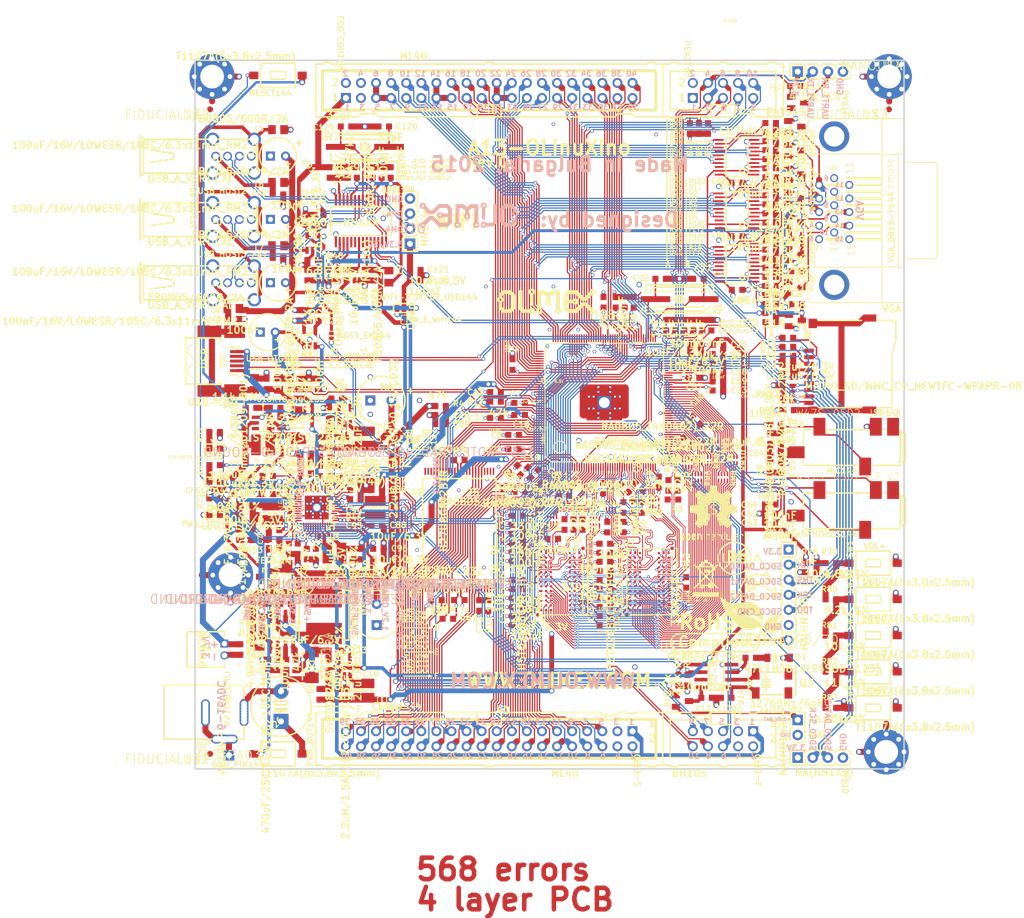
<source format=kicad_pcb>
(kicad_pcb (version 4) (host pcbnew "(2015-07-28 BZR 6012)-product")
  (layers (0 Top signal) (1 Route2 signal) (2 Route15 signal) (31 Bottom signal) (34 B.Paste user) (35 F.Paste user) (36 B.SilkS user) (37 F.SilkS user) (38 B.Mask user) (39 F.Mask user) (44 Edge.Cuts user))
  (net 0 "")
  (net 1 GND)
  (net 2 VCC)
  (net 3 V+)
  (net 4 VCC/2)
  (net 5 VCCINT)
  (net 6 N$10)
  (net 7 PIN16/NCE0)
  (net 8 VGA_HSYNC)
  (net 9 VGA_VSYNC)
  (net 10 VGA_CTRL)
  (net 11 N$12)
  (net 12 N$15)
  (net 13 N$17)
  (net 14 N$21)
  (net 15 /N$18)
  (net 16 /V+)
  (net 17 /N$29)
  (net 18 /GND)
  (net 19 /N$65)
  (net 20 /VCC)
  (net 21 /N$133)
  (net 22 /+15V)
  (net 23 /+5V)
  (net 24 /N$11)
  (net 25 /SVREF)
  (net 26 /VCC/2)
  (net 27 /VCCINT)
  (net 28 /VPP)
  (net 29 /XTALI)
  (net 30 /XTALO)
  (net 31 /RESET_N)
  (net 32 /N$2)
  (net 33 /N$9)
  (net 34 /N$13)
  (net 35 /N$14)
  (net 36 /N$16)
  (net 37 /N$22)
  (net 38 /VMIC)
  (net 39 /N$25)
  (net 40 /N$1)
  (net 41 /LRADC)
  (net 42 /TPX1)
  (net 43 /N$34)
  (net 44 /N$35)
  (net 45 /N$44)
  (net 46 /TPY1)
  (net 47 /TPX2)
  (net 48 /TPY2)
  (net 49 /SD_VCC)
  (net 50 /N$124)
  (net 51 /IPSOUT)
  (net 52 /N$134)
  (net 53 /N$128)
  (net 54 /+24V)
  (net 55 /N$135)
  (net 56 /VINT)
  (net 57 /N$111)
  (net 58 /N$114)
  (net 59 /VDD_RTC)
  (net 60 /N$132)
  (net 61 /N$112)
  (net 62 /WIFI-3V3)
  (net 63 /N$139)
  (net 64 /N$119)
  (net 65 /N$113)
  (net 66 /DVDD)
  (net 67 /AVDD)
  (net 68 /N$19)
  (net 69 /N$100)
  (net 70 /+5V_OTG_PWR)
  (net 71 /X1)
  (net 72 /N$46)
  (net 73 /N$50)
  (net 74 /N$60)
  (net 75 /N$61)
  (net 76 /X2)
  (net 77 /N$31)
  (net 78 /N$36)
  (net 79 /N$121)
  (net 80 /N$24)
  (net 81 /N$23)
  (net 82 /N$66)
  (net 83 /USB0-VBUSDET)
  (net 84 /N$43)
  (net 85 /VGA_R)
  (net 86 /VGA_G)
  (net 87 /VGA_B)
  (net 88 /VGA_HSYNC)
  (net 89 /VGA_VSYNC)
  (net 90 /N$123)
  (net 91 /N$30)
  (net 92 "Net-(D11-Pad2)")
  (net 93 /UART1_RX)
  (net 94 /NMI_N)
  (net 95 /PIN0)
  (net 96 /PIN3)
  (net 97 /PIN1)
  (net 98 /PIN2)
  (net 99 /PIN4/TWI0-SCK)
  (net 100 /PIN39/USBH_EN)
  (net 101 /PIN5/TWI0-SDA)
  (net 102 /PIN38/VGA_DIS)
  (net 103 /PIN6/PWM0)
  (net 104 /PIN37/LED1)
  (net 105 /PIN7)
  (net 106 /PIN36)
  (net 107 /PIN8)
  (net 108 /PIN35)
  (net 109 /PIN9)
  (net 110 /PIN34)
  (net 111 /PIN10/TWI1-SCK)
  (net 112 /PIN33)
  (net 113 /PIN11/TWI1-SDA)
  (net 114 /PIN32)
  (net 115 /PIN12/NWE)
  (net 116 /PIN31)
  (net 117 /PIN13/NALE)
  (net 118 /PIN30)
  (net 119 /PIN14/NCLE)
  (net 120 /PIN29)
  (net 121 /PIN15/NCE1)
  (net 122 /PIN28/NDQS)
  (net 123 /PIN27/NDQ7)
  (net 124 /PIN16/NCE0)
  (net 125 /PIN17/NRE)
  (net 126 /PIN26/NDQ6)
  (net 127 /PIN25/NDQ5)
  (net 128 /PIN18/NRB0)
  (net 129 /PIN19/NRB1)
  (net 130 /PIN24/NDQ4)
  (net 131 /PIN23/NDQ3)
  (net 132 /PIN20/NDQ0)
  (net 133 /PIN21/NDQ1)
  (net 134 /PIN22/NDQ2)
  (net 135 "Net-(HEADPHONES144-Pad1)")
  (net 136 /N$27)
  (net 137 /N$26)
  (net 138 /N$28)
  (net 139 "Net-(HEADPHONES144-Pad4)")
  (net 140 /N$6)
  (net 141 /SDC0_DATA0)
  (net 142 /SDC0_DATA1)
  (net 143 /SDC0_DATA2)
  (net 144 /SDC0_CMD)
  (net 145 /N$127)
  (net 146 /N$130)
  (net 147 /N$131)
  (net 148 /N$110)
  (net 149 /N$8)
  (net 150 /N$266)
  (net 151 /N$64)
  (net 152 /LCD_D18)
  (net 153 /LCD_D19)
  (net 154 /LCD_D20)
  (net 155 /LCD_D21)
  (net 156 /LCD_D22)
  (net 157 /LCD_D23)
  (net 158 /LCD_D10)
  (net 159 /LCD_D11)
  (net 160 /LCD_D12)
  (net 161 /LCD_D13)
  (net 162 /LCD_D14)
  (net 163 /LCD_D15)
  (net 164 /LCD_D2)
  (net 165 /LCD_D3)
  (net 166 /LCD_D4)
  (net 167 /LCD_D5)
  (net 168 /LCD_D6)
  (net 169 /LCD_D7)
  (net 170 /LCD_VSYNC)
  (net 171 /LCD_HSYNC)
  (net 172 /LCD_CLK)
  (net 173 /LCD_DE)
  (net 174 /N$42)
  (net 175 "Net-(MIC144-Pad1)")
  (net 176 "Net-(MIC144-Pad4)")
  (net 177 /N$38)
  (net 178 /N$129)
  (net 179 /N$122)
  (net 180 /CLKN)
  (net 181 /CLK)
  (net 182 /N$10)
  (net 183 /N$3)
  (net 184 /N$5)
  (net 185 /DZQ)
  (net 186 /SDC0_DATA3)
  (net 187 /USB0-IDDET)
  (net 188 /VGA_CTRL)
  (net 189 /N$181)
  (net 190 /N$173)
  (net 191 /N$108)
  (net 192 /N$125)
  (net 193 /N$182)
  (net 194 /N$174)
  (net 195 /N$109)
  (net 196 /N$177)
  (net 197 /N$117)
  (net 198 /N$104)
  (net 199 /N$178)
  (net 200 /N$118)
  (net 201 /N$107)
  (net 202 /N$179)
  (net 203 /N$138)
  (net 204 /N$20)
  (net 205 /N$180)
  (net 206 /N$172)
  (net 207 /N$103)
  (net 208 /N$21)
  (net 209 /N$4)
  (net 210 /N$120)
  (net 211 /N$101)
  (net 212 /TWI2_SCK)
  (net 213 /TWI2_SDA)
  (net 214 /SPI2_CS0)
  (net 215 /N$105)
  (net 216 /N$106)
  (net 217 /#OVCUR1)
  (net 218 /N$140)
  (net 219 /N$102)
  (net 220 /USB0-DRV)
  (net 221 /N$99)
  (net 222 /N$37)
  (net 223 /N$62)
  (net 224 /N$126)
  (net 225 /N$88)
  (net 226 /N$89)
  (net 227 /N$90)
  (net 228 /N$91)
  (net 229 /UBOOT)
  (net 230 /DDR3_CK)
  (net 231 /DDR3_CK_N)
  (net 232 /DQS1)
  (net 233 /DDR3_DQS1)
  (net 234 /DQS1_N)
  (net 235 /DDR3_DQS1_N)
  (net 236 /DQM1)
  (net 237 /DDR3_DM1)
  (net 238 /DQM0)
  (net 239 /DDR3_DM0)
  (net 240 /DQS0)
  (net 241 /DDR3_DQS0)
  (net 242 /DQS0_N)
  (net 243 /DDR3_DQS0_N)
  (net 244 /N$7)
  (net 245 /N$15)
  (net 246 /N$17)
  (net 247 /DDR3_D0)
  (net 248 /D0)
  (net 249 /DDR3_D2)
  (net 250 /D2)
  (net 251 /D4)
  (net 252 /DDR3_D4)
  (net 253 /D6)
  (net 254 /DDR3_D6)
  (net 255 /DDR3_D10)
  (net 256 /D10)
  (net 257 /DDR3_D14)
  (net 258 /D14)
  (net 259 /D12)
  (net 260 /DDR3_D12)
  (net 261 /D8)
  (net 262 /DDR3_D8)
  (net 263 /DDR3_D5)
  (net 264 /D5)
  (net 265 /DDR3_D7)
  (net 266 /D7)
  (net 267 /D1)
  (net 268 /DDR3_D1)
  (net 269 /D3)
  (net 270 /DDR3_D3)
  (net 271 /DDR3_D15)
  (net 272 /D15)
  (net 273 /DDR3_D13)
  (net 274 /D13)
  (net 275 /D11)
  (net 276 /DDR3_D11)
  (net 277 /D9)
  (net 278 /DDR3_D9)
  (net 279 /DDR3_A0)
  (net 280 /A0)
  (net 281 /DDR3_BA0)
  (net 282 /BA0)
  (net 283 /WEN)
  (net 284 /DDR3_WE)
  (net 285 /BA2)
  (net 286 /DDR3_BA2)
  (net 287 /DDR3_A8)
  (net 288 /A8)
  (net 289 /DDR3_A6)
  (net 290 /A6)
  (net 291 /A4)
  (net 292 /DDR3_A4)
  (net 293 /A1)
  (net 294 /DDR3_A1)
  (net 295 /DDR3_A12)
  (net 296 /A12)
  (net 297 /DDR3_BA1)
  (net 298 /BA1)
  (net 299 /CKE)
  (net 300 /DDR3_CKE)
  (net 301 /A10)
  (net 302 /DDR3_A10)
  (net 303 /DDR3_A13)
  (net 304 /A13)
  (net 305 /DDR3_A5)
  (net 306 /A5)
  (net 307 /A3)
  (net 308 /DDR3_A3)
  (net 309 /A2)
  (net 310 /DDR3_A2)
  (net 311 /DDR3_CAS)
  (net 312 /CASN)
  (net 313 /DDR3_RAS)
  (net 314 /RASN)
  (net 315 /A11)
  (net 316 /DDR3_A11)
  (net 317 /A14)
  (net 318 /DDR3_A14)
  (net 319 /DDR3_ODTT)
  (net 320 /DDR3_ODT)
  (net 321 /DDR3_A7)
  (net 322 /A7)
  (net 323 /A9)
  (net 324 /DDR3_A9)
  (net 325 /DDR3_RST)
  (net 326 /DDR3_RSTT)
  (net 327 /SD0CARD-DETECT)
  (net 328 /SDC0_SCK)
  (net 329 "Net-(U1-PadA3)")
  (net 330 "Net-(U1-PadA7)")
  (net 331 "Net-(U1-PadF1)")
  (net 332 "Net-(U1-PadF9)")
  (net 333 "Net-(U1-PadH1)")
  (net 334 "Net-(U1-PadH9)")
  (net 335 "Net-(U1-PadJ7)")
  (net 336 "Net-(U2-PadA3)")
  (net 337 "Net-(U2-PadA7)")
  (net 338 "Net-(U2-PadF1)")
  (net 339 "Net-(U2-PadF9)")
  (net 340 "Net-(U2-PadH1)")
  (net 341 "Net-(U2-PadH9)")
  (net 342 "Net-(U2-PadJ7)")
  (net 343 "Net-(U3-PadP$10)")
  (net 344 /SPI2_MISO)
  (net 345 /SPI2_MOSI)
  (net 346 /SPI2_CLK)
  (net 347 "Net-(U3-Pad99)")
  (net 348 /UDP1)
  (net 349 /UDM1)
  (net 350 /UDP0)
  (net 351 /UDM0)
  (net 352 /UART1_TX)
  (net 353 /N$12)
  (net 354 "Net-(U4-Pad1)")
  (net 355 "Net-(U4-Pad2)")
  (net 356 "Net-(U4-Pad3)")
  (net 357 "Net-(U4-Pad4)")
  (net 358 "Net-(U4-Pad5)")
  (net 359 "Net-(U4-Pad6)")
  (net 360 "Net-(U4-Pad10)")
  (net 361 "Net-(U4-Pad11)")
  (net 362 "Net-(U4-Pad14)")
  (net 363 "Net-(U4-Pad15)")
  (net 364 "Net-(U4-Pad20)")
  (net 365 "Net-(U4-Pad21)")
  (net 366 "Net-(U4-Pad22)")
  (net 367 "Net-(U4-Pad23)")
  (net 368 "Net-(U4-Pad24)")
  (net 369 "Net-(U4-Pad25)")
  (net 370 "Net-(U4-Pad26)")
  (net 371 "Net-(U4-Pad27)")
  (net 372 "Net-(U4-Pad28)")
  (net 373 "Net-(U4-Pad33)")
  (net 374 "Net-(U4-Pad34)")
  (net 375 "Net-(U4-Pad35)")
  (net 376 "Net-(U4-Pad38)")
  (net 377 "Net-(U4-Pad39)")
  (net 378 "Net-(U4-Pad40)")
  (net 379 "Net-(U4-Pad45)")
  (net 380 "Net-(U4-Pad46)")
  (net 381 "Net-(U4-Pad47)")
  (net 382 "Net-(U4-Pad48)")
  (net 383 "Net-(U5-Pad18)")
  (net 384 "Net-(U5-Pad16)")
  (net 385 "Net-(U6-Pad18)")
  (net 386 "Net-(U6-Pad16)")
  (net 387 "Net-(U7-Pad18)")
  (net 388 "Net-(U7-Pad16)")
  (net 389 "Net-(U9-PadN1)")
  (net 390 /EXTEN)
  (net 391 "Net-(U9-Pad29)")
  (net 392 "Net-(U9-Pad30)")
  (net 393 /DM2)
  (net 394 /DP2)
  (net 395 /DM3)
  (net 396 /DP3)
  (net 397 /DM4)
  (net 398 /DP4)
  (net 399 "Net-(U11-Pad19)")
  (net 400 "Net-(U11-Pad20)")
  (net 401 "Net-(U11-Pad22)")
  (net 402 /DM1)
  (net 403 /DP1)
  (net 404 "Net-(U14-Pad7)")
  (net 405 "Net-(U16-Pad6)")
  (module PWR_JACK_UNI_MILLING (layer Top) (at 156.7561 100.2792)
    (fp_text reference PWR144 (at -3.048 -1.6256 270) (layer F.SilkS) (effects (font (size 1.2065 1.2065) (thickness 0.2413)) (justify left bottom mirror)))
    (fp_text value YDJ-1136 (at 2.095 -6.595) (layer F.SilkS) (effects (font (size 0.475 0.475) (thickness 0.095)) (justify left bottom)))
    (pad + thru_hole circle (at 0 -4.75) (size 1.5 1.5) (drill 1) (layers *.Cu *.Mask) (net 77 /N$31))
    (pad - thru_hole circle (at -6.5 -4.75) (size 1.5 1.5) (drill 1) (layers *.Cu *.Mask) (net 18 /GND))
    (pad -- thru_hole circle (at -3.3 -0.3) (size 1.5 1.5) (drill 1) (layers *.Cu *.Mask) (net 18 /GND))
    (pad -1 thru_hole circle (at -6.5 -5.25) (size 1.5 1.5) (drill 1) (layers *.Cu *.Mask))
    (pad -2 thru_hole circle (at -6.5 -5.75) (size 1.5 1.5) (drill 1) (layers *.Cu *.Mask))
    (pad -3 thru_hole circle (at -6.5 -4.25) (size 1.5 1.5) (drill 1) (layers *.Cu *.Mask))
    (pad -4 thru_hole circle (at -6.5 -3.75) (size 1.5 1.5) (drill 1) (layers *.Cu *.Mask))
    (pad -5 thru_hole circle (at -6.5 -6.25) (size 1.5 1.5) (drill 1) (layers *.Cu *.Mask))
    (pad -6 thru_hole circle (at -6.5 -3.25) (size 1.5 1.5) (drill 1) (layers *.Cu *.Mask))
    (pad +1 thru_hole circle (at 0 -5.25) (size 1.5 1.5) (drill 1) (layers *.Cu *.Mask))
    (pad +2 thru_hole circle (at 0 -5.75) (size 1.5 1.5) (drill 1) (layers *.Cu *.Mask))
    (pad +3 thru_hole circle (at 0 -6.25) (size 1.5 1.5) (drill 1) (layers *.Cu *.Mask))
    (pad +4 thru_hole circle (at 0 -4.25) (size 1.5 1.5) (drill 1) (layers *.Cu *.Mask))
    (pad +5 thru_hole circle (at 0 -3.75) (size 1.5 1.5) (drill 1) (layers *.Cu *.Mask))
    (pad +6 thru_hole circle (at 0 -3.25) (size 1.5 1.5) (drill 1) (layers *.Cu *.Mask))
    (pad --1 thru_hole circle (at -3.8 -0.3) (size 1.5 1.5) (drill 1) (layers *.Cu *.Mask))
    (pad --2 thru_hole circle (at -4.3 -0.3) (size 1.5 1.5) (drill 1) (layers *.Cu *.Mask))
    (pad --3 thru_hole circle (at -4.8 -0.3) (size 1.5 1.5) (drill 1) (layers *.Cu *.Mask))
    (pad --4 thru_hole circle (at -2.8 -0.3) (size 1.5 1.5) (drill 1) (layers *.Cu *.Mask))
    (pad --5 thru_hole circle (at -2.3 -0.3) (size 1.5 1.5) (drill 1) (layers *.Cu *.Mask))
    (pad --6 thru_hole circle (at -1.8 -0.3) (size 1.5 1.5) (drill 1) (layers *.Cu *.Mask))
  )
  (module TEST_PAD40%2f70%2fSQUARE (layer Top) (at 154.2161 102.6922)
    (fp_text reference GND_PIN144 (at -3.0422 2.0984) (layer F.SilkS) (effects (font (size 0.9652 0.9652) (thickness 0.19304)) (justify left bottom)))
    (fp_text value TESTPAD3 (at 0 0) (layer F.SilkS))
    (pad P$1 thru_hole rect (at 0 0) (size 1.778 1.778) (drill 1.016) (layers *.Cu *.Mask) (net 18 /GND))
  )
  (module C0603_DWS (layer Top) (at 203.1873 58.3438)
    (fp_text reference C3 (at 1.9558 0.5588) (layer F.SilkS) (effects (font (size 0.9652 0.9652) (thickness 0.19304)) (justify left bottom)))
    (fp_text value 100nF (at -1.37 -2.26) (layer F.SilkS) (effects (font (size 0.475 0.475) (thickness 0.095)) (justify left bottom)))
    (pad 1 smd rect (at -0.889 0) (size 1.016 1.016) (layers Top F.Paste F.Mask) (net 18 /GND))
    (pad 2 smd rect (at 0.889 0) (size 1.016 1.016) (layers Top F.Paste F.Mask) (net 20 /VCC))
  )
  (module C0603_DWS (layer Top) (at 219.3163 26.3906 270)
    (fp_text reference C17 (at 1.778 0.5842 450) (layer F.SilkS) (effects (font (size 0.9652 0.9652) (thickness 0.19304)) (justify right top)))
    (fp_text value 100nF (at 1.83 -1.16 450) (layer F.SilkS) (effects (font (size 0.475 0.475) (thickness 0.095)) (justify right top)))
    (pad 1 smd rect (at -0.889 0 270) (size 1.016 1.016) (layers Top F.Paste F.Mask) (net 18 /GND))
    (pad 2 smd rect (at 0.889 0 270) (size 1.016 1.016) (layers Top F.Paste F.Mask) (net 20 /VCC))
  )
  (module C0603_DWS (layer Top) (at 201.9427 36.8808 270)
    (fp_text reference C4 (at -1.905 0.762 360) (layer F.SilkS) (effects (font (size 0.9652 0.9652) (thickness 0.19304)) (justify left bottom)))
    (fp_text value 100nF (at -1.93 0.6601 450) (layer F.SilkS) (effects (font (size 0.475 0.475) (thickness 0.095)) (justify left bottom)))
    (pad 1 smd rect (at -0.889 0 270) (size 1.016 1.016) (layers Top F.Paste F.Mask) (net 18 /GND))
    (pad 2 smd rect (at 0.889 0 270) (size 1.016 1.016) (layers Top F.Paste F.Mask) (net 20 /VCC))
  )
  (module C0603_DWS (layer Top) (at 203.1619 45.3644)
    (fp_text reference C18 (at 1.8034 1.016) (layer F.SilkS) (effects (font (size 0.9652 0.9652) (thickness 0.19304)) (justify right top)))
    (fp_text value 22uF/6.3V (at -0.17 -1.96) (layer F.SilkS) (effects (font (size 0.475 0.475) (thickness 0.095)) (justify left bottom)))
    (pad 1 smd rect (at -0.889 0) (size 1.016 1.016) (layers Top F.Paste F.Mask) (net 18 /GND))
    (pad 2 smd rect (at 0.889 0) (size 1.016 1.016) (layers Top F.Paste F.Mask) (net 20 /VCC))
  )
  (module C0603_DWS (layer Top) (at 202.1502 54.4787 45)
    (fp_text reference C5 (at -1.790536 -0.98599 135) (layer F.SilkS) (effects (font (size 0.9652 0.9652) (thickness 0.19304)) (justify left bottom)))
    (fp_text value 22uF/6.3V (at -1.929977 -1.040013 315) (layer F.SilkS) (effects (font (size 0.475 0.475) (thickness 0.095)) (justify left bottom)))
    (pad 1 smd rect (at -0.889 0 45) (size 1.016 1.016) (layers Top F.Paste F.Mask) (net 18 /GND))
    (pad 2 smd rect (at 0.889 0 45) (size 1.016 1.016) (layers Top F.Paste F.Mask) (net 26 /VCC/2))
  )
  (module C0603_DWS (layer Top) (at 203.9282 54.843 45)
    (fp_text reference C19 (at 1.033861 -1.387414 360) (layer F.SilkS) (effects (font (size 0.9652 0.9652) (thickness 0.19304)) (justify left bottom)))
    (fp_text value 100nF (at -1.929977 -1.040013 315) (layer F.SilkS) (effects (font (size 0.475 0.475) (thickness 0.095)) (justify left bottom)))
    (pad 1 smd rect (at -0.889 0 45) (size 1.016 1.016) (layers Top F.Paste F.Mask) (net 18 /GND))
    (pad 2 smd rect (at 0.889 0 45) (size 1.016 1.016) (layers Top F.Paste F.Mask) (net 26 /VCC/2))
  )
  (module C0603_DWS (layer Top) (at 205.6423 55.2617 45)
    (fp_text reference C6 (at 1.74224 0.964282 315) (layer F.SilkS) (effects (font (size 0.9652 0.9652) (thickness 0.19304)) (justify left bottom)))
    (fp_text value 10uF/6.3V (at -1.829992 0.560029 315) (layer F.SilkS) (effects (font (size 0.475 0.475) (thickness 0.095)) (justify left bottom)))
    (pad 1 smd rect (at -0.889 0 45) (size 1.016 1.016) (layers Top F.Paste F.Mask) (net 18 /GND))
    (pad 2 smd rect (at 0.889 0 45) (size 1.016 1.016) (layers Top F.Paste F.Mask) (net 26 /VCC/2))
  )
  (module C0603_DWS (layer Top) (at 210.6041 58.9788)
    (fp_text reference C20 (at -1.778 -1.0922) (layer F.SilkS) (effects (font (size 0.9652 0.9652) (thickness 0.19304)) (justify left bottom)))
    (fp_text value 100nF (at 4.76 -2.77 90) (layer F.SilkS) (effects (font (size 0.475 0.475) (thickness 0.095)) (justify right top)))
    (pad 1 smd rect (at -0.889 0) (size 1.016 1.016) (layers Top F.Paste F.Mask) (net 18 /GND))
    (pad 2 smd rect (at 0.889 0) (size 1.016 1.016) (layers Top F.Paste F.Mask) (net 26 /VCC/2))
  )
  (module C0603_DWS (layer Top) (at 203.1619 43.3324)
    (fp_text reference C7 (at -1.778 -0.9398) (layer F.SilkS) (effects (font (size 0.9652 0.9652) (thickness 0.19304)) (justify left bottom)))
    (fp_text value 10uF/6.3V (at 3.53 -3.36) (layer F.SilkS) (effects (font (size 0.475 0.475) (thickness 0.095)) (justify left bottom)))
    (pad 1 smd rect (at -0.889 0) (size 1.016 1.016) (layers Top F.Paste F.Mask) (net 18 /GND))
    (pad 2 smd rect (at 0.889 0) (size 1.016 1.016) (layers Top F.Paste F.Mask) (net 26 /VCC/2))
  )
  (module C0603_DWS (layer Top) (at 199.0979 45.8724)
    (fp_text reference C21 (at -1.6002 -0.4572) (layer F.SilkS) (effects (font (size 0.9652 0.9652) (thickness 0.19304)) (justify right top)))
    (fp_text value 100nF (at -1.27 2.34) (layer F.SilkS) (effects (font (size 0.475 0.475) (thickness 0.095)) (justify left bottom)))
    (pad 1 smd rect (at -0.889 0) (size 1.016 1.016) (layers Top F.Paste F.Mask) (net 18 /GND))
    (pad 2 smd rect (at 0.889 0) (size 1.016 1.016) (layers Top F.Paste F.Mask) (net 26 /VCC/2))
  )
  (module C0603_DWS (layer Top) (at 202.1459 48.7172)
    (fp_text reference C8 (at -1.8288 -0.4826) (layer F.SilkS) (effects (font (size 0.9652 0.9652) (thickness 0.19304)) (justify right top)))
    (fp_text value 10uF/6.3V (at 2.03 -0.76) (layer F.SilkS) (effects (font (size 0.475 0.475) (thickness 0.095)) (justify left bottom)))
    (pad 1 smd rect (at -0.889 0) (size 1.016 1.016) (layers Top F.Paste F.Mask) (net 18 /GND))
    (pad 2 smd rect (at 0.889 0) (size 1.016 1.016) (layers Top F.Paste F.Mask) (net 26 /VCC/2))
  )
  (module C0603_DWS (layer Top) (at 202.1433 51.1556)
    (fp_text reference C22 (at -1.8262 -0.508) (layer F.SilkS) (effects (font (size 0.9652 0.9652) (thickness 0.19304)) (justify right top)))
    (fp_text value 100nF (at 5.24 -0.73 90) (layer F.SilkS) (effects (font (size 0.475 0.475) (thickness 0.095)) (justify left bottom)))
    (pad 1 smd rect (at -0.889 0) (size 1.016 1.016) (layers Top F.Paste F.Mask) (net 18 /GND))
    (pad 2 smd rect (at 0.889 0) (size 1.016 1.016) (layers Top F.Paste F.Mask) (net 26 /VCC/2))
  )
  (module C0603_DWS (layer Top) (at 223.2533 57.4294 135)
    (fp_text reference C9 (at 1.796051 0.969868 405) (layer F.SilkS) (effects (font (size 0.9652 0.9652) (thickness 0.19304)) (justify left bottom)))
    (fp_text value 22uF/6.3V (at 1.459893 2.729998 135) (layer F.SilkS) (effects (font (size 0.475 0.475) (thickness 0.095)) (justify left bottom)))
    (pad 1 smd rect (at -0.889 0 135) (size 1.016 1.016) (layers Top F.Paste F.Mask) (net 18 /GND))
    (pad 2 smd rect (at 0.889 0 135) (size 1.016 1.016) (layers Top F.Paste F.Mask) (net 27 /VCCINT))
  )
  (module C0603_DWS (layer Top) (at 236.5375 41.2496 180)
    (fp_text reference C23 (at -2.0066 -0.508 360) (layer F.SilkS) (effects (font (size 0.9652 0.9652) (thickness 0.19304)) (justify left bottom)))
    (fp_text value 100nF (at -1.27 2.54 360) (layer F.SilkS) (effects (font (size 0.475 0.475) (thickness 0.095)) (justify right top)))
    (pad 1 smd rect (at -0.889 0 180) (size 1.016 1.016) (layers Top F.Paste F.Mask) (net 18 /GND))
    (pad 2 smd rect (at 0.889 0 180) (size 1.016 1.016) (layers Top F.Paste F.Mask) (net 27 /VCCINT))
  )
  (module C0603_DWS (layer Top) (at 220.8403 26.3906 270)
    (fp_text reference C10 (at 1.778 0.4572 450) (layer F.SilkS) (effects (font (size 0.9652 0.9652) (thickness 0.19304)) (justify right top)))
    (fp_text value 10uF/6.3V (at 4.53 1.14 450) (layer F.SilkS) (effects (font (size 0.475 0.475) (thickness 0.095)) (justify right top)))
    (pad 1 smd rect (at -0.889 0 270) (size 1.016 1.016) (layers Top F.Paste F.Mask) (net 18 /GND))
    (pad 2 smd rect (at 0.889 0 270) (size 1.016 1.016) (layers Top F.Paste F.Mask) (net 27 /VCCINT))
  )
  (module C0603_DWS (layer Top) (at 217.2843 26.3906 270)
    (fp_text reference C24 (at 1.7744 0.2046 450) (layer F.SilkS) (effects (font (size 0.9652 0.9652) (thickness 0.19304)) (justify right top)))
    (fp_text value 100nF (at 2.03 0.74 450) (layer F.SilkS) (effects (font (size 0.475 0.475) (thickness 0.095)) (justify right top)))
    (pad 1 smd rect (at -0.889 0 270) (size 1.016 1.016) (layers Top F.Paste F.Mask) (net 18 /GND))
    (pad 2 smd rect (at 0.889 0 270) (size 1.016 1.016) (layers Top F.Paste F.Mask) (net 27 /VCCINT))
  )
  (module C0603_DWS (layer Top) (at 199.0979 41.5036)
    (fp_text reference C11 (at -1.8288 -0.508) (layer F.SilkS) (effects (font (size 0.9652 0.9652) (thickness 0.19304)) (justify right top)))
    (fp_text value 10uF/6.3V (at -2.84 -1.07 90) (layer F.SilkS) (effects (font (size 0.475 0.475) (thickness 0.095)) (justify right top)))
    (pad 1 smd rect (at -0.889 0) (size 1.016 1.016) (layers Top F.Paste F.Mask) (net 18 /GND))
    (pad 2 smd rect (at 0.889 0) (size 1.016 1.016) (layers Top F.Paste F.Mask) (net 27 /VCCINT))
  )
  (module C0603_DWS (layer Top) (at 217.2081 57.6834 90)
    (fp_text reference C12 (at -1.7272 -1.143 90) (layer F.SilkS) (effects (font (size 0.9652 0.9652) (thickness 0.19304)) (justify left bottom)))
    (fp_text value 22uF/6.3V (at -2.94 -1.07 360) (layer F.SilkS) (effects (font (size 0.475 0.475) (thickness 0.095)) (justify left bottom)))
    (pad 1 smd rect (at -0.889 0 90) (size 1.016 1.016) (layers Top F.Paste F.Mask) (net 18 /GND))
    (pad 2 smd rect (at 0.889 0 90) (size 1.016 1.016) (layers Top F.Paste F.Mask) (net 16 /V+))
  )
  (module C0603_DWS (layer Top) (at 220.8149 57.6834 135)
    (fp_text reference C13 (at 1.81578 -1.311188 135) (layer F.SilkS) (effects (font (size 0.9652 0.9652) (thickness 0.19304)) (justify left bottom)))
    (fp_text value 100nF (at -2.96002 0.669984 315) (layer F.SilkS) (effects (font (size 0.475 0.475) (thickness 0.095)) (justify left bottom)))
    (pad 1 smd rect (at -0.889 0 135) (size 1.016 1.016) (layers Top F.Paste F.Mask) (net 18 /GND))
    (pad 2 smd rect (at 0.889 0 135) (size 1.016 1.016) (layers Top F.Paste F.Mask) (net 16 /V+))
  )
  (module C0603_DWS (layer Top) (at 226.5807 56.642 90)
    (fp_text reference C14 (at -0.9653 -0.9653 90) (layer F.SilkS) (effects (font (size 0.9652 0.9652) (thickness 0.19304)) (justify left bottom)))
    (fp_text value 10uF/6.3V (at -1.93 -0.14 90) (layer F.SilkS) (effects (font (size 0.475 0.475) (thickness 0.095)) (justify right top)))
    (pad 1 smd rect (at -0.889 0 90) (size 1.016 1.016) (layers Top F.Paste F.Mask) (net 18 /GND))
    (pad 2 smd rect (at 0.889 0 90) (size 1.016 1.016) (layers Top F.Paste F.Mask) (net 16 /V+))
  )
  (module C0603_DWS (layer Top) (at 231.3559 49.8856 135)
    (fp_text reference C15 (at 1.796051 1.077631 405) (layer F.SilkS) (effects (font (size 0.9652 0.9652) (thickness 0.19304)) (justify left bottom)))
    (fp_text value 100nF (at -1.829992 -0.839901 405) (layer F.SilkS) (effects (font (size 0.475 0.475) (thickness 0.095)) (justify left bottom)))
    (pad 1 smd rect (at -0.889 0 135) (size 1.016 1.016) (layers Top F.Paste F.Mask) (net 18 /GND))
    (pad 2 smd rect (at 0.889 0 135) (size 1.016 1.016) (layers Top F.Paste F.Mask) (net 16 /V+))
  )
  (module HC49%2fSMD2_THIN (layer Top) (at 230.0859 25.8572 180)
    (fp_text reference Q1 (at -5.9944 -0.508 450) (layer F.SilkS) (effects (font (size 0.9652 0.9652) (thickness 0.19304)) (justify right top)))
    (fp_text value HC49/S1 (at 6.691 -1.185 450) (layer F.SilkS) (effects (font (size 0.475 0.475) (thickness 0.095)) (justify right top)))
    (pad 1 smd rect (at -4.064 0 180) (size 5 1) (layers Top F.Paste F.Mask) (net 30 /XTALO))
    (pad 2 smd rect (at 4.064 0 180) (size 5 1) (layers Top F.Paste F.Mask) (net 29 /XTALI))
  )
  (module C0603_DWS (layer Top) (at 226.9109 22.4282 180)
    (fp_text reference C26 (at 1.8034 0.635 360) (layer F.SilkS) (effects (font (size 0.9652 0.9652) (thickness 0.19304)) (justify right top)))
    (fp_text value 33pF (at -6.13 2.16 360) (layer F.SilkS) (effects (font (size 0.475 0.475) (thickness 0.095)) (justify left bottom)))
    (pad 1 smd rect (at -0.889 0 180) (size 1.016 1.016) (layers Top F.Paste F.Mask) (net 18 /GND))
    (pad 2 smd rect (at 0.889 0 180) (size 1.016 1.016) (layers Top F.Paste F.Mask) (net 29 /XTALI))
  )
  (module C0603_DWS (layer Top) (at 233.2609 22.4282)
    (fp_text reference C27 (at -0.8382 -1.0414) (layer F.SilkS) (effects (font (size 0.9652 0.9652) (thickness 0.19304)) (justify left bottom)))
    (fp_text value 33pF (at 2.53 -0.56) (layer F.SilkS) (effects (font (size 0.475 0.475) (thickness 0.095)) (justify left bottom)))
    (pad 1 smd rect (at -0.889 0) (size 1.016 1.016) (layers Top F.Paste F.Mask) (net 18 /GND))
    (pad 2 smd rect (at 0.889 0) (size 1.016 1.016) (layers Top F.Paste F.Mask) (net 30 /XTALO))
  )
  (module C0603_DWS (layer Top) (at 189.8523 45.3898)
    (fp_text reference C28 (at 1.9558 0.5588) (layer F.SilkS) (effects (font (size 0.9652 0.9652) (thickness 0.19304)) (justify left bottom)))
    (fp_text value 1uF (at 3.44 2.27 90) (layer F.SilkS) (effects (font (size 0.475 0.475) (thickness 0.095)) (justify left bottom)))
    (pad 1 smd rect (at -0.889 0) (size 1.016 1.016) (layers Top F.Paste F.Mask) (net 18 /GND))
    (pad 2 smd rect (at 0.889 0) (size 1.016 1.016) (layers Top F.Paste F.Mask) (net 31 /RESET_N))
  )
  (module C0603_DWS (layer Top) (at 232.8799 46.2534 135)
    (fp_text reference C16 (at 1.796051 1.077631 405) (layer F.SilkS) (effects (font (size 0.9652 0.9652) (thickness 0.19304)) (justify left bottom)))
    (fp_text value 10uF/6.3V (at 1.870015 2.16007 405) (layer F.SilkS) (effects (font (size 0.475 0.475) (thickness 0.095)) (justify left bottom)))
    (pad 1 smd rect (at -0.889 0 135) (size 1.016 1.016) (layers Top F.Paste F.Mask) (net 18 /GND))
    (pad 2 smd rect (at 0.889 0 135) (size 1.016 1.016) (layers Top F.Paste F.Mask) (net 16 /V+))
  )
  (module C0603_DWS (layer Top) (at 236.5375 33.5788 180)
    (fp_text reference C25 (at -2.0066 -0.508 360) (layer F.SilkS) (effects (font (size 0.9652 0.9652) (thickness 0.19304)) (justify left bottom)))
    (fp_text value 22uF/6.3V (at 0.23 -2.06 360) (layer F.SilkS) (effects (font (size 0.475 0.475) (thickness 0.095)) (justify right top)))
    (pad 1 smd rect (at -0.889 0 180) (size 1.016 1.016) (layers Top F.Paste F.Mask) (net 18 /GND))
    (pad 2 smd rect (at 0.889 0 180) (size 1.016 1.016) (layers Top F.Paste F.Mask) (net 28 /VPP))
  )
  (module C0603_DWS (layer Top) (at 189.8523 46.9138)
    (fp_text reference C29 (at 1.9558 0.5588) (layer F.SilkS) (effects (font (size 0.9652 0.9652) (thickness 0.19304)) (justify left bottom)))
    (fp_text value 100nF (at 1.93 -0.06) (layer F.SilkS) (effects (font (size 0.475 0.475) (thickness 0.095)) (justify left bottom)))
    (pad 1 smd rect (at -0.889 0) (size 1.016 1.016) (layers Top F.Paste F.Mask) (net 18 /GND))
    (pad 2 smd rect (at 0.889 0) (size 1.016 1.016) (layers Top F.Paste F.Mask) (net 31 /RESET_N))
  )
  (module C0603_DWS (layer Top) (at 236.5375 36.6268 180)
    (fp_text reference C31 (at -2.0066 -0.508 360) (layer F.SilkS) (effects (font (size 0.9652 0.9652) (thickness 0.19304)) (justify left bottom)))
    (fp_text value 10uF/6.3V (at -0.97 -1.16 360) (layer F.SilkS) (effects (font (size 0.475 0.475) (thickness 0.095)) (justify right top)))
    (pad 1 smd rect (at -0.889 0 180) (size 1.016 1.016) (layers Top F.Paste F.Mask) (net 18 /GND))
    (pad 2 smd rect (at 0.889 0 180) (size 1.016 1.016) (layers Top F.Paste F.Mask) (net 33 /N$9))
  )
  (module C0603_DWS (layer Top) (at 217.5129 80.772 180)
    (fp_text reference C44 (at -2.7432 -1.1176 450) (layer F.SilkS) (effects (font (size 0.86868 0.86868) (thickness 0.173736)) (justify left bottom)))
    (fp_text value 100nF (at 1.37 -1.44 360) (layer F.SilkS) (effects (font (size 0.475 0.475) (thickness 0.095)) (justify left bottom)))
    (pad 1 smd rect (at -0.889 0 180) (size 1.016 1.016) (layers Top F.Paste F.Mask) (net 18 /GND))
    (pad 2 smd rect (at 0.889 0 180) (size 1.016 1.016) (layers Top F.Paste F.Mask) (net 16 /V+))
  )
  (module C0603_DWS (layer Top) (at 217.5129 79.248)
    (fp_text reference C43 (at -1.8288 1.1176 90) (layer F.SilkS) (effects (font (size 0.86868 0.86868) (thickness 0.173736)) (justify left bottom)))
    (fp_text value 100nF (at -1.17 -0.96) (layer F.SilkS) (effects (font (size 0.475 0.475) (thickness 0.095)) (justify left bottom)))
    (pad 1 smd rect (at -0.889 0) (size 1.016 1.016) (layers Top F.Paste F.Mask) (net 18 /GND))
    (pad 2 smd rect (at 0.889 0) (size 1.016 1.016) (layers Top F.Paste F.Mask) (net 16 /V+))
  )
  (module C0603_DWS (layer Top) (at 217.5129 71.628 180)
    (fp_text reference C42 (at -2.7432 -1.1176 450) (layer F.SilkS) (effects (font (size 0.86868 0.86868) (thickness 0.173736)) (justify left bottom)))
    (fp_text value 22uF/6.3V (at 0.97 2.06 360) (layer F.SilkS) (effects (font (size 0.475 0.475) (thickness 0.095)) (justify left bottom)))
    (pad 1 smd rect (at -0.889 0 180) (size 1.016 1.016) (layers Top F.Paste F.Mask) (net 18 /GND))
    (pad 2 smd rect (at 0.889 0 180) (size 1.016 1.016) (layers Top F.Paste F.Mask) (net 16 /V+))
  )
  (module C0603_DWS (layer Top) (at 217.5129 70.104)
    (fp_text reference C41 (at -1.8288 1.1176 90) (layer F.SilkS) (effects (font (size 0.86868 0.86868) (thickness 0.173736)) (justify left bottom)))
    (fp_text value 100nF (at -1.63 0.66) (layer F.SilkS) (effects (font (size 0.475 0.475) (thickness 0.095)) (justify right top)))
    (pad 1 smd rect (at -0.889 0) (size 1.016 1.016) (layers Top F.Paste F.Mask) (net 18 /GND))
    (pad 2 smd rect (at 0.889 0) (size 1.016 1.016) (layers Top F.Paste F.Mask) (net 16 /V+))
  )
  (module C0603_DWS (layer Top) (at 217.5129 68.58 180)
    (fp_text reference C40 (at -2.7432 -1.1176 450) (layer F.SilkS) (effects (font (size 0.86868 0.86868) (thickness 0.173736)) (justify left bottom)))
    (fp_text value 100nF (at -1.63 -0.84 360) (layer F.SilkS) (effects (font (size 0.475 0.475) (thickness 0.095)) (justify left bottom)))
    (pad 1 smd rect (at -0.889 0 180) (size 1.016 1.016) (layers Top F.Paste F.Mask) (net 18 /GND))
    (pad 2 smd rect (at 0.889 0 180) (size 1.016 1.016) (layers Top F.Paste F.Mask) (net 16 /V+))
  )
  (module R0603_5MIL_DWS (layer Top) (at 248.3231 33.8836 180)
    (fp_text reference R18 (at 1.778 0 360) (layer F.SilkS) (effects (font (size 0.9652 0.9652) (thickness 0.19304)) (justify right top)))
    (fp_text value 10k (at -0.839 -0.843 360) (layer F.SilkS) (effects (font (size 0.475 0.475) (thickness 0.095)) (justify right top)))
    (pad 1 smd rect (at -0.889 0 180) (size 1.016 1.016) (layers Top F.Paste F.Mask) (net 144 /SDC0_CMD))
    (pad 2 smd rect (at 0.889 0 180) (size 1.016 1.016) (layers Top F.Paste F.Mask) (net 20 /VCC))
  )
  (module L0805_5MIL_DWS (layer Top) (at 248.3231 38.7096)
    (fp_text reference L1 (at -1.778 -0.381) (layer F.SilkS) (effects (font (size 0.9652 0.9652) (thickness 0.19304)) (justify right top)))
    (fp_text value CL470nH/0805/1.76R/250mA (at -7.962 3.786) (layer F.SilkS) (effects (font (size 0.475 0.475) (thickness 0.095)) (justify left bottom)))
    (pad 1 smd rect (at -1.016 0) (size 1.27 1.524) (layers Top F.Paste F.Mask) (net 20 /VCC))
    (pad 2 smd rect (at 1.016 0) (size 1.27 1.524) (layers Top F.Paste F.Mask) (net 49 /SD_VCC))
  )
  (module R0603_5MIL_DWS (layer Top) (at 248.3231 32.3596 180)
    (fp_text reference R15 (at 1.778 -0.254 360) (layer F.SilkS) (effects (font (size 0.9652 0.9652) (thickness 0.19304)) (justify right top)))
    (fp_text value "NA(1M)" (at -0.611 1.968 360) (layer F.SilkS) (effects (font (size 0.475 0.475) (thickness 0.095)) (justify left bottom)))
    (pad 1 smd rect (at -0.889 0 180) (size 1.016 1.016) (layers Top F.Paste F.Mask) (net 186 /SDC0_DATA3))
    (pad 2 smd rect (at 0.889 0 180) (size 1.016 1.016) (layers Top F.Paste F.Mask) (net 18 /GND))
  )
  (module LED-0603 (layer Top) (at 151.8031 51.0286)
    (fp_text reference LED1 (at 1.778 0.9398) (layer F.SilkS) (effects (font (size 0.86868 0.86868) (thickness 0.173736)) (justify right top)))
    (fp_text value LED/GREEN/0603 (at -7.905 1.74) (layer F.SilkS) (effects (font (size 0.475 0.475) (thickness 0.095)) (justify left bottom)))
    (pad C smd rect (at -0.889 0) (size 1.016 1.016) (layers Top F.Paste F.Mask) (net 174 /N$42))
    (pad A smd rect (at 0.889 0) (size 1.016 1.016) (layers Top F.Paste F.Mask) (net 104 /PIN37/LED1))
  )
  (module R0603_5MIL_DWS (layer Top) (at 151.8031 48.2346 180)
    (fp_text reference R52 (at 2.921 0.889 450) (layer F.SilkS) (effects (font (size 0.86868 0.86868) (thickness 0.173736)) (justify right top)))
    (fp_text value 2.2k (at -1.93 -1.04 360) (layer F.SilkS) (effects (font (size 0.475 0.475) (thickness 0.095)) (justify left bottom)))
    (pad 1 smd rect (at -0.889 0 180) (size 1.016 1.016) (layers Top F.Paste F.Mask) (net 18 /GND))
    (pad 2 smd rect (at 0.889 0 180) (size 1.016 1.016) (layers Top F.Paste F.Mask) (net 174 /N$42))
  )
  (module R0603_5MIL_DWS (layer Top) (at 234.8611 -2.8956 270)
    (fp_text reference R51 (at 1.778 0.4826 450) (layer F.SilkS) (effects (font (size 0.9652 0.9652) (thickness 0.19304)) (justify right top)))
    (fp_text value 47k (at 1.86 -0.57 360) (layer F.SilkS) (effects (font (size 0.475 0.475) (thickness 0.095)) (justify right top)))
    (pad 1 smd rect (at -0.889 0 270) (size 1.016 1.016) (layers Top F.Paste F.Mask) (net 214 /SPI2_CS0))
    (pad 2 smd rect (at 0.889 0 270) (size 1.016 1.016) (layers Top F.Paste F.Mask) (net 20 /VCC))
  )
  (module ML10-MALE (layer Top) (at 237.4011 -9.2964)
    (fp_text reference UEXT144 (at -6.477 -2.032 270) (layer F.SilkS) (effects (font (size 0.9652 0.9652) (thickness 0.19304)) (justify right top mirror)))
    (fp_text value BH10S (at -0.0254 -11.43) (layer F.SilkS) (effects (font (size 0.475 0.475) (thickness 0.095)) (justify left bottom)))
    (fp_text user 10 (at -1.016 4.064) (layer F.SilkS) (effects (font (size 1.2065 1.2065) (thickness 0.127)) (justify left bottom)))
    (fp_text user 1 (at -7.62 1.905) (layer F.SilkS) (effects (font (size 1.2065 1.2065) (thickness 0.254)) (justify left bottom)))
    (fp_text user 2 (at -7.62 -0.635) (layer F.SilkS) (effects (font (size 1.2065 1.2065) (thickness 0.254)) (justify left bottom)))
    (pad 1 thru_hole rect (at -5.08 1.27) (size 1.6764 1.6764) (drill 1.1) (layers *.Cu *.Mask) (net 20 /VCC))
    (pad 2 thru_hole circle (at -5.08 -1.27) (size 1.6764 1.6764) (drill 1.1) (layers *.Cu *.Mask) (net 18 /GND))
    (pad 3 thru_hole circle (at -2.54 1.27) (size 1.6764 1.6764) (drill 1.1) (layers *.Cu *.Mask) (net 352 /UART1_TX))
    (pad 4 thru_hole circle (at -2.54 -1.27) (size 1.6764 1.6764) (drill 1.1) (layers *.Cu *.Mask) (net 93 /UART1_RX))
    (pad 5 thru_hole circle (at 0 1.27) (size 1.6764 1.6764) (drill 1.1) (layers *.Cu *.Mask) (net 212 /TWI2_SCK))
    (pad 6 thru_hole circle (at 0 -1.27) (size 1.6764 1.6764) (drill 1.1) (layers *.Cu *.Mask) (net 213 /TWI2_SDA))
    (pad 7 thru_hole circle (at 2.54 1.27) (size 1.6764 1.6764) (drill 1.1) (layers *.Cu *.Mask) (net 344 /SPI2_MISO))
    (pad 8 thru_hole circle (at 2.54 -1.27) (size 1.6764 1.6764) (drill 1.1) (layers *.Cu *.Mask) (net 345 /SPI2_MOSI))
    (pad 9 thru_hole circle (at 5.08 1.27) (size 1.6764 1.6764) (drill 1.1) (layers *.Cu *.Mask) (net 346 /SPI2_CLK))
    (pad 10 thru_hole circle (at 5.08 -1.27) (size 1.6764 1.6764) (drill 1.1) (layers *.Cu *.Mask) (net 214 /SPI2_CS0))
  )
  (module R0603_5MIL_DWS (layer Top) (at 233.3371 -2.8956 270)
    (fp_text reference R50 (at 1.778 0.4826 450) (layer F.SilkS) (effects (font (size 0.9652 0.9652) (thickness 0.19304)) (justify right top)))
    (fp_text value 2.2k (at 1.67 2.36 450) (layer F.SilkS) (effects (font (size 0.475 0.475) (thickness 0.095)) (justify left bottom)))
    (pad 1 smd rect (at -0.889 0 270) (size 1.016 1.016) (layers Top F.Paste F.Mask) (net 213 /TWI2_SDA))
    (pad 2 smd rect (at 0.889 0 270) (size 1.016 1.016) (layers Top F.Paste F.Mask) (net 20 /VCC))
  )
  (module R0603_5MIL_DWS (layer Top) (at 231.8131 -2.8956 270)
    (fp_text reference R49 (at 1.778 0.4826 450) (layer F.SilkS) (effects (font (size 0.9652 0.9652) (thickness 0.19304)) (justify right top)))
    (fp_text value 2.2k (at 1.96 -0.47 360) (layer F.SilkS) (effects (font (size 0.475 0.475) (thickness 0.095)) (justify right top)))
    (pad 1 smd rect (at -0.889 0 270) (size 1.016 1.016) (layers Top F.Paste F.Mask) (net 212 /TWI2_SCK))
    (pad 2 smd rect (at 0.889 0 270) (size 1.016 1.016) (layers Top F.Paste F.Mask) (net 20 /VCC))
  )
  (module FIDUCIAL-1X2 (layer Top) (at 151.0411 102.4636 180)
    (fp_text reference U$1 (at 0 0 180) (layer F.SilkS) (effects (justify right top)))
    (fp_text value FIDUCIAL1X2 (at 0 0 180) (layer F.SilkS) (effects (justify right top)))
    (pad 1 smd circle (at 0 0 180) (size 1 1) (layers Top F.Paste F.Mask))
  )
  (module FIDUCIAL-1X2 (layer Top) (at 265.3411 -6.1214 180)
    (fp_text reference U$3 (at 0 0 180) (layer F.SilkS) (effects (justify right top)))
    (fp_text value FIDUCIAL1X2 (at 0 0 180) (layer F.SilkS) (effects (justify right top)))
    (pad 1 smd circle (at 0 0 180) (size 1 1) (layers Top F.Paste F.Mask))
  )
  (module FIDUCIAL-1X2 (layer Top) (at 151.0411 -6.1214 180)
    (fp_text reference U$2 (at 0 0 180) (layer F.SilkS) (effects (justify right top)))
    (fp_text value FIDUCIAL1X2 (at 0 0 180) (layer F.SilkS) (effects (justify right top)))
    (pad 1 smd circle (at 0 0 180) (size 1 1) (layers Top F.Paste F.Mask))
  )
  (module PB (layer Top) (at 239.3315 69.5198)
    (fp_text reference U$9 (at 0 0) (layer F.SilkS))
    (fp_text value "" (at 0 0) (layer F.SilkS))
    (fp_text user Pb (at -1.7 1.027) (layer F.SilkS) (effects (font (size 1.9304 1.9304) (thickness 0.4064)) (justify left bottom)))
  )
  (module ESD_SYMBOL (layer Top) (at 239.6617 75.8952)
    (fp_text reference U$10 (at 0 0) (layer F.SilkS))
    (fp_text value "" (at 0 0) (layer F.SilkS))
  )
  (module RECYCLE_BIN1%2f8 (layer Top) (at 232.2449 75.9968)
    (fp_text reference U$11 (at 0 0) (layer F.SilkS))
    (fp_text value "" (at 0 0) (layer F.SilkS))
  )
  (module ROHS (layer Top) (at 229.6541 84.6074)
    (fp_text reference U$12 (at 0 0) (layer F.SilkS))
    (fp_text value "" (at 0 0) (layer F.SilkS))
    (fp_text user RoHS (at 0 -2.921) (layer F.SilkS) (effects (font (size 2.413 2.413) (thickness 0.508)) (justify left bottom)))
    (fp_text user Compliant (at 0 0) (layer F.SilkS) (effects (font (size 1.6891 1.6891) (thickness 0.3556)) (justify left bottom)))
  )
  (module OLIMEX1_V (layer Top) (at 217.1305 28.5246)
    (fp_text reference U$8 (at 0 0) (layer F.SilkS))
    (fp_text value "" (at 0 0) (layer F.SilkS))
  )
  (module DW02R (layer Top) (at 153.4541 84.8868 270)
    (fp_text reference LIPO_BAT144 (at 3.4798 -1.016 450) (layer F.SilkS) (effects (font (size 0.9652 0.9652) (thickness 0.19304)) (justify left bottom mirror)))
    (fp_text value DW02R (at -3.175 4.445 450) (layer F.SilkS) (effects (font (size 1.2065 1.2065) (thickness 0.2413)) (justify right top)))
    (fp_text user 1 (at -1.5 2.25 270) (layer F.SilkS) (effects (font (size 1.2065 1.2065) (thickness 0.254)) (justify left bottom)))
    (fp_text user 2 (at 0.5 2.25 270) (layer F.SilkS) (effects (font (size 1.2065 1.2065) (thickness 0.254)) (justify left bottom)))
    (pad 1 thru_hole rect (at -1 0 270) (size 1.35 1.35) (drill 0.9) (layers *.Cu *.Mask) (net 54 /+24V))
    (pad 2 thru_hole circle (at 1 0 270) (size 1.35 1.35) (drill 0.9) (layers *.Cu *.Mask) (net 18 /GND))
  )
  (module C0603_DWS (layer Top) (at 217.5129 67.056)
    (fp_text reference C39 (at -1.8288 1.1176 90) (layer F.SilkS) (effects (font (size 0.86868 0.86868) (thickness 0.173736)) (justify left bottom)))
    (fp_text value 100nF (at -1.27 2.54) (layer F.SilkS) (effects (font (size 1.2065 1.2065) (thickness 0.2413)) (justify left bottom)))
    (pad 1 smd rect (at -0.889 0) (size 1.016 1.016) (layers Top F.Paste F.Mask) (net 18 /GND))
    (pad 2 smd rect (at 0.889 0) (size 1.016 1.016) (layers Top F.Paste F.Mask) (net 16 /V+))
  )
  (module R0603_5MIL_DWS (layer Top) (at 202.8063 77.7494)
    (fp_text reference R11 (at 2.4638 0.9652 90) (layer F.SilkS) (effects (font (size 0.77216 0.77216) (thickness 0.154432)) (justify left bottom)))
    (fp_text value 2k/1% (at -1.27 2.54) (layer F.SilkS) (effects (font (size 1.2065 1.2065) (thickness 0.2413)) (justify left bottom)))
    (pad 1 smd rect (at -0.889 0) (size 1.016 1.016) (layers Top F.Paste F.Mask) (net 18 /GND))
    (pad 2 smd rect (at 0.889 0) (size 1.016 1.016) (layers Top F.Paste F.Mask) (net 32 /N$2))
  )
  (module R0603_5MIL_DWS (layer Top) (at 202.8063 73.1774 180)
    (fp_text reference R6 (at 1.9812 -0.8382 450) (layer F.SilkS) (effects (font (size 0.9652 0.9652) (thickness 0.19304)) (justify left bottom)))
    (fp_text value 2k/1% (at -1.27 2.54 360) (layer F.SilkS) (effects (font (size 1.2065 1.2065) (thickness 0.2413)) (justify right top)))
    (pad 1 smd rect (at -0.889 0 180) (size 1.016 1.016) (layers Top F.Paste F.Mask) (net 32 /N$2))
    (pad 2 smd rect (at 0.889 0 180) (size 1.016 1.016) (layers Top F.Paste F.Mask) (net 16 /V+))
  )
  (module C0603_DWS (layer Top) (at 202.8063 74.7014)
    (fp_text reference C30 (at 2.4638 1.0922 90) (layer F.SilkS) (effects (font (size 0.77216 0.77216) (thickness 0.154432)) (justify left bottom)))
    (fp_text value 100nF (at -1.27 2.54) (layer F.SilkS) (effects (font (size 1.2065 1.2065) (thickness 0.2413)) (justify left bottom)))
    (pad 1 smd rect (at -0.889 0) (size 1.016 1.016) (layers Top F.Paste F.Mask) (net 16 /V+))
    (pad 2 smd rect (at 0.889 0) (size 1.016 1.016) (layers Top F.Paste F.Mask) (net 32 /N$2))
  )
  (module C0603_DWS (layer Top) (at 202.8063 76.2254)
    (fp_text reference C45 (at -1.9812 1.2192 90) (layer F.SilkS) (effects (font (size 0.9652 0.9652) (thickness 0.19304)) (justify left bottom)))
    (fp_text value 100nF (at -1.27 2.54) (layer F.SilkS) (effects (font (size 1.2065 1.2065) (thickness 0.2413)) (justify left bottom)))
    (pad 1 smd rect (at -0.889 0) (size 1.016 1.016) (layers Top F.Paste F.Mask) (net 18 /GND))
    (pad 2 smd rect (at 0.889 0) (size 1.016 1.016) (layers Top F.Paste F.Mask) (net 32 /N$2))
  )
  (module R_MATRIX_4 (layer Top) (at 248.3231 41.7576 270)
    (fp_text reference RM12 (at -0.4826 1.397 360) (layer F.SilkS) (effects (font (size 0.9652 0.9652) (thickness 0.19304)) (justify right top)))
    (fp_text value "RA1206_(4X0603)_4B8_100K" (at -1.905 3.81 450) (layer F.SilkS) (effects (font (size 1.2065 1.2065) (thickness 0.2413)) (justify right top)))
    (pad 1.1 smd rect (at -1.27 0.762) (size 1.016 0.762) (layers Top F.Paste F.Mask) (net 20 /VCC))
    (pad 1.2 smd rect (at -1.27 -0.762) (size 1.016 0.762) (layers Top F.Paste F.Mask) (net 143 /SDC0_DATA2))
    (pad 2.1 smd rect (at -0.381 0.762) (size 1.016 0.508) (layers Top F.Paste F.Mask) (net 20 /VCC))
    (pad 2.2 smd rect (at -0.381 -0.762) (size 1.016 0.508) (layers Top F.Paste F.Mask) (net 141 /SDC0_DATA0))
    (pad 4.2 smd rect (at 1.27 -0.762 180) (size 1.016 0.762) (layers Top F.Paste F.Mask) (net 327 /SD0CARD-DETECT))
    (pad 4.1 smd rect (at 1.27 0.762 180) (size 1.016 0.762) (layers Top F.Paste F.Mask) (net 20 /VCC))
    (pad 3.2 smd rect (at 0.381 -0.762 180) (size 1.016 0.508) (layers Top F.Paste F.Mask) (net 142 /SDC0_DATA1))
    (pad 3.1 smd rect (at 0.381 0.762 180) (size 1.016 0.508) (layers Top F.Paste F.Mask) (net 20 /VCC))
  )
  (module SOIC8 (layer Top) (at 163.1061 81.8896 180)
    (fp_text reference U13 (at 4.2418 0.508 360) (layer F.SilkS) (effects (font (size 0.9652 0.9652) (thickness 0.19304)) (justify right top)))
    (fp_text value MP1482DS (at 3.937 3.175 450) (layer F.SilkS) (effects (font (size 1.2065 1.2065) (thickness 0.2413)) (justify right top)))
    (pad 2 smd rect (at -0.635 2.6 180) (size 0.6 2.2) (layers Top F.Paste F.Mask) (net 77 /N$31))
    (pad 7 smd rect (at -0.635 -2.6 180) (size 0.6 2.2) (layers Top F.Paste F.Mask) (net 222 /N$37))
    (pad 1 smd rect (at -1.905 2.6 180) (size 0.6 2.2) (layers Top F.Paste F.Mask) (net 72 /N$46))
    (pad 3 smd rect (at 0.635 2.6 180) (size 0.6 2.2) (layers Top F.Paste F.Mask) (net 73 /N$50))
    (pad 4 smd rect (at 1.905 2.6 180) (size 0.6 2.2) (layers Top F.Paste F.Mask) (net 18 /GND))
    (pad 8 smd rect (at -1.905 -2.6 180) (size 0.6 2.2) (layers Top F.Paste F.Mask) (net 78 /N$36))
    (pad 6 smd rect (at 0.635 -2.6 180) (size 0.6 2.2) (layers Top F.Paste F.Mask) (net 74 /N$60))
    (pad 5 smd rect (at 1.905 -2.6 180) (size 0.6 2.2) (layers Top F.Paste F.Mask) (net 223 /N$62))
  )
  (module SOT23-5 (layer Top) (at 173.7233 45.5168 270)
    (fp_text reference U15 (at 1.4224 1.2192 360) (layer F.SilkS) (effects (font (size 0.9652 0.9652) (thickness 0.19304)) (justify right top)))
    (fp_text value "SY8008C(AA)C" (at -1.905 3.175 450) (layer F.SilkS) (effects (font (size 1.2065 1.2065) (thickness 0.2413)) (justify right top)))
    (pad 1 smd rect (at 1.3001 0.95) (size 0.55 1.2) (layers Top F.Paste F.Mask) (net 390 /EXTEN))
    (pad 2 smd rect (at 1.3001 0) (size 0.55 1.2) (layers Top F.Paste F.Mask) (net 18 /GND))
    (pad 3 smd rect (at 1.3001 -0.95) (size 0.55 1.2) (layers Top F.Paste F.Mask) (net 151 /N$64))
    (pad 4 smd rect (at -1.3001 -0.95) (size 0.55 1.2) (layers Top F.Paste F.Mask) (net 51 /IPSOUT))
    (pad 5 smd rect (at -1.3001 0.95) (size 0.55 1.2) (layers Top F.Paste F.Mask) (net 82 /N$66))
  )
  (module C0603_DWS (layer Top) (at 165.3921 87.4776 270)
    (fp_text reference C127 (at -2.4892 -22.4282 450) (layer F.SilkS) (effects (font (size 0.86868 0.86868) (thickness 0.173736)) (justify left bottom)))
    (fp_text value 100nF (at -1.27 2.54 450) (layer F.SilkS) (effects (font (size 1.2065 1.2065) (thickness 0.2413)) (justify right top)))
    (pad 1 smd rect (at -0.889 0 270) (size 1.016 1.016) (layers Top F.Paste F.Mask) (net 78 /N$36))
    (pad 2 smd rect (at 0.889 0 270) (size 1.016 1.016) (layers Top F.Paste F.Mask) (net 18 /GND))
  )
  (module R0603_5MIL_DWS (layer Top) (at 163.8681 87.4776 90)
    (fp_text reference R70 (at 2.4892 22.8346 90) (layer F.SilkS) (effects (font (size 0.86868 0.86868) (thickness 0.173736)) (justify left bottom)))
    (fp_text value 47k (at -1.27 2.54 90) (layer F.SilkS) (effects (font (size 1.2065 1.2065) (thickness 0.2413)) (justify left bottom)))
    (pad 1 smd rect (at -0.889 0 90) (size 1.016 1.016) (layers Top F.Paste F.Mask) (net 77 /N$31))
    (pad 2 smd rect (at 0.889 0 90) (size 1.016 1.016) (layers Top F.Paste F.Mask) (net 222 /N$37))
  )
  (module C0603_DWS (layer Top) (at 163.7411 77.1906 180)
    (fp_text reference C123 (at -2.032 0.7366 450) (layer F.SilkS) (effects (font (size 0.57912 0.57912) (thickness 0.115824)) (justify left bottom)))
    (fp_text value 10nF (at -1.27 2.54 360) (layer F.SilkS) (effects (font (size 1.2065 1.2065) (thickness 0.2413)) (justify right top)))
    (pad 1 smd rect (at -0.889 0 180) (size 1.016 1.016) (layers Top F.Paste F.Mask) (net 72 /N$46))
    (pad 2 smd rect (at 0.889 0 180) (size 1.016 1.016) (layers Top F.Paste F.Mask) (net 73 /N$50))
  )
  (module C0603_DWS (layer Top) (at 162.3441 87.4776 270)
    (fp_text reference C124 (at -2.4892 -23.241 450) (layer F.SilkS) (effects (font (size 0.86868 0.86868) (thickness 0.173736)) (justify left bottom)))
    (fp_text value 3.3nF (at -1.27 2.54 450) (layer F.SilkS) (effects (font (size 1.2065 1.2065) (thickness 0.2413)) (justify right top)))
    (pad 1 smd rect (at -0.889 0 270) (size 1.016 1.016) (layers Top F.Paste F.Mask) (net 74 /N$60))
    (pad 2 smd rect (at 0.889 0 270) (size 1.016 1.016) (layers Top F.Paste F.Mask) (net 75 /N$61))
  )
  (module R0603_5MIL_DWS (layer Top) (at 160.8201 87.4776 90)
    (fp_text reference R73 (at 2.4892 23.6474 90) (layer F.SilkS) (effects (font (size 0.86868 0.86868) (thickness 0.173736)) (justify left bottom)))
    (fp_text value 2.2k (at -1.27 2.54 90) (layer F.SilkS) (effects (font (size 1.2065 1.2065) (thickness 0.2413)) (justify left bottom)))
    (pad 1 smd rect (at -0.889 0 90) (size 1.016 1.016) (layers Top F.Paste F.Mask) (net 75 /N$61))
    (pad 2 smd rect (at 0.889 0 90) (size 1.016 1.016) (layers Top F.Paste F.Mask) (net 18 /GND))
  )
  (module 8X8MM_3131 (layer Top) (at 170.2181 79.0956 90)
    (fp_text reference L13 (at 4.1402 4.6482 360) (layer F.SilkS) (effects (font (size 0.9652 0.9652) (thickness 0.19304)) (justify left bottom)))
    (fp_text value 10uH/3.15A/20% (at -4.318 5.78 90) (layer F.SilkS) (effects (font (size 1.2065 1.2065) (thickness 0.2413)) (justify left bottom)))
    (pad 1 smd rect (at -3.1 0 90) (size 3.6 6) (layers Top F.Paste F.Mask) (net 73 /N$50))
    (pad 2 smd rect (at 3.1 0 90) (size 3.6 6) (layers Top F.Paste F.Mask) (net 22 /+15V))
  )
  (module C0603_DWS (layer Top) (at 159.6771 76.3016 270)
    (fp_text reference C128 (at 2.794 2.286 450) (layer F.SilkS) (effects (font (size 0.9652 0.9652) (thickness 0.19304)) (justify left bottom)))
    (fp_text value 22uF/6.3V (at -1.905 2.54 450) (layer F.SilkS) (effects (font (size 1.2065 1.2065) (thickness 0.2413)) (justify right top)))
    (pad 1 smd rect (at -0.889 0 270) (size 1.016 1.016) (layers Top F.Paste F.Mask) (net 22 /+15V))
    (pad 2 smd rect (at 0.889 0 270) (size 1.016 1.016) (layers Top F.Paste F.Mask) (net 18 /GND))
  )
  (module R0603_5MIL_DWS (layer Top) (at 159.6771 80.3656 90)
    (fp_text reference R74 (at 0.508 -0.889 360) (layer F.SilkS) (effects (font (size 0.9652 0.9652) (thickness 0.19304)) (justify right top)))
    (fp_text value 1.05k/1% (at -1.27 2.54 90) (layer F.SilkS) (effects (font (size 1.2065 1.2065) (thickness 0.2413)) (justify left bottom)))
    (pad 1 smd rect (at -0.889 0 90) (size 1.016 1.016) (layers Top F.Paste F.Mask) (net 223 /N$62))
    (pad 2 smd rect (at 0.889 0 90) (size 1.016 1.016) (layers Top F.Paste F.Mask) (net 18 /GND))
  )
  (module R0603_5MIL_DWS (layer Top) (at 159.6771 83.6676 270)
    (fp_text reference R71 (at 1.778 1.143 450) (layer F.SilkS) (effects (font (size 0.9652 0.9652) (thickness 0.19304)) (justify left bottom)))
    (fp_text value 4.99k/1% (at -1.27 2.54 450) (layer F.SilkS) (effects (font (size 1.2065 1.2065) (thickness 0.2413)) (justify right top)))
    (pad 1 smd rect (at -0.889 0 270) (size 1.016 1.016) (layers Top F.Paste F.Mask) (net 223 /N$62))
    (pad 2 smd rect (at 0.889 0 270) (size 1.016 1.016) (layers Top F.Paste F.Mask) (net 22 /+15V))
  )
  (module SJ_1_SMALLER (layer Top) (at 165.9255 73.4822 90)
    (fp_text reference 5V_E144 (at -0.4064 0.7366 360) (layer F.SilkS) (effects (font (size 0.9652 0.9652) (thickness 0.19304)) (justify left bottom)))
    (fp_text value Open (at 0.4001 0 90) (layer F.SilkS) (effects (font (size 0.019 0.019) (thickness 0.00152)) (justify left bottom)))
    (pad 1 smd rect (at -0.381 0 90) (size 0.508 0.762) (layers Top F.Paste F.Mask) (net 22 /+15V))
    (pad 2 smd rect (at 0.381 0 90) (size 0.508 0.762) (layers Top F.Paste F.Mask) (net 23 /+5V))
  )
  (module C0603_DWS (layer Top) (at 172.3517 42.5958 180)
    (fp_text reference C133 (at 1.8034 0.4826 360) (layer F.SilkS) (effects (font (size 0.9652 0.9652) (thickness 0.19304)) (justify right top)))
    (fp_text value 22uF/6.3V (at -1.905 2.54 360) (layer F.SilkS) (effects (font (size 1.2065 1.2065) (thickness 0.2413)) (justify right top)))
    (pad 1 smd rect (at -0.889 0 180) (size 1.016 1.016) (layers Top F.Paste F.Mask) (net 51 /IPSOUT))
    (pad 2 smd rect (at 0.889 0 180) (size 1.016 1.016) (layers Top F.Paste F.Mask) (net 18 /GND))
  )
  (module CD32 (layer Top) (at 177.0253 49.3268 270)
    (fp_text reference L15 (at -0.9652 -1.9812 360) (layer F.SilkS) (effects (font (size 0.9652 0.9652) (thickness 0.19304)) (justify left bottom)))
    (fp_text value 2.2uH/1.5A/DCR<0.1R/CD32 (at -3.175 6.35 450) (layer F.SilkS) (effects (font (size 1.2065 1.2065) (thickness 0.2413)) (justify right top)))
    (pad 1 smd rect (at -1.2 0) (size 3.5 1.6) (layers Top F.Paste F.Mask) (net 151 /N$64))
    (pad 2 smd rect (at 1.2 0) (size 3.5 1.6) (layers Top F.Paste F.Mask) (net 19 /N$65))
  )
  (module R0603_5MIL_DWS (layer Top) (at 171.0563 49.9618 90)
    (fp_text reference R84 (at -1.6256 15.621 90) (layer F.SilkS) (effects (font (size 0.9652 0.9652) (thickness 0.19304)) (justify left bottom)))
    (fp_text value 100k/1% (at -1.27 2.54 90) (layer F.SilkS) (effects (font (size 1.2065 1.2065) (thickness 0.2413)) (justify left bottom)))
    (pad 1 smd rect (at -0.889 0 90) (size 1.016 1.016) (layers Top F.Paste F.Mask) (net 19 /N$65))
    (pad 2 smd rect (at 0.889 0 90) (size 1.016 1.016) (layers Top F.Paste F.Mask) (net 82 /N$66))
  )
  (module R0603_5MIL_DWS (layer Top) (at 171.0563 45.0088 90)
    (fp_text reference R86 (at -1.7018 -1.2192 90) (layer F.SilkS) (effects (font (size 0.9652 0.9652) (thickness 0.19304)) (justify left bottom)))
    (fp_text value 22k/1% (at -1.27 2.54 90) (layer F.SilkS) (effects (font (size 1.2065 1.2065) (thickness 0.2413)) (justify left bottom)))
    (pad 1 smd rect (at -0.889 0 90) (size 1.016 1.016) (layers Top F.Paste F.Mask) (net 82 /N$66))
    (pad 2 smd rect (at 0.889 0 90) (size 1.016 1.016) (layers Top F.Paste F.Mask) (net 18 /GND))
  )
  (module C0603_DWS (layer Top) (at 172.5803 49.9618 90)
    (fp_text reference C138 (at -1.6256 15.367 90) (layer F.SilkS) (effects (font (size 0.9652 0.9652) (thickness 0.19304)) (justify left bottom)))
    (fp_text value 22uF/6.3V (at -1.905 2.54 90) (layer F.SilkS) (effects (font (size 1.2065 1.2065) (thickness 0.2413)) (justify left bottom)))
    (pad 1 smd rect (at -0.889 0 90) (size 1.016 1.016) (layers Top F.Paste F.Mask) (net 19 /N$65))
    (pad 2 smd rect (at 0.889 0 90) (size 1.016 1.016) (layers Top F.Paste F.Mask) (net 18 /GND))
  )
  (module SJ_1_SMALLER_CLOSE (layer Top) (at 180.2257 50.8508)
    (fp_text reference 3.3V_E144 (at -1.3448 -0.8976) (layer F.SilkS) (effects (font (size 0.9652 0.9652) (thickness 0.19304)) (justify left bottom)))
    (fp_text value Close (at 0.4001 0) (layer F.SilkS) (effects (font (size 0.019 0.019) (thickness 0.00152)) (justify left bottom)))
    (pad 1 smd rect (at -0.381 0) (size 0.508 0.762) (layers Top F.Paste F.Mask) (net 19 /N$65))
    (pad 2 smd rect (at 0.381 0) (size 0.508 0.762) (layers Top F.Paste F.Mask) (net 20 /VCC))
  )
  (module C0603_DWS (layer Top) (at 156.1211 84.8868 90)
    (fp_text reference C135 (at -1.397 0.9398 360) (layer F.SilkS) (effects (font (size 0.77216 0.77216) (thickness 0.154432)) (justify left bottom)))
    (fp_text value 22uF/6.3V (at -1.905 2.54 90) (layer F.SilkS) (effects (font (size 1.2065 1.2065) (thickness 0.2413)) (justify left bottom)))
    (pad 1 smd rect (at -0.889 0 90) (size 1.016 1.016) (layers Top F.Paste F.Mask) (net 18 /GND))
    (pad 2 smd rect (at 0.889 0 90) (size 1.016 1.016) (layers Top F.Paste F.Mask) (net 54 /+24V))
  )
  (module C0603_DWS (layer Top) (at 169.5323 49.9618 90)
    (fp_text reference C134 (at -1.6256 15.875 90) (layer F.SilkS) (effects (font (size 0.9652 0.9652) (thickness 0.19304)) (justify left bottom)))
    (fp_text value 47pF (at -1.27 2.54 90) (layer F.SilkS) (effects (font (size 1.2065 1.2065) (thickness 0.2413)) (justify left bottom)))
    (pad 1 smd rect (at -0.889 0 90) (size 1.016 1.016) (layers Top F.Paste F.Mask) (net 19 /N$65))
    (pad 2 smd rect (at 0.889 0 90) (size 1.016 1.016) (layers Top F.Paste F.Mask) (net 82 /N$66))
  )
  (module E5-10,5 (layer Top) (at 162.9791 94.4626 270)
    (fp_text reference C126 (at 5.1532 2.2398 585) (layer F.SilkS) (effects (font (size 0.9652 0.9652) (thickness 0.19304)) (justify left bottom)))
    (fp_text value 470uF/25V/LOWESR/105C (at -3.1242 3.2258 450) (layer F.SilkS) (effects (font (size 1.2065 1.2065) (thickness 0.2413)) (justify right top)))
    (pad + thru_hole circle (at -2.54 0 270) (size 2.54 2.54) (drill 1.016) (layers *.Cu *.Mask) (net 77 /N$31))
    (pad - thru_hole rect (at 2.54 0 270) (size 2.54 2.54) (drill 1.016) (layers *.Cu *.Mask) (net 18 /GND))
  )
  (module C0603_DWS (layer Top) (at 248.3231 36.9316)
    (fp_text reference C69 (at -1.778 -0.254) (layer F.SilkS) (effects (font (size 0.9652 0.9652) (thickness 0.19304)) (justify right top)))
    (fp_text value 22uF/6.3V (at -1.905 2.54) (layer F.SilkS) (effects (font (size 1.2065 1.2065) (thickness 0.2413)) (justify left bottom)))
    (pad 1 smd rect (at -0.889 0) (size 1.016 1.016) (layers Top F.Paste F.Mask) (net 18 /GND))
    (pad 2 smd rect (at 0.889 0) (size 1.016 1.016) (layers Top F.Paste F.Mask) (net 49 /SD_VCC))
  )
  (module SOD-123 (layer Top) (at 246.7737 86.2838)
    (fp_text reference D1 (at 2.6924 0.4318) (layer F.SilkS) (effects (font (size 0.9652 0.9652) (thickness 0.19304)) (justify left bottom)))
    (fp_text value "1N5819(S4SOD-123)" (at -2.54 2.54) (layer F.SilkS) (effects (font (size 1.2065 1.2065) (thickness 0.2413)) (justify left bottom)))
    (pad C smd rect (at -1.9 0) (size 1 1.4) (layers Top F.Paste F.Mask) (net 6 N$10))
    (pad A smd rect (at 1.9 0) (size 1 1.4) (layers Top F.Paste F.Mask) (net 2 VCC))
  )
  (module LOGO-OPENHARDWARE_8X8 (layer Top) (at 235.7755 61.341)
    (fp_text reference U$5 (at 0 0) (layer F.SilkS))
    (fp_text value "" (at 0 0) (layer F.SilkS))
  )
  (module C0603_DWS (layer Top) (at 161.2011 76.3016 270)
    (fp_text reference C129 (at 2.794 2.54 450) (layer F.SilkS) (effects (font (size 0.9652 0.9652) (thickness 0.19304)) (justify left bottom)))
    (fp_text value 22uF/6.3V (at -1.905 2.54 450) (layer F.SilkS) (effects (font (size 1.2065 1.2065) (thickness 0.2413)) (justify right top)))
    (pad 1 smd rect (at -0.889 0 270) (size 1.016 1.016) (layers Top F.Paste F.Mask) (net 22 /+15V))
    (pad 2 smd rect (at 0.889 0 270) (size 1.016 1.016) (layers Top F.Paste F.Mask) (net 18 /GND))
  )
  (module C0603_DWS (layer Top) (at 174.1043 49.9618 90)
    (fp_text reference C137 (at -1.6256 15.113 90) (layer F.SilkS) (effects (font (size 0.9652 0.9652) (thickness 0.19304)) (justify left bottom)))
    (fp_text value 22uF/6.3V (at -1.905 2.54 90) (layer F.SilkS) (effects (font (size 1.2065 1.2065) (thickness 0.2413)) (justify left bottom)))
    (pad 1 smd rect (at -0.889 0 90) (size 1.016 1.016) (layers Top F.Paste F.Mask) (net 19 /N$65))
    (pad 2 smd rect (at 0.889 0 90) (size 1.016 1.016) (layers Top F.Paste F.Mask) (net 18 /GND))
  )
  (module R0603_5MIL_DWS (layer Top) (at 189.8523 43.8658 180)
    (fp_text reference R4 (at -1.9558 -0.1778 360) (layer F.SilkS) (effects (font (size 0.9652 0.9652) (thickness 0.19304)) (justify left bottom)))
    (fp_text value 47k (at -1.27 2.54 360) (layer F.SilkS) (effects (font (size 1.2065 1.2065) (thickness 0.2413)) (justify right top)))
    (pad 1 smd rect (at -0.889 0 180) (size 1.016 1.016) (layers Top F.Paste F.Mask) (net 31 /RESET_N))
    (pad 2 smd rect (at 0.889 0 180) (size 1.016 1.016) (layers Top F.Paste F.Mask) (net 20 /VCC))
  )
  (module C0603_DWS (layer Top) (at 248.3231 35.4076)
    (fp_text reference C68 (at -1.778 -0.254) (layer F.SilkS) (effects (font (size 0.9652 0.9652) (thickness 0.19304)) (justify right top)))
    (fp_text value 22uF/6.3V (at -1.905 2.54) (layer F.SilkS) (effects (font (size 1.2065 1.2065) (thickness 0.2413)) (justify left bottom)))
    (pad 1 smd rect (at -0.889 0) (size 1.016 1.016) (layers Top F.Paste F.Mask) (net 18 /GND))
    (pad 2 smd rect (at 0.889 0) (size 1.016 1.016) (layers Top F.Paste F.Mask) (net 49 /SD_VCC))
  )
  (module LED-0603 (layer Top) (at 151.8031 62.2046)
    (fp_text reference PWR_LED144 (at 2.794 1.016) (layer F.SilkS) (effects (font (size 0.86868 0.86868) (thickness 0.173736)) (justify right top)))
    (fp_text value LED/RED/0603 (at -2.54 2.54) (layer F.SilkS) (effects (font (size 1.2065 1.2065) (thickness 0.2413)) (justify left bottom)))
    (pad C smd rect (at -0.889 0) (size 1.016 1.016) (layers Top F.Paste F.Mask) (net 18 /GND))
    (pad A smd rect (at 0.889 0) (size 1.016 1.016) (layers Top F.Paste F.Mask) (net 178 /N$129))
  )
  (module R0603_5MIL_DWS (layer Top) (at 151.8031 59.4106)
    (fp_text reference R72 (at -2.921 -0.889 90) (layer F.SilkS) (effects (font (size 0.86868 0.86868) (thickness 0.173736)) (justify right top)))
    (fp_text value 2.2k (at -1.27 2.54) (layer F.SilkS) (effects (font (size 1.2065 1.2065) (thickness 0.2413)) (justify left bottom)))
    (pad 1 smd rect (at -0.889 0) (size 1.016 1.016) (layers Top F.Paste F.Mask) (net 22 /+15V))
    (pad 2 smd rect (at 0.889 0) (size 1.016 1.016) (layers Top F.Paste F.Mask) (net 178 /N$129))
  )
  (module TQFP176 (layer Top) (at 217.4113 43.2816)
    (fp_text reference U3 (at -6.9342 11.684) (layer F.SilkS) (effects (font (size 0.9652 0.9652) (thickness 0.19304)) (justify right top)))
    (fp_text value A13 (at -8.78 13.64) (layer F.SilkS) (effects (font (size 1.6891 1.6891) (thickness 0.16891)) (justify left bottom)))
    (pad P$3 thru_hole rect (at -2.6 1) (size 0.4064 0.4064) (drill 0.3) (layers *.Cu *.Mask) (net 343 "Net-(U3-PadP$10)"))
    (pad P$4 thru_hole rect (at -1.8 1) (size 0.4064 0.4064) (drill 0.3) (layers *.Cu *.Mask) (net 343 "Net-(U3-PadP$10)"))
    (pad P$5 thru_hole rect (at -1 2.6) (size 0.4064 0.4064) (drill 0.3) (layers *.Cu *.Mask) (net 343 "Net-(U3-PadP$10)"))
    (pad P$6 thru_hole rect (at -1 1.8) (size 0.4064 0.4064) (drill 0.3) (layers *.Cu *.Mask) (net 343 "Net-(U3-PadP$10)"))
    (pad P$7 thru_hole rect (at 1 2.6) (size 0.4064 0.4064) (drill 0.3) (layers *.Cu *.Mask) (net 343 "Net-(U3-PadP$10)"))
    (pad P$8 thru_hole rect (at 1 1.8) (size 0.4064 0.4064) (drill 0.3) (layers *.Cu *.Mask) (net 343 "Net-(U3-PadP$10)"))
    (pad P$9 thru_hole rect (at 2.6 1) (size 0.4064 0.4064) (drill 0.3) (layers *.Cu *.Mask) (net 343 "Net-(U3-PadP$10)"))
    (pad P$10 thru_hole rect (at 1.8 1) (size 0.4064 0.4064) (drill 0.3) (layers *.Cu *.Mask) (net 343 "Net-(U3-PadP$10)"))
    (pad P$11 thru_hole rect (at -2.6 -1) (size 0.4064 0.4064) (drill 0.3) (layers *.Cu *.Mask) (net 343 "Net-(U3-PadP$10)"))
    (pad P$12 thru_hole rect (at -1.8 -1) (size 0.4064 0.4064) (drill 0.3) (layers *.Cu *.Mask) (net 343 "Net-(U3-PadP$10)"))
    (pad P$13 thru_hole rect (at 2.6 -1) (size 0.4064 0.4064) (drill 0.3) (layers *.Cu *.Mask) (net 343 "Net-(U3-PadP$10)"))
    (pad P$14 thru_hole rect (at 1.8 -1) (size 0.4064 0.4064) (drill 0.3) (layers *.Cu *.Mask) (net 343 "Net-(U3-PadP$10)"))
    (pad P$15 thru_hole rect (at -1 -2.6) (size 0.4064 0.4064) (drill 0.3) (layers *.Cu *.Mask) (net 343 "Net-(U3-PadP$10)"))
    (pad P$16 thru_hole rect (at -1 -1.8) (size 0.4064 0.4064) (drill 0.3) (layers *.Cu *.Mask) (net 343 "Net-(U3-PadP$10)"))
    (pad P$17 thru_hole rect (at 1 -2.6) (size 0.4064 0.4064) (drill 0.3) (layers *.Cu *.Mask) (net 343 "Net-(U3-PadP$10)"))
    (pad P$18 thru_hole rect (at 1 -1.8) (size 0.4064 0.4064) (drill 0.3) (layers *.Cu *.Mask) (net 343 "Net-(U3-PadP$10)"))
    (pad P$2 thru_hole rect (at 0 0) (size 2.1844 2.1844) (drill 1.8) (layers *.Cu *.Mask) (net 343 "Net-(U3-PadP$10)"))
    (pad 132 smd rect (at -8.6 -10.85) (size 0.2 1.3) (layers Top F.Paste F.Mask) (net 155 /LCD_D21))
    (pad 131 smd rect (at -8.2 -10.85) (size 0.2 1.3) (layers Top F.Paste F.Mask) (net 156 /LCD_D22))
    (pad 130 smd rect (at -7.8 -10.85) (size 0.2 1.3) (layers Top F.Paste F.Mask) (net 157 /LCD_D23))
    (pad 129 smd rect (at -7.4 -10.85) (size 0.2 1.3) (layers Top F.Paste F.Mask) (net 172 /LCD_CLK))
    (pad 128 smd rect (at -7 -10.85) (size 0.2 1.3) (layers Top F.Paste F.Mask) (net 173 /LCD_DE))
    (pad 127 smd rect (at -6.6 -10.85) (size 0.2 1.3) (layers Top F.Paste F.Mask) (net 171 /LCD_HSYNC))
    (pad 126 smd rect (at -6.2 -10.85) (size 0.2 1.3) (layers Top F.Paste F.Mask) (net 170 /LCD_VSYNC))
    (pad 125 smd rect (at -5.8 -10.85) (size 0.2 1.3) (layers Top F.Paste F.Mask) (net 106 /PIN36))
    (pad 124 smd rect (at -5.4 -10.85) (size 0.2 1.3) (layers Top F.Paste F.Mask) (net 108 /PIN35))
    (pad 123 smd rect (at -5 -10.85) (size 0.2 1.3) (layers Top F.Paste F.Mask) (net 110 /PIN34))
    (pad 122 smd rect (at -4.6 -10.85) (size 0.2 1.3) (layers Top F.Paste F.Mask) (net 112 /PIN33))
    (pad 121 smd rect (at -4.2 -10.85) (size 0.2 1.3) (layers Top F.Paste F.Mask) (net 114 /PIN32))
    (pad 120 smd rect (at -3.8 -10.85) (size 0.2 1.3) (layers Top F.Paste F.Mask) (net 116 /PIN31))
    (pad 119 smd rect (at -3.4 -10.85) (size 0.2 1.3) (layers Top F.Paste F.Mask) (net 118 /PIN30))
    (pad 118 smd rect (at -3 -10.85) (size 0.2 1.3) (layers Top F.Paste F.Mask) (net 120 /PIN29))
    (pad 117 smd rect (at -2.6 -10.85) (size 0.2 1.3) (layers Top F.Paste F.Mask) (net 344 /SPI2_MISO))
    (pad 116 smd rect (at -2.2 -10.85) (size 0.2 1.3) (layers Top F.Paste F.Mask) (net 345 /SPI2_MOSI))
    (pad 115 smd rect (at -1.8 -10.85) (size 0.2 1.3) (layers Top F.Paste F.Mask) (net 346 /SPI2_CLK))
    (pad 114 smd rect (at -1.4 -10.85) (size 0.2 1.3) (layers Top F.Paste F.Mask) (net 214 /SPI2_CS0))
    (pad 113 smd rect (at -1 -10.85) (size 0.2 1.3) (layers Top F.Paste F.Mask) (net 143 /SDC0_DATA2))
    (pad 112 smd rect (at -0.6 -10.85) (size 0.2 1.3) (layers Top F.Paste F.Mask) (net 186 /SDC0_DATA3))
    (pad 111 smd rect (at -0.2 -10.85) (size 0.2 1.3) (layers Top F.Paste F.Mask) (net 144 /SDC0_CMD))
    (pad 110 smd rect (at 0.2 -10.85) (size 0.2 1.3) (layers Top F.Paste F.Mask) (net 328 /SDC0_SCK))
    (pad 109 smd rect (at 0.6 -10.85) (size 0.2 1.3) (layers Top F.Paste F.Mask) (net 27 /VCCINT))
    (pad 108 smd rect (at 1 -10.85) (size 0.2 1.3) (layers Top F.Paste F.Mask) (net 141 /SDC0_DATA0))
    (pad 107 smd rect (at 1.4 -10.85) (size 0.2 1.3) (layers Top F.Paste F.Mask) (net 142 /SDC0_DATA1))
    (pad 105 smd rect (at 2.2 -10.85) (size 0.2 1.3) (layers Top F.Paste F.Mask) (net 111 /PIN10/TWI1-SCK))
    (pad 106 smd rect (at 1.8 -10.85) (size 0.2 1.3) (layers Top F.Paste F.Mask) (net 113 /PIN11/TWI1-SDA))
    (pad 104 smd rect (at 2.6 -10.85) (size 0.2 1.3) (layers Top F.Paste F.Mask) (net 107 /PIN8))
    (pad 103 smd rect (at 3 -10.85) (size 0.2 1.3) (layers Top F.Paste F.Mask) (net 103 /PIN6/PWM0))
    (pad 102 smd rect (at 3.4 -10.85) (size 0.2 1.3) (layers Top F.Paste F.Mask) (net 101 /PIN5/TWI0-SDA))
    (pad 101 smd rect (at 3.8 -10.85) (size 0.2 1.3) (layers Top F.Paste F.Mask) (net 99 /PIN4/TWI0-SCK))
    (pad 100 smd rect (at 4.2 -10.85) (size 0.2 1.3) (layers Top F.Paste F.Mask) (net 20 /VCC))
    (pad 99 smd rect (at 4.6 -10.85) (size 0.2 1.3) (layers Top F.Paste F.Mask) (net 347 "Net-(U3-Pad99)"))
    (pad 98 smd rect (at 5 -10.85) (size 0.2 1.3) (layers Top F.Paste F.Mask) (net 27 /VCCINT))
    (pad 97 smd rect (at 5.4 -10.85) (size 0.2 1.3) (layers Top F.Paste F.Mask) (net 20 /VCC))
    (pad 96 smd rect (at 5.8 -10.85) (size 0.2 1.3) (layers Top F.Paste F.Mask) (net 348 /UDP1))
    (pad 95 smd rect (at 6.2 -10.85) (size 0.2 1.3) (layers Top F.Paste F.Mask) (net 349 /UDM1))
    (pad 94 smd rect (at 6.6 -10.85) (size 0.2 1.3) (layers Top F.Paste F.Mask) (net 350 /UDP0))
    (pad 93 smd rect (at 7 -10.85) (size 0.2 1.3) (layers Top F.Paste F.Mask) (net 351 /UDM0))
    (pad 92 smd rect (at 7.4 -10.85) (size 0.2 1.3) (layers Top F.Paste F.Mask) (net 29 /XTALI))
    (pad 91 smd rect (at 7.8 -10.85) (size 0.2 1.3) (layers Top F.Paste F.Mask) (net 30 /XTALO))
    (pad 90 smd rect (at 8.2 -10.85) (size 0.2 1.3) (layers Top F.Paste F.Mask) (net 46 /TPY1))
    (pad 89 smd rect (at 8.6 -10.85) (size 0.2 1.3) (layers Top F.Paste F.Mask) (net 42 /TPX1))
    (pad 45 smd rect (at 10.85 8.6) (size 1.3 0.2) (layers Top F.Paste F.Mask) (net 230 /DDR3_CK))
    (pad 46 smd rect (at 10.85 8.2) (size 1.3 0.2) (layers Top F.Paste F.Mask) (net 231 /DDR3_CK_N))
    (pad 47 smd rect (at 10.85 7.8) (size 1.3 0.2) (layers Top F.Paste F.Mask) (net 300 /DDR3_CKE))
    (pad 48 smd rect (at 10.85 7.4) (size 1.3 0.2) (layers Top F.Paste F.Mask) (net 302 /DDR3_A10))
    (pad 49 smd rect (at 10.85 7) (size 1.3 0.2) (layers Top F.Paste F.Mask) (net 297 /DDR3_BA1))
    (pad 50 smd rect (at 10.85 6.6) (size 1.3 0.2) (layers Top F.Paste F.Mask) (net 295 /DDR3_A12))
    (pad 51 smd rect (at 10.85 6.2) (size 1.3 0.2) (layers Top F.Paste F.Mask) (net 292 /DDR3_A4))
    (pad 52 smd rect (at 10.85 5.8) (size 1.3 0.2) (layers Top F.Paste F.Mask) (net 294 /DDR3_A1))
    (pad 53 smd rect (at 10.85 5.4) (size 1.3 0.2) (layers Top F.Paste F.Mask) (net 16 /V+))
    (pad 54 smd rect (at 10.85 5) (size 1.3 0.2) (layers Top F.Paste F.Mask) (net 289 /DDR3_A6))
    (pad 55 smd rect (at 10.85 4.6) (size 1.3 0.2) (layers Top F.Paste F.Mask) (net 287 /DDR3_A8))
    (pad 56 smd rect (at 10.85 4.2) (size 1.3 0.2) (layers Top F.Paste F.Mask) (net 316 /DDR3_A11))
    (pad 57 smd rect (at 10.85 3.8) (size 1.3 0.2) (layers Top F.Paste F.Mask) (net 318 /DDR3_A14))
    (pad 58 smd rect (at 10.85 3.4) (size 1.3 0.2) (layers Top F.Paste F.Mask) (net 313 /DDR3_RAS))
    (pad 59 smd rect (at 10.85 3) (size 1.3 0.2) (layers Top F.Paste F.Mask) (net 311 /DDR3_CAS))
    (pad 60 smd rect (at 10.85 2.6) (size 1.3 0.2) (layers Top F.Paste F.Mask) (net 284 /DDR3_WE))
    (pad 61 smd rect (at 10.85 2.2) (size 1.3 0.2) (layers Top F.Paste F.Mask) (net 286 /DDR3_BA2))
    (pad 62 smd rect (at 10.85 1.8) (size 1.3 0.2) (layers Top F.Paste F.Mask) (net 16 /V+))
    (pad 63 smd rect (at 10.85 1.4) (size 1.3 0.2) (layers Top F.Paste F.Mask) (net 281 /DDR3_BA0))
    (pad 64 smd rect (at 10.85 1) (size 1.3 0.2) (layers Top F.Paste F.Mask) (net 279 /DDR3_A0))
    (pad 65 smd rect (at 10.85 0.6) (size 1.3 0.2) (layers Top F.Paste F.Mask) (net 308 /DDR3_A3))
    (pad 66 smd rect (at 10.85 0.2) (size 1.3 0.2) (layers Top F.Paste F.Mask) (net 310 /DDR3_A2))
    (pad 67 smd rect (at 10.85 -0.2) (size 1.3 0.2) (layers Top F.Paste F.Mask) (net 305 /DDR3_A5))
    (pad 68 smd rect (at 10.85 -0.6) (size 1.3 0.2) (layers Top F.Paste F.Mask) (net 303 /DDR3_A13))
    (pad 69 smd rect (at 10.85 -1) (size 1.3 0.2) (layers Top F.Paste F.Mask) (net 324 /DDR3_A9))
    (pad 70 smd rect (at 10.85 -1.4) (size 1.3 0.2) (layers Top F.Paste F.Mask) (net 326 /DDR3_RSTT))
    (pad 72 smd rect (at 10.85 -2.2) (size 1.3 0.2) (layers Top F.Paste F.Mask) (net 319 /DDR3_ODTT))
    (pad 71 smd rect (at 10.85 -1.8) (size 1.3 0.2) (layers Top F.Paste F.Mask) (net 321 /DDR3_A7))
    (pad 73 smd rect (at 10.85 -2.6) (size 1.3 0.2) (layers Top F.Paste F.Mask) (net 27 /VCCINT))
    (pad 74 smd rect (at 10.85 -3) (size 1.3 0.2) (layers Top F.Paste F.Mask) (net 137 /N$26))
    (pad 75 smd rect (at 10.85 -3.4) (size 1.3 0.2) (layers Top F.Paste F.Mask) (net 40 /N$1))
    (pad 76 smd rect (at 10.85 -3.8) (size 1.3 0.2) (layers Top F.Paste F.Mask) (net 20 /VCC))
    (pad 77 smd rect (at 10.85 -4.2) (size 1.3 0.2) (layers Top F.Paste F.Mask) (net 136 /N$27))
    (pad 78 smd rect (at 10.85 -4.6) (size 1.3 0.2) (layers Top F.Paste F.Mask) (net 138 /N$28))
    (pad 79 smd rect (at 10.85 -5) (size 1.3 0.2) (layers Top F.Paste F.Mask) (net 18 /GND))
    (pad 80 smd rect (at 10.85 -5.4) (size 1.3 0.2) (layers Top F.Paste F.Mask) (net 33 /N$9))
    (pad 81 smd rect (at 10.85 -5.8) (size 1.3 0.2) (layers Top F.Paste F.Mask) (net 28 /VPP))
    (pad 82 smd rect (at 10.85 -6.2) (size 1.3 0.2) (layers Top F.Paste F.Mask) (net 35 /N$14))
    (pad 83 smd rect (at 10.85 -6.6) (size 1.3 0.2) (layers Top F.Paste F.Mask) (net 34 /N$13))
    (pad 84 smd rect (at 10.85 -7) (size 1.3 0.2) (layers Top F.Paste F.Mask) (net 39 /N$25))
    (pad 85 smd rect (at 10.85 -7.4) (size 1.3 0.2) (layers Top F.Paste F.Mask) (net 38 /VMIC))
    (pad 86 smd rect (at 10.85 -7.8) (size 1.3 0.2) (layers Top F.Paste F.Mask) (net 41 /LRADC))
    (pad 87 smd rect (at 10.85 -8.2) (size 1.3 0.2) (layers Top F.Paste F.Mask) (net 47 /TPX2))
    (pad 88 smd rect (at 10.85 -8.6) (size 1.3 0.2) (layers Top F.Paste F.Mask) (net 48 /TPY2))
    (pad 176 smd rect (at -10.85 8.6) (size 1.3 0.2) (layers Top F.Paste F.Mask) (net 128 /PIN18/NRB0))
    (pad 175 smd rect (at -10.85 8.2) (size 1.3 0.2) (layers Top F.Paste F.Mask) (net 129 /PIN19/NRB1))
    (pad 174 smd rect (at -10.85 7.8) (size 1.3 0.2) (layers Top F.Paste F.Mask) (net 132 /PIN20/NDQ0))
    (pad 173 smd rect (at -10.85 7.4) (size 1.3 0.2) (layers Top F.Paste F.Mask) (net 26 /VCC/2))
    (pad 172 smd rect (at -10.85 7) (size 1.3 0.2) (layers Top F.Paste F.Mask) (net 133 /PIN21/NDQ1))
    (pad 171 smd rect (at -10.85 6.6) (size 1.3 0.2) (layers Top F.Paste F.Mask) (net 134 /PIN22/NDQ2))
    (pad 170 smd rect (at -10.85 6.2) (size 1.3 0.2) (layers Top F.Paste F.Mask) (net 131 /PIN23/NDQ3))
    (pad 169 smd rect (at -10.85 5.8) (size 1.3 0.2) (layers Top F.Paste F.Mask) (net 26 /VCC/2))
    (pad 168 smd rect (at -10.85 5.4) (size 1.3 0.2) (layers Top F.Paste F.Mask) (net 130 /PIN24/NDQ4))
    (pad 167 smd rect (at -10.85 5) (size 1.3 0.2) (layers Top F.Paste F.Mask) (net 127 /PIN25/NDQ5))
    (pad 166 smd rect (at -10.85 4.6) (size 1.3 0.2) (layers Top F.Paste F.Mask) (net 126 /PIN26/NDQ6))
    (pad 165 smd rect (at -10.85 4.2) (size 1.3 0.2) (layers Top F.Paste F.Mask) (net 123 /PIN27/NDQ7))
    (pad 164 smd rect (at -10.85 3.8) (size 1.3 0.2) (layers Top F.Paste F.Mask) (net 26 /VCC/2))
    (pad 163 smd rect (at -10.85 3.4) (size 1.3 0.2) (layers Top F.Paste F.Mask) (net 20 /VCC))
    (pad 162 smd rect (at -10.85 3) (size 1.3 0.2) (layers Top F.Paste F.Mask) (net 122 /PIN28/NDQS))
    (pad 161 smd rect (at -10.85 2.6) (size 1.3 0.2) (layers Top F.Paste F.Mask) (net 212 /TWI2_SCK))
    (pad 160 smd rect (at -10.85 2.2) (size 1.3 0.2) (layers Top F.Paste F.Mask) (net 213 /TWI2_SDA))
    (pad 159 smd rect (at -10.85 1.8) (size 1.3 0.2) (layers Top F.Paste F.Mask) (net 31 /RESET_N))
    (pad 158 smd rect (at -10.85 1.4) (size 1.3 0.2) (layers Top F.Paste F.Mask) (net 94 /NMI_N))
    (pad 157 smd rect (at -10.85 1) (size 1.3 0.2) (layers Top F.Paste F.Mask) (net 229 /UBOOT))
    (pad 156 smd rect (at -10.85 0.6) (size 1.3 0.2) (layers Top F.Paste F.Mask) (net 26 /VCC/2))
    (pad 155 smd rect (at -10.85 0.2) (size 1.3 0.2) (layers Top F.Paste F.Mask) (net 327 /SD0CARD-DETECT))
    (pad 154 smd rect (at -10.85 -0.2) (size 1.3 0.2) (layers Top F.Paste F.Mask) (net 83 /USB0-VBUSDET))
    (pad 153 smd rect (at -10.85 -0.6) (size 1.3 0.2) (layers Top F.Paste F.Mask) (net 187 /USB0-IDDET))
    (pad 152 smd rect (at -10.85 -1) (size 1.3 0.2) (layers Top F.Paste F.Mask) (net 352 /UART1_TX))
    (pad 151 smd rect (at -10.85 -1.4) (size 1.3 0.2) (layers Top F.Paste F.Mask) (net 93 /UART1_RX))
    (pad 149 smd rect (at -10.85 -2.2) (size 1.3 0.2) (layers Top F.Paste F.Mask) (net 27 /VCCINT))
    (pad 150 smd rect (at -10.85 -1.8) (size 1.3 0.2) (layers Top F.Paste F.Mask) (net 105 /PIN7))
    (pad 148 smd rect (at -10.85 -2.6) (size 1.3 0.2) (layers Top F.Paste F.Mask) (net 164 /LCD_D2))
    (pad 147 smd rect (at -10.85 -3) (size 1.3 0.2) (layers Top F.Paste F.Mask) (net 165 /LCD_D3))
    (pad 146 smd rect (at -10.85 -3.4) (size 1.3 0.2) (layers Top F.Paste F.Mask) (net 166 /LCD_D4))
    (pad 145 smd rect (at -10.85 -3.8) (size 1.3 0.2) (layers Top F.Paste F.Mask) (net 167 /LCD_D5))
    (pad 144 smd rect (at -10.85 -4.2) (size 1.3 0.2) (layers Top F.Paste F.Mask) (net 168 /LCD_D6))
    (pad 143 smd rect (at -10.85 -4.6) (size 1.3 0.2) (layers Top F.Paste F.Mask) (net 169 /LCD_D7))
    (pad 142 smd rect (at -10.85 -5) (size 1.3 0.2) (layers Top F.Paste F.Mask) (net 20 /VCC))
    (pad 141 smd rect (at -10.85 -5.4) (size 1.3 0.2) (layers Top F.Paste F.Mask) (net 158 /LCD_D10))
    (pad 140 smd rect (at -10.85 -5.8) (size 1.3 0.2) (layers Top F.Paste F.Mask) (net 159 /LCD_D11))
    (pad 139 smd rect (at -10.85 -6.2) (size 1.3 0.2) (layers Top F.Paste F.Mask) (net 160 /LCD_D12))
    (pad 138 smd rect (at -10.85 -6.6) (size 1.3 0.2) (layers Top F.Paste F.Mask) (net 161 /LCD_D13))
    (pad 137 smd rect (at -10.85 -7) (size 1.3 0.2) (layers Top F.Paste F.Mask) (net 162 /LCD_D14))
    (pad 136 smd rect (at -10.85 -7.4) (size 1.3 0.2) (layers Top F.Paste F.Mask) (net 163 /LCD_D15))
    (pad 135 smd rect (at -10.85 -7.8) (size 1.3 0.2) (layers Top F.Paste F.Mask) (net 152 /LCD_D18))
    (pad 134 smd rect (at -10.85 -8.2) (size 1.3 0.2) (layers Top F.Paste F.Mask) (net 153 /LCD_D19))
    (pad 133 smd rect (at -10.85 -8.6) (size 1.3 0.2) (layers Top F.Paste F.Mask) (net 154 /LCD_D20))
    (pad 1 smd rect (at -8.6 10.85) (size 0.2 1.3) (layers Top F.Paste F.Mask) (net 125 /PIN17/NRE))
    (pad 2 smd rect (at -8.2 10.85) (size 0.2 1.3) (layers Top F.Paste F.Mask) (net 353 /N$12))
    (pad 3 smd rect (at -7.8 10.85) (size 0.2 1.3) (layers Top F.Paste F.Mask) (net 121 /PIN15/NCE1))
    (pad 4 smd rect (at -7.4 10.85) (size 0.2 1.3) (layers Top F.Paste F.Mask) (net 26 /VCC/2))
    (pad 5 smd rect (at -7 10.85) (size 0.2 1.3) (layers Top F.Paste F.Mask) (net 20 /VCC))
    (pad 6 smd rect (at -6.6 10.85) (size 0.2 1.3) (layers Top F.Paste F.Mask) (net 119 /PIN14/NCLE))
    (pad 7 smd rect (at -6.2 10.85) (size 0.2 1.3) (layers Top F.Paste F.Mask) (net 117 /PIN13/NALE))
    (pad 8 smd rect (at -5.8 10.85) (size 0.2 1.3) (layers Top F.Paste F.Mask) (net 115 /PIN12/NWE))
    (pad 9 smd rect (at -5.4 10.85) (size 0.2 1.3) (layers Top F.Paste F.Mask) (net 26 /VCC/2))
    (pad 10 smd rect (at -5 10.85) (size 0.2 1.3) (layers Top F.Paste F.Mask) (net 109 /PIN9))
    (pad 11 smd rect (at -4.6 10.85) (size 0.2 1.3) (layers Top F.Paste F.Mask) (net 26 /VCC/2))
    (pad 12 smd rect (at -4.2 10.85) (size 0.2 1.3) (layers Top F.Paste F.Mask) (net 104 /PIN37/LED1))
    (pad 13 smd rect (at -3.8 10.85) (size 0.2 1.3) (layers Top F.Paste F.Mask) (net 102 /PIN38/VGA_DIS))
    (pad 14 smd rect (at -3.4 10.85) (size 0.2 1.3) (layers Top F.Paste F.Mask) (net 100 /PIN39/USBH_EN))
    (pad 15 smd rect (at -3 10.85) (size 0.2 1.3) (layers Top F.Paste F.Mask) (net 220 /USB0-DRV))
    (pad 16 smd rect (at -2.6 10.85) (size 0.2 1.3) (layers Top F.Paste F.Mask) (net 26 /VCC/2))
    (pad 17 smd rect (at -2.2 10.85) (size 0.2 1.3) (layers Top F.Paste F.Mask) (net 185 /DZQ))
    (pad 18 smd rect (at -1.8 10.85) (size 0.2 1.3) (layers Top F.Paste F.Mask) (net 25 /SVREF))
    (pad 19 smd rect (at -1.4 10.85) (size 0.2 1.3) (layers Top F.Paste F.Mask) (net 252 /DDR3_D4))
    (pad 20 smd rect (at -1 10.85) (size 0.2 1.3) (layers Top F.Paste F.Mask) (net 254 /DDR3_D6))
    (pad 21 smd rect (at -0.6 10.85) (size 0.2 1.3) (layers Top F.Paste F.Mask) (net 249 /DDR3_D2))
    (pad 22 smd rect (at -0.2 10.85) (size 0.2 1.3) (layers Top F.Paste F.Mask) (net 247 /DDR3_D0))
    (pad 23 smd rect (at 0.2 10.85) (size 0.2 1.3) (layers Top F.Paste F.Mask) (net 16 /V+))
    (pad 24 smd rect (at 0.6 10.85) (size 0.2 1.3) (layers Top F.Paste F.Mask) (net 276 /DDR3_D11))
    (pad 25 smd rect (at 1 10.85) (size 0.2 1.3) (layers Top F.Paste F.Mask) (net 278 /DDR3_D9))
    (pad 26 smd rect (at 1.4 10.85) (size 0.2 1.3) (layers Top F.Paste F.Mask) (net 273 /DDR3_D13))
    (pad 28 smd rect (at 2.2 10.85) (size 0.2 1.3) (layers Top F.Paste F.Mask) (net 237 /DDR3_DM1))
    (pad 27 smd rect (at 1.8 10.85) (size 0.2 1.3) (layers Top F.Paste F.Mask) (net 271 /DDR3_D15))
    (pad 29 smd rect (at 2.6 10.85) (size 0.2 1.3) (layers Top F.Paste F.Mask) (net 239 /DDR3_DM0))
    (pad 30 smd rect (at 3 10.85) (size 0.2 1.3) (layers Top F.Paste F.Mask) (net 16 /V+))
    (pad 31 smd rect (at 3.4 10.85) (size 0.2 1.3) (layers Top F.Paste F.Mask) (net 241 /DDR3_DQS0))
    (pad 32 smd rect (at 3.8 10.85) (size 0.2 1.3) (layers Top F.Paste F.Mask) (net 243 /DDR3_DQS0_N))
    (pad 33 smd rect (at 4.2 10.85) (size 0.2 1.3) (layers Top F.Paste F.Mask) (net 233 /DDR3_DQS1))
    (pad 34 smd rect (at 4.6 10.85) (size 0.2 1.3) (layers Top F.Paste F.Mask) (net 235 /DDR3_DQS1_N))
    (pad 35 smd rect (at 5 10.85) (size 0.2 1.3) (layers Top F.Paste F.Mask) (net 27 /VCCINT))
    (pad 36 smd rect (at 5.4 10.85) (size 0.2 1.3) (layers Top F.Paste F.Mask) (net 260 /DDR3_D12))
    (pad 37 smd rect (at 5.8 10.85) (size 0.2 1.3) (layers Top F.Paste F.Mask) (net 262 /DDR3_D8))
    (pad 38 smd rect (at 6.2 10.85) (size 0.2 1.3) (layers Top F.Paste F.Mask) (net 257 /DDR3_D14))
    (pad 39 smd rect (at 6.6 10.85) (size 0.2 1.3) (layers Top F.Paste F.Mask) (net 255 /DDR3_D10))
    (pad 40 smd rect (at 7 10.85) (size 0.2 1.3) (layers Top F.Paste F.Mask) (net 268 /DDR3_D1))
    (pad 41 smd rect (at 7.4 10.85) (size 0.2 1.3) (layers Top F.Paste F.Mask) (net 270 /DDR3_D3))
    (pad 42 smd rect (at 7.8 10.85) (size 0.2 1.3) (layers Top F.Paste F.Mask) (net 265 /DDR3_D7))
    (pad 43 smd rect (at 8.2 10.85) (size 0.2 1.3) (layers Top F.Paste F.Mask) (net 16 /V+))
    (pad 44 smd rect (at 8.6 10.85) (size 0.2 1.3) (layers Top F.Paste F.Mask) (net 263 /DDR3_D5))
    (pad GND_ smd rect (at 0 0) (size 6 6) (layers Top F.Paste F.Mask) (net 18 /GND))
  )
  (module R0603_5MIL_DWS (layer Top) (at 242.0747 86.2838)
    (fp_text reference R5 (at -1.4986 -0.4572) (layer F.SilkS) (effects (font (size 0.9652 0.9652) (thickness 0.19304)) (justify right top)))
    (fp_text value 47k (at -1.27 2.54) (layer F.SilkS) (effects (font (size 1.2065 1.2065) (thickness 0.2413)) (justify left bottom)))
    (pad 1 smd rect (at -0.889 0) (size 1.016 1.016) (layers Top F.Paste F.Mask) (net 94 /NMI_N))
    (pad 2 smd rect (at 0.889 0) (size 1.016 1.016) (layers Top F.Paste F.Mask) (net 182 /N$10))
  )
  (module C0603_DWS (layer Top) (at 236.5375 35.1028 180)
    (fp_text reference C32 (at -2.0066 -0.508 360) (layer F.SilkS) (effects (font (size 0.9652 0.9652) (thickness 0.19304)) (justify left bottom)))
    (fp_text value 100nF (at -1.27 2.54 360) (layer F.SilkS) (effects (font (size 1.2065 1.2065) (thickness 0.2413)) (justify right top)))
    (pad 1 smd rect (at -0.889 0 180) (size 1.016 1.016) (layers Top F.Paste F.Mask) (net 18 /GND))
    (pad 2 smd rect (at 0.889 0 180) (size 1.016 1.016) (layers Top F.Paste F.Mask) (net 33 /N$9))
  )
  (module C0603_DWS (layer Top) (at 235.4453 30.2514 270)
    (fp_text reference C33 (at 1.4986 -7.8486 450) (layer F.SilkS) (effects (font (size 0.86868 0.86868) (thickness 0.173736)) (justify left bottom)))
    (fp_text value 1uF (at -1.27 2.54 450) (layer F.SilkS) (effects (font (size 1.2065 1.2065) (thickness 0.2413)) (justify right top)))
    (pad 1 smd rect (at -0.889 0 270) (size 1.016 1.016) (layers Top F.Paste F.Mask) (net 18 /GND))
    (pad 2 smd rect (at 0.889 0 270) (size 1.016 1.016) (layers Top F.Paste F.Mask) (net 34 /N$13))
  )
  (module C0603_DWS (layer Top) (at 232.7783 35.1028 180)
    (fp_text reference C34 (at 2.9728 -1.5665 510) (layer F.SilkS) (effects (font (size 0.9652 0.9652) (thickness 0.19304)) (justify left bottom)))
    (fp_text value 100nF (at -1.27 2.54 360) (layer F.SilkS) (effects (font (size 1.2065 1.2065) (thickness 0.2413)) (justify right top)))
    (pad 1 smd rect (at -0.889 0 180) (size 1.016 1.016) (layers Top F.Paste F.Mask) (net 18 /GND))
    (pad 2 smd rect (at 0.889 0 180) (size 1.016 1.016) (layers Top F.Paste F.Mask) (net 35 /N$14))
  )
  (module C0603_DWS (layer Top) (at 232.7783 36.6268 180)
    (fp_text reference C35 (at 2.9635 -2.3396 510) (layer F.SilkS) (effects (font (size 0.9652 0.9652) (thickness 0.19304)) (justify left bottom)))
    (fp_text value 10uF/6.3V (at -1.27 2.54 360) (layer F.SilkS) (effects (font (size 1.2065 1.2065) (thickness 0.2413)) (justify right top)))
    (pad 1 smd rect (at -0.889 0 180) (size 1.016 1.016) (layers Top F.Paste F.Mask) (net 18 /GND))
    (pad 2 smd rect (at 0.889 0 180) (size 1.016 1.016) (layers Top F.Paste F.Mask) (net 35 /N$14))
  )
  (module R0603_5MIL_DWS (layer Top) (at 232.7783 33.5788)
    (fp_text reference R7 (at -1.8542 -0.635) (layer F.SilkS) (effects (font (size 0.9652 0.9652) (thickness 0.19304)) (justify right top)))
    (fp_text value 200k/1% (at -1.27 2.54) (layer F.SilkS) (effects (font (size 1.2065 1.2065) (thickness 0.2413)) (justify left bottom)))
    (pad 1 smd rect (at -0.889 0) (size 1.016 1.016) (layers Top F.Paste F.Mask) (net 35 /N$14))
    (pad 2 smd rect (at 0.889 0) (size 1.016 1.016) (layers Top F.Paste F.Mask) (net 18 /GND))
  )
  (module C0603_DWS (layer Top) (at 222.3643 26.3906 270)
    (fp_text reference C36 (at 1.778 0.5842 450) (layer F.SilkS) (effects (font (size 0.9652 0.9652) (thickness 0.19304)) (justify right top)))
    (fp_text value 100nF (at -1.27 2.54 450) (layer F.SilkS) (effects (font (size 1.2065 1.2065) (thickness 0.2413)) (justify right top)))
    (pad 1 smd rect (at -0.889 0 270) (size 1.016 1.016) (layers Top F.Paste F.Mask) (net 18 /GND))
    (pad 2 smd rect (at 0.889 0 270) (size 1.016 1.016) (layers Top F.Paste F.Mask) (net 20 /VCC))
  )
  (module C0603_DWS (layer Top) (at 247.1293 54.1782 270)
    (fp_text reference C55 (at -1.3716 -1.3208 450) (layer F.SilkS) (effects (font (size 0.9652 0.9652) (thickness 0.19304)) (justify right top)))
    (fp_text value 10uF/6.3V (at -1.27 2.54 450) (layer F.SilkS) (effects (font (size 1.2065 1.2065) (thickness 0.2413)) (justify right top)))
    (pad 1 smd rect (at -0.889 0 270) (size 1.016 1.016) (layers Top F.Paste F.Mask) (net 18 /GND))
    (pad 2 smd rect (at 0.889 0 270) (size 1.016 1.016) (layers Top F.Paste F.Mask) (net 38 /VMIC))
  )
  (module R0603_5MIL_DWS (layer Top) (at 245.3513 54.1782 90)
    (fp_text reference R9 (at -1.5494 -1.0922 90) (layer F.SilkS) (effects (font (size 0.9652 0.9652) (thickness 0.19304)) (justify left bottom)))
    (fp_text value 2.2k (at -1.27 2.54 90) (layer F.SilkS) (effects (font (size 1.2065 1.2065) (thickness 0.2413)) (justify left bottom)))
    (pad 1 smd rect (at -0.889 0 90) (size 1.016 1.016) (layers Top F.Paste F.Mask) (net 38 /VMIC))
    (pad 2 smd rect (at 0.889 0 90) (size 1.016 1.016) (layers Top F.Paste F.Mask) (net 37 /N$22))
  )
  (module C0603_DWS (layer Top) (at 246.2403 51.7652 180)
    (fp_text reference C54 (at 1.7272 0.4826 360) (layer F.SilkS) (effects (font (size 0.9652 0.9652) (thickness 0.19304)) (justify right top)))
    (fp_text value 10uF/6.3V (at -1.27 2.54 360) (layer F.SilkS) (effects (font (size 1.2065 1.2065) (thickness 0.2413)) (justify right top)))
    (pad 1 smd rect (at -0.889 0 180) (size 1.016 1.016) (layers Top F.Paste F.Mask) (net 18 /GND))
    (pad 2 smd rect (at 0.889 0 180) (size 1.016 1.016) (layers Top F.Paste F.Mask) (net 37 /N$22))
  )
  (module R0603_5MIL_DWS (layer Top) (at 245.3513 49.3522 90)
    (fp_text reference R8 (at -1.5494 -1.0922 90) (layer F.SilkS) (effects (font (size 0.9652 0.9652) (thickness 0.19304)) (justify left bottom)))
    (fp_text value 2.2k (at -1.27 2.54 90) (layer F.SilkS) (effects (font (size 1.2065 1.2065) (thickness 0.2413)) (justify left bottom)))
    (pad 1 smd rect (at -0.889 0 90) (size 1.016 1.016) (layers Top F.Paste F.Mask) (net 37 /N$22))
    (pad 2 smd rect (at 0.889 0 90) (size 1.016 1.016) (layers Top F.Paste F.Mask) (net 36 /N$16))
  )
  (module C0603_DWS (layer Top) (at 247.1293 49.3522 90)
    (fp_text reference C53 (at 1.6256 1.0668 90) (layer F.SilkS) (effects (font (size 0.9652 0.9652) (thickness 0.19304)) (justify right top)))
    (fp_text value 3.3nF (at -1.27 2.54 90) (layer F.SilkS) (effects (font (size 1.2065 1.2065) (thickness 0.2413)) (justify left bottom)))
    (pad 1 smd rect (at -0.889 0 90) (size 1.016 1.016) (layers Top F.Paste F.Mask) (net 18 /GND))
    (pad 2 smd rect (at 0.889 0 90) (size 1.016 1.016) (layers Top F.Paste F.Mask) (net 36 /N$16))
  )
  (module C0603_DWS (layer Top) (at 246.2403 46.9392 180)
    (fp_text reference C56 (at -1.9558 -0.5334 360) (layer F.SilkS) (effects (font (size 0.9652 0.9652) (thickness 0.19304)) (justify left bottom)))
    (fp_text value 100nF (at -1.27 2.54 360) (layer F.SilkS) (effects (font (size 1.2065 1.2065) (thickness 0.2413)) (justify right top)))
    (pad 1 smd rect (at -0.889 0 180) (size 1.016 1.016) (layers Top F.Paste F.Mask) (net 36 /N$16))
    (pad 2 smd rect (at 0.889 0 180) (size 1.016 1.016) (layers Top F.Paste F.Mask) (net 39 /N$25))
  )
  (module C0603_DWS (layer Top) (at 245.3513 61.976)
    (fp_text reference C62 (at -1.9812 -0.5334) (layer F.SilkS) (effects (font (size 0.9652 0.9652) (thickness 0.19304)) (justify right top)))
    (fp_text value 100nF (at -1.27 2.54) (layer F.SilkS) (effects (font (size 1.2065 1.2065) (thickness 0.2413)) (justify left bottom)))
    (pad 1 smd rect (at -0.889 0) (size 1.016 1.016) (layers Top F.Paste F.Mask) (net 18 /GND))
    (pad 2 smd rect (at 0.889 0) (size 1.016 1.016) (layers Top F.Paste F.Mask) (net 43 /N$34))
  )
  (module C0603_DWS (layer Top) (at 245.3513 63.5)
    (fp_text reference C63 (at -1.9812 -0.5334) (layer F.SilkS) (effects (font (size 0.9652 0.9652) (thickness 0.19304)) (justify right top)))
    (fp_text value 100nF (at -1.27 2.54) (layer F.SilkS) (effects (font (size 1.2065 1.2065) (thickness 0.2413)) (justify left bottom)))
    (pad 1 smd rect (at -0.889 0) (size 1.016 1.016) (layers Top F.Paste F.Mask) (net 18 /GND))
    (pad 2 smd rect (at 0.889 0) (size 1.016 1.016) (layers Top F.Paste F.Mask) (net 44 /N$35))
  )
  (module C0603_DWS (layer Top) (at 245.3513 60.452)
    (fp_text reference C64 (at -1.9812 -0.5334) (layer F.SilkS) (effects (font (size 0.9652 0.9652) (thickness 0.19304)) (justify right top)))
    (fp_text value 100nF (at -1.27 2.54) (layer F.SilkS) (effects (font (size 1.2065 1.2065) (thickness 0.2413)) (justify left bottom)))
    (pad 1 smd rect (at -0.889 0) (size 1.016 1.016) (layers Top F.Paste F.Mask) (net 18 /GND))
    (pad 2 smd rect (at 0.889 0) (size 1.016 1.016) (layers Top F.Paste F.Mask) (net 45 /N$44))
  )
  (module C0603_DWS (layer Top) (at 232.5243 39.116 180)
    (fp_text reference C57 (at -1.5748 -0.9906 360) (layer F.SilkS) (effects (font (size 0.9652 0.9652) (thickness 0.19304)) (justify right top)))
    (fp_text value 100nF (at -1.27 2.54 360) (layer F.SilkS) (effects (font (size 1.2065 1.2065) (thickness 0.2413)) (justify right top)))
    (pad 1 smd rect (at -0.889 0 180) (size 1.016 1.016) (layers Top F.Paste F.Mask) (net 18 /GND))
    (pad 2 smd rect (at 0.889 0 180) (size 1.016 1.016) (layers Top F.Paste F.Mask) (net 20 /VCC))
  )
  (module C0603_DWS (layer Top) (at 236.5375 39.7256 180)
    (fp_text reference C59 (at -2.0066 -0.508 360) (layer F.SilkS) (effects (font (size 0.9652 0.9652) (thickness 0.19304)) (justify left bottom)))
    (fp_text value 100nF (at -1.27 2.54 360) (layer F.SilkS) (effects (font (size 1.2065 1.2065) (thickness 0.2413)) (justify right top)))
    (pad 1 smd rect (at -0.889 0 180) (size 1.016 1.016) (layers Top F.Paste F.Mask) (net 18 /GND))
    (pad 2 smd rect (at 0.889 0 180) (size 1.016 1.016) (layers Top F.Paste F.Mask) (net 40 /N$1))
  )
  (module C0603_DWS (layer Top) (at 236.5375 38.2016 180)
    (fp_text reference C58 (at -2.0066 -0.508 360) (layer F.SilkS) (effects (font (size 0.9652 0.9652) (thickness 0.19304)) (justify left bottom)))
    (fp_text value 10uF/6.3V (at -1.27 2.54 360) (layer F.SilkS) (effects (font (size 1.2065 1.2065) (thickness 0.2413)) (justify right top)))
    (pad 1 smd rect (at -0.889 0 180) (size 1.016 1.016) (layers Top F.Paste F.Mask) (net 18 /GND))
    (pad 2 smd rect (at 0.889 0 180) (size 1.016 1.016) (layers Top F.Paste F.Mask) (net 40 /N$1))
  )
  (module C0603_DWS (layer Top) (at 233.9213 30.2514 270)
    (fp_text reference C60 (at 1.4986 -8.255 450) (layer F.SilkS) (effects (font (size 0.86868 0.86868) (thickness 0.173736)) (justify left bottom)))
    (fp_text value 1nF (at -1.27 2.54 450) (layer F.SilkS) (effects (font (size 1.2065 1.2065) (thickness 0.2413)) (justify right top)))
    (pad 1 smd rect (at -0.889 0 270) (size 1.016 1.016) (layers Top F.Paste F.Mask) (net 18 /GND))
    (pad 2 smd rect (at 0.889 0 270) (size 1.016 1.016) (layers Top F.Paste F.Mask) (net 41 /LRADC))
  )
  (module C0603_DWS (layer Top) (at 229.3493 30.2514 270)
    (fp_text reference C61 (at 1.4986 -9.4742 450) (layer F.SilkS) (effects (font (size 0.86868 0.86868) (thickness 0.173736)) (justify left bottom)))
    (fp_text value 1nF (at -1.27 2.54 450) (layer F.SilkS) (effects (font (size 1.2065 1.2065) (thickness 0.2413)) (justify right top)))
    (pad 1 smd rect (at -0.889 0 270) (size 1.016 1.016) (layers Top F.Paste F.Mask) (net 18 /GND))
    (pad 2 smd rect (at 0.889 0 270) (size 1.016 1.016) (layers Top F.Paste F.Mask) (net 42 /TPX1))
  )
  (module C0603_DWS (layer Top) (at 227.8253 30.2514 270)
    (fp_text reference C65 (at 1.4986 -9.8806 450) (layer F.SilkS) (effects (font (size 0.86868 0.86868) (thickness 0.173736)) (justify left bottom)))
    (fp_text value 1nF (at -1.27 2.54 450) (layer F.SilkS) (effects (font (size 1.2065 1.2065) (thickness 0.2413)) (justify right top)))
    (pad 1 smd rect (at -0.889 0 270) (size 1.016 1.016) (layers Top F.Paste F.Mask) (net 18 /GND))
    (pad 2 smd rect (at 0.889 0 270) (size 1.016 1.016) (layers Top F.Paste F.Mask) (net 46 /TPY1))
  )
  (module C0603_DWS (layer Top) (at 232.3973 30.2514 270)
    (fp_text reference C66 (at 1.4986 -8.6614 450) (layer F.SilkS) (effects (font (size 0.86868 0.86868) (thickness 0.173736)) (justify left bottom)))
    (fp_text value 1nF (at -1.27 2.54 450) (layer F.SilkS) (effects (font (size 1.2065 1.2065) (thickness 0.2413)) (justify right top)))
    (pad 1 smd rect (at -0.889 0 270) (size 1.016 1.016) (layers Top F.Paste F.Mask) (net 18 /GND))
    (pad 2 smd rect (at 0.889 0 270) (size 1.016 1.016) (layers Top F.Paste F.Mask) (net 47 /TPX2))
  )
  (module C0603_DWS (layer Top) (at 230.8733 30.2514 270)
    (fp_text reference C67 (at 1.4986 -9.0678 450) (layer F.SilkS) (effects (font (size 0.86868 0.86868) (thickness 0.173736)) (justify left bottom)))
    (fp_text value 1nF (at -1.27 2.54 450) (layer F.SilkS) (effects (font (size 1.2065 1.2065) (thickness 0.2413)) (justify right top)))
    (pad 1 smd rect (at -0.889 0 270) (size 1.016 1.016) (layers Top F.Paste F.Mask) (net 18 /GND))
    (pad 2 smd rect (at 0.889 0 270) (size 1.016 1.016) (layers Top F.Paste F.Mask) (net 48 /TPY2))
  )
  (module R0603_5MIL_DWS (layer Top) (at 217.5129 76.2 180)
    (fp_text reference R10 (at 1.8288 -1.1176 450) (layer F.SilkS) (effects (font (size 0.86868 0.86868) (thickness 0.173736)) (justify left bottom)))
    (fp_text value 330R/1% (at -1.27 2.54 360) (layer F.SilkS) (effects (font (size 1.2065 1.2065) (thickness 0.2413)) (justify right top)))
    (pad 1 smd rect (at -0.889 0 180) (size 1.016 1.016) (layers Top F.Paste F.Mask) (net 18 /GND))
    (pad 2 smd rect (at 0.889 0 180) (size 1.016 1.016) (layers Top F.Paste F.Mask) (net 183 /N$3))
  )
  (module R0603_5MIL_DWS (layer Top) (at 231.2083 73.579 270)
    (fp_text reference R12 (at -2.0018 -0.6048 450) (layer F.SilkS) (effects (font (size 0.9652 0.9652) (thickness 0.19304)) (justify left bottom)))
    (fp_text value 330R/1% (at -1.27 2.54 450) (layer F.SilkS) (effects (font (size 1.2065 1.2065) (thickness 0.2413)) (justify right top)))
    (pad 1 smd rect (at -0.889 0 270) (size 1.016 1.016) (layers Top F.Paste F.Mask) (net 18 /GND))
    (pad 2 smd rect (at 0.889 0 270) (size 1.016 1.016) (layers Top F.Paste F.Mask) (net 184 /N$5))
  )
  (module C0603_DWS (layer Top) (at 217.5129 73.152 180)
    (fp_text reference C38 (at 1.8288 -1.1176 450) (layer F.SilkS) (effects (font (size 0.86868 0.86868) (thickness 0.173736)) (justify left bottom)))
    (fp_text value 100nF (at -1.27 2.54 360) (layer F.SilkS) (effects (font (size 1.2065 1.2065) (thickness 0.2413)) (justify right top)))
    (pad 1 smd rect (at -0.889 0 180) (size 1.016 1.016) (layers Top F.Paste F.Mask) (net 18 /GND))
    (pad 2 smd rect (at 0.889 0 180) (size 1.016 1.016) (layers Top F.Paste F.Mask) (net 32 /N$2))
  )
  (module C0603_DWS (layer Top) (at 217.5129 74.676)
    (fp_text reference C46 (at 2.7432 1.1176 90) (layer F.SilkS) (effects (font (size 0.86868 0.86868) (thickness 0.173736)) (justify left bottom)))
    (fp_text value 100nF (at -1.27 2.54) (layer F.SilkS) (effects (font (size 1.2065 1.2065) (thickness 0.2413)) (justify left bottom)))
    (pad 1 smd rect (at -0.889 0) (size 1.016 1.016) (layers Top F.Paste F.Mask) (net 18 /GND))
    (pad 2 smd rect (at 0.889 0) (size 1.016 1.016) (layers Top F.Paste F.Mask) (net 32 /N$2))
  )
  (module C0603_DWS (layer Top) (at 217.9193 64.262 90)
    (fp_text reference C47 (at -0.3556 -0.8382 360) (layer F.SilkS) (effects (font (size 0.77216 0.77216) (thickness 0.154432)) (justify right top)))
    (fp_text value 100nF (at -1.27 2.54 90) (layer F.SilkS) (effects (font (size 1.2065 1.2065) (thickness 0.2413)) (justify left bottom)))
    (pad 1 smd rect (at -0.889 0 90) (size 1.016 1.016) (layers Top F.Paste F.Mask) (net 18 /GND))
    (pad 2 smd rect (at 0.889 0 90) (size 1.016 1.016) (layers Top F.Paste F.Mask) (net 16 /V+))
  )
  (module C0603_DWS (layer Top) (at 220.6371 64.262 90)
    (fp_text reference C48 (at -1.7526 -0.9398 90) (layer F.SilkS) (effects (font (size 0.77216 0.77216) (thickness 0.154432)) (justify left bottom)))
    (fp_text value 100nF (at -1.27 2.54 90) (layer F.SilkS) (effects (font (size 1.2065 1.2065) (thickness 0.2413)) (justify left bottom)))
    (pad 1 smd rect (at -0.889 0 90) (size 1.016 1.016) (layers Top F.Paste F.Mask) (net 18 /GND))
    (pad 2 smd rect (at 0.889 0 90) (size 1.016 1.016) (layers Top F.Paste F.Mask) (net 16 /V+))
  )
  (module C0603_DWS (layer Top) (at 217.5129 77.724 180)
    (fp_text reference C49 (at -2.7432 -1.1176 450) (layer F.SilkS) (effects (font (size 0.86868 0.86868) (thickness 0.173736)) (justify left bottom)))
    (fp_text value 100nF (at -1.27 2.54 360) (layer F.SilkS) (effects (font (size 1.2065 1.2065) (thickness 0.2413)) (justify right top)))
    (pad 1 smd rect (at -0.889 0 180) (size 1.016 1.016) (layers Top F.Paste F.Mask) (net 18 /GND))
    (pad 2 smd rect (at 0.889 0 180) (size 1.016 1.016) (layers Top F.Paste F.Mask) (net 16 /V+))
  )
  (module C0603_DWS (layer Top) (at 208.7245 66.2178)
    (fp_text reference C50 (at 1.8796 0.6858) (layer F.SilkS) (effects (font (size 0.9652 0.9652) (thickness 0.19304)) (justify left bottom)))
    (fp_text value 100nF (at -1.27 2.54) (layer F.SilkS) (effects (font (size 1.2065 1.2065) (thickness 0.2413)) (justify left bottom)))
    (pad 1 smd rect (at -0.889 0) (size 1.016 1.016) (layers Top F.Paste F.Mask) (net 18 /GND))
    (pad 2 smd rect (at 0.889 0) (size 1.016 1.016) (layers Top F.Paste F.Mask) (net 16 /V+))
  )
  (module C0603_DWS (layer Top) (at 202.8063 80.7974)
    (fp_text reference C51 (at 2.5908 1.3462 90) (layer F.SilkS) (effects (font (size 0.77216 0.77216) (thickness 0.154432)) (justify left bottom)))
    (fp_text value 100nF (at -1.27 2.54) (layer F.SilkS) (effects (font (size 1.2065 1.2065) (thickness 0.2413)) (justify left bottom)))
    (pad 1 smd rect (at -0.889 0) (size 1.016 1.016) (layers Top F.Paste F.Mask) (net 18 /GND))
    (pad 2 smd rect (at 0.889 0) (size 1.016 1.016) (layers Top F.Paste F.Mask) (net 16 /V+))
  )
  (module C0603_DWS (layer Top) (at 202.8063 79.2734)
    (fp_text reference C52 (at -1.9812 1.3462 90) (layer F.SilkS) (effects (font (size 0.9652 0.9652) (thickness 0.19304)) (justify left bottom)))
    (fp_text value 22uF/6.3V (at -1.27 2.54) (layer F.SilkS) (effects (font (size 1.2065 1.2065) (thickness 0.2413)) (justify left bottom)))
    (pad 1 smd rect (at -0.889 0) (size 1.016 1.016) (layers Top F.Paste F.Mask) (net 18 /GND))
    (pad 2 smd rect (at 0.889 0) (size 1.016 1.016) (layers Top F.Paste F.Mask) (net 16 /V+))
  )
  (module R_MATRIX_4_0402_25X625 (layer Top) (at 208.6229 63.0936 180)
    (fp_text reference RM1 (at 1.3208 -1.27 450) (layer F.SilkS) (effects (font (size 0.9652 0.9652) (thickness 0.19304)) (justify left bottom)))
    (fp_text value "RA0805_(4X0402)_22R" (at -1.905 3.81 360) (layer F.SilkS) (effects (font (size 1.2065 1.2065) (thickness 0.2413)) (justify right top)))
    (pad 1.1 smd rect (at -0.75 0.5125 270) (size 0.625 0.25) (layers Top F.Paste F.Mask) (net 247 /DDR3_D0))
    (pad 1.2 smd rect (at -0.75 -0.5125 270) (size 0.625 0.25) (layers Top F.Paste F.Mask) (net 248 /D0))
    (pad 2.1 smd rect (at -0.25 0.5125 270) (size 0.625 0.25) (layers Top F.Paste F.Mask) (net 249 /DDR3_D2))
    (pad 2.2 smd rect (at -0.25 -0.5125 270) (size 0.625 0.25) (layers Top F.Paste F.Mask) (net 250 /D2))
    (pad 4.2 smd rect (at 0.75 -0.5125 90) (size 0.625 0.25) (layers Top F.Paste F.Mask) (net 251 /D4))
    (pad 4.1 smd rect (at 0.75 0.5125 90) (size 0.625 0.25) (layers Top F.Paste F.Mask) (net 252 /DDR3_D4))
    (pad 3.2 smd rect (at 0.25 -0.5125 90) (size 0.625 0.25) (layers Top F.Paste F.Mask) (net 253 /D6))
    (pad 3.1 smd rect (at 0.25 0.5125 90) (size 0.625 0.25) (layers Top F.Paste F.Mask) (net 254 /DDR3_D6))
  )
  (module R_MATRIX_4_0402_25X625 (layer Top) (at 218.5035 60.6806 180)
    (fp_text reference RM4 (at 1.0414 1.016 360) (layer F.SilkS) (effects (font (size 0.9652 0.9652) (thickness 0.19304)) (justify right top)))
    (fp_text value "RA0805_(4X0402)_22R" (at -1.905 3.81 360) (layer F.SilkS) (effects (font (size 1.2065 1.2065) (thickness 0.2413)) (justify right top)))
    (pad 1.1 smd rect (at -0.75 0.5125 270) (size 0.625 0.25) (layers Top F.Paste F.Mask) (net 271 /DDR3_D15))
    (pad 1.2 smd rect (at -0.75 -0.5125 270) (size 0.625 0.25) (layers Top F.Paste F.Mask) (net 272 /D15))
    (pad 2.1 smd rect (at -0.25 0.5125 270) (size 0.625 0.25) (layers Top F.Paste F.Mask) (net 273 /DDR3_D13))
    (pad 2.2 smd rect (at -0.25 -0.5125 270) (size 0.625 0.25) (layers Top F.Paste F.Mask) (net 274 /D13))
    (pad 4.2 smd rect (at 0.75 -0.5125 90) (size 0.625 0.25) (layers Top F.Paste F.Mask) (net 275 /D11))
    (pad 4.1 smd rect (at 0.75 0.5125 90) (size 0.625 0.25) (layers Top F.Paste F.Mask) (net 276 /DDR3_D11))
    (pad 3.2 smd rect (at 0.25 -0.5125 90) (size 0.625 0.25) (layers Top F.Paste F.Mask) (net 277 /D9))
    (pad 3.1 smd rect (at 0.25 0.5125 90) (size 0.625 0.25) (layers Top F.Paste F.Mask) (net 278 /DDR3_D9))
  )
  (module R_MATRIX_4_0402_25X625 (layer Top) (at 215.8365 63.4238 180)
    (fp_text reference RM3 (at 1.1684 1.4732 360) (layer F.SilkS) (effects (font (size 0.9652 0.9652) (thickness 0.19304)) (justify left bottom)))
    (fp_text value "RA0805_(4X0402)_22R" (at -1.905 3.81 360) (layer F.SilkS) (effects (font (size 1.2065 1.2065) (thickness 0.2413)) (justify right top)))
    (pad 1.1 smd rect (at -0.75 0.5125 270) (size 0.625 0.25) (layers Top F.Paste F.Mask) (net 263 /DDR3_D5))
    (pad 1.2 smd rect (at -0.75 -0.5125 270) (size 0.625 0.25) (layers Top F.Paste F.Mask) (net 264 /D5))
    (pad 2.1 smd rect (at -0.25 0.5125 270) (size 0.625 0.25) (layers Top F.Paste F.Mask) (net 265 /DDR3_D7))
    (pad 2.2 smd rect (at -0.25 -0.5125 270) (size 0.625 0.25) (layers Top F.Paste F.Mask) (net 266 /D7))
    (pad 4.2 smd rect (at 0.75 -0.5125 90) (size 0.625 0.25) (layers Top F.Paste F.Mask) (net 267 /D1))
    (pad 4.1 smd rect (at 0.75 0.5125 90) (size 0.625 0.25) (layers Top F.Paste F.Mask) (net 268 /DDR3_D1))
    (pad 3.2 smd rect (at 0.25 -0.5125 90) (size 0.625 0.25) (layers Top F.Paste F.Mask) (net 269 /D3))
    (pad 3.1 smd rect (at 0.25 0.5125 90) (size 0.625 0.25) (layers Top F.Paste F.Mask) (net 270 /DDR3_D3))
  )
  (module R_MATRIX_4_0402_25X625 (layer Top) (at 225.8187 60.2234 180)
    (fp_text reference RM2 (at -1.6764 -1.0922 360) (layer F.SilkS) (effects (font (size 0.9652 0.9652) (thickness 0.19304)) (justify right top)))
    (fp_text value "RA0805_(4X0402)_22R" (at -1.905 3.81 360) (layer F.SilkS) (effects (font (size 1.2065 1.2065) (thickness 0.2413)) (justify right top)))
    (pad 1.1 smd rect (at -0.75 0.5125 270) (size 0.625 0.25) (layers Top F.Paste F.Mask) (net 255 /DDR3_D10))
    (pad 1.2 smd rect (at -0.75 -0.5125 270) (size 0.625 0.25) (layers Top F.Paste F.Mask) (net 256 /D10))
    (pad 2.1 smd rect (at -0.25 0.5125 270) (size 0.625 0.25) (layers Top F.Paste F.Mask) (net 257 /DDR3_D14))
    (pad 2.2 smd rect (at -0.25 -0.5125 270) (size 0.625 0.25) (layers Top F.Paste F.Mask) (net 258 /D14))
    (pad 4.2 smd rect (at 0.75 -0.5125 90) (size 0.625 0.25) (layers Top F.Paste F.Mask) (net 259 /D12))
    (pad 4.1 smd rect (at 0.75 0.5125 90) (size 0.625 0.25) (layers Top F.Paste F.Mask) (net 260 /DDR3_D12))
    (pad 3.2 smd rect (at 0.25 -0.5125 90) (size 0.625 0.25) (layers Top F.Paste F.Mask) (net 261 /D8))
    (pad 3.1 smd rect (at 0.25 0.5125 90) (size 0.625 0.25) (layers Top F.Paste F.Mask) (net 262 /DDR3_D8))
  )
  (module R_MATRIX_4_0402_25X625 (layer Top) (at 231.3813 53.5432 180)
    (fp_text reference RM7 (at -1.1938 1.2446 450) (layer F.SilkS) (effects (font (size 0.77216 0.77216) (thickness 0.154432)) (justify right top)))
    (fp_text value "RA0805_(4X0402)_22R" (at -1.905 3.81 360) (layer F.SilkS) (effects (font (size 1.2065 1.2065) (thickness 0.2413)) (justify right top)))
    (pad 1.1 smd rect (at -0.75 0.5125 270) (size 0.625 0.25) (layers Top F.Paste F.Mask) (net 295 /DDR3_A12))
    (pad 1.2 smd rect (at -0.75 -0.5125 270) (size 0.625 0.25) (layers Top F.Paste F.Mask) (net 296 /A12))
    (pad 2.1 smd rect (at -0.25 0.5125 270) (size 0.625 0.25) (layers Top F.Paste F.Mask) (net 297 /DDR3_BA1))
    (pad 2.2 smd rect (at -0.25 -0.5125 270) (size 0.625 0.25) (layers Top F.Paste F.Mask) (net 298 /BA1))
    (pad 4.2 smd rect (at 0.75 -0.5125 90) (size 0.625 0.25) (layers Top F.Paste F.Mask) (net 299 /CKE))
    (pad 4.1 smd rect (at 0.75 0.5125 90) (size 0.625 0.25) (layers Top F.Paste F.Mask) (net 300 /DDR3_CKE))
    (pad 3.2 smd rect (at 0.25 -0.5125 90) (size 0.625 0.25) (layers Top F.Paste F.Mask) (net 301 /A10))
    (pad 3.1 smd rect (at 0.25 0.5125 90) (size 0.625 0.25) (layers Top F.Paste F.Mask) (net 302 /DDR3_A10))
  )
  (module R_MATRIX_4_0402_25X625 (layer Top) (at 232.9815 55.88 180)
    (fp_text reference RM6 (at -1.3716 1.2954 450) (layer F.SilkS) (effects (font (size 0.86868 0.86868) (thickness 0.173736)) (justify right top)))
    (fp_text value "RA0805_(4X0402)_22R" (at -1.905 3.81 360) (layer F.SilkS) (effects (font (size 1.2065 1.2065) (thickness 0.2413)) (justify right top)))
    (pad 1.1 smd rect (at -0.75 0.5125 270) (size 0.625 0.25) (layers Top F.Paste F.Mask) (net 287 /DDR3_A8))
    (pad 1.2 smd rect (at -0.75 -0.5125 270) (size 0.625 0.25) (layers Top F.Paste F.Mask) (net 288 /A8))
    (pad 2.1 smd rect (at -0.25 0.5125 270) (size 0.625 0.25) (layers Top F.Paste F.Mask) (net 289 /DDR3_A6))
    (pad 2.2 smd rect (at -0.25 -0.5125 270) (size 0.625 0.25) (layers Top F.Paste F.Mask) (net 290 /A6))
    (pad 4.2 smd rect (at 0.75 -0.5125 90) (size 0.625 0.25) (layers Top F.Paste F.Mask) (net 291 /A4))
    (pad 4.1 smd rect (at 0.75 0.5125 90) (size 0.625 0.25) (layers Top F.Paste F.Mask) (net 292 /DDR3_A4))
    (pad 3.2 smd rect (at 0.25 -0.5125 90) (size 0.625 0.25) (layers Top F.Paste F.Mask) (net 293 /A1))
    (pad 3.1 smd rect (at 0.25 0.5125 90) (size 0.625 0.25) (layers Top F.Paste F.Mask) (net 294 /DDR3_A1))
  )
  (module R_MATRIX_4_0402_25X625 (layer Top) (at 234.5842 52.9572 180)
    (fp_text reference RM9 (at -1.2929 1.2936 450) (layer F.SilkS) (effects (font (size 0.86868 0.86868) (thickness 0.173736)) (justify right top)))
    (fp_text value "RA0805_(4X0402)_22R" (at -1.905 3.81 360) (layer F.SilkS) (effects (font (size 1.2065 1.2065) (thickness 0.2413)) (justify right top)))
    (pad 1.1 smd rect (at -0.75 0.5125 270) (size 0.625 0.25) (layers Top F.Paste F.Mask) (net 311 /DDR3_CAS))
    (pad 1.2 smd rect (at -0.75 -0.5125 270) (size 0.625 0.25) (layers Top F.Paste F.Mask) (net 312 /CASN))
    (pad 2.1 smd rect (at -0.25 0.5125 270) (size 0.625 0.25) (layers Top F.Paste F.Mask) (net 313 /DDR3_RAS))
    (pad 2.2 smd rect (at -0.25 -0.5125 270) (size 0.625 0.25) (layers Top F.Paste F.Mask) (net 314 /RASN))
    (pad 4.2 smd rect (at 0.75 -0.5125 90) (size 0.625 0.25) (layers Top F.Paste F.Mask) (net 315 /A11))
    (pad 4.1 smd rect (at 0.75 0.5125 90) (size 0.625 0.25) (layers Top F.Paste F.Mask) (net 316 /DDR3_A11))
    (pad 3.2 smd rect (at 0.25 -0.5125 90) (size 0.625 0.25) (layers Top F.Paste F.Mask) (net 317 /A14))
    (pad 3.1 smd rect (at 0.25 0.5125 90) (size 0.625 0.25) (layers Top F.Paste F.Mask) (net 318 /DDR3_A14))
  )
  (module R_MATRIX_4_0402_25X625 (layer Top) (at 235.8009 50.3936 180)
    (fp_text reference RM5 (at -1.3462 1.27 450) (layer F.SilkS) (effects (font (size 0.86868 0.86868) (thickness 0.173736)) (justify right top)))
    (fp_text value "RA0805_(4X0402)_22R" (at -1.9049 3.81 360) (layer F.SilkS) (effects (font (size 1.2065 1.2065) (thickness 0.2413)) (justify right top)))
    (pad 1.1 smd rect (at -0.75 0.5125 270) (size 0.625 0.25) (layers Top F.Paste F.Mask) (net 279 /DDR3_A0))
    (pad 1.2 smd rect (at -0.75 -0.5125 270) (size 0.625 0.25) (layers Top F.Paste F.Mask) (net 280 /A0))
    (pad 2.1 smd rect (at -0.25 0.5125 270) (size 0.625 0.25) (layers Top F.Paste F.Mask) (net 281 /DDR3_BA0))
    (pad 2.2 smd rect (at -0.25 -0.5125 270) (size 0.625 0.25) (layers Top F.Paste F.Mask) (net 282 /BA0))
    (pad 4.2 smd rect (at 0.75 -0.5125 90) (size 0.625 0.25) (layers Top F.Paste F.Mask) (net 283 /WEN))
    (pad 4.1 smd rect (at 0.75 0.5125 90) (size 0.625 0.25) (layers Top F.Paste F.Mask) (net 284 /DDR3_WE))
    (pad 3.2 smd rect (at 0.25 -0.5125 90) (size 0.625 0.25) (layers Top F.Paste F.Mask) (net 285 /BA2))
    (pad 3.1 smd rect (at 0.25 0.5125 90) (size 0.625 0.25) (layers Top F.Paste F.Mask) (net 286 /DDR3_BA2))
  )
  (module R_MATRIX_4_0402_25X625 (layer Top) (at 237.4011 55.88 180)
    (fp_text reference RM8 (at -1.27 1.2954 450) (layer F.SilkS) (effects (font (size 0.86868 0.86868) (thickness 0.173736)) (justify right top)))
    (fp_text value "RA0805_(4X0402)_22R" (at -1.905 3.81 360) (layer F.SilkS) (effects (font (size 1.2065 1.2065) (thickness 0.2413)) (justify right top)))
    (pad 1.1 smd rect (at -0.75 0.5125 270) (size 0.625 0.25) (layers Top F.Paste F.Mask) (net 303 /DDR3_A13))
    (pad 1.2 smd rect (at -0.75 -0.5125 270) (size 0.625 0.25) (layers Top F.Paste F.Mask) (net 304 /A13))
    (pad 2.1 smd rect (at -0.25 0.5125 270) (size 0.625 0.25) (layers Top F.Paste F.Mask) (net 305 /DDR3_A5))
    (pad 2.2 smd rect (at -0.25 -0.5125 270) (size 0.625 0.25) (layers Top F.Paste F.Mask) (net 306 /A5))
    (pad 4.2 smd rect (at 0.75 -0.5125 90) (size 0.625 0.25) (layers Top F.Paste F.Mask) (net 307 /A3))
    (pad 4.1 smd rect (at 0.75 0.5125 90) (size 0.625 0.25) (layers Top F.Paste F.Mask) (net 308 /DDR3_A3))
    (pad 3.2 smd rect (at 0.25 -0.5125 90) (size 0.625 0.25) (layers Top F.Paste F.Mask) (net 309 /A2))
    (pad 3.1 smd rect (at 0.25 0.5125 90) (size 0.625 0.25) (layers Top F.Paste F.Mask) (net 310 /DDR3_A2))
  )
  (module R_MATRIX_4_0402_25X625 (layer Top) (at 239.0013 52.959 180)
    (fp_text reference RM10 (at -1.3208 1.8034 450) (layer F.SilkS) (effects (font (size 0.86868 0.86868) (thickness 0.173736)) (justify right top)))
    (fp_text value "RA0805_(4X0402)_22R" (at -1.905 2.81 360) (layer F.SilkS) (effects (font (size 1.2065 1.2065) (thickness 0.2413)) (justify right top)))
    (pad 1.1 smd rect (at -0.75 0.5125 270) (size 0.625 0.25) (layers Top F.Paste F.Mask) (net 319 /DDR3_ODTT))
    (pad 1.2 smd rect (at -0.75 -0.5125 270) (size 0.625 0.25) (layers Top F.Paste F.Mask) (net 320 /DDR3_ODT))
    (pad 2.1 smd rect (at -0.25 0.5125 270) (size 0.625 0.25) (layers Top F.Paste F.Mask) (net 321 /DDR3_A7))
    (pad 2.2 smd rect (at -0.25 -0.5125 270) (size 0.625 0.25) (layers Top F.Paste F.Mask) (net 322 /A7))
    (pad 4.2 smd rect (at 0.75 -0.5125 90) (size 0.625 0.25) (layers Top F.Paste F.Mask) (net 323 /A9))
    (pad 4.1 smd rect (at 0.75 0.5125 90) (size 0.625 0.25) (layers Top F.Paste F.Mask) (net 324 /DDR3_A9))
    (pad 3.2 smd rect (at 0.25 -0.5125 90) (size 0.625 0.25) (layers Top F.Paste F.Mask) (net 325 /DDR3_RST))
    (pad 3.1 smd rect (at 0.25 0.5125 90) (size 0.625 0.25) (layers Top F.Paste F.Mask) (net 326 /DDR3_RSTT))
  )
  (module R0603_5MIL_DWS (layer Top) (at 228.9683 59.6138 180)
    (fp_text reference R3 (at -1.778 -1.0668 360) (layer F.SilkS) (effects (font (size 0.9652 0.9652) (thickness 0.19304)) (justify right top)))
    (fp_text value NA (at -1.27 2.54 360) (layer F.SilkS) (effects (font (size 1.2065 1.2065) (thickness 0.2413)) (justify right top)))
    (pad 1 smd rect (at -0.889 0 180) (size 1.016 1.016) (layers Top F.Paste F.Mask) (net 180 /CLKN))
    (pad 2 smd rect (at 0.889 0 180) (size 1.016 1.016) (layers Top F.Paste F.Mask) (net 181 /CLK))
  )
  (module R0603_5MIL_DWS (layer Top) (at 202.8063 62.357)
    (fp_text reference R13 (at 2.9718 1.2192 90) (layer F.SilkS) (effects (font (size 0.9652 0.9652) (thickness 0.19304)) (justify left bottom)))
    (fp_text value 330R/1% (at -1.27 2.54) (layer F.SilkS) (effects (font (size 1.2065 1.2065) (thickness 0.2413)) (justify left bottom)))
    (pad 1 smd rect (at -0.889 0) (size 1.016 1.016) (layers Top F.Paste F.Mask) (net 18 /GND))
    (pad 2 smd rect (at 0.889 0) (size 1.016 1.016) (layers Top F.Paste F.Mask) (net 185 /DZQ))
  )
  (module C0603_DWS (layer Top) (at 202.8063 63.881)
    (fp_text reference C37 (at -1.9812 1.2446 90) (layer F.SilkS) (effects (font (size 0.9652 0.9652) (thickness 0.19304)) (justify left bottom)))
    (fp_text value 100nF (at -1.27 2.54) (layer F.SilkS) (effects (font (size 1.2065 1.2065) (thickness 0.2413)) (justify left bottom)))
    (pad 1 smd rect (at -0.889 0) (size 1.016 1.016) (layers Top F.Paste F.Mask) (net 18 /GND))
    (pad 2 smd rect (at 0.889 0) (size 1.016 1.016) (layers Top F.Paste F.Mask) (net 25 /SVREF))
  )
  (module R0603_5MIL_DWS (layer Top) (at 202.8063 65.405)
    (fp_text reference R2 (at 2.9718 0.8636 90) (layer F.SilkS) (effects (font (size 0.9652 0.9652) (thickness 0.19304)) (justify left bottom)))
    (fp_text value 2k/1% (at -1.27 2.54) (layer F.SilkS) (effects (font (size 1.2065 1.2065) (thickness 0.2413)) (justify left bottom)))
    (pad 1 smd rect (at -0.889 0) (size 1.016 1.016) (layers Top F.Paste F.Mask) (net 18 /GND))
    (pad 2 smd rect (at 0.889 0) (size 1.016 1.016) (layers Top F.Paste F.Mask) (net 25 /SVREF))
  )
  (module R0603_5MIL_DWS (layer Top) (at 202.8063 69.977 180)
    (fp_text reference R1 (at 1.9812 -1.016 450) (layer F.SilkS) (effects (font (size 0.9652 0.9652) (thickness 0.19304)) (justify left bottom)))
    (fp_text value 2k/1% (at -1.27 2.54 360) (layer F.SilkS) (effects (font (size 1.2065 1.2065) (thickness 0.2413)) (justify right top)))
    (pad 1 smd rect (at -0.889 0 180) (size 1.016 1.016) (layers Top F.Paste F.Mask) (net 25 /SVREF))
    (pad 2 smd rect (at 0.889 0 180) (size 1.016 1.016) (layers Top F.Paste F.Mask) (net 16 /V+))
  )
  (module C0603_DWS (layer Top) (at 202.8063 68.453)
    (fp_text reference C1 (at 2.4638 0.7112 90) (layer F.SilkS) (effects (font (size 0.77216 0.77216) (thickness 0.154432)) (justify left bottom)))
    (fp_text value 100nF (at -1.27 2.54) (layer F.SilkS) (effects (font (size 1.2065 1.2065) (thickness 0.2413)) (justify left bottom)))
    (pad 1 smd rect (at -0.889 0) (size 1.016 1.016) (layers Top F.Paste F.Mask) (net 16 /V+))
    (pad 2 smd rect (at 0.889 0) (size 1.016 1.016) (layers Top F.Paste F.Mask) (net 25 /SVREF))
  )
  (module C0603_DWS (layer Top) (at 202.8063 66.929)
    (fp_text reference C2 (at -1.9812 0.8636 90) (layer F.SilkS) (effects (font (size 0.9652 0.9652) (thickness 0.19304)) (justify left bottom)))
    (fp_text value 100nF (at -1.27 2.54) (layer F.SilkS) (effects (font (size 1.2065 1.2065) (thickness 0.2413)) (justify left bottom)))
    (pad 1 smd rect (at -0.889 0) (size 1.016 1.016) (layers Top F.Paste F.Mask) (net 18 /GND))
    (pad 2 smd rect (at 0.889 0) (size 1.016 1.016) (layers Top F.Paste F.Mask) (net 25 /SVREF))
  )
  (module SW-TAKT_6X3.5_SMD (layer Top) (at 262.6741 70.3326 270)
    (fp_text reference SW1 (at -0.7874 3.3274 450) (layer F.SilkS) (effects (font (size 0.9652 0.9652) (thickness 0.19304)) (justify left bottom)))
    (fp_text value "T1107A(6x3.8x2.5mm)" (at 3.937 3.175 360) (layer F.SilkS) (effects (font (size 1.2065 1.2065) (thickness 0.2413)) (justify left bottom)))
    (pad P$1 smd rect (at 0 -4.064 270) (size 1.27 1.524) (layers Top F.Paste F.Mask) (net 18 /GND))
    (pad P$2 smd rect (at 0 4.064 270) (size 1.27 1.524) (layers Top F.Paste F.Mask) (net 225 /N$88))
  )
  (module SW-TAKT_6X3.5_SMD (layer Top) (at 262.6741 76.4286 270)
    (fp_text reference SW2 (at -0.7874 3.3274 450) (layer F.SilkS) (effects (font (size 0.9652 0.9652) (thickness 0.19304)) (justify left bottom)))
    (fp_text value "T1107A(6x3.8x2.5mm)" (at 3.937 3.175 360) (layer F.SilkS) (effects (font (size 1.2065 1.2065) (thickness 0.2413)) (justify left bottom)))
    (pad P$1 smd rect (at 0 -4.064 270) (size 1.27 1.524) (layers Top F.Paste F.Mask) (net 18 /GND))
    (pad P$2 smd rect (at 0 4.064 270) (size 1.27 1.524) (layers Top F.Paste F.Mask) (net 226 /N$89))
  )
  (module SW-TAKT_6X3.5_SMD (layer Top) (at 262.6741 82.5246 270)
    (fp_text reference SW3 (at -0.7874 3.3274 450) (layer F.SilkS) (effects (font (size 0.9652 0.9652) (thickness 0.19304)) (justify left bottom)))
    (fp_text value "T1107A(6x3.8x2.5mm)" (at 3.937 3.175 360) (layer F.SilkS) (effects (font (size 1.2065 1.2065) (thickness 0.2413)) (justify left bottom)))
    (pad P$1 smd rect (at 0 -4.064 270) (size 1.27 1.524) (layers Top F.Paste F.Mask) (net 18 /GND))
    (pad P$2 smd rect (at 0 4.064 270) (size 1.27 1.524) (layers Top F.Paste F.Mask) (net 227 /N$90))
  )
  (module SW-TAKT_6X3.5_SMD (layer Top) (at 262.6741 88.6206 270)
    (fp_text reference SW4 (at -0.7874 3.3274 450) (layer F.SilkS) (effects (font (size 0.9652 0.9652) (thickness 0.19304)) (justify left bottom)))
    (fp_text value "T1107A(6x3.8x2.5mm)" (at 3.937 3.175 360) (layer F.SilkS) (effects (font (size 1.2065 1.2065) (thickness 0.2413)) (justify left bottom)))
    (pad P$1 smd rect (at 0 -4.064 270) (size 1.27 1.524) (layers Top F.Paste F.Mask) (net 18 /GND))
    (pad P$2 smd rect (at 0 4.064 270) (size 1.27 1.524) (layers Top F.Paste F.Mask) (net 228 /N$91))
  )
  (module SW-TAKT_6X3.5_SMD (layer Top) (at 262.6741 94.7166 270)
    (fp_text reference SW5 (at -0.7874 3.3274 450) (layer F.SilkS) (effects (font (size 0.9652 0.9652) (thickness 0.19304)) (justify left bottom)))
    (fp_text value "T1107A(6x3.8x2.5mm)" (at 3.937 3.175 360) (layer F.SilkS) (effects (font (size 1.2065 1.2065) (thickness 0.2413)) (justify left bottom)))
    (pad P$1 smd rect (at 0 -4.064 270) (size 1.27 1.524) (layers Top F.Paste F.Mask) (net 18 /GND))
    (pad P$2 smd rect (at 0 4.064 270) (size 1.27 1.524) (layers Top F.Paste F.Mask) (net 229 /UBOOT))
  )
  (module R0603_5MIL_DWS (layer Top) (at 252.2601 70.3326)
    (fp_text reference R76 (at -1.778 -1.27) (layer F.SilkS) (effects (font (size 0.9652 0.9652) (thickness 0.19304)) (justify left bottom)))
    (fp_text value 100k/1% (at -1.27 2.54) (layer F.SilkS) (effects (font (size 1.2065 1.2065) (thickness 0.2413)) (justify left bottom)))
    (pad 1 smd rect (at -0.889 0) (size 1.016 1.016) (layers Top F.Paste F.Mask) (net 28 /VPP))
    (pad 2 smd rect (at 0.889 0) (size 1.016 1.016) (layers Top F.Paste F.Mask) (net 41 /LRADC))
  )
  (module C0603_DWS (layer Top) (at 252.2601 71.8566 180)
    (fp_text reference C139 (at -1.778 -1.143 360) (layer F.SilkS) (effects (font (size 0.9652 0.9652) (thickness 0.19304)) (justify right top)))
    (fp_text value 1nF (at -1.27 2.54 360) (layer F.SilkS) (effects (font (size 1.2065 1.2065) (thickness 0.2413)) (justify right top)))
    (pad 1 smd rect (at -0.889 0 180) (size 1.016 1.016) (layers Top F.Paste F.Mask) (net 41 /LRADC))
    (pad 2 smd rect (at 0.889 0 180) (size 1.016 1.016) (layers Top F.Paste F.Mask) (net 18 /GND))
  )
  (module R0603_5MIL_DWS (layer Top) (at 255.5621 70.3326)
    (fp_text reference R79 (at -1.778 -1.27) (layer F.SilkS) (effects (font (size 0.9652 0.9652) (thickness 0.19304)) (justify left bottom)))
    (fp_text value 6.8k/1% (at -1.27 2.54) (layer F.SilkS) (effects (font (size 1.2065 1.2065) (thickness 0.2413)) (justify left bottom)))
    (pad 1 smd rect (at -0.889 0) (size 1.016 1.016) (layers Top F.Paste F.Mask) (net 41 /LRADC))
    (pad 2 smd rect (at 0.889 0) (size 1.016 1.016) (layers Top F.Paste F.Mask) (net 225 /N$88))
  )
  (module R0603_5MIL_DWS (layer Top) (at 255.5621 76.4286)
    (fp_text reference R80 (at -1.778 -1.143) (layer F.SilkS) (effects (font (size 0.9652 0.9652) (thickness 0.19304)) (justify left bottom)))
    (fp_text value 8.2k/1% (at -1.27 2.54) (layer F.SilkS) (effects (font (size 1.2065 1.2065) (thickness 0.2413)) (justify left bottom)))
    (pad 1 smd rect (at -0.889 0) (size 1.016 1.016) (layers Top F.Paste F.Mask) (net 225 /N$88))
    (pad 2 smd rect (at 0.889 0) (size 1.016 1.016) (layers Top F.Paste F.Mask) (net 226 /N$89))
  )
  (module R0603_5MIL_DWS (layer Top) (at 255.5621 82.5246)
    (fp_text reference R81 (at -1.778 -1.143) (layer F.SilkS) (effects (font (size 0.9652 0.9652) (thickness 0.19304)) (justify left bottom)))
    (fp_text value 10k/1% (at -1.27 2.54) (layer F.SilkS) (effects (font (size 1.2065 1.2065) (thickness 0.2413)) (justify left bottom)))
    (pad 1 smd rect (at -0.889 0) (size 1.016 1.016) (layers Top F.Paste F.Mask) (net 226 /N$89))
    (pad 2 smd rect (at 0.889 0) (size 1.016 1.016) (layers Top F.Paste F.Mask) (net 227 /N$90))
  )
  (module R0603_5MIL_DWS (layer Top) (at 255.5621 88.6206)
    (fp_text reference R82 (at -1.778 -1.143) (layer F.SilkS) (effects (font (size 0.9652 0.9652) (thickness 0.19304)) (justify left bottom)))
    (fp_text value 11k/1% (at -1.27 2.54) (layer F.SilkS) (effects (font (size 1.2065 1.2065) (thickness 0.2413)) (justify left bottom)))
    (pad 1 smd rect (at -0.889 0) (size 1.016 1.016) (layers Top F.Paste F.Mask) (net 227 /N$90))
    (pad 2 smd rect (at 0.889 0) (size 1.016 1.016) (layers Top F.Paste F.Mask) (net 228 /N$91))
  )
  (module R0603_5MIL_DWS (layer Top) (at 255.5621 94.7166)
    (fp_text reference R83 (at -1.778 -1.143) (layer F.SilkS) (effects (font (size 0.9652 0.9652) (thickness 0.19304)) (justify left bottom)))
    (fp_text value 13k/1% (at -1.27 2.54) (layer F.SilkS) (effects (font (size 1.2065 1.2065) (thickness 0.2413)) (justify left bottom)))
    (pad 1 smd rect (at -0.889 0) (size 1.016 1.016) (layers Top F.Paste F.Mask) (net 228 /N$91))
    (pad 2 smd rect (at 0.889 0) (size 1.016 1.016) (layers Top F.Paste F.Mask) (net 229 /UBOOT))
  )
  (module E2,5-6,3 (layer Top) (at 160.7439 31.4198 180)
    (fp_text reference C117 (at -2.3622 -3.7338 495) (layer F.SilkS) (effects (font (size 0.9652 0.9652) (thickness 0.19304)) (justify left bottom)))
    (fp_text value 100uF/16V/LOWESR/105C/6.3x11mm_RM2.5 (at 3.175 2.54 360) (layer F.SilkS) (effects (font (size 1.2065 1.2065) (thickness 0.2413)) (justify right top)))
    (pad - thru_hole rect (at 1.27 0 180) (size 1.524 1.524) (drill 0.8636) (layers *.Cu *.Mask) (net 18 /GND))
    (pad + thru_hole circle (at -1.27 0 180) (size 1.524 1.524) (drill 0.8636) (layers *.Cu *.Mask) (net 69 /N$100))
  )
  (module L0805_5MIL_DWS (layer Top) (at 158.5087 40.132 270)
    (fp_text reference L12 (at -2.3876 -12.8524 450) (layer F.SilkS) (effects (font (size 0.9652 0.9652) (thickness 0.19304)) (justify left bottom)))
    (fp_text value "FB0805/600R/200mA(201209-601)" (at -1.905 2.54 450) (layer F.SilkS) (effects (font (size 1.2065 1.2065) (thickness 0.2413)) (justify right top)))
    (pad 1 smd rect (at -1.016 0 270) (size 1.27 1.524) (layers Top F.Paste F.Mask) (net 18 /GND))
    (pad 2 smd rect (at 1.016 0 270) (size 1.27 1.524) (layers Top F.Paste F.Mask) (net 150 /N$266))
  )
  (module C0603_DWS (layer Top) (at 166.2811 28.6004 90)
    (fp_text reference C119 (at -1.8288 5.08 90) (layer F.SilkS) (effects (font (size 0.86868 0.86868) (thickness 0.173736)) (justify left bottom)))
    (fp_text value 100nF (at -1.27 2.54 90) (layer F.SilkS) (effects (font (size 1.2065 1.2065) (thickness 0.2413)) (justify left bottom)))
    (pad 1 smd rect (at -0.889 0 90) (size 1.016 1.016) (layers Top F.Paste F.Mask) (net 23 /+5V))
    (pad 2 smd rect (at 0.889 0 90) (size 1.016 1.016) (layers Top F.Paste F.Mask) (net 18 /GND))
  )
  (module SOT23-5 (layer Top) (at 167.8051 32.4358 270)
    (fp_text reference U12 (at 2.0828 -1.524 360) (layer F.SilkS) (effects (font (size 0.9652 0.9652) (thickness 0.19304)) (justify right top)))
    (fp_text value SY6280 (at -1.905 3.175 450) (layer F.SilkS) (effects (font (size 1.2065 1.2065) (thickness 0.2413)) (justify right top)))
    (pad 1 smd rect (at 1.3001 0.95) (size 0.55 1.2) (layers Top F.Paste F.Mask) (net 69 /N$100))
    (pad 2 smd rect (at 1.3001 0) (size 0.55 1.2) (layers Top F.Paste F.Mask) (net 18 /GND))
    (pad 3 smd rect (at 1.3001 -0.95) (size 0.55 1.2) (layers Top F.Paste F.Mask) (net 221 /N$99))
    (pad 4 smd rect (at -1.3001 -0.95) (size 0.55 1.2) (layers Top F.Paste F.Mask) (net 220 /USB0-DRV))
    (pad 5 smd rect (at -1.3001 0.95) (size 0.55 1.2) (layers Top F.Paste F.Mask) (net 23 /+5V))
  )
  (module R0603_5MIL_DWS (layer Top) (at 169.1767 40.132 270)
    (fp_text reference R68 (at -2.3876 -9.4996 450) (layer F.SilkS) (effects (font (size 0.9652 0.9652) (thickness 0.19304)) (justify left bottom)))
    (fp_text value 13k/1% (at -1.27 2.54 450) (layer F.SilkS) (effects (font (size 1.2065 1.2065) (thickness 0.2413)) (justify right top)))
    (pad 1 smd rect (at -0.889 0 270) (size 1.016 1.016) (layers Top F.Paste F.Mask) (net 18 /GND))
    (pad 2 smd rect (at 0.889 0 270) (size 1.016 1.016) (layers Top F.Paste F.Mask) (net 221 /N$99))
  )
  (module R0603_5MIL_DWS (layer Top) (at 169.3291 28.6004 270)
    (fp_text reference R67 (at 1.8288 -4.2672 450) (layer F.SilkS) (effects (font (size 0.86868 0.86868) (thickness 0.173736)) (justify left bottom)))
    (fp_text value 200k/1% (at -1.27 2.54 450) (layer F.SilkS) (effects (font (size 1.2065 1.2065) (thickness 0.2413)) (justify right top)))
    (pad 1 smd rect (at -0.889 0 270) (size 1.016 1.016) (layers Top F.Paste F.Mask) (net 18 /GND))
    (pad 2 smd rect (at 0.889 0 270) (size 1.016 1.016) (layers Top F.Paste F.Mask) (net 220 /USB0-DRV))
  )
  (module L0805_5MIL_DWS (layer Top) (at 162.5727 40.132 90)
    (fp_text reference L11 (at 2.3876 11.2268 90) (layer F.SilkS) (effects (font (size 0.9652 0.9652) (thickness 0.19304)) (justify left bottom)))
    (fp_text value FB0805/600R/2A (at -1.905 2.54 90) (layer F.SilkS) (effects (font (size 1.2065 1.2065) (thickness 0.2413)) (justify left bottom)))
    (pad 1 smd rect (at -1.016 0 90) (size 1.27 1.524) (layers Top F.Paste F.Mask) (net 70 /+5V_OTG_PWR))
    (pad 2 smd rect (at 1.016 0 90) (size 1.27 1.524) (layers Top F.Paste F.Mask) (net 69 /N$100))
  )
  (module USB_MINI_9PIN (layer Top) (at 152.8191 36.2966)
    (fp_text reference USB_OTG144 (at 4.1148 0.127) (layer F.SilkS) (effects (font (size 0.9652 0.9652) (thickness 0.19304)) (justify left bottom)))
    (fp_text value USB-OTG (at 3.1 6.2) (layer F.SilkS) (effects (font (size 1.2065 1.2065) (thickness 0.2413)) (justify right top)))
    (fp_text user VBUS (at 1.395 -2.032) (layer F.SilkS) (effects (font (size 0.4826 0.4826) (thickness 0.1016)) (justify left bottom)))
    (fp_text user D- (at 0.252 -0.508) (layer F.SilkS) (effects (font (size 0.4826 0.4826) (thickness 0.1016)) (justify left bottom)))
    (fp_text user D+ (at 0.252 0.254) (layer F.SilkS) (effects (font (size 0.4826 0.4826) (thickness 0.1016)) (justify left bottom)))
    (fp_text user ID (at 0.252 1.016) (layer F.SilkS) (effects (font (size 0.4826 0.4826) (thickness 0.1016)) (justify left bottom)))
    (fp_text user GND (at 2.792 2.032) (layer F.SilkS) (effects (font (size 0.4826 0.4826) (thickness 0.1016)) (justify right top)))
    (fp_text user USB (at -1.905 1.524 90) (layer F.SilkS) (effects (font (size 1.2065 1.2065) (thickness 0.254)) (justify left bottom)))
    (pad VBUS smd rect (at 2.706 -1.6) (size 2.25 0.5) (layers Top F.Paste F.Mask) (net 70 /+5V_OTG_PWR))
    (pad D- smd rect (at 2.706 -0.8) (size 2.25 0.5) (layers Top F.Paste F.Mask) (net 351 /UDM0))
    (pad D+ smd rect (at 2.706 0) (size 2.25 0.5) (layers Top F.Paste F.Mask) (net 350 /UDP0))
    (pad ID smd rect (at 2.706 0.8) (size 2.25 0.5) (layers Top F.Paste F.Mask) (net 187 /USB0-IDDET))
    (pad GND smd rect (at 2.706 1.6) (size 2.25 0.5) (layers Top F.Paste F.Mask) (net 18 /GND))
    (pad GND1 smd rect (at -1.9 -4.95) (size 4 2.1) (layers Top F.Paste F.Mask) (net 150 /N$266))
    (pad GND3 smd rect (at -1.9 4.95) (size 4 2.1) (layers Top F.Paste F.Mask) (net 150 /N$266))
    (pad GND2 smd rect (at 2.35 -4.95) (size 3.5 2.1) (layers Top F.Paste F.Mask) (net 150 /N$266))
    (pad GND4 smd rect (at 2.35 4.95) (size 3.5 2.1) (layers Top F.Paste F.Mask) (net 150 /N$266))
    (pad "" np_thru_hole circle (at 0 -2.2) (size 1 1) (drill 1) (layers *.Cu))
    (pad "" np_thru_hole circle (at 0 2.2) (size 1 1) (drill 1) (layers *.Cu))
  )
  (module R0603_5MIL_DWS (layer Top) (at 164.6047 40.132 90)
    (fp_text reference R64 (at 2.3876 10.414 90) (layer F.SilkS) (effects (font (size 0.9652 0.9652) (thickness 0.19304)) (justify left bottom)))
    (fp_text value 47k (at -1.27 2.54 90) (layer F.SilkS) (effects (font (size 1.2065 1.2065) (thickness 0.2413)) (justify left bottom)))
    (pad 1 smd rect (at -0.889 0 90) (size 1.016 1.016) (layers Top F.Paste F.Mask) (net 83 /USB0-VBUSDET))
    (pad 2 smd rect (at 0.889 0 90) (size 1.016 1.016) (layers Top F.Paste F.Mask) (net 69 /N$100))
  )
  (module R0603_5MIL_DWS (layer Top) (at 166.1287 40.132 270)
    (fp_text reference R69 (at -2.3876 -10.1092 450) (layer F.SilkS) (effects (font (size 0.9652 0.9652) (thickness 0.19304)) (justify left bottom)))
    (fp_text value 100k/1% (at -1.27 2.54 450) (layer F.SilkS) (effects (font (size 1.2065 1.2065) (thickness 0.2413)) (justify right top)))
    (pad 1 smd rect (at -0.889 0 270) (size 1.016 1.016) (layers Top F.Paste F.Mask) (net 18 /GND))
    (pad 2 smd rect (at 0.889 0 270) (size 1.016 1.016) (layers Top F.Paste F.Mask) (net 83 /USB0-VBUSDET))
  )
  (module E2,5-6,3 (layer Top) (at 162.4711 1.7526 180)
    (fp_text reference C91 (at -3.683 -1.016 315) (layer F.SilkS) (effects (font (size 0.9652 0.9652) (thickness 0.19304)) (justify left bottom)))
    (fp_text value 100uF/16V/LOWESR/105C/6.3x11mm_RM2.5 (at 3.175 2.54 360) (layer F.SilkS) (effects (font (size 1.2065 1.2065) (thickness 0.2413)) (justify right top)))
    (pad - thru_hole rect (at 1.27 0 180) (size 1.524 1.524) (drill 0.8636) (layers *.Cu *.Mask) (net 18 /GND))
    (pad + thru_hole circle (at -1.27 0 180) (size 1.524 1.524) (drill 0.8636) (layers *.Cu *.Mask) (net 58 /N$114))
  )
  (module L0805_5MIL_DWS (layer Top) (at 162.4711 -2.6924 180)
    (fp_text reference L5 (at 2.286 0.7112 360) (layer F.SilkS) (effects (font (size 0.86868 0.86868) (thickness 0.173736)) (justify right top)))
    (fp_text value FB0805/600R/2A (at -1.905 2.54 360) (layer F.SilkS) (effects (font (size 1.2065 1.2065) (thickness 0.2413)) (justify right top)))
    (pad 1 smd rect (at -1.016 0 180) (size 1.27 1.524) (layers Top F.Paste F.Mask) (net 18 /GND))
    (pad 2 smd rect (at 1.016 0 180) (size 1.27 1.524) (layers Top F.Paste F.Mask) (net 148 /N$110))
  )
  (module C0603_DWS (layer Top) (at 167.0939 12.5476 90)
    (fp_text reference C92 (at 2.3368 0.508 90) (layer F.SilkS) (effects (font (size 0.9652 0.9652) (thickness 0.19304)) (justify left bottom)))
    (fp_text value 10uF/6.3V (at -1.27 2.54 90) (layer F.SilkS) (effects (font (size 1.2065 1.2065) (thickness 0.2413)) (justify left bottom)))
    (pad 1 smd rect (at -0.889 0 90) (size 1.016 1.016) (layers Top F.Paste F.Mask) (net 23 /+5V))
    (pad 2 smd rect (at 0.889 0 90) (size 1.016 1.016) (layers Top F.Paste F.Mask) (net 18 /GND))
  )
  (module SOT23-5 (layer Top) (at 168.3131 16.3322 270)
    (fp_text reference U8 (at 0.7874 1.778 450) (layer F.SilkS) (effects (font (size 0.9652 0.9652) (thickness 0.19304)) (justify left bottom)))
    (fp_text value SY6280 (at -1.905 3.175 450) (layer F.SilkS) (effects (font (size 1.2065 1.2065) (thickness 0.2413)) (justify right top)))
    (pad 1 smd rect (at 1.3001 0.95) (size 0.55 1.2) (layers Top F.Paste F.Mask) (net 58 /N$114))
    (pad 2 smd rect (at 1.3001 0) (size 0.55 1.2) (layers Top F.Paste F.Mask) (net 18 /GND))
    (pad 3 smd rect (at 1.3001 -0.95) (size 0.55 1.2) (layers Top F.Paste F.Mask) (net 211 /N$101))
    (pad 4 smd rect (at -1.3001 -0.95) (size 0.55 1.2) (layers Top F.Paste F.Mask) (net 140 /N$6))
    (pad 5 smd rect (at -1.3001 0.95) (size 0.55 1.2) (layers Top F.Paste F.Mask) (net 23 /+5V))
  )
  (module R0603_5MIL_DWS (layer Top) (at 168.3131 19.2786)
    (fp_text reference R48 (at 2.2352 -0.127) (layer F.SilkS) (effects (font (size 0.9652 0.9652) (thickness 0.19304)) (justify left bottom)))
    (fp_text value 6.8k/1% (at -1.27 2.54) (layer F.SilkS) (effects (font (size 1.2065 1.2065) (thickness 0.2413)) (justify left bottom)))
    (pad 1 smd rect (at -0.889 0) (size 1.016 1.016) (layers Top F.Paste F.Mask) (net 18 /GND))
    (pad 2 smd rect (at 0.889 0) (size 1.016 1.016) (layers Top F.Paste F.Mask) (net 211 /N$101))
  )
  (module R0603_5MIL_DWS (layer Top) (at 170.1419 12.5476 270)
    (fp_text reference R47 (at -2.4892 -0.508 450) (layer F.SilkS) (effects (font (size 0.9652 0.9652) (thickness 0.19304)) (justify left bottom)))
    (fp_text value 10k (at -1.27 2.54 450) (layer F.SilkS) (effects (font (size 1.2065 1.2065) (thickness 0.2413)) (justify right top)))
    (pad 1 smd rect (at -0.889 0 270) (size 1.016 1.016) (layers Top F.Paste F.Mask) (net 20 /VCC))
    (pad 2 smd rect (at 0.889 0 270) (size 1.016 1.016) (layers Top F.Paste F.Mask) (net 140 /N$6))
  )
  (module SSOP28 (layer Top) (at 176.4411 12.7254 180)
    (fp_text reference U11 (at -3.81 4.572 360) (layer F.SilkS) (effects (font (size 0.9652 0.9652) (thickness 0.19304)) (justify left bottom)))
    (fp_text value GL850G-HHGXX (at -3.175 0.508 360) (layer F.SilkS) (effects (font (size 1.2065 1.2065) (thickness 0.2413)) (justify right top)))
    (pad 1 smd rect (at -4.225 3.525 180) (size 0.35 1.75) (layers Top F.Paste F.Mask) (net 67 /AVDD))
    (pad 2 smd rect (at -3.575 3.525 180) (size 0.35 1.75) (layers Top F.Paste F.Mask) (net 393 /DM2))
    (pad 3 smd rect (at -2.925 3.525 180) (size 0.35 1.75) (layers Top F.Paste F.Mask) (net 394 /DP2))
    (pad 4 smd rect (at -2.275 3.525 180) (size 0.35 1.75) (layers Top F.Paste F.Mask) (net 219 /N$102))
    (pad 5 smd rect (at -1.625 3.525 180) (size 0.35 1.75) (layers Top F.Paste F.Mask) (net 67 /AVDD))
    (pad 6 smd rect (at -0.975 3.525 180) (size 0.35 1.75) (layers Top F.Paste F.Mask) (net 71 /X1))
    (pad 7 smd rect (at -0.325 3.525 180) (size 0.35 1.75) (layers Top F.Paste F.Mask) (net 76 /X2))
    (pad 8 smd rect (at 0.325 3.525 180) (size 0.35 1.75) (layers Top F.Paste F.Mask) (net 395 /DM3))
    (pad 9 smd rect (at 0.975 3.525 180) (size 0.35 1.75) (layers Top F.Paste F.Mask) (net 396 /DP3))
    (pad 10 smd rect (at 1.625 3.525 180) (size 0.35 1.75) (layers Top F.Paste F.Mask) (net 67 /AVDD))
    (pad 11 smd rect (at 2.275 3.525 180) (size 0.35 1.75) (layers Top F.Paste F.Mask) (net 397 /DM4))
    (pad 12 smd rect (at 2.925 3.525 180) (size 0.35 1.75) (layers Top F.Paste F.Mask) (net 398 /DP4))
    (pad 13 smd rect (at 3.575 3.525 180) (size 0.35 1.75) (layers Top F.Paste F.Mask) (net 64 /N$119))
    (pad 14 smd rect (at 4.225 3.525 180) (size 0.35 1.75) (layers Top F.Paste F.Mask) (net 18 /GND))
    (pad 15 smd rect (at 4.225 -3.525 180) (size 0.35 1.75) (layers Top F.Paste F.Mask) (net 18 /GND))
    (pad 16 smd rect (at 3.575 -3.525 180) (size 0.35 1.75) (layers Top F.Paste F.Mask) (net 66 /DVDD))
    (pad 17 smd rect (at 2.925 -3.525 180) (size 0.35 1.75) (layers Top F.Paste F.Mask) (net 216 /N$106))
    (pad 18 smd rect (at 2.275 -3.525 180) (size 0.35 1.75) (layers Top F.Paste F.Mask) (net 215 /N$105))
    (pad 19 smd rect (at 1.625 -3.525 180) (size 0.35 1.75) (layers Top F.Paste F.Mask) (net 399 "Net-(U11-Pad19)"))
    (pad 20 smd rect (at 0.975 -3.525 180) (size 0.35 1.75) (layers Top F.Paste F.Mask) (net 400 "Net-(U11-Pad20)"))
    (pad 21 smd rect (at 0.325 -3.525 180) (size 0.35 1.75) (layers Top F.Paste F.Mask) (net 217 /#OVCUR1))
    (pad 22 smd rect (at -0.325 -3.525 180) (size 0.35 1.75) (layers Top F.Paste F.Mask) (net 401 "Net-(U11-Pad22)"))
    (pad 23 smd rect (at -0.975 -3.525 180) (size 0.35 1.75) (layers Top F.Paste F.Mask) (net 23 /+5V))
    (pad 24 smd rect (at -1.625 -3.525 180) (size 0.35 1.75) (layers Top F.Paste F.Mask) (net 66 /DVDD))
    (pad 25 smd rect (at -2.275 -3.525 180) (size 0.35 1.75) (layers Top F.Paste F.Mask) (net 349 /UDM1))
    (pad 26 smd rect (at -2.925 -3.525 180) (size 0.35 1.75) (layers Top F.Paste F.Mask) (net 348 /UDP1))
    (pad 27 smd rect (at -3.575 -3.525 180) (size 0.35 1.75) (layers Top F.Paste F.Mask) (net 402 /DM1))
    (pad 28 smd rect (at -4.225 -3.525 180) (size 0.35 1.75) (layers Top F.Paste F.Mask) (net 403 /DP1))
  )
  (module HC49%2fSMD2_THIN (layer Top) (at 177.1015 0.2032)
    (fp_text reference Q2 (at -6.0706 -0.8382 90) (layer F.SilkS) (effects (font (size 0.9652 0.9652) (thickness 0.19304)) (justify left bottom)))
    (fp_text value HC49/S1 (at -5.715 4.191) (layer F.SilkS) (effects (font (size 1.2065 1.2065) (thickness 0.2413)) (justify left bottom)))
    (pad 1 smd rect (at -4.064 0) (size 5 1) (layers Top F.Paste F.Mask) (net 76 /X2))
    (pad 2 smd rect (at 4.064 0) (size 5 1) (layers Top F.Paste F.Mask) (net 71 /X1))
  )
  (module C0603_DWS (layer Top) (at 180.2765 -3.2258)
    (fp_text reference C120 (at 1.8796 0.5842) (layer F.SilkS) (effects (font (size 0.9652 0.9652) (thickness 0.19304)) (justify left bottom)))
    (fp_text value 33pF (at -1.27 2.54) (layer F.SilkS) (effects (font (size 1.2065 1.2065) (thickness 0.2413)) (justify left bottom)))
    (pad 1 smd rect (at -0.889 0) (size 1.016 1.016) (layers Top F.Paste F.Mask) (net 18 /GND))
    (pad 2 smd rect (at 0.889 0) (size 1.016 1.016) (layers Top F.Paste F.Mask) (net 71 /X1))
  )
  (module C0603_DWS (layer Top) (at 173.9265 -3.2258 180)
    (fp_text reference C125 (at 1.8034 0.4318 360) (layer F.SilkS) (effects (font (size 0.9652 0.9652) (thickness 0.19304)) (justify right top)))
    (fp_text value 33pF (at -1.27 2.54 360) (layer F.SilkS) (effects (font (size 1.2065 1.2065) (thickness 0.2413)) (justify right top)))
    (pad 1 smd rect (at -0.889 0 180) (size 1.016 1.016) (layers Top F.Paste F.Mask) (net 18 /GND))
    (pad 2 smd rect (at 0.889 0 180) (size 1.016 1.016) (layers Top F.Paste F.Mask) (net 76 /X2))
  )
  (module R0603_5MIL_DWS (layer Top) (at 179.9209 4.5212 270)
    (fp_text reference R66 (at 1.4732 -10.3632 450) (layer F.SilkS) (effects (font (size 0.9652 0.9652) (thickness 0.19304)) (justify left bottom)))
    (fp_text value 680R/1% (at -1.27 2.54 450) (layer F.SilkS) (effects (font (size 1.2065 1.2065) (thickness 0.2413)) (justify right top)))
    (pad 1 smd rect (at -0.889 0 270) (size 1.016 1.016) (layers Top F.Paste F.Mask) (net 18 /GND))
    (pad 2 smd rect (at 0.889 0 270) (size 1.016 1.016) (layers Top F.Paste F.Mask) (net 219 /N$102))
  )
  (module C0603_DWS (layer Top) (at 181.4449 4.5212 90)
    (fp_text reference C112 (at -1.4732 10.1092 90) (layer F.SilkS) (effects (font (size 0.9652 0.9652) (thickness 0.19304)) (justify left bottom)))
    (fp_text value 100nF (at -1.27 2.54 90) (layer F.SilkS) (effects (font (size 1.2065 1.2065) (thickness 0.2413)) (justify left bottom)))
    (pad 1 smd rect (at -0.889 0 90) (size 1.016 1.016) (layers Top F.Paste F.Mask) (net 67 /AVDD))
    (pad 2 smd rect (at 0.889 0 90) (size 1.016 1.016) (layers Top F.Paste F.Mask) (net 18 /GND))
  )
  (module C0603_DWS (layer Top) (at 178.3969 4.5212 90)
    (fp_text reference C111 (at -1.4732 10.6172 90) (layer F.SilkS) (effects (font (size 0.9652 0.9652) (thickness 0.19304)) (justify left bottom)))
    (fp_text value 100nF (at -1.27 2.54 90) (layer F.SilkS) (effects (font (size 1.2065 1.2065) (thickness 0.2413)) (justify left bottom)))
    (pad 1 smd rect (at -0.889 0 90) (size 1.016 1.016) (layers Top F.Paste F.Mask) (net 67 /AVDD))
    (pad 2 smd rect (at 0.889 0 90) (size 1.016 1.016) (layers Top F.Paste F.Mask) (net 18 /GND))
  )
  (module C0603_DWS (layer Top) (at 175.7553 4.5212 90)
    (fp_text reference C110 (at -1.4732 11.6078 90) (layer F.SilkS) (effects (font (size 0.9652 0.9652) (thickness 0.19304)) (justify left bottom)))
    (fp_text value 100nF (at -1.27 2.54 90) (layer F.SilkS) (effects (font (size 1.2065 1.2065) (thickness 0.2413)) (justify left bottom)))
    (pad 1 smd rect (at -0.889 0 90) (size 1.016 1.016) (layers Top F.Paste F.Mask) (net 67 /AVDD))
    (pad 2 smd rect (at 0.889 0 90) (size 1.016 1.016) (layers Top F.Paste F.Mask) (net 18 /GND))
  )
  (module L0805_5MIL_DWS (layer Top) (at 181.1401 22.0726 270)
    (fp_text reference L9 (at -2.159 -1.27 450) (layer F.SilkS) (effects (font (size 0.9652 0.9652) (thickness 0.19304)) (justify right top)))
    (fp_text value FB0805/600R/2A (at -1.905 2.54 450) (layer F.SilkS) (effects (font (size 1.2065 1.2065) (thickness 0.2413)) (justify right top)))
    (pad 1 smd rect (at -1.016 0 270) (size 1.27 1.524) (layers Top F.Paste F.Mask) (net 66 /DVDD))
    (pad 2 smd rect (at 1.016 0 270) (size 1.27 1.524) (layers Top F.Paste F.Mask) (net 67 /AVDD))
  )
  (module C0603_DWS (layer Top) (at 167.4241 21.8186 90)
    (fp_text reference C109 (at -1.778 -0.381 90) (layer F.SilkS) (effects (font (size 0.77216 0.77216) (thickness 0.154432)) (justify right top)))
    (fp_text value 10uF/6.3V (at -1.27 2.54 90) (layer F.SilkS) (effects (font (size 1.2065 1.2065) (thickness 0.2413)) (justify left bottom)))
    (pad 1 smd rect (at -0.889 0 90) (size 1.016 1.016) (layers Top F.Paste F.Mask) (net 66 /DVDD))
    (pad 2 smd rect (at 0.889 0 90) (size 1.016 1.016) (layers Top F.Paste F.Mask) (net 18 /GND))
  )
  (module C0603_DWS (layer Top) (at 169.2021 21.8186 90)
    (fp_text reference C108 (at -1.778 0.127 90) (layer F.SilkS) (effects (font (size 0.77216 0.77216) (thickness 0.154432)) (justify right top)))
    (fp_text value 100nF (at -1.27 2.54 90) (layer F.SilkS) (effects (font (size 1.2065 1.2065) (thickness 0.2413)) (justify left bottom)))
    (pad 1 smd rect (at -0.889 0 90) (size 1.016 1.016) (layers Top F.Paste F.Mask) (net 66 /DVDD))
    (pad 2 smd rect (at 0.889 0 90) (size 1.016 1.016) (layers Top F.Paste F.Mask) (net 18 /GND))
  )
  (module C0603_DWS (layer Top) (at 177.0761 21.8186 270)
    (fp_text reference C98 (at 2.032 0.508 450) (layer F.SilkS) (effects (font (size 0.9652 0.9652) (thickness 0.19304)) (justify right top)))
    (fp_text value 10uF/6.3V (at -1.27 2.54 450) (layer F.SilkS) (effects (font (size 1.2065 1.2065) (thickness 0.2413)) (justify right top)))
    (pad 1 smd rect (at -0.889 0 270) (size 1.016 1.016) (layers Top F.Paste F.Mask) (net 23 /+5V))
    (pad 2 smd rect (at 0.889 0 270) (size 1.016 1.016) (layers Top F.Paste F.Mask) (net 18 /GND))
  )
  (module C0603_DWS (layer Top) (at 178.6001 21.8186 270)
    (fp_text reference C101 (at 2.032 0.508 450) (layer F.SilkS) (effects (font (size 0.9652 0.9652) (thickness 0.19304)) (justify right top)))
    (fp_text value 100nF (at -1.27 2.54 450) (layer F.SilkS) (effects (font (size 1.2065 1.2065) (thickness 0.2413)) (justify right top)))
    (pad 1 smd rect (at -0.889 0 270) (size 1.016 1.016) (layers Top F.Paste F.Mask) (net 23 /+5V))
    (pad 2 smd rect (at 0.889 0 270) (size 1.016 1.016) (layers Top F.Paste F.Mask) (net 18 /GND))
  )
  (module R0603_5MIL_DWS (layer Top) (at 172.5041 21.8186 90)
    (fp_text reference R54 (at -2.032 -0.508 90) (layer F.SilkS) (effects (font (size 0.9652 0.9652) (thickness 0.19304)) (justify right top)))
    (fp_text value 47k (at -1.27 2.54 90) (layer F.SilkS) (effects (font (size 1.2065 1.2065) (thickness 0.2413)) (justify left bottom)))
    (pad 1 smd rect (at -0.889 0 90) (size 1.016 1.016) (layers Top F.Paste F.Mask) (net 66 /DVDD))
    (pad 2 smd rect (at 0.889 0 90) (size 1.016 1.016) (layers Top F.Paste F.Mask) (net 215 /N$105))
  )
  (module USB_A_VERTICAL_PTH (layer Top) (at 139.2301 -1.6764 270)
    (fp_text reference USB_HOST1 (at 7.493 -9.652 450) (layer F.SilkS) (effects (font (size 0.9652 0.9652) (thickness 0.19304)) (justify left bottom mirror)))
    (fp_text value USB_A_VERTICAL (at 7.904 -1.11 360) (layer F.SilkS) (effects (font (size 1.2065 1.2065) (thickness 0.2413)) (justify left bottom)))
    (fp_text user + (at 2.712 -13.78 540) (layer F.SilkS) (effects (font (size 1.2065 1.2065) (thickness 0.254)) (justify right top mirror)))
    (fp_text user - (at 4.12 -18.148 540) (layer F.SilkS) (effects (font (size 1.2065 1.2065) (thickness 0.254)) (justify left bottom mirror)))
    (fp_text user D+ (at 2.424 -17.534 540) (layer F.SilkS) (effects (font (size 0.9652 0.9652) (thickness 0.2032)) (justify right top mirror)))
    (fp_text user D- (at 4.448 -13.966 540) (layer F.SilkS) (effects (font (size 0.9652 0.9652) (thickness 0.2032)) (justify left bottom mirror)))
    (pad P$1 thru_hole circle (at 0.6 -12.25 270) (size 2.25 2.25) (drill 1.5) (layers *.Cu *.Mask))
    (pad P$2 thru_hole circle (at 6.3 -12.25 270) (size 2.25 2.25) (drill 1.5) (layers *.Cu *.Mask))
    (pad P$3 thru_hole circle (at 6.3 -19.25 270) (size 2.25 2.25) (drill 1.5) (layers *.Cu *.Mask) (net 148 /N$110))
    (pad P$4 thru_hole circle (at 0.6 -19.25 270) (size 2.25 2.25) (drill 1.5) (layers *.Cu *.Mask) (net 148 /N$110))
    (pad 1 thru_hole circle (at 3.45 -12.75 270) (size 1.5 1.5) (drill 1) (layers *.Cu *.Mask) (net 57 /N$111))
    (pad 2 thru_hole circle (at 3.45 -14.75 270) (size 1.5 1.5) (drill 1) (layers *.Cu *.Mask) (net 402 /DM1))
    (pad 3 thru_hole circle (at 3.45 -16.75 270) (size 1.5 1.5) (drill 1) (layers *.Cu *.Mask) (net 403 /DP1))
    (pad 4 thru_hole circle (at 3.45 -18.75 270) (size 1.5 1.5) (drill 1) (layers *.Cu *.Mask) (net 18 /GND))
  )
  (module USB_A_VERTICAL_PTH (layer Top) (at 139.2301 8.9916 270)
    (fp_text reference USB_HOST2 (at -0.8128 -9.5758 360) (layer F.SilkS) (effects (font (size 0.9652 0.9652) (thickness 0.19304)) (justify left bottom)))
    (fp_text value USB_A_VERTICAL (at 7.904 -1.11 360) (layer F.SilkS) (effects (font (size 1.2065 1.2065) (thickness 0.2413)) (justify left bottom)))
    (fp_text user + (at 2.712 -13.78 540) (layer F.SilkS) (effects (font (size 1.2065 1.2065) (thickness 0.254)) (justify right top mirror)))
    (fp_text user - (at 4.12 -18.148 540) (layer F.SilkS) (effects (font (size 1.2065 1.2065) (thickness 0.254)) (justify left bottom mirror)))
    (fp_text user D+ (at 2.424 -17.534 540) (layer F.SilkS) (effects (font (size 0.9652 0.9652) (thickness 0.2032)) (justify right top mirror)))
    (fp_text user D- (at 4.448 -13.966 540) (layer F.SilkS) (effects (font (size 0.9652 0.9652) (thickness 0.2032)) (justify left bottom mirror)))
    (pad P$1 thru_hole circle (at 0.6 -12.25 270) (size 2.25 2.25) (drill 1.5) (layers *.Cu *.Mask))
    (pad P$2 thru_hole circle (at 6.3 -12.25 270) (size 2.25 2.25) (drill 1.5) (layers *.Cu *.Mask))
    (pad P$3 thru_hole circle (at 6.3 -19.25 270) (size 2.25 2.25) (drill 1.5) (layers *.Cu *.Mask) (net 148 /N$110))
    (pad P$4 thru_hole circle (at 0.6 -19.25 270) (size 2.25 2.25) (drill 1.5) (layers *.Cu *.Mask) (net 148 /N$110))
    (pad 1 thru_hole circle (at 3.45 -12.75 270) (size 1.5 1.5) (drill 1) (layers *.Cu *.Mask) (net 61 /N$112))
    (pad 2 thru_hole circle (at 3.45 -14.75 270) (size 1.5 1.5) (drill 1) (layers *.Cu *.Mask) (net 393 /DM2))
    (pad 3 thru_hole circle (at 3.45 -16.75 270) (size 1.5 1.5) (drill 1) (layers *.Cu *.Mask) (net 394 /DP2))
    (pad 4 thru_hole circle (at 3.45 -18.75 270) (size 1.5 1.5) (drill 1) (layers *.Cu *.Mask) (net 18 /GND))
  )
  (module L0805_5MIL_DWS (layer Top) (at 162.4711 6.1976 180)
    (fp_text reference L6 (at 2.286 0.1524 360) (layer F.SilkS) (effects (font (size 0.86868 0.86868) (thickness 0.173736)) (justify right top)))
    (fp_text value FB0805/600R/2A (at -1.905 2.54 360) (layer F.SilkS) (effects (font (size 1.2065 1.2065) (thickness 0.2413)) (justify right top)))
    (pad 1 smd rect (at -1.016 0 180) (size 1.27 1.524) (layers Top F.Paste F.Mask) (net 58 /N$114))
    (pad 2 smd rect (at 1.016 0 180) (size 1.27 1.524) (layers Top F.Paste F.Mask) (net 57 /N$111))
  )
  (module C0603_DWS (layer Top) (at 162.4711 8.2296)
    (fp_text reference C90 (at -1.778 -0.7874) (layer F.SilkS) (effects (font (size 0.86868 0.86868) (thickness 0.173736)) (justify right top)))
    (fp_text value 100nF (at -1.27 2.54) (layer F.SilkS) (effects (font (size 1.2065 1.2065) (thickness 0.2413)) (justify left bottom)))
    (pad 1 smd rect (at -0.889 0) (size 1.016 1.016) (layers Top F.Paste F.Mask) (net 57 /N$111))
    (pad 2 smd rect (at 0.889 0) (size 1.016 1.016) (layers Top F.Paste F.Mask) (net 18 /GND))
  )
  (module E2,5-6,3 (layer Top) (at 162.4711 12.4206 180)
    (fp_text reference C99 (at -3.556 -1.016 315) (layer F.SilkS) (effects (font (size 0.9652 0.9652) (thickness 0.19304)) (justify left bottom)))
    (fp_text value 100uF/16V/LOWESR/105C/6.3x11mm_RM2.5 (at 3.175 2.54 360) (layer F.SilkS) (effects (font (size 1.2065 1.2065) (thickness 0.2413)) (justify right top)))
    (pad - thru_hole rect (at 1.27 0 180) (size 1.524 1.524) (drill 0.8636) (layers *.Cu *.Mask) (net 18 /GND))
    (pad + thru_hole circle (at -1.27 0 180) (size 1.524 1.524) (drill 0.8636) (layers *.Cu *.Mask) (net 58 /N$114))
  )
  (module L0805_5MIL_DWS (layer Top) (at 162.4711 16.8656 180)
    (fp_text reference L7 (at 2.286 0.1524 360) (layer F.SilkS) (effects (font (size 0.86868 0.86868) (thickness 0.173736)) (justify right top)))
    (fp_text value FB0805/600R/2A (at -1.905 2.54 360) (layer F.SilkS) (effects (font (size 1.2065 1.2065) (thickness 0.2413)) (justify right top)))
    (pad 1 smd rect (at -1.016 0 180) (size 1.27 1.524) (layers Top F.Paste F.Mask) (net 58 /N$114))
    (pad 2 smd rect (at 1.016 0 180) (size 1.27 1.524) (layers Top F.Paste F.Mask) (net 61 /N$112))
  )
  (module C0603_DWS (layer Top) (at 162.4711 18.8976)
    (fp_text reference C97 (at -1.778 -0.7874) (layer F.SilkS) (effects (font (size 0.86868 0.86868) (thickness 0.173736)) (justify right top)))
    (fp_text value 100nF (at -1.27 2.54) (layer F.SilkS) (effects (font (size 1.2065 1.2065) (thickness 0.2413)) (justify left bottom)))
    (pad 1 smd rect (at -0.889 0) (size 1.016 1.016) (layers Top F.Paste F.Mask) (net 61 /N$112))
    (pad 2 smd rect (at 0.889 0) (size 1.016 1.016) (layers Top F.Paste F.Mask) (net 18 /GND))
  )
  (module USB_A_VERTICAL_PTH (layer Top) (at 139.2301 19.6596 270)
    (fp_text reference USB_HOST3 (at -0.8128 -9.5758 360) (layer F.SilkS) (effects (font (size 0.9652 0.9652) (thickness 0.19304)) (justify left bottom)))
    (fp_text value USB_A_VERTICAL (at 7.904 -1.11 360) (layer F.SilkS) (effects (font (size 1.2065 1.2065) (thickness 0.2413)) (justify left bottom)))
    (fp_text user + (at 2.712 -13.78 540) (layer F.SilkS) (effects (font (size 1.2065 1.2065) (thickness 0.254)) (justify right top mirror)))
    (fp_text user - (at 4.12 -18.148 540) (layer F.SilkS) (effects (font (size 1.2065 1.2065) (thickness 0.254)) (justify left bottom mirror)))
    (fp_text user D+ (at 2.424 -17.534 540) (layer F.SilkS) (effects (font (size 0.9652 0.9652) (thickness 0.2032)) (justify right top mirror)))
    (fp_text user D- (at 4.448 -13.966 540) (layer F.SilkS) (effects (font (size 0.9652 0.9652) (thickness 0.2032)) (justify left bottom mirror)))
    (pad P$1 thru_hole circle (at 0.6 -12.25 270) (size 2.25 2.25) (drill 1.5) (layers *.Cu *.Mask))
    (pad P$2 thru_hole circle (at 6.3 -12.25 270) (size 2.25 2.25) (drill 1.5) (layers *.Cu *.Mask))
    (pad P$3 thru_hole circle (at 6.3 -19.25 270) (size 2.25 2.25) (drill 1.5) (layers *.Cu *.Mask) (net 148 /N$110))
    (pad P$4 thru_hole circle (at 0.6 -19.25 270) (size 2.25 2.25) (drill 1.5) (layers *.Cu *.Mask) (net 148 /N$110))
    (pad 1 thru_hole circle (at 3.45 -12.75 270) (size 1.5 1.5) (drill 1) (layers *.Cu *.Mask) (net 65 /N$113))
    (pad 2 thru_hole circle (at 3.45 -14.75 270) (size 1.5 1.5) (drill 1) (layers *.Cu *.Mask) (net 395 /DM3))
    (pad 3 thru_hole circle (at 3.45 -16.75 270) (size 1.5 1.5) (drill 1) (layers *.Cu *.Mask) (net 396 /DP3))
    (pad 4 thru_hole circle (at 3.45 -18.75 270) (size 1.5 1.5) (drill 1) (layers *.Cu *.Mask) (net 18 /GND))
  )
  (module E2,5-6,3 (layer Top) (at 162.4711 23.0886 180)
    (fp_text reference C107 (at -4.191 -0.381 315) (layer F.SilkS) (effects (font (size 0.9652 0.9652) (thickness 0.19304)) (justify left bottom)))
    (fp_text value 100uF/16V/LOWESR/105C/6.3x11mm_RM2.5 (at 3.175 2.54 360) (layer F.SilkS) (effects (font (size 1.2065 1.2065) (thickness 0.2413)) (justify right top)))
    (pad - thru_hole rect (at 1.27 0 180) (size 1.524 1.524) (drill 0.8636) (layers *.Cu *.Mask) (net 18 /GND))
    (pad + thru_hole circle (at -1.27 0 180) (size 1.524 1.524) (drill 0.8636) (layers *.Cu *.Mask) (net 58 /N$114))
  )
  (module L0805_5MIL_DWS (layer Top) (at 154.9527 27.432 180)
    (fp_text reference L8 (at 2.1844 0.1524 360) (layer F.SilkS) (effects (font (size 0.86868 0.86868) (thickness 0.173736)) (justify right top)))
    (fp_text value FB0805/600R/2A (at -1.905 2.54 360) (layer F.SilkS) (effects (font (size 1.2065 1.2065) (thickness 0.2413)) (justify right top)))
    (pad 1 smd rect (at -1.016 0 180) (size 1.27 1.524) (layers Top F.Paste F.Mask) (net 58 /N$114))
    (pad 2 smd rect (at 1.016 0 180) (size 1.27 1.524) (layers Top F.Paste F.Mask) (net 65 /N$113))
  )
  (module C0603_DWS (layer Top) (at 154.9527 29.21)
    (fp_text reference C105 (at -1.778 -0.508) (layer F.SilkS) (effects (font (size 0.86868 0.86868) (thickness 0.173736)) (justify right top)))
    (fp_text value 100nF (at -1.27 2.54) (layer F.SilkS) (effects (font (size 1.2065 1.2065) (thickness 0.2413)) (justify left bottom)))
    (pad 1 smd rect (at -0.889 0) (size 1.016 1.016) (layers Top F.Paste F.Mask) (net 65 /N$113))
    (pad 2 smd rect (at 0.889 0) (size 1.016 1.016) (layers Top F.Paste F.Mask) (net 18 /GND))
  )
  (module R0603_5MIL_DWS (layer Top) (at 172.7073 4.5212 90)
    (fp_text reference R57 (at -1.4732 12.1158 90) (layer F.SilkS) (effects (font (size 0.9652 0.9652) (thickness 0.19304)) (justify left bottom)))
    (fp_text value "NA(47k)" (at -1.27 2.54 90) (layer F.SilkS) (effects (font (size 1.2065 1.2065) (thickness 0.2413)) (justify left bottom)))
    (pad 1 smd rect (at -0.889 0 90) (size 1.016 1.016) (layers Top F.Paste F.Mask) (net 64 /N$119))
    (pad 2 smd rect (at 0.889 0 90) (size 1.016 1.016) (layers Top F.Paste F.Mask) (net 18 /GND))
  )
  (module R0603_5MIL_DWS (layer Top) (at 171.1833 4.5212 90)
    (fp_text reference R55 (at -1.4732 12.3698 90) (layer F.SilkS) (effects (font (size 0.9652 0.9652) (thickness 0.19304)) (justify left bottom)))
    (fp_text value 10k (at -1.27 2.54 90) (layer F.SilkS) (effects (font (size 1.2065 1.2065) (thickness 0.2413)) (justify left bottom)))
    (pad 1 smd rect (at -0.889 0 90) (size 1.016 1.016) (layers Top F.Paste F.Mask) (net 64 /N$119))
    (pad 2 smd rect (at 0.889 0 90) (size 1.016 1.016) (layers Top F.Paste F.Mask) (net 23 /+5V))
  )
  (module C0603_DWS (layer Top) (at 174.2313 4.5212 270)
    (fp_text reference C104 (at 1.4732 -11.8618 450) (layer F.SilkS) (effects (font (size 0.9652 0.9652) (thickness 0.19304)) (justify left bottom)))
    (fp_text value 1uF (at -1.27 2.54 450) (layer F.SilkS) (effects (font (size 1.2065 1.2065) (thickness 0.2413)) (justify right top)))
    (pad 1 smd rect (at -0.889 0 270) (size 1.016 1.016) (layers Top F.Paste F.Mask) (net 18 /GND))
    (pad 2 smd rect (at 0.889 0 270) (size 1.016 1.016) (layers Top F.Paste F.Mask) (net 64 /N$119))
  )
  (module C0603_DWS (layer Top) (at 185.5851 22.7076)
    (fp_text reference C122 (at 1.905 0.635) (layer F.SilkS) (effects (font (size 0.9652 0.9652) (thickness 0.19304)) (justify left bottom)))
    (fp_text value 100nF (at -1.27 2.54) (layer F.SilkS) (effects (font (size 1.2065 1.2065) (thickness 0.2413)) (justify left bottom)))
    (pad 1 smd rect (at -0.889 0) (size 1.016 1.016) (layers Top F.Paste F.Mask) (net 24 /N$11))
    (pad 2 smd rect (at 0.889 0) (size 1.016 1.016) (layers Top F.Paste F.Mask) (net 18 /GND))
  )
  (module C0603_DWS (layer Top) (at 185.5851 20.9296)
    (fp_text reference C121 (at 1.905 0.508) (layer F.SilkS) (effects (font (size 0.9652 0.9652) (thickness 0.19304)) (justify left bottom)))
    (fp_text value 10uF/6.3V (at -1.27 2.54) (layer F.SilkS) (effects (font (size 1.2065 1.2065) (thickness 0.2413)) (justify left bottom)))
    (pad 1 smd rect (at -0.889 0) (size 1.016 1.016) (layers Top F.Paste F.Mask) (net 24 /N$11))
    (pad 2 smd rect (at 0.889 0) (size 1.016 1.016) (layers Top F.Paste F.Mask) (net 18 /GND))
  )
  (module HN1X4 (layer Top) (at 184.6961 12.7254 90)
    (fp_text reference WIFI144 (at 4.8514 0.889 180) (layer F.SilkS) (effects (font (size 0.9652 0.9652) (thickness 0.19304)) (justify left bottom mirror)))
    (fp_text value HN1X4 (at -4.445 3.175 90) (layer F.SilkS) (effects (font (size 1.2065 1.2065) (thickness 0.2413)) (justify left bottom)))
    (pad 1 thru_hole rect (at -3.81 0 90) (size 1.778 1.778) (drill 1) (layers *.Cu *.Mask) (net 24 /N$11))
    (pad 2 thru_hole circle (at -1.27 0 90) (size 1.778 1.778) (drill 1) (layers *.Cu *.Mask) (net 397 /DM4))
    (pad 3 thru_hole circle (at 1.27 0 90) (size 1.778 1.778) (drill 1) (layers *.Cu *.Mask) (net 398 /DP4))
    (pad 4 thru_hole circle (at 3.81 0 90) (size 1.778 1.778) (drill 1) (layers *.Cu *.Mask) (net 18 /GND))
  )
  (module SO-8 (layer Top) (at 236.2835 89.3318 90)
    (fp_text reference U14 (at -2.0066 3.5306 90) (layer F.SilkS) (effects (font (size 0.9652 0.9652) (thickness 0.19304)) (justify right top)))
    (fp_text value PCF8563T/5 (at 3.81 3.175 360) (layer F.SilkS) (effects (font (size 1.2065 1.2065) (thickness 0.2413)) (justify right top)))
    (fp_text user SO-8 (at -1.778 0.127 90) (layer F.SilkS) (effects (font (size 0.9652 0.9652) (thickness 0.2032)) (justify left bottom)))
    (pad 2 smd rect (at -0.635 2.6 90) (size 0.6 2.2) (layers Top F.Paste F.Mask) (net 179 /N$122))
    (pad 7 smd rect (at -0.635 -2.6 90) (size 0.6 2.2) (layers Top F.Paste F.Mask) (net 404 "Net-(U14-Pad7)"))
    (pad 1 smd rect (at -1.905 2.6 90) (size 0.6 2.2) (layers Top F.Paste F.Mask) (net 79 /N$121))
    (pad 3 smd rect (at 0.635 2.6 90) (size 0.6 2.2) (layers Top F.Paste F.Mask) (net 94 /NMI_N))
    (pad 4 smd rect (at 1.905 2.6 90) (size 0.6 2.2) (layers Top F.Paste F.Mask) (net 18 /GND))
    (pad 8 smd rect (at -1.905 -2.6 90) (size 0.6 2.2) (layers Top F.Paste F.Mask) (net 80 /N$24))
    (pad 6 smd rect (at 0.635 -2.6 90) (size 0.6 2.2) (layers Top F.Paste F.Mask) (net 111 /PIN10/TWI1-SCK))
    (pad 5 smd rect (at 1.905 -2.6 90) (size 0.6 2.2) (layers Top F.Paste F.Mask) (net 113 /PIN11/TWI1-SDA))
  )
  (module C0603_DWS (layer Top) (at 237.9345 93.0148 180)
    (fp_text reference C130 (at -1.8796 -1.3208 360) (layer F.SilkS) (effects (font (size 0.86868 0.86868) (thickness 0.173736)) (justify right top)))
    (fp_text value 10pF (at -1.27 2.54 360) (layer F.SilkS) (effects (font (size 1.2065 1.2065) (thickness 0.2413)) (justify right top)))
    (pad 1 smd rect (at -0.889 0 180) (size 1.016 1.016) (layers Top F.Paste F.Mask) (net 79 /N$121))
    (pad 2 smd rect (at 0.889 0 180) (size 1.016 1.016) (layers Top F.Paste F.Mask) (net 18 /GND))
  )
  (module C0603_DWS (layer Top) (at 234.6325 93.0148 180)
    (fp_text reference C131 (at -1.6256 -1.3208 360) (layer F.SilkS) (effects (font (size 0.86868 0.86868) (thickness 0.173736)) (justify right top)))
    (fp_text value 100nF (at -1.27 2.54 360) (layer F.SilkS) (effects (font (size 1.2065 1.2065) (thickness 0.2413)) (justify right top)))
    (pad 1 smd rect (at -0.889 0 180) (size 1.016 1.016) (layers Top F.Paste F.Mask) (net 18 /GND))
    (pad 2 smd rect (at 0.889 0 180) (size 1.016 1.016) (layers Top F.Paste F.Mask) (net 80 /N$24))
  )
  (module R0603_5MIL_DWS (layer Top) (at 231.4067 90.0684 270)
    (fp_text reference R75 (at -1.9304 -0.5334 450) (layer F.SilkS) (effects (font (size 0.9652 0.9652) (thickness 0.19304)) (justify left bottom)))
    (fp_text value 2.2k (at -1.27 2.54 450) (layer F.SilkS) (effects (font (size 1.2065 1.2065) (thickness 0.2413)) (justify right top)))
    (pad 1 smd rect (at -0.889 0 270) (size 1.016 1.016) (layers Top F.Paste F.Mask) (net 111 /PIN10/TWI1-SCK))
    (pad 2 smd rect (at 0.889 0 270) (size 1.016 1.016) (layers Top F.Paste F.Mask) (net 20 /VCC))
  )
  (module R0603_5MIL_DWS (layer Top) (at 229.8827 90.0684 270)
    (fp_text reference R77 (at -1.9304 -0.5334 450) (layer F.SilkS) (effects (font (size 0.9652 0.9652) (thickness 0.19304)) (justify left bottom)))
    (fp_text value 2.2k (at -1.27 2.54 450) (layer F.SilkS) (effects (font (size 1.2065 1.2065) (thickness 0.2413)) (justify right top)))
    (pad 1 smd rect (at -0.889 0 270) (size 1.016 1.016) (layers Top F.Paste F.Mask) (net 113 /PIN11/TWI1-SDA))
    (pad 2 smd rect (at 0.889 0 270) (size 1.016 1.016) (layers Top F.Paste F.Mask) (net 20 /VCC))
  )
  (module QFN48 (layer Top) (at 168.9989 60.96)
    (fp_text reference U9 (at -3.4496 1.5112) (layer F.SilkS) (effects (font (size 0.9652 0.9652) (thickness 0.19304)) (justify right top)))
    (fp_text value "AXP209(QFN48)" (at -2.875 -3.645) (layer F.SilkS) (effects (font (size 1.2065 1.2065) (thickness 0.2413)) (justify left bottom)))
    (pad N1 thru_hole rect (at 0 0) (size 1.4224 1.4224) (drill 1.2) (layers *.Cu *.Mask) (net 389 "Net-(U9-PadN1)"))
    (pad N2 thru_hole rect (at -1.6 -0.65) (size 0.4 0.4) (drill 0.3) (layers *.Cu *.Mask) (net 389 "Net-(U9-PadN1)"))
    (pad N3 thru_hole rect (at -1 -0.65) (size 0.4 0.4) (drill 0.3) (layers *.Cu *.Mask) (net 389 "Net-(U9-PadN1)"))
    (pad N4 thru_hole rect (at -1.6 0.65) (size 0.4 0.4) (drill 0.3) (layers *.Cu *.Mask) (net 389 "Net-(U9-PadN1)"))
    (pad N5 thru_hole rect (at -1 0.65) (size 0.4 0.4) (drill 0.3) (layers *.Cu *.Mask) (net 389 "Net-(U9-PadN1)"))
    (pad N6 thru_hole rect (at -0.65 1.6) (size 0.4 0.4) (drill 0.3) (layers *.Cu *.Mask) (net 389 "Net-(U9-PadN1)"))
    (pad N7 thru_hole rect (at -0.65 1) (size 0.4 0.4) (drill 0.3) (layers *.Cu *.Mask) (net 389 "Net-(U9-PadN1)"))
    (pad N8 thru_hole rect (at 0.65 1.6) (size 0.4 0.4) (drill 0.3) (layers *.Cu *.Mask) (net 389 "Net-(U9-PadN1)"))
    (pad N9 thru_hole rect (at 0.65 1) (size 0.4 0.4) (drill 0.3) (layers *.Cu *.Mask) (net 389 "Net-(U9-PadN1)"))
    (pad N10 thru_hole rect (at 1.6 0.65) (size 0.4 0.4) (drill 0.3) (layers *.Cu *.Mask) (net 389 "Net-(U9-PadN1)"))
    (pad N11 thru_hole rect (at 1 0.65) (size 0.4 0.4) (drill 0.3) (layers *.Cu *.Mask) (net 389 "Net-(U9-PadN1)"))
    (pad N12 thru_hole rect (at 1.6 -0.65) (size 0.4 0.4) (drill 0.3) (layers *.Cu *.Mask) (net 389 "Net-(U9-PadN1)"))
    (pad N13 thru_hole rect (at 1 -0.65) (size 0.4 0.4) (drill 0.3) (layers *.Cu *.Mask) (net 389 "Net-(U9-PadN1)"))
    (pad N14 thru_hole rect (at 0.65 -1.6) (size 0.4 0.4) (drill 0.3) (layers *.Cu *.Mask) (net 389 "Net-(U9-PadN1)"))
    (pad N15 thru_hole rect (at 0.65 -1) (size 0.4 0.4) (drill 0.3) (layers *.Cu *.Mask) (net 389 "Net-(U9-PadN1)"))
    (pad N16 thru_hole rect (at -0.65 -1.6) (size 0.4 0.4) (drill 0.3) (layers *.Cu *.Mask) (net 389 "Net-(U9-PadN1)"))
    (pad N17 thru_hole rect (at -0.65 -1) (size 0.4 0.4) (drill 0.3) (layers *.Cu *.Mask) (net 389 "Net-(U9-PadN1)"))
    (pad 1 smd rect (at -2.2 3) (size 0.2 0.9) (layers Top F.Paste F.Mask) (net 101 /PIN5/TWI0-SDA))
    (pad 2 smd rect (at -1.8 3) (size 0.2 0.9) (layers Top F.Paste F.Mask) (net 99 /PIN4/TWI0-SCK))
    (pad 3 smd rect (at -1.4 3) (size 0.2 0.9) (layers Top F.Paste F.Mask) (net 96 /PIN3))
    (pad 4 smd rect (at -1 3) (size 0.2 0.9) (layers Top F.Paste F.Mask) (net 218 /N$140))
    (pad 5 smd rect (at -0.6 3) (size 0.2 0.9) (layers Top F.Paste F.Mask) (net 98 /PIN2))
    (pad 6 smd rect (at -0.2 3) (size 0.2 0.9) (layers Top F.Paste F.Mask) (net 220 /USB0-DRV))
    (pad 7 smd rect (at 0.2 3) (size 0.2 0.9) (layers Top F.Paste F.Mask) (net 51 /IPSOUT))
    (pad 8 smd rect (at 0.6 3) (size 0.2 0.9) (layers Top F.Paste F.Mask) (net 146 /N$130))
    (pad 9 smd rect (at 1 3) (size 0.2 0.9) (layers Top F.Paste F.Mask) (net 18 /GND))
    (pad 10 smd rect (at 1.4 3) (size 0.2 0.9) (layers Top F.Paste F.Mask) (net 26 /VCC/2))
    (pad 11 smd rect (at 1.8 3) (size 0.2 0.9) (layers Top F.Paste F.Mask) (net 21 /N$133))
    (pad 12 smd rect (at 2.2 3) (size 0.2 0.9) (layers Top F.Paste F.Mask) (net 28 /VPP))
    (pad 13 smd rect (at 3 2.2 90) (size 0.2 0.9) (layers Top F.Paste F.Mask) (net 51 /IPSOUT))
    (pad 14 smd rect (at 3 1.8 90) (size 0.2 0.9) (layers Top F.Paste F.Mask) (net 51 /IPSOUT))
    (pad 15 smd rect (at 3 1.4 90) (size 0.2 0.9) (layers Top F.Paste F.Mask) (net 147 /N$131))
    (pad 16 smd rect (at 3 1 90) (size 0.2 0.9) (layers Top F.Paste F.Mask) (net 18 /GND))
    (pad 17 smd rect (at 3 0.6 90) (size 0.2 0.9) (layers Top F.Paste F.Mask) (net 27 /VCCINT))
    (pad 18 smd rect (at 3 0.2 90) (size 0.2 0.9) (layers Top F.Paste F.Mask) (net 97 /PIN1))
    (pad 19 smd rect (at 3 -0.2 90) (size 0.2 0.9) (layers Top F.Paste F.Mask) (net 95 /PIN0))
    (pad 20 smd rect (at 3 -0.6 90) (size 0.2 0.9) (layers Top F.Paste F.Mask) (net 390 /EXTEN))
    (pad 21 smd rect (at 3 -1 90) (size 0.2 0.9) (layers Top F.Paste F.Mask) (net 51 /IPSOUT))
    (pad 22 smd rect (at 3 -1.4 90) (size 0.2 0.9) (layers Top F.Paste F.Mask) (net 18 /GND))
    (pad 23 smd rect (at 3 -1.8 90) (size 0.2 0.9) (layers Top F.Paste F.Mask) (net 210 /N$120))
    (pad 24 smd rect (at 3 -2.2 90) (size 0.2 0.9) (layers Top F.Paste F.Mask) (net 60 /N$132))
    (pad 25 smd rect (at 2.2 -3 180) (size 0.2 0.9) (layers Top F.Paste F.Mask) (net 31 /RESET_N))
    (pad 26 smd rect (at 1.8 -3 180) (size 0.2 0.9) (layers Top F.Paste F.Mask) (net 56 /VINT))
    (pad 27 smd rect (at 1.4 -3 180) (size 0.2 0.9) (layers Top F.Paste F.Mask) (net 56 /VINT))
    (pad 28 smd rect (at 1 -3 180) (size 0.2 0.9) (layers Top F.Paste F.Mask) (net 59 /VDD_RTC))
    (pad 29 smd rect (at 0.6 -3 180) (size 0.2 0.9) (layers Top F.Paste F.Mask) (net 391 "Net-(U9-Pad29)"))
    (pad 30 smd rect (at 0.2 -3 180) (size 0.2 0.9) (layers Top F.Paste F.Mask) (net 392 "Net-(U9-Pad30)"))
    (pad 31 smd rect (at -0.2 -3 180) (size 0.2 0.9) (layers Top F.Paste F.Mask) (net 70 /+5V_OTG_PWR))
    (pad 32 smd rect (at -0.6 -3 180) (size 0.2 0.9) (layers Top F.Paste F.Mask) (net 22 /+15V))
    (pad 33 smd rect (at -1 -3 180) (size 0.2 0.9) (layers Top F.Paste F.Mask) (net 22 /+15V))
    (pad 34 smd rect (at -1.4 -3 180) (size 0.2 0.9) (layers Top F.Paste F.Mask) (net 51 /IPSOUT))
    (pad 35 smd rect (at -1.8 -3 180) (size 0.2 0.9) (layers Top F.Paste F.Mask) (net 51 /IPSOUT))
    (pad 36 smd rect (at -2.2 -3 180) (size 0.2 0.9) (layers Top F.Paste F.Mask) (net 209 /N$4))
    (pad 37 smd rect (at -3 -2.2 270) (size 0.2 0.9) (layers Top F.Paste F.Mask) (net 192 /N$125))
    (pad 38 smd rect (at -3 -1.8 270) (size 0.2 0.9) (layers Top F.Paste F.Mask) (net 54 /+24V))
    (pad 39 smd rect (at -3 -1.4 270) (size 0.2 0.9) (layers Top F.Paste F.Mask) (net 54 /+24V))
    (pad 40 smd rect (at -3 -1 270) (size 0.2 0.9) (layers Top F.Paste F.Mask) (net 51 /IPSOUT))
    (pad 41 smd rect (at -3 -0.6 270) (size 0.2 0.9) (layers Top F.Paste F.Mask) (net 62 /WIFI-3V3))
    (pad 42 smd rect (at -3 -0.2 270) (size 0.2 0.9) (layers Top F.Paste F.Mask) (net 54 /+24V))
    (pad 43 smd rect (at -3 0.2 270) (size 0.2 0.9) (layers Top F.Paste F.Mask) (net 53 /N$128))
    (pad 44 smd rect (at -3 0.6 270) (size 0.2 0.9) (layers Top F.Paste F.Mask) (net 51 /IPSOUT))
    (pad 45 smd rect (at -3 1 270) (size 0.2 0.9) (layers Top F.Paste F.Mask) (net 145 /N$127))
    (pad 46 smd rect (at -3 1.4 270) (size 0.2 0.9) (layers Top F.Paste F.Mask) (net 18 /GND))
    (pad 47 smd rect (at -3 1.8 270) (size 0.2 0.9) (layers Top F.Paste F.Mask) (net 63 /N$139))
    (pad 48 smd rect (at -3 2.2 270) (size 0.2 0.9) (layers Top F.Paste F.Mask) (net 94 /NMI_N))
    (pad VSS smd rect (at 0 0) (size 4 4) (layers Top F.Paste F.Mask) (net 18 /GND))
  )
  (module HN1X4 (layer Top) (at 253.7841 103.0986)
    (fp_text reference UART0 (at 4.8514 1.524 270) (layer F.SilkS) (effects (font (size 0.9652 0.9652) (thickness 0.19304)) (justify left bottom mirror)))
    (fp_text value "NA(HN1X4)" (at -4.445 3.175) (layer F.SilkS) (effects (font (size 1.2065 1.2065) (thickness 0.2413)) (justify left bottom)))
    (pad 1 thru_hole rect (at -3.81 0) (size 1.778 1.778) (drill 1) (layers *.Cu *.Mask) (net 20 /VCC))
    (pad 2 thru_hole circle (at -1.27 0) (size 1.778 1.778) (drill 1) (layers *.Cu *.Mask) (net 328 /SDC0_SCK))
    (pad 3 thru_hole circle (at 1.27 0) (size 1.778 1.778) (drill 1) (layers *.Cu *.Mask) (net 186 /SDC0_DATA3))
    (pad 4 thru_hole circle (at 3.81 0) (size 1.778 1.778) (drill 1) (layers *.Cu *.Mask) (net 18 /GND))
  )
  (module SOT23-6 (layer Top) (at 159.9565 46.7106)
    (fp_text reference U16 (at -1.2192 -3.5052) (layer F.SilkS) (effects (font (size 0.86868 0.86868) (thickness 0.173736)) (justify left bottom)))
    (fp_text value "SY7208(SOT23-6)" (at -1.905 3.175) (layer F.SilkS) (effects (font (size 1.2065 1.2065) (thickness 0.2413)) (justify left bottom)))
    (pad 1 smd rect (at 1.3001 0.95 90) (size 0.55 1.2) (layers Top F.Paste F.Mask) (net 90 /N$123))
    (pad 2 smd rect (at 1.3001 0 90) (size 0.55 1.2) (layers Top F.Paste F.Mask) (net 18 /GND))
    (pad 3 smd rect (at 1.3001 -0.95 90) (size 0.55 1.2) (layers Top F.Paste F.Mask) (net 224 /N$126))
    (pad 4 smd rect (at -1.3001 -0.95 90) (size 0.55 1.2) (layers Top F.Paste F.Mask) (net 390 /EXTEN))
    (pad 5 smd rect (at -1.3001 0 90) (size 0.55 1.2) (layers Top F.Paste F.Mask) (net 51 /IPSOUT))
    (pad 6 smd rect (at -1.3001 0.95 90) (size 0.55 1.2) (layers Top F.Paste F.Mask) (net 405 "Net-(U16-Pad6)"))
  )
  (module CD32 (layer Top) (at 159.9565 50.3936)
    (fp_text reference L14 (at -2.3368 1.7526 90) (layer F.SilkS) (effects (font (size 0.9652 0.9652) (thickness 0.19304)) (justify left bottom)))
    (fp_text value 2.2uH/1.5A/DCR<0.1R/CD32 (at -1.905 3.81) (layer F.SilkS) (effects (font (size 1.2065 1.2065) (thickness 0.2413)) (justify left bottom)))
    (pad 1 smd rect (at -1.2 0 90) (size 3.5 1.6) (layers Top F.Paste F.Mask) (net 51 /IPSOUT))
    (pad 2 smd rect (at 1.2 0 90) (size 3.5 1.6) (layers Top F.Paste F.Mask) (net 90 /N$123))
  )
  (module R0603_5MIL_DWS (layer Top) (at 161.9885 44.1706)
    (fp_text reference R78 (at -0.6096 -0.9398) (layer F.SilkS) (effects (font (size 0.86868 0.86868) (thickness 0.173736)) (justify left bottom)))
    (fp_text value 8.2k/1% (at -1.27 2.54) (layer F.SilkS) (effects (font (size 1.2065 1.2065) (thickness 0.2413)) (justify left bottom)))
    (pad 1 smd rect (at -0.889 0) (size 1.016 1.016) (layers Top F.Paste F.Mask) (net 224 /N$126))
    (pad 2 smd rect (at 0.889 0) (size 1.016 1.016) (layers Top F.Paste F.Mask) (net 81 /N$23))
  )
  (module R0603_5MIL_DWS (layer Top) (at 157.9245 44.1706 180)
    (fp_text reference R85 (at 1.8034 0.889 360) (layer F.SilkS) (effects (font (size 0.9652 0.9652) (thickness 0.19304)) (justify right top)))
    (fp_text value 1.1k/1% (at -1.27 2.54 360) (layer F.SilkS) (effects (font (size 1.2065 1.2065) (thickness 0.2413)) (justify right top)))
    (pad 1 smd rect (at -0.889 0 180) (size 1.016 1.016) (layers Top F.Paste F.Mask) (net 224 /N$126))
    (pad 2 smd rect (at 0.889 0 180) (size 1.016 1.016) (layers Top F.Paste F.Mask) (net 18 /GND))
  )
  (module C0603_DWS (layer Top) (at 162.8775 46.5836 270)
    (fp_text reference C132 (at 1.778 0.6604 450) (layer F.SilkS) (effects (font (size 0.77216 0.77216) (thickness 0.154432)) (justify right top)))
    (fp_text value 22uF/6.3V (at -1.27 2.54 450) (layer F.SilkS) (effects (font (size 1.2065 1.2065) (thickness 0.2413)) (justify right top)))
    (pad 1 smd rect (at -0.889 0 270) (size 1.016 1.016) (layers Top F.Paste F.Mask) (net 81 /N$23))
    (pad 2 smd rect (at 0.889 0 270) (size 1.016 1.016) (layers Top F.Paste F.Mask) (net 18 /GND))
  )
  (module C0603_DWS (layer Top) (at 157.0355 46.5836 270)
    (fp_text reference C136 (at 1.778 1.27 450) (layer F.SilkS) (effects (font (size 0.9652 0.9652) (thickness 0.19304)) (justify left bottom)))
    (fp_text value 22uF/6.3V (at -1.27 2.54 450) (layer F.SilkS) (effects (font (size 1.2065 1.2065) (thickness 0.2413)) (justify right top)))
    (pad 1 smd rect (at -0.889 0 270) (size 1.016 1.016) (layers Top F.Paste F.Mask) (net 18 /GND))
    (pad 2 smd rect (at 0.889 0 270) (size 1.016 1.016) (layers Top F.Paste F.Mask) (net 51 /IPSOUT))
  )
  (module R0603_5MIL_DWS (layer Top) (at 160.7439 55.6514)
    (fp_text reference R23 (at -1.905 -0.508) (layer F.SilkS) (effects (font (size 0.9652 0.9652) (thickness 0.19304)) (justify right top)))
    (fp_text value 240R/1% (at -1.27 2.54) (layer F.SilkS) (effects (font (size 1.2065 1.2065) (thickness 0.2413)) (justify left bottom)))
    (pad 1 smd rect (at -0.889 0) (size 1.016 1.016) (layers Top F.Paste F.Mask) (net 18 /GND))
    (pad 2 smd rect (at 0.889 0) (size 1.016 1.016) (layers Top F.Paste F.Mask) (net 192 /N$125))
  )
  (module C0603_DWS (layer Top) (at 166.2303 54.2798 270)
    (fp_text reference C73 (at 0.8636 -8.6868 450) (layer F.SilkS) (effects (font (size 0.86868 0.86868) (thickness 0.173736)) (justify left bottom)))
    (fp_text value 10uF/6.3V (at -1.27 2.54 450) (layer F.SilkS) (effects (font (size 1.2065 1.2065) (thickness 0.2413)) (justify right top)))
    (pad 1 smd rect (at -0.889 0 270) (size 1.016 1.016) (layers Top F.Paste F.Mask) (net 18 /GND))
    (pad 2 smd rect (at 0.889 0 270) (size 1.016 1.016) (layers Top F.Paste F.Mask) (net 51 /IPSOUT))
  )
  (module C0603_DWS (layer Top) (at 161.8107 64.77 180)
    (fp_text reference C78 (at -2.0574 -0.3048 360) (layer F.SilkS) (effects (font (size 0.9652 0.9652) (thickness 0.19304)) (justify left bottom)))
    (fp_text value 10uF/6.3V (at -1.27 2.54 360) (layer F.SilkS) (effects (font (size 1.2065 1.2065) (thickness 0.2413)) (justify right top)))
    (pad 1 smd rect (at -0.889 0 180) (size 1.016 1.016) (layers Top F.Paste F.Mask) (net 51 /IPSOUT))
    (pad 2 smd rect (at 0.889 0 180) (size 1.016 1.016) (layers Top F.Paste F.Mask) (net 18 /GND))
  )
  (module CD32 (layer Top) (at 161.5821 61.849 90)
    (fp_text reference L2 (at 0.508 2.8702 90) (layer F.SilkS) (effects (font (size 0.9652 0.9652) (thickness 0.19304)) (justify left bottom)))
    (fp_text value 2.2uH/1.5A/DCR<0.1R/CD32 (at -1.905 3.81 90) (layer F.SilkS) (effects (font (size 1.2065 1.2065) (thickness 0.2413)) (justify left bottom)))
    (pad 1 smd rect (at -1.2 0 180) (size 3.5 1.6) (layers Top F.Paste F.Mask) (net 145 /N$127))
    (pad 2 smd rect (at 1.2 0 180) (size 3.5 1.6) (layers Top F.Paste F.Mask) (net 53 /N$128))
  )
  (module R1206_5MIL_WS (layer Top) (at 157.0863 62.611 180)
    (fp_text reference R27 (at 2.6416 -0.4318 450) (layer F.SilkS) (effects (font (size 0.77216 0.77216) (thickness 0.154432)) (justify left bottom)))
    (fp_text value 0.03R/1% (at -2.54 2.54 360) (layer F.SilkS) (effects (font (size 1.2065 1.2065) (thickness 0.2413)) (justify right top)))
    (pad 1 smd rect (at -1.4605 0 180) (size 1.651 1.778) (layers Top F.Paste F.Mask) (net 53 /N$128))
    (pad 2 smd rect (at 1.4605 0 180) (size 1.651 1.778) (layers Top F.Paste F.Mask) (net 54 /+24V))
  )
  (module C0603_DWS (layer Top) (at 157.0863 60.579 180)
    (fp_text reference C75 (at 1.8542 -0.7366 450) (layer F.SilkS) (effects (font (size 0.86868 0.86868) (thickness 0.173736)) (justify left bottom)))
    (fp_text value 1uF (at -1.27 2.54 360) (layer F.SilkS) (effects (font (size 1.2065 1.2065) (thickness 0.2413)) (justify right top)))
    (pad 1 smd rect (at -0.889 0 180) (size 1.016 1.016) (layers Top F.Paste F.Mask) (net 53 /N$128))
    (pad 2 smd rect (at 0.889 0 180) (size 1.016 1.016) (layers Top F.Paste F.Mask) (net 54 /+24V))
  )
  (module C0603_DWS (layer Top) (at 158.2293 65.532 270)
    (fp_text reference C76 (at 1.7526 -1.7526 450) (layer F.SilkS) (effects (font (size 0.77216 0.77216) (thickness 0.154432)) (justify left bottom)))
    (fp_text value 10uF/6.3V (at -1.27 2.54 450) (layer F.SilkS) (effects (font (size 1.2065 1.2065) (thickness 0.2413)) (justify right top)))
    (pad 1 smd rect (at -0.889 0 270) (size 1.016 1.016) (layers Top F.Paste F.Mask) (net 53 /N$128))
    (pad 2 smd rect (at 0.889 0 270) (size 1.016 1.016) (layers Top F.Paste F.Mask) (net 18 /GND))
  )
  (module C0603_DWS (layer Top) (at 155.9433 65.532 270)
    (fp_text reference C77 (at 1.7526 1.0922 450) (layer F.SilkS) (effects (font (size 0.9652 0.9652) (thickness 0.19304)) (justify left bottom)))
    (fp_text value 10uF/6.3V (at -1.27 2.54 450) (layer F.SilkS) (effects (font (size 1.2065 1.2065) (thickness 0.2413)) (justify right top)))
    (pad 1 smd rect (at -0.889 0 270) (size 1.016 1.016) (layers Top F.Paste F.Mask) (net 54 /+24V))
    (pad 2 smd rect (at 0.889 0 270) (size 1.016 1.016) (layers Top F.Paste F.Mask) (net 18 /GND))
  )
  (module CD32 (layer Top) (at 171.9707 68.6308)
    (fp_text reference L3 (at -0.9906 -2.1082) (layer F.SilkS) (effects (font (size 0.9652 0.9652) (thickness 0.19304)) (justify left bottom)))
    (fp_text value 2.2uH/1.5A/DCR<0.1R/CD32 (at -1.905 3.81) (layer F.SilkS) (effects (font (size 1.2065 1.2065) (thickness 0.2413)) (justify left bottom)))
    (pad 1 smd rect (at -1.2 0 90) (size 3.5 1.6) (layers Top F.Paste F.Mask) (net 146 /N$130))
    (pad 2 smd rect (at 1.2 0 90) (size 3.5 1.6) (layers Top F.Paste F.Mask) (net 26 /VCC/2))
  )
  (module C0603_DWS (layer Top) (at 175.0441 68.8086 270)
    (fp_text reference C83 (at 2.0066 0.508 450) (layer F.SilkS) (effects (font (size 0.9652 0.9652) (thickness 0.19304)) (justify right top)))
    (fp_text value 10uF/6.3V (at -1.27 2.54 450) (layer F.SilkS) (effects (font (size 1.2065 1.2065) (thickness 0.2413)) (justify right top)))
    (pad 1 smd rect (at -0.889 0 270) (size 1.016 1.016) (layers Top F.Paste F.Mask) (net 26 /VCC/2))
    (pad 2 smd rect (at 0.889 0 270) (size 1.016 1.016) (layers Top F.Paste F.Mask) (net 18 /GND))
  )
  (module C0603_DWS (layer Top) (at 176.5681 68.8086 270)
    (fp_text reference C84 (at 2.0066 0.508 450) (layer F.SilkS) (effects (font (size 0.9652 0.9652) (thickness 0.19304)) (justify right top)))
    (fp_text value 1nF (at -1.27 2.54 450) (layer F.SilkS) (effects (font (size 1.2065 1.2065) (thickness 0.2413)) (justify right top)))
    (pad 1 smd rect (at -0.889 0 270) (size 1.016 1.016) (layers Top F.Paste F.Mask) (net 26 /VCC/2))
    (pad 2 smd rect (at 0.889 0 270) (size 1.016 1.016) (layers Top F.Paste F.Mask) (net 18 /GND))
  )
  (module C0603_DWS (layer Top) (at 168.8465 68.8086 270)
    (fp_text reference C85 (at 12.1158 -18.9738 450) (layer F.SilkS) (effects (font (size 0.86868 0.86868) (thickness 0.173736)) (justify left bottom)))
    (fp_text value 10uF/6.3V (at -1.27 2.54 450) (layer F.SilkS) (effects (font (size 1.2065 1.2065) (thickness 0.2413)) (justify right top)))
    (pad 1 smd rect (at -0.889 0 270) (size 1.016 1.016) (layers Top F.Paste F.Mask) (net 51 /IPSOUT))
    (pad 2 smd rect (at 0.889 0 270) (size 1.016 1.016) (layers Top F.Paste F.Mask) (net 18 /GND))
  )
  (module CD32 (layer Top) (at 178.8541 61.0108 90)
    (fp_text reference L4 (at -0.4826 2.1082 360) (layer F.SilkS) (effects (font (size 0.9652 0.9652) (thickness 0.19304)) (justify left bottom)))
    (fp_text value 2.2uH/1.5A/DCR<0.1R/CD32 (at -1.905 3.81 90) (layer F.SilkS) (effects (font (size 1.2065 1.2065) (thickness 0.2413)) (justify left bottom)))
    (pad 1 smd rect (at -1.2 0 180) (size 3.5 1.6) (layers Top F.Paste F.Mask) (net 147 /N$131))
    (pad 2 smd rect (at 1.2 0 180) (size 3.5 1.6) (layers Top F.Paste F.Mask) (net 27 /VCCINT))
  )
  (module C0603_DWS (layer Top) (at 179.1081 58.0136 180)
    (fp_text reference C86 (at -2.032 -0.508 360) (layer F.SilkS) (effects (font (size 0.9652 0.9652) (thickness 0.19304)) (justify left bottom)))
    (fp_text value 10uF/6.3V (at -1.27 2.54 360) (layer F.SilkS) (effects (font (size 1.2065 1.2065) (thickness 0.2413)) (justify right top)))
    (pad 1 smd rect (at -0.889 0 180) (size 1.016 1.016) (layers Top F.Paste F.Mask) (net 27 /VCCINT))
    (pad 2 smd rect (at 0.889 0 180) (size 1.016 1.016) (layers Top F.Paste F.Mask) (net 18 /GND))
  )
  (module C0603_DWS (layer Top) (at 179.1081 56.4896 180)
    (fp_text reference C87 (at -2.032 -0.508 360) (layer F.SilkS) (effects (font (size 0.9652 0.9652) (thickness 0.19304)) (justify left bottom)))
    (fp_text value 1nF (at -1.27 2.54 360) (layer F.SilkS) (effects (font (size 1.2065 1.2065) (thickness 0.2413)) (justify right top)))
    (pad 1 smd rect (at -0.889 0 180) (size 1.016 1.016) (layers Top F.Paste F.Mask) (net 27 /VCCINT))
    (pad 2 smd rect (at 0.889 0 180) (size 1.016 1.016) (layers Top F.Paste F.Mask) (net 18 /GND))
  )
  (module C0603_DWS (layer Top) (at 179.1081 64.008)
    (fp_text reference C88 (at 2.032 0.4826) (layer F.SilkS) (effects (font (size 0.9652 0.9652) (thickness 0.19304)) (justify left bottom)))
    (fp_text value 10uF/6.3V (at -1.27 2.54) (layer F.SilkS) (effects (font (size 1.2065 1.2065) (thickness 0.2413)) (justify left bottom)))
    (pad 1 smd rect (at -0.889 0) (size 1.016 1.016) (layers Top F.Paste F.Mask) (net 51 /IPSOUT))
    (pad 2 smd rect (at 0.889 0) (size 1.016 1.016) (layers Top F.Paste F.Mask) (net 18 /GND))
  )
  (module C0603_DWS (layer Top) (at 171.3103 54.7878 90)
    (fp_text reference C93 (at -0.5588 7.0358 90) (layer F.SilkS) (effects (font (size 0.86868 0.86868) (thickness 0.173736)) (justify left bottom)))
    (fp_text value 10uF/6.3V (at -1.27 2.54 90) (layer F.SilkS) (effects (font (size 1.2065 1.2065) (thickness 0.2413)) (justify left bottom)))
    (pad 1 smd rect (at -0.889 0 90) (size 1.016 1.016) (layers Top F.Paste F.Mask) (net 59 /VDD_RTC))
    (pad 2 smd rect (at 0.889 0 90) (size 1.016 1.016) (layers Top F.Paste F.Mask) (net 18 /GND))
  )
  (module C0603_DWS (layer Top) (at 179.3875 67.9196)
    (fp_text reference C96 (at 2.0066 0.508) (layer F.SilkS) (effects (font (size 0.9652 0.9652) (thickness 0.19304)) (justify left bottom)))
    (fp_text value 10uF/6.3V (at -1.27 2.54) (layer F.SilkS) (effects (font (size 1.2065 1.2065) (thickness 0.2413)) (justify left bottom)))
    (pad 1 smd rect (at -0.889 0) (size 1.016 1.016) (layers Top F.Paste F.Mask) (net 28 /VPP))
    (pad 2 smd rect (at 0.889 0) (size 1.016 1.016) (layers Top F.Paste F.Mask) (net 18 /GND))
  )
  (module C0603_DWS (layer Top) (at 160.7439 58.6994 180)
    (fp_text reference C100 (at 1.905 1.016 360) (layer F.SilkS) (effects (font (size 0.9652 0.9652) (thickness 0.19304)) (justify right top)))
    (fp_text value 10uF/6.3V (at -1.27 2.54 360) (layer F.SilkS) (effects (font (size 1.2065 1.2065) (thickness 0.2413)) (justify right top)))
    (pad 1 smd rect (at -0.889 0 180) (size 1.016 1.016) (layers Top F.Paste F.Mask) (net 62 /WIFI-3V3))
    (pad 2 smd rect (at 0.889 0 180) (size 1.016 1.016) (layers Top F.Paste F.Mask) (net 18 /GND))
  )
  (module C0603_DWS (layer Top) (at 160.7439 57.1754 180)
    (fp_text reference C102 (at 1.905 0.762 360) (layer F.SilkS) (effects (font (size 0.9652 0.9652) (thickness 0.19304)) (justify right top)))
    (fp_text value 10uF/6.3V (at -1.27 2.54 360) (layer F.SilkS) (effects (font (size 1.2065 1.2065) (thickness 0.2413)) (justify right top)))
    (pad 1 smd rect (at -0.889 0 180) (size 1.016 1.016) (layers Top F.Paste F.Mask) (net 51 /IPSOUT))
    (pad 2 smd rect (at 0.889 0 180) (size 1.016 1.016) (layers Top F.Paste F.Mask) (net 18 /GND))
  )
  (module C0603_DWS (layer Top) (at 172.8343 54.7878 270)
    (fp_text reference C89 (at 0.5588 -6.6548 450) (layer F.SilkS) (effects (font (size 0.86868 0.86868) (thickness 0.173736)) (justify left bottom)))
    (fp_text value 1uF (at -1.27 2.54 450) (layer F.SilkS) (effects (font (size 1.2065 1.2065) (thickness 0.2413)) (justify right top)))
    (pad 1 smd rect (at -0.889 0 270) (size 1.016 1.016) (layers Top F.Paste F.Mask) (net 18 /GND))
    (pad 2 smd rect (at 0.889 0 270) (size 1.016 1.016) (layers Top F.Paste F.Mask) (net 56 /VINT))
  )
  (module R0603_5MIL_DWS (layer Top) (at 175.5013 58.0136 180)
    (fp_text reference R46 (at 1.778 -5.2832 360) (layer F.SilkS) (effects (font (size 0.9652 0.9652) (thickness 0.19304)) (justify left bottom)))
    (fp_text value 200k/1% (at -1.27 2.54 360) (layer F.SilkS) (effects (font (size 1.2065 1.2065) (thickness 0.2413)) (justify right top)))
    (pad 1 smd rect (at -0.889 0 180) (size 1.016 1.016) (layers Top F.Paste F.Mask) (net 18 /GND))
    (pad 2 smd rect (at 0.889 0 180) (size 1.016 1.016) (layers Top F.Paste F.Mask) (net 210 /N$120))
  )
  (module C0603_DWS (layer Top) (at 175.5013 56.4896 180)
    (fp_text reference C94 (at 1.778 -5.5372 360) (layer F.SilkS) (effects (font (size 0.9652 0.9652) (thickness 0.19304)) (justify left bottom)))
    (fp_text value 1uF (at -1.27 2.54 360) (layer F.SilkS) (effects (font (size 1.2065 1.2065) (thickness 0.2413)) (justify right top)))
    (pad 1 smd rect (at -0.889 0 180) (size 1.016 1.016) (layers Top F.Paste F.Mask) (net 18 /GND))
    (pad 2 smd rect (at 0.889 0 180) (size 1.016 1.016) (layers Top F.Paste F.Mask) (net 60 /N$132))
  )
  (module C0603_DWS (layer Top) (at 175.5013 59.563 180)
    (fp_text reference C95 (at 1.778 -5.0292 360) (layer F.SilkS) (effects (font (size 0.9652 0.9652) (thickness 0.19304)) (justify left bottom)))
    (fp_text value 10uF/6.3V (at -1.27 2.54 360) (layer F.SilkS) (effects (font (size 1.2065 1.2065) (thickness 0.2413)) (justify right top)))
    (pad 1 smd rect (at -0.889 0 180) (size 1.016 1.016) (layers Top F.Paste F.Mask) (net 18 /GND))
    (pad 2 smd rect (at 0.889 0 180) (size 1.016 1.016) (layers Top F.Paste F.Mask) (net 51 /IPSOUT))
  )
  (module R0603_5MIL_DWS (layer Top) (at 168.0083 54.2798 270)
    (fp_text reference R34 (at 0.8636 -8.0518 450) (layer F.SilkS) (effects (font (size 0.86868 0.86868) (thickness 0.173736)) (justify left bottom)))
    (fp_text value 1R (at -1.27 2.54 450) (layer F.SilkS) (effects (font (size 1.2065 1.2065) (thickness 0.2413)) (justify right top)))
    (pad 1 smd rect (at -0.889 0 270) (size 1.016 1.016) (layers Top F.Paste F.Mask) (net 52 /N$134))
    (pad 2 smd rect (at 0.889 0 270) (size 1.016 1.016) (layers Top F.Paste F.Mask) (net 22 /+15V))
  )
  (module C0603_DWS (layer Top) (at 167.1193 51.8668)
    (fp_text reference C74 (at -1.9812 -0.3302) (layer F.SilkS) (effects (font (size 0.9652 0.9652) (thickness 0.19304)) (justify right top)))
    (fp_text value 10uF/6.3V (at -1.27 2.54) (layer F.SilkS) (effects (font (size 1.2065 1.2065) (thickness 0.2413)) (justify left bottom)))
    (pad 1 smd rect (at -0.889 0) (size 1.016 1.016) (layers Top F.Paste F.Mask) (net 18 /GND))
    (pad 2 smd rect (at 0.889 0) (size 1.016 1.016) (layers Top F.Paste F.Mask) (net 52 /N$134))
  )
  (module R0603_5MIL_DWS (layer Top) (at 169.5323 54.7878 270)
    (fp_text reference R41 (at 0.5588 -7.6708 450) (layer F.SilkS) (effects (font (size 0.86868 0.86868) (thickness 0.173736)) (justify left bottom)))
    (fp_text value 1R (at -1.27 2.54 450) (layer F.SilkS) (effects (font (size 1.2065 1.2065) (thickness 0.2413)) (justify right top)))
    (pad 1 smd rect (at -0.889 0 270) (size 1.016 1.016) (layers Top F.Paste F.Mask) (net 55 /N$135))
    (pad 2 smd rect (at 0.889 0 270) (size 1.016 1.016) (layers Top F.Paste F.Mask) (net 70 /+5V_OTG_PWR))
  )
  (module C0603_DWS (layer Top) (at 170.4213 52.3748 180)
    (fp_text reference C79 (at -1.8796 -0.3556 360) (layer F.SilkS) (effects (font (size 0.86868 0.86868) (thickness 0.173736)) (justify left bottom)))
    (fp_text value 10uF/6.3V (at -1.27 2.54 360) (layer F.SilkS) (effects (font (size 1.2065 1.2065) (thickness 0.2413)) (justify right top)))
    (pad 1 smd rect (at -0.889 0 180) (size 1.016 1.016) (layers Top F.Paste F.Mask) (net 18 /GND))
    (pad 2 smd rect (at 0.889 0 180) (size 1.016 1.016) (layers Top F.Paste F.Mask) (net 55 /N$135))
  )
  (module R0603_5MIL_DWS (layer Top) (at 161.8107 67.818)
    (fp_text reference R53 (at -1.7526 -0.2794) (layer F.SilkS) (effects (font (size 0.9652 0.9652) (thickness 0.19304)) (justify right top)))
    (fp_text value 2.2k (at -1.27 2.54) (layer F.SilkS) (effects (font (size 1.2065 1.2065) (thickness 0.2413)) (justify left bottom)))
    (pad 1 smd rect (at -0.889 0) (size 1.016 1.016) (layers Top F.Paste F.Mask) (net 177 /N$38))
    (pad 2 smd rect (at 0.889 0) (size 1.016 1.016) (layers Top F.Paste F.Mask) (net 63 /N$139))
  )
  (module C0603_DWS (layer Top) (at 161.8107 66.294)
    (fp_text reference C103 (at 2.0828 -0.2032) (layer F.SilkS) (effects (font (size 0.86868 0.86868) (thickness 0.173736)) (justify left bottom)))
    (fp_text value 1nF (at -1.27 2.54) (layer F.SilkS) (effects (font (size 1.2065 1.2065) (thickness 0.2413)) (justify left bottom)))
    (pad 1 smd rect (at -0.889 0) (size 1.016 1.016) (layers Top F.Paste F.Mask) (net 18 /GND))
    (pad 2 smd rect (at 0.889 0) (size 1.016 1.016) (layers Top F.Paste F.Mask) (net 63 /N$139))
  )
  (module R0603_5MIL_DWS (layer Top) (at 167.3225 68.8086 90)
    (fp_text reference R59 (at -12.1158 19.3802 90) (layer F.SilkS) (effects (font (size 0.86868 0.86868) (thickness 0.173736)) (justify left bottom)))
    (fp_text value 2.2k (at -1.27 2.54 90) (layer F.SilkS) (effects (font (size 1.2065 1.2065) (thickness 0.2413)) (justify left bottom)))
    (pad 1 smd rect (at -0.889 0 90) (size 1.016 1.016) (layers Top F.Paste F.Mask) (net 18 /GND))
    (pad 2 smd rect (at 0.889 0 90) (size 1.016 1.016) (layers Top F.Paste F.Mask) (net 218 /N$140))
  )
  (module C0603_DWS (layer Top) (at 160.5407 40.132 90)
    (fp_text reference C118 (at 2.3876 12.0396 90) (layer F.SilkS) (effects (font (size 0.9652 0.9652) (thickness 0.19304)) (justify left bottom)))
    (fp_text value 100nF (at -1.27 2.54 90) (layer F.SilkS) (effects (font (size 1.2065 1.2065) (thickness 0.2413)) (justify left bottom)))
    (pad 1 smd rect (at -0.889 0 90) (size 1.016 1.016) (layers Top F.Paste F.Mask) (net 70 /+5V_OTG_PWR))
    (pad 2 smd rect (at 0.889 0 90) (size 1.016 1.016) (layers Top F.Paste F.Mask) (net 18 /GND))
  )
  (module R0603_5MIL_DWS (layer Top) (at 165.7985 67.9196 270)
    (fp_text reference R60 (at 12.5984 -19.7866 450) (layer F.SilkS) (effects (font (size 0.86868 0.86868) (thickness 0.173736)) (justify left bottom)))
    (fp_text value 2.2k (at -1.27 2.54 450) (layer F.SilkS) (effects (font (size 1.2065 1.2065) (thickness 0.2413)) (justify right top)))
    (pad 1 smd rect (at -0.889 0 270) (size 1.016 1.016) (layers Top F.Paste F.Mask) (net 99 /PIN4/TWI0-SCK))
    (pad 2 smd rect (at 0.889 0 270) (size 1.016 1.016) (layers Top F.Paste F.Mask) (net 20 /VCC))
  )
  (module R0603_5MIL_DWS (layer Top) (at 164.2745 67.9196 270)
    (fp_text reference R61 (at 12.5984 -20.193 450) (layer F.SilkS) (effects (font (size 0.86868 0.86868) (thickness 0.173736)) (justify left bottom)))
    (fp_text value 2.2k (at -1.27 2.54 450) (layer F.SilkS) (effects (font (size 1.2065 1.2065) (thickness 0.2413)) (justify right top)))
    (pad 1 smd rect (at -0.889 0 270) (size 1.016 1.016) (layers Top F.Paste F.Mask) (net 101 /PIN5/TWI0-SDA))
    (pad 2 smd rect (at 0.889 0 270) (size 1.016 1.016) (layers Top F.Paste F.Mask) (net 20 /VCC))
  )
  (module R0603_5MIL_DWS (layer Top) (at 199.0979 43.1292)
    (fp_text reference R17 (at -1.8288 -0.4826) (layer F.SilkS) (effects (font (size 0.9652 0.9652) (thickness 0.19304)) (justify right top)))
    (fp_text value 47k (at -1.27 2.54) (layer F.SilkS) (effects (font (size 1.2065 1.2065) (thickness 0.2413)) (justify left bottom)))
    (pad 1 smd rect (at -0.889 0) (size 1.016 1.016) (layers Top F.Paste F.Mask) (net 20 /VCC))
    (pad 2 smd rect (at 0.889 0) (size 1.016 1.016) (layers Top F.Paste F.Mask) (net 187 /USB0-IDDET))
  )
  (module SOT23 (layer Top) (at 160.5661 72.6186)
    (fp_text reference FET3 (at -2.032 -2.159) (layer F.SilkS) (effects (font (size 0.9652 0.9652) (thickness 0.19304)) (justify left bottom)))
    (fp_text value IRLML6402 (at -1.905 3.175) (layer F.SilkS) (effects (font (size 1.2065 1.2065) (thickness 0.2413)) (justify left bottom)))
    (pad 3 smd rect (at -1.1 0 90) (size 1 1.4) (layers Top F.Paste F.Mask) (net 81 /N$23))
    (pad 2 smd rect (at 1.1 -0.95 90) (size 1 1.4) (layers Top F.Paste F.Mask) (net 23 /+5V))
    (pad 1 smd rect (at 1.1 0.95 90) (size 1 1.4) (layers Top F.Paste F.Mask) (net 22 /+15V))
  )
  (module SOT23-5 (layer Top) (at 173.6471 87.9856 270)
    (fp_text reference U10 (at -2.032 -1.651 450) (layer F.SilkS) (effects (font (size 0.9652 0.9652) (thickness 0.19304)) (justify right top)))
    (fp_text value "SY8008C(AA)C" (at -1.905 3.175 450) (layer F.SilkS) (effects (font (size 1.2065 1.2065) (thickness 0.2413)) (justify right top)))
    (pad 1 smd rect (at 1.3001 0.95) (size 0.55 1.2) (layers Top F.Paste F.Mask) (net 28 /VPP))
    (pad 2 smd rect (at 1.3001 0) (size 0.55 1.2) (layers Top F.Paste F.Mask) (net 18 /GND))
    (pad 3 smd rect (at 1.3001 -0.95) (size 0.55 1.2) (layers Top F.Paste F.Mask) (net 149 /N$8))
    (pad 4 smd rect (at -1.3001 -0.95) (size 0.55 1.2) (layers Top F.Paste F.Mask) (net 51 /IPSOUT))
    (pad 5 smd rect (at -1.3001 0.95) (size 0.55 1.2) (layers Top F.Paste F.Mask) (net 68 /N$19))
  )
  (module C0603_DWS (layer Top) (at 171.8691 85.0646 180)
    (fp_text reference C113 (at -1.778 -0.508 360) (layer F.SilkS) (effects (font (size 0.9652 0.9652) (thickness 0.19304)) (justify left bottom)))
    (fp_text value 22uF/6.3V (at -1.27 2.54 360) (layer F.SilkS) (effects (font (size 1.2065 1.2065) (thickness 0.2413)) (justify right top)))
    (pad 1 smd rect (at -0.889 0 180) (size 1.016 1.016) (layers Top F.Paste F.Mask) (net 51 /IPSOUT))
    (pad 2 smd rect (at 0.889 0 180) (size 1.016 1.016) (layers Top F.Paste F.Mask) (net 18 /GND))
  )
  (module CD32 (layer Top) (at 176.9491 91.7956 270)
    (fp_text reference L10 (at -2.286 0.254 360) (layer F.SilkS) (effects (font (size 0.9652 0.9652) (thickness 0.19304)) (justify left bottom)))
    (fp_text value 2.2uH/1.5A/DCR<0.1R/CD32 (at -1.905 3.81 450) (layer F.SilkS) (effects (font (size 1.2065 1.2065) (thickness 0.2413)) (justify right top)))
    (pad 1 smd rect (at -1.2 0) (size 3.5 1.6) (layers Top F.Paste F.Mask) (net 149 /N$8))
    (pad 2 smd rect (at 1.2 0) (size 3.5 1.6) (layers Top F.Paste F.Mask) (net 15 /N$18))
  )
  (module R0603_5MIL_DWS (layer Top) (at 170.9801 92.4306 90)
    (fp_text reference R62 (at 3.3782 14.605 90) (layer F.SilkS) (effects (font (size 0.86868 0.86868) (thickness 0.173736)) (justify left bottom)))
    (fp_text value 4.99k/1% (at -1.27 2.54 90) (layer F.SilkS) (effects (font (size 1.2065 1.2065) (thickness 0.2413)) (justify left bottom)))
    (pad 1 smd rect (at -0.889 0 90) (size 1.016 1.016) (layers Top F.Paste F.Mask) (net 15 /N$18))
    (pad 2 smd rect (at 0.889 0 90) (size 1.016 1.016) (layers Top F.Paste F.Mask) (net 68 /N$19))
  )
  (module R0603_5MIL_DWS (layer Top) (at 170.9801 87.4776 90)
    (fp_text reference R65 (at -2.794 -1.0414 360) (layer F.SilkS) (effects (font (size 0.86868 0.86868) (thickness 0.173736)) (justify left bottom)))
    (fp_text value 3.3k/1% (at -1.27 2.54 90) (layer F.SilkS) (effects (font (size 1.2065 1.2065) (thickness 0.2413)) (justify left bottom)))
    (pad 1 smd rect (at -0.889 0 90) (size 1.016 1.016) (layers Top F.Paste F.Mask) (net 68 /N$19))
    (pad 2 smd rect (at 0.889 0 90) (size 1.016 1.016) (layers Top F.Paste F.Mask) (net 18 /GND))
  )
  (module C0603_DWS (layer Top) (at 174.0281 92.4306 90)
    (fp_text reference C116 (at 3.3782 13.7922 90) (layer F.SilkS) (effects (font (size 0.86868 0.86868) (thickness 0.173736)) (justify left bottom)))
    (fp_text value 22uF/6.3V (at -1.27 2.54 90) (layer F.SilkS) (effects (font (size 1.2065 1.2065) (thickness 0.2413)) (justify left bottom)))
    (pad 1 smd rect (at -0.889 0 90) (size 1.016 1.016) (layers Top F.Paste F.Mask) (net 15 /N$18))
    (pad 2 smd rect (at 0.889 0 90) (size 1.016 1.016) (layers Top F.Paste F.Mask) (net 18 /GND))
  )
  (module SJ_1_SMALLER_CLOSE (layer Top) (at 179.9971 93.3196)
    (fp_text reference 1.5V_E144 (at -1.016 1.651) (layer F.SilkS) (effects (font (size 0.9652 0.9652) (thickness 0.19304)) (justify left bottom)))
    (fp_text value Close (at -1.905 1.905) (layer F.SilkS) (effects (font (size 1.2065 1.2065) (thickness 0.2413)) (justify left bottom)))
    (pad 1 smd rect (at -0.381 0) (size 0.508 0.762) (layers Top F.Paste F.Mask) (net 15 /N$18))
    (pad 2 smd rect (at 0.381 0) (size 0.508 0.762) (layers Top F.Paste F.Mask) (net 16 /V+))
  )
  (module C0603_DWS (layer Top) (at 169.4561 92.4306 90)
    (fp_text reference C114 (at 3.3782 15.0114 90) (layer F.SilkS) (effects (font (size 0.86868 0.86868) (thickness 0.173736)) (justify left bottom)))
    (fp_text value 22pF (at -1.27 2.54 90) (layer F.SilkS) (effects (font (size 1.2065 1.2065) (thickness 0.2413)) (justify left bottom)))
    (pad 1 smd rect (at -0.889 0 90) (size 1.016 1.016) (layers Top F.Paste F.Mask) (net 15 /N$18))
    (pad 2 smd rect (at 0.889 0 90) (size 1.016 1.016) (layers Top F.Paste F.Mask) (net 68 /N$19))
  )
  (module C0603_DWS (layer Top) (at 172.5041 92.4306 90)
    (fp_text reference C115 (at 3.3782 14.1986 90) (layer F.SilkS) (effects (font (size 0.86868 0.86868) (thickness 0.173736)) (justify left bottom)))
    (fp_text value 22uF/6.3V (at -1.27 2.54 90) (layer F.SilkS) (effects (font (size 1.2065 1.2065) (thickness 0.2413)) (justify left bottom)))
    (pad 1 smd rect (at -0.889 0 90) (size 1.016 1.016) (layers Top F.Paste F.Mask) (net 15 /N$18))
    (pad 2 smd rect (at 0.889 0 90) (size 1.016 1.016) (layers Top F.Paste F.Mask) (net 18 /GND))
  )
  (module LED-0603 (layer Top) (at 151.8031 56.6166)
    (fp_text reference CHGLED144 (at 2.6416 0.9398) (layer F.SilkS) (effects (font (size 0.86868 0.86868) (thickness 0.173736)) (justify right top)))
    (fp_text value LED/YELLOW/0603 (at -2.54 2.54) (layer F.SilkS) (effects (font (size 1.2065 1.2065) (thickness 0.2413)) (justify left bottom)))
    (pad C smd rect (at -0.889 0) (size 1.016 1.016) (layers Top F.Paste F.Mask) (net 84 /N$43))
    (pad A smd rect (at 0.889 0) (size 1.016 1.016) (layers Top F.Paste F.Mask) (net 51 /IPSOUT))
  )
  (module R0603_5MIL_DWS (layer Top) (at 151.8031 53.8226)
    (fp_text reference R45 (at -2.921 -0.889 90) (layer F.SilkS) (effects (font (size 0.86868 0.86868) (thickness 0.173736)) (justify right top)))
    (fp_text value 2.2k (at -1.27 2.54) (layer F.SilkS) (effects (font (size 1.2065 1.2065) (thickness 0.2413)) (justify left bottom)))
    (pad 1 smd rect (at -0.889 0) (size 1.016 1.016) (layers Top F.Paste F.Mask) (net 84 /N$43))
    (pad 2 smd rect (at 0.889 0) (size 1.016 1.016) (layers Top F.Paste F.Mask) (net 209 /N$4))
  )
  (module MLL-41 (layer Top) (at 163.9951 72.9996 270)
    (fp_text reference D7 (at -0.635 -1.524 360) (layer F.SilkS) (effects (font (size 0.9652 0.9652) (thickness 0.19304)) (justify left bottom)))
    (fp_text value 1N5822/SS34/SMA (at -2.54 2.54 450) (layer F.SilkS) (effects (font (size 1.2065 1.2065) (thickness 0.2413)) (justify right top)))
    (pad K smd rect (at -2.445 0 270) (size 1.45 1.8) (layers Top F.Paste F.Mask) (net 23 /+5V))
    (pad A smd rect (at 2.445 0 270) (size 1.45 1.8) (layers Top F.Paste F.Mask) (net 22 /+15V))
  )
  (module SJ_1_SMALLER (layer Top) (at 178.3715 71.4248 270)
    (fp_text reference 3.3V_OPTION144 (at 1.9558 0.5842 360) (layer F.SilkS) (effects (font (size 0.86868 0.86868) (thickness 0.173736)) (justify left bottom)))
    (fp_text value Open (at -1.905 1.905 450) (layer F.SilkS) (effects (font (size 1.2065 1.2065) (thickness 0.2413)) (justify right top)))
    (pad 1 smd rect (at -0.381 0 270) (size 0.508 0.762) (layers Top F.Paste F.Mask) (net 21 /N$133))
    (pad 2 smd rect (at 0.381 0 270) (size 0.508 0.762) (layers Top F.Paste F.Mask) (net 20 /VCC))
  )
  (module C0603_DWS (layer Top) (at 179.3875 69.6976)
    (fp_text reference C106 (at 2.0066 0.508) (layer F.SilkS) (effects (font (size 0.9652 0.9652) (thickness 0.19304)) (justify left bottom)))
    (fp_text value "NA(10uF/6.3V)" (at -1.27 2.54) (layer F.SilkS) (effects (font (size 1.2065 1.2065) (thickness 0.2413)) (justify left bottom)))
    (pad 1 smd rect (at -0.889 0) (size 1.016 1.016) (layers Top F.Paste F.Mask) (net 21 /N$133))
    (pad 2 smd rect (at 0.889 0) (size 1.016 1.016) (layers Top F.Paste F.Mask) (net 18 /GND))
  )
  (module ML40 (layer Top) (at 198.0311 -9.2964)
    (fp_text reference LCD_CON144 (at -25.527 -3.302 270) (layer F.SilkS) (effects (font (size 0.9652 0.9652) (thickness 0.19304)) (justify right top mirror)))
    (fp_text value ML40 (at -15.24 -5.08) (layer F.SilkS) (effects (font (size 1.2065 1.2065) (thickness 0.2413)) (justify left bottom)))
    (fp_text user 1 (at -26.67 1.905) (layer F.SilkS) (effects (font (size 1.2065 1.2065) (thickness 0.254)) (justify left bottom)))
    (fp_text user 2 (at -26.67 -0.635) (layer F.SilkS) (effects (font (size 1.2065 1.2065) (thickness 0.254)) (justify left bottom)))
    (fp_text user 40 (at -1.016 4.064) (layer F.SilkS) (effects (font (size 1.2065 1.2065) (thickness 0.254)) (justify left bottom)))
    (pad 1 thru_hole rect (at -24.13 1.27) (size 1.6764 1.6764) (drill 1.016) (layers *.Cu *.Mask) (net 23 /+5V))
    (pad 2 thru_hole circle (at -24.13 -1.27) (size 1.6764 1.6764) (drill 1.016) (layers *.Cu *.Mask) (net 18 /GND))
    (pad 3 thru_hole circle (at -21.59 1.27) (size 1.6764 1.6764) (drill 1.016) (layers *.Cu *.Mask) (net 20 /VCC))
    (pad 4 thru_hole circle (at -21.59 -1.27) (size 1.6764 1.6764) (drill 1.016) (layers *.Cu *.Mask) (net 18 /GND))
    (pad 5 thru_hole circle (at -19.05 1.27) (size 1.6764 1.6764) (drill 1.016) (layers *.Cu *.Mask) (net 152 /LCD_D18))
    (pad 6 thru_hole circle (at -19.05 -1.27) (size 1.6764 1.6764) (drill 1.016) (layers *.Cu *.Mask) (net 152 /LCD_D18))
    (pad 7 thru_hole circle (at -16.51 1.27) (size 1.6764 1.6764) (drill 1.016) (layers *.Cu *.Mask) (net 152 /LCD_D18))
    (pad 8 thru_hole circle (at -16.51 -1.27) (size 1.6764 1.6764) (drill 1.016) (layers *.Cu *.Mask) (net 153 /LCD_D19))
    (pad 9 thru_hole circle (at -13.97 1.27) (size 1.6764 1.6764) (drill 1.016) (layers *.Cu *.Mask) (net 154 /LCD_D20))
    (pad 10 thru_hole circle (at -13.97 -1.27) (size 1.6764 1.6764) (drill 1.016) (layers *.Cu *.Mask) (net 155 /LCD_D21))
    (pad 11 thru_hole circle (at -11.43 1.27) (size 1.6764 1.6764) (drill 1.016) (layers *.Cu *.Mask) (net 156 /LCD_D22))
    (pad 12 thru_hole circle (at -11.43 -1.27) (size 1.6764 1.6764) (drill 1.016) (layers *.Cu *.Mask) (net 157 /LCD_D23))
    (pad 13 thru_hole circle (at -8.89 1.27) (size 1.6764 1.6764) (drill 1.016) (layers *.Cu *.Mask) (net 158 /LCD_D10))
    (pad 14 thru_hole circle (at -8.89 -1.27) (size 1.6764 1.6764) (drill 1.016) (layers *.Cu *.Mask) (net 158 /LCD_D10))
    (pad 15 thru_hole circle (at -6.35 1.27) (size 1.6764 1.6764) (drill 1.016) (layers *.Cu *.Mask) (net 158 /LCD_D10))
    (pad 16 thru_hole circle (at -6.35 -1.27) (size 1.6764 1.6764) (drill 1.016) (layers *.Cu *.Mask) (net 159 /LCD_D11))
    (pad 17 thru_hole circle (at -3.81 1.27) (size 1.6764 1.6764) (drill 1.016) (layers *.Cu *.Mask) (net 160 /LCD_D12))
    (pad 18 thru_hole circle (at -3.81 -1.27) (size 1.6764 1.6764) (drill 1.016) (layers *.Cu *.Mask) (net 161 /LCD_D13))
    (pad 19 thru_hole circle (at -1.27 1.27) (size 1.6764 1.6764) (drill 1.016) (layers *.Cu *.Mask) (net 162 /LCD_D14))
    (pad 20 thru_hole circle (at -1.27 -1.27) (size 1.6764 1.6764) (drill 1.016) (layers *.Cu *.Mask) (net 163 /LCD_D15))
    (pad 21 thru_hole circle (at 1.27 1.27) (size 1.6764 1.6764) (drill 1.016) (layers *.Cu *.Mask) (net 164 /LCD_D2))
    (pad 22 thru_hole circle (at 1.27 -1.27) (size 1.6764 1.6764) (drill 1.016) (layers *.Cu *.Mask) (net 164 /LCD_D2))
    (pad 23 thru_hole circle (at 3.81 1.27) (size 1.6764 1.6764) (drill 1.016) (layers *.Cu *.Mask) (net 164 /LCD_D2))
    (pad 24 thru_hole circle (at 3.81 -1.27) (size 1.6764 1.6764) (drill 1.016) (layers *.Cu *.Mask) (net 165 /LCD_D3))
    (pad 25 thru_hole circle (at 6.35 1.27) (size 1.6764 1.6764) (drill 1.016) (layers *.Cu *.Mask) (net 166 /LCD_D4))
    (pad 26 thru_hole circle (at 6.35 -1.27) (size 1.6764 1.6764) (drill 1.016) (layers *.Cu *.Mask) (net 167 /LCD_D5))
    (pad 27 thru_hole circle (at 8.89 1.27) (size 1.6764 1.6764) (drill 1.016) (layers *.Cu *.Mask) (net 168 /LCD_D6))
    (pad 28 thru_hole circle (at 8.89 -1.27) (size 1.6764 1.6764) (drill 1.016) (layers *.Cu *.Mask) (net 169 /LCD_D7))
    (pad 30 thru_hole circle (at 11.43 -1.27) (size 1.6764 1.6764) (drill 1.016) (layers *.Cu *.Mask) (net 170 /LCD_VSYNC))
    (pad 29 thru_hole circle (at 11.43 1.27) (size 1.6764 1.6764) (drill 1.016) (layers *.Cu *.Mask) (net 171 /LCD_HSYNC))
    (pad 31 thru_hole circle (at 13.97 1.27) (size 1.6764 1.6764) (drill 1.016) (layers *.Cu *.Mask) (net 172 /LCD_CLK))
    (pad 32 thru_hole circle (at 13.97 -1.27) (size 1.6764 1.6764) (drill 1.016) (layers *.Cu *.Mask) (net 173 /LCD_DE))
    (pad 34 thru_hole circle (at 16.51 -1.27) (size 1.6764 1.6764) (drill 1.016) (layers *.Cu *.Mask) (net 107 /PIN8))
    (pad 33 thru_hole circle (at 16.51 1.27) (size 1.6764 1.6764) (drill 1.016) (layers *.Cu *.Mask) (net 105 /PIN7))
    (pad 35 thru_hole circle (at 19.05 1.27) (size 1.6764 1.6764) (drill 1.016) (layers *.Cu *.Mask) (net 95 /PIN0))
    (pad 36 thru_hole circle (at 19.05 -1.27) (size 1.6764 1.6764) (drill 1.016) (layers *.Cu *.Mask) (net 103 /PIN6/PWM0))
    (pad 38 thru_hole circle (at 21.59 -1.27) (size 1.6764 1.6764) (drill 1.016) (layers *.Cu *.Mask) (net 47 /TPX2))
    (pad 37 thru_hole circle (at 21.59 1.27) (size 1.6764 1.6764) (drill 1.016) (layers *.Cu *.Mask) (net 42 /TPX1))
    (pad 39 thru_hole circle (at 24.13 1.27) (size 1.6764 1.6764) (drill 1.016) (layers *.Cu *.Mask) (net 46 /TPY1))
    (pad 40 thru_hole circle (at 24.13 -1.27) (size 1.6764 1.6764) (drill 1.016) (layers *.Cu *.Mask) (net 48 /TPY2))
  )
  (module TSOP48 (layer Top) (at 193.0019 64.77 90)
    (fp_text reference U4 (at -10.2616 -6.4008 360) (layer F.SilkS) (effects (font (size 0.9652 0.9652) (thickness 0.19304)) (justify right top)))
    (fp_text value H27UBG8T2BTR (at -3.81 -1.905 90) (layer F.SilkS) (effects (font (size 1.2065 1.2065) (thickness 0.2413)) (justify left bottom)))
    (fp_text user 1 (at -7.78 -5.2312 180) (layer F.SilkS) (effects (font (size 1.2065 1.2065) (thickness 0.254)) (justify right top)))
    (fp_text user 48 (at 7.02 -5.7312 180) (layer F.SilkS) (effects (font (size 1.2065 1.2065) (thickness 0.254)) (justify right top)))
    (fp_text user 25 (at 7.02 3.5688 180) (layer F.SilkS) (effects (font (size 1.2065 1.2065) (thickness 0.254)) (justify right top)))
    (fp_text user 24 (at -8.13 3.5688 180) (layer F.SilkS) (effects (font (size 1.2065 1.2065) (thickness 0.254)) (justify right top)))
    (pad 1 smd rect (at -9.9 -5.75) (size 0.25 1.2) (layers Top F.Paste F.Mask) (net 354 "Net-(U4-Pad1)"))
    (pad 2 smd rect (at -9.9 -5.25) (size 0.25 1.2) (layers Top F.Paste F.Mask) (net 355 "Net-(U4-Pad2)"))
    (pad 3 smd rect (at -9.9 -4.75) (size 0.25 1.2) (layers Top F.Paste F.Mask) (net 356 "Net-(U4-Pad3)"))
    (pad 4 smd rect (at -9.9 -4.25) (size 0.25 1.2) (layers Top F.Paste F.Mask) (net 357 "Net-(U4-Pad4)"))
    (pad 5 smd rect (at -9.9 -3.75) (size 0.25 1.2) (layers Top F.Paste F.Mask) (net 358 "Net-(U4-Pad5)"))
    (pad 6 smd rect (at -9.9 -3.25) (size 0.25 1.2) (layers Top F.Paste F.Mask) (net 359 "Net-(U4-Pad6)"))
    (pad 7 smd rect (at -9.9 -2.75) (size 0.25 1.2) (layers Top F.Paste F.Mask) (net 128 /PIN18/NRB0))
    (pad 8 smd rect (at -9.9 -2.25) (size 0.25 1.2) (layers Top F.Paste F.Mask) (net 125 /PIN17/NRE))
    (pad 9 smd rect (at -9.9 -1.75) (size 0.25 1.2) (layers Top F.Paste F.Mask) (net 124 /PIN16/NCE0))
    (pad 10 smd rect (at -9.9 -1.25) (size 0.25 1.2) (layers Top F.Paste F.Mask) (net 360 "Net-(U4-Pad10)"))
    (pad 11 smd rect (at -9.9 -0.75) (size 0.25 1.2) (layers Top F.Paste F.Mask) (net 361 "Net-(U4-Pad11)"))
    (pad 12 smd rect (at -9.9 -0.25) (size 0.25 1.2) (layers Top F.Paste F.Mask) (net 20 /VCC))
    (pad 13 smd rect (at -9.9 0.25) (size 0.25 1.2) (layers Top F.Paste F.Mask) (net 18 /GND))
    (pad 14 smd rect (at -9.9 0.75) (size 0.25 1.2) (layers Top F.Paste F.Mask) (net 362 "Net-(U4-Pad14)"))
    (pad 15 smd rect (at -9.9 1.25) (size 0.25 1.2) (layers Top F.Paste F.Mask) (net 363 "Net-(U4-Pad15)"))
    (pad 16 smd rect (at -9.9 1.75) (size 0.25 1.2) (layers Top F.Paste F.Mask) (net 119 /PIN14/NCLE))
    (pad 17 smd rect (at -9.9 2.25) (size 0.25 1.2) (layers Top F.Paste F.Mask) (net 117 /PIN13/NALE))
    (pad 18 smd rect (at -9.9 2.75) (size 0.25 1.2) (layers Top F.Paste F.Mask) (net 115 /PIN12/NWE))
    (pad 19 smd rect (at -9.9 3.25) (size 0.25 1.2) (layers Top F.Paste F.Mask) (net 50 /N$124))
    (pad 20 smd rect (at -9.9 3.75) (size 0.25 1.2) (layers Top F.Paste F.Mask) (net 364 "Net-(U4-Pad20)"))
    (pad 21 smd rect (at -9.9 4.25) (size 0.25 1.2) (layers Top F.Paste F.Mask) (net 365 "Net-(U4-Pad21)"))
    (pad 22 smd rect (at -9.9 4.75) (size 0.25 1.2) (layers Top F.Paste F.Mask) (net 366 "Net-(U4-Pad22)"))
    (pad 23 smd rect (at -9.9 5.25) (size 0.25 1.2) (layers Top F.Paste F.Mask) (net 367 "Net-(U4-Pad23)"))
    (pad 24 smd rect (at -9.9 5.75) (size 0.25 1.2) (layers Top F.Paste F.Mask) (net 368 "Net-(U4-Pad24)"))
    (pad 25 smd rect (at 9.9 5.75) (size 0.25 1.2) (layers Top F.Paste F.Mask) (net 369 "Net-(U4-Pad25)"))
    (pad 26 smd rect (at 9.9 5.25) (size 0.25 1.2) (layers Top F.Paste F.Mask) (net 370 "Net-(U4-Pad26)"))
    (pad 27 smd rect (at 9.9 4.75) (size 0.25 1.2) (layers Top F.Paste F.Mask) (net 371 "Net-(U4-Pad27)"))
    (pad 28 smd rect (at 9.9 4.25) (size 0.25 1.2) (layers Top F.Paste F.Mask) (net 372 "Net-(U4-Pad28)"))
    (pad 29 smd rect (at 9.9 3.75) (size 0.25 1.2) (layers Top F.Paste F.Mask) (net 132 /PIN20/NDQ0))
    (pad 30 smd rect (at 9.9 3.25) (size 0.25 1.2) (layers Top F.Paste F.Mask) (net 133 /PIN21/NDQ1))
    (pad 31 smd rect (at 9.9 2.75) (size 0.25 1.2) (layers Top F.Paste F.Mask) (net 134 /PIN22/NDQ2))
    (pad 32 smd rect (at 9.9 2.25) (size 0.25 1.2) (layers Top F.Paste F.Mask) (net 131 /PIN23/NDQ3))
    (pad 33 smd rect (at 9.9 1.75) (size 0.25 1.2) (layers Top F.Paste F.Mask) (net 373 "Net-(U4-Pad33)"))
    (pad 34 smd rect (at 9.9 1.25) (size 0.25 1.2) (layers Top F.Paste F.Mask) (net 374 "Net-(U4-Pad34)"))
    (pad 35 smd rect (at 9.9 0.75) (size 0.25 1.2) (layers Top F.Paste F.Mask) (net 375 "Net-(U4-Pad35)"))
    (pad 36 smd rect (at 9.9 0.25) (size 0.25 1.2) (layers Top F.Paste F.Mask) (net 18 /GND))
    (pad 37 smd rect (at 9.9 -0.25) (size 0.25 1.2) (layers Top F.Paste F.Mask) (net 20 /VCC))
    (pad 38 smd rect (at 9.9 -0.75) (size 0.25 1.2) (layers Top F.Paste F.Mask) (net 376 "Net-(U4-Pad38)"))
    (pad 39 smd rect (at 9.9 -1.25) (size 0.25 1.2) (layers Top F.Paste F.Mask) (net 377 "Net-(U4-Pad39)"))
    (pad 40 smd rect (at 9.9 -1.75) (size 0.25 1.2) (layers Top F.Paste F.Mask) (net 378 "Net-(U4-Pad40)"))
    (pad 41 smd rect (at 9.9 -2.25) (size 0.25 1.2) (layers Top F.Paste F.Mask) (net 130 /PIN24/NDQ4))
    (pad 42 smd rect (at 9.9 -2.75) (size 0.25 1.2) (layers Top F.Paste F.Mask) (net 127 /PIN25/NDQ5))
    (pad 43 smd rect (at 9.9 -3.25) (size 0.25 1.2) (layers Top F.Paste F.Mask) (net 126 /PIN26/NDQ6))
    (pad 44 smd rect (at 9.9 -3.75) (size 0.25 1.2) (layers Top F.Paste F.Mask) (net 123 /PIN27/NDQ7))
    (pad 45 smd rect (at 9.9 -4.25) (size 0.25 1.2) (layers Top F.Paste F.Mask) (net 379 "Net-(U4-Pad45)"))
    (pad 46 smd rect (at 9.9 -4.75) (size 0.25 1.2) (layers Top F.Paste F.Mask) (net 380 "Net-(U4-Pad46)"))
    (pad 47 smd rect (at 9.9 -5.25) (size 0.25 1.2) (layers Top F.Paste F.Mask) (net 381 "Net-(U4-Pad47)"))
    (pad 48 smd rect (at 9.9 -5.75) (size 0.25 1.2) (layers Top F.Paste F.Mask) (net 382 "Net-(U4-Pad48)"))
  )
  (module DO214AA (layer Top) (at 168.1861 87.4776 90)
    (fp_text reference D8 (at -2.9988 -0.6262 90) (layer F.SilkS) (effects (font (size 0.86868 0.86868) (thickness 0.173736)) (justify right top)))
    (fp_text value SMBJ16A (at -2.64 3.183 90) (layer F.SilkS) (effects (font (size 1.2065 1.2065) (thickness 0.12065)) (justify left bottom)))
    (pad C smd rect (at -2.177 0 90) (size 1.778 2.286) (layers Top F.Paste F.Mask) (net 77 /N$31))
    (pad A smd rect (at 2.177 0 90) (size 1.778 2.286) (layers Top F.Paste F.Mask) (net 18 /GND))
  )
  (module C0603_DWS (layer Top) (at 193.0019 52.9844 180)
    (fp_text reference C70 (at 1.27 1.0668 360) (layer F.SilkS) (effects (font (size 0.9652 0.9652) (thickness 0.19304)) (justify left bottom)))
    (fp_text value 100nF (at -1.27 2.54 360) (layer F.SilkS) (effects (font (size 1.2065 1.2065) (thickness 0.2413)) (justify right top)))
    (pad 1 smd rect (at -0.889 0 180) (size 1.016 1.016) (layers Top F.Paste F.Mask) (net 18 /GND))
    (pad 2 smd rect (at 0.889 0 180) (size 1.016 1.016) (layers Top F.Paste F.Mask) (net 20 /VCC))
  )
  (module C0603_DWS (layer Top) (at 193.0019 76.5556 180)
    (fp_text reference C71 (at -1.8796 -1.143 360) (layer F.SilkS) (effects (font (size 0.9652 0.9652) (thickness 0.19304)) (justify right top)))
    (fp_text value 22uF/6.3V (at -1.27 2.54 360) (layer F.SilkS) (effects (font (size 1.2065 1.2065) (thickness 0.2413)) (justify right top)))
    (pad 1 smd rect (at -0.889 0 180) (size 1.016 1.016) (layers Top F.Paste F.Mask) (net 18 /GND))
    (pad 2 smd rect (at 0.889 0 180) (size 1.016 1.016) (layers Top F.Paste F.Mask) (net 20 /VCC))
  )
  (module R0603_5MIL_DWS (layer Top) (at 189.1411 76.5556)
    (fp_text reference R14 (at 1.8796 1.143) (layer F.SilkS) (effects (font (size 0.9652 0.9652) (thickness 0.19304)) (justify right top)))
    (fp_text value 10k (at -1.27 2.54) (layer F.SilkS) (effects (font (size 1.2065 1.2065) (thickness 0.2413)) (justify left bottom)))
    (pad 1 smd rect (at -0.889 0) (size 1.016 1.016) (layers Top F.Paste F.Mask) (net 20 /VCC))
    (pad 2 smd rect (at 0.889 0) (size 1.016 1.016) (layers Top F.Paste F.Mask) (net 128 /PIN18/NRB0))
  )
  (module R0603_5MIL_DWS (layer Top) (at 197.8787 77.47 90)
    (fp_text reference R16 (at -1.7526 -0.4826 90) (layer F.SilkS) (effects (font (size 0.9652 0.9652) (thickness 0.19304)) (justify right top)))
    (fp_text value 10k (at -1.27 2.54 90) (layer F.SilkS) (effects (font (size 1.2065 1.2065) (thickness 0.2413)) (justify left bottom)))
    (pad 1 smd rect (at -0.889 0 90) (size 1.016 1.016) (layers Top F.Paste F.Mask) (net 20 /VCC))
    (pad 2 smd rect (at 0.889 0 90) (size 1.016 1.016) (layers Top F.Paste F.Mask) (net 50 /N$124))
  )
  (module C0603_DWS (layer Top) (at 196.3547 77.47 90)
    (fp_text reference C72 (at -1.7526 -0.4826 90) (layer F.SilkS) (effects (font (size 0.9652 0.9652) (thickness 0.19304)) (justify right top)))
    (fp_text value 100nF (at -1.27 2.54 90) (layer F.SilkS) (effects (font (size 1.2065 1.2065) (thickness 0.2413)) (justify left bottom)))
    (pad 1 smd rect (at -0.889 0 90) (size 1.016 1.016) (layers Top F.Paste F.Mask) (net 18 /GND))
    (pad 2 smd rect (at 0.889 0 90) (size 1.016 1.016) (layers Top F.Paste F.Mask) (net 50 /N$124))
  )
  (module ML10-MALE (layer Top) (at 237.4011 99.9236 180)
    (fp_text reference GPIO-1 (at -6.477 -2.413 270) (layer F.SilkS) (effects (font (size 0.9652 0.9652) (thickness 0.19304)) (justify left bottom mirror)))
    (fp_text value BH10S (at 2.54 -5.08 360) (layer F.SilkS) (effects (font (size 1.2065 1.2065) (thickness 0.2413)) (justify right top)))
    (fp_text user 10 (at -1.016 4.064 180) (layer F.SilkS) (effects (font (size 1.2065 1.2065) (thickness 0.127)) (justify left bottom)))
    (fp_text user 1 (at -7.62 1.905 180) (layer F.SilkS) (effects (font (size 1.2065 1.2065) (thickness 0.254)) (justify left bottom)))
    (fp_text user 2 (at -7.62 -0.635 180) (layer F.SilkS) (effects (font (size 1.2065 1.2065) (thickness 0.254)) (justify left bottom)))
    (pad 1 thru_hole rect (at -5.08 1.27 180) (size 1.6764 1.6764) (drill 1.1) (layers *.Cu *.Mask) (net 23 /+5V))
    (pad 2 thru_hole circle (at -5.08 -1.27 180) (size 1.6764 1.6764) (drill 1.1) (layers *.Cu *.Mask) (net 18 /GND))
    (pad 3 thru_hole circle (at -2.54 1.27 180) (size 1.6764 1.6764) (drill 1.1) (layers *.Cu *.Mask) (net 20 /VCC))
    (pad 4 thru_hole circle (at -2.54 -1.27 180) (size 1.6764 1.6764) (drill 1.1) (layers *.Cu *.Mask) (net 18 /GND))
    (pad 5 thru_hole circle (at 0 1.27 180) (size 1.6764 1.6764) (drill 1.1) (layers *.Cu *.Mask) (net 31 /RESET_N))
    (pad 6 thru_hole circle (at 0 -1.27 180) (size 1.6764 1.6764) (drill 1.1) (layers *.Cu *.Mask) (net 94 /NMI_N))
    (pad 7 thru_hole circle (at 2.54 1.27 180) (size 1.6764 1.6764) (drill 1.1) (layers *.Cu *.Mask) (net 95 /PIN0))
    (pad 8 thru_hole circle (at 2.54 -1.27 180) (size 1.6764 1.6764) (drill 1.1) (layers *.Cu *.Mask) (net 96 /PIN3))
    (pad 9 thru_hole circle (at 5.08 1.27 180) (size 1.6764 1.6764) (drill 1.1) (layers *.Cu *.Mask) (net 97 /PIN1))
    (pad 10 thru_hole circle (at 5.08 -1.27 180) (size 1.6764 1.6764) (drill 1.1) (layers *.Cu *.Mask) (net 98 /PIN2))
  )
  (module ML40 (layer Top) (at 198.0311 99.9236 180)
    (fp_text reference GPIO-2 (at -25.527 -2.413 270) (layer F.SilkS) (effects (font (size 0.9652 0.9652) (thickness 0.19304)) (justify left bottom mirror)))
    (fp_text value ML40 (at -15.24 -5.08 360) (layer F.SilkS) (effects (font (size 1.2065 1.2065) (thickness 0.2413)) (justify right top)))
    (fp_text user 1 (at -26.67 1.905 180) (layer F.SilkS) (effects (font (size 1.2065 1.2065) (thickness 0.254)) (justify left bottom)))
    (fp_text user 2 (at -26.67 -0.635 180) (layer F.SilkS) (effects (font (size 1.2065 1.2065) (thickness 0.254)) (justify left bottom)))
    (fp_text user 40 (at -1.016 4.064 180) (layer F.SilkS) (effects (font (size 1.2065 1.2065) (thickness 0.254)) (justify left bottom)))
    (pad 1 thru_hole rect (at -24.13 1.27 180) (size 1.6764 1.6764) (drill 1.016) (layers *.Cu *.Mask) (net 23 /+5V))
    (pad 2 thru_hole circle (at -24.13 -1.27 180) (size 1.6764 1.6764) (drill 1.016) (layers *.Cu *.Mask) (net 18 /GND))
    (pad 3 thru_hole circle (at -21.59 1.27 180) (size 1.6764 1.6764) (drill 1.016) (layers *.Cu *.Mask) (net 20 /VCC))
    (pad 4 thru_hole circle (at -21.59 -1.27 180) (size 1.6764 1.6764) (drill 1.016) (layers *.Cu *.Mask) (net 18 /GND))
    (pad 5 thru_hole circle (at -19.05 1.27 180) (size 1.6764 1.6764) (drill 1.016) (layers *.Cu *.Mask) (net 99 /PIN4/TWI0-SCK))
    (pad 6 thru_hole circle (at -19.05 -1.27 180) (size 1.6764 1.6764) (drill 1.016) (layers *.Cu *.Mask) (net 100 /PIN39/USBH_EN))
    (pad 7 thru_hole circle (at -16.51 1.27 180) (size 1.6764 1.6764) (drill 1.016) (layers *.Cu *.Mask) (net 101 /PIN5/TWI0-SDA))
    (pad 8 thru_hole circle (at -16.51 -1.27 180) (size 1.6764 1.6764) (drill 1.016) (layers *.Cu *.Mask) (net 102 /PIN38/VGA_DIS))
    (pad 9 thru_hole circle (at -13.97 1.27 180) (size 1.6764 1.6764) (drill 1.016) (layers *.Cu *.Mask) (net 103 /PIN6/PWM0))
    (pad 10 thru_hole circle (at -13.97 -1.27 180) (size 1.6764 1.6764) (drill 1.016) (layers *.Cu *.Mask) (net 104 /PIN37/LED1))
    (pad 11 thru_hole circle (at -11.43 1.27 180) (size 1.6764 1.6764) (drill 1.016) (layers *.Cu *.Mask) (net 105 /PIN7))
    (pad 12 thru_hole circle (at -11.43 -1.27 180) (size 1.6764 1.6764) (drill 1.016) (layers *.Cu *.Mask) (net 106 /PIN36))
    (pad 13 thru_hole circle (at -8.89 1.27 180) (size 1.6764 1.6764) (drill 1.016) (layers *.Cu *.Mask) (net 107 /PIN8))
    (pad 14 thru_hole circle (at -8.89 -1.27 180) (size 1.6764 1.6764) (drill 1.016) (layers *.Cu *.Mask) (net 108 /PIN35))
    (pad 15 thru_hole circle (at -6.35 1.27 180) (size 1.6764 1.6764) (drill 1.016) (layers *.Cu *.Mask) (net 109 /PIN9))
    (pad 16 thru_hole circle (at -6.35 -1.27 180) (size 1.6764 1.6764) (drill 1.016) (layers *.Cu *.Mask) (net 110 /PIN34))
    (pad 17 thru_hole circle (at -3.81 1.27 180) (size 1.6764 1.6764) (drill 1.016) (layers *.Cu *.Mask) (net 111 /PIN10/TWI1-SCK))
    (pad 18 thru_hole circle (at -3.81 -1.27 180) (size 1.6764 1.6764) (drill 1.016) (layers *.Cu *.Mask) (net 112 /PIN33))
    (pad 19 thru_hole circle (at -1.27 1.27 180) (size 1.6764 1.6764) (drill 1.016) (layers *.Cu *.Mask) (net 113 /PIN11/TWI1-SDA))
    (pad 20 thru_hole circle (at -1.27 -1.27 180) (size 1.6764 1.6764) (drill 1.016) (layers *.Cu *.Mask) (net 114 /PIN32))
    (pad 21 thru_hole circle (at 1.27 1.27 180) (size 1.6764 1.6764) (drill 1.016) (layers *.Cu *.Mask) (net 115 /PIN12/NWE))
    (pad 22 thru_hole circle (at 1.27 -1.27 180) (size 1.6764 1.6764) (drill 1.016) (layers *.Cu *.Mask) (net 116 /PIN31))
    (pad 23 thru_hole circle (at 3.81 1.27 180) (size 1.6764 1.6764) (drill 1.016) (layers *.Cu *.Mask) (net 117 /PIN13/NALE))
    (pad 24 thru_hole circle (at 3.81 -1.27 180) (size 1.6764 1.6764) (drill 1.016) (layers *.Cu *.Mask) (net 118 /PIN30))
    (pad 25 thru_hole circle (at 6.35 1.27 180) (size 1.6764 1.6764) (drill 1.016) (layers *.Cu *.Mask) (net 119 /PIN14/NCLE))
    (pad 26 thru_hole circle (at 6.35 -1.27 180) (size 1.6764 1.6764) (drill 1.016) (layers *.Cu *.Mask) (net 120 /PIN29))
    (pad 27 thru_hole circle (at 8.89 1.27 180) (size 1.6764 1.6764) (drill 1.016) (layers *.Cu *.Mask) (net 121 /PIN15/NCE1))
    (pad 28 thru_hole circle (at 8.89 -1.27 180) (size 1.6764 1.6764) (drill 1.016) (layers *.Cu *.Mask) (net 122 /PIN28/NDQS))
    (pad 30 thru_hole circle (at 11.43 -1.27 180) (size 1.6764 1.6764) (drill 1.016) (layers *.Cu *.Mask) (net 123 /PIN27/NDQ7))
    (pad 29 thru_hole circle (at 11.43 1.27 180) (size 1.6764 1.6764) (drill 1.016) (layers *.Cu *.Mask) (net 124 /PIN16/NCE0))
    (pad 31 thru_hole circle (at 13.97 1.27 180) (size 1.6764 1.6764) (drill 1.016) (layers *.Cu *.Mask) (net 125 /PIN17/NRE))
    (pad 32 thru_hole circle (at 13.97 -1.27 180) (size 1.6764 1.6764) (drill 1.016) (layers *.Cu *.Mask) (net 126 /PIN26/NDQ6))
    (pad 34 thru_hole circle (at 16.51 -1.27 180) (size 1.6764 1.6764) (drill 1.016) (layers *.Cu *.Mask) (net 127 /PIN25/NDQ5))
    (pad 33 thru_hole circle (at 16.51 1.27 180) (size 1.6764 1.6764) (drill 1.016) (layers *.Cu *.Mask) (net 128 /PIN18/NRB0))
    (pad 35 thru_hole circle (at 19.05 1.27 180) (size 1.6764 1.6764) (drill 1.016) (layers *.Cu *.Mask) (net 129 /PIN19/NRB1))
    (pad 36 thru_hole circle (at 19.05 -1.27 180) (size 1.6764 1.6764) (drill 1.016) (layers *.Cu *.Mask) (net 130 /PIN24/NDQ4))
    (pad 38 thru_hole circle (at 21.59 -1.27 180) (size 1.6764 1.6764) (drill 1.016) (layers *.Cu *.Mask) (net 131 /PIN23/NDQ3))
    (pad 37 thru_hole circle (at 21.59 1.27 180) (size 1.6764 1.6764) (drill 1.016) (layers *.Cu *.Mask) (net 132 /PIN20/NDQ0))
    (pad 39 thru_hole circle (at 24.13 1.27 180) (size 1.6764 1.6764) (drill 1.016) (layers *.Cu *.Mask) (net 133 /PIN21/NDQ1))
    (pad 40 thru_hole circle (at 24.13 -1.27 180) (size 1.6764 1.6764) (drill 1.016) (layers *.Cu *.Mask) (net 134 /PIN22/NDQ2))
  )
  (module SJ_1_SMALLER (layer Top) (at 171.4627 32.0548 90)
    (fp_text reference HOST_EN144 (at -0.508 0.8128 360) (layer F.SilkS) (effects (font (size 0.9652 0.9652) (thickness 0.19304)) (justify left bottom)))
    (fp_text value Open (at -1.905 1.905 90) (layer F.SilkS) (effects (font (size 1.2065 1.2065) (thickness 0.2413)) (justify left bottom)))
    (pad 1 smd rect (at -0.381 0 90) (size 0.508 0.762) (layers Top F.Paste F.Mask) (net 100 /PIN39/USBH_EN))
    (pad 2 smd rect (at 0.381 0 90) (size 0.508 0.762) (layers Top F.Paste F.Mask) (net 140 /N$6))
  )
  (module R0603_5MIL_DWS (layer Top) (at 174.0281 21.8186 270)
    (fp_text reference R58 (at 2.032 0.508 450) (layer F.SilkS) (effects (font (size 0.9652 0.9652) (thickness 0.19304)) (justify right top)))
    (fp_text value "NA(5.1k)" (at -1.27 2.54 450) (layer F.SilkS) (effects (font (size 1.2065 1.2065) (thickness 0.2413)) (justify right top)))
    (pad 1 smd rect (at -0.889 0 270) (size 1.016 1.016) (layers Top F.Paste F.Mask) (net 217 /#OVCUR1))
    (pad 2 smd rect (at 0.889 0 270) (size 1.016 1.016) (layers Top F.Paste F.Mask) (net 58 /N$114))
  )
  (module R0603_5MIL_DWS (layer Top) (at 175.5521 21.8186 90)
    (fp_text reference R63 (at -2.032 -0.508 90) (layer F.SilkS) (effects (font (size 0.9652 0.9652) (thickness 0.19304)) (justify right top)))
    (fp_text value "NA(10k)" (at -1.27 2.54 90) (layer F.SilkS) (effects (font (size 1.2065 1.2065) (thickness 0.2413)) (justify left bottom)))
    (pad 1 smd rect (at -0.889 0 90) (size 1.016 1.016) (layers Top F.Paste F.Mask) (net 18 /GND))
    (pad 2 smd rect (at 0.889 0 90) (size 1.016 1.016) (layers Top F.Paste F.Mask) (net 217 /#OVCUR1))
  )
  (module R0603_5MIL_DWS (layer Top) (at 170.9801 21.8186 90)
    (fp_text reference R56 (at -2.032 -0.508 90) (layer F.SilkS) (effects (font (size 0.9652 0.9652) (thickness 0.19304)) (justify right top)))
    (fp_text value 10k (at -1.27 2.54 90) (layer F.SilkS) (effects (font (size 1.2065 1.2065) (thickness 0.2413)) (justify left bottom)))
    (pad 1 smd rect (at -0.889 0 90) (size 1.016 1.016) (layers Top F.Paste F.Mask) (net 66 /DVDD))
    (pad 2 smd rect (at 0.889 0 90) (size 1.016 1.016) (layers Top F.Paste F.Mask) (net 216 /N$106))
  )
  (module FBGA78 (layer Top) (at 210.0123 73.4378 270)
    (fp_text reference U1 (at -5.8992 4.4882 360) (layer F.SilkS) (effects (font (size 0.9652 0.9652) (thickness 0.19304)) (justify left bottom)))
    (fp_text value H5TQ2G83CFR-H9C (at -3 7.2 450) (layer F.SilkS) (effects (font (size 1.2065 1.2065) (thickness 0.2413)) (justify right top)))
    (pad A1 smd circle (at -4.8 3.2) (size 0.4 0.4) (layers Top F.Paste F.Mask) (net 18 /GND))
    (pad A2 smd circle (at -4.8 2.4) (size 0.4 0.4) (layers Top F.Paste F.Mask) (net 16 /V+))
    (pad A3 smd circle (at -4.8 1.6) (size 0.4 0.4) (layers Top F.Paste F.Mask) (net 329 "Net-(U1-PadA3)"))
    (pad A7 smd circle (at -4.8 -1.6) (size 0.4 0.4) (layers Top F.Paste F.Mask) (net 330 "Net-(U1-PadA7)"))
    (pad A8 smd circle (at -4.8 -2.4) (size 0.4 0.4) (layers Top F.Paste F.Mask) (net 18 /GND))
    (pad A9 smd circle (at -4.8 -3.2) (size 0.4 0.4) (layers Top F.Paste F.Mask) (net 16 /V+))
    (pad B1 smd circle (at -4 3.2) (size 0.4 0.4) (layers Top F.Paste F.Mask) (net 18 /GND))
    (pad B2 smd circle (at -4 2.4) (size 0.4 0.4) (layers Top F.Paste F.Mask) (net 18 /GND))
    (pad B3 smd circle (at -4 1.6) (size 0.4 0.4) (layers Top F.Paste F.Mask) (net 248 /D0))
    (pad B7 smd circle (at -4 -1.6) (size 0.4 0.4) (layers Top F.Paste F.Mask) (net 238 /DQM0))
    (pad B8 smd circle (at -4 -2.4) (size 0.4 0.4) (layers Top F.Paste F.Mask) (net 18 /GND))
    (pad B9 smd circle (at -4 -3.2) (size 0.4 0.4) (layers Top F.Paste F.Mask) (net 16 /V+))
    (pad C1 smd circle (at -3.2 3.2) (size 0.4 0.4) (layers Top F.Paste F.Mask) (net 16 /V+))
    (pad C2 smd circle (at -3.2 2.4) (size 0.4 0.4) (layers Top F.Paste F.Mask) (net 250 /D2))
    (pad C3 smd circle (at -3.2 1.6) (size 0.4 0.4) (layers Top F.Paste F.Mask) (net 240 /DQS0))
    (pad C7 smd circle (at -3.2 -1.6) (size 0.4 0.4) (layers Top F.Paste F.Mask) (net 267 /D1))
    (pad C8 smd circle (at -3.2 -2.4) (size 0.4 0.4) (layers Top F.Paste F.Mask) (net 269 /D3))
    (pad C9 smd circle (at -3.2 -3.2) (size 0.4 0.4) (layers Top F.Paste F.Mask) (net 18 /GND))
    (pad D1 smd circle (at -2.4 3.2) (size 0.4 0.4) (layers Top F.Paste F.Mask) (net 18 /GND))
    (pad D2 smd circle (at -2.4 2.4) (size 0.4 0.4) (layers Top F.Paste F.Mask) (net 253 /D6))
    (pad D3 smd circle (at -2.4 1.6) (size 0.4 0.4) (layers Top F.Paste F.Mask) (net 242 /DQS0_N))
    (pad D7 smd circle (at -2.4 -1.6) (size 0.4 0.4) (layers Top F.Paste F.Mask) (net 16 /V+))
    (pad D8 smd circle (at -2.4 -2.4) (size 0.4 0.4) (layers Top F.Paste F.Mask) (net 18 /GND))
    (pad D9 smd circle (at -2.4 -3.2) (size 0.4 0.4) (layers Top F.Paste F.Mask) (net 18 /GND))
    (pad E1 smd circle (at -1.6 3.2) (size 0.4 0.4) (layers Top F.Paste F.Mask) (net 32 /N$2))
    (pad E2 smd circle (at -1.6 2.4) (size 0.4 0.4) (layers Top F.Paste F.Mask) (net 16 /V+))
    (pad E3 smd circle (at -1.6 1.6) (size 0.4 0.4) (layers Top F.Paste F.Mask) (net 251 /D4))
    (pad E7 smd circle (at -1.6 -1.6) (size 0.4 0.4) (layers Top F.Paste F.Mask) (net 266 /D7))
    (pad E8 smd circle (at -1.6 -2.4) (size 0.4 0.4) (layers Top F.Paste F.Mask) (net 264 /D5))
    (pad E9 smd circle (at -1.6 -3.2) (size 0.4 0.4) (layers Top F.Paste F.Mask) (net 16 /V+))
    (pad F1 smd circle (at -0.8 3.2) (size 0.4 0.4) (layers Top F.Paste F.Mask) (net 331 "Net-(U1-PadF1)"))
    (pad F2 smd circle (at -0.8 2.4) (size 0.4 0.4) (layers Top F.Paste F.Mask) (net 18 /GND))
    (pad F3 smd circle (at -0.8 1.6) (size 0.4 0.4) (layers Top F.Paste F.Mask) (net 314 /RASN))
    (pad F7 smd circle (at -0.8 -1.6) (size 0.4 0.4) (layers Top F.Paste F.Mask) (net 181 /CLK))
    (pad F8 smd circle (at -0.8 -2.4) (size 0.4 0.4) (layers Top F.Paste F.Mask) (net 18 /GND))
    (pad F9 smd circle (at -0.8 -3.2) (size 0.4 0.4) (layers Top F.Paste F.Mask) (net 332 "Net-(U1-PadF9)"))
    (pad G1 smd circle (at 0 3.2) (size 0.4 0.4) (layers Top F.Paste F.Mask) (net 320 /DDR3_ODT))
    (pad G2 smd circle (at 0 2.4) (size 0.4 0.4) (layers Top F.Paste F.Mask) (net 16 /V+))
    (pad G3 smd circle (at 0 1.6) (size 0.4 0.4) (layers Top F.Paste F.Mask) (net 312 /CASN))
    (pad G7 smd circle (at 0 -1.6) (size 0.4 0.4) (layers Top F.Paste F.Mask) (net 180 /CLKN))
    (pad G8 smd circle (at 0 -2.4) (size 0.4 0.4) (layers Top F.Paste F.Mask) (net 16 /V+))
    (pad G9 smd circle (at 0 -3.2) (size 0.4 0.4) (layers Top F.Paste F.Mask) (net 299 /CKE))
    (pad H1 smd circle (at 0.8 3.2) (size 0.4 0.4) (layers Top F.Paste F.Mask) (net 333 "Net-(U1-PadH1)"))
    (pad H2 smd circle (at 0.8 2.4) (size 0.4 0.4) (layers Top F.Paste F.Mask) (net 18 /GND))
    (pad H3 smd circle (at 0.8 1.6) (size 0.4 0.4) (layers Top F.Paste F.Mask) (net 283 /WEN))
    (pad H7 smd circle (at 0.8 -1.6) (size 0.4 0.4) (layers Top F.Paste F.Mask) (net 301 /A10))
    (pad H8 smd circle (at 0.8 -2.4) (size 0.4 0.4) (layers Top F.Paste F.Mask) (net 183 /N$3))
    (pad H9 smd circle (at 0.8 -3.2) (size 0.4 0.4) (layers Top F.Paste F.Mask) (net 334 "Net-(U1-PadH9)"))
    (pad J1 smd circle (at 1.6 3.2) (size 0.4 0.4) (layers Top F.Paste F.Mask) (net 18 /GND))
    (pad J2 smd circle (at 1.6 2.4) (size 0.4 0.4) (layers Top F.Paste F.Mask) (net 282 /BA0))
    (pad J3 smd circle (at 1.6 1.6) (size 0.4 0.4) (layers Top F.Paste F.Mask) (net 285 /BA2))
    (pad J7 smd circle (at 1.6 -1.6) (size 0.4 0.4) (layers Top F.Paste F.Mask) (net 335 "Net-(U1-PadJ7)"))
    (pad J8 smd circle (at 1.6 -2.4) (size 0.4 0.4) (layers Top F.Paste F.Mask) (net 32 /N$2))
    (pad J9 smd circle (at 1.6 -3.2) (size 0.4 0.4) (layers Top F.Paste F.Mask) (net 18 /GND))
    (pad K1 smd circle (at 2.4 3.2) (size 0.4 0.4) (layers Top F.Paste F.Mask) (net 16 /V+))
    (pad K2 smd circle (at 2.4 2.4) (size 0.4 0.4) (layers Top F.Paste F.Mask) (net 307 /A3))
    (pad K3 smd circle (at 2.4 1.6) (size 0.4 0.4) (layers Top F.Paste F.Mask) (net 280 /A0))
    (pad K7 smd circle (at 2.4 -1.6) (size 0.4 0.4) (layers Top F.Paste F.Mask) (net 296 /A12))
    (pad K8 smd circle (at 2.4 -2.4) (size 0.4 0.4) (layers Top F.Paste F.Mask) (net 298 /BA1))
    (pad K9 smd circle (at 2.4 -3.2) (size 0.4 0.4) (layers Top F.Paste F.Mask) (net 16 /V+))
    (pad L1 smd circle (at 3.2 3.2) (size 0.4 0.4) (layers Top F.Paste F.Mask) (net 18 /GND))
    (pad L2 smd circle (at 3.2 2.4) (size 0.4 0.4) (layers Top F.Paste F.Mask) (net 306 /A5))
    (pad L3 smd circle (at 3.2 1.6) (size 0.4 0.4) (layers Top F.Paste F.Mask) (net 309 /A2))
    (pad L7 smd circle (at 3.2 -1.6) (size 0.4 0.4) (layers Top F.Paste F.Mask) (net 293 /A1))
    (pad L8 smd circle (at 3.2 -2.4) (size 0.4 0.4) (layers Top F.Paste F.Mask) (net 291 /A4))
    (pad L9 smd circle (at 3.2 -3.2) (size 0.4 0.4) (layers Top F.Paste F.Mask) (net 18 /GND))
    (pad M1 smd circle (at 4 3.2) (size 0.4 0.4) (layers Top F.Paste F.Mask) (net 16 /V+))
    (pad M2 smd circle (at 4 2.4) (size 0.4 0.4) (layers Top F.Paste F.Mask) (net 322 /A7))
    (pad M3 smd circle (at 4 1.6) (size 0.4 0.4) (layers Top F.Paste F.Mask) (net 323 /A9))
    (pad M7 smd circle (at 4 -1.6) (size 0.4 0.4) (layers Top F.Paste F.Mask) (net 315 /A11))
    (pad M8 smd circle (at 4 -2.4) (size 0.4 0.4) (layers Top F.Paste F.Mask) (net 290 /A6))
    (pad M9 smd circle (at 4 -3.2) (size 0.4 0.4) (layers Top F.Paste F.Mask) (net 16 /V+))
    (pad N1 smd circle (at 4.8 3.2) (size 0.4 0.4) (layers Top F.Paste F.Mask) (net 18 /GND))
    (pad N2 smd circle (at 4.8 2.4) (size 0.4 0.4) (layers Top F.Paste F.Mask) (net 325 /DDR3_RST))
    (pad N3 smd circle (at 4.8 1.6) (size 0.4 0.4) (layers Top F.Paste F.Mask) (net 304 /A13))
    (pad N7 smd circle (at 4.8 -1.6) (size 0.4 0.4) (layers Top F.Paste F.Mask) (net 317 /A14))
    (pad N8 smd circle (at 4.8 -2.4) (size 0.4 0.4) (layers Top F.Paste F.Mask) (net 288 /A8))
    (pad N9 smd circle (at 4.8 -3.2) (size 0.4 0.4) (layers Top F.Paste F.Mask) (net 18 /GND))
    (pad FID1 smd circle (at 5.6 3.8) (size 0.6 0.6) (layers Top F.Paste F.Mask))
    (pad FID2 smd circle (at -5.6 -3.8) (size 0.6 0.6) (layers Top F.Paste F.Mask))
  )
  (module FBGA78 (layer Top) (at 225.0123 73.4378 270)
    (fp_text reference U2 (at -5.8992 4.5022 360) (layer F.SilkS) (effects (font (size 0.9652 0.9652) (thickness 0.19304)) (justify left bottom)))
    (fp_text value H5TQ2G83CFR-H9C (at -3 7.2 450) (layer F.SilkS) (effects (font (size 1.2065 1.2065) (thickness 0.2413)) (justify right top)))
    (pad A1 smd circle (at -4.8 3.2) (size 0.4 0.4) (layers Top F.Paste F.Mask) (net 18 /GND))
    (pad A2 smd circle (at -4.8 2.4) (size 0.4 0.4) (layers Top F.Paste F.Mask) (net 16 /V+))
    (pad A3 smd circle (at -4.8 1.6) (size 0.4 0.4) (layers Top F.Paste F.Mask) (net 336 "Net-(U2-PadA3)"))
    (pad A7 smd circle (at -4.8 -1.6) (size 0.4 0.4) (layers Top F.Paste F.Mask) (net 337 "Net-(U2-PadA7)"))
    (pad A8 smd circle (at -4.8 -2.4) (size 0.4 0.4) (layers Top F.Paste F.Mask) (net 18 /GND))
    (pad A9 smd circle (at -4.8 -3.2) (size 0.4 0.4) (layers Top F.Paste F.Mask) (net 16 /V+))
    (pad B1 smd circle (at -4 3.2) (size 0.4 0.4) (layers Top F.Paste F.Mask) (net 18 /GND))
    (pad B2 smd circle (at -4 2.4) (size 0.4 0.4) (layers Top F.Paste F.Mask) (net 18 /GND))
    (pad B3 smd circle (at -4 1.6) (size 0.4 0.4) (layers Top F.Paste F.Mask) (net 272 /D15))
    (pad B7 smd circle (at -4 -1.6) (size 0.4 0.4) (layers Top F.Paste F.Mask) (net 236 /DQM1))
    (pad B8 smd circle (at -4 -2.4) (size 0.4 0.4) (layers Top F.Paste F.Mask) (net 18 /GND))
    (pad B9 smd circle (at -4 -3.2) (size 0.4 0.4) (layers Top F.Paste F.Mask) (net 16 /V+))
    (pad C1 smd circle (at -3.2 3.2) (size 0.4 0.4) (layers Top F.Paste F.Mask) (net 16 /V+))
    (pad C2 smd circle (at -3.2 2.4) (size 0.4 0.4) (layers Top F.Paste F.Mask) (net 274 /D13))
    (pad C3 smd circle (at -3.2 1.6) (size 0.4 0.4) (layers Top F.Paste F.Mask) (net 232 /DQS1))
    (pad C7 smd circle (at -3.2 -1.6) (size 0.4 0.4) (layers Top F.Paste F.Mask) (net 259 /D12))
    (pad C8 smd circle (at -3.2 -2.4) (size 0.4 0.4) (layers Top F.Paste F.Mask) (net 261 /D8))
    (pad C9 smd circle (at -3.2 -3.2) (size 0.4 0.4) (layers Top F.Paste F.Mask) (net 18 /GND))
    (pad D1 smd circle (at -2.4 3.2) (size 0.4 0.4) (layers Top F.Paste F.Mask) (net 18 /GND))
    (pad D2 smd circle (at -2.4 2.4) (size 0.4 0.4) (layers Top F.Paste F.Mask) (net 277 /D9))
    (pad D3 smd circle (at -2.4 1.6) (size 0.4 0.4) (layers Top F.Paste F.Mask) (net 234 /DQS1_N))
    (pad D7 smd circle (at -2.4 -1.6) (size 0.4 0.4) (layers Top F.Paste F.Mask) (net 16 /V+))
    (pad D8 smd circle (at -2.4 -2.4) (size 0.4 0.4) (layers Top F.Paste F.Mask) (net 18 /GND))
    (pad D9 smd circle (at -2.4 -3.2) (size 0.4 0.4) (layers Top F.Paste F.Mask) (net 18 /GND))
    (pad E1 smd circle (at -1.6 3.2) (size 0.4 0.4) (layers Top F.Paste F.Mask) (net 32 /N$2))
    (pad E2 smd circle (at -1.6 2.4) (size 0.4 0.4) (layers Top F.Paste F.Mask) (net 16 /V+))
    (pad E3 smd circle (at -1.6 1.6) (size 0.4 0.4) (layers Top F.Paste F.Mask) (net 275 /D11))
    (pad E7 smd circle (at -1.6 -1.6) (size 0.4 0.4) (layers Top F.Paste F.Mask) (net 258 /D14))
    (pad E8 smd circle (at -1.6 -2.4) (size 0.4 0.4) (layers Top F.Paste F.Mask) (net 256 /D10))
    (pad E9 smd circle (at -1.6 -3.2) (size 0.4 0.4) (layers Top F.Paste F.Mask) (net 16 /V+))
    (pad F1 smd circle (at -0.8 3.2) (size 0.4 0.4) (layers Top F.Paste F.Mask) (net 338 "Net-(U2-PadF1)"))
    (pad F2 smd circle (at -0.8 2.4) (size 0.4 0.4) (layers Top F.Paste F.Mask) (net 18 /GND))
    (pad F3 smd circle (at -0.8 1.6) (size 0.4 0.4) (layers Top F.Paste F.Mask) (net 314 /RASN))
    (pad F7 smd circle (at -0.8 -1.6) (size 0.4 0.4) (layers Top F.Paste F.Mask) (net 181 /CLK))
    (pad F8 smd circle (at -0.8 -2.4) (size 0.4 0.4) (layers Top F.Paste F.Mask) (net 18 /GND))
    (pad F9 smd circle (at -0.8 -3.2) (size 0.4 0.4) (layers Top F.Paste F.Mask) (net 339 "Net-(U2-PadF9)"))
    (pad G1 smd circle (at 0 3.2) (size 0.4 0.4) (layers Top F.Paste F.Mask) (net 320 /DDR3_ODT))
    (pad G2 smd circle (at 0 2.4) (size 0.4 0.4) (layers Top F.Paste F.Mask) (net 16 /V+))
    (pad G3 smd circle (at 0 1.6) (size 0.4 0.4) (layers Top F.Paste F.Mask) (net 312 /CASN))
    (pad G7 smd circle (at 0 -1.6) (size 0.4 0.4) (layers Top F.Paste F.Mask) (net 180 /CLKN))
    (pad G8 smd circle (at 0 -2.4) (size 0.4 0.4) (layers Top F.Paste F.Mask) (net 16 /V+))
    (pad G9 smd circle (at 0 -3.2) (size 0.4 0.4) (layers Top F.Paste F.Mask) (net 299 /CKE))
    (pad H1 smd circle (at 0.8 3.2) (size 0.4 0.4) (layers Top F.Paste F.Mask) (net 340 "Net-(U2-PadH1)"))
    (pad H2 smd circle (at 0.8 2.4) (size 0.4 0.4) (layers Top F.Paste F.Mask) (net 18 /GND))
    (pad H3 smd circle (at 0.8 1.6) (size 0.4 0.4) (layers Top F.Paste F.Mask) (net 283 /WEN))
    (pad H7 smd circle (at 0.8 -1.6) (size 0.4 0.4) (layers Top F.Paste F.Mask) (net 301 /A10))
    (pad H8 smd circle (at 0.8 -2.4) (size 0.4 0.4) (layers Top F.Paste F.Mask) (net 184 /N$5))
    (pad H9 smd circle (at 0.8 -3.2) (size 0.4 0.4) (layers Top F.Paste F.Mask) (net 341 "Net-(U2-PadH9)"))
    (pad J1 smd circle (at 1.6 3.2) (size 0.4 0.4) (layers Top F.Paste F.Mask) (net 18 /GND))
    (pad J2 smd circle (at 1.6 2.4) (size 0.4 0.4) (layers Top F.Paste F.Mask) (net 282 /BA0))
    (pad J3 smd circle (at 1.6 1.6) (size 0.4 0.4) (layers Top F.Paste F.Mask) (net 285 /BA2))
    (pad J7 smd circle (at 1.6 -1.6) (size 0.4 0.4) (layers Top F.Paste F.Mask) (net 342 "Net-(U2-PadJ7)"))
    (pad J8 smd circle (at 1.6 -2.4) (size 0.4 0.4) (layers Top F.Paste F.Mask) (net 32 /N$2))
    (pad J9 smd circle (at 1.6 -3.2) (size 0.4 0.4) (layers Top F.Paste F.Mask) (net 18 /GND))
    (pad K1 smd circle (at 2.4 3.2) (size 0.4 0.4) (layers Top F.Paste F.Mask) (net 16 /V+))
    (pad K2 smd circle (at 2.4 2.4) (size 0.4 0.4) (layers Top F.Paste F.Mask) (net 307 /A3))
    (pad K3 smd circle (at 2.4 1.6) (size 0.4 0.4) (layers Top F.Paste F.Mask) (net 280 /A0))
    (pad K7 smd circle (at 2.4 -1.6) (size 0.4 0.4) (layers Top F.Paste F.Mask) (net 296 /A12))
    (pad K8 smd circle (at 2.4 -2.4) (size 0.4 0.4) (layers Top F.Paste F.Mask) (net 298 /BA1))
    (pad K9 smd circle (at 2.4 -3.2) (size 0.4 0.4) (layers Top F.Paste F.Mask) (net 16 /V+))
    (pad L1 smd circle (at 3.2 3.2) (size 0.4 0.4) (layers Top F.Paste F.Mask) (net 18 /GND))
    (pad L2 smd circle (at 3.2 2.4) (size 0.4 0.4) (layers Top F.Paste F.Mask) (net 306 /A5))
    (pad L3 smd circle (at 3.2 1.6) (size 0.4 0.4) (layers Top F.Paste F.Mask) (net 309 /A2))
    (pad L7 smd circle (at 3.2 -1.6) (size 0.4 0.4) (layers Top F.Paste F.Mask) (net 293 /A1))
    (pad L8 smd circle (at 3.2 -2.4) (size 0.4 0.4) (layers Top F.Paste F.Mask) (net 291 /A4))
    (pad L9 smd circle (at 3.2 -3.2) (size 0.4 0.4) (layers Top F.Paste F.Mask) (net 18 /GND))
    (pad M1 smd circle (at 4 3.2) (size 0.4 0.4) (layers Top F.Paste F.Mask) (net 16 /V+))
    (pad M2 smd circle (at 4 2.4) (size 0.4 0.4) (layers Top F.Paste F.Mask) (net 322 /A7))
    (pad M3 smd circle (at 4 1.6) (size 0.4 0.4) (layers Top F.Paste F.Mask) (net 323 /A9))
    (pad M7 smd circle (at 4 -1.6) (size 0.4 0.4) (layers Top F.Paste F.Mask) (net 315 /A11))
    (pad M8 smd circle (at 4 -2.4) (size 0.4 0.4) (layers Top F.Paste F.Mask) (net 290 /A6))
    (pad M9 smd circle (at 4 -3.2) (size 0.4 0.4) (layers Top F.Paste F.Mask) (net 16 /V+))
    (pad N1 smd circle (at 4.8 3.2) (size 0.4 0.4) (layers Top F.Paste F.Mask) (net 18 /GND))
    (pad N2 smd circle (at 4.8 2.4) (size 0.4 0.4) (layers Top F.Paste F.Mask) (net 325 /DDR3_RST))
    (pad N3 smd circle (at 4.8 1.6) (size 0.4 0.4) (layers Top F.Paste F.Mask) (net 304 /A13))
    (pad N7 smd circle (at 4.8 -1.6) (size 0.4 0.4) (layers Top F.Paste F.Mask) (net 317 /A14))
    (pad N8 smd circle (at 4.8 -2.4) (size 0.4 0.4) (layers Top F.Paste F.Mask) (net 288 /A8))
    (pad N9 smd circle (at 4.8 -3.2) (size 0.4 0.4) (layers Top F.Paste F.Mask) (net 18 /GND))
    (pad FID1 smd circle (at 5.6 3.8) (size 0.6 0.6) (layers Top F.Paste F.Mask))
    (pad FID2 smd circle (at -5.6 -3.8) (size 0.6 0.6) (layers Top F.Paste F.Mask))
  )
  (module SW-TAKT_6X3.5_SMD (layer Top) (at 162.4711 102.4636 270)
    (fp_text reference PWR_BUT144 (at 2.286 -5.969 450) (layer F.SilkS) (effects (font (size 0.9652 0.9652) (thickness 0.19304)) (justify left bottom)))
    (fp_text value "T1107A(6x3.8x2.5mm)" (at 3.937 3.175 360) (layer F.SilkS) (effects (font (size 1.2065 1.2065) (thickness 0.2413)) (justify left bottom)))
    (pad P$1 smd rect (at 0 -4.064 270) (size 1.27 1.524) (layers Top F.Paste F.Mask) (net 18 /GND))
    (pad P$2 smd rect (at 0 4.064 270) (size 1.27 1.524) (layers Top F.Paste F.Mask) (net 177 /N$38))
  )
  (module SW-TAKT_6X3.5_SMD (layer Top) (at 162.4711 -11.8364 90)
    (fp_text reference RESET144 (at -2.413 2.413 360) (layer F.SilkS) (effects (font (size 0.9652 0.9652) (thickness 0.19304)) (justify right top)))
    (fp_text value "T1107A(6x3.8x2.5mm)" (at 3.937 3.175 360) (layer F.SilkS) (effects (font (size 1.2065 1.2065) (thickness 0.2413)) (justify right top)))
    (pad P$1 smd rect (at 0 -4.064 90) (size 1.27 1.524) (layers Top F.Paste F.Mask) (net 218 /N$140))
    (pad P$2 smd rect (at 0 4.064 90) (size 1.27 1.524) (layers Top F.Paste F.Mask) (net 51 /IPSOUT))
  )
  (module DB15-F_22MM (layer Top) (at 259.9309 10.9474 90)
    (fp_text reference VGA_DB15-F144 (at -8.858 6.359 90) (layer F.SilkS) (effects (font (size 0.9652 0.9652) (thickness 0.19304)) (justify left bottom)))
    (fp_text value VGA15 (at -2 -10 90) (layer F.SilkS) (effects (font (size 1.2065 1.2065) (thickness 0.2413)) (justify left bottom)))
    (fp_text user 1 (at 5.48 -5.905 90) (layer F.SilkS) (effects (font (size 1.2065 1.2065) (thickness 0.127)) (justify left bottom)))
    (fp_text user 5 (at -6.915 -5.805 90) (layer F.SilkS) (effects (font (size 1.2065 1.2065) (thickness 0.127)) (justify left bottom)))
    (fp_text user 6 (at 6.58 -3.245 90) (layer F.SilkS) (effects (font (size 1.2065 1.2065) (thickness 0.127)) (justify left bottom)))
    (fp_text user 10 (at -7.115 -3.145 90) (layer F.SilkS) (effects (font (size 1.2065 1.2065) (thickness 0.127)) (justify left bottom)))
    (fp_text user 15 (at -7.82 -0.245 90) (layer F.SilkS) (effects (font (size 1.2065 1.2065) (thickness 0.127)) (justify left bottom)))
    (fp_text user 11 (at 5.98 -0.545 90) (layer F.SilkS) (effects (font (size 1.2065 1.2065) (thickness 0.127)) (justify left bottom)))
    (fp_text user Female (at 2.413 6.2738 90) (layer F.SilkS) (effects (font (size 1.2065 1.2065) (thickness 0.1016)) (justify left bottom)))
    (fp_text user 1 (at 3.937 -7.1882 360) (layer B.SilkS) (effects (font (size 0.77216 0.77216) (thickness 0.16256)) (justify left bottom mirror)))
    (fp_text user 2 (at 1.651 -7.1882 360) (layer B.SilkS) (effects (font (size 0.77216 0.77216) (thickness 0.16256)) (justify left bottom mirror)))
    (fp_text user 3 (at -0.635 -7.1882 360) (layer B.SilkS) (effects (font (size 0.77216 0.77216) (thickness 0.16256)) (justify left bottom mirror)))
    (fp_text user 4 (at -2.921 -7.1882 360) (layer B.SilkS) (effects (font (size 0.77216 0.77216) (thickness 0.16256)) (justify left bottom mirror)))
    (fp_text user 5 (at -5.207 -7.1882 360) (layer B.SilkS) (effects (font (size 0.77216 0.77216) (thickness 0.16256)) (justify left bottom mirror)))
    (fp_text user 6 (at 5.0546 -4.6482 360) (layer B.SilkS) (effects (font (size 0.77216 0.77216) (thickness 0.16256)) (justify left bottom mirror)))
    (fp_text user 7 (at 2.7686 -4.6482 360) (layer B.SilkS) (effects (font (size 0.77216 0.77216) (thickness 0.16256)) (justify left bottom mirror)))
    (fp_text user 8 (at 0.4826 -4.6482 360) (layer B.SilkS) (effects (font (size 0.77216 0.77216) (thickness 0.16256)) (justify left bottom mirror)))
    (fp_text user 9 (at -1.8034 -4.6482 360) (layer B.SilkS) (effects (font (size 0.77216 0.77216) (thickness 0.16256)) (justify left bottom mirror)))
    (fp_text user 10 (at -4.0894 -4.6482 360) (layer B.SilkS) (effects (font (size 0.77216 0.77216) (thickness 0.16256)) (justify left bottom mirror)))
    (fp_text user 11 (at 3.9116 -2.1082 360) (layer B.SilkS) (effects (font (size 0.77216 0.77216) (thickness 0.16256)) (justify left bottom mirror)))
    (fp_text user 12 (at 1.6256 -2.1082 360) (layer B.SilkS) (effects (font (size 0.77216 0.77216) (thickness 0.16256)) (justify left bottom mirror)))
    (fp_text user 13 (at -0.6604 -2.1082 360) (layer B.SilkS) (effects (font (size 0.77216 0.77216) (thickness 0.16256)) (justify left bottom mirror)))
    (fp_text user 14 (at -2.9464 -2.1082 360) (layer B.SilkS) (effects (font (size 0.77216 0.77216) (thickness 0.16256)) (justify left bottom mirror)))
    (fp_text user 15 (at -5.2324 -2.1082 360) (layer B.SilkS) (effects (font (size 0.77216 0.77216) (thickness 0.16256)) (justify left bottom mirror)))
    (pad 10 thru_hole circle (at -3.672 -3.81 90) (size 1.35 1.35) (drill 0.9) (layers *.Cu *.Mask) (net 18 /GND))
    (pad 9 thru_hole circle (at -1.386 -3.81 90) (size 1.35 1.35) (drill 0.9) (layers *.Cu *.Mask))
    (pad 8 thru_hole circle (at 0.9 -3.81 90) (size 1.35 1.35) (drill 0.9) (layers *.Cu *.Mask) (net 18 /GND))
    (pad 7 thru_hole circle (at 3.186 -3.81 90) (size 1.35 1.35) (drill 0.9) (layers *.Cu *.Mask) (net 18 /GND))
    (pad 6 thru_hole circle (at 5.472 -3.81 90) (size 1.35 1.35) (drill 0.9) (layers *.Cu *.Mask) (net 18 /GND))
    (pad 5 thru_hole circle (at -4.815 -6.35 90) (size 1.35 1.35) (drill 0.9) (layers *.Cu *.Mask) (net 18 /GND))
    (pad 4 thru_hole circle (at -2.529 -6.35 90) (size 1.35 1.35) (drill 0.9) (layers *.Cu *.Mask))
    (pad 3 thru_hole circle (at -0.243 -6.35 90) (size 1.35 1.35) (drill 0.9) (layers *.Cu *.Mask) (net 87 /VGA_B))
    (pad 2 thru_hole circle (at 2.043 -6.35 90) (size 1.35 1.35) (drill 0.9) (layers *.Cu *.Mask) (net 86 /VGA_G))
    (pad 1 thru_hole circle (at 4.329 -6.35 90) (size 1.35 1.35) (drill 0.9) (layers *.Cu *.Mask) (net 85 /VGA_R))
    (pad 15 thru_hole circle (at -4.815 -1.27 90) (size 1.35 1.35) (drill 0.9) (layers *.Cu *.Mask))
    (pad 14 thru_hole circle (at -2.529 -1.27 90) (size 1.35 1.35) (drill 0.9) (layers *.Cu *.Mask) (net 89 /VGA_VSYNC))
    (pad 13 thru_hole circle (at -0.243 -1.27 90) (size 1.35 1.35) (drill 0.9) (layers *.Cu *.Mask) (net 88 /VGA_HSYNC))
    (pad 12 thru_hole circle (at 2.043 -1.27 90) (size 1.35 1.35) (drill 0.9) (layers *.Cu *.Mask))
    (pad 11 thru_hole circle (at 4.329 -1.27 90) (size 1.35 1.35) (drill 0.9) (layers *.Cu *.Mask))
    (pad GND1 thru_hole circle (at -12.4968 -3.81 90) (size 5.08 5.08) (drill 3.302) (layers *.Cu *.Mask))
    (pad GND2 thru_hole circle (at 12.4968 -3.81 90) (size 5.08 5.08) (drill 3.302) (layers *.Cu *.Mask))
  )
  (module C0603_DWS (layer Top) (at 239.7633 24.2824)
    (fp_text reference C80 (at 1.905 1.0668) (layer F.SilkS) (effects (font (size 0.86868 0.86868) (thickness 0.173736)) (justify right top)))
    (fp_text value 100nF (at -1.27 2.54) (layer F.SilkS) (effects (font (size 1.2065 1.2065) (thickness 0.2413)) (justify left bottom)))
    (pad 1 smd rect (at -0.889 0) (size 1.016 1.016) (layers Top F.Paste F.Mask) (net 20 /VCC))
    (pad 2 smd rect (at 0.889 0) (size 1.016 1.016) (layers Top F.Paste F.Mask) (net 18 /GND))
  )
  (module R0603_5MIL_DWS (layer Top) (at 245.4275 16.002)
    (fp_text reference R20 (at -17.1704 -6.5024) (layer F.SilkS) (effects (font (size 0.77216 0.77216) (thickness 0.154432)) (justify left bottom)))
    (fp_text value 17.8k/1% (at -1.27 2.54) (layer F.SilkS) (effects (font (size 1.2065 1.2065) (thickness 0.2413)) (justify left bottom)))
    (pad 1 smd rect (at -0.889 0) (size 1.016 1.016) (layers Top F.Paste F.Mask) (net 189 /N$181))
    (pad 2 smd rect (at 0.889 0) (size 1.016 1.016) (layers Top F.Paste F.Mask) (net 85 /VGA_R))
  )
  (module R0603_5MIL_DWS (layer Top) (at 245.4275 14.478)
    (fp_text reference R24 (at -17.1704 -5.9944) (layer F.SilkS) (effects (font (size 0.77216 0.77216) (thickness 0.154432)) (justify left bottom)))
    (fp_text value 8.66k/1% (at -1.27 2.54) (layer F.SilkS) (effects (font (size 1.2065 1.2065) (thickness 0.2413)) (justify left bottom)))
    (pad 1 smd rect (at -0.889 0) (size 1.016 1.016) (layers Top F.Paste F.Mask) (net 193 /N$182))
    (pad 2 smd rect (at 0.889 0) (size 1.016 1.016) (layers Top F.Paste F.Mask) (net 85 /VGA_R))
  )
  (module R0603_5MIL_DWS (layer Top) (at 245.4275 17.526)
    (fp_text reference R28 (at -17.1704 -7.0104) (layer F.SilkS) (effects (font (size 0.77216 0.77216) (thickness 0.154432)) (justify left bottom)))
    (fp_text value 4.32k/1% (at -1.27 2.54) (layer F.SilkS) (effects (font (size 1.2065 1.2065) (thickness 0.2413)) (justify left bottom)))
    (pad 1 smd rect (at -0.889 0) (size 1.016 1.016) (layers Top F.Paste F.Mask) (net 196 /N$177))
    (pad 2 smd rect (at 0.889 0) (size 1.016 1.016) (layers Top F.Paste F.Mask) (net 85 /VGA_R))
  )
  (module R0603_5MIL_DWS (layer Top) (at 245.4275 19.05)
    (fp_text reference R31 (at -17.1704 -7.5184) (layer F.SilkS) (effects (font (size 0.77216 0.77216) (thickness 0.154432)) (justify left bottom)))
    (fp_text value 2.2k/1% (at -1.27 2.54) (layer F.SilkS) (effects (font (size 1.2065 1.2065) (thickness 0.2413)) (justify left bottom)))
    (pad 1 smd rect (at -0.889 0) (size 1.016 1.016) (layers Top F.Paste F.Mask) (net 199 /N$178))
    (pad 2 smd rect (at 0.889 0) (size 1.016 1.016) (layers Top F.Paste F.Mask) (net 85 /VGA_R))
  )
  (module R0603_5MIL_DWS (layer Top) (at 249.7963 15.621 180)
    (fp_text reference R100 (at 18.288 2.0574 360) (layer F.SilkS) (effects (font (size 0.77216 0.77216) (thickness 0.154432)) (justify left bottom)))
    (fp_text value 1.1k/1% (at -1.27 2.54 360) (layer F.SilkS) (effects (font (size 1.2065 1.2065) (thickness 0.2413)) (justify right top)))
    (pad 1 smd rect (at -0.889 0 180) (size 1.016 1.016) (layers Top F.Paste F.Mask) (net 88 /VGA_HSYNC))
    (pad 2 smd rect (at 0.889 0 180) (size 1.016 1.016) (layers Top F.Paste F.Mask) (net 23 /+5V))
  )
  (module R0603_5MIL_DWS (layer Top) (at 249.7963 21.1582 180)
    (fp_text reference R101 (at 18.288 5.5626 360) (layer F.SilkS) (effects (font (size 0.77216 0.77216) (thickness 0.154432)) (justify left bottom)))
    (fp_text value 1.1k/1% (at -1.27 2.54 360) (layer F.SilkS) (effects (font (size 1.2065 1.2065) (thickness 0.2413)) (justify right top)))
    (pad 1 smd rect (at -0.889 0 180) (size 1.016 1.016) (layers Top F.Paste F.Mask) (net 89 /VGA_VSYNC))
    (pad 2 smd rect (at 0.889 0 180) (size 1.016 1.016) (layers Top F.Paste F.Mask) (net 23 /+5V))
  )
  (module PW (layer Top) (at 239.7633 19.9898 90)
    (fp_text reference U5 (at -3.3274 3.937 360) (layer F.SilkS) (effects (font (size 0.9652 0.9652) (thickness 0.19304)) (justify right top)))
    (fp_text value SN74ALVC244 (at 3.65 -3.175 360) (layer F.SilkS) (effects (font (size 1.2065 1.2065) (thickness 0.2413)) (justify left bottom)))
    (pad 20 smd rect (at -2.925 -3 90) (size 0.3 1.5) (layers Top F.Paste F.Mask) (net 20 /VCC))
    (pad 19 smd rect (at -2.275 -3 90) (size 0.3 1.5) (layers Top F.Paste F.Mask) (net 188 /VGA_CTRL))
    (pad 18 smd rect (at -1.625 -3 90) (size 0.3 1.5) (layers Top F.Paste F.Mask) (net 383 "Net-(U5-Pad18)"))
    (pad 17 smd rect (at -0.975 -3 90) (size 0.3 1.5) (layers Top F.Paste F.Mask) (net 157 /LCD_D23))
    (pad 16 smd rect (at -0.325 -3 90) (size 0.3 1.5) (layers Top F.Paste F.Mask) (net 384 "Net-(U5-Pad16)"))
    (pad 15 smd rect (at 0.325 -3 90) (size 0.3 1.5) (layers Top F.Paste F.Mask) (net 156 /LCD_D22))
    (pad 14 smd rect (at 0.975 -3 90) (size 0.3 1.5) (layers Top F.Paste F.Mask) (net 189 /N$181))
    (pad 13 smd rect (at 1.625 -3 90) (size 0.3 1.5) (layers Top F.Paste F.Mask) (net 155 /LCD_D21))
    (pad 12 smd rect (at 2.275 -3 90) (size 0.3 1.5) (layers Top F.Paste F.Mask) (net 193 /N$182))
    (pad 11 smd rect (at 2.925 -3 90) (size 0.3 1.5) (layers Top F.Paste F.Mask) (net 154 /LCD_D20))
    (pad 10 smd rect (at 2.925 3 90) (size 0.3 1.5) (layers Top F.Paste F.Mask) (net 18 /GND))
    (pad 9 smd rect (at 2.275 3 90) (size 0.3 1.5) (layers Top F.Paste F.Mask) (net 196 /N$177))
    (pad 8 smd rect (at 1.625 3 90) (size 0.3 1.5) (layers Top F.Paste F.Mask) (net 153 /LCD_D19))
    (pad 7 smd rect (at 0.975 3 90) (size 0.3 1.5) (layers Top F.Paste F.Mask) (net 199 /N$178))
    (pad 6 smd rect (at 0.325 3 90) (size 0.3 1.5) (layers Top F.Paste F.Mask) (net 152 /LCD_D18))
    (pad 5 smd rect (at -0.325 3 90) (size 0.3 1.5) (layers Top F.Paste F.Mask) (net 202 /N$179))
    (pad 4 smd rect (at -0.975 3 90) (size 0.3 1.5) (layers Top F.Paste F.Mask) (net 18 /GND))
    (pad 3 smd rect (at -1.625 3 90) (size 0.3 1.5) (layers Top F.Paste F.Mask) (net 205 /N$180))
    (pad 2 smd rect (at -2.275 3 90) (size 0.3 1.5) (layers Top F.Paste F.Mask) (net 18 /GND))
    (pad 1 smd rect (at -2.925 3 90) (size 0.3 1.5) (layers Top F.Paste F.Mask) (net 188 /VGA_CTRL))
  )
  (module R0603_5MIL_DWS (layer Top) (at 245.4275 20.574)
    (fp_text reference R35 (at -17.1704 -8.0264) (layer F.SilkS) (effects (font (size 0.77216 0.77216) (thickness 0.154432)) (justify left bottom)))
    (fp_text value 1.05k/1% (at -1.27 2.54) (layer F.SilkS) (effects (font (size 1.2065 1.2065) (thickness 0.2413)) (justify left bottom)))
    (pad 1 smd rect (at -0.889 0) (size 1.016 1.016) (layers Top F.Paste F.Mask) (net 202 /N$179))
    (pad 2 smd rect (at 0.889 0) (size 1.016 1.016) (layers Top F.Paste F.Mask) (net 85 /VGA_R))
  )
  (module R0603_5MIL_DWS (layer Top) (at 245.4275 22.098)
    (fp_text reference R38 (at -17.1704 -8.5344) (layer F.SilkS) (effects (font (size 0.77216 0.77216) (thickness 0.154432)) (justify left bottom)))
    (fp_text value 549R/1% (at -1.27 2.54) (layer F.SilkS) (effects (font (size 1.2065 1.2065) (thickness 0.2413)) (justify left bottom)))
    (pad 1 smd rect (at -0.889 0) (size 1.016 1.016) (layers Top F.Paste F.Mask) (net 205 /N$180))
    (pad 2 smd rect (at 0.889 0) (size 1.016 1.016) (layers Top F.Paste F.Mask) (net 85 /VGA_R))
  )
  (module C0603_DWS (layer Top) (at 239.7633 15.2654)
    (fp_text reference C81 (at -1.7526 -0.7874) (layer F.SilkS) (effects (font (size 0.86868 0.86868) (thickness 0.173736)) (justify right top)))
    (fp_text value 100nF (at -1.27 2.54) (layer F.SilkS) (effects (font (size 1.2065 1.2065) (thickness 0.2413)) (justify left bottom)))
    (pad 1 smd rect (at -0.889 0) (size 1.016 1.016) (layers Top F.Paste F.Mask) (net 20 /VCC))
    (pad 2 smd rect (at 0.889 0) (size 1.016 1.016) (layers Top F.Paste F.Mask) (net 18 /GND))
  )
  (module R0603_5MIL_DWS (layer Top) (at 245.4275 6.858)
    (fp_text reference R21 (at -17.1704 -3.4544) (layer F.SilkS) (effects (font (size 0.77216 0.77216) (thickness 0.154432)) (justify left bottom)))
    (fp_text value 17.8k/1% (at -1.27 2.54) (layer F.SilkS) (effects (font (size 1.2065 1.2065) (thickness 0.2413)) (justify left bottom)))
    (pad 1 smd rect (at -0.889 0) (size 1.016 1.016) (layers Top F.Paste F.Mask) (net 190 /N$173))
    (pad 2 smd rect (at 0.889 0) (size 1.016 1.016) (layers Top F.Paste F.Mask) (net 86 /VGA_G))
  )
  (module R0603_5MIL_DWS (layer Top) (at 245.4275 5.334)
    (fp_text reference R25 (at -17.1704 -2.9464) (layer F.SilkS) (effects (font (size 0.77216 0.77216) (thickness 0.154432)) (justify left bottom)))
    (fp_text value 8.66k/1% (at -1.27 2.54) (layer F.SilkS) (effects (font (size 1.2065 1.2065) (thickness 0.2413)) (justify left bottom)))
    (pad 1 smd rect (at -0.889 0) (size 1.016 1.016) (layers Top F.Paste F.Mask) (net 194 /N$174))
    (pad 2 smd rect (at 0.889 0) (size 1.016 1.016) (layers Top F.Paste F.Mask) (net 86 /VGA_G))
  )
  (module R0603_5MIL_DWS (layer Top) (at 245.4275 8.382)
    (fp_text reference R29 (at -17.1704 -3.9624) (layer F.SilkS) (effects (font (size 0.77216 0.77216) (thickness 0.154432)) (justify left bottom)))
    (fp_text value 4.32k/1% (at -1.27 2.54) (layer F.SilkS) (effects (font (size 1.2065 1.2065) (thickness 0.2413)) (justify left bottom)))
    (pad 1 smd rect (at -0.889 0) (size 1.016 1.016) (layers Top F.Paste F.Mask) (net 197 /N$117))
    (pad 2 smd rect (at 0.889 0) (size 1.016 1.016) (layers Top F.Paste F.Mask) (net 86 /VGA_G))
  )
  (module R0603_5MIL_DWS (layer Top) (at 245.4275 9.906)
    (fp_text reference R32 (at -17.1704 -4.4704) (layer F.SilkS) (effects (font (size 0.77216 0.77216) (thickness 0.154432)) (justify left bottom)))
    (fp_text value 2.2k/1% (at -1.27 2.54) (layer F.SilkS) (effects (font (size 1.2065 1.2065) (thickness 0.2413)) (justify left bottom)))
    (pad 1 smd rect (at -0.889 0) (size 1.016 1.016) (layers Top F.Paste F.Mask) (net 200 /N$118))
    (pad 2 smd rect (at 0.889 0) (size 1.016 1.016) (layers Top F.Paste F.Mask) (net 86 /VGA_G))
  )
  (module PW (layer Top) (at 239.7633 10.9728 90)
    (fp_text reference U6 (at -3.302 3.937 360) (layer F.SilkS) (effects (font (size 0.9652 0.9652) (thickness 0.19304)) (justify right top)))
    (fp_text value SN74ALVC244 (at 3.65 -3.175 360) (layer F.SilkS) (effects (font (size 1.2065 1.2065) (thickness 0.2413)) (justify left bottom)))
    (pad 20 smd rect (at -2.925 -3 90) (size 0.3 1.5) (layers Top F.Paste F.Mask) (net 20 /VCC))
    (pad 19 smd rect (at -2.275 -3 90) (size 0.3 1.5) (layers Top F.Paste F.Mask) (net 188 /VGA_CTRL))
    (pad 18 smd rect (at -1.625 -3 90) (size 0.3 1.5) (layers Top F.Paste F.Mask) (net 385 "Net-(U6-Pad18)"))
    (pad 17 smd rect (at -0.975 -3 90) (size 0.3 1.5) (layers Top F.Paste F.Mask) (net 163 /LCD_D15))
    (pad 16 smd rect (at -0.325 -3 90) (size 0.3 1.5) (layers Top F.Paste F.Mask) (net 386 "Net-(U6-Pad16)"))
    (pad 15 smd rect (at 0.325 -3 90) (size 0.3 1.5) (layers Top F.Paste F.Mask) (net 162 /LCD_D14))
    (pad 14 smd rect (at 0.975 -3 90) (size 0.3 1.5) (layers Top F.Paste F.Mask) (net 190 /N$173))
    (pad 13 smd rect (at 1.625 -3 90) (size 0.3 1.5) (layers Top F.Paste F.Mask) (net 161 /LCD_D13))
    (pad 12 smd rect (at 2.275 -3 90) (size 0.3 1.5) (layers Top F.Paste F.Mask) (net 194 /N$174))
    (pad 11 smd rect (at 2.925 -3 90) (size 0.3 1.5) (layers Top F.Paste F.Mask) (net 160 /LCD_D12))
    (pad 10 smd rect (at 2.925 3 90) (size 0.3 1.5) (layers Top F.Paste F.Mask) (net 18 /GND))
    (pad 9 smd rect (at 2.275 3 90) (size 0.3 1.5) (layers Top F.Paste F.Mask) (net 197 /N$117))
    (pad 8 smd rect (at 1.625 3 90) (size 0.3 1.5) (layers Top F.Paste F.Mask) (net 159 /LCD_D11))
    (pad 7 smd rect (at 0.975 3 90) (size 0.3 1.5) (layers Top F.Paste F.Mask) (net 200 /N$118))
    (pad 6 smd rect (at 0.325 3 90) (size 0.3 1.5) (layers Top F.Paste F.Mask) (net 158 /LCD_D10))
    (pad 5 smd rect (at -0.325 3 90) (size 0.3 1.5) (layers Top F.Paste F.Mask) (net 203 /N$138))
    (pad 4 smd rect (at -0.975 3 90) (size 0.3 1.5) (layers Top F.Paste F.Mask) (net 18 /GND))
    (pad 3 smd rect (at -1.625 3 90) (size 0.3 1.5) (layers Top F.Paste F.Mask) (net 206 /N$172))
    (pad 2 smd rect (at -2.275 3 90) (size 0.3 1.5) (layers Top F.Paste F.Mask) (net 18 /GND))
    (pad 1 smd rect (at -2.925 3 90) (size 0.3 1.5) (layers Top F.Paste F.Mask) (net 188 /VGA_CTRL))
  )
  (module R0603_5MIL_DWS (layer Top) (at 245.4275 11.43)
    (fp_text reference R36 (at -17.1704 -4.9784) (layer F.SilkS) (effects (font (size 0.77216 0.77216) (thickness 0.154432)) (justify left bottom)))
    (fp_text value 1.05k/1% (at -1.27 2.54) (layer F.SilkS) (effects (font (size 1.2065 1.2065) (thickness 0.2413)) (justify left bottom)))
    (pad 1 smd rect (at -0.889 0) (size 1.016 1.016) (layers Top F.Paste F.Mask) (net 203 /N$138))
    (pad 2 smd rect (at 0.889 0) (size 1.016 1.016) (layers Top F.Paste F.Mask) (net 86 /VGA_G))
  )
  (module R0603_5MIL_DWS (layer Top) (at 245.4275 12.954)
    (fp_text reference R39 (at -17.1704 -5.4864) (layer F.SilkS) (effects (font (size 0.77216 0.77216) (thickness 0.154432)) (justify left bottom)))
    (fp_text value 549R/1% (at -1.27 2.54) (layer F.SilkS) (effects (font (size 1.2065 1.2065) (thickness 0.2413)) (justify left bottom)))
    (pad 1 smd rect (at -0.889 0) (size 1.016 1.016) (layers Top F.Paste F.Mask) (net 206 /N$172))
    (pad 2 smd rect (at 0.889 0) (size 1.016 1.016) (layers Top F.Paste F.Mask) (net 86 /VGA_G))
  )
  (module C0603_DWS (layer Top) (at 239.7633 6.2484)
    (fp_text reference C82 (at -1.7526 -0.8128) (layer F.SilkS) (effects (font (size 0.86868 0.86868) (thickness 0.173736)) (justify right top)))
    (fp_text value 100nF (at -1.27 2.54) (layer F.SilkS) (effects (font (size 1.2065 1.2065) (thickness 0.2413)) (justify left bottom)))
    (pad 1 smd rect (at -0.889 0) (size 1.016 1.016) (layers Top F.Paste F.Mask) (net 20 /VCC))
    (pad 2 smd rect (at 0.889 0) (size 1.016 1.016) (layers Top F.Paste F.Mask) (net 18 /GND))
  )
  (module R0603_5MIL_DWS (layer Top) (at 245.4275 -2.286)
    (fp_text reference R22 (at -17.1704 -0.4064) (layer F.SilkS) (effects (font (size 0.77216 0.77216) (thickness 0.154432)) (justify left bottom)))
    (fp_text value 17.8k/1% (at -1.27 2.54) (layer F.SilkS) (effects (font (size 1.2065 1.2065) (thickness 0.2413)) (justify left bottom)))
    (pad 1 smd rect (at -0.889 0) (size 1.016 1.016) (layers Top F.Paste F.Mask) (net 191 /N$108))
    (pad 2 smd rect (at 0.889 0) (size 1.016 1.016) (layers Top F.Paste F.Mask) (net 87 /VGA_B))
  )
  (module R0603_5MIL_DWS (layer Top) (at 245.4275 -3.81)
    (fp_text reference R26 (at -17.1704 0.1016) (layer F.SilkS) (effects (font (size 0.77216 0.77216) (thickness 0.154432)) (justify left bottom)))
    (fp_text value 8.66k/1% (at -1.27 2.54) (layer F.SilkS) (effects (font (size 1.2065 1.2065) (thickness 0.2413)) (justify left bottom)))
    (pad 1 smd rect (at -0.889 0) (size 1.016 1.016) (layers Top F.Paste F.Mask) (net 195 /N$109))
    (pad 2 smd rect (at 0.889 0) (size 1.016 1.016) (layers Top F.Paste F.Mask) (net 87 /VGA_B))
  )
  (module R0603_5MIL_DWS (layer Top) (at 245.4275 -0.762)
    (fp_text reference R30 (at -17.1704 -0.9144) (layer F.SilkS) (effects (font (size 0.77216 0.77216) (thickness 0.154432)) (justify left bottom)))
    (fp_text value 4.32k/1% (at -1.27 2.54) (layer F.SilkS) (effects (font (size 1.2065 1.2065) (thickness 0.2413)) (justify left bottom)))
    (pad 1 smd rect (at -0.889 0) (size 1.016 1.016) (layers Top F.Paste F.Mask) (net 198 /N$104))
    (pad 2 smd rect (at 0.889 0) (size 1.016 1.016) (layers Top F.Paste F.Mask) (net 87 /VGA_B))
  )
  (module R0603_5MIL_DWS (layer Top) (at 245.4275 0.762)
    (fp_text reference R33 (at -17.1704 -1.4224) (layer F.SilkS) (effects (font (size 0.77216 0.77216) (thickness 0.154432)) (justify left bottom)))
    (fp_text value 2.2k/1% (at -1.27 2.54) (layer F.SilkS) (effects (font (size 1.2065 1.2065) (thickness 0.2413)) (justify left bottom)))
    (pad 1 smd rect (at -0.889 0) (size 1.016 1.016) (layers Top F.Paste F.Mask) (net 201 /N$107))
    (pad 2 smd rect (at 0.889 0) (size 1.016 1.016) (layers Top F.Paste F.Mask) (net 87 /VGA_B))
  )
  (module PW (layer Top) (at 239.7633 1.9558 90)
    (fp_text reference U7 (at -3.3528 3.9116 360) (layer F.SilkS) (effects (font (size 0.9652 0.9652) (thickness 0.19304)) (justify right top)))
    (fp_text value SN74ALVC244 (at 3.65 -3.175 360) (layer F.SilkS) (effects (font (size 1.2065 1.2065) (thickness 0.2413)) (justify left bottom)))
    (pad 20 smd rect (at -2.925 -3 90) (size 0.3 1.5) (layers Top F.Paste F.Mask) (net 20 /VCC))
    (pad 19 smd rect (at -2.275 -3 90) (size 0.3 1.5) (layers Top F.Paste F.Mask) (net 188 /VGA_CTRL))
    (pad 18 smd rect (at -1.625 -3 90) (size 0.3 1.5) (layers Top F.Paste F.Mask) (net 387 "Net-(U7-Pad18)"))
    (pad 17 smd rect (at -0.975 -3 90) (size 0.3 1.5) (layers Top F.Paste F.Mask) (net 169 /LCD_D7))
    (pad 16 smd rect (at -0.325 -3 90) (size 0.3 1.5) (layers Top F.Paste F.Mask) (net 388 "Net-(U7-Pad16)"))
    (pad 15 smd rect (at 0.325 -3 90) (size 0.3 1.5) (layers Top F.Paste F.Mask) (net 168 /LCD_D6))
    (pad 14 smd rect (at 0.975 -3 90) (size 0.3 1.5) (layers Top F.Paste F.Mask) (net 191 /N$108))
    (pad 13 smd rect (at 1.625 -3 90) (size 0.3 1.5) (layers Top F.Paste F.Mask) (net 167 /LCD_D5))
    (pad 12 smd rect (at 2.275 -3 90) (size 0.3 1.5) (layers Top F.Paste F.Mask) (net 195 /N$109))
    (pad 11 smd rect (at 2.925 -3 90) (size 0.3 1.5) (layers Top F.Paste F.Mask) (net 166 /LCD_D4))
    (pad 10 smd rect (at 2.925 3 90) (size 0.3 1.5) (layers Top F.Paste F.Mask) (net 18 /GND))
    (pad 9 smd rect (at 2.275 3 90) (size 0.3 1.5) (layers Top F.Paste F.Mask) (net 198 /N$104))
    (pad 8 smd rect (at 1.625 3 90) (size 0.3 1.5) (layers Top F.Paste F.Mask) (net 165 /LCD_D3))
    (pad 7 smd rect (at 0.975 3 90) (size 0.3 1.5) (layers Top F.Paste F.Mask) (net 201 /N$107))
    (pad 6 smd rect (at 0.325 3 90) (size 0.3 1.5) (layers Top F.Paste F.Mask) (net 164 /LCD_D2))
    (pad 5 smd rect (at -0.325 3 90) (size 0.3 1.5) (layers Top F.Paste F.Mask) (net 204 /N$20))
    (pad 4 smd rect (at -0.975 3 90) (size 0.3 1.5) (layers Top F.Paste F.Mask) (net 18 /GND))
    (pad 3 smd rect (at -1.625 3 90) (size 0.3 1.5) (layers Top F.Paste F.Mask) (net 207 /N$103))
    (pad 2 smd rect (at -2.275 3 90) (size 0.3 1.5) (layers Top F.Paste F.Mask) (net 18 /GND))
    (pad 1 smd rect (at -2.925 3 90) (size 0.3 1.5) (layers Top F.Paste F.Mask) (net 188 /VGA_CTRL))
  )
  (module R0603_5MIL_DWS (layer Top) (at 245.4275 2.286)
    (fp_text reference R37 (at -17.1704 -1.9304) (layer F.SilkS) (effects (font (size 0.77216 0.77216) (thickness 0.154432)) (justify left bottom)))
    (fp_text value 1.05k/1% (at -1.27 2.54) (layer F.SilkS) (effects (font (size 1.2065 1.2065) (thickness 0.2413)) (justify left bottom)))
    (pad 1 smd rect (at -0.889 0) (size 1.016 1.016) (layers Top F.Paste F.Mask) (net 204 /N$20))
    (pad 2 smd rect (at 0.889 0) (size 1.016 1.016) (layers Top F.Paste F.Mask) (net 87 /VGA_B))
  )
  (module R0603_5MIL_DWS (layer Top) (at 245.4275 3.81)
    (fp_text reference R40 (at -17.1704 -2.4384) (layer F.SilkS) (effects (font (size 0.77216 0.77216) (thickness 0.154432)) (justify left bottom)))
    (fp_text value 549R/1% (at -1.27 2.54) (layer F.SilkS) (effects (font (size 1.2065 1.2065) (thickness 0.2413)) (justify left bottom)))
    (pad 1 smd rect (at -0.889 0) (size 1.016 1.016) (layers Top F.Paste F.Mask) (net 207 /N$103))
    (pad 2 smd rect (at 0.889 0) (size 1.016 1.016) (layers Top F.Paste F.Mask) (net 87 /VGA_B))
  )
  (module SOT23 (layer Top) (at 249.4915 23.9268 180)
    (fp_text reference FET1 (at 17.9832 7.3152 360) (layer F.SilkS) (effects (font (size 0.77216 0.77216) (thickness 0.154432)) (justify left bottom)))
    (fp_text value BSS138 (at -1.905 3.175 360) (layer F.SilkS) (effects (font (size 1.2065 1.2065) (thickness 0.2413)) (justify right top)))
    (pad 3 smd rect (at -1.1 0 270) (size 1 1.4) (layers Top F.Paste F.Mask) (net 9 VGA_VSYNC))
    (pad 2 smd rect (at 1.1 -0.95 270) (size 1 1.4) (layers Top F.Paste F.Mask) (net 1 GND))
    (pad 1 smd rect (at 1.1 0.95 270) (size 1 1.4) (layers Top F.Paste F.Mask) (net 12 N$15))
  )
  (module SOT23 (layer Top) (at 249.4915 18.3896 180)
    (fp_text reference FET2 (at 17.9832 3.81 360) (layer F.SilkS) (effects (font (size 0.77216 0.77216) (thickness 0.154432)) (justify left bottom)))
    (fp_text value BSS138 (at -1.905 3.175 360) (layer F.SilkS) (effects (font (size 1.2065 1.2065) (thickness 0.2413)) (justify right top)))
    (pad 3 smd rect (at -1.1 0 270) (size 1 1.4) (layers Top F.Paste F.Mask) (net 8 VGA_HSYNC))
    (pad 2 smd rect (at 1.1 -0.95 270) (size 1 1.4) (layers Top F.Paste F.Mask) (net 1 GND))
    (pad 1 smd rect (at 1.1 0.95 270) (size 1 1.4) (layers Top F.Paste F.Mask) (net 13 N$17))
  )
  (module "SOT23C(BAT54S)" (layer Top) (at 249.4915 -3.2004 180)
    (fp_text reference D2 (at 17.9832 -11.684 360) (layer F.SilkS) (effects (font (size 0.77216 0.77216) (thickness 0.154432)) (justify left bottom)))
    (fp_text value BAT54S (at -1.905 3.175 360) (layer F.SilkS) (effects (font (size 1.2065 1.2065) (thickness 0.2413)) (justify right top)))
    (pad 3 smd rect (at -1.1 0 270) (size 1 1.4) (layers Top F.Paste F.Mask) (net 85 /VGA_R))
    (pad 2 smd rect (at 1.1 -0.95 270) (size 1 1.4) (layers Top F.Paste F.Mask) (net 20 /VCC))
    (pad 1 smd rect (at 1.1 0.95 270) (size 1 1.4) (layers Top F.Paste F.Mask) (net 18 /GND))
  )
  (module "SOT23C(BAT54S)" (layer Top) (at 249.4915 0.8128 180)
    (fp_text reference D3 (at 17.9832 -8.6868 360) (layer F.SilkS) (effects (font (size 0.77216 0.77216) (thickness 0.154432)) (justify left bottom)))
    (fp_text value BAT54S (at -1.905 3.175 360) (layer F.SilkS) (effects (font (size 1.2065 1.2065) (thickness 0.2413)) (justify right top)))
    (pad 3 smd rect (at -1.1 0 270) (size 1 1.4) (layers Top F.Paste F.Mask) (net 86 /VGA_G))
    (pad 2 smd rect (at 1.1 -0.95 270) (size 1 1.4) (layers Top F.Paste F.Mask) (net 20 /VCC))
    (pad 1 smd rect (at 1.1 0.95 270) (size 1 1.4) (layers Top F.Paste F.Mask) (net 18 /GND))
  )
  (module "SOT23C(BAT54S)" (layer Top) (at 249.4915 4.826 180)
    (fp_text reference D4 (at 17.9832 -5.6896 360) (layer F.SilkS) (effects (font (size 0.77216 0.77216) (thickness 0.154432)) (justify left bottom)))
    (fp_text value BAT54S (at -1.905 3.175 360) (layer F.SilkS) (effects (font (size 1.2065 1.2065) (thickness 0.2413)) (justify right top)))
    (pad 3 smd rect (at -1.1 0 270) (size 1 1.4) (layers Top F.Paste F.Mask) (net 87 /VGA_B))
    (pad 2 smd rect (at 1.1 -0.95 270) (size 1 1.4) (layers Top F.Paste F.Mask) (net 20 /VCC))
    (pad 1 smd rect (at 1.1 0.95 270) (size 1 1.4) (layers Top F.Paste F.Mask) (net 18 /GND))
  )
  (module "SOT23C(BAT54S)" (layer Top) (at 249.4915 8.8392 180)
    (fp_text reference D5 (at 17.9832 -2.6924 360) (layer F.SilkS) (effects (font (size 0.77216 0.77216) (thickness 0.154432)) (justify left bottom)))
    (fp_text value BAT54S (at -1.905 3.175 360) (layer F.SilkS) (effects (font (size 1.2065 1.2065) (thickness 0.2413)) (justify right top)))
    (pad 3 smd rect (at -1.1 0 270) (size 1 1.4) (layers Top F.Paste F.Mask) (net 88 /VGA_HSYNC))
    (pad 2 smd rect (at 1.1 -0.95 270) (size 1 1.4) (layers Top F.Paste F.Mask) (net 23 /+5V))
    (pad 1 smd rect (at 1.1 0.95 270) (size 1 1.4) (layers Top F.Paste F.Mask) (net 18 /GND))
  )
  (module "SOT23C(BAT54S)" (layer Top) (at 249.4915 12.8524 180)
    (fp_text reference D6 (at 17.9832 0.3048 360) (layer F.SilkS) (effects (font (size 0.77216 0.77216) (thickness 0.154432)) (justify left bottom)))
    (fp_text value BAT54S (at -1.905 3.175 360) (layer F.SilkS) (effects (font (size 1.2065 1.2065) (thickness 0.2413)) (justify right top)))
    (pad 3 smd rect (at -1.1 0 270) (size 1 1.4) (layers Top F.Paste F.Mask) (net 89 /VGA_VSYNC))
    (pad 2 smd rect (at 1.1 -0.95 270) (size 1 1.4) (layers Top F.Paste F.Mask) (net 23 /+5V))
    (pad 1 smd rect (at 1.1 0.95 270) (size 1 1.4) (layers Top F.Paste F.Mask) (net 18 /GND))
  )
  (module R0603_5MIL_DWS (layer Top) (at 245.4275 26.67 180)
    (fp_text reference R42 (at 17.1704 10.0584 360) (layer F.SilkS) (effects (font (size 0.77216 0.77216) (thickness 0.154432)) (justify left bottom)))
    (fp_text value NA (at -1.27 2.54 360) (layer F.SilkS) (effects (font (size 1.2065 1.2065) (thickness 0.2413)) (justify right top)))
    (pad 1 smd rect (at -0.889 0 180) (size 1.016 1.016) (layers Top F.Paste F.Mask) (net 18 /GND))
    (pad 2 smd rect (at 0.889 0 180) (size 1.016 1.016) (layers Top F.Paste F.Mask) (net 188 /VGA_CTRL))
  )
  (module R0603_5MIL_DWS (layer Top) (at 245.4275 29.718 180)
    (fp_text reference R44 (at 17.1704 11.0744 360) (layer F.SilkS) (effects (font (size 0.77216 0.77216) (thickness 0.154432)) (justify left bottom)))
    (fp_text value NA (at -1.27 2.54 360) (layer F.SilkS) (effects (font (size 1.2065 1.2065) (thickness 0.2413)) (justify right top)))
    (pad 1 smd rect (at -0.889 0 180) (size 1.016 1.016) (layers Top F.Paste F.Mask) (net 208 /N$21))
    (pad 2 smd rect (at 0.889 0 180) (size 1.016 1.016) (layers Top F.Paste F.Mask) (net 102 /PIN38/VGA_DIS))
  )
  (module PJ-W47S-05D2-LF_5PIN_V2 (layer Top) (at 268.1351 47.8536 180)
    (fp_text reference MIC144 (at 8.001 -6.35 360) (layer F.SilkS) (effects (font (size 0.9652 0.9652) (thickness 0.19304)) (justify right top)))
    (fp_text value PJ-W47S-05D2-LF_V2 (at 0.9 3.5 360) (layer F.SilkS) (effects (font (size 1.2065 1.2065) (thickness 0.09652)) (justify right top)))
    (pad 1 smd rect (at 2.1 0.5 180) (size 2 3) (layers Top F.Paste F.Mask) (net 175 "Net-(MIC144-Pad1)"))
    (pad 5 smd rect (at 5 0.5 180) (size 2 3) (layers Top F.Paste F.Mask) (net 18 /GND))
    (pad 2 smd rect (at 14.5 0.5 180) (size 2 3) (layers Top F.Paste F.Mask) (net 36 /N$16))
    (pad 3 smd rect (at 6.8 -6.2 180) (size 2 3) (layers Top F.Paste F.Mask) (net 36 /N$16))
    (pad 4 smd rect (at 18.5 -3.8 270) (size 2 3) (layers Top F.Paste F.Mask) (net 176 "Net-(MIC144-Pad4)"))
    (pad "" np_thru_hole circle (at 6 -3 180) (size 1.9 1.9) (drill 1.9) (layers *.Cu))
    (pad "" np_thru_hole circle (at 13 -3 180) (size 1.9 1.9) (drill 1.9) (layers *.Cu))
  )
  (module PJ-W47S-05D2-LF_5PIN_V2 (layer Top) (at 268.1351 58.5216 180)
    (fp_text reference HEADPHONES144 (at 8.001 -6.35 360) (layer F.SilkS) (effects (font (size 0.9652 0.9652) (thickness 0.19304)) (justify right top)))
    (fp_text value PJ-W47S-05D2-LF_V2 (at 0.9 3.5 360) (layer F.SilkS) (effects (font (size 1.2065 1.2065) (thickness 0.09652)) (justify right top)))
    (pad 1 smd rect (at 2.1 0.5 180) (size 2 3) (layers Top F.Paste F.Mask) (net 135 "Net-(HEADPHONES144-Pad1)"))
    (pad 5 smd rect (at 5 0.5 180) (size 2 3) (layers Top F.Paste F.Mask) (net 136 /N$27))
    (pad 2 smd rect (at 14.5 0.5 180) (size 2 3) (layers Top F.Paste F.Mask) (net 137 /N$26))
    (pad 3 smd rect (at 6.8 -6.2 180) (size 2 3) (layers Top F.Paste F.Mask) (net 138 /N$28))
    (pad 4 smd rect (at 18.5 -3.8 270) (size 2 3) (layers Top F.Paste F.Mask) (net 139 "Net-(HEADPHONES144-Pad4)"))
    (pad "" np_thru_hole circle (at 6 -3 180) (size 1.9 1.9) (drill 1.9) (layers *.Cu))
    (pad "" np_thru_hole circle (at 13 -3 180) (size 1.9 1.9) (drill 1.9) (layers *.Cu))
  )
  (module R_MATRIX_4_0402_25X625 (layer Top) (at 245.3513 57.277 90)
    (fp_text reference RM16 (at -1.2446 1.9558 360) (layer F.SilkS) (effects (font (size 0.9652 0.9652) (thickness 0.19304)) (justify right top)))
    (fp_text value "RA0805_(4X0402)_22R" (at -1.905 2.81 90) (layer F.SilkS) (effects (font (size 1.2065 1.2065) (thickness 0.2413)) (justify left bottom)))
    (pad 1.1 smd rect (at -0.75 0.5125 180) (size 0.625 0.25) (layers Top F.Paste F.Mask) (net 45 /N$44))
    (pad 1.2 smd rect (at -0.75 -0.5125 180) (size 0.625 0.25) (layers Top F.Paste F.Mask) (net 138 /N$28))
    (pad 2.1 smd rect (at -0.25 0.5125 180) (size 0.625 0.25) (layers Top F.Paste F.Mask) (net 43 /N$34))
    (pad 2.2 smd rect (at -0.25 -0.5125 180) (size 0.625 0.25) (layers Top F.Paste F.Mask) (net 137 /N$26))
    (pad 4.2 smd rect (at 0.75 -0.5125) (size 0.625 0.25) (layers Top F.Paste F.Mask))
    (pad 4.1 smd rect (at 0.75 0.5125) (size 0.625 0.25) (layers Top F.Paste F.Mask))
    (pad 3.2 smd rect (at 0.25 -0.5125) (size 0.625 0.25) (layers Top F.Paste F.Mask) (net 136 /N$27))
    (pad 3.1 smd rect (at 0.25 0.5125) (size 0.625 0.25) (layers Top F.Paste F.Mask) (net 44 /N$35))
  )
  (module MELF-MLL41 (layer Top) (at 165.9255 47.0916 270)
    (fp_text reference D9 (at -3.556 1.1938 360) (layer F.SilkS) (effects (font (size 0.9652 0.9652) (thickness 0.19304)) (justify left bottom)))
    (fp_text value 1N5822/SS34/SMA (at -1.905 3.429 450) (layer F.SilkS) (effects (font (size 1.2065 1.2065) (thickness 0.09652)) (justify right top)))
    (pad 1 smd rect (at -2.445 0 270) (size 1.45 2.6) (layers Top F.Paste F.Mask) (net 81 /N$23))
    (pad 2 smd rect (at 2.445 0 270) (size 1.45 2.6) (layers Top F.Paste F.Mask) (net 90 /N$123))
  )
  (module R0603_5MIL_DWS (layer Top) (at 228.2063 57.2262 90)
    (fp_text reference R87 (at 2.0066 0.4318 90) (layer F.SilkS) (effects (font (size 0.9652 0.9652) (thickness 0.19304)) (justify left bottom)))
    (fp_text value 22R (at -1.27 2.54 90) (layer F.SilkS) (effects (font (size 1.2065 1.2065) (thickness 0.2413)) (justify left bottom)))
    (pad 1 smd rect (at -0.889 0 90) (size 1.016 1.016) (layers Top F.Paste F.Mask) (net 181 /CLK))
    (pad 2 smd rect (at 0.889 0 90) (size 1.016 1.016) (layers Top F.Paste F.Mask) (net 230 /DDR3_CK))
  )
  (module R0603_5MIL_DWS (layer Top) (at 229.7303 57.2262 90)
    (fp_text reference R88 (at 2.0066 0.3048 90) (layer F.SilkS) (effects (font (size 0.9652 0.9652) (thickness 0.19304)) (justify left bottom)))
    (fp_text value 22R (at -1.27 2.54 90) (layer F.SilkS) (effects (font (size 1.2065 1.2065) (thickness 0.2413)) (justify left bottom)))
    (pad 1 smd rect (at -0.889 0 90) (size 1.016 1.016) (layers Top F.Paste F.Mask) (net 180 /CLKN))
    (pad 2 smd rect (at 0.889 0 90) (size 1.016 1.016) (layers Top F.Paste F.Mask) (net 231 /DDR3_CK_N))
  )
  (module R0603_5MIL_DWS (layer Top) (at 222.1611 60.96 90)
    (fp_text reference R89 (at -1.8796 0.0254 90) (layer F.SilkS) (effects (font (size 0.9652 0.9652) (thickness 0.19304)) (justify right top)))
    (fp_text value 22R (at -1.27 2.54 90) (layer F.SilkS) (effects (font (size 1.2065 1.2065) (thickness 0.2413)) (justify left bottom)))
    (pad 1 smd rect (at -0.889 0 90) (size 1.016 1.016) (layers Top F.Paste F.Mask) (net 232 /DQS1))
    (pad 2 smd rect (at 0.889 0 90) (size 1.016 1.016) (layers Top F.Paste F.Mask) (net 233 /DDR3_DQS1))
  )
  (module R0603_5MIL_DWS (layer Top) (at 223.7105 60.96 90)
    (fp_text reference R90 (at -1.8796 -0.1524 90) (layer F.SilkS) (effects (font (size 0.9652 0.9652) (thickness 0.19304)) (justify right top)))
    (fp_text value 22R (at -1.27 2.54 90) (layer F.SilkS) (effects (font (size 1.2065 1.2065) (thickness 0.2413)) (justify left bottom)))
    (pad 1 smd rect (at -0.889 0 90) (size 1.016 1.016) (layers Top F.Paste F.Mask) (net 234 /DQS1_N))
    (pad 2 smd rect (at 0.889 0 90) (size 1.016 1.016) (layers Top F.Paste F.Mask) (net 235 /DDR3_DQS1_N))
  )
  (module R0603_5MIL_DWS (layer Top) (at 220.6371 60.96 90)
    (fp_text reference R91 (at 2.6924 -0.127 360) (layer F.SilkS) (effects (font (size 0.77216 0.77216) (thickness 0.154432)) (justify right top)))
    (fp_text value 22R (at -1.27 2.54 90) (layer F.SilkS) (effects (font (size 1.2065 1.2065) (thickness 0.2413)) (justify left bottom)))
    (pad 1 smd rect (at -0.889 0 90) (size 1.016 1.016) (layers Top F.Paste F.Mask) (net 236 /DQM1))
    (pad 2 smd rect (at 0.889 0 90) (size 1.016 1.016) (layers Top F.Paste F.Mask) (net 237 /DDR3_DM1))
  )
  (module R0603_5MIL_DWS (layer Top) (at 210.7057 63.8302 90)
    (fp_text reference R92 (at 2.0066 -1.2446 360) (layer F.SilkS) (effects (font (size 0.9652 0.9652) (thickness 0.19304)) (justify left bottom)))
    (fp_text value 22R (at -1.27 2.54 90) (layer F.SilkS) (effects (font (size 1.2065 1.2065) (thickness 0.2413)) (justify left bottom)))
    (pad 1 smd rect (at -0.889 0 90) (size 1.016 1.016) (layers Top F.Paste F.Mask) (net 238 /DQM0))
    (pad 2 smd rect (at 0.889 0 90) (size 1.016 1.016) (layers Top F.Paste F.Mask) (net 239 /DDR3_DM0))
  )
  (module R0603_5MIL_DWS (layer Top) (at 212.2297 63.8302 90)
    (fp_text reference R93 (at 2.0066 1.0414 90) (layer F.SilkS) (effects (font (size 0.9652 0.9652) (thickness 0.19304)) (justify left bottom)))
    (fp_text value 22R (at -1.27 2.54 90) (layer F.SilkS) (effects (font (size 1.2065 1.2065) (thickness 0.2413)) (justify left bottom)))
    (pad 1 smd rect (at -0.889 0 90) (size 1.016 1.016) (layers Top F.Paste F.Mask) (net 240 /DQS0))
    (pad 2 smd rect (at 0.889 0 90) (size 1.016 1.016) (layers Top F.Paste F.Mask) (net 241 /DDR3_DQS0))
  )
  (module R0603_5MIL_DWS (layer Top) (at 213.7537 63.8302 90)
    (fp_text reference R94 (at 2.0066 0.6604 90) (layer F.SilkS) (effects (font (size 0.9652 0.9652) (thickness 0.19304)) (justify left bottom)))
    (fp_text value 22R (at -1.27 2.54 90) (layer F.SilkS) (effects (font (size 1.2065 1.2065) (thickness 0.2413)) (justify left bottom)))
    (pad 1 smd rect (at -0.889 0 90) (size 1.016 1.016) (layers Top F.Paste F.Mask) (net 242 /DQS0_N))
    (pad 2 smd rect (at 0.889 0 90) (size 1.016 1.016) (layers Top F.Paste F.Mask) (net 243 /DDR3_DQS0_N))
  )
  (module NANO-ITX_120X120 (layer Top) (at 267.8811 -14.3764 180)
    (fp_text reference U$4 (at 0 0 180) (layer F.SilkS) (effects (justify right top)))
    (fp_text value NANO_ITX (at 0 0 180) (layer F.SilkS) (effects (justify right top)))
    (fp_line (start 0 0) (end 119.38 0) (layer Edge.Cuts) (width 0.254))
    (fp_line (start 119.38 0) (end 119.38 -119.38) (layer Edge.Cuts) (width 0.254))
    (fp_line (start 119.38 -119.38) (end 0 -119.38) (layer Edge.Cuts) (width 0.254))
    (fp_line (start 0 -119.38) (end 0 0) (layer Edge.Cuts) (width 0.254))
    (pad GND thru_hole circle (at 2.496 -2.746 180) (size 7.6 7.6) (drill 4) (layers *.Cu *.Mask) (net 18 /GND))
    (pad P$11 thru_hole circle (at -0.504 -2.746 180) (size 1.2 1.2) (drill 0.8) (layers *.Cu *.Mask))
    (pad P$12 thru_hole circle (at 5.496 -2.746 180) (size 1.2 1.2) (drill 0.8) (layers *.Cu *.Mask))
    (pad P$13 thru_hole circle (at 2.496 -5.746 180) (size 1.2 1.2) (drill 0.8) (layers *.Cu *.Mask))
    (pad P$14 thru_hole circle (at 2.496 0.254 180) (size 1.2 1.2) (drill 0.8) (layers *.Cu *.Mask))
    (pad P$15 thru_hole circle (at 0.396 -0.646 180) (size 1.2 1.2) (drill 0.8) (layers *.Cu *.Mask))
    (pad P$16 thru_hole circle (at 4.596 -0.646 180) (size 1.2 1.2) (drill 0.8) (layers *.Cu *.Mask))
    (pad P$17 thru_hole circle (at 4.596 -4.846 180) (size 1.2 1.2) (drill 0.8) (layers *.Cu *.Mask))
    (pad P$18 thru_hole circle (at 0.396 -4.846 180) (size 1.2 1.2) (drill 0.8) (layers *.Cu *.Mask))
    (pad P$2 thru_hole circle (at 3.006 -116.506 180) (size 7.6 7.6) (drill 4) (layers *.Cu *.Mask) (net 18 /GND))
    (pad P$20 thru_hole circle (at 0.006 -116.506 180) (size 1.2 1.2) (drill 0.8) (layers *.Cu *.Mask))
    (pad P$21 thru_hole circle (at 6.006 -116.506 180) (size 1.2 1.2) (drill 0.8) (layers *.Cu *.Mask))
    (pad P$22 thru_hole circle (at 3.006 -119.506 180) (size 1.2 1.2) (drill 0.8) (layers *.Cu *.Mask))
    (pad P$23 thru_hole circle (at 3.006 -113.506 180) (size 1.2 1.2) (drill 0.8) (layers *.Cu *.Mask))
    (pad P$24 thru_hole circle (at 0.906 -114.406 180) (size 1.2 1.2) (drill 0.8) (layers *.Cu *.Mask))
    (pad P$25 thru_hole circle (at 5.106 -114.406 180) (size 1.2 1.2) (drill 0.8) (layers *.Cu *.Mask))
    (pad P$26 thru_hole circle (at 5.106 -118.606 180) (size 1.2 1.2) (drill 0.8) (layers *.Cu *.Mask))
    (pad P$27 thru_hole circle (at 0.906 -118.606 180) (size 1.2 1.2) (drill 0.8) (layers *.Cu *.Mask))
    (pad P$3 thru_hole circle (at 116.506 -2.746 180) (size 7.6 7.6) (drill 4) (layers *.Cu *.Mask) (net 18 /GND))
    (pad P$29 thru_hole circle (at 113.506 -2.746 180) (size 1.2 1.2) (drill 0.8) (layers *.Cu *.Mask))
    (pad P$30 thru_hole circle (at 119.506 -2.746 180) (size 1.2 1.2) (drill 0.8) (layers *.Cu *.Mask))
    (pad P$31 thru_hole circle (at 116.506 -5.746 180) (size 1.2 1.2) (drill 0.8) (layers *.Cu *.Mask))
    (pad P$32 thru_hole circle (at 116.506 0.254 180) (size 1.2 1.2) (drill 0.8) (layers *.Cu *.Mask))
    (pad P$33 thru_hole circle (at 114.406 -0.646 180) (size 1.2 1.2) (drill 0.8) (layers *.Cu *.Mask))
    (pad P$34 thru_hole circle (at 118.606 -0.646 180) (size 1.2 1.2) (drill 0.8) (layers *.Cu *.Mask))
    (pad P$35 thru_hole circle (at 118.606 -4.846 180) (size 1.2 1.2) (drill 0.8) (layers *.Cu *.Mask))
    (pad P$36 thru_hole circle (at 114.406 -4.846 180) (size 1.2 1.2) (drill 0.8) (layers *.Cu *.Mask))
    (pad P$4 thru_hole circle (at 113.396 -86.726 180) (size 7.6 7.6) (drill 4) (layers *.Cu *.Mask) (net 18 /GND))
    (pad P$38 thru_hole circle (at 110.396 -86.726 180) (size 1.2 1.2) (drill 0.8) (layers *.Cu *.Mask))
    (pad P$39 thru_hole circle (at 116.396 -86.726 180) (size 1.2 1.2) (drill 0.8) (layers *.Cu *.Mask))
    (pad P$40 thru_hole circle (at 113.396 -89.726 180) (size 1.2 1.2) (drill 0.8) (layers *.Cu *.Mask))
    (pad P$41 thru_hole circle (at 113.396 -83.726 180) (size 1.2 1.2) (drill 0.8) (layers *.Cu *.Mask))
    (pad P$42 thru_hole circle (at 111.296 -84.626 180) (size 1.2 1.2) (drill 0.8) (layers *.Cu *.Mask))
    (pad P$43 thru_hole circle (at 115.496 -84.626 180) (size 1.2 1.2) (drill 0.8) (layers *.Cu *.Mask))
    (pad P$44 thru_hole circle (at 115.496 -88.826 180) (size 1.2 1.2) (drill 0.8) (layers *.Cu *.Mask))
    (pad P$45 thru_hole circle (at 111.296 -88.826 180) (size 1.2 1.2) (drill 0.8) (layers *.Cu *.Mask))
  )
  (module SJ_2_SMALL_12_TIED (layer Top) (at 183.6801 27.3558 180)
    (fp_text reference WIFI-3.3V/5V_USB144 (at 4.064 1.2446 360) (layer F.SilkS) (effects (font (size 0.9652 0.9652) (thickness 0.19304)) (justify left bottom)))
    (fp_text value ~ (at -0.1001 0 360) (layer F.SilkS) (effects (font (size 0.019 0.019) (thickness 0.00152)) (justify right top)))
    (pad 1 smd rect (at -1.143 0 180) (size 0.762 1.016) (layers Top F.Paste F.Mask) (net 58 /N$114))
    (pad 2 smd rect (at 0 0 180) (size 0.762 1.016) (layers Top F.Paste F.Mask) (net 24 /N$11))
    (pad 3 smd rect (at 1.143 0 180) (size 0.762 1.016) (layers Top F.Paste F.Mask) (net 62 /WIFI-3V3))
  )
  (module OLIMEX1_V (layer Bottom) (at 185.1787 13.9954 180)
    (fp_text reference U$6 (at 0 0 180) (layer B.SilkS) (effects (justify mirror)))
    (fp_text value "" (at 0 0 180) (layer B.SilkS) (effects (justify mirror)))
  )
  (module SJ_1_SMALLER (layer Top) (at 183.6801 29.3116 90)
    (fp_text reference 5V_E_WIFI144 (at -0.508 0.889 360) (layer F.SilkS) (effects (font (size 0.86868 0.86868) (thickness 0.173736)) (justify left bottom)))
    (fp_text value Open (at -1.905 1.905 90) (layer F.SilkS) (effects (font (size 1.2065 1.2065) (thickness 0.2413)) (justify left bottom)))
    (pad 1 smd rect (at -0.381 0 90) (size 0.508 0.762) (layers Top F.Paste F.Mask) (net 23 /+5V))
    (pad 2 smd rect (at 0.381 0 90) (size 0.508 0.762) (layers Top F.Paste F.Mask) (net 24 /N$11))
  )
  (module R0603_5MIL_DWS (layer Top) (at 168.6179 12.5476 270)
    (fp_text reference R95 (at -2.3368 -0.508 450) (layer F.SilkS) (effects (font (size 0.9652 0.9652) (thickness 0.19304)) (justify left bottom)))
    (fp_text value NA (at -1.27 2.54 450) (layer F.SilkS) (effects (font (size 1.2065 1.2065) (thickness 0.2413)) (justify right top)))
    (pad 1 smd rect (at -0.889 0 270) (size 1.016 1.016) (layers Top F.Paste F.Mask) (net 18 /GND))
    (pad 2 smd rect (at 0.889 0 270) (size 1.016 1.016) (layers Top F.Paste F.Mask) (net 140 /N$6))
  )
  (module C0603_DWS (layer Top) (at 167.8051 28.6004 90)
    (fp_text reference C140 (at -1.8288 4.6736 90) (layer F.SilkS) (effects (font (size 0.86868 0.86868) (thickness 0.173736)) (justify left bottom)))
    (fp_text value 22uF (at -1.27 2.54 90) (layer F.SilkS) (effects (font (size 1.2065 1.2065) (thickness 0.2413)) (justify left bottom)))
    (pad 1 smd rect (at -0.889 0 90) (size 1.016 1.016) (layers Top F.Paste F.Mask) (net 23 /+5V))
    (pad 2 smd rect (at 0.889 0 90) (size 1.016 1.016) (layers Top F.Paste F.Mask) (net 18 /GND))
  )
  (module C0603_DWS (layer Top) (at 167.6527 40.132 90)
    (fp_text reference C141 (at 2.3876 9.8044 90) (layer F.SilkS) (effects (font (size 0.9652 0.9652) (thickness 0.19304)) (justify left bottom)))
    (fp_text value 100nF (at -1.27 2.54 90) (layer F.SilkS) (effects (font (size 1.2065 1.2065) (thickness 0.2413)) (justify left bottom)))
    (pad 1 smd rect (at -0.889 0 90) (size 1.016 1.016) (layers Top F.Paste F.Mask) (net 83 /USB0-VBUSDET))
    (pad 2 smd rect (at 0.889 0 90) (size 1.016 1.016) (layers Top F.Paste F.Mask) (net 18 /GND))
  )
  (module E3,5-8 (layer Top) (at 179.7939 42.926 180)
    (fp_text reference C142 (at -2.755 -4.6854 495) (layer F.SilkS) (effects (font (size 0.9652 0.9652) (thickness 0.19304)) (justify left bottom)))
    (fp_text value NA (at -2.286 3.048 360) (layer F.SilkS) (effects (font (size 1.2065 1.2065) (thickness 0.2413)) (justify right top)))
    (pad - thru_hole rect (at 1.778 0 180) (size 1.6764 1.6764) (drill 0.8636) (layers *.Cu *.Mask) (net 18 /GND))
    (pad + thru_hole circle (at -1.778 0 180) (size 1.6764 1.6764) (drill 0.8636) (layers *.Cu *.Mask) (net 19 /N$65))
  )
  (module R0603_5MIL_DWS (layer Top) (at 248.4501 44.5516 180)
    (fp_text reference R96 (at 2.032 0.508 360) (layer F.SilkS) (effects (font (size 0.9652 0.9652) (thickness 0.19304)) (justify right top)))
    (fp_text value 10k (at -1.27 2.54 360) (layer F.SilkS) (effects (font (size 1.2065 1.2065) (thickness 0.2413)) (justify right top)))
    (pad 1 smd rect (at -0.889 0 180) (size 1.016 1.016) (layers Top F.Paste F.Mask) (net 244 /N$7))
    (pad 2 smd rect (at 0.889 0 180) (size 1.016 1.016) (layers Top F.Paste F.Mask) (net 18 /GND))
  )
  (module E3,5-8 (layer Top) (at 179.0827 78.994 270)
    (fp_text reference C143 (at -4.3694 -1.7625 405) (layer F.SilkS) (effects (font (size 0.9652 0.9652) (thickness 0.19304)) (justify left bottom)))
    (fp_text value NA (at -2.286 3.048 450) (layer F.SilkS) (effects (font (size 1.2065 1.2065) (thickness 0.2413)) (justify right top)))
    (pad - thru_hole rect (at 1.778 0 270) (size 1.6764 1.6764) (drill 0.8636) (layers *.Cu *.Mask) (net 18 /GND))
    (pad + thru_hole circle (at -1.778 0 270) (size 1.6764 1.6764) (drill 0.8636) (layers *.Cu *.Mask) (net 23 /+5V))
  )
  (module HN1X6 (layer Top) (at 248.4501 74.3966 270)
    (fp_text reference JTAG144 (at -7.9502 -1.778 540) (layer F.SilkS) (effects (font (size 0.9652 0.9652) (thickness 0.19304)) (justify left bottom mirror)))
    (fp_text value "NA(HN1X6)" (at 0.635 -1.905 450) (layer F.SilkS) (effects (font (size 1.2065 1.2065) (thickness 0.2413)) (justify right top)))
    (pad 1 thru_hole rect (at -6.35 0 270) (size 1.6764 1.6764) (drill 1) (layers *.Cu *.Mask) (net 20 /VCC))
    (pad 2 thru_hole circle (at -3.81 0 270) (size 1.6764 1.6764) (drill 1) (layers *.Cu *.Mask) (net 141 /SDC0_DATA0))
    (pad 3 thru_hole circle (at -1.27 0 270) (size 1.6764 1.6764) (drill 1) (layers *.Cu *.Mask) (net 142 /SDC0_DATA1))
    (pad 4 thru_hole circle (at 1.27 0 270) (size 1.6764 1.6764) (drill 1) (layers *.Cu *.Mask) (net 143 /SDC0_DATA2))
    (pad 5 thru_hole circle (at 3.81 0 270) (size 1.6764 1.6764) (drill 1) (layers *.Cu *.Mask) (net 144 /SDC0_CMD))
    (pad 6 thru_hole circle (at 6.35 0 270) (size 1.6764 1.6764) (drill 1) (layers *.Cu *.Mask) (net 18 /GND))
  )
  (module HN1X4 (layer Top) (at 253.7841 -12.4714)
    (fp_text reference UART1 (at 4.826 2.921 270) (layer F.SilkS) (effects (font (size 0.9652 0.9652) (thickness 0.19304)) (justify left bottom mirror)))
    (fp_text value HN1X4 (at -4.445 3.175) (layer F.SilkS) (effects (font (size 1.2065 1.2065) (thickness 0.2413)) (justify left bottom)))
    (pad 1 thru_hole rect (at -3.81 0) (size 1.778 1.778) (drill 1) (layers *.Cu *.Mask) (net 20 /VCC))
    (pad 2 thru_hole circle (at -1.27 0) (size 1.778 1.778) (drill 1) (layers *.Cu *.Mask) (net 352 /UART1_TX))
    (pad 3 thru_hole circle (at 1.27 0) (size 1.778 1.778) (drill 1) (layers *.Cu *.Mask) (net 91 /N$30))
    (pad 4 thru_hole circle (at 3.81 0) (size 1.778 1.778) (drill 1) (layers *.Cu *.Mask) (net 18 /GND))
  )
  (module SJ_1_SMALLER_CLOSE_10MILS (layer Top) (at 200.2409 57.7596 90)
    (fp_text reference "#CE_NAND_E144" (at -2.5908 -0.7112 360) (layer F.SilkS) (effects (font (size 0.77216 0.77216) (thickness 0.154432)) (justify left bottom)))
    (fp_text value Close (at -1.905 1.905 90) (layer F.SilkS) (effects (font (size 1.2065 1.2065) (thickness 0.2413)) (justify left bottom)))
    (pad 1 smd rect (at -0.381 0 90) (size 0.508 0.762) (layers Top F.Paste F.Mask) (net 7 PIN16/NCE0))
    (pad 2 smd rect (at 0.381 0 90) (size 0.508 0.762) (layers Top F.Paste F.Mask) (net 11 N$12))
  )
  (module R0603_5MIL_DWS (layer Top) (at 191.0715 79.7052 180)
    (fp_text reference R97 (at -1.9304 -0.635 360) (layer F.SilkS) (effects (font (size 0.9652 0.9652) (thickness 0.19304)) (justify left bottom)))
    (fp_text value 10k (at -1.27 2.54 360) (layer F.SilkS) (effects (font (size 1.2065 1.2065) (thickness 0.2413)) (justify right top)))
    (pad 1 smd rect (at -0.889 0 180) (size 1.016 1.016) (layers Top F.Paste F.Mask) (net 20 /VCC))
    (pad 2 smd rect (at 0.889 0 180) (size 1.016 1.016) (layers Top F.Paste F.Mask) (net 124 /PIN16/NCE0))
  )
  (module R0603_5MIL_DWS (layer Top) (at 245.4275 25.146)
    (fp_text reference R98 (at -17.1704 -9.5504) (layer F.SilkS) (effects (font (size 0.77216 0.77216) (thickness 0.154432)) (justify left bottom)))
    (fp_text value 51R (at -1.27 2.54) (layer F.SilkS) (effects (font (size 1.2065 1.2065) (thickness 0.2413)) (justify left bottom)))
    (pad 1 smd rect (at -0.889 0) (size 1.016 1.016) (layers Top F.Paste F.Mask) (net 170 /LCD_VSYNC))
    (pad 2 smd rect (at 0.889 0) (size 1.016 1.016) (layers Top F.Paste F.Mask) (net 245 /N$15))
  )
  (module R0603_5MIL_DWS (layer Top) (at 245.4275 23.622)
    (fp_text reference R99 (at -17.1704 -9.0424) (layer F.SilkS) (effects (font (size 0.77216 0.77216) (thickness 0.154432)) (justify left bottom)))
    (fp_text value 51R (at -1.27 2.54) (layer F.SilkS) (effects (font (size 1.2065 1.2065) (thickness 0.2413)) (justify left bottom)))
    (pad 1 smd rect (at -0.889 0) (size 1.016 1.016) (layers Top F.Paste F.Mask) (net 171 /LCD_HSYNC))
    (pad 2 smd rect (at 0.889 0) (size 1.016 1.016) (layers Top F.Paste F.Mask) (net 246 /N$17))
  )
  (module TESTPAD_40-ROUND (layer Bottom) (at 188.1251 73.8886 180)
    (fp_text reference P0 (at -0.635 -0.635 270) (layer B.SilkS) (effects (font (size 0.9652 0.9652) (thickness 0.19304)) (justify left bottom mirror)))
    (fp_text value TESTPADTESTPAD_40-ROUND (at 0 0 180) (layer B.SilkS) (effects (justify mirror)))
    (pad 1 smd circle (at 0 0 180) (size 1.016 1.016) (layers Bottom B.Paste B.Mask) (net 18 /GND))
  )
  (module TESTPAD_40-ROUND (layer Bottom) (at 159.8041 76.4286 180)
    (fp_text reference P9 (at -0.635 -0.508 270) (layer B.SilkS) (effects (font (size 0.86868 0.86868) (thickness 0.173736)) (justify left bottom mirror)))
    (fp_text value TESTPADTESTPAD_40-ROUND (at 0 0 180) (layer B.SilkS) (effects (justify mirror)))
    (pad 1 smd circle (at 0 0 180) (size 1.016 1.016) (layers Bottom B.Paste B.Mask) (net 22 /+15V))
  )
  (module TESTPAD_40-ROUND (layer Bottom) (at 167.4241 76.4286 180)
    (fp_text reference P6 (at -0.635 -0.508 270) (layer B.SilkS) (effects (font (size 0.86868 0.86868) (thickness 0.173736)) (justify left bottom mirror)))
    (fp_text value TESTPADTESTPAD_40-ROUND (at 0 0 180) (layer B.SilkS) (effects (justify mirror)))
    (pad 1 smd circle (at 0 0 180) (size 1.016 1.016) (layers Bottom B.Paste B.Mask) (net 23 /+5V))
  )
  (module TESTPAD_40-ROUND (layer Bottom) (at 175.4251 73.8886 180)
    (fp_text reference P5 (at -0.635 -0.635 270) (layer B.SilkS) (effects (font (size 0.9652 0.9652) (thickness 0.19304)) (justify left bottom mirror)))
    (fp_text value TESTPADTESTPAD_40-ROUND (at 0 0 180) (layer B.SilkS) (effects (justify mirror)))
    (pad 1 smd circle (at 0 0 180) (size 1.016 1.016) (layers Bottom B.Paste B.Mask) (net 51 /IPSOUT))
  )
  (module TESTPAD_40-ROUND (layer Bottom) (at 164.8841 76.4286 180)
    (fp_text reference P7 (at -0.635 -0.508 270) (layer B.SilkS) (effects (font (size 0.86868 0.86868) (thickness 0.173736)) (justify left bottom mirror)))
    (fp_text value TESTPADTESTPAD_40-ROUND (at 0 0 180) (layer B.SilkS) (effects (justify mirror)))
    (pad 1 smd circle (at 0 0 180) (size 1.016 1.016) (layers Bottom B.Paste B.Mask) (net 20 /VCC))
  )
  (module TESTPAD_40-ROUND (layer Bottom) (at 166.2811 51.6636 180)
    (fp_text reference P12 (at -0.635 -0.635 270) (layer B.SilkS) (effects (font (size 0.9652 0.9652) (thickness 0.19304)) (justify left bottom mirror)))
    (fp_text value TESTPADTESTPAD_40-ROUND (at 0 0 180) (layer B.SilkS) (effects (justify mirror)))
    (pad 1 smd circle (at 0 0 180) (size 1.016 1.016) (layers Bottom B.Paste B.Mask) (net 70 /+5V_OTG_PWR))
  )
  (module TESTPAD_40-ROUND (layer Bottom) (at 157.2641 76.4286 180)
    (fp_text reference P10 (at -0.635 -0.508 270) (layer B.SilkS) (effects (font (size 0.86868 0.86868) (thickness 0.173736)) (justify left bottom mirror)))
    (fp_text value TESTPADTESTPAD_40-ROUND (at 0 0 180) (layer B.SilkS) (effects (justify mirror)))
    (pad 1 smd circle (at 0 0 180) (size 1.016 1.016) (layers Bottom B.Paste B.Mask) (net 54 /+24V))
  )
  (module TESTPAD_40-ROUND (layer Bottom) (at 180.5051 73.8886 180)
    (fp_text reference P3 (at -0.635 -0.635 270) (layer B.SilkS) (effects (font (size 0.9652 0.9652) (thickness 0.19304)) (justify left bottom mirror)))
    (fp_text value TESTPADTESTPAD_40-ROUND (at 0 0 180) (layer B.SilkS) (effects (justify mirror)))
    (pad 1 smd circle (at 0 0 180) (size 1.016 1.016) (layers Bottom B.Paste B.Mask) (net 26 /VCC/2))
  )
  (module TESTPAD_40-ROUND (layer Bottom) (at 189.1411 51.6636 180)
    (fp_text reference P11 (at -0.635 -0.635 270) (layer B.SilkS) (effects (font (size 0.9652 0.9652) (thickness 0.19304)) (justify left bottom mirror)))
    (fp_text value TESTPADTESTPAD_40-ROUND (at 0 0 180) (layer B.SilkS) (effects (justify mirror)))
    (pad 1 smd circle (at 0 0 180) (size 1.016 1.016) (layers Bottom B.Paste B.Mask) (net 27 /VCCINT))
  )
  (module TESTPAD_40-ROUND (layer Bottom) (at 177.9651 73.8886 180)
    (fp_text reference P4 (at -0.635 -0.635 270) (layer B.SilkS) (effects (font (size 0.9652 0.9652) (thickness 0.19304)) (justify left bottom mirror)))
    (fp_text value TESTPADTESTPAD_40-ROUND (at 0 0 180) (layer B.SilkS) (effects (justify mirror)))
    (pad 1 smd circle (at 0 0 180) (size 1.016 1.016) (layers Bottom B.Paste B.Mask) (net 28 /VPP))
  )
  (module TESTPAD_40-ROUND (layer Bottom) (at 185.5851 73.8886 180)
    (fp_text reference P1 (at -0.762 -0.635 270) (layer B.SilkS) (effects (font (size 0.9652 0.9652) (thickness 0.19304)) (justify left bottom mirror)))
    (fp_text value TESTPADTESTPAD_40-ROUND (at 0 0 180) (layer B.SilkS) (effects (justify mirror)))
    (pad 1 smd circle (at 0 0 180) (size 1.016 1.016) (layers Bottom B.Paste B.Mask) (net 16 /V+))
  )
  (module TESTPAD_40-ROUND (layer Bottom) (at 162.3441 76.4286 180)
    (fp_text reference P8 (at -0.635 -0.508 270) (layer B.SilkS) (effects (font (size 0.86868 0.86868) (thickness 0.173736)) (justify left bottom mirror)))
    (fp_text value TESTPADTESTPAD_40-ROUND (at 0 0 180) (layer B.SilkS) (effects (justify mirror)))
    (pad 1 smd circle (at 0 0 180) (size 1.016 1.016) (layers Bottom B.Paste B.Mask) (net 77 /N$31))
  )
  (module SOT23 (layer Top) (at 249.5931 29.464 180)
    (fp_text reference FET4 (at 18.0848 10.8204 360) (layer F.SilkS) (effects (font (size 0.77216 0.77216) (thickness 0.154432)) (justify left bottom)))
    (fp_text value BSS138 (at -1.905 3.175 360) (layer F.SilkS) (effects (font (size 1.2065 1.2065) (thickness 0.2413)) (justify right top)))
    (pad 3 smd rect (at -1.1 0 270) (size 1 1.4) (layers Top F.Paste F.Mask) (net 10 VGA_CTRL))
    (pad 2 smd rect (at 1.1 -0.95 270) (size 1 1.4) (layers Top F.Paste F.Mask) (net 1 GND))
    (pad 1 smd rect (at 1.1 0.95 270) (size 1 1.4) (layers Top F.Paste F.Mask) (net 14 N$21))
  )
  (module R0603_5MIL_DWS (layer Top) (at 245.4275 28.194)
    (fp_text reference R43 (at -17.1704 -10.5664) (layer F.SilkS) (effects (font (size 0.77216 0.77216) (thickness 0.154432)) (justify left bottom)))
    (fp_text value 51R (at -1.27 2.54) (layer F.SilkS) (effects (font (size 1.2065 1.2065) (thickness 0.2413)) (justify left bottom)))
    (pad 1 smd rect (at -0.889 0) (size 1.016 1.016) (layers Top F.Paste F.Mask) (net 173 /LCD_DE))
    (pad 2 smd rect (at 0.889 0) (size 1.016 1.016) (layers Top F.Paste F.Mask) (net 208 /N$21))
  )
  (module R0603_5MIL_DWS (layer Top) (at 249.7963 26.6954 180)
    (fp_text reference R19 (at 18.288 9.0678 360) (layer F.SilkS) (effects (font (size 0.77216 0.77216) (thickness 0.154432)) (justify left bottom)))
    (fp_text value 1.1k/1% (at -1.27 2.54 360) (layer F.SilkS) (effects (font (size 1.2065 1.2065) (thickness 0.2413)) (justify right top)))
    (pad 1 smd rect (at -0.889 0 180) (size 1.016 1.016) (layers Top F.Paste F.Mask) (net 188 /VGA_CTRL))
    (pad 2 smd rect (at 0.889 0 180) (size 1.016 1.016) (layers Top F.Paste F.Mask) (net 20 /VCC))
  )
  (module TESTPAD (layer Top) (at 248.4501 83.2866)
    (fp_text reference RESET_N144 (at -1.016 0.889) (layer F.SilkS) (effects (font (size 0.9652 0.9652) (thickness 0.19304)) (justify left bottom mirror)))
    (fp_text value TESTPAD40/70 (at 0 0) (layer F.SilkS))
    (pad P$1 thru_hole circle (at 0 0) (size 1.778 1.778) (drill 1.016) (layers *.Cu *.Mask) (net 31 /RESET_N))
  )
  (module SOT23C (layer Top) (at 230.5685 93.5736 180)
    (fp_text reference D10 (at 2.0574 -1.143 450) (layer F.SilkS) (effects (font (size 0.86868 0.86868) (thickness 0.173736)) (justify left bottom)))
    (fp_text value BAT54C (at -1.905 3.175 360) (layer F.SilkS) (effects (font (size 1.2065 1.2065) (thickness 0.09652)) (justify right top)))
    (pad 3 smd rect (at -1.1 0 270) (size 1 1.4) (layers Top F.Paste F.Mask) (net 80 /N$24))
    (pad 2 smd rect (at 1.1 -0.95 270) (size 1 1.4) (layers Top F.Paste F.Mask) (net 17 /N$29))
    (pad 1 smd rect (at 1.1 0.95 270) (size 1 1.4) (layers Top F.Paste F.Mask) (net 59 /VDD_RTC))
  )
  (module HN1X2 (layer Top) (at 249.9741 98.0186 270)
    (fp_text reference 3.0V_BAT144 (at -2.413 -1.0414 540) (layer F.SilkS) (effects (font (size 0.77216 0.77216) (thickness 0.154432)) (justify left bottom mirror)))
    (fp_text value "NA(HN1X2)" (at -1.905 3.175 450) (layer F.SilkS) (effects (font (size 1.2065 1.2065) (thickness 0.2413)) (justify right top)))
    (pad 1 thru_hole rect (at -1.27 0 270) (size 1.778 1.778) (drill 1) (layers *.Cu *.Mask) (net 17 /N$29))
    (pad 2 thru_hole circle (at 1.27 0 270) (size 1.778 1.778) (drill 1) (layers *.Cu *.Mask) (net 18 /GND))
  )
  (module TESTPAD_40-ROUND (layer Bottom) (at 183.0451 73.8886 180)
    (fp_text reference P2 (at -0.635 -0.635 270) (layer B.SilkS) (effects (font (size 0.9652 0.9652) (thickness 0.19304)) (justify left bottom mirror)))
    (fp_text value TESTPADTESTPAD_40-ROUND (at 0 0 180) (layer B.SilkS) (effects (justify mirror)))
    (pad 1 smd circle (at 0 0 180) (size 1.016 1.016) (layers Bottom B.Paste B.Mask) (net 59 /VDD_RTC))
  )
  (module SOT23C (layer Top) (at 249.9741 -7.2644 180)
    (fp_text reference D11 (at 18.4404 -14.7574 360) (layer F.SilkS) (effects (font (size 0.77216 0.77216) (thickness 0.154432)) (justify left bottom)))
    (fp_text value BAT54C (at -1.905 3.175 360) (layer F.SilkS) (effects (font (size 1.2065 1.2065) (thickness 0.09652)) (justify right top)))
    (pad 3 smd rect (at -1.1 0 270) (size 1 1.4) (layers Top F.Paste F.Mask) (net 91 /N$30))
    (pad 2 smd rect (at 1.1 -0.95 270) (size 1 1.4) (layers Top F.Paste F.Mask) (net 92 "Net-(D11-Pad2)"))
    (pad 1 smd rect (at 1.1 0.95 270) (size 1 1.4) (layers Top F.Paste F.Mask) (net 93 /UART1_RX))
  )
  (module R0603_5MIL_DWS (layer Top) (at 249.5931 -10.0584)
    (fp_text reference R102 (at -18.0848 16.51) (layer F.SilkS) (effects (font (size 0.77216 0.77216) (thickness 0.154432)) (justify left bottom)))
    (fp_text value 4.32k/1% (at -1.27 2.54) (layer F.SilkS) (effects (font (size 1.2065 1.2065) (thickness 0.2413)) (justify left bottom)))
    (pad 1 smd rect (at -0.889 0) (size 1.016 1.016) (layers Top F.Paste F.Mask) (net 93 /UART1_RX))
    (pad 2 smd rect (at 0.889 0) (size 1.016 1.016) (layers Top F.Paste F.Mask) (net 20 /VCC))
  )
  (module TFC-WPAPR-08 (layer Top) (at 259.2561 36.7944)
    (fp_text reference SD144 (at 8.244 7.6302) (layer F.SilkS) (effects (font (size 0.9652 0.9652) (thickness 0.19304)) (justify right top)))
    (fp_text value MICRO_SD/MMC_CP_NEWTFC-WPAPR-08 (at -8.255 4.445) (layer F.SilkS) (effects (font (size 1.2065 1.2065) (thickness 0.2413)) (justify left bottom)))
    (pad 8 smd rect (at -7.375 5.45 270) (size 0.7 1.6) (layers Top F.Paste F.Mask) (net 142 /SDC0_DATA1))
    (pad 7 smd rect (at -7.375 4.35 270) (size 0.7 1.6) (layers Top F.Paste F.Mask) (net 141 /SDC0_DATA0))
    (pad 6 smd rect (at -7.375 3.25 270) (size 0.7 1.6) (layers Top F.Paste F.Mask) (net 18 /GND))
    (pad 5 smd rect (at -7.375 2.15 270) (size 0.7 1.6) (layers Top F.Paste F.Mask) (net 328 /SDC0_SCK))
    (pad 4 smd rect (at -7.375 1.05 270) (size 0.7 1.6) (layers Top F.Paste F.Mask) (net 49 /SD_VCC))
    (pad 3 smd rect (at -7.375 -0.05 270) (size 0.7 1.6) (layers Top F.Paste F.Mask) (net 144 /SDC0_CMD))
    (pad 2 smd rect (at -7.375 -1.15 270) (size 0.7 1.6) (layers Top F.Paste F.Mask) (net 186 /SDC0_DATA3))
    (pad 1 smd rect (at -7.375 -2.25 270) (size 0.7 1.6) (layers Top F.Paste F.Mask) (net 143 /SDC0_DATA2))
    (pad 10 smd rect (at -6.75 7.75 270) (size 1.2 1.4) (layers Top F.Paste F.Mask) (net 244 /N$7))
    (pad 11 smd rect (at -6.75 -6.85 270) (size 1.6 1.4) (layers Top F.Paste F.Mask) (net 244 /N$7))
    (pad 12 smd rect (at 2.85 7.75 270) (size 1.2 2.2) (layers Top F.Paste F.Mask) (net 244 /N$7))
    (pad 13 smd rect (at 2.85 -7.75 270) (size 1.2 2.2) (layers Top F.Paste F.Mask) (net 244 /N$7))
    (pad 9 smd rect (at -7.375 6.55 270) (size 0.7 1.6) (layers Top F.Paste F.Mask) (net 327 /SD0CARD-DETECT))
    (pad "" np_thru_hole circle (at 3.25 4.95) (size 1 1) (drill 1) (layers *.Cu))
    (pad "" np_thru_hole circle (at 3.25 -3.05) (size 1 1) (drill 1) (layers *.Cu))
  )
  (module MC-306 (layer Top) (at 245.6561 90.6018)
    (fp_text reference Q3 (at 4.445 0.6858) (layer F.SilkS) (effects (font (size 1.2065 1.2065) (thickness 0.2413)) (justify left bottom)))
    (fp_text value 32768Hz/6pF (at -4.064 4.064) (layer F.SilkS) (effects (font (size 1.2065 1.2065) (thickness 0.2413)) (justify left bottom)))
    (pad 1 smd rect (at -2.75 1.6) (size 1.3 1.9) (layers Top F.Paste F.Mask) (net 79 /N$121))
    (pad 2 smd rect (at 2.75 1.6) (size 1.3 1.9) (layers Top F.Paste F.Mask))
    (pad 3 smd rect (at 2.75 -1.6) (size 1.3 1.9) (layers Top F.Paste F.Mask))
    (pad 4 smd rect (at -2.75 -1.6) (size 1.3 1.9) (layers Top F.Paste F.Mask) (net 179 /N$122))
  )
  (gr_line (start 183.6547 81.2292) (end 188.4299 81.2292) (layer F.SilkS) (width 0.2032))
  (gr_line (start 188.4299 81.2292) (end 187.9219 81.1022) (layer F.SilkS) (width 0.2032))
  (gr_line (start 187.9219 81.1022) (end 187.9219 81.3562) (layer F.SilkS) (width 0.2032))
  (gr_line (start 187.9219 81.3562) (end 188.4299 81.2292) (layer F.SilkS) (width 0.2032))
  (gr_line (start 165.2651 70.8406) (end 169.4561 70.8406) (layer F.SilkS) (width 0.2032))
  (gr_line (start 169.4561 70.8406) (end 169.9895 71.374) (layer F.SilkS) (width 0.2032))
  (gr_line (start 170.0029 71.3875) (end 169.7335 70.9385) (layer F.SilkS) (width 0.2032))
  (gr_line (start 169.7335 70.9385) (end 169.5539 71.1181) (layer F.SilkS) (width 0.2032))
  (gr_line (start 169.5539 71.1181) (end 170.0029 71.3875) (layer F.SilkS) (width 0.2032))
  (gr_line (start 168.8211 94.4626) (end 174.7901 94.4626) (layer F.SilkS) (width 0.2032))
  (gr_line (start 174.7901 94.4626) (end 175.3235 94.996) (layer F.SilkS) (width 0.2032))
  (gr_line (start 175.3369 95.0095) (end 175.0675 94.5605) (layer F.SilkS) (width 0.2032))
  (gr_line (start 175.0675 94.5605) (end 174.8879 94.7401) (layer F.SilkS) (width 0.2032))
  (gr_line (start 174.8879 94.7401) (end 175.3369 95.0095) (layer F.SilkS) (width 0.2032))
  (gr_line (start 183.6547 89.3572) (end 188.3537 89.3572) (layer F.SilkS) (width 0.2032))
  (gr_line (start 188.3537 89.3572) (end 187.8457 89.2302) (layer F.SilkS) (width 0.2032))
  (gr_line (start 187.8457 89.2302) (end 187.8457 89.4842) (layer F.SilkS) (width 0.2032))
  (gr_line (start 187.8457 89.4842) (end 188.3537 89.3572) (layer F.SilkS) (width 0.2032))
  (gr_line (start 159.9565 45.0088) (end 159.9565 43.3578) (layer F.SilkS) (width 0.2032))
  (gr_line (start 159.9565 43.3578) (end 159.8549 43.815) (layer F.SilkS) (width 0.2032))
  (gr_line (start 159.8549 43.815) (end 160.0581 43.815) (layer F.SilkS) (width 0.2032))
  (gr_line (start 160.0581 43.815) (end 159.9565 43.3578) (layer F.SilkS) (width 0.2032))
  (gr_line (start 183.6547 85.2932) (end 188.4299 85.2932) (layer F.SilkS) (width 0.2032))
  (gr_line (start 188.4299 85.2932) (end 187.9219 85.1662) (layer F.SilkS) (width 0.2032))
  (gr_line (start 187.9219 85.1662) (end 187.9219 85.4202) (layer F.SilkS) (width 0.2032))
  (gr_line (start 187.9219 85.4202) (end 188.4299 85.2932) (layer F.SilkS) (width 0.2032))
  (gr_line (start 158.5341 88.6206) (end 159.6771 88.6206) (layer F.SilkS) (width 0.2032))
  (gr_line (start 159.6771 88.6206) (end 159.1691 88.4936) (layer F.SilkS) (width 0.2032))
  (gr_line (start 159.1691 88.4936) (end 159.1691 88.7476) (layer F.SilkS) (width 0.2032))
  (gr_line (start 159.1691 88.7476) (end 159.6771 88.6206) (layer F.SilkS) (width 0.2032))
  (gr_line (start 184.5183 51.9684) (end 189.8523 51.9684) (layer F.SilkS) (width 0.2032))
  (gr_line (start 189.8523 51.9684) (end 189.3443 51.8414) (layer F.SilkS) (width 0.2032))
  (gr_line (start 189.3443 51.8414) (end 189.3443 52.0954) (layer F.SilkS) (width 0.2032))
  (gr_line (start 189.3443 52.0954) (end 189.8523 51.9684) (layer F.SilkS) (width 0.2032))
  (gr_line (start 174.9171 51.6636) (end 175.5521 52.2986) (layer F.SilkS) (width 0.2032))
  (gr_line (start 175.5521 52.2986) (end 176.4411 52.2986) (layer F.SilkS) (width 0.2032))
  (gr_line (start 176.4411 52.2986) (end 175.9331 52.1716) (layer F.SilkS) (width 0.2032))
  (gr_line (start 175.9331 52.1716) (end 175.9331 52.4256) (layer F.SilkS) (width 0.2032))
  (gr_line (start 175.9331 52.4256) (end 176.4411 52.2986) (layer F.SilkS) (width 0.2032))
  (gr_line (start 245.4275 30.3276) (end 245.4275 31.1404) (layer F.SilkS) (width 0.2032))
  (gr_line (start 245.4275 31.1404) (end 245.5291 30.734) (layer F.SilkS) (width 0.2032))
  (gr_line (start 245.5291 30.734) (end 245.3259 30.734) (layer F.SilkS) (width 0.2032))
  (gr_line (start 245.3259 30.734) (end 245.4275 31.1404) (layer F.SilkS) (width 0.2032))
  (gr_line (start 227.9523 -4.4196) (end 227.9523 19.3548) (layer F.SilkS) (width 0.2032))
  (gr_line (start 227.9523 19.3548) (end 228.0539 18.9484) (layer F.SilkS) (width 0.2032))
  (gr_line (start 228.0539 18.9484) (end 227.8507 18.9484) (layer F.SilkS) (width 0.2032))
  (gr_line (start 227.8507 18.9484) (end 227.9523 19.3548) (layer F.SilkS) (width 0.2032))
  (gr_line (start 231.2035 5.7404) (end 231.2035 19.3548) (layer F.SilkS) (width 0.2032))
  (gr_line (start 231.2035 19.3548) (end 231.3051 18.9484) (layer F.SilkS) (width 0.2032))
  (gr_line (start 231.3051 18.9484) (end 231.1019 18.9484) (layer F.SilkS) (width 0.2032))
  (gr_line (start 231.1019 18.9484) (end 231.2035 19.3548) (layer F.SilkS) (width 0.2032))
  (gr_line (start 251.2187 30.3276) (end 251.2187 31.1404) (layer F.SilkS) (width 0.2032))
  (gr_line (start 251.2187 31.1404) (end 251.3203 30.734) (layer F.SilkS) (width 0.2032))
  (gr_line (start 251.3203 30.734) (end 251.1171 30.734) (layer F.SilkS) (width 0.2032))
  (gr_line (start 251.1171 30.734) (end 251.2187 31.1404) (layer F.SilkS) (width 0.2032))
  (gr_line (start 157.5435 37.6428) (end 170.0403 37.6428) (layer F.SilkS) (width 0.2032))
  (gr_line (start 170.0403 37.6428) (end 169.5323 37.5158) (layer F.SilkS) (width 0.2032))
  (gr_line (start 169.5323 37.5158) (end 169.5323 37.7698) (layer F.SilkS) (width 0.2032))
  (gr_line (start 169.5323 37.7698) (end 170.0403 37.6428) (layer F.SilkS) (width 0.2032))
  (gr_line (start 200.2155 59.3852) (end 200.2155 58.8772) (layer F.SilkS) (width 0.2032))
  (gr_line (start 200.2155 58.8772) (end 200.1139 59.0804) (layer F.SilkS) (width 0.2032))
  (gr_line (start 200.1139 59.0804) (end 200.3171 59.0804) (layer F.SilkS) (width 0.2032))
  (gr_line (start 200.3171 59.0804) (end 200.2155 58.8772) (layer F.SilkS) (width 0.2032))
  (gr_line (start 247.5611 82.0166) (end 247.1801 82.3976) (layer F.SilkS) (width 0.254))
  (gr_line (start 247.1801 82.3976) (end 247.1801 84.1756) (layer F.SilkS) (width 0.254))
  (gr_line (start 247.1801 84.1756) (end 247.5611 84.5566) (layer F.SilkS) (width 0.254))
  (gr_line (start 247.5611 84.5566) (end 249.3391 84.5566) (layer F.SilkS) (width 0.254))
  (gr_line (start 249.3391 84.5566) (end 249.7201 84.1756) (layer F.SilkS) (width 0.254))
  (gr_line (start 249.7201 84.1756) (end 249.7201 82.3976) (layer F.SilkS) (width 0.254))
  (gr_line (start 249.7201 82.3976) (end 249.3391 82.0166) (layer F.SilkS) (width 0.254))
  (gr_text A13-OLinuXino (at 194.0941 1.7526) (layer F.SilkS) (effects (font (size 2.413 2.413) (thickness 0.508)) (justify left bottom)))
  (gr_text + (at 165.1127 0.1778) (layer F.SilkS) (effects (font (size 1.2065 1.2065) (thickness 0.254)) (justify left bottom)))
  (gr_text Rev.G (at 194.0941 3.7846) (layer F.SilkS) (effects (font (size 1.6891 1.6891) (thickness 0.3556)) (justify left bottom)))
  (gr_text + (at 155.3591 82.8294) (layer F.SilkS) (effects (font (size 0.77216 0.77216) (thickness 0.16256)) (justify left bottom)))
  (gr_text - (at 155.3337 87.7316) (layer F.SilkS) (effects (font (size 0.77216 0.77216) (thickness 0.16256)) (justify left bottom)))
  (gr_text 6-16 (at 148.7043 100.838) (layer F.SilkS) (effects (font (size 0.60325 0.60325) (thickness 0.127)) (justify left bottom)))
  (gr_text 6-16VDC (at 152.1841 98.6536 270) (layer B.SilkS) (effects (font (size 1.2065 1.2065) (thickness 0.254)) (justify left bottom mirror)))
  (gr_text + (at 152.5651 83.1596 270) (layer B.SilkS) (effects (font (size 1.2065 1.2065) (thickness 0.254)) (justify right top mirror)))
  (gr_text - (at 152.5651 85.1916 270) (layer B.SilkS) (effects (font (size 1.2065 1.2065) (thickness 0.254)) (justify right top mirror)))
  (gr_text "568 errors" (at 185.3311 124.0536) (layer Top) (effects (font (size 3.6195 3.6195) (thickness 0.762)) (justify left bottom)))
  (gr_text "4 layer PCB" (at 185.3311 129.1336) (layer Top) (effects (font (size 3.6195 3.6195) (thickness 0.762)) (justify left bottom)))
  (gr_text VDC (at 148.7043 101.5746) (layer F.SilkS) (effects (font (size 0.60325 0.60325) (thickness 0.127)) (justify left bottom)))
  (gr_text A (at 227.5713 20.574) (layer F.SilkS) (effects (font (size 0.9652 0.9652) (thickness 0.2032)) (justify left bottom)))
  (gr_text B (at 230.8225 20.574) (layer F.SilkS) (effects (font (size 0.9652 0.9652) (thickness 0.2032)) (justify left bottom)))
  (gr_text D (at 188.6331 81.7372) (layer F.SilkS) (effects (font (size 0.9652 0.9652) (thickness 0.2032)) (justify left bottom)))
  (gr_text D (at 170.2181 71.8566) (layer F.SilkS) (effects (font (size 0.9652 0.9652) (thickness 0.2032)) (justify left bottom)))
  (gr_text F (at 175.5521 95.4786) (layer F.SilkS) (effects (font (size 0.9652 0.9652) (thickness 0.2032)) (justify left bottom)))
  (gr_text F (at 188.6331 89.8652) (layer F.SilkS) (effects (font (size 0.86868 0.86868) (thickness 0.18288)) (justify left bottom)))
  (gr_text E (at 188.6331 85.8012) (layer F.SilkS) (effects (font (size 0.86868 0.86868) (thickness 0.18288)) (justify left bottom)))
  (gr_text E (at 157.6451 89.1286) (layer F.SilkS) (effects (font (size 0.9652 0.9652) (thickness 0.2032)) (justify left bottom)))
  (gr_text + (at 164.9857 10.4648) (layer F.SilkS) (effects (font (size 1.2065 1.2065) (thickness 0.254)) (justify left bottom)))
  (gr_text + (at 165.1127 21.5138) (layer F.SilkS) (effects (font (size 1.2065 1.2065) (thickness 0.254)) (justify left bottom)))
  (gr_text + (at 163.2839 29.7434) (layer F.SilkS) (effects (font (size 1.2065 1.2065) (thickness 0.254)) (justify left bottom)))
  (gr_text + (at 159.1437 90.4748) (layer F.SilkS) (effects (font (size 1.2065 1.2065) (thickness 0.254)) (justify left bottom)))
  (gr_text WWW.OLIMEX.COM (at 193.8401 91.567) (layer F.SilkS) (effects (font (size 2.413 2.413) (thickness 0.508)) (justify left bottom)))
  (gr_text 1 (at 222.5421 97.6376) (layer B.SilkS) (effects (font (size 0.9652 0.9652) (thickness 0.2032)) (justify left bottom mirror)))
  (gr_text 3 (at 220.0021 97.6376) (layer B.SilkS) (effects (font (size 0.9652 0.9652) (thickness 0.2032)) (justify left bottom mirror)))
  (gr_text 5 (at 217.4621 97.6376) (layer B.SilkS) (effects (font (size 0.9652 0.9652) (thickness 0.2032)) (justify left bottom mirror)))
  (gr_text 7 (at 214.9221 97.6376) (layer B.SilkS) (effects (font (size 0.9652 0.9652) (thickness 0.2032)) (justify left bottom mirror)))
  (gr_text 9 (at 212.3821 97.6376) (layer B.SilkS) (effects (font (size 0.9652 0.9652) (thickness 0.2032)) (justify left bottom mirror)))
  (gr_text 11 (at 210.3501 97.6376) (layer B.SilkS) (effects (font (size 0.9652 0.9652) (thickness 0.2032)) (justify left bottom mirror)))
  (gr_text 13 (at 207.8101 97.6376) (layer B.SilkS) (effects (font (size 0.9652 0.9652) (thickness 0.2032)) (justify left bottom mirror)))
  (gr_text 15 (at 205.2701 97.6376) (layer B.SilkS) (effects (font (size 0.9652 0.9652) (thickness 0.2032)) (justify left bottom mirror)))
  (gr_text 17 (at 202.7301 97.6376) (layer B.SilkS) (effects (font (size 0.9652 0.9652) (thickness 0.2032)) (justify left bottom mirror)))
  (gr_text 19 (at 200.1901 97.6376) (layer B.SilkS) (effects (font (size 0.9652 0.9652) (thickness 0.2032)) (justify left bottom mirror)))
  (gr_text 21 (at 197.6501 97.6376) (layer B.SilkS) (effects (font (size 0.9652 0.9652) (thickness 0.2032)) (justify left bottom mirror)))
  (gr_text 23 (at 195.1101 97.6376) (layer B.SilkS) (effects (font (size 0.9652 0.9652) (thickness 0.2032)) (justify left bottom mirror)))
  (gr_text 25 (at 192.5701 97.6376) (layer B.SilkS) (effects (font (size 0.9652 0.9652) (thickness 0.2032)) (justify left bottom mirror)))
  (gr_text 27 (at 190.0301 97.6376) (layer B.SilkS) (effects (font (size 0.9652 0.9652) (thickness 0.2032)) (justify left bottom mirror)))
  (gr_text 29 (at 187.4901 97.6376) (layer B.SilkS) (effects (font (size 0.9652 0.9652) (thickness 0.2032)) (justify left bottom mirror)))
  (gr_text 31 (at 184.9501 97.6376) (layer B.SilkS) (effects (font (size 0.9652 0.9652) (thickness 0.2032)) (justify left bottom mirror)))
  (gr_text 33 (at 182.4101 97.6376) (layer B.SilkS) (effects (font (size 0.9652 0.9652) (thickness 0.2032)) (justify left bottom mirror)))
  (gr_text 35 (at 179.8701 97.6376) (layer B.SilkS) (effects (font (size 0.9652 0.9652) (thickness 0.2032)) (justify left bottom mirror)))
  (gr_text 37 (at 177.3301 97.6376) (layer B.SilkS) (effects (font (size 0.9652 0.9652) (thickness 0.2032)) (justify left bottom mirror)))
  (gr_text 39 (at 174.7901 97.6376) (layer B.SilkS) (effects (font (size 0.9652 0.9652) (thickness 0.2032)) (justify left bottom mirror)))
  (gr_text 40 (at 173.0121 102.2096) (layer B.SilkS) (effects (font (size 0.9652 0.9652) (thickness 0.2032)) (justify right top mirror)))
  (gr_text 38 (at 175.5521 102.2096) (layer B.SilkS) (effects (font (size 0.9652 0.9652) (thickness 0.2032)) (justify right top mirror)))
  (gr_text 36 (at 178.0921 102.2096) (layer B.SilkS) (effects (font (size 0.9652 0.9652) (thickness 0.2032)) (justify right top mirror)))
  (gr_text 34 (at 180.6321 102.2096) (layer B.SilkS) (effects (font (size 0.9652 0.9652) (thickness 0.2032)) (justify right top mirror)))
  (gr_text 32 (at 183.1721 102.2096) (layer B.SilkS) (effects (font (size 0.9652 0.9652) (thickness 0.2032)) (justify right top mirror)))
  (gr_text 30 (at 185.7121 102.2096) (layer B.SilkS) (effects (font (size 0.9652 0.9652) (thickness 0.2032)) (justify right top mirror)))
  (gr_text 28 (at 188.2521 102.2096) (layer B.SilkS) (effects (font (size 0.9652 0.9652) (thickness 0.2032)) (justify right top mirror)))
  (gr_text 26 (at 190.7921 102.2096) (layer B.SilkS) (effects (font (size 0.9652 0.9652) (thickness 0.2032)) (justify right top mirror)))
  (gr_text 24 (at 193.3321 102.2096) (layer B.SilkS) (effects (font (size 0.9652 0.9652) (thickness 0.2032)) (justify right top mirror)))
  (gr_text 22 (at 195.8721 102.2096) (layer B.SilkS) (effects (font (size 0.9652 0.9652) (thickness 0.2032)) (justify right top mirror)))
  (gr_text 20 (at 198.4121 102.2096) (layer B.SilkS) (effects (font (size 0.9652 0.9652) (thickness 0.2032)) (justify right top mirror)))
  (gr_text 18 (at 200.9521 102.2096) (layer B.SilkS) (effects (font (size 0.9652 0.9652) (thickness 0.2032)) (justify right top mirror)))
  (gr_text 16 (at 203.4921 102.2096) (layer B.SilkS) (effects (font (size 0.9652 0.9652) (thickness 0.2032)) (justify right top mirror)))
  (gr_text 14 (at 206.0321 102.2096) (layer B.SilkS) (effects (font (size 0.9652 0.9652) (thickness 0.2032)) (justify right top mirror)))
  (gr_text 12 (at 208.5721 102.2096) (layer B.SilkS) (effects (font (size 0.9652 0.9652) (thickness 0.2032)) (justify right top mirror)))
  (gr_text 10 (at 211.1121 102.2096) (layer B.SilkS) (effects (font (size 0.9652 0.9652) (thickness 0.2032)) (justify right top mirror)))
  (gr_text 8 (at 214.0331 102.2096) (layer B.SilkS) (effects (font (size 0.9652 0.9652) (thickness 0.2032)) (justify right top mirror)))
  (gr_text 6 (at 216.5731 102.2096) (layer B.SilkS) (effects (font (size 0.9652 0.9652) (thickness 0.2032)) (justify right top mirror)))
  (gr_text 4 (at 219.1131 102.2096) (layer B.SilkS) (effects (font (size 0.9652 0.9652) (thickness 0.2032)) (justify right top mirror)))
  (gr_text 2 (at 221.6531 102.2096) (layer B.SilkS) (effects (font (size 0.9652 0.9652) (thickness 0.2032)) (justify right top mirror)))
  (gr_text 40 (at 223.0501 -11.5824) (layer B.SilkS) (effects (font (size 0.9652 0.9652) (thickness 0.2032)) (justify left bottom mirror)))
  (gr_text 38 (at 220.5101 -11.5824) (layer B.SilkS) (effects (font (size 0.9652 0.9652) (thickness 0.2032)) (justify left bottom mirror)))
  (gr_text 36 (at 217.9701 -11.5824) (layer B.SilkS) (effects (font (size 0.9652 0.9652) (thickness 0.2032)) (justify left bottom mirror)))
  (gr_text 34 (at 215.4301 -11.5824) (layer B.SilkS) (effects (font (size 0.9652 0.9652) (thickness 0.2032)) (justify left bottom mirror)))
  (gr_text 32 (at 212.8901 -11.5824) (layer B.SilkS) (effects (font (size 0.9652 0.9652) (thickness 0.2032)) (justify left bottom mirror)))
  (gr_text 30 (at 210.3501 -11.5824) (layer B.SilkS) (effects (font (size 0.9652 0.9652) (thickness 0.2032)) (justify left bottom mirror)))
  (gr_text 28 (at 207.8101 -11.5824) (layer B.SilkS) (effects (font (size 0.9652 0.9652) (thickness 0.2032)) (justify left bottom mirror)))
  (gr_text 26 (at 205.2701 -11.5824) (layer B.SilkS) (effects (font (size 0.9652 0.9652) (thickness 0.2032)) (justify left bottom mirror)))
  (gr_text 24 (at 202.7301 -11.5824) (layer B.SilkS) (effects (font (size 0.9652 0.9652) (thickness 0.2032)) (justify left bottom mirror)))
  (gr_text 22 (at 200.1901 -11.5824) (layer B.SilkS) (effects (font (size 0.9652 0.9652) (thickness 0.2032)) (justify left bottom mirror)))
  (gr_text 20 (at 197.6501 -11.5824) (layer B.SilkS) (effects (font (size 0.9652 0.9652) (thickness 0.2032)) (justify left bottom mirror)))
  (gr_text 18 (at 195.1101 -11.5824) (layer B.SilkS) (effects (font (size 0.9652 0.9652) (thickness 0.2032)) (justify left bottom mirror)))
  (gr_text 16 (at 192.5701 -11.5824) (layer B.SilkS) (effects (font (size 0.9652 0.9652) (thickness 0.2032)) (justify left bottom mirror)))
  (gr_text 14 (at 190.0301 -11.5824) (layer B.SilkS) (effects (font (size 0.9652 0.9652) (thickness 0.2032)) (justify left bottom mirror)))
  (gr_text 12 (at 187.4901 -11.5824) (layer B.SilkS) (effects (font (size 0.9652 0.9652) (thickness 0.2032)) (justify left bottom mirror)))
  (gr_text 10 (at 184.9501 -11.5824) (layer B.SilkS) (effects (font (size 0.9652 0.9652) (thickness 0.2032)) (justify left bottom mirror)))
  (gr_text 8 (at 182.0291 -11.5824) (layer B.SilkS) (effects (font (size 0.9652 0.9652) (thickness 0.2032)) (justify left bottom mirror)))
  (gr_text 6 (at 179.4891 -11.5824) (layer B.SilkS) (effects (font (size 0.9652 0.9652) (thickness 0.2032)) (justify left bottom mirror)))
  (gr_text 4 (at 176.9491 -11.5824) (layer B.SilkS) (effects (font (size 0.9652 0.9652) (thickness 0.2032)) (justify left bottom mirror)))
  (gr_text 2 (at 174.4091 -11.5824) (layer B.SilkS) (effects (font (size 0.9652 0.9652) (thickness 0.2032)) (justify left bottom mirror)))
  (gr_text 1 (at 173.5201 -7.0104) (layer B.SilkS) (effects (font (size 0.9652 0.9652) (thickness 0.2032)) (justify right top mirror)))
  (gr_text 3 (at 176.0601 -7.0104) (layer B.SilkS) (effects (font (size 0.9652 0.9652) (thickness 0.2032)) (justify right top mirror)))
  (gr_text 5 (at 178.6001 -7.0104) (layer B.SilkS) (effects (font (size 0.9652 0.9652) (thickness 0.2032)) (justify right top mirror)))
  (gr_text 7 (at 181.1401 -7.0104) (layer B.SilkS) (effects (font (size 0.9652 0.9652) (thickness 0.2032)) (justify right top mirror)))
  (gr_text 9 (at 183.6801 -7.0104) (layer B.SilkS) (effects (font (size 0.9652 0.9652) (thickness 0.2032)) (justify right top mirror)))
  (gr_text 11 (at 185.7121 -7.0104) (layer B.SilkS) (effects (font (size 0.9652 0.9652) (thickness 0.2032)) (justify right top mirror)))
  (gr_text 13 (at 188.2521 -7.0104) (layer B.SilkS) (effects (font (size 0.9652 0.9652) (thickness 0.2032)) (justify right top mirror)))
  (gr_text 15 (at 190.7921 -7.0104) (layer B.SilkS) (effects (font (size 0.9652 0.9652) (thickness 0.2032)) (justify right top mirror)))
  (gr_text 17 (at 193.3321 -7.0104) (layer B.SilkS) (effects (font (size 0.9652 0.9652) (thickness 0.2032)) (justify right top mirror)))
  (gr_text 19 (at 195.8721 -7.0104) (layer B.SilkS) (effects (font (size 0.9652 0.9652) (thickness 0.2032)) (justify right top mirror)))
  (gr_text 21 (at 198.4121 -7.0104) (layer B.SilkS) (effects (font (size 0.9652 0.9652) (thickness 0.2032)) (justify right top mirror)))
  (gr_text 23 (at 200.9521 -7.0104) (layer B.SilkS) (effects (font (size 0.9652 0.9652) (thickness 0.2032)) (justify right top mirror)))
  (gr_text 25 (at 203.4921 -7.0104) (layer B.SilkS) (effects (font (size 0.9652 0.9652) (thickness 0.2032)) (justify right top mirror)))
  (gr_text 27 (at 206.0321 -7.0104) (layer B.SilkS) (effects (font (size 0.9652 0.9652) (thickness 0.2032)) (justify right top mirror)))
  (gr_text 29 (at 208.5721 -7.0104) (layer B.SilkS) (effects (font (size 0.9652 0.9652) (thickness 0.2032)) (justify right top mirror)))
  (gr_text 31 (at 211.1121 -7.0104) (layer B.SilkS) (effects (font (size 0.9652 0.9652) (thickness 0.2032)) (justify right top mirror)))
  (gr_text 33 (at 213.6521 -7.0104) (layer B.SilkS) (effects (font (size 0.9652 0.9652) (thickness 0.2032)) (justify right top mirror)))
  (gr_text 35 (at 216.1921 -7.0104) (layer B.SilkS) (effects (font (size 0.9652 0.9652) (thickness 0.2032)) (justify right top mirror)))
  (gr_text 37 (at 218.7321 -7.0104) (layer B.SilkS) (effects (font (size 0.9652 0.9652) (thickness 0.2032)) (justify right top mirror)))
  (gr_text 39 (at 221.2721 -7.0104) (layer B.SilkS) (effects (font (size 0.9652 0.9652) (thickness 0.2032)) (justify right top mirror)))
  (gr_text 1 (at 242.8621 97.6376) (layer B.SilkS) (effects (font (size 0.9652 0.9652) (thickness 0.2032)) (justify left bottom mirror)))
  (gr_text 3 (at 240.3221 97.6376) (layer B.SilkS) (effects (font (size 0.9652 0.9652) (thickness 0.2032)) (justify left bottom mirror)))
  (gr_text 5 (at 237.7821 97.6376) (layer B.SilkS) (effects (font (size 0.9652 0.9652) (thickness 0.2032)) (justify left bottom mirror)))
  (gr_text 7 (at 235.2421 97.6376) (layer B.SilkS) (effects (font (size 0.9652 0.9652) (thickness 0.2032)) (justify left bottom mirror)))
  (gr_text 9 (at 232.7021 97.6376) (layer B.SilkS) (effects (font (size 0.9652 0.9652) (thickness 0.2032)) (justify left bottom mirror)))
  (gr_text 1 (at 231.8131 -7.0104) (layer B.SilkS) (effects (font (size 0.9652 0.9652) (thickness 0.2032)) (justify right top mirror)))
  (gr_text 3 (at 234.3531 -7.0104) (layer B.SilkS) (effects (font (size 0.9652 0.9652) (thickness 0.2032)) (justify right top mirror)))
  (gr_text 5 (at 236.8931 -7.0104) (layer B.SilkS) (effects (font (size 0.9652 0.9652) (thickness 0.2032)) (justify right top mirror)))
  (gr_text 7 (at 239.4331 -7.0104) (layer B.SilkS) (effects (font (size 0.9652 0.9652) (thickness 0.2032)) (justify right top mirror)))
  (gr_text 9 (at 241.9731 -7.0104) (layer B.SilkS) (effects (font (size 0.9652 0.9652) (thickness 0.2032)) (justify right top mirror)))
  (gr_text 10 (at 231.4321 102.2096) (layer B.SilkS) (effects (font (size 0.9652 0.9652) (thickness 0.2032)) (justify right top mirror)))
  (gr_text 8 (at 234.3531 102.2096) (layer B.SilkS) (effects (font (size 0.9652 0.9652) (thickness 0.2032)) (justify right top mirror)))
  (gr_text 6 (at 236.8931 102.2096) (layer B.SilkS) (effects (font (size 0.9652 0.9652) (thickness 0.2032)) (justify right top mirror)))
  (gr_text 4 (at 239.4331 102.2096) (layer B.SilkS) (effects (font (size 0.9652 0.9652) (thickness 0.2032)) (justify right top mirror)))
  (gr_text 2 (at 241.9731 102.2096) (layer B.SilkS) (effects (font (size 0.9652 0.9652) (thickness 0.2032)) (justify right top mirror)))
  (gr_text 10 (at 243.3701 -11.5824) (layer B.SilkS) (effects (font (size 0.9652 0.9652) (thickness 0.2032)) (justify left bottom mirror)))
  (gr_text 8 (at 240.4491 -11.5824) (layer B.SilkS) (effects (font (size 0.9652 0.9652) (thickness 0.2032)) (justify left bottom mirror)))
  (gr_text 6 (at 237.9091 -11.5824) (layer B.SilkS) (effects (font (size 0.9652 0.9652) (thickness 0.2032)) (justify left bottom mirror)))
  (gr_text 4 (at 235.3691 -11.5824) (layer B.SilkS) (effects (font (size 0.9652 0.9652) (thickness 0.2032)) (justify left bottom mirror)))
  (gr_text 2 (at 232.8291 -11.5824) (layer B.SilkS) (effects (font (size 0.9652 0.9652) (thickness 0.2032)) (justify left bottom mirror)))
  (gr_text VGA (at 267.5763 26.7716) (layer F.SilkS) (effects (font (size 1.2065 1.2065) (thickness 0.254)) (justify right top)))
  (gr_text VGA (at 259.6515 12.6492 270) (layer B.SilkS) (effects (font (size 1.2065 1.2065) (thickness 0.254)) (justify left bottom mirror)))
  (gr_text WWW.OLIMEX.COM (at 222.9231 91.5924) (layer B.SilkS) (effects (font (size 2.413 2.413) (thickness 0.508)) (justify left bottom mirror)))
  (gr_text "Made in Bulgaria, 2015" (at 231.9401 4.5466) (layer B.SilkS) (effects (font (size 2.413 2.413) (thickness 0.508)) (justify left bottom mirror)))
  (gr_text "Designed by:" (at 230.1875 13.8684) (layer B.SilkS) (effects (font (size 2.413 2.413) (thickness 0.508)) (justify left bottom mirror)))
  (gr_text C (at 190.1063 52.4764) (layer F.SilkS) (effects (font (size 0.9652 0.9652) (thickness 0.2032)) (justify left bottom)))
  (gr_text C (at 176.6951 52.8066) (layer F.SilkS) (effects (font (size 0.9652 0.9652) (thickness 0.2032)) (justify left bottom)))
  (gr_text 3.7V (at 150.9395 82.4484 270) (layer B.SilkS) (effects (font (size 1.2065 1.2065) (thickness 0.1905)) (justify right top mirror)))
  (gr_text GND (at 183.6547 9.6012) (layer B.SilkS) (effects (font (size 0.9652 0.9652) (thickness 0.2032)) (justify left bottom mirror)))
  (gr_text DP4 (at 183.6547 12.1412) (layer B.SilkS) (effects (font (size 0.9652 0.9652) (thickness 0.2032)) (justify left bottom mirror)))
  (gr_text DM4 (at 183.6547 14.6812) (layer B.SilkS) (effects (font (size 0.9652 0.9652) (thickness 0.2032)) (justify left bottom mirror)))
  (gr_text 3.3V/5V (at 183.6547 17.2212) (layer B.SilkS) (effects (font (size 0.9652 0.9652) (thickness 0.2032)) (justify left bottom mirror)))
  (gr_text 3.3V (at 251.4219 102.0572) (layer B.SilkS) (effects (font (size 0.9652 0.9652) (thickness 0.2032)) (justify left bottom mirror)))
  (gr_text SDC0_SCK (at 251.9299 102.0572 270) (layer B.SilkS) (effects (font (size 0.9652 0.9652) (thickness 0.2032)) (justify left bottom mirror)))
  (gr_text SDC0_DATA3 (at 254.4699 102.0572 270) (layer B.SilkS) (effects (font (size 0.9652 0.9652) (thickness 0.2032)) (justify left bottom mirror)))
  (gr_text GND (at 257.0099 102.0572 270) (layer B.SilkS) (effects (font (size 0.9652 0.9652) (thickness 0.2032)) (justify left bottom mirror)))
  (gr_text 1 (at 252.7427 7.0104) (layer B.SilkS) (effects (font (size 0.77216 0.77216) (thickness 0.16256)) (justify left bottom mirror)))
  (gr_text 2 (at 252.7427 9.2964) (layer B.SilkS) (effects (font (size 0.77216 0.77216) (thickness 0.16256)) (justify left bottom mirror)))
  (gr_text 3 (at 252.7427 11.5824) (layer B.SilkS) (effects (font (size 0.77216 0.77216) (thickness 0.16256)) (justify left bottom mirror)))
  (gr_text 4 (at 252.7427 13.8684) (layer B.SilkS) (effects (font (size 0.77216 0.77216) (thickness 0.16256)) (justify left bottom mirror)))
  (gr_text 5 (at 252.7427 16.1544) (layer B.SilkS) (effects (font (size 0.77216 0.77216) (thickness 0.16256)) (justify left bottom mirror)))
  (gr_text 6 (at 255.2827 5.8928) (layer B.SilkS) (effects (font (size 0.77216 0.77216) (thickness 0.16256)) (justify left bottom mirror)))
  (gr_text 7 (at 255.2827 8.1788) (layer B.SilkS) (effects (font (size 0.77216 0.77216) (thickness 0.16256)) (justify left bottom mirror)))
  (gr_text 8 (at 255.2827 10.4648) (layer B.SilkS) (effects (font (size 0.77216 0.77216) (thickness 0.16256)) (justify left bottom mirror)))
  (gr_text 9 (at 255.2827 12.7508) (layer B.SilkS) (effects (font (size 0.77216 0.77216) (thickness 0.16256)) (justify left bottom mirror)))
  (gr_text 10 (at 255.2827 15.0368) (layer B.SilkS) (effects (font (size 0.77216 0.77216) (thickness 0.16256)) (justify left bottom mirror)))
  (gr_text 11 (at 257.8227 7.0358) (layer B.SilkS) (effects (font (size 0.77216 0.77216) (thickness 0.16256)) (justify left bottom mirror)))
  (gr_text 12 (at 257.8227 9.3218) (layer B.SilkS) (effects (font (size 0.77216 0.77216) (thickness 0.16256)) (justify left bottom mirror)))
  (gr_text 13 (at 257.8227 11.6078) (layer B.SilkS) (effects (font (size 0.77216 0.77216) (thickness 0.16256)) (justify left bottom mirror)))
  (gr_text 14 (at 257.8227 13.8938) (layer B.SilkS) (effects (font (size 0.77216 0.77216) (thickness 0.16256)) (justify left bottom mirror)))
  (gr_text 15 (at 257.8227 16.1798) (layer B.SilkS) (effects (font (size 0.77216 0.77216) (thickness 0.16256)) (justify left bottom mirror)))
  (gr_text A (at 245.0465 32.3596) (layer F.SilkS) (effects (font (size 0.9652 0.9652) (thickness 0.2032)) (justify left bottom)))
  (gr_text B (at 250.8377 32.3596) (layer F.SilkS) (effects (font (size 0.9652 0.9652) (thickness 0.2032)) (justify left bottom)))
  (gr_text WiFi (at 188.6331 14.2748) (layer F.SilkS) (effects (font (size 2.413 2.413) (thickness 0.508)) (justify left bottom)))
  (gr_text VOL+ (at 260.8961 68.0212) (layer F.SilkS) (effects (font (size 0.9652 0.9652) (thickness 0.2032)) (justify left bottom)))
  (gr_text VOL- (at 260.8961 74.1172) (layer F.SilkS) (effects (font (size 0.9652 0.9652) (thickness 0.2032)) (justify left bottom)))
  (gr_text MENU (at 260.8961 80.2132) (layer F.SilkS) (effects (font (size 0.9652 0.9652) (thickness 0.2032)) (justify left bottom)))
  (gr_text ENTER (at 260.4389 86.3092) (layer F.SilkS) (effects (font (size 0.9652 0.9652) (thickness 0.2032)) (justify left bottom)))
  (gr_text HOME (at 260.8961 92.4052) (layer F.SilkS) (effects (font (size 0.9652 0.9652) (thickness 0.2032)) (justify left bottom)))
  (gr_text + (at 183.8579 41.9354) (layer F.SilkS) (effects (font (size 1.2065 1.2065) (thickness 0.254)) (justify left bottom)))
  (gr_text + (at 179.5653 74.93) (layer F.SilkS) (effects (font (size 1.2065 1.2065) (thickness 0.254)) (justify left bottom)))
  (gr_text UART1_RX (at 255.1811 -11.5824 270) (layer B.SilkS) (effects (font (size 0.9652 0.9652) (thickness 0.2032)) (justify right top mirror)))
  (gr_text UART1_TX (at 252.6411 -11.5824 270) (layer B.SilkS) (effects (font (size 0.9652 0.9652) (thickness 0.2032)) (justify right top mirror)))
  (gr_text 3.3V (at 250.1011 -11.5824 270) (layer B.SilkS) (effects (font (size 0.9652 0.9652) (thickness 0.2032)) (justify right top mirror)))
  (gr_text GND (at 257.5941 -11.5824 270) (layer B.SilkS) (effects (font (size 0.9652 0.9652) (thickness 0.2032)) (justify right top mirror)))
  (gr_text SDC0_DATA0 (at 247.4341 71.4756) (layer B.SilkS) (effects (font (size 0.9652 0.9652) (thickness 0.2032)) (justify left bottom mirror)))
  (gr_text SDC0_DATA1 (at 247.4341 74.0156) (layer B.SilkS) (effects (font (size 0.9652 0.9652) (thickness 0.2032)) (justify left bottom mirror)))
  (gr_text SDC0_DATA2 (at 247.4341 76.5556) (layer B.SilkS) (effects (font (size 0.9652 0.9652) (thickness 0.2032)) (justify left bottom mirror)))
  (gr_text SDC0_CMD (at 247.4341 79.0956) (layer B.SilkS) (effects (font (size 0.9652 0.9652) (thickness 0.2032)) (justify left bottom mirror)))
  (gr_text 3.3V (at 247.4341 68.9356) (layer B.SilkS) (effects (font (size 0.9652 0.9652) (thickness 0.2032)) (justify left bottom mirror)))
  (gr_text GND (at 247.4341 81.6356) (layer B.SilkS) (effects (font (size 0.9652 0.9652) (thickness 0.2032)) (justify left bottom mirror)))
  (gr_text +5V (at 167.9321 77.3176 270) (layer B.SilkS) (effects (font (size 0.9652 0.9652) (thickness 0.2032)) (justify right top mirror)))
  (gr_text 3.3V (at 165.3921 77.3176 270) (layer B.SilkS) (effects (font (size 0.9652 0.9652) (thickness 0.2032)) (justify right top mirror)))
  (gr_text VIN (at 162.8521 77.3176 270) (layer B.SilkS) (effects (font (size 0.9652 0.9652) (thickness 0.2032)) (justify right top mirror)))
  (gr_text 5VEXT (at 160.3121 77.3176 270) (layer B.SilkS) (effects (font (size 0.9652 0.9652) (thickness 0.2032)) (justify right top mirror)))
  (gr_text BAT (at 157.7721 77.3176 270) (layer B.SilkS) (effects (font (size 0.9652 0.9652) (thickness 0.2032)) (justify right top mirror)))
  (gr_text GND (at 188.6331 74.7776 270) (layer B.SilkS) (effects (font (size 0.9652 0.9652) (thickness 0.2032)) (justify right top mirror)))
  (gr_text 1.5V (at 186.0931 74.7776 270) (layer B.SilkS) (effects (font (size 0.9652 0.9652) (thickness 0.2032)) (justify right top mirror)))
  (gr_text 1.2V_CPU (at 181.0639 74.7776 270) (layer B.SilkS) (effects (font (size 0.9652 0.9652) (thickness 0.2032)) (justify right top mirror)))
  (gr_text 1.2V_INT (at 189.6491 52.5526 270) (layer B.SilkS) (effects (font (size 0.9652 0.9652) (thickness 0.2032)) (justify right top mirror)))
  (gr_text 3.0VA (at 178.0921 74.7776 270) (layer B.SilkS) (effects (font (size 0.9652 0.9652) (thickness 0.2032)) (justify right top mirror)))
  (gr_text 5V_IPSOUT (at 175.9331 74.7776 270) (layer B.SilkS) (effects (font (size 0.9652 0.9652) (thickness 0.2032)) (justify right top mirror)))
  (gr_text +5V_OTG_PWR (at 166.7891 52.5526 270) (layer B.SilkS) (effects (font (size 0.9652 0.9652) (thickness 0.2032)) (justify right top mirror)))
  (gr_text TDI (at 249.7201 70.0786) (layer B.SilkS) (effects (font (size 0.9652 0.9652) (thickness 0.2032)) (justify right top mirror)))
  (gr_text TMS (at 249.7201 72.6186) (layer B.SilkS) (effects (font (size 0.9652 0.9652) (thickness 0.2032)) (justify right top mirror)))
  (gr_text TCK (at 249.7201 75.1586) (layer B.SilkS) (effects (font (size 0.9652 0.9652) (thickness 0.2032)) (justify right top mirror)))
  (gr_text TDO (at 249.7201 77.6986) (layer B.SilkS) (effects (font (size 0.9652 0.9652) (thickness 0.2032)) (justify right top mirror)))
  (gr_text +3.0V_BAT (at 251.5235 97.282) (layer F.SilkS) (effects (font (size 0.9652 0.9652) (thickness 0.2032)) (justify left bottom)))
  (gr_text GND (at 251.5235 99.822) (layer F.SilkS) (effects (font (size 0.9652 0.9652) (thickness 0.2032)) (justify left bottom)))
  (gr_text +3.0V_BAT (at 248.8819 96.9772) (layer B.SilkS) (effects (font (size 0.57912 0.57912) (thickness 0.12192)) (justify left bottom mirror)))
  (gr_text GND (at 248.8819 99.6188) (layer B.SilkS) (effects (font (size 0.57912 0.57912) (thickness 0.12192)) (justify left bottom mirror)))
  (gr_text 3.3V_VDD_RTC (at 183.6039 74.7776 270) (layer B.SilkS) (effects (font (size 0.9652 0.9652) (thickness 0.2032)) (justify right top mirror)))
  (segment (start 213.9061 45.3136) (end 213.9061 40.8686) (width 1.27) (layer Top) (net 0))
  (segment (start 213.9061 45.3136) (end 220.8911 45.3136) (width 1.27) (layer Top) (net 0))
  (segment (start 220.8911 45.3136) (end 220.8911 40.8686) (width 1.27) (layer Top) (net 0))
  (segment (start 213.9061 40.8686) (end 220.8911 40.8686) (width 1.27) (layer Top) (net 0))
  (segment (start 223.1771 25.146) (end 223.5835 24.7396) (width 0.2032) (layer Top) (net 0))
  (segment (start 223.1771 26.67) (end 223.1771 25.146) (width 0.2032) (layer Top) (net 0))
  (segment (start 223.7867 27.2796) (end 223.1771 26.67) (width 0.2032) (layer Top) (net 0))
  (via (at 197.4723 23.7236) (size 0.6032) (drill 0.4) (layers Top Bottom) (net 0))
  (via (at 208.8515 23.7236) (size 0.6032) (drill 0.4) (layers Top Bottom) (net 0))
  (via (at 226.1235 -1.8796) (size 0.6032) (drill 0.4) (layers Top Bottom) (net 0))
  (via (at 193.1035 73.406) (size 0.6032) (drill 0.4) (layers Top Bottom) (net 0))
  (via (at 193.9163 71.0692) (size 0.6032) (drill 0.4) (layers Top Bottom) (net 0))
  (via (at 197.1675 71.0692) (size 0.6032) (drill 0.4) (layers Top Bottom) (net 0))
  (via (at 185.8899 68.1228) (size 0.6032) (drill 0.4) (layers Top Bottom) (net 0))
  (via (at 192.9003 58.0644) (size 0.6032) (drill 0.4) (layers Top Bottom) (net 0))
  (via (at 197.6755 56.2356) (size 0.6032) (drill 0.4) (layers Top Bottom) (net 0))
  (via (at 199.6059 54.102) (size 0.6032) (drill 0.4) (layers Top Bottom) (net 0))
  (via (at 178.0159 45.2628) (size 0.9) (drill 0.6) (layers Top Bottom) (net 0))
  (via (at 222.5675 87.8332) (size 0.9) (drill 0.6) (layers Top Bottom) (net 0))
  (via (at 213.1187 49.7078) (size 0.9) (drill 0.6) (layers Top Bottom) (net 0))
  (via (at 218.6051 52.4256) (size 0.9) (drill 0.6) (layers Top Bottom) (net 0))
  (via (at 213.0171 30.988) (size 0.6032) (drill 0.4) (layers Top Bottom) (net 0))
  (via (at 208.1911 30.988) (size 0.6032) (drill 0.4) (layers Top Bottom) (net 0))
  (via (at 207.8355 33.782) (size 0.6032) (drill 0.4) (layers Top Bottom) (net 0))
  (via (at 215.7603 34.6964) (size 0.6032) (drill 0.4) (layers Top Bottom) (net 0))
  (via (at 180.2003 12.2428) (size 0.9) (drill 0.6) (layers Top Bottom) (net 0))
  (via (at 236.6899 6.858) (size 0.9) (drill 0.6) (layers Top Bottom) (net 0))
  (via (at 236.6899 15.9004) (size 0.9) (drill 0.6) (layers Top Bottom) (net 0))
  (via (at 178.0159 38.9636) (size 0.9) (drill 0.6) (layers Top Bottom) (net 0))
  (via (at 186.2963 42.926) (size 0.9) (drill 0.6) (layers Top Bottom) (net 0))
  (via (at 248.8819 59.9948) (size 0.9) (drill 0.6) (layers Top Bottom) (net 0))
  (via (at 208.8515 -3.6068) (size 0.6032) (drill 0.4) (layers Top Bottom) (net 0))
  (via (at 223.2787 23.4188) (size 0.9) (drill 0.6) (layers Top Bottom) (net 0))
  (segment (start 248.3915 19.3396) (end 248.5845 19.5326) (width 0.6096) (layer Top) (net 1))
  (segment (start 248.5845 19.5326) (end 249.4153 19.5326) (width 0.6096) (layer Top) (net 1))
  (segment (start 249.4153 19.5326) (end 249.6439 19.7612) (width 0.6096) (layer Top) (net 1))
  (segment (start 248.3915 25.0776) (end 248.3915 24.8768) (width 0.6096) (layer Top) (net 1))
  (segment (start 247.3071 26.162) (end 248.3915 25.0776) (width 0.6096) (layer Top) (net 1))
  (segment (start 248.4931 30.414) (end 248.6861 30.607) (width 0.6096) (layer Top) (net 1))
  (segment (start 248.6861 30.607) (end 249.5169 30.607) (width 0.6096) (layer Top) (net 1))
  (segment (start 249.5169 30.607) (end 249.7455 30.8356) (width 0.6096) (layer Top) (net 1))
  (via (at 249.6439 19.7612) (size 0.9) (drill 0.6) (layers Top Bottom) (net 1))
  (via (at 249.7455 30.8356) (size 0.9) (drill 0.6) (layers Top Bottom) (net 1))
  (segment (start 247.5103 86.2838) (end 248.6737 86.2838) (width 1.016) (layer Top) (net 2))
  (via (at 247.5103 86.2838) (size 0.9) (drill 0.6) (layers Top Bottom) (net 2))
  (segment (start 200.0885 58.293) (end 200.2409 58.1406) (width 0.2032) (layer Top) (net 7))
  (segment (start 198.5391 58.293) (end 200.0885 58.293) (width 0.2032) (layer Top) (net 7))
  (segment (start 250.5915 18.3896) (end 250.6853 18.3896) (width 0.6096) (layer Top) (net 8))
  (segment (start 250.6853 18.3896) (end 250.6853 15.621) (width 0.6096) (layer Top) (net 8))
  (segment (start 250.5915 23.9268) (end 251.7521 22.7662) (width 0.254) (layer Top) (net 9))
  (segment (start 251.7521 22.7662) (end 251.7521 21.1582) (width 0.254) (layer Top) (net 9))
  (segment (start 250.6853 29.4562) (end 250.6931 29.464) (width 0.6096) (layer Top) (net 10))
  (segment (start 250.6853 28.194) (end 250.6853 29.4562) (width 0.6096) (layer Top) (net 10))
  (segment (start 245.0211 28.194) (end 250.6853 28.194) (width 0.6096) (layer Bottom) (net 10))
  (segment (start 243.4971 26.67) (end 245.0211 28.194) (width 0.6096) (layer Bottom) (net 10))
  (via (at 250.6853 28.194) (size 0.9) (drill 0.6) (layers Top Bottom) (net 10))
  (via (at 243.4971 26.67) (size 0.9) (drill 0.6) (layers Top Bottom) (net 10))
  (segment (start 200.4187 57.2008) (end 205.2701 57.2008) (width 0.1524) (layer Top) (net 11))
  (segment (start 200.2409 57.3786) (end 200.4187 57.2008) (width 0.1524) (layer Top) (net 11))
  (segment (start 248.0793 22.9768) (end 248.3915 22.9768) (width 0.2032) (layer Top) (net 12))
  (segment (start 247.1547 23.9014) (end 248.0793 22.9768) (width 0.2032) (layer Top) (net 12))
  (segment (start 248.3079 17.4396) (end 248.3915 17.4396) (width 0.2032) (layer Top) (net 13))
  (segment (start 247.1547 18.5928) (end 248.3079 17.4396) (width 0.2032) (layer Top) (net 13))
  (segment (start 169.4561 93.3196) (end 170.9801 93.3196) (width 1.016) (layer Top) (net 15))
  (segment (start 170.9801 93.3196) (end 172.5041 93.3196) (width 1.016) (layer Top) (net 15))
  (segment (start 172.5041 93.3196) (end 174.0281 93.3196) (width 1.016) (layer Top) (net 15))
  (segment (start 174.0281 93.3196) (end 176.9491 93.3196) (width 1.016) (layer Top) (net 15))
  (segment (start 176.9491 93.3196) (end 176.9491 92.9956) (width 1.016) (layer Top) (net 15))
  (segment (start 176.9491 93.3196) (end 179.3621 93.3196) (width 1.016) (layer Top) (net 15))
  (segment (start 179.3621 93.3196) (end 179.6161 93.3196) (width 0.508) (layer Top) (net 15))
  (segment (start 228.2613 48.6816) (end 230.1265 48.6816) (width 0.2286) (layer Top) (net 16))
  (segment (start 230.7019 49.257) (end 230.727281 49.256984) (width 0.2286) (layer Top) (net 16))
  (segment (start 230.1265 48.6816) (end 230.7019 49.257) (width 0.2286) (layer Top) (net 16))
  (segment (start 225.6113 54.8852) (end 225.6113 54.1316) (width 0.2286) (layer Top) (net 16))
  (segment (start 226.4791 55.753) (end 225.6113 54.8852) (width 0.2286) (layer Top) (net 16))
  (segment (start 226.5807 55.753) (end 226.4791 55.753) (width 0.2286) (layer Top) (net 16))
  (segment (start 220.4113 54.9247) (end 220.4113 54.1316) (width 0.2286) (layer Top) (net 16))
  (segment (start 220.2815 55.0545) (end 220.4113 54.9247) (width 0.2286) (layer Top) (net 16))
  (segment (start 220.186281 57.054784) (end 220.1862 56.9659) (width 0.2286) (layer Top) (net 16))
  (segment (start 220.1862 56.9659) (end 220.2815 56.8706) (width 0.2286) (layer Top) (net 16))
  (segment (start 220.2815 56.8706) (end 220.2815 55.0545) (width 0.2286) (layer Top) (net 16))
  (segment (start 217.6113 56.3912) (end 217.6113 54.1231) (width 0.2286) (layer Top) (net 16))
  (segment (start 217.6113 54.1231) (end 217.6113 54.1316) (width 0.2286) (layer Top) (net 16))
  (segment (start 217.2081 56.7944) (end 217.6113 56.3912) (width 0.2286) (layer Top) (net 16))
  (segment (start 217.9193 63.373) (end 217.8431 63.2968) (width 0.1524) (layer Top) (net 16))
  (segment (start 217.8431 63.2968) (end 217.8431 62.484) (width 0.508) (layer Top) (net 16))
  (segment (start 220.6371 63.373) (end 220.8911 63.627) (width 0.508) (layer Top) (net 16))
  (segment (start 220.8911 63.627) (end 221.4245 63.627) (width 0.508) (layer Top) (net 16))
  (segment (start 221.4245 63.627) (end 221.4753 63.6778) (width 0.508) (layer Top) (net 16))
  (segment (start 228.2123 68.6378) (end 228.2123 68.1395) (width 0.254) (layer Top) (net 16))
  (segment (start 228.2123 69.4378) (end 228.6623 69.4378) (width 0.254) (layer Top) (net 16))
  (segment (start 228.6623 69.4378) (end 228.7377 69.3624) (width 0.254) (layer Top) (net 16))
  (segment (start 228.2692 71.8947) (end 228.2123 71.8378) (width 0.254) (layer Top) (net 16))
  (segment (start 228.6938 71.8947) (end 228.2692 71.8947) (width 0.254) (layer Top) (net 16))
  (segment (start 228.8004 72.0013) (end 228.6938 71.8947) (width 0.254) (layer Top) (net 16))
  (segment (start 227.0123 73.8378) (end 227.4123 73.4378) (width 0.254) (layer Top) (net 16))
  (segment (start 228.2123 77.4378) (end 228.2445 77.47) (width 0.254) (layer Top) (net 16))
  (segment (start 228.2445 77.47) (end 228.7195 77.47) (width 0.254) (layer Top) (net 16))
  (segment (start 228.7195 77.47) (end 228.8123 77.5628) (width 0.254) (layer Top) (net 16))
  (segment (start 228.2123 75.8378) (end 228.7373 75.8378) (width 0.254) (layer Top) (net 16))
  (segment (start 228.7373 75.8378) (end 228.8123 75.7628) (width 0.254) (layer Top) (net 16))
  (segment (start 222.6123 68.6378) (end 222.6123 68.2382) (width 0.254) (layer Top) (net 16))
  (segment (start 222.6123 68.2382) (end 222.5369 68.1628) (width 0.254) (layer Top) (net 16))
  (segment (start 221.8123 70.2378) (end 221.3399 70.2378) (width 0.254) (layer Top) (net 16))
  (segment (start 221.3399 70.2378) (end 221.3123 70.2103) (width 0.254) (layer Top) (net 16))
  (segment (start 222.2123 72.2378) (end 222.6123 71.8378) (width 0.254) (layer Top) (net 16))
  (segment (start 222.6123 73.4378) (end 222.2123 73.8378) (width 0.254) (layer Top) (net 16))
  (segment (start 221.8123 75.9878) (end 221.8123 75.8378) (width 0.2032) (layer Top) (net 16))
  (segment (start 220.8539 76.4794) (end 221.3207 76.4794) (width 0.2032) (layer Top) (net 16))
  (segment (start 221.3207 76.4794) (end 221.8123 75.9878) (width 0.2032) (layer Top) (net 16))
  (segment (start 220.4847 76.1102) (end 220.8539 76.4794) (width 0.2032) (layer Top) (net 16))
  (segment (start 220.4847 75.9968) (end 220.4847 76.1102) (width 0.2032) (layer Top) (net 16))
  (segment (start 220.2561 77.3684) (end 220.4339 77.1906) (width 0.2032) (layer Top) (net 16))
  (segment (start 221.5651 77.1906) (end 221.8123 77.4378) (width 0.2032) (layer Top) (net 16))
  (segment (start 220.4339 77.1906) (end 221.5651 77.1906) (width 0.2032) (layer Top) (net 16))
  (segment (start 218.4019 79.248) (end 220.2561 77.3938) (width 0.254) (layer Top) (net 16))
  (segment (start 220.2561 77.3938) (end 220.2561 77.3684) (width 0.254) (layer Top) (net 16))
  (segment (start 218.4019 67.056) (end 218.5797 67.2338) (width 0.254) (layer Top) (net 16))
  (segment (start 218.5797 67.2338) (end 219.1893 67.2338) (width 0.508) (layer Top) (net 16))
  (segment (start 218.4019 70.104) (end 219.1893 70.104) (width 0.508) (layer Top) (net 16))
  (segment (start 214.3887 77.6732) (end 214.3887 78.5368) (width 0.254) (layer Top) (net 16))
  (segment (start 214.3887 78.5368) (end 216.6239 80.772) (width 0.254) (layer Top) (net 16))
  (segment (start 214.0361 77.1378) (end 214.3887 77.4904) (width 0.254) (layer Top) (net 16))
  (segment (start 214.3887 77.4904) (end 214.3887 77.6732) (width 0.254) (layer Top) (net 16))
  (segment (start 213.2123 77.4378) (end 213.5123 77.1378) (width 0.254) (layer Top) (net 16))
  (segment (start 213.5123 77.1378) (end 214.0361 77.1378) (width 0.254) (layer Top) (net 16))
  (segment (start 215.8111 77.724) (end 216.6239 77.724) (width 0.254) (layer Top) (net 16))
  (segment (start 214.0839 76.1492) (end 214.2363 76.1492) (width 0.254) (layer Top) (net 16))
  (segment (start 214.2363 76.1492) (end 215.8111 77.724) (width 0.254) (layer Top) (net 16))
  (segment (start 213.7725 75.8378) (end 213.2123 75.8378) (width 0.254) (layer Top) (net 16))
  (segment (start 214.0839 76.1492) (end 213.7725 75.8378) (width 0.254) (layer Top) (net 16))
  (segment (start 212.4123 73.4378) (end 212.8123 73.0378) (width 0.254) (layer Top) (net 16))
  (segment (start 213.2123 71.8378) (end 213.8623 71.8378) (width 0.254) (layer Top) (net 16))
  (segment (start 213.8623 71.8378) (end 213.9123 71.8878) (width 0.254) (layer Top) (net 16))
  (segment (start 213.2123 68.6378) (end 213.2123 68.1628) (width 0.254) (layer Top) (net 16))
  (segment (start 213.2123 69.4378) (end 213.6123 69.0378) (width 0.254) (layer Top) (net 16))
  (segment (start 213.6123 69.0378) (end 213.9123 69.0378) (width 0.254) (layer Top) (net 16))
  (segment (start 216.6239 68.58) (end 215.8365 68.58) (width 0.508) (layer Top) (net 16))
  (segment (start 216.6239 71.628) (end 215.8365 71.628) (width 0.508) (layer Top) (net 16))
  (segment (start 206.3123 77.4378) (end 206.8123 77.4378) (width 0.254) (layer Top) (net 16))
  (segment (start 206.3123 75.8378) (end 206.8123 75.8378) (width 0.254) (layer Top) (net 16))
  (segment (start 207.6123 68.6378) (end 207.6123 68.1378) (width 0.254) (layer Top) (net 16))
  (segment (start 207.6123 68.1378) (end 207.5123 68.0378) (width 0.254) (layer Top) (net 16))
  (segment (start 206.8123 70.2378) (end 206.7873 70.2128) (width 0.254) (layer Top) (net 16))
  (segment (start 206.7873 70.2128) (end 206.2627 70.2128) (width 0.254) (layer Top) (net 16))
  (segment (start 206.2627 70.2128) (end 206.2377 70.1878) (width 0.254) (layer Top) (net 16))
  (segment (start 207.2123 72.2378) (end 207.6123 71.8378) (width 0.254) (layer Top) (net 16))
  (segment (start 207.6123 73.4378) (end 207.2123 73.8378) (width 0.254) (layer Top) (net 16))
  (segment (start 201.0283 74.7014) (end 201.9173 74.7014) (width 0.508) (layer Top) (net 16))
  (segment (start 201.0283 73.1774) (end 201.9173 73.1774) (width 0.508) (layer Top) (net 16))
  (segment (start 201.0283 69.977) (end 201.9173 69.977) (width 0.508) (layer Top) (net 16))
  (segment (start 201.0283 68.453) (end 201.9173 68.453) (width 0.508) (layer Top) (net 16))
  (segment (start 217.6113 54.1231) (end 217.6113 52.8796) (width 0.2286) (layer Top) (net 16))
  (segment (start 217.6113 52.8796) (end 217.5129 52.7812) (width 0.2286) (layer Top) (net 16))
  (segment (start 225.6113 54.1316) (end 225.6113 52.777) (width 0.2286) (layer Top) (net 16))
  (segment (start 225.6113 52.777) (end 225.5901 52.7558) (width 0.2286) (layer Top) (net 16))
  (segment (start 220.4113 54.1316) (end 220.4113 52.3268) (width 0.2286) (layer Top) (net 16))
  (segment (start 220.4113 52.3268) (end 220.4085 52.324) (width 0.2286) (layer Top) (net 16))
  (segment (start 209.3341 67.056) (end 209.3595 67.0306) (width 0.508) (layer Top) (net 16))
  (segment (start 209.3595 67.0306) (end 209.3595 66.4718) (width 0.508) (layer Top) (net 16))
  (segment (start 209.3595 66.4718) (end 209.6135 66.2178) (width 0.508) (layer Top) (net 16))
  (segment (start 204.5589 79.0956) (end 206.2167 77.4378) (width 0.254) (layer Top) (net 16))
  (segment (start 206.2167 77.4378) (end 206.3123 77.4378) (width 0.254) (layer Top) (net 16))
  (segment (start 203.6953 80.7974) (end 204.5589 79.9338) (width 0.254) (layer Top) (net 16))
  (segment (start 204.5589 79.9338) (end 204.5589 79.0956) (width 0.254) (layer Top) (net 16))
  (segment (start 203.6953 79.2734) (end 205.7527 77.216) (width 0.254) (layer Top) (net 16))
  (segment (start 205.7527 76.3974) (end 206.3123 75.8378) (width 0.254) (layer Top) (net 16))
  (segment (start 205.7527 77.216) (end 205.7527 76.3974) (width 0.254) (layer Top) (net 16))
  (segment (start 232.251281 45.624784) (end 232.2512 45.6184) (width 0.2286) (layer Top) (net 16))
  (segment (start 228.2613 45.0816) (end 231.5303 45.0816) (width 0.2286) (layer Top) (net 16))
  (segment (start 232.0735 45.6248) (end 232.251281 45.624784) (width 0.2286) (layer Top) (net 16))
  (segment (start 231.5303 45.0816) (end 232.0735 45.6248) (width 0.2286) (layer Top) (net 16))
  (segment (start 226.8753 48.6816) (end 228.2613 48.6816) (width 0.2286) (layer Top) (net 16))
  (segment (start 226.8601 48.6664) (end 226.8753 48.6816) (width 0.2286) (layer Top) (net 16))
  (segment (start 226.8635 45.0816) (end 228.2613 45.0816) (width 0.2286) (layer Top) (net 16))
  (segment (start 226.8601 45.085) (end 226.8635 45.0816) (width 0.2286) (layer Top) (net 16))
  (segment (start 180.3781 93.3196) (end 180.5051 93.3196) (width 0.508) (layer Top) (net 16))
  (segment (start 180.5051 93.3196) (end 181.3941 93.3196) (width 0.762) (layer Top) (net 16))
  (segment (start 181.3941 93.3196) (end 182.2069 92.5068) (width 0.8128) (layer Bottom) (net 16))
  (segment (start 182.2069 92.5068) (end 183.9341 92.5068) (width 0.8128) (layer Bottom) (net 16))
  (segment (start 183.9341 92.5068) (end 184.5945 91.8464) (width 0.8128) (layer Bottom) (net 16))
  (segment (start 184.5945 91.8464) (end 208.5467 91.8464) (width 0.8128) (layer Bottom) (net 16))
  (segment (start 208.5467 91.8464) (end 208.5467 82.2452) (width 0.8128) (layer Top) (net 16))
  (segment (start 181.8513 87.8586) (end 185.5851 84.1248) (width 0.254) (layer Bottom) (net 16))
  (segment (start 185.5851 84.1248) (end 185.5851 73.8886) (width 0.254) (layer Bottom) (net 16))
  (segment (start 181.3941 93.3196) (end 181.3941 88.3158) (width 0.254) (layer Top) (net 16))
  (segment (start 181.3941 88.3158) (end 181.8513 87.8586) (width 0.254) (layer Top) (net 16))
  (segment (start 211.6123 71.0378) (end 211.1123 71.0378) (width 0.254) (layer Top) (net 16))
  (segment (start 226.6123 71.0378) (end 226.4285 71.2216) (width 0.2032) (layer Top) (net 16))
  (segment (start 226.4285 71.2216) (end 226.2123 71.4378) (width 0.2032) (layer Top) (net 16))
  (via (at 217.8431 62.484) (size 0.6032) (drill 0.4) (layers Top Bottom) (net 16))
  (via (at 221.4753 63.6778) (size 0.6032) (drill 0.4) (layers Top Bottom) (net 16))
  (via (at 228.2123 68.1395) (size 0.4572) (drill 0.254) (layers Top Bottom) (net 16))
  (via (at 226.2123 71.4378) (size 0.4572) (drill 0.254) (layers Top Bottom) (net 16))
  (via (at 228.7377 69.3624) (size 0.4572) (drill 0.254) (layers Top Bottom) (net 16))
  (via (at 228.8004 72.0013) (size 0.4572) (drill 0.254) (layers Top Bottom) (net 16))
  (via (at 228.8123 77.5628) (size 0.4572) (drill 0.254) (layers Top Bottom) (net 16))
  (via (at 227.0123 73.8378) (size 0.4572) (drill 0.254) (layers Top Bottom) (net 16))
  (via (at 228.8123 75.7628) (size 0.4572) (drill 0.254) (layers Top Bottom) (net 16))
  (via (at 222.5369 68.1628) (size 0.4572) (drill 0.254) (layers Top Bottom) (net 16))
  (via (at 221.3123 70.2103) (size 0.4572) (drill 0.254) (layers Top Bottom) (net 16))
  (via (at 222.2123 72.2378) (size 0.4572) (drill 0.254) (layers Top Bottom) (net 16))
  (via (at 222.2123 73.8378) (size 0.4572) (drill 0.254) (layers Top Bottom) (net 16))
  (via (at 220.4847 75.9968) (size 0.4572) (drill 0.254) (layers Top Bottom) (net 16))
  (via (at 220.2561 77.3684) (size 0.4572) (drill 0.254) (layers Top Bottom) (net 16))
  (via (at 219.1893 67.2338) (size 0.4572) (drill 0.3) (layers Top Bottom) (net 16))
  (via (at 219.1893 70.104) (size 0.4572) (drill 0.3) (layers Top Bottom) (net 16))
  (via (at 214.3887 77.6732) (size 0.4572) (drill 0.254) (layers Top Bottom) (net 16))
  (via (at 214.0839 76.1492) (size 0.4572) (drill 0.254) (layers Top Bottom) (net 16))
  (via (at 212.8123 73.0378) (size 0.4572) (drill 0.254) (layers Top Bottom) (net 16))
  (via (at 213.9123 71.8878) (size 0.4572) (drill 0.254) (layers Top Bottom) (net 16))
  (via (at 213.2123 68.1628) (size 0.4572) (drill 0.254) (layers Top Bottom) (net 16))
  (via (at 213.9123 69.0378) (size 0.4572) (drill 0.254) (layers Top Bottom) (net 16))
  (via (at 215.8365 68.58) (size 0.5032) (drill 0.3) (layers Top Bottom) (net 16))
  (via (at 215.8365 71.628) (size 0.5032) (drill 0.3) (layers Top Bottom) (net 16))
  (via (at 206.3123 77.4378) (size 0.4572) (drill 0.254) (layers Top Bottom) (net 16))
  (via (at 206.3123 75.8378) (size 0.4572) (drill 0.254) (layers Top Bottom) (net 16))
  (via (at 207.5123 68.0378) (size 0.4572) (drill 0.254) (layers Top Bottom) (net 16))
  (via (at 206.2377 70.1878) (size 0.4572) (drill 0.254) (layers Top Bottom) (net 16))
  (via (at 207.2123 72.2378) (size 0.4572) (drill 0.254) (layers Top Bottom) (net 16))
  (via (at 207.2123 73.8378) (size 0.4572) (drill 0.254) (layers Top Bottom) (net 16))
  (via (at 211.1123 71.0378) (size 0.4572) (drill 0.254) (layers Top Bottom) (net 16))
  (via (at 201.0283 74.7014) (size 0.6032) (drill 0.4) (layers Top Bottom) (net 16))
  (via (at 201.0283 73.1774) (size 0.6032) (drill 0.4) (layers Top Bottom) (net 16))
  (via (at 201.0283 69.977) (size 0.6032) (drill 0.4) (layers Top Bottom) (net 16))
  (via (at 201.0283 68.453) (size 0.6032) (drill 0.4) (layers Top Bottom) (net 16))
  (via (at 217.5129 52.7812) (size 0.6032) (drill 0.4) (layers Top Bottom) (net 16))
  (via (at 225.5901 52.7558) (size 0.6032) (drill 0.4) (layers Top Bottom) (net 16))
  (via (at 220.4085 52.324) (size 0.6032) (drill 0.4) (layers Top Bottom) (net 16))
  (via (at 209.3341 67.056) (size 0.6032) (drill 0.4) (layers Top Bottom) (net 16))
  (via (at 226.8601 48.6664) (size 0.6032) (drill 0.4) (layers Top Bottom) (net 16))
  (via (at 226.8601 45.085) (size 0.6032) (drill 0.4) (layers Top Bottom) (net 16))
  (via (at 181.3941 93.3196) (size 0.9) (drill 0.6) (layers Top Bottom) (net 16))
  (via (at 208.5467 91.8464) (size 0.9) (drill 0.6) (layers Top Bottom) (net 16))
  (via (at 208.5467 82.2452) (size 0.9) (drill 0.6) (layers Top Bottom) (net 16))
  (via (at 181.8513 87.8586) (size 0.6032) (drill 0.4) (layers Top Bottom) (net 16))
  (segment (start 249.0851 95.8596) (end 249.9741 96.7486) (width 1.016) (layer Top) (net 17))
  (segment (start 248.7803 95.5548) (end 249.0851 95.8596) (width 0.4064) (layer Top) (net 17))
  (segment (start 229.4685 94.5236) (end 230.4997 95.5548) (width 0.4064) (layer Top) (net 17))
  (segment (start 230.4997 95.5548) (end 248.7803 95.5548) (width 0.4064) (layer Top) (net 17))
  (segment (start 231.9845 50.7428) (end 232.4989 51.2572) (width 0.6096) (layer Top) (net 18))
  (segment (start 231.984516 50.514219) (end 231.9845 50.7428) (width 0.6096) (layer Top) (net 18))
  (segment (start 233.508516 46.882019) (end 234.1499 47.5234) (width 0.6096) (layer Top) (net 18))
  (segment (start 226.5807 57.531) (end 226.5807 58.42) (width 0.508) (layer Top) (net 18))
  (segment (start 221.443516 58.312019) (end 222.0341 58.9026) (width 0.508) (layer Top) (net 18))
  (segment (start 223.881916 58.058019) (end 223.8819 58.4136) (width 0.508) (layer Top) (net 18))
  (segment (start 223.8819 58.4136) (end 224.1931 58.7248) (width 0.508) (layer Top) (net 18))
  (segment (start 224.1931 58.7248) (end 224.3201 58.8519) (width 0.508) (layer Top) (net 18))
  (segment (start 224.3201 58.8519) (end 224.3201 58.9026) (width 0.508) (layer Top) (net 18))
  (segment (start 217.2081 59.4106) (end 217.2081 58.5724) (width 0.508) (layer Top) (net 18))
  (segment (start 227.4123 68.6378) (end 227.4123 68.2149) (width 0.254) (layer Top) (net 18))
  (segment (start 227.4123 68.2149) (end 227.3369 68.1395) (width 0.254) (layer Top) (net 18))
  (segment (start 227.0123 69.0378) (end 227.4123 69.4378) (width 0.254) (layer Top) (net 18))
  (segment (start 227.0123 70.6378) (end 227.4123 71.0378) (width 0.254) (layer Top) (net 18))
  (segment (start 228.2123 70.2378) (end 228.7123 70.2378) (width 0.254) (layer Top) (net 18))
  (segment (start 228.2123 71.0378) (end 228.6419 71.0378) (width 0.254) (layer Top) (net 18))
  (segment (start 228.6419 71.0378) (end 228.7377 71.1336) (width 0.254) (layer Top) (net 18))
  (segment (start 227.2123 72.6378) (end 227.4123 72.6378) (width 0.1524) (layer Top) (net 18))
  (segment (start 226.8123 73.0378) (end 227.2123 72.6378) (width 0.127) (layer Top) (net 18))
  (segment (start 226.1123 73.0378) (end 226.8123 73.0378) (width 0.127) (layer Top) (net 18))
  (segment (start 228.2123 78.2378) (end 228.2123 78.3142) (width 0.254) (layer Top) (net 18))
  (segment (start 228.2123 78.3142) (end 228.7143 78.8162) (width 0.254) (layer Top) (net 18))
  (segment (start 228.2123 76.6378) (end 228.7873 76.6378) (width 0.254) (layer Top) (net 18))
  (segment (start 228.7873 76.6378) (end 228.8123 76.6628) (width 0.254) (layer Top) (net 18))
  (segment (start 228.2123 75.0378) (end 228.2873 74.9628) (width 0.254) (layer Top) (net 18))
  (segment (start 228.2873 74.9628) (end 228.8339 74.9628) (width 0.254) (layer Top) (net 18))
  (segment (start 228.8339 74.9628) (end 228.9429 74.8538) (width 0.254) (layer Top) (net 18))
  (segment (start 221.8123 68.6378) (end 221.8123 68.1628) (width 0.254) (layer Top) (net 18))
  (segment (start 222.6123 69.4378) (end 222.2123 69.0378) (width 0.254) (layer Top) (net 18))
  (segment (start 221.8123 69.4378) (end 221.6869 69.3124) (width 0.254) (layer Top) (net 18))
  (segment (start 221.6869 69.3124) (end 221.3377 69.3124) (width 0.254) (layer Top) (net 18))
  (segment (start 221.8123 71.0378) (end 221.3373 71.0378) (width 0.254) (layer Top) (net 18))
  (segment (start 221.3373 71.0378) (end 221.2615 71.1136) (width 0.254) (layer Top) (net 18))
  (segment (start 222.6123 72.6378) (end 223.0123 72.2378) (width 0.254) (layer Top) (net 18))
  (segment (start 222.6123 74.2378) (end 223.0123 73.8378) (width 0.254) (layer Top) (net 18))
  (segment (start 221.8123 75.0378) (end 221.6123 75.0378) (width 0.254) (layer Top) (net 18))
  (segment (start 221.6123 75.0378) (end 221.0943 75.5558) (width 0.254) (layer Top) (net 18))
  (segment (start 221.0943 75.5558) (end 221.0943 75.9968) (width 0.254) (layer Top) (net 18))
  (segment (start 218.4019 80.772) (end 221.2721 77.9018) (width 0.254) (layer Top) (net 18))
  (segment (start 221.2721 77.9018) (end 221.2721 77.6732) (width 0.254) (layer Top) (net 18))
  (segment (start 221.4763 77.9018) (end 221.8123 78.2378) (width 0.254) (layer Top) (net 18))
  (segment (start 221.2721 77.9018) (end 221.4763 77.9018) (width 0.254) (layer Top) (net 18))
  (segment (start 218.4019 73.152) (end 218.4019 71.628) (width 1.016) (layer Top) (net 18))
  (segment (start 218.4019 71.628) (end 219.1893 71.628) (width 0.508) (layer Top) (net 18))
  (segment (start 218.4019 68.58) (end 219.1893 68.58) (width 0.508) (layer Top) (net 18))
  (segment (start 213.2123 78.2378) (end 213.7769 77.6732) (width 0.254) (layer Top) (net 18))
  (segment (start 213.7769 77.6732) (end 213.7791 77.6732) (width 0.254) (layer Top) (net 18))
  (segment (start 219.8751 75.9968) (end 219.8751 76.1492) (width 0.2032) (layer Top) (net 18))
  (segment (start 219.8751 76.1492) (end 220.5609 76.835) (width 0.2032) (layer Top) (net 18))
  (segment (start 220.5609 76.835) (end 221.2341 76.835) (width 0.2032) (layer Top) (net 18))
  (segment (start 219.3671 75.9968) (end 219.8751 75.9968) (width 0.254) (layer Top) (net 18))
  (segment (start 219.3671 75.9968) (end 218.6051 75.9968) (width 0.254) (layer Top) (net 18))
  (segment (start 218.6051 75.9968) (end 218.4019 76.2) (width 0.254) (layer Top) (net 18))
  (segment (start 218.4019 77.724) (end 219.3671 76.7588) (width 0.254) (layer Top) (net 18))
  (segment (start 219.3671 76.7588) (end 219.3671 75.9968) (width 0.254) (layer Top) (net 18))
  (segment (start 215.0491 77.6732) (end 216.6239 79.248) (width 0.254) (layer Top) (net 18))
  (segment (start 214.9983 77.6732) (end 215.0491 77.6732) (width 0.254) (layer Top) (net 18))
  (segment (start 213.2123 76.6378) (end 213.2571 76.6826) (width 0.254) (layer Top) (net 18))
  (segment (start 213.2571 76.6826) (end 214.1601 76.6826) (width 0.254) (layer Top) (net 18))
  (segment (start 214.1601 76.6826) (end 214.9983 77.5208) (width 0.254) (layer Top) (net 18))
  (segment (start 214.9983 77.5208) (end 214.9983 77.6732) (width 0.254) (layer Top) (net 18))
  (segment (start 213.2123 75.0378) (end 213.4855 75.311) (width 0.254) (layer Top) (net 18))
  (segment (start 213.4855 75.311) (end 213.8553 75.311) (width 0.254) (layer Top) (net 18))
  (segment (start 216.6239 74.676) (end 216.1667 74.2188) (width 0.254) (layer Top) (net 18))
  (segment (start 216.1667 74.2188) (end 214.8459 74.2188) (width 0.254) (layer Top) (net 18))
  (segment (start 214.8459 74.2188) (end 214.7697 74.1426) (width 0.254) (layer Top) (net 18))
  (segment (start 212.4123 72.6378) (end 212.0885 72.9616) (width 0.254) (layer Top) (net 18))
  (segment (start 213.2123 70.2378) (end 213.5123 70.2378) (width 0.254) (layer Top) (net 18))
  (segment (start 213.5123 70.2378) (end 213.7623 69.9878) (width 0.254) (layer Top) (net 18))
  (segment (start 213.7623 69.9878) (end 213.9123 69.9878) (width 0.254) (layer Top) (net 18))
  (segment (start 213.2123 71.0378) (end 213.2623 70.9878) (width 0.254) (layer Top) (net 18))
  (segment (start 213.2623 70.9878) (end 213.9123 70.9878) (width 0.254) (layer Top) (net 18))
  (segment (start 213.9123 70.9878) (end 213.9623 70.9378) (width 0.254) (layer Top) (net 18))
  (segment (start 212.4123 71.0378) (end 212.0123 70.6378) (width 0.254) (layer Top) (net 18))
  (segment (start 212.4123 69.4378) (end 212.0123 69.0378) (width 0.254) (layer Top) (net 18))
  (segment (start 212.4123 68.6378) (end 212.4123 68.1628) (width 0.254) (layer Top) (net 18))
  (segment (start 216.6239 67.056) (end 215.8365 67.056) (width 0.508) (layer Top) (net 18))
  (segment (start 216.6239 70.104) (end 215.8365 70.104) (width 0.508) (layer Top) (net 18))
  (segment (start 206.8123 78.2378) (end 206.3123 78.2378) (width 0.254) (layer Top) (net 18))
  (segment (start 206.8123 75.0378) (end 206.3123 75.0378) (width 0.254) (layer Top) (net 18))
  (segment (start 206.8123 68.6378) (end 206.8123 68.0378) (width 0.254) (layer Top) (net 18))
  (segment (start 206.8123 69.4378) (end 206.6407 69.2662) (width 0.254) (layer Top) (net 18))
  (segment (start 206.6407 69.2662) (end 206.2353 69.2662) (width 0.254) (layer Top) (net 18))
  (segment (start 207.6123 69.4378) (end 207.2123 69.0378) (width 0.254) (layer Top) (net 18))
  (segment (start 206.8123 71.0378) (end 206.2877 71.0378) (width 0.254) (layer Top) (net 18))
  (segment (start 206.2877 71.0378) (end 206.2377 71.0878) (width 0.254) (layer Top) (net 18))
  (segment (start 207.6123 72.6378) (end 208.0123 72.2378) (width 0.254) (layer Top) (net 18))
  (segment (start 207.6123 74.2378) (end 208.0123 73.8378) (width 0.254) (layer Top) (net 18))
  (segment (start 231.2083 72.69) (end 230.6701 73.2282) (width 0.254) (layer Top) (net 18))
  (segment (start 230.6701 73.2282) (end 230.3145 73.2282) (width 0.254) (layer Top) (net 18))
  (segment (start 217.9193 65.151) (end 217.8939 65.1764) (width 0.254) (layer Top) (net 18))
  (segment (start 217.8939 65.1764) (end 217.0811 65.1764) (width 0.508) (layer Top) (net 18))
  (segment (start 220.6371 65.151) (end 221.4753 65.151) (width 0.508) (layer Top) (net 18))
  (segment (start 201.0283 80.7974) (end 201.9173 80.7974) (width 0.508) (layer Top) (net 18))
  (segment (start 201.0283 79.2734) (end 201.9173 79.2734) (width 0.508) (layer Top) (net 18))
  (segment (start 201.0283 77.7494) (end 201.9173 77.7494) (width 0.508) (layer Top) (net 18))
  (segment (start 201.0283 76.2254) (end 201.9173 76.2254) (width 0.508) (layer Top) (net 18))
  (segment (start 201.0283 67.4878) (end 201.3331 67.183) (width 0.508) (layer Top) (net 18))
  (segment (start 201.3331 67.183) (end 201.6633 67.183) (width 0.508) (layer Top) (net 18))
  (segment (start 201.6633 67.183) (end 201.9173 66.929) (width 0.508) (layer Top) (net 18))
  (segment (start 201.0283 65.1764) (end 201.6887 65.1764) (width 0.508) (layer Top) (net 18))
  (segment (start 201.6887 65.1764) (end 201.9173 65.405) (width 0.508) (layer Top) (net 18))
  (segment (start 201.0283 63.5508) (end 201.1045 63.627) (width 0.508) (layer Top) (net 18))
  (segment (start 201.1045 63.627) (end 201.6633 63.627) (width 0.508) (layer Top) (net 18))
  (segment (start 201.6633 63.627) (end 201.9173 63.881) (width 0.508) (layer Top) (net 18))
  (segment (start 208.1657 67.056) (end 208.0895 66.9798) (width 0.508) (layer Top) (net 18))
  (segment (start 208.0895 66.9798) (end 208.0895 66.4718) (width 0.508) (layer Top) (net 18))
  (segment (start 208.0895 66.4718) (end 207.8355 66.2178) (width 0.508) (layer Top) (net 18))
  (segment (start 201.0283 62.3316) (end 201.8919 62.3316) (width 0.508) (layer Top) (net 18))
  (segment (start 201.8919 62.3316) (end 201.9173 62.357) (width 0.2286) (layer Top) (net 18))
  (segment (start 240.6523 6.2484) (end 241.6429 6.2484) (width 0.6096) (layer Top) (net 18))
  (segment (start 241.7335 4.2308) (end 242.7633 4.2308) (width 0.254) (layer Top) (net 18))
  (segment (start 241.5921 4.0894) (end 241.7335 4.2308) (width 0.254) (layer Top) (net 18))
  (segment (start 241.5921 3.5814) (end 241.5921 3.0988) (width 0.254) (layer Top) (net 18))
  (segment (start 241.5921 3.5814) (end 241.5921 4.0894) (width 0.254) (layer Top) (net 18))
  (segment (start 241.7601 2.9308) (end 242.7633 2.9308) (width 0.254) (layer Top) (net 18))
  (segment (start 241.5921 3.0988) (end 241.7601 2.9308) (width 0.254) (layer Top) (net 18))
  (segment (start 241.3635 3.5814) (end 241.5921 3.5814) (width 0.254) (layer Top) (net 18))
  (segment (start 247.4341 36.9316) (end 247.4341 36.4236) (width 1.016) (layer Top) (net 18))
  (segment (start 247.4341 36.4236) (end 247.4341 35.4076) (width 1.016) (layer Top) (net 18))
  (segment (start 247.1293 51.7652) (end 247.1293 53.2892) (width 1.016) (layer Top) (net 18))
  (segment (start 247.1293 51.7652) (end 247.1293 50.2412) (width 1.016) (layer Top) (net 18))
  (segment (start 247.1293 53.2892) (end 247.3325 53.4924) (width 1.016) (layer Top) (net 18))
  (segment (start 247.3325 53.4924) (end 248.1199 53.4924) (width 1.016) (layer Top) (net 18))
  (segment (start 244.4623 61.976) (end 244.4623 60.452) (width 1.016) (layer Top) (net 18))
  (segment (start 244.4623 63.5) (end 244.4623 61.976) (width 1.016) (layer Top) (net 18))
  (segment (start 244.4623 61.976) (end 243.4717 61.976) (width 1.016) (layer Top) (net 18))
  (segment (start 240.6523 15.2654) (end 241.6429 15.2654) (width 0.6096) (layer Top) (net 18))
  (segment (start 240.6523 24.2824) (end 241.6429 24.2824) (width 0.6096) (layer Top) (net 18))
  (segment (start 241.8351 22.2648) (end 242.7633 22.2648) (width 0.254) (layer Top) (net 18))
  (segment (start 241.5921 22.0218) (end 241.8351 22.2648) (width 0.254) (layer Top) (net 18))
  (segment (start 241.8109 20.9648) (end 242.7633 20.9648) (width 0.254) (layer Top) (net 18))
  (segment (start 241.5921 21.1836) (end 241.8109 20.9648) (width 0.254) (layer Top) (net 18))
  (segment (start 241.5921 21.6408) (end 241.5921 21.1836) (width 0.254) (layer Top) (net 18))
  (segment (start 241.5921 21.6408) (end 241.5921 22.0218) (width 0.254) (layer Top) (net 18))
  (segment (start 241.3635 21.6408) (end 241.5921 21.6408) (width 0.254) (layer Top) (net 18))
  (segment (start 241.7843 13.2478) (end 242.7633 13.2478) (width 0.254) (layer Top) (net 18))
  (segment (start 241.5921 13.0556) (end 241.7843 13.2478) (width 0.254) (layer Top) (net 18))
  (segment (start 241.7855 11.9478) (end 242.7633 11.9478) (width 0.254) (layer Top) (net 18))
  (segment (start 241.5921 12.1412) (end 241.7855 11.9478) (width 0.254) (layer Top) (net 18))
  (segment (start 241.5921 12.5984) (end 241.5921 13.0556) (width 0.254) (layer Top) (net 18))
  (segment (start 241.5921 12.5984) (end 241.5921 12.1412) (width 0.254) (layer Top) (net 18))
  (segment (start 241.3635 12.5984) (end 241.5921 12.5984) (width 0.254) (layer Top) (net 18))
  (segment (start 251.3711 71.8566) (end 250.3551 71.8566) (width 1.016) (layer Top) (net 18))
  (segment (start 150.2561 98.6306) (end 150.2561 95.5292) (width 1.016) (layer Top) (net 18))
  (segment (start 153.4561 99.9792) (end 151.6047 99.9792) (width 1.016) (layer Top) (net 18))
  (segment (start 151.6047 99.9792) (end 150.2561 98.6306) (width 1.016) (layer Top) (net 18))
  (segment (start 153.9669 99.9792) (end 153.4561 99.9792) (width 1.016) (layer Top) (net 18))
  (segment (start 154.2161 102.6922) (end 154.2161 100.2284) (width 1.016) (layer Top) (net 18))
  (segment (start 154.2161 100.2284) (end 153.9669 99.9792) (width 1.016) (layer Top) (net 18))
  (segment (start 159.8641 79.2896) (end 161.2011 79.2896) (width 0.8128) (layer Top) (net 18))
  (segment (start 159.6771 79.4766) (end 159.8641 79.2896) (width 0.6096) (layer Top) (net 18))
  (segment (start 159.6771 77.1906) (end 161.2011 77.1906) (width 1.016) (layer Top) (net 18))
  (segment (start 150.9141 62.2046) (end 149.9235 62.2046) (width 1.016) (layer Top) (net 18))
  (segment (start 153.4541 85.8868) (end 153.5651 85.7758) (width 1.016) (layer Top) (net 18))
  (segment (start 153.5651 85.7758) (end 156.1211 85.7758) (width 1.016) (layer Top) (net 18))
  (segment (start 160.8201 86.5886) (end 159.8041 86.5886) (width 1.016) (layer Top) (net 18))
  (segment (start 159.6771 79.4766) (end 159.6771 78.3336) (width 1.016) (layer Top) (net 18))
  (segment (start 159.6771 78.3336) (end 159.6771 77.1906) (width 1.016) (layer Top) (net 18))
  (segment (start 172.5041 91.5416) (end 174.0281 91.5416) (width 1.016) (layer Top) (net 18))
  (segment (start 170.9801 85.0646) (end 170.9801 86.5886) (width 1.016) (layer Top) (net 18))
  (segment (start 168.1861 85.3006) (end 168.1861 85.0646) (width 1.016) (layer Top) (net 18))
  (segment (start 168.1861 85.0646) (end 170.9801 85.0646) (width 1.016) (layer Top) (net 18))
  (segment (start 165.3921 88.3666) (end 165.9001 88.3666) (width 1.016) (layer Top) (net 18))
  (segment (start 166.6621 87.6046) (end 166.6621 86.5886) (width 1.016) (layer Top) (net 18))
  (segment (start 165.9001 88.3666) (end 166.6621 87.6046) (width 1.016) (layer Top) (net 18))
  (segment (start 167.9501 85.3006) (end 168.1861 85.3006) (width 1.016) (layer Top) (net 18))
  (segment (start 166.6621 86.5886) (end 167.9501 85.3006) (width 1.016) (layer Top) (net 18))
  (segment (start 174.0281 91.5416) (end 173.5201 91.5416) (width 1.016) (layer Top) (net 18))
  (segment (start 173.5201 91.5416) (end 173.5201 90.5256) (width 1.016) (layer Top) (net 18))
  (segment (start 173.6471 90.5256) (end 173.6471 89.2857) (width 0.6096) (layer Top) (net 18))
  (segment (start 173.5201 90.5256) (end 173.6471 90.5256) (width 0.6096) (layer Top) (net 18))
  (segment (start 175.0441 69.6976) (end 176.5681 69.6976) (width 1.016) (layer Top) (net 18))
  (segment (start 167.3225 69.6976) (end 168.8465 69.6976) (width 1.016) (layer Top) (net 18))
  (segment (start 169.9989 62.849) (end 169.9989 63.96) (width 0.2032) (layer Top) (net 18))
  (segment (start 169.6489 62.56) (end 169.7099 62.56) (width 0.2032) (layer Top) (net 18))
  (segment (start 169.7099 62.56) (end 169.9989 62.849) (width 0.2032) (layer Top) (net 18))
  (segment (start 170.7355 61.96) (end 171.9989 61.96) (width 0.2032) (layer Top) (net 18))
  (segment (start 170.5989 61.8234) (end 170.5989 61.61) (width 0.2032) (layer Top) (net 18))
  (segment (start 170.7355 61.96) (end 170.5989 61.8234) (width 0.2032) (layer Top) (net 18))
  (segment (start 170.7291 59.56) (end 171.9989 59.56) (width 0.2032) (layer Top) (net 18))
  (segment (start 170.5989 60.31) (end 170.5989 59.6902) (width 0.2032) (layer Top) (net 18))
  (segment (start 170.5989 59.6902) (end 170.7291 59.56) (width 0.2032) (layer Top) (net 18))
  (segment (start 165.9989 62.36) (end 167.1163 62.36) (width 0.2032) (layer Top) (net 18))
  (segment (start 167.1163 62.36) (end 167.3989 62.0774) (width 0.2032) (layer Top) (net 18))
  (segment (start 160.9217 66.294) (end 160.9217 64.77) (width 1.016) (layer Top) (net 18))
  (segment (start 159.8549 57.1754) (end 159.8549 55.6514) (width 1.016) (layer Top) (net 18))
  (segment (start 180.2765 64.2874) (end 179.9971 64.008) (width 1.016) (layer Top) (net 18))
  (segment (start 171.3103 52.3748) (end 171.3103 53.8988) (width 1.016) (layer Top) (net 18))
  (segment (start 171.3103 53.8988) (end 172.8343 53.8988) (width 1.016) (layer Top) (net 18))
  (segment (start 166.2303 51.8668) (end 166.2303 53.3908) (width 1.016) (layer Top) (net 18))
  (segment (start 176.3903 59.563) (end 176.3903 58.0136) (width 1.016) (layer Top) (net 18))
  (segment (start 176.3903 58.0136) (end 178.2191 58.0136) (width 1.016) (layer Top) (net 18))
  (segment (start 176.3903 58.0136) (end 176.3903 57.2516) (width 1.016) (layer Top) (net 18))
  (segment (start 176.3903 57.2516) (end 176.3903 56.4896) (width 1.016) (layer Top) (net 18))
  (segment (start 176.3903 56.4896) (end 178.2191 56.4896) (width 1.016) (layer Top) (net 18))
  (segment (start 178.2191 58.0136) (end 178.2191 57.2516) (width 1.016) (layer Top) (net 18))
  (segment (start 178.2191 57.2516) (end 178.2191 56.4896) (width 1.016) (layer Top) (net 18))
  (segment (start 172.8343 53.8988) (end 172.8343 52.8828) (width 1.016) (layer Top) (net 18))
  (segment (start 176.3903 57.2516) (end 177.3047 57.2516) (width 1.016) (layer Top) (net 18))
  (segment (start 177.3047 57.2516) (end 178.2191 57.2516) (width 1.016) (layer Top) (net 18))
  (segment (start 157.0355 45.6946) (end 157.0355 44.1706) (width 1.016) (layer Top) (net 18))
  (segment (start 161.2566 46.7106) (end 162.0393 46.7106) (width 0.6096) (layer Top) (net 18))
  (segment (start 162.0393 46.7106) (end 162.8013 47.4726) (width 0.6096) (layer Top) (net 18))
  (segment (start 162.8013 47.4726) (end 162.8775 47.4726) (width 0.508) (layer Top) (net 18))
  (segment (start 162.8775 47.4726) (end 164.0967 47.4726) (width 1.016) (layer Top) (net 18))
  (segment (start 173.5963 49.0728) (end 174.1043 49.0728) (width 1.016) (layer Top) (net 18))
  (segment (start 173.5963 49.0728) (end 173.5963 48.0568) (width 1.016) (layer Top) (net 18))
  (segment (start 172.5803 49.0728) (end 173.5963 49.0728) (width 1.016) (layer Top) (net 18))
  (segment (start 173.7233 47.9298) (end 173.7233 46.8169) (width 0.6096) (layer Top) (net 18))
  (segment (start 173.5963 48.0568) (end 173.7233 47.9298) (width 0.6096) (layer Top) (net 18))
  (segment (start 171.0563 44.1198) (end 171.0563 43.0022) (width 1.016) (layer Top) (net 18))
  (segment (start 171.0563 43.0022) (end 171.4627 42.5958) (width 1.016) (layer Top) (net 18))
  (segment (start 201.2569 48.7172) (end 200.4187 48.7172) (width 0.508) (layer Top) (net 18))
  (segment (start 166.5351 102.4636) (end 166.5351 100.5586) (width 1.016) (layer Top) (net 18))
  (segment (start 166.5351 100.5586) (end 162.9791 97.0026) (width 1.016) (layer Top) (net 18))
  (segment (start 209.5119 59.182) (end 209.7151 58.9788) (width 0.508) (layer Top) (net 18))
  (segment (start 208.8515 59.182) (end 209.5119 59.182) (width 0.508) (layer Top) (net 18))
  (segment (start 193.2519 75.9166) (end 193.2519 74.67) (width 0.254) (layer Top) (net 18))
  (segment (start 193.8909 76.5556) (end 193.2519 75.9166) (width 0.254) (layer Top) (net 18))
  (segment (start 202.2983 58.3184) (end 202.2983 58.3438) (width 0.2286) (layer Top) (net 18))
  (segment (start 201.4601 58.547) (end 202.0697 58.547) (width 0.508) (layer Top) (net 18))
  (segment (start 202.0697 58.547) (end 202.2983 58.3184) (width 0.508) (layer Top) (net 18))
  (segment (start 193.2519 54.87) (end 193.2519 53.6234) (width 0.254) (layer Top) (net 18))
  (segment (start 193.2519 53.6234) (end 193.8909 52.9844) (width 0.254) (layer Top) (net 18))
  (segment (start 204.6755 55.8904) (end 205.013681 55.890319) (width 0.508) (layer Top) (net 18))
  (segment (start 204.1779 56.261) (end 204.3049 56.261) (width 0.508) (layer Top) (net 18))
  (segment (start 204.3049 56.261) (end 204.6755 55.8904) (width 0.508) (layer Top) (net 18))
  (segment (start 203.299581 55.471619) (end 203.2995 55.8186) (width 0.508) (layer Top) (net 18))
  (segment (start 203.2995 55.8186) (end 202.9079 56.2102) (width 0.508) (layer Top) (net 18))
  (segment (start 202.9079 56.2102) (end 202.9079 56.261) (width 0.508) (layer Top) (net 18))
  (segment (start 201.521581 55.107319) (end 201.5215 55.4588) (width 0.508) (layer Top) (net 18))
  (segment (start 201.5215 55.4588) (end 201.8665 55.8038) (width 0.508) (layer Top) (net 18))
  (segment (start 201.8665 55.8038) (end 201.8665 55.9816) (width 0.508) (layer Top) (net 18))
  (segment (start 202.0189 45.6184) (end 202.2729 45.3644) (width 0.508) (layer Top) (net 18))
  (segment (start 201.2543 51.1556) (end 200.4187 51.1556) (width 0.508) (layer Top) (net 18))
  (segment (start 201.4347 45.6184) (end 202.0189 45.6184) (width 0.508) (layer Top) (net 18))
  (segment (start 201.4347 43.5356) (end 202.0697 43.5356) (width 0.508) (layer Top) (net 18))
  (segment (start 202.0697 43.5356) (end 202.2729 43.3324) (width 0.508) (layer Top) (net 18))
  (segment (start 228.2613 38.2816) (end 232.5789 38.2816) (width 0.2032) (layer Top) (net 18))
  (segment (start 232.5789 38.2816) (end 233.4133 39.116) (width 0.2032) (layer Top) (net 18))
  (segment (start 233.4133 39.116) (end 234.4039 39.116) (width 1.016) (layer Top) (net 18))
  (segment (start 233.6673 35.1028) (end 233.6673 33.5788) (width 1.016) (layer Top) (net 18))
  (segment (start 233.6673 36.6268) (end 233.6673 35.1028) (width 1.016) (layer Top) (net 18))
  (segment (start 233.6673 33.5788) (end 234.5563 33.5788) (width 0.6096) (layer Top) (net 18))
  (segment (start 237.4265 35.1028) (end 237.4265 33.5788) (width 1.016) (layer Top) (net 18))
  (segment (start 237.4265 36.6268) (end 237.4265 35.1028) (width 1.016) (layer Top) (net 18))
  (segment (start 237.4265 38.2016) (end 237.4265 36.6268) (width 1.016) (layer Top) (net 18))
  (segment (start 237.4265 39.7256) (end 237.4265 38.2016) (width 1.016) (layer Top) (net 18))
  (segment (start 237.4265 41.2496) (end 237.4265 39.7256) (width 1.016) (layer Top) (net 18))
  (segment (start 227.7999 22.4282) (end 230.0859 22.4282) (width 1.016) (layer Top) (net 18))
  (segment (start 230.0859 22.4282) (end 232.3719 22.4282) (width 1.016) (layer Top) (net 18))
  (segment (start 227.8253 29.3624) (end 229.3493 29.3624) (width 1.016) (layer Top) (net 18))
  (segment (start 229.3493 29.3624) (end 230.8733 29.3624) (width 1.016) (layer Top) (net 18))
  (segment (start 230.8733 29.3624) (end 232.3973 29.3624) (width 1.016) (layer Top) (net 18))
  (segment (start 232.3973 29.3624) (end 233.9213 29.3624) (width 1.016) (layer Top) (net 18))
  (segment (start 233.9213 29.3624) (end 235.4453 29.3624) (width 1.016) (layer Top) (net 18))
  (segment (start 247.4341 32.3596) (end 246.5451 32.3596) (width 0.508) (layer Top) (net 18))
  (segment (start 220.8403 25.5016) (end 222.3643 25.5016) (width 1.016) (layer Top) (net 18))
  (segment (start 219.3163 25.5016) (end 220.8403 25.5016) (width 1.016) (layer Top) (net 18))
  (segment (start 217.2843 25.5016) (end 217.2843 24.6634) (width 0.6096) (layer Top) (net 18))
  (segment (start 219.3163 25.5016) (end 219.1131 25.2984) (width 0.6096) (layer Top) (net 18))
  (segment (start 219.1131 25.2984) (end 219.1131 24.6634) (width 0.6096) (layer Top) (net 18))
  (segment (start 198.2089 41.5036) (end 197.3707 41.5036) (width 0.508) (layer Top) (net 18))
  (segment (start 201.9427 35.9918) (end 201.9427 34.9758) (width 1.016) (layer Top) (net 18))
  (segment (start 193.5099 76.9366) (end 193.8909 76.5556) (width 0.254) (layer Top) (net 18))
  (segment (start 193.5099 77.47) (end 193.5099 76.9366) (width 0.254) (layer Top) (net 18))
  (segment (start 196.3547 78.359) (end 196.2531 78.4606) (width 0.254) (layer Top) (net 18))
  (segment (start 196.2531 78.4606) (end 196.2531 79.1972) (width 0.508) (layer Top) (net 18))
  (segment (start 198.2089 45.8724) (end 197.3707 45.8724) (width 0.508) (layer Top) (net 18))
  (segment (start 188.9633 46.9138) (end 188.9633 45.3898) (width 1.016) (layer Top) (net 18))
  (segment (start 193.8909 52.9844) (end 193.5099 52.6034) (width 0.254) (layer Top) (net 18))
  (segment (start 193.5099 52.6034) (end 193.5099 52.1462) (width 0.254) (layer Top) (net 18))
  (segment (start 188.9633 45.3898) (end 187.9727 45.3898) (width 1.016) (layer Top) (net 18))
  (segment (start 159.8549 57.1754) (end 159.8549 58.6994) (width 1.016) (layer Top) (net 18))
  (segment (start 159.8549 58.6994) (end 158.8643 58.6994) (width 1.016) (layer Top) (net 18))
  (segment (start 160.7947 66.421) (end 160.9217 66.294) (width 1.016) (layer Top) (net 18))
  (segment (start 168.8465 69.6976) (end 168.8465 70.7136) (width 1.016) (layer Top) (net 18))
  (segment (start 175.0441 69.6976) (end 175.0441 70.7136) (width 1.016) (layer Top) (net 18))
  (segment (start 171.0563 44.1198) (end 170.9547 44.2214) (width 1.016) (layer Top) (net 18))
  (segment (start 170.9547 44.2214) (end 170.0657 44.2214) (width 1.016) (layer Top) (net 18))
  (segment (start 266.7381 70.3326) (end 266.4841 70.3326) (width 1.016) (layer Top) (net 18))
  (segment (start 266.4841 70.3326) (end 266.4841 69.215) (width 1.016) (layer Top) (net 18))
  (segment (start 266.7381 76.4286) (end 266.4841 76.4286) (width 1.016) (layer Top) (net 18))
  (segment (start 266.4841 76.4286) (end 266.4841 75.311) (width 1.016) (layer Top) (net 18))
  (segment (start 266.7381 82.5246) (end 266.4841 82.5246) (width 1.016) (layer Top) (net 18))
  (segment (start 266.4841 82.5246) (end 266.4841 81.407) (width 1.016) (layer Top) (net 18))
  (segment (start 266.7381 88.6206) (end 266.4841 88.6206) (width 1.016) (layer Top) (net 18))
  (segment (start 266.4841 88.6206) (end 266.4841 87.503) (width 1.016) (layer Top) (net 18))
  (segment (start 266.7381 94.7166) (end 266.4841 94.7166) (width 1.016) (layer Top) (net 18))
  (segment (start 266.4841 94.7166) (end 266.4841 93.599) (width 1.016) (layer Top) (net 18))
  (segment (start 179.9209 3.6322) (end 181.4449 3.6322) (width 1.016) (layer Top) (net 18))
  (segment (start 172.7073 3.6322) (end 174.2313 3.6322) (width 1.016) (layer Top) (net 18))
  (segment (start 174.8155 -3.2258) (end 177.1015 -3.2258) (width 1.016) (layer Top) (net 18))
  (segment (start 177.1015 -3.2258) (end 179.3875 -3.2258) (width 1.016) (layer Top) (net 18))
  (segment (start 167.4241 20.9296) (end 169.2021 20.9296) (width 1.016) (layer Top) (net 18))
  (segment (start 167.4241 20.9296) (end 167.4241 19.2786) (width 1.016) (layer Top) (net 18))
  (segment (start 177.0761 22.7076) (end 178.6001 22.7076) (width 1.016) (layer Top) (net 18))
  (segment (start 186.4741 22.7076) (end 186.4741 21.844) (width 1.016) (layer Top) (net 18))
  (segment (start 186.4741 21.844) (end 186.4741 20.9296) (width 1.016) (layer Top) (net 18))
  (segment (start 177.0761 22.7076) (end 177.0761 23.7236) (width 1.016) (layer Top) (net 18))
  (segment (start 175.5521 22.7076) (end 177.0761 22.7076) (width 1.016) (layer Top) (net 18))
  (segment (start 168.3131 18.3896) (end 168.3131 17.6323) (width 0.508) (layer Top) (net 18))
  (segment (start 167.4241 19.2786) (end 168.3131 18.3896) (width 0.508) (layer Top) (net 18))
  (segment (start 172.2161 16.2504) (end 172.2161 16.3576) (width 0.3556) (layer Top) (net 18))
  (segment (start 163.4871 -2.6924) (end 164.6047 -2.6924) (width 1.016) (layer Top) (net 18))
  (segment (start 174.2313 3.6322) (end 174.2313 2.5908) (width 1.016) (layer Top) (net 18))
  (segment (start 174.2313 3.6322) (end 175.7553 3.6322) (width 1.016) (layer Top) (net 18))
  (segment (start 179.9209 3.6322) (end 179.9209 2.5654) (width 1.016) (layer Top) (net 18))
  (segment (start 178.3969 3.6322) (end 179.9209 3.6322) (width 1.016) (layer Top) (net 18))
  (segment (start 172.2161 9.2004) (end 172.2161 8.3226) (width 0.3556) (layer Top) (net 18))
  (segment (start 172.2161 8.3226) (end 171.8183 7.9248) (width 0.3556) (layer Top) (net 18))
  (segment (start 171.8183 7.9248) (end 171.8183 7.62) (width 0.3556) (layer Top) (net 18))
  (segment (start 261.5819 47.3536) (end 263.1351 47.3536) (width 1.016) (layer Top) (net 18))
  (segment (start 235.4453 29.3624) (end 236.4867 29.3624) (width 1.016) (layer Top) (net 18))
  (segment (start 167.4241 20.9296) (end 167.4241 20.1168) (width 1.016) (layer Top) (net 18))
  (segment (start 167.4241 20.1168) (end 166.4335 20.1168) (width 1.016) (layer Top) (net 18))
  (segment (start 152.6921 49.276) (end 152.6921 48.2346) (width 1.016) (layer Top) (net 18))
  (segment (start 155.9687 45.6946) (end 157.0355 45.6946) (width 1.016) (layer Top) (net 18))
  (segment (start 163.3601 18.8976) (end 163.3601 19.9644) (width 1.016) (layer Top) (net 18))
  (segment (start 158.5087 39.116) (end 158.5087 39.243) (width 1.016) (layer Top) (net 18))
  (segment (start 158.5087 39.243) (end 160.5407 39.243) (width 1.016) (layer Top) (net 18))
  (segment (start 155.5251 37.8966) (end 156.5781 37.8966) (width 0.508) (layer Top) (net 18))
  (segment (start 156.5781 37.8966) (end 157.4165 38.735) (width 0.508) (layer Top) (net 18))
  (segment (start 157.4165 38.735) (end 158.1277 38.735) (width 0.508) (layer Top) (net 18))
  (segment (start 158.1277 38.735) (end 158.5087 39.116) (width 0.508) (layer Top) (net 18))
  (segment (start 160.5407 39.243) (end 160.5407 38.2016) (width 1.016) (layer Top) (net 18))
  (segment (start 167.8051 33.7359) (end 167.8051 32.639) (width 0.6096) (layer Top) (net 18))
  (segment (start 166.2811 27.7114) (end 169.3291 27.7114) (width 1.016) (layer Top) (net 18))
  (segment (start 155.8417 29.21) (end 156.8323 29.21) (width 1.016) (layer Top) (net 18))
  (segment (start 165.2905 27.7114) (end 166.2811 27.7114) (width 1.016) (layer Top) (net 18))
  (segment (start 172.2161 16.2504) (end 172.2161 14.8844) (width 0.3556) (layer Top) (net 18))
  (segment (start 163.3601 10.3124) (end 163.3601 8.2296) (width 1.016) (layer Top) (net 18))
  (segment (start 166.2303 51.8668) (end 164.9603 51.8668) (width 1.016) (layer Top) (net 18))
  (segment (start 155.9433 66.421) (end 157.0863 66.421) (width 1.016) (layer Top) (net 18))
  (segment (start 157.0863 66.421) (end 158.2293 66.421) (width 1.016) (layer Top) (net 18))
  (segment (start 158.2293 66.421) (end 160.7947 66.421) (width 1.016) (layer Top) (net 18))
  (segment (start 180.2765 69.6976) (end 180.2765 67.9196) (width 1.016) (layer Top) (net 18))
  (segment (start 237.2995 87.4268) (end 238.8835 87.4268) (width 0.6096) (layer Top) (net 18))
  (segment (start 236.2835 93.0148) (end 237.0455 93.0148) (width 1.016) (layer Top) (net 18))
  (segment (start 236.2835 93.0148) (end 236.2835 94.2594) (width 1.016) (layer Top) (net 18))
  (segment (start 235.5215 93.0148) (end 236.2835 93.0148) (width 1.016) (layer Top) (net 18))
  (segment (start 237.4265 42.2656) (end 237.4265 41.2496) (width 1.016) (layer Top) (net 18))
  (segment (start 260.8679 -11.6304) (end 265.3851 -11.6304) (width 1.016) (layer Top) (net 18))
  (segment (start 151.3751 -11.6304) (end 155.9151 -11.6304) (width 1.016) (layer Top) (net 18))
  (segment (start 260.2903 102.1296) (end 264.8751 102.1296) (width 1.016) (layer Top) (net 18))
  (segment (start 154.4851 72.3496) (end 154.4851 76.962) (width 1.016) (layer Top) (net 18))
  (segment (start 167.0939 11.6586) (end 167.0939 10.6172) (width 0.8128) (layer Top) (net 18))
  (segment (start 186.4741 21.844) (end 187.4901 21.844) (width 1.016) (layer Top) (net 18))
  (segment (start 180.2765 67.9196) (end 180.2765 66.929) (width 1.016) (layer Top) (net 18))
  (segment (start 180.2765 66.929) (end 180.2765 64.2874) (width 1.016) (layer Top) (net 18))
  (segment (start 241.6469 17.0648) (end 242.7633 17.0648) (width 0.3048) (layer Top) (net 18))
  (segment (start 241.3635 17.3482) (end 241.6469 17.0648) (width 0.3048) (layer Top) (net 18))
  (segment (start 241.5961 8.0478) (end 242.7633 8.0478) (width 0.3048) (layer Top) (net 18))
  (segment (start 241.3635 8.2804) (end 241.5961 8.0478) (width 0.3048) (layer Top) (net 18))
  (segment (start 241.6469 -0.9692) (end 242.7633 -0.9692) (width 0.3048) (layer Top) (net 18))
  (segment (start 241.3635 -0.6858) (end 241.6469 -0.9692) (width 0.3048) (layer Top) (net 18))
  (segment (start 168.6179 11.6586) (end 167.0939 11.6586) (width 1.016) (layer Top) (net 18))
  (segment (start 166.1287 39.243) (end 167.6527 39.243) (width 1.016) (layer Top) (net 18))
  (segment (start 167.6527 39.243) (end 167.6527 38.2016) (width 1.016) (layer Top) (net 18))
  (segment (start 167.6527 39.243) (end 169.1767 39.243) (width 1.016) (layer Top) (net 18))
  (segment (start 246.3165 26.67) (end 246.5197 26.4668) (width 0.6096) (layer Top) (net 18))
  (segment (start 246.5197 26.4668) (end 247.0023 26.4668) (width 0.6096) (layer Top) (net 18))
  (segment (start 247.0023 26.4668) (end 247.3071 26.162) (width 0.6096) (layer Top) (net 18))
  (segment (start 265.3851 -11.6304) (end 265.3851 -7.4422) (width 1.016) (layer Top) (net 18))
  (segment (start 264.8751 102.1296) (end 264.8751 97.3836) (width 1.016) (layer Top) (net 18))
  (segment (start 149.6441 72.3496) (end 154.4851 72.3496) (width 1.016) (layer Top) (net 18))
  (segment (start 151.3751 -7.4676) (end 151.3751 -11.6304) (width 1.016) (layer Top) (net 18))
  (segment (start 248.3915 -4.1504) (end 248.5845 -4.3434) (width 0.6096) (layer Top) (net 18))
  (segment (start 249.4153 -4.3434) (end 249.6439 -4.572) (width 0.6096) (layer Top) (net 18))
  (segment (start 248.5845 -4.3434) (end 249.4153 -4.3434) (width 0.6096) (layer Top) (net 18))
  (segment (start 248.3915 -0.1372) (end 248.5845 -0.3302) (width 0.6096) (layer Top) (net 18))
  (segment (start 248.5845 -0.3302) (end 249.4153 -0.3302) (width 0.6096) (layer Top) (net 18))
  (segment (start 249.4153 -0.3302) (end 249.6439 -0.5588) (width 0.6096) (layer Top) (net 18))
  (segment (start 248.3915 3.876) (end 248.5845 3.683) (width 0.6096) (layer Top) (net 18))
  (segment (start 249.4153 3.683) (end 249.6439 3.4544) (width 0.6096) (layer Top) (net 18))
  (segment (start 248.5845 3.683) (end 249.4153 3.683) (width 0.6096) (layer Top) (net 18))
  (segment (start 248.3915 7.8892) (end 248.5845 7.6962) (width 0.6096) (layer Top) (net 18))
  (segment (start 249.4153 7.6962) (end 249.6439 7.4676) (width 0.6096) (layer Top) (net 18))
  (segment (start 248.5845 7.6962) (end 249.4153 7.6962) (width 0.6096) (layer Top) (net 18))
  (segment (start 248.3915 11.9024) (end 248.5845 11.7094) (width 0.6096) (layer Top) (net 18))
  (segment (start 248.5845 11.7094) (end 249.4153 11.7094) (width 0.6096) (layer Top) (net 18))
  (segment (start 249.4153 11.7094) (end 249.6439 11.4808) (width 0.6096) (layer Top) (net 18))
  (segment (start 251.8811 40.0444) (end 253.1859 40.0444) (width 0.6096) (layer Top) (net 18))
  (segment (start 247.4341 36.4236) (end 246.4181 36.4236) (width 1.016) (layer Top) (net 18))
  (segment (start 246.5451 44.5516) (end 247.5611 44.5516) (width 1.016) (layer Top) (net 18))
  (segment (start 206.8123 76.6378) (end 206.3123 76.6378) (width 0.254) (layer Top) (net 18))
  (segment (start 221.6151 76.835) (end 221.8123 76.6378) (width 0.2032) (layer Top) (net 18))
  (segment (start 221.2341 76.835) (end 221.6151 76.835) (width 0.2032) (layer Top) (net 18))
  (via (at 232.4989 51.2572) (size 0.6032) (drill 0.4) (layers Top Bottom) (net 18))
  (via (at 234.1499 47.5234) (size 0.6032) (drill 0.4) (layers Top Bottom) (net 18))
  (via (at 226.5807 58.42) (size 0.6032) (drill 0.4) (layers Top Bottom) (net 18))
  (via (at 222.0341 58.9026) (size 0.6032) (drill 0.4) (layers Top Bottom) (net 18))
  (via (at 224.3201 58.9026) (size 0.6032) (drill 0.4) (layers Top Bottom) (net 18))
  (via (at 217.2081 59.4106) (size 0.6032) (drill 0.4) (layers Top Bottom) (net 18))
  (via (at 227.3369 68.1395) (size 0.4572) (drill 0.254) (layers Top Bottom) (net 18))
  (via (at 227.0123 69.0378) (size 0.4572) (drill 0.254) (layers Top Bottom) (net 18))
  (via (at 227.0123 70.6378) (size 0.4572) (drill 0.254) (layers Top Bottom) (net 18))
  (via (at 228.7123 70.2378) (size 0.4572) (drill 0.254) (layers Top Bottom) (net 18))
  (via (at 228.7377 71.1336) (size 0.4572) (drill 0.254) (layers Top Bottom) (net 18))
  (via (at 226.1123 73.0378) (size 0.4572) (drill 0.254) (layers Top Bottom) (net 18))
  (via (at 228.7143 78.8162) (size 0.4572) (drill 0.254) (layers Top Bottom) (net 18))
  (via (at 228.8123 76.6628) (size 0.4572) (drill 0.254) (layers Top Bottom) (net 18))
  (via (at 228.9429 74.8538) (size 0.4572) (drill 0.254) (layers Top Bottom) (net 18))
  (via (at 221.8123 68.1628) (size 0.4572) (drill 0.254) (layers Top Bottom) (net 18))
  (via (at 222.2123 69.0378) (size 0.4572) (drill 0.254) (layers Top Bottom) (net 18))
  (via (at 221.3377 69.3124) (size 0.4572) (drill 0.254) (layers Top Bottom) (net 18))
  (via (at 221.2615 71.1136) (size 0.4572) (drill 0.254) (layers Top Bottom) (net 18))
  (via (at 223.0123 72.2378) (size 0.4572) (drill 0.254) (layers Top Bottom) (net 18))
  (via (at 223.0123 73.8378) (size 0.4572) (drill 0.254) (layers Top Bottom) (net 18))
  (via (at 221.0943 75.9968) (size 0.4572) (drill 0.254) (layers Top Bottom) (net 18))
  (via (at 221.2721 77.6732) (size 0.4572) (drill 0.254) (layers Top Bottom) (net 18))
  (via (at 219.8751 75.9968) (size 0.4572) (drill 0.254) (layers Top Bottom) (net 18))
  (via (at 219.1893 71.628) (size 0.4572) (drill 0.3) (layers Top Bottom) (net 18))
  (via (at 219.1893 68.58) (size 0.4572) (drill 0.3) (layers Top Bottom) (net 18))
  (via (at 213.7791 77.6732) (size 0.4572) (drill 0.254) (layers Top Bottom) (net 18))
  (via (at 214.9983 77.6732) (size 0.4572) (drill 0.254) (layers Top Bottom) (net 18))
  (via (at 213.8553 75.311) (size 0.4572) (drill 0.254) (layers Top Bottom) (net 18))
  (via (at 214.7697 74.1426) (size 0.4572) (drill 0.3) (layers Top Bottom) (net 18))
  (via (at 212.0885 72.9616) (size 0.4572) (drill 0.254) (layers Top Bottom) (net 18))
  (via (at 213.9123 69.9878) (size 0.4572) (drill 0.254) (layers Top Bottom) (net 18))
  (via (at 213.9623 70.9378) (size 0.4572) (drill 0.254) (layers Top Bottom) (net 18))
  (via (at 212.0123 70.6378) (size 0.4572) (drill 0.254) (layers Top Bottom) (net 18))
  (via (at 212.0123 69.0378) (size 0.4572) (drill 0.254) (layers Top Bottom) (net 18))
  (via (at 212.4123 68.1628) (size 0.4572) (drill 0.254) (layers Top Bottom) (net 18))
  (via (at 215.8365 67.056) (size 0.5032) (drill 0.3) (layers Top Bottom) (net 18))
  (via (at 215.8365 70.104) (size 0.5032) (drill 0.3) (layers Top Bottom) (net 18))
  (via (at 206.3123 78.2378) (size 0.4572) (drill 0.254) (layers Top Bottom) (net 18))
  (via (at 206.3123 76.6378) (size 0.4572) (drill 0.254) (layers Top Bottom) (net 18))
  (via (at 206.3123 75.0378) (size 0.4572) (drill 0.254) (layers Top Bottom) (net 18))
  (via (at 206.8123 68.0378) (size 0.4572) (drill 0.254) (layers Top Bottom) (net 18))
  (via (at 206.2353 69.2662) (size 0.4572) (drill 0.254) (layers Top Bottom) (net 18))
  (via (at 207.2123 69.0378) (size 0.4572) (drill 0.254) (layers Top Bottom) (net 18))
  (via (at 206.2377 71.0878) (size 0.4572) (drill 0.254) (layers Top Bottom) (net 18))
  (via (at 208.0123 72.2378) (size 0.4572) (drill 0.254) (layers Top Bottom) (net 18))
  (via (at 208.0123 73.8378) (size 0.4572) (drill 0.254) (layers Top Bottom) (net 18))
  (via (at 230.3145 73.2282) (size 0.6032) (drill 0.4) (layers Top Bottom) (net 18))
  (via (at 217.0811 65.1764) (size 0.6032) (drill 0.4) (layers Top Bottom) (net 18))
  (via (at 221.4753 65.151) (size 0.6032) (drill 0.4) (layers Top Bottom) (net 18))
  (via (at 201.0283 80.7974) (size 0.6032) (drill 0.4) (layers Top Bottom) (net 18))
  (via (at 201.0283 79.2734) (size 0.6032) (drill 0.4) (layers Top Bottom) (net 18))
  (via (at 201.0283 77.7494) (size 0.6032) (drill 0.4) (layers Top Bottom) (net 18))
  (via (at 201.0283 76.2254) (size 0.6032) (drill 0.4) (layers Top Bottom) (net 18))
  (via (at 201.0283 67.4878) (size 0.6032) (drill 0.4) (layers Top Bottom) (net 18))
  (via (at 201.0283 65.1764) (size 0.6032) (drill 0.4) (layers Top Bottom) (net 18))
  (via (at 201.0283 63.5508) (size 0.6032) (drill 0.4) (layers Top Bottom) (net 18))
  (via (at 208.1657 67.056) (size 0.6032) (drill 0.4) (layers Top Bottom) (net 18))
  (via (at 201.0283 62.3316) (size 0.6032) (drill 0.4) (layers Top Bottom) (net 18))
  (via (at 249.6439 7.4676) (size 0.9) (drill 0.6) (layers Top Bottom) (net 18))
  (via (at 249.6439 3.4544) (size 0.9) (drill 0.6) (layers Top Bottom) (net 18))
  (via (at 249.6439 -0.5588) (size 0.9) (drill 0.6) (layers Top Bottom) (net 18))
  (via (at 249.6439 -4.572) (size 0.9) (drill 0.6) (layers Top Bottom) (net 18))
  (via (at 241.6429 6.2484) (size 0.9) (drill 0.6) (layers Top Bottom) (net 18))
  (via (at 241.3635 3.5814) (size 0.6032) (drill 0.4) (layers Top Bottom) (net 18))
  (via (at 248.1199 53.4924) (size 0.9) (drill 0.6) (layers Top Bottom) (net 18))
  (via (at 243.4717 61.976) (size 0.9) (drill 0.6) (layers Top Bottom) (net 18))
  (via (at 241.6429 15.2654) (size 0.9) (drill 0.6) (layers Top Bottom) (net 18))
  (via (at 241.6429 24.2824) (size 0.9) (drill 0.6) (layers Top Bottom) (net 18))
  (via (at 241.3635 21.6408) (size 0.6032) (drill 0.4) (layers Top Bottom) (net 18))
  (via (at 241.3635 12.5984) (size 0.6032) (drill 0.4) (layers Top Bottom) (net 18))
  (via (at 250.3551 71.8566) (size 0.9) (drill 0.6) (layers Top Bottom) (net 18))
  (via (at 149.9235 62.2046) (size 0.9) (drill 0.6) (layers Top Bottom) (net 18))
  (via (at 159.6771 78.3336) (size 1.2) (drill 0.8) (layers Top Bottom) (net 18))
  (via (at 159.8041 86.5886) (size 0.9) (drill 0.6) (layers Top Bottom) (net 18))
  (via (at 166.6621 86.5886) (size 0.9) (drill 0.6) (layers Top Bottom) (net 18))
  (via (at 173.5201 90.5256) (size 0.9) (drill 0.6) (layers Top Bottom) (net 18))
  (via (at 164.9603 51.8668) (size 0.9) (drill 0.6) (layers Top Bottom) (net 18))
  (via (at 172.8343 52.8828) (size 0.9) (drill 0.6) (layers Top Bottom) (net 18))
  (via (at 177.3047 57.2516) (size 0.9) (drill 0.6) (layers Top Bottom) (net 18))
  (via (at 164.0967 47.4726) (size 0.9) (drill 0.6) (layers Top Bottom) (net 18))
  (via (at 173.5963 48.0568) (size 0.9) (drill 0.6) (layers Top Bottom) (net 18))
  (via (at 200.4187 48.7172) (size 0.6032) (drill 0.4) (layers Top Bottom) (net 18))
  (via (at 208.8515 59.182) (size 0.6032) (drill 0.4) (layers Top Bottom) (net 18))
  (via (at 201.4601 58.547) (size 0.6032) (drill 0.4) (layers Top Bottom) (net 18))
  (via (at 204.1779 56.261) (size 0.6032) (drill 0.4) (layers Top Bottom) (net 18))
  (via (at 202.9079 56.261) (size 0.6032) (drill 0.4) (layers Top Bottom) (net 18))
  (via (at 201.8665 55.9816) (size 0.6032) (drill 0.4) (layers Top Bottom) (net 18))
  (via (at 201.4347 45.6184) (size 0.6032) (drill 0.4) (layers Top Bottom) (net 18))
  (via (at 200.4187 51.1556) (size 0.6032) (drill 0.4) (layers Top Bottom) (net 18))
  (via (at 201.4347 43.5356) (size 0.6032) (drill 0.4) (layers Top Bottom) (net 18))
  (via (at 234.4039 39.116) (size 0.9) (drill 0.6) (layers Top Bottom) (net 18))
  (via (at 234.5563 33.5788) (size 0.6032) (drill 0.4) (layers Top Bottom) (net 18))
  (via (at 230.0859 22.4282) (size 0.9) (drill 0.6) (layers Top Bottom) (net 18))
  (via (at 246.5451 32.3596) (size 0.6032) (drill 0.4) (layers Top Bottom) (net 18))
  (via (at 217.2843 24.6634) (size 0.6032) (drill 0.4) (layers Top Bottom) (net 18))
  (via (at 219.1131 24.6634) (size 0.6032) (drill 0.4) (layers Top Bottom) (net 18))
  (via (at 197.3707 41.5036) (size 0.6032) (drill 0.4) (layers Top Bottom) (net 18))
  (via (at 201.9427 34.9758) (size 0.9) (drill 0.6) (layers Top Bottom) (net 18))
  (via (at 193.5099 77.47) (size 0.6032) (drill 0.4) (layers Top Bottom) (net 18))
  (via (at 196.2531 79.1972) (size 0.6032) (drill 0.4) (layers Top Bottom) (net 18))
  (via (at 197.3707 45.8724) (size 0.6032) (drill 0.4) (layers Top Bottom) (net 18))
  (via (at 193.5099 52.1462) (size 0.6032) (drill 0.4) (layers Top Bottom) (net 18))
  (via (at 187.9727 45.3898) (size 0.9) (drill 0.6) (layers Top Bottom) (net 18))
  (via (at 158.8643 58.6994) (size 0.9) (drill 0.6) (layers Top Bottom) (net 18))
  (via (at 157.0863 66.421) (size 0.9) (drill 0.6) (layers Top Bottom) (net 18))
  (via (at 168.8465 70.7136) (size 0.9) (drill 0.6) (layers Top Bottom) (net 18))
  (via (at 175.0441 70.7136) (size 0.9) (drill 0.6) (layers Top Bottom) (net 18))
  (via (at 180.2765 66.929) (size 0.9) (drill 0.6) (layers Top Bottom) (net 18))
  (via (at 170.0657 44.2214) (size 0.9) (drill 0.6) (layers Top Bottom) (net 18))
  (via (at 266.4841 69.215) (size 0.9) (drill 0.6) (layers Top Bottom) (net 18))
  (via (at 266.4841 75.311) (size 0.9) (drill 0.6) (layers Top Bottom) (net 18))
  (via (at 266.4841 81.407) (size 0.9) (drill 0.6) (layers Top Bottom) (net 18))
  (via (at 266.4841 87.503) (size 0.9) (drill 0.6) (layers Top Bottom) (net 18))
  (via (at 266.4841 93.599) (size 0.9) (drill 0.6) (layers Top Bottom) (net 18))
  (via (at 177.1015 -3.2258) (size 0.9) (drill 0.6) (layers Top Bottom) (net 18))
  (via (at 177.0761 23.7236) (size 0.9) (drill 0.6) (layers Top Bottom) (net 18))
  (via (at 164.6047 -2.6924) (size 0.9) (drill 0.6) (layers Top Bottom) (net 18))
  (via (at 174.2313 2.5908) (size 0.9) (drill 0.6) (layers Top Bottom) (net 18))
  (via (at 179.9209 2.5654) (size 0.9) (drill 0.6) (layers Top Bottom) (net 18))
  (via (at 171.8183 7.62) (size 0.9) (drill 0.6) (layers Top Bottom) (net 18))
  (via (at 261.5819 47.3536) (size 0.9) (drill 0.6) (layers Top Bottom) (net 18))
  (via (at 236.4867 29.3624) (size 0.9) (drill 0.6) (layers Top Bottom) (net 18))
  (via (at 237.4265 42.2656) (size 0.9) (drill 0.6) (layers Top Bottom) (net 18))
  (via (at 166.4335 20.1168) (size 0.9) (drill 0.6) (layers Top Bottom) (net 18))
  (via (at 152.6921 49.276) (size 0.9) (drill 0.6) (layers Top Bottom) (net 18))
  (via (at 155.9687 45.6946) (size 0.9) (drill 0.6) (layers Top Bottom) (net 18))
  (via (at 163.3601 19.9644) (size 0.9) (drill 0.6) (layers Top Bottom) (net 18))
  (via (at 167.6527 38.2016) (size 0.9) (drill 0.6) (layers Top Bottom) (net 18))
  (via (at 160.5407 38.2016) (size 0.9) (drill 0.6) (layers Top Bottom) (net 18))
  (via (at 167.8051 32.639) (size 0.9) (drill 0.6) (layers Top Bottom) (net 18))
  (via (at 156.8323 29.21) (size 0.9) (drill 0.6) (layers Top Bottom) (net 18))
  (via (at 165.2905 27.7114) (size 0.9) (drill 0.6) (layers Top Bottom) (net 18))
  (via (at 167.0939 10.6172) (size 0.9) (drill 0.6) (layers Top Bottom) (net 18))
  (via (at 172.2161 14.8844) (size 0.9) (drill 0.6) (layers Top Bottom) (net 18))
  (via (at 163.3601 10.3124) (size 0.9) (drill 0.6) (layers Top Bottom) (net 18))
  (via (at 237.2995 87.4268) (size 0.9) (drill 0.6) (layers Top Bottom) (net 18))
  (via (at 236.2835 94.2594) (size 0.9) (drill 0.6) (layers Top Bottom) (net 18))
  (via (at 260.8679 -11.6304) (size 0.9) (drill 0.6) (layers Top Bottom) (net 18))
  (via (at 155.9151 -11.6304) (size 0.9) (drill 0.6) (layers Top Bottom) (net 18))
  (via (at 260.2903 102.1296) (size 0.9) (drill 0.6) (layers Top Bottom) (net 18))
  (via (at 187.4901 21.844) (size 0.9) (drill 0.6) (layers Top Bottom) (net 18))
  (via (at 154.4851 76.962) (size 0.9) (drill 0.6) (layers Top Bottom) (net 18))
  (via (at 241.3635 17.3482) (size 0.9) (drill 0.6) (layers Top Bottom) (net 18))
  (via (at 241.3635 8.2804) (size 0.9) (drill 0.6) (layers Top Bottom) (net 18))
  (via (at 241.3635 -0.6858) (size 0.9) (drill 0.6) (layers Top Bottom) (net 18))
  (via (at 247.3071 26.162) (size 0.9) (drill 0.6) (layers Top Bottom) (net 18))
  (via (at 249.6439 11.4808) (size 0.9) (drill 0.6) (layers Top Bottom) (net 18))
  (via (at 253.1859 40.0444) (size 0.9) (drill 0.6) (layers Top Bottom) (net 18))
  (via (at 246.4181 36.4236) (size 0.9) (drill 0.6) (layers Top Bottom) (net 18))
  (via (at 246.5451 44.5516) (size 0.9) (drill 0.6) (layers Top Bottom) (net 18))
  (segment (start 174.1043 50.8508) (end 177.0253 50.8508) (width 1.016) (layer Top) (net 19))
  (segment (start 172.5803 50.8508) (end 174.1043 50.8508) (width 1.016) (layer Top) (net 19))
  (segment (start 171.0563 50.8508) (end 172.5803 50.8508) (width 1.016) (layer Top) (net 19))
  (segment (start 169.5323 50.8508) (end 171.0563 50.8508) (width 1.016) (layer Top) (net 19))
  (segment (start 177.0253 50.8508) (end 177.0253 50.5268) (width 1.016) (layer Top) (net 19))
  (segment (start 177.0253 50.8508) (end 178.9811 50.8508) (width 1.016) (layer Top) (net 19))
  (segment (start 178.9811 50.8508) (end 179.5907 50.8508) (width 1.016) (layer Top) (net 19))
  (segment (start 179.5907 50.8508) (end 179.8447 50.8508) (width 0.508) (layer Top) (net 19))
  (segment (start 181.5719 47.752) (end 181.5719 42.926) (width 1.016) (layer Top) (net 19))
  (segment (start 179.5907 49.7332) (end 181.5719 47.752) (width 1.016) (layer Top) (net 19))
  (segment (start 179.5907 50.8508) (end 179.5907 50.2412) (width 1.016) (layer Top) (net 19))
  (segment (start 179.5907 50.2412) (end 179.5907 49.7332) (width 1.016) (layer Top) (net 19))
  (segment (start 178.9811 50.2412) (end 179.5907 50.2412) (width 1.016) (layer Top) (net 19))
  (segment (start 178.9811 50.8508) (end 178.9811 50.2412) (width 1.016) (layer Top) (net 19))
  (segment (start 210.4113 54.879) (end 210.4113 54.1316) (width 0.2286) (layer Top) (net 20))
  (segment (start 209.5881 55.7022) (end 210.4113 54.879) (width 0.2286) (layer Top) (net 20))
  (segment (start 238.8743 6.2484) (end 237.5067 4.8808) (width 0.3048) (layer Top) (net 20))
  (segment (start 237.5067 4.8808) (end 236.7633 4.8808) (width 0.3048) (layer Top) (net 20))
  (segment (start 236.7633 13.8978) (end 237.5067 13.8978) (width 0.3048) (layer Top) (net 20))
  (segment (start 237.5067 13.8978) (end 238.8743 15.2654) (width 0.3048) (layer Top) (net 20))
  (segment (start 238.8743 24.2824) (end 237.5067 22.9148) (width 0.3048) (layer Top) (net 20))
  (segment (start 237.5067 22.9148) (end 236.7633 22.9148) (width 0.3048) (layer Top) (net 20))
  (segment (start 247.5611 41.3766) (end 247.5611 40.4876) (width 0.508) (layer Top) (net 20))
  (segment (start 247.5611 42.1386) (end 247.5611 41.3766) (width 0.508) (layer Top) (net 20))
  (segment (start 231.8131 -2.0066) (end 233.3371 -2.0066) (width 1.016) (layer Top) (net 20))
  (segment (start 233.3371 -2.0066) (end 234.8611 -2.0066) (width 1.016) (layer Top) (net 20))
  (segment (start 165.7985 68.8086) (end 164.2745 68.8086) (width 1.016) (layer Top) (net 20))
  (segment (start 207.7085 55.7022) (end 209.5881 55.7022) (width 0.2286) (layer Top) (net 20))
  (segment (start 205.4951 46.6816) (end 206.5613 46.6816) (width 0.2286) (layer Top) (net 20))
  (segment (start 204.4319 45.7454) (end 204.5589 45.7454) (width 0.2286) (layer Top) (net 20))
  (segment (start 204.5589 45.7454) (end 205.4951 46.6816) (width 0.2286) (layer Top) (net 20))
  (segment (start 204.0509 45.3644) (end 204.4319 45.7454) (width 0.2286) (layer Top) (net 20))
  (segment (start 192.7519 75.9166) (end 192.7519 74.67) (width 0.254) (layer Top) (net 20))
  (segment (start 192.1129 76.5556) (end 192.7519 75.9166) (width 0.254) (layer Top) (net 20))
  (segment (start 205.0669 58.3438) (end 207.7085 55.7022) (width 0.2286) (layer Top) (net 20))
  (segment (start 204.0763 58.3438) (end 205.0669 58.3438) (width 0.2286) (layer Top) (net 20))
  (segment (start 192.7519 54.87) (end 192.7519 53.6234) (width 0.254) (layer Top) (net 20))
  (segment (start 192.7519 53.6234) (end 192.1129 52.9844) (width 0.254) (layer Top) (net 20))
  (segment (start 204.0763 58.3438) (end 204.0001 58.2676) (width 0.254) (layer Top) (net 20))
  (segment (start 204.0001 58.2676) (end 203.4159 58.2676) (width 0.508) (layer Top) (net 20))
  (segment (start 203.3905 45.3644) (end 204.0509 45.3644) (width 0.508) (layer Top) (net 20))
  (segment (start 221.6113 32.4316) (end 221.6113 31.4288) (width 0.2286) (layer Top) (net 20))
  (segment (start 219.3163 29.1338) (end 219.3163 28.1178) (width 0.2286) (layer Top) (net 20))
  (segment (start 219.3163 28.1178) (end 219.3163 27.2796) (width 0.2286) (layer Top) (net 20))
  (segment (start 221.6113 31.4288) (end 219.3163 29.1338) (width 0.2286) (layer Top) (net 20))
  (segment (start 222.8113 32.4316) (end 222.8113 31.3588) (width 0.2286) (layer Top) (net 20))
  (segment (start 221.9833 28.1178) (end 221.9833 27.6606) (width 0.2286) (layer Top) (net 20))
  (segment (start 221.9833 27.6606) (end 222.3643 27.2796) (width 0.2286) (layer Top) (net 20))
  (segment (start 222.8113 31.3588) (end 221.7293 30.2768) (width 0.2286) (layer Top) (net 20))
  (segment (start 221.7293 30.2768) (end 221.7293 28.3718) (width 0.2286) (layer Top) (net 20))
  (segment (start 221.7293 28.3718) (end 221.9833 28.1178) (width 0.2286) (layer Top) (net 20))
  (segment (start 230.7463 39.116) (end 231.6353 39.116) (width 0.2286) (layer Top) (net 20))
  (segment (start 228.2613 39.4816) (end 230.3807 39.4816) (width 0.2286) (layer Top) (net 20))
  (segment (start 230.3807 39.4816) (end 230.7463 39.116) (width 0.2286) (layer Top) (net 20))
  (segment (start 238.8743 6.2484) (end 238.8743 7.239) (width 0.6096) (layer Top) (net 20))
  (segment (start 238.8743 15.2654) (end 238.8743 16.256) (width 0.6096) (layer Top) (net 20))
  (segment (start 238.8743 24.2824) (end 239.0775 24.4856) (width 0.6096) (layer Top) (net 20))
  (segment (start 239.0775 24.4856) (end 239.0775 25.273) (width 0.6096) (layer Top) (net 20))
  (segment (start 231.8131 -1.1684) (end 231.8131 -2.0066) (width 0.6096) (layer Top) (net 20))
  (segment (start 202.9879 38.2816) (end 206.5613 38.2816) (width 0.2286) (layer Top) (net 20))
  (segment (start 202.7809 38.0746) (end 202.9879 38.2816) (width 0.2286) (layer Top) (net 20))
  (segment (start 201.9427 37.7698) (end 202.2475 38.0746) (width 0.254) (layer Top) (net 20))
  (segment (start 202.2475 38.0746) (end 202.7809 38.0746) (width 0.254) (layer Top) (net 20))
  (segment (start 188.2521 77.47) (end 188.2521 76.5556) (width 0.508) (layer Top) (net 20))
  (segment (start 192.4939 77.47) (end 192.4939 76.9366) (width 0.254) (layer Top) (net 20))
  (segment (start 192.4939 76.9366) (end 192.1129 76.5556) (width 0.254) (layer Top) (net 20))
  (segment (start 197.8787 78.359) (end 197.8787 79.1972) (width 0.508) (layer Top) (net 20))
  (segment (start 192.1129 52.9844) (end 192.4939 52.6034) (width 0.254) (layer Top) (net 20))
  (segment (start 192.4939 52.6034) (end 192.4939 52.1462) (width 0.254) (layer Top) (net 20))
  (segment (start 178.3715 71.9328) (end 178.3715 71.8058) (width 0.508) (layer Top) (net 20))
  (segment (start 178.3715 72.0598) (end 178.3715 71.9328) (width 0.762) (layer Top) (net 20))
  (segment (start 180.7337 50.8508) (end 180.6067 50.8508) (width 0.508) (layer Top) (net 20))
  (segment (start 181.6227 50.8508) (end 180.7337 50.8508) (width 0.762) (layer Top) (net 20))
  (segment (start 187.9727 43.8658) (end 188.9633 43.8658) (width 1.016) (layer Top) (net 20))
  (segment (start 165.7985 70.7136) (end 165.7985 68.8086) (width 1.016) (layer Top) (net 20))
  (segment (start 165.7985 70.7136) (end 167.1447 72.0598) (width 1.016) (layer Top) (net 20))
  (segment (start 167.1447 72.0598) (end 178.3715 72.0598) (width 1.016) (layer Top) (net 20))
  (segment (start 178.3715 72.0598) (end 179.5653 72.0598) (width 1.016) (layer Top) (net 20))
  (segment (start 179.5653 72.0598) (end 180.0479 72.0598) (width 1.016) (layer Top) (net 20))
  (segment (start 229.8827 90.9574) (end 231.4067 90.9574) (width 1.016) (layer Top) (net 20))
  (segment (start 231.4067 90.9574) (end 231.4067 91.948) (width 1.016) (layer Top) (net 20))
  (segment (start 180.0479 72.0598) (end 181.6227 70.485) (width 1.016) (layer Top) (net 20))
  (segment (start 181.6227 70.485) (end 181.6227 50.8508) (width 1.016) (layer Top) (net 20))
  (segment (start 181.6227 50.8508) (end 181.6227 49.911) (width 1.016) (layer Top) (net 20))
  (segment (start 181.6227 49.911) (end 187.6679 43.8658) (width 1.016) (layer Top) (net 20))
  (segment (start 187.6679 43.8658) (end 187.9727 43.8658) (width 1.016) (layer Top) (net 20))
  (segment (start 197.3707 43.1292) (end 198.2089 43.1292) (width 0.8128) (layer Top) (net 20))
  (segment (start 197.2183 43.2816) (end 197.3707 43.1292) (width 0.8128) (layer Top) (net 20))
  (segment (start 202.3745 44.3484) (end 203.3905 45.3644) (width 0.6096) (layer Bottom) (net 20))
  (segment (start 198.2851 44.3484) (end 202.3745 44.3484) (width 0.6096) (layer Bottom) (net 20))
  (segment (start 198.2851 44.3484) (end 197.2183 43.2816) (width 0.6096) (layer Bottom) (net 20))
  (segment (start 170.1419 11.6586) (end 170.1419 11.0744) (width 0.8128) (layer Top) (net 20))
  (segment (start 170.1419 11.0744) (end 169.3799 10.3124) (width 0.8128) (layer Top) (net 20))
  (segment (start 192.4939 79.1718) (end 192.4939 77.47) (width 0.254) (layer Top) (net 20))
  (segment (start 191.9605 79.7052) (end 192.4939 79.1718) (width 0.254) (layer Top) (net 20))
  (segment (start 164.8841 76.4286) (end 164.8841 71.628) (width 0.254) (layer Bottom) (net 20))
  (segment (start 164.8841 71.628) (end 165.7985 70.7136) (width 0.254) (layer Bottom) (net 20))
  (segment (start 248.3915 -2.2504) (end 248.5845 -2.0574) (width 0.6096) (layer Top) (net 20))
  (segment (start 249.4153 -2.0574) (end 249.6439 -1.8288) (width 0.6096) (layer Top) (net 20))
  (segment (start 248.5845 -2.0574) (end 249.4153 -2.0574) (width 0.6096) (layer Top) (net 20))
  (segment (start 248.3915 1.7628) (end 248.5845 1.9558) (width 0.6096) (layer Top) (net 20))
  (segment (start 248.5845 1.9558) (end 249.4153 1.9558) (width 0.6096) (layer Top) (net 20))
  (segment (start 249.4153 1.9558) (end 249.6439 2.1844) (width 0.6096) (layer Top) (net 20))
  (segment (start 248.5845 5.969) (end 248.3915 5.776) (width 0.6096) (layer Top) (net 20))
  (segment (start 249.4153 5.969) (end 248.5845 5.969) (width 0.6096) (layer Top) (net 20))
  (segment (start 249.6439 6.1976) (end 249.4153 5.969) (width 0.6096) (layer Top) (net 20))
  (segment (start 248.9073 26.6954) (end 248.3993 27.2034) (width 0.6096) (layer Top) (net 20))
  (segment (start 248.3993 27.2034) (end 247.9167 27.2034) (width 0.6096) (layer Top) (net 20))
  (segment (start 250.4821 -10.9728) (end 250.4821 -10.0584) (width 0.254) (layer Top) (net 20))
  (segment (start 249.9741 -11.4808) (end 250.4821 -10.9728) (width 0.254) (layer Top) (net 20))
  (segment (start 249.9741 -11.4808) (end 249.9741 -12.4714) (width 0.8128) (layer Top) (net 20))
  (segment (start 247.5611 43.0276) (end 247.5611 42.1386) (width 0.508) (layer Top) (net 20))
  (segment (start 247.4341 38.8366) (end 247.3071 38.7096) (width 1.016) (layer Top) (net 20))
  (segment (start 247.5611 40.4876) (end 247.4341 40.3606) (width 0.508) (layer Top) (net 20))
  (segment (start 247.4341 40.3606) (end 247.4341 38.8366) (width 1.016) (layer Top) (net 20))
  (segment (start 247.4341 33.8836) (end 246.5451 33.8836) (width 0.508) (layer Top) (net 20))
  (segment (start 247.4341 40.3606) (end 245.9101 40.3606) (width 1.016) (layer Top) (net 20))
  (via (at 249.6439 6.1976) (size 0.9) (drill 0.6) (layers Top Bottom) (net 20))
  (via (at 249.6439 2.1844) (size 0.9) (drill 0.6) (layers Top Bottom) (net 20))
  (via (at 249.6439 -1.8288) (size 0.9) (drill 0.6) (layers Top Bottom) (net 20))
  (via (at 203.4159 58.2676) (size 0.5032) (drill 0.3) (layers Top Bottom) (net 20))
  (via (at 203.3905 45.3644) (size 0.5032) (drill 0.3) (layers Top Bottom) (net 20))
  (via (at 219.3163 28.1178) (size 0.6032) (drill 0.4) (layers Top Bottom) (net 20))
  (via (at 221.9833 28.1178) (size 0.6032) (drill 0.4) (layers Top Bottom) (net 20))
  (via (at 230.7463 39.116) (size 0.6032) (drill 0.4) (layers Top Bottom) (net 20))
  (via (at 238.8743 7.239) (size 0.9) (drill 0.6) (layers Top Bottom) (net 20))
  (via (at 238.8743 16.256) (size 0.9) (drill 0.6) (layers Top Bottom) (net 20))
  (via (at 239.0775 25.273) (size 0.9) (drill 0.6) (layers Top Bottom) (net 20))
  (via (at 231.8131 -1.1684) (size 0.6032) (drill 0.4) (layers Top Bottom) (net 20))
  (via (at 202.7809 38.0746) (size 0.6032) (drill 0.4) (layers Top Bottom) (net 20))
  (via (at 188.2521 77.47) (size 0.6032) (drill 0.4) (layers Top Bottom) (net 20))
  (via (at 192.4939 77.47) (size 0.6032) (drill 0.4) (layers Top Bottom) (net 20))
  (via (at 197.8787 79.1972) (size 0.6032) (drill 0.4) (layers Top Bottom) (net 20))
  (via (at 192.4939 52.1462) (size 0.6032) (drill 0.4) (layers Top Bottom) (net 20))
  (via (at 165.7985 70.7136) (size 0.9) (drill 0.6) (layers Top Bottom) (net 20))
  (via (at 179.5653 72.0598) (size 0.9) (drill 0.6) (layers Top Bottom) (net 20))
  (via (at 181.6227 50.8508) (size 0.9) (drill 0.6) (layers Top Bottom) (net 20))
  (via (at 169.3799 10.3124) (size 0.9) (drill 0.6) (layers Top Bottom) (net 20))
  (via (at 187.9727 43.8658) (size 0.9) (drill 0.6) (layers Top Bottom) (net 20))
  (via (at 231.4067 91.948) (size 0.9) (drill 0.6) (layers Top Bottom) (net 20))
  (via (at 197.2183 43.2816) (size 0.9) (drill 0.6) (layers Top Bottom) (net 20))
  (via (at 247.9167 27.2034) (size 0.9) (drill 0.6) (layers Top Bottom) (net 20))
  (via (at 246.5451 33.8836) (size 0.6032) (drill 0.4) (layers Top Bottom) (net 20))
  (via (at 245.9101 40.3606) (size 0.9) (drill 0.6) (layers Top Bottom) (net 20))
  (segment (start 170.7989 64.5634) (end 170.7989 63.96) (width 0.2032) (layer Top) (net 21))
  (segment (start 170.9801 64.7446) (end 170.7989 64.5634) (width 0.2032) (layer Top) (net 21))
  (segment (start 170.9801 64.7446) (end 171.4627 64.7446) (width 0.2032) (layer Top) (net 21))
  (segment (start 171.4627 64.7446) (end 171.5643 64.8462) (width 0.2032) (layer Top) (net 21))
  (segment (start 171.5643 64.8462) (end 176.1363 64.8462) (width 0.4064) (layer Top) (net 21))
  (segment (start 176.1363 64.8462) (end 177.5587 66.2686) (width 0.4064) (layer Top) (net 21))
  (segment (start 177.5587 66.2686) (end 177.5587 68.7578) (width 0.4064) (layer Top) (net 21))
  (segment (start 177.5587 68.7578) (end 178.4985 69.6976) (width 0.4064) (layer Top) (net 21))
  (segment (start 178.3715 70.9168) (end 178.3715 71.0438) (width 0.508) (layer Top) (net 21))
  (segment (start 178.4985 69.6976) (end 178.3715 69.8246) (width 0.762) (layer Top) (net 21))
  (segment (start 178.3715 69.8246) (end 178.3715 70.9168) (width 0.762) (layer Top) (net 21))
  (segment (start 159.682 75.4126) (end 159.6771 75.4126) (width 1.016) (layer Top) (net 22))
  (segment (start 158.7881 84.5566) (end 159.6771 84.5566) (width 1.016) (layer Top) (net 22))
  (segment (start 158.2801 84.0486) (end 158.7881 84.5566) (width 1.016) (layer Top) (net 22))
  (segment (start 158.2801 84.0486) (end 158.2801 76.2254) (width 1.016) (layer Top) (net 22))
  (segment (start 158.2801 76.2254) (end 159.0929 75.4126) (width 1.016) (layer Top) (net 22))
  (segment (start 159.0929 75.4126) (end 159.682 75.4126) (width 1.016) (layer Top) (net 22))
  (segment (start 159.682 75.4126) (end 161.2011 75.4126) (width 1.016) (layer Top) (net 22))
  (segment (start 169.6351 75.4126) (end 170.2181 75.9956) (width 1.016) (layer Top) (net 22))
  (segment (start 161.2011 75.4126) (end 161.6661 75.4126) (width 1.016) (layer Top) (net 22))
  (segment (start 163.9951 75.4126) (end 165.9255 75.4126) (width 1.016) (layer Top) (net 22))
  (segment (start 165.9255 75.4126) (end 169.6351 75.4126) (width 1.016) (layer Top) (net 22))
  (segment (start 163.9951 75.4126) (end 163.9951 75.4446) (width 1.016) (layer Top) (net 22))
  (segment (start 165.9255 74.1172) (end 165.9255 73.8632) (width 0.508) (layer Top) (net 22))
  (segment (start 167.9989 56.9976) (end 167.9989 57.96) (width 0.2032) (layer Top) (net 22))
  (segment (start 168.2115 56.9976) (end 167.9989 56.9976) (width 0.2032) (layer Top) (net 22))
  (segment (start 168.3989 56.9976) (end 168.3989 57.96) (width 0.2032) (layer Top) (net 22))
  (segment (start 168.2115 56.9976) (end 168.3989 56.9976) (width 0.2032) (layer Top) (net 22))
  (segment (start 161.6661 75.4126) (end 161.6661 73.5686) (width 1.016) (layer Top) (net 22))
  (segment (start 161.6661 75.4126) (end 163.9951 75.4126) (width 1.016) (layer Top) (net 22))
  (segment (start 165.9255 75.4126) (end 165.9255 74.1172) (width 1.016) (layer Top) (net 22))
  (segment (start 168.0083 56.1594) (end 168.2115 56.3626) (width 0.6096) (layer Top) (net 22))
  (segment (start 168.2115 56.3626) (end 168.2115 56.9976) (width 0.6096) (layer Top) (net 22))
  (segment (start 154.0891 57.9628) (end 154.4955 57.5564) (width 0.6096) (layer Bottom) (net 22))
  (segment (start 154.4955 57.5564) (end 166.9923 57.5564) (width 0.6096) (layer Bottom) (net 22))
  (segment (start 166.9923 57.5564) (end 168.0083 56.5404) (width 0.6096) (layer Bottom) (net 22))
  (segment (start 168.0083 56.5404) (end 168.0083 56.1594) (width 0.6096) (layer Bottom) (net 22))
  (segment (start 168.0083 56.1594) (end 168.0083 55.1688) (width 0.6096) (layer Top) (net 22))
  (segment (start 159.682 75.4126) (end 159.682 74.2696) (width 1.016) (layer Top) (net 22))
  (segment (start 150.9141 58.42) (end 150.9141 59.4106) (width 1.016) (layer Top) (net 22))
  (segment (start 150.9141 58.42) (end 151.3713 57.9628) (width 1.016) (layer Top) (net 22))
  (segment (start 151.3713 57.9628) (end 154.0891 57.9628) (width 1.016) (layer Top) (net 22))
  (segment (start 159.682 74.2696) (end 159.682 67.1879) (width 1.016) (layer Bottom) (net 22))
  (segment (start 159.682 67.1879) (end 150.9141 58.42) (width 1.016) (layer Bottom) (net 22))
  (segment (start 159.682 74.2696) (end 159.8041 74.3917) (width 0.254) (layer Bottom) (net 22))
  (segment (start 159.8041 74.3917) (end 159.8041 76.4286) (width 0.254) (layer Bottom) (net 22))
  (via (at 154.0891 57.9628) (size 0.9) (drill 0.6) (layers Top Bottom) (net 22))
  (via (at 168.0083 56.1594) (size 0.9) (drill 0.6) (layers Top Bottom) (net 22))
  (via (at 159.682 74.2696) (size 1.2) (drill 0.8) (layers Top Bottom) (net 22))
  (via (at 150.9141 58.42) (size 0.9) (drill 0.6) (layers Top Bottom) (net 22))
  (segment (start 247.9167 14.3256) (end 247.9167 11.8872) (width 0.508) (layer Bottom) (net 23))
  (segment (start 247.9167 11.8872) (end 249.5931 10.2108) (width 0.508) (layer Bottom) (net 23))
  (segment (start 249.5931 10.2108) (end 249.6439 10.2108) (width 0.508) (layer Bottom) (net 23))
  (segment (start 247.9167 15.621) (end 248.7041 15.621) (width 0.6096) (layer Top) (net 23))
  (segment (start 248.7041 15.621) (end 248.9073 15.621) (width 0.6096) (layer Top) (net 23))
  (segment (start 247.9167 15.621) (end 247.9167 21.1582) (width 0.508) (layer Bottom) (net 23))
  (segment (start 247.9167 21.1582) (end 248.9073 21.1582) (width 0.6096) (layer Top) (net 23))
  (segment (start 178.6001 20.9296) (end 177.4161 20.9296) (width 1.016) (layer Top) (net 23))
  (segment (start 177.4161 20.9296) (end 177.0761 20.9296) (width 1.016) (layer Top) (net 23))
  (segment (start 177.4161 17.9832) (end 177.4161 16.2504) (width 0.3556) (layer Top) (net 23))
  (segment (start 177.4161 17.9832) (end 177.2129 17.9832) (width 0.3556) (layer Top) (net 23))
  (segment (start 177.4161 20.9296) (end 177.4161 17.9832) (width 0.3556) (layer Top) (net 23))
  (segment (start 167.0939 13.4366) (end 166.6621 13.4366) (width 0.6096) (layer Top) (net 23))
  (segment (start 170.1927 17.9832) (end 170.1927 16.8656) (width 0.508) (layer Top) (net 23))
  (segment (start 170.1927 16.8656) (end 169.6339 16.3068) (width 0.508) (layer Top) (net 23))
  (segment (start 169.6339 16.3068) (end 168.6378 16.3068) (width 0.508) (layer Top) (net 23))
  (segment (start 168.6378 16.3068) (end 167.3631 15.0321) (width 0.508) (layer Top) (net 23))
  (segment (start 166.6621 13.4366) (end 165.9763 12.7508) (width 0.6096) (layer Top) (net 23))
  (segment (start 165.9763 12.7508) (end 165.9763 5.842) (width 0.6096) (layer Top) (net 23))
  (segment (start 165.9763 5.842) (end 166.1795 5.6388) (width 0.6096) (layer Top) (net 23))
  (segment (start 168.1861 3.6322) (end 169.2529 3.6322) (width 1.016) (layer Top) (net 23))
  (segment (start 169.2529 3.6322) (end 171.1833 3.6322) (width 1.016) (layer Top) (net 23))
  (segment (start 166.1795 5.6388) (end 168.1861 3.6322) (width 1.016) (layer Top) (net 23))
  (segment (start 169.2529 -3.3782) (end 173.9011 -8.0264) (width 1.016) (layer Top) (net 23))
  (segment (start 169.2529 3.6322) (end 169.2529 -3.3782) (width 1.016) (layer Top) (net 23))
  (segment (start 165.2905 29.4894) (end 166.2811 29.4894) (width 1.016) (layer Top) (net 23))
  (segment (start 169.9895 26.035) (end 166.5351 29.4894) (width 0.508) (layer Bottom) (net 23))
  (segment (start 166.5351 29.4894) (end 165.2905 29.4894) (width 0.508) (layer Bottom) (net 23))
  (segment (start 169.9895 18.1864) (end 169.9895 26.035) (width 0.508) (layer Bottom) (net 23))
  (segment (start 170.1927 17.9832) (end 169.9895 18.1864) (width 0.508) (layer Bottom) (net 23))
  (segment (start 165.9255 73.1012) (end 165.9255 72.644) (width 0.508) (layer Top) (net 23))
  (segment (start 165.9255 72.644) (end 165.9001 72.6186) (width 0.508) (layer Top) (net 23))
  (segment (start 163.9951 71.6026) (end 163.9951 71.5264) (width 0.762) (layer Top) (net 23))
  (segment (start 165.9001 72.6186) (end 164.8841 71.6026) (width 0.762) (layer Top) (net 23))
  (segment (start 164.8841 71.6026) (end 163.9951 71.6026) (width 0.762) (layer Top) (net 23))
  (segment (start 163.9951 71.5264) (end 163.9951 70.5546) (width 0.762) (layer Top) (net 23))
  (segment (start 162.1663 71.5264) (end 162.0241 71.6686) (width 0.762) (layer Top) (net 23))
  (segment (start 162.0241 71.6686) (end 161.6661 71.6686) (width 0.762) (layer Top) (net 23))
  (segment (start 163.9951 71.5264) (end 162.1663 71.5264) (width 0.762) (layer Top) (net 23))
  (segment (start 177.2129 17.9832) (end 170.1927 17.9832) (width 0.508) (layer Bottom) (net 23))
  (segment (start 177.2129 17.9832) (end 201.8919 17.9832) (width 0.508) (layer Bottom) (net 23))
  (segment (start 179.0319 20.9296) (end 178.6001 20.9296) (width 0.762) (layer Top) (net 23))
  (segment (start 179.7431 21.6408) (end 179.0319 20.9296) (width 0.762) (layer Top) (net 23))
  (segment (start 172.3771 73.1012) (end 165.9255 73.1012) (width 0.6096) (layer Top) (net 23))
  (segment (start 172.3771 73.2536) (end 172.3771 73.1012) (width 0.6096) (layer Top) (net 23))
  (segment (start 201.8919 17.9832) (end 205.5495 14.3256) (width 0.508) (layer Bottom) (net 23))
  (segment (start 205.5495 14.3256) (end 247.9167 14.3256) (width 0.508) (layer Bottom) (net 23))
  (segment (start 247.9167 14.3256) (end 247.9167 15.621) (width 0.508) (layer Bottom) (net 23))
  (segment (start 172.3771 73.1012) (end 179.0827 73.1012) (width 0.6096) (layer Top) (net 23))
  (segment (start 179.0827 73.1012) (end 180.5559 73.1012) (width 0.6096) (layer Top) (net 23))
  (segment (start 172.3771 101.9556) (end 172.3771 76.4286) (width 0.6096) (layer Bottom) (net 23))
  (segment (start 172.3771 76.4286) (end 172.3771 73.2536) (width 0.6096) (layer Bottom) (net 23))
  (segment (start 173.0883 102.6668) (end 172.3771 101.9556) (width 0.6096) (layer Bottom) (net 23))
  (segment (start 173.0883 102.6668) (end 223.6851 102.6668) (width 0.6096) (layer Bottom) (net 23))
  (segment (start 223.6851 102.6668) (end 243.2939 102.6668) (width 0.6096) (layer Bottom) (net 23))
  (segment (start 243.2939 102.6668) (end 244.0051 101.9556) (width 0.6096) (layer Bottom) (net 23))
  (segment (start 243.8019 99.9744) (end 242.4811 98.6536) (width 1.016) (layer Bottom) (net 23))
  (segment (start 244.0051 101.9556) (end 244.0051 100.1776) (width 0.6096) (layer Bottom) (net 23))
  (segment (start 244.0051 100.1776) (end 243.8019 99.9744) (width 0.6096) (layer Bottom) (net 23))
  (segment (start 223.4819 99.9744) (end 222.1611 98.6536) (width 1.016) (layer Bottom) (net 23))
  (segment (start 223.6851 102.6668) (end 223.6851 100.1776) (width 0.6096) (layer Bottom) (net 23))
  (segment (start 223.6851 100.1776) (end 223.4819 99.9744) (width 0.6096) (layer Bottom) (net 23))
  (segment (start 180.5559 73.1012) (end 182.6387 71.0184) (width 0.6096) (layer Top) (net 23))
  (segment (start 182.6387 71.0184) (end 182.6387 50.546) (width 0.6096) (layer Top) (net 23))
  (segment (start 182.6387 50.546) (end 182.7911 50.3936) (width 0.6096) (layer Top) (net 23))
  (segment (start 182.7911 50.3936) (end 183.8579 49.3268) (width 0.6096) (layer Bottom) (net 23))
  (segment (start 183.8579 49.3268) (end 183.8579 30.7848) (width 0.6096) (layer Bottom) (net 23))
  (segment (start 183.8579 30.7848) (end 183.6801 30.607) (width 0.6096) (layer Bottom) (net 23))
  (segment (start 179.7431 27.4066) (end 179.7431 21.6408) (width 0.762) (layer Top) (net 23))
  (segment (start 182.1561 29.8196) (end 179.7431 27.4066) (width 0.762) (layer Top) (net 23))
  (segment (start 183.6801 29.8196) (end 183.6801 29.6926) (width 0.508) (layer Top) (net 23))
  (segment (start 183.6801 29.8196) (end 182.1561 29.8196) (width 0.762) (layer Top) (net 23))
  (segment (start 183.6801 30.607) (end 183.6801 29.8196) (width 0.762) (layer Top) (net 23))
  (segment (start 167.3631 15.0321) (end 167.3631 13.7058) (width 0.508) (layer Top) (net 23))
  (segment (start 167.3631 13.7058) (end 167.0939 13.4366) (width 0.508) (layer Top) (net 23))
  (segment (start 166.2811 29.4894) (end 166.8551 29.4894) (width 0.6096) (layer Top) (net 23))
  (segment (start 166.8551 29.4894) (end 166.8551 31.1357) (width 0.6096) (layer Top) (net 23))
  (segment (start 166.8551 29.4894) (end 167.8051 29.4894) (width 0.6096) (layer Top) (net 23))
  (segment (start 179.0827 73.3044) (end 179.0827 77.216) (width 1.016) (layer Top) (net 23))
  (segment (start 179.0827 73.1012) (end 179.0827 73.3044) (width 0.6096) (layer Top) (net 23))
  (segment (start 172.3771 76.4286) (end 167.4241 76.4286) (width 0.254) (layer Bottom) (net 23))
  (segment (start 248.5845 9.9822) (end 248.3915 9.7892) (width 0.6096) (layer Top) (net 23))
  (segment (start 249.4153 9.9822) (end 248.5845 9.9822) (width 0.6096) (layer Top) (net 23))
  (segment (start 249.6439 10.2108) (end 249.4153 9.9822) (width 0.6096) (layer Top) (net 23))
  (segment (start 248.7041 14.115) (end 248.3915 13.8024) (width 0.6096) (layer Top) (net 23))
  (segment (start 248.7041 15.621) (end 248.7041 14.115) (width 0.6096) (layer Top) (net 23))
  (via (at 249.6439 10.2108) (size 0.9) (drill 0.6) (layers Top Bottom) (net 23))
  (via (at 247.9167 15.621) (size 0.9) (drill 0.6) (layers Top Bottom) (net 23))
  (via (at 247.9167 21.1582) (size 0.9) (drill 0.6) (layers Top Bottom) (net 23))
  (via (at 177.2129 17.9832) (size 0.9) (drill 0.6) (layers Top Bottom) (net 23))
  (via (at 170.1927 17.9832) (size 0.9) (drill 0.6) (layers Top Bottom) (net 23))
  (via (at 165.2905 29.4894) (size 0.9) (drill 0.6) (layers Top Bottom) (net 23))
  (via (at 172.3771 73.2536) (size 0.9) (drill 0.6) (layers Top Bottom) (net 23))
  (via (at 182.7911 50.3936) (size 0.9) (drill 0.6) (layers Top Bottom) (net 23))
  (via (at 183.6801 30.607) (size 0.9) (drill 0.6) (layers Top Bottom) (net 23))
  (segment (start 184.6961 22.7076) (end 184.6961 20.9296) (width 1.016) (layer Top) (net 24))
  (segment (start 184.6961 22.7076) (end 184.6961 16.5354) (width 1.016) (layer Top) (net 24))
  (segment (start 183.6801 23.7236) (end 184.6961 22.7076) (width 0.762) (layer Top) (net 24))
  (segment (start 183.6801 27.3558) (end 183.6801 23.7236) (width 0.762) (layer Top) (net 24))
  (segment (start 183.6801 28.9306) (end 183.6801 28.8036) (width 0.508) (layer Top) (net 24))
  (segment (start 183.6801 28.8036) (end 183.6801 27.3558) (width 0.762) (layer Top) (net 24))
  (segment (start 215.6113 55.2289) (end 215.6113 54.1316) (width 0.2286) (layer Top) (net 25))
  (segment (start 203.6953 69.977) (end 203.6953 68.453) (width 1.016) (layer Top) (net 25))
  (segment (start 203.6953 68.453) (end 203.6953 66.929) (width 1.016) (layer Top) (net 25))
  (segment (start 203.6953 66.929) (end 203.6953 65.405) (width 1.016) (layer Top) (net 25))
  (segment (start 203.6953 65.405) (end 203.6953 63.881) (width 1.016) (layer Top) (net 25))
  (segment (start 203.6953 63.881) (end 204.0763 63.5) (width 0.2286) (layer Top) (net 25))
  (segment (start 204.0763 63.5) (end 204.6097 63.5) (width 0.2286) (layer Top) (net 25))
  (segment (start 207.8609 60.2488) (end 212.2805 60.2488) (width 0.2286) (layer Top) (net 25))
  (segment (start 212.2805 60.2488) (end 214.0839 58.4454) (width 0.2286) (layer Top) (net 25))
  (segment (start 214.0839 58.4454) (end 214.0839 56.7563) (width 0.2286) (layer Top) (net 25))
  (segment (start 214.0839 56.7563) (end 215.6113 55.2289) (width 0.2286) (layer Top) (net 25))
  (segment (start 204.6097 63.5) (end 207.8609 60.2488) (width 0.2286) (layer Top) (net 25))
  (segment (start 175.0441 67.9196) (end 176.5681 67.9196) (width 1.016) (layer Top) (net 26))
  (segment (start 171.0563 65.4558) (end 170.4243 64.8238) (width 0.254) (layer Top) (net 26))
  (segment (start 173.1707 68.6308) (end 173.1707 67.9196) (width 0.6096) (layer Top) (net 26))
  (segment (start 173.1707 67.9196) (end 172.6819 67.4308) (width 0.6096) (layer Top) (net 26))
  (segment (start 172.6819 67.4308) (end 172.6819 67.056) (width 0.6096) (layer Top) (net 26))
  (segment (start 171.0563 65.4304) (end 171.0563 65.4558) (width 0.254) (layer Top) (net 26))
  (segment (start 172.6819 67.056) (end 171.0563 65.4304) (width 0.6096) (layer Top) (net 26))
  (segment (start 173.1707 67.9196) (end 175.0441 67.9196) (width 1.016) (layer Top) (net 26))
  (segment (start 170.3989 64.7984) (end 170.3989 63.96) (width 0.2032) (layer Top) (net 26))
  (segment (start 170.4243 64.8238) (end 170.3989 64.7984) (width 0.2032) (layer Top) (net 26))
  (segment (start 208.3181 52.07) (end 211.5895 52.07) (width 0.2032) (layer Top) (net 26))
  (segment (start 211.5895 52.07) (end 212.8113 53.2918) (width 0.2032) (layer Top) (net 26))
  (segment (start 212.8113 53.2918) (end 212.8113 54.1316) (width 0.2032) (layer Top) (net 26))
  (segment (start 210.0113 53.1282) (end 210.0113 54.1316) (width 0.2032) (layer Top) (net 26))
  (segment (start 209.7659 52.8828) (end 210.0113 53.1282) (width 0.2032) (layer Top) (net 26))
  (segment (start 208.6229 52.8828) (end 209.7659 52.8828) (width 0.2032) (layer Top) (net 26))
  (segment (start 212.0113 53.1216) (end 212.0113 54.1316) (width 0.2032) (layer Top) (net 26))
  (segment (start 208.4705 52.4764) (end 211.3661 52.4764) (width 0.2032) (layer Top) (net 26))
  (segment (start 211.3661 52.4764) (end 212.0113 53.1216) (width 0.2032) (layer Top) (net 26))
  (segment (start 207.2005 53.1876) (end 208.3181 52.07) (width 0.2032) (layer Top) (net 26))
  (segment (start 207.3529 53.594) (end 208.4705 52.4764) (width 0.2032) (layer Top) (net 26))
  (segment (start 205.5811 53.594) (end 207.3529 53.594) (width 0.2032) (layer Top) (net 26))
  (segment (start 207.5053 54.0004) (end 208.6229 52.8828) (width 0.2032) (layer Top) (net 26))
  (segment (start 204.0824 54.6888) (end 204.556816 54.214384) (width 0.508) (layer Top) (net 26))
  (segment (start 202.3044 54.3245) (end 202.778816 53.850084) (width 0.508) (layer Top) (net 26))
  (segment (start 203.0323 51.1556) (end 202.3719 51.1556) (width 0.508) (layer Top) (net 26))
  (segment (start 202.778816 53.850084) (end 203.4413 53.1876) (width 0.2032) (layer Top) (net 26))
  (segment (start 203.4413 53.1876) (end 207.2005 53.1876) (width 0.2032) (layer Top) (net 26))
  (segment (start 205.5811 53.594) (end 205.6003 53.594) (width 0.2032) (layer Top) (net 26))
  (segment (start 204.556816 54.214384) (end 205.1772 53.594) (width 0.2032) (layer Top) (net 26))
  (segment (start 205.1772 53.594) (end 205.5811 53.594) (width 0.2032) (layer Top) (net 26))
  (segment (start 206.270916 54.633084) (end 206.9036 54.0004) (width 0.2032) (layer Top) (net 26))
  (segment (start 206.9036 54.0004) (end 207.5053 54.0004) (width 0.2032) (layer Top) (net 26))
  (segment (start 205.2601 47.0816) (end 206.5613 47.0816) (width 0.2286) (layer Top) (net 26))
  (segment (start 205.5653 43.8816) (end 206.5613 43.8816) (width 0.2286) (layer Top) (net 26))
  (segment (start 204.4065 46.2534) (end 204.4319 46.2534) (width 0.2286) (layer Top) (net 26))
  (segment (start 204.4319 46.2534) (end 205.2601 47.0816) (width 0.2286) (layer Top) (net 26))
  (segment (start 199.9869 45.8724) (end 200.3679 46.2534) (width 0.254) (layer Top) (net 26))
  (segment (start 200.3679 46.2534) (end 204.4065 46.2534) (width 0.254) (layer Top) (net 26))
  (segment (start 204.0509 43.3324) (end 204.4319 43.7134) (width 0.2286) (layer Top) (net 26))
  (segment (start 204.4319 43.7134) (end 205.3971 43.7134) (width 0.2286) (layer Top) (net 26))
  (segment (start 205.3971 43.7134) (end 205.5653 43.8816) (width 0.2286) (layer Top) (net 26))
  (segment (start 214.8113 55.0256) (end 214.8113 54.1316) (width 0.2286) (layer Top) (net 26))
  (segment (start 213.2203 56.6343) (end 213.2203 56.6166) (width 0.2286) (layer Top) (net 26))
  (segment (start 213.2203 56.6166) (end 214.8113 55.0256) (width 0.2286) (layer Top) (net 26))
  (segment (start 211.4931 58.9788) (end 211.8741 58.5978) (width 0.254) (layer Top) (net 26))
  (segment (start 211.8741 58.5978) (end 211.8741 57.9805) (width 0.254) (layer Top) (net 26))
  (segment (start 211.8741 57.9805) (end 213.2203 56.6343) (width 0.254) (layer Top) (net 26))
  (segment (start 205.3377 50.6816) (end 206.5613 50.6816) (width 0.254) (layer Top) (net 26))
  (segment (start 204.8637 51.1556) (end 205.3377 50.6816) (width 0.254) (layer Top) (net 26))
  (segment (start 203.0323 51.1556) (end 204.8637 51.1556) (width 0.254) (layer Top) (net 26))
  (segment (start 211.4931 58.9788) (end 210.8327 58.9788) (width 0.508) (layer Top) (net 26))
  (segment (start 203.0349 48.7172) (end 202.3745 48.7172) (width 0.508) (layer Top) (net 26))
  (segment (start 203.3993 49.0816) (end 206.5613 49.0816) (width 0.2286) (layer Top) (net 26))
  (segment (start 203.0349 48.7172) (end 203.3993 49.0816) (width 0.2286) (layer Top) (net 26))
  (segment (start 204.0509 43.3324) (end 203.3905 43.3324) (width 0.508) (layer Top) (net 26))
  (segment (start 199.9869 45.8724) (end 199.3265 45.8724) (width 0.508) (layer Top) (net 26))
  (segment (start 206.270916 54.633084) (end 206.1614 54.6331) (width 0.2032) (layer Top) (net 26))
  (segment (start 206.1614 54.6331) (end 205.7527 55.0418) (width 0.508) (layer Top) (net 26))
  (segment (start 176.5681 67.9196) (end 176.5681 66.8528) (width 1.016) (layer Top) (net 26))
  (segment (start 176.5681 66.8528) (end 177.7365 65.6844) (width 1.016) (layer Bottom) (net 26))
  (segment (start 177.7365 65.6844) (end 181.1401 65.6844) (width 1.016) (layer Bottom) (net 26))
  (segment (start 181.1401 65.6844) (end 185.0771 65.6844) (width 1.016) (layer Bottom) (net 26))
  (segment (start 185.0771 65.6844) (end 186.0931 65.6844) (width 1.016) (layer Top) (net 26))
  (segment (start 186.0931 65.6844) (end 188.3283 63.4492) (width 1.016) (layer Top) (net 26))
  (segment (start 188.3283 63.4492) (end 188.3283 59.9948) (width 1.016) (layer Top) (net 26))
  (segment (start 188.3283 59.9948) (end 195.4911 52.832) (width 1.016) (layer Bottom) (net 26))
  (segment (start 195.4911 52.832) (end 200.0631 52.832) (width 1.016) (layer Bottom) (net 26))
  (segment (start 200.0631 52.832) (end 200.8759 52.832) (width 1.016) (layer Bottom) (net 26))
  (segment (start 181.1401 73.2536) (end 180.5051 73.8886) (width 0.254) (layer Bottom) (net 26))
  (segment (start 181.1401 65.6844) (end 181.1401 73.2536) (width 0.254) (layer Bottom) (net 26))
  (via (at 202.3719 51.1556) (size 0.5032) (drill 0.3) (layers Top Bottom) (net 26))
  (via (at 202.3044 54.3245) (size 0.5032) (drill 0.3) (layers Top Bottom) (net 26))
  (via (at 204.0824 54.6888) (size 0.5032) (drill 0.3) (layers Top Bottom) (net 26))
  (via (at 205.7527 55.0418) (size 0.5032) (drill 0.3) (layers Top Bottom) (net 26))
  (via (at 210.8327 58.9788) (size 0.5032) (drill 0.3) (layers Top Bottom) (net 26))
  (via (at 202.3745 48.7172) (size 0.5032) (drill 0.3) (layers Top Bottom) (net 26))
  (via (at 203.3905 43.3324) (size 0.5032) (drill 0.3) (layers Top Bottom) (net 26))
  (via (at 199.3265 45.8724) (size 0.5032) (drill 0.3) (layers Top Bottom) (net 26))
  (via (at 176.5681 66.8528) (size 0.9) (drill 0.6) (layers Top Bottom) (net 26))
  (via (at 185.0771 65.6844) (size 0.9) (drill 0.6) (layers Top Bottom) (net 26))
  (via (at 200.8759 52.832) (size 0.9) (drill 0.6) (layers Top Bottom) (net 26))
  (via (at 188.3283 59.9948) (size 0.9) (drill 0.6) (layers Top Bottom) (net 26))
  (via (at 200.0631 52.832) (size 0.9) (drill 0.6) (layers Top Bottom) (net 26))
  (segment (start 222.624681 56.800784) (end 222.6246 56.2419) (width 0.2286) (layer Top) (net 27))
  (segment (start 222.4113 56.0286) (end 222.4113 54.1316) (width 0.2286) (layer Top) (net 27))
  (segment (start 222.6246 56.2419) (end 222.4113 56.0286) (width 0.2286) (layer Top) (net 27))
  (segment (start 222.4113 54.1316) (end 222.4113 52.7596) (width 0.2286) (layer Top) (net 27))
  (segment (start 222.4113 52.7596) (end 222.4151 52.7558) (width 0.2286) (layer Top) (net 27))
  (segment (start 171.9989 61.56) (end 172.6215 61.56) (width 0.2032) (layer Top) (net 27))
  (segment (start 172.6215 61.56) (end 172.6819 61.6204) (width 0.2032) (layer Top) (net 27))
  (segment (start 172.6819 61.6204) (end 172.7581 61.6204) (width 0.2032) (layer Top) (net 27))
  (segment (start 172.7581 61.6204) (end 172.8597 61.722) (width 0.2032) (layer Top) (net 27))
  (segment (start 172.8597 61.722) (end 175.8061 61.722) (width 0.4064) (layer Top) (net 27))
  (segment (start 177.7173 59.8108) (end 178.8541 59.8108) (width 0.254) (layer Top) (net 27))
  (segment (start 175.8061 61.722) (end 177.7173 59.8108) (width 0.4064) (layer Top) (net 27))
  (segment (start 179.9971 58.0136) (end 179.9971 56.4896) (width 1.016) (layer Top) (net 27))
  (segment (start 178.8541 59.8108) (end 179.9971 59.8108) (width 1.016) (layer Top) (net 27))
  (segment (start 179.9971 59.8108) (end 179.9971 58.0136) (width 1.016) (layer Top) (net 27))
  (segment (start 205.3111 41.0816) (end 206.5613 41.0816) (width 0.2032) (layer Top) (net 27))
  (segment (start 205.2701 41.1226) (end 205.3111 41.0816) (width 0.2032) (layer Top) (net 27))
  (segment (start 199.9869 41.5036) (end 200.3679 41.1226) (width 0.254) (layer Top) (net 27))
  (segment (start 200.3679 41.1226) (end 205.2701 41.1226) (width 0.254) (layer Top) (net 27))
  (segment (start 222.4113 32.4316) (end 222.4113 31.5938) (width 0.2286) (layer Top) (net 27))
  (segment (start 222.4113 31.5938) (end 220.8403 30.0228) (width 0.2286) (layer Top) (net 27))
  (segment (start 220.8403 30.0228) (end 220.8403 28.1178) (width 0.2286) (layer Top) (net 27))
  (segment (start 220.8403 28.1178) (end 220.8403 27.2796) (width 0.2286) (layer Top) (net 27))
  (segment (start 217.2843 28.1178) (end 217.2843 27.2796) (width 0.2286) (layer Top) (net 27))
  (segment (start 218.0113 32.4316) (end 218.0113 30.2418) (width 0.2286) (layer Top) (net 27))
  (segment (start 218.0113 30.2418) (end 217.2843 29.5148) (width 0.2286) (layer Top) (net 27))
  (segment (start 217.2843 29.5148) (end 217.2843 28.1178) (width 0.2286) (layer Top) (net 27))
  (segment (start 228.2613 40.6816) (end 234.5725 40.6816) (width 0.2286) (layer Top) (net 27))
  (segment (start 199.9869 41.3766) (end 199.9869 41.5036) (width 0.254) (layer Top) (net 27))
  (segment (start 234.5725 40.6816) (end 235.0805 40.6816) (width 0.2286) (layer Top) (net 27))
  (segment (start 235.0805 40.6816) (end 235.6485 41.2496) (width 0.2286) (layer Top) (net 27))
  (segment (start 179.9971 56.4896) (end 179.9971 55.4228) (width 1.016) (layer Top) (net 27))
  (segment (start 183.3499 55.4228) (end 188.1251 50.6476) (width 1.016) (layer Bottom) (net 27))
  (segment (start 188.1251 50.6476) (end 190.1571 48.6156) (width 1.016) (layer Bottom) (net 27))
  (segment (start 190.1571 48.6156) (end 190.1571 46.1772) (width 1.016) (layer Bottom) (net 27))
  (segment (start 190.1571 46.1772) (end 196.1515 40.1828) (width 1.016) (layer Bottom) (net 27))
  (segment (start 196.1515 40.1828) (end 197.8787 40.1828) (width 1.016) (layer Bottom) (net 27))
  (segment (start 197.8787 40.1828) (end 198.7931 40.1828) (width 1.016) (layer Bottom) (net 27))
  (segment (start 198.7931 40.1828) (end 199.9869 41.3766) (width 0.3048) (layer Top) (net 27))
  (segment (start 179.9971 55.4228) (end 180.3781 55.4228) (width 1.016) (layer Top) (net 27))
  (segment (start 179.9971 55.4228) (end 179.3621 55.4228) (width 1.016) (layer Top) (net 27))
  (segment (start 180.3781 55.4228) (end 179.3621 55.4228) (width 1.016) (layer Bottom) (net 27))
  (segment (start 180.3781 55.4228) (end 183.3499 55.4228) (width 1.016) (layer Bottom) (net 27))
  (segment (start 197.8787 40.1828) (end 198.7931 40.1828) (width 0.8128) (layer Top) (net 27))
  (segment (start 188.1251 50.6476) (end 189.1411 51.6636) (width 0.254) (layer Bottom) (net 27))
  (via (at 222.4151 52.7558) (size 0.6032) (drill 0.4) (layers Top Bottom) (net 27))
  (via (at 217.2843 28.1178) (size 0.6032) (drill 0.4) (layers Top Bottom) (net 27))
  (via (at 220.8403 28.1178) (size 0.6032) (drill 0.4) (layers Top Bottom) (net 27))
  (via (at 234.5725 40.6816) (size 0.6032) (drill 0.4) (layers Top Bottom) (net 27))
  (via (at 179.3621 55.4228) (size 0.9) (drill 0.6) (layers Top Bottom) (net 27))
  (via (at 198.7931 40.1828) (size 0.9) (drill 0.6) (layers Top Bottom) (net 27))
  (via (at 180.3781 55.4228) (size 0.9) (drill 0.6) (layers Top Bottom) (net 27))
  (via (at 197.8787 40.1828) (size 0.9) (drill 0.6) (layers Top Bottom) (net 27))
  (segment (start 172.6971 89.2857) (end 172.6971 88.5546) (width 0.6096) (layer Top) (net 28))
  (segment (start 172.6971 88.5546) (end 173.2661 87.9856) (width 0.6096) (layer Top) (net 28))
  (segment (start 173.2661 87.9856) (end 176.9745 87.9856) (width 0.6096) (layer Top) (net 28))
  (segment (start 171.1989 63.96) (end 171.1989 63.881) (width 0.2032) (layer Top) (net 28))
  (segment (start 171.1989 64.2112) (end 171.1989 63.96) (width 0.2032) (layer Top) (net 28))
  (segment (start 171.3103 64.2112) (end 171.1989 64.2112) (width 0.2032) (layer Top) (net 28))
  (segment (start 234.2857 37.4816) (end 228.2613 37.4816) (width 0.2032) (layer Top) (net 28))
  (segment (start 234.6579 37.1094) (end 234.2857 37.4816) (width 0.2032) (layer Top) (net 28))
  (segment (start 234.6579 34.5694) (end 234.6579 37.1094) (width 0.2032) (layer Top) (net 28))
  (segment (start 235.6485 33.5788) (end 234.6579 34.5694) (width 0.2032) (layer Top) (net 28))
  (segment (start 251.3711 69.2912) (end 251.3711 70.3326) (width 1.016) (layer Top) (net 28))
  (segment (start 178.4985 66.929) (end 178.4985 66.294) (width 0.4064) (layer Top) (net 28))
  (segment (start 178.4985 66.294) (end 176.4157 64.2112) (width 0.4064) (layer Top) (net 28))
  (segment (start 176.4157 64.2112) (end 171.3103 64.2112) (width 0.4064) (layer Top) (net 28))
  (segment (start 178.4985 66.929) (end 178.4985 67.9196) (width 0.4064) (layer Top) (net 28))
  (segment (start 176.9745 87.9856) (end 180.0479 87.9856) (width 0.6096) (layer Bottom) (net 28))
  (segment (start 180.0479 87.9856) (end 181.3179 89.2556) (width 0.6096) (layer Bottom) (net 28))
  (segment (start 181.3179 89.2556) (end 232.1687 89.2556) (width 0.6096) (layer Bottom) (net 28))
  (segment (start 232.1687 89.2556) (end 235.1659 86.2584) (width 0.6096) (layer Bottom) (net 28))
  (segment (start 235.1659 86.2584) (end 240.7539 80.6704) (width 0.6096) (layer Top) (net 28))
  (segment (start 240.7539 80.6704) (end 240.7539 64.6684) (width 0.6096) (layer Top) (net 28))
  (segment (start 240.7539 64.6684) (end 247.6627 64.6684) (width 0.6096) (layer Top) (net 28))
  (segment (start 247.6627 64.6684) (end 251.3711 68.3768) (width 0.6096) (layer Top) (net 28))
  (segment (start 251.3711 68.3768) (end 251.3711 69.2912) (width 0.6096) (layer Top) (net 28))
  (segment (start 240.7539 64.6684) (end 240.7539 35.1028) (width 0.6096) (layer Top) (net 28))
  (segment (start 240.7539 35.1028) (end 238.2139 32.5628) (width 0.6096) (layer Top) (net 28))
  (segment (start 238.2139 32.5628) (end 236.3597 32.5628) (width 0.6096) (layer Top) (net 28))
  (segment (start 236.3597 32.5628) (end 235.8517 33.0708) (width 0.6096) (layer Top) (net 28))
  (segment (start 235.8517 33.0708) (end 235.8517 33.3756) (width 0.6096) (layer Top) (net 28))
  (segment (start 235.8517 33.3756) (end 235.6485 33.5788) (width 0.6096) (layer Top) (net 28))
  (segment (start 176.9745 87.9856) (end 176.9745 73.8886) (width 0.6096) (layer Bottom) (net 28))
  (segment (start 176.9745 73.8886) (end 176.9745 68.453) (width 0.6096) (layer Bottom) (net 28))
  (segment (start 176.9745 68.453) (end 178.4985 66.929) (width 0.6096) (layer Bottom) (net 28))
  (segment (start 176.9745 73.8886) (end 177.9651 73.8886) (width 0.254) (layer Bottom) (net 28))
  (via (at 251.3711 69.2912) (size 0.9) (drill 0.6) (layers Top Bottom) (net 28))
  (via (at 178.4985 66.929) (size 0.9) (drill 0.6) (layers Top Bottom) (net 28))
  (via (at 176.9745 87.9856) (size 0.9) (drill 0.6) (layers Top Bottom) (net 28))
  (via (at 235.1659 86.2584) (size 0.9) (drill 0.6) (layers Top Bottom) (net 28))
  (segment (start 224.8113 32.4316) (end 224.8113 26.1534) (width 0.2286) (layer Top) (net 29))
  (segment (start 224.8113 26.1534) (end 225.1075 25.8572) (width 0.2286) (layer Top) (net 29))
  (segment (start 225.1075 25.8572) (end 226.0219 25.8572) (width 0.2286) (layer Top) (net 29))
  (segment (start 226.0219 25.8572) (end 226.0219 22.4282) (width 0.254) (layer Top) (net 29))
  (segment (start 225.2113 32.4316) (end 225.2113 30.2238) (width 0.2286) (layer Top) (net 30))
  (segment (start 225.2113 30.2238) (end 227.9523 27.4828) (width 0.2286) (layer Top) (net 30))
  (segment (start 232.1179 25.8572) (end 234.1499 25.8572) (width 0.2286) (layer Top) (net 30))
  (segment (start 230.4923 27.4828) (end 232.1179 25.8572) (width 0.2286) (layer Top) (net 30))
  (segment (start 227.9523 27.4828) (end 230.4923 27.4828) (width 0.2286) (layer Top) (net 30))
  (segment (start 234.1499 25.8572) (end 234.1499 22.4282) (width 0.254) (layer Top) (net 30))
  (segment (start 205.5715 45.0816) (end 206.5613 45.0816) (width 0.2032) (layer Top) (net 31))
  (segment (start 206.5613 45.0816) (end 207.9337 45.0816) (width 0.2032) (layer Top) (net 31))
  (segment (start 205.0415 44.5516) (end 205.5715 45.0816) (width 0.2032) (layer Top) (net 31))
  (segment (start 201.0283 44.8564) (end 201.3331 44.5516) (width 0.2032) (layer Top) (net 31))
  (segment (start 201.3331 44.5516) (end 205.0415 44.5516) (width 0.2032) (layer Top) (net 31))
  (segment (start 207.9337 45.0816) (end 210.4517 47.5996) (width 0.2032) (layer Top) (net 31))
  (segment (start 210.4517 47.5996) (end 222.1611 47.5996) (width 0.2032) (layer Top) (net 31))
  (segment (start 222.1611 47.5996) (end 222.3643 47.3964) (width 0.2032) (layer Top) (net 31))
  (segment (start 222.3643 47.3964) (end 222.6183 47.3964) (width 0.2032) (layer Bottom) (net 31))
  (segment (start 190.7413 46.9138) (end 190.7413 45.3898) (width 1.016) (layer Top) (net 31))
  (segment (start 190.7413 45.3898) (end 190.7413 44.8564) (width 1.016) (layer Top) (net 31))
  (segment (start 190.7413 44.8564) (end 190.7413 43.8658) (width 1.016) (layer Top) (net 31))
  (segment (start 190.7413 44.8564) (end 201.0283 44.8564) (width 0.2032) (layer Top) (net 31))
  (segment (start 237.8583 98.1964) (end 237.4011 98.6536) (width 1.016) (layer Bottom) (net 31))
  (segment (start 239.7379 64.516) (end 239.7379 76.1492) (width 0.2032) (layer Bottom) (net 31))
  (segment (start 239.7379 76.1492) (end 238.2647 77.6224) (width 0.2032) (layer Bottom) (net 31))
  (segment (start 238.2647 77.6224) (end 238.2647 84.6836) (width 0.2032) (layer Bottom) (net 31))
  (segment (start 238.2647 84.6836) (end 238.2647 97.79) (width 0.2032) (layer Bottom) (net 31))
  (segment (start 238.2647 97.79) (end 237.8583 98.1964) (width 0.2032) (layer Bottom) (net 31))
  (segment (start 222.6183 47.3964) (end 239.7379 64.516) (width 0.2032) (layer Bottom) (net 31))
  (segment (start 171.1989 57.96) (end 172.0751 57.96) (width 0.2032) (layer Top) (net 31))
  (segment (start 172.0751 57.96) (end 173.6979 56.3372) (width 0.2032) (layer Top) (net 31))
  (segment (start 173.6979 56.3372) (end 173.6979 55.8292) (width 0.2032) (layer Top) (net 31))
  (segment (start 173.6979 55.8292) (end 174.0027 55.5244) (width 0.2032) (layer Top) (net 31))
  (segment (start 174.0027 55.5244) (end 177.9651 55.5244) (width 0.2032) (layer Top) (net 31))
  (segment (start 177.9651 55.5244) (end 178.1683 55.3212) (width 0.2032) (layer Top) (net 31))
  (segment (start 178.1683 55.3212) (end 178.8795 54.61) (width 0.2032) (layer Bottom) (net 31))
  (segment (start 189.1411 48.006) (end 189.6491 48.006) (width 0.2032) (layer Top) (net 31))
  (segment (start 189.6491 48.006) (end 190.7413 46.9138) (width 0.2032) (layer Top) (net 31))
  (segment (start 178.8795 54.61) (end 182.9181 54.61) (width 0.2032) (layer Bottom) (net 31))
  (segment (start 182.9181 54.61) (end 189.1411 48.387) (width 0.2032) (layer Bottom) (net 31))
  (segment (start 189.1411 48.387) (end 189.1411 48.006) (width 0.2032) (layer Bottom) (net 31))
  (segment (start 238.2647 84.6836) (end 238.0615 84.6836) (width 0.2032) (layer Bottom) (net 31))
  (segment (start 238.0615 84.6836) (end 239.4585 83.2866) (width 0.2032) (layer Top) (net 31))
  (segment (start 239.4585 83.2866) (end 247.5611 83.2866) (width 0.2032) (layer Top) (net 31))
  (segment (start 247.5611 83.2866) (end 248.4501 83.2866) (width 1.016) (layer Top) (net 31))
  (via (at 222.3643 47.3964) (size 0.6032) (drill 0.4) (layers Top Bottom) (net 31))
  (via (at 178.1683 55.3212) (size 0.6032) (drill 0.4) (layers Top Bottom) (net 31))
  (via (at 189.1411 48.006) (size 0.6032) (drill 0.4) (layers Top Bottom) (net 31))
  (via (at 238.0615 84.6836) (size 0.6032) (drill 0.4) (layers Top Bottom) (net 31))
  (segment (start 227.2123 75.0378) (end 227.4123 75.0378) (width 0.1524) (layer Top) (net 32))
  (segment (start 226.8123 74.6378) (end 227.2123 75.0378) (width 0.127) (layer Top) (net 32))
  (segment (start 226.4123 74.6378) (end 226.8123 74.6378) (width 0.127) (layer Top) (net 32))
  (segment (start 226.0123 74.6378) (end 226.4123 74.6378) (width 0.1524) (layer Top) (net 32))
  (segment (start 225.7409 74.3664) (end 226.0123 74.6378) (width 0.1524) (layer Top) (net 32))
  (segment (start 225.7409 74.1664) (end 225.7409 74.3664) (width 0.1524) (layer Top) (net 32))
  (segment (start 219.5703 74.4728) (end 219.5703 74.0798) (width 0.254) (layer Top) (net 32))
  (segment (start 219.5703 74.0798) (end 221.8123 71.8378) (width 0.254) (layer Top) (net 32))
  (segment (start 225.2821 74.6252) (end 225.7409 74.1664) (width 0.1524) (layer Bottom) (net 32))
  (segment (start 219.7227 74.6252) (end 225.2821 74.6252) (width 0.1524) (layer Bottom) (net 32))
  (segment (start 219.3671 74.676) (end 218.4019 74.676) (width 0.254) (layer Top) (net 32))
  (segment (start 219.5703 74.4728) (end 219.3671 74.676) (width 0.254) (layer Top) (net 32))
  (segment (start 219.5703 74.4728) (end 219.7227 74.6252) (width 0.1524) (layer Bottom) (net 32))
  (segment (start 212.0873 74.7128) (end 212.4123 75.0378) (width 0.1524) (layer Top) (net 32))
  (segment (start 206.7377 71.8378) (end 206.8123 71.8378) (width 0.254) (layer Top) (net 32))
  (segment (start 206.9719 73.3298) (end 209.8471 73.3298) (width 0.1524) (layer Bottom) (net 32))
  (segment (start 215.8873 74.4728) (end 219.5703 74.4728) (width 0.1524) (layer Bottom) (net 32))
  (segment (start 214.9729 73.5584) (end 215.3285 73.914) (width 0.1524) (layer Bottom) (net 32))
  (segment (start 215.3285 73.914) (end 215.8873 74.4728) (width 0.1524) (layer Bottom) (net 32))
  (segment (start 211.6709 73.4314) (end 212.1281 73.4314) (width 0.1524) (layer Bottom) (net 32))
  (segment (start 212.1281 73.4314) (end 212.2551 73.5584) (width 0.1524) (layer Bottom) (net 32))
  (segment (start 212.2551 73.5584) (end 214.9729 73.5584) (width 0.1524) (layer Bottom) (net 32))
  (segment (start 211.4677 73.6346) (end 211.6709 73.4314) (width 0.1524) (layer Bottom) (net 32))
  (segment (start 211.3407 73.6346) (end 211.4677 73.6346) (width 0.1524) (layer Bottom) (net 32))
  (segment (start 209.8471 73.3298) (end 210.1519 73.6346) (width 0.1524) (layer Bottom) (net 32))
  (segment (start 210.1519 73.6346) (end 211.3407 73.6346) (width 0.1524) (layer Bottom) (net 32))
  (segment (start 211.3407 73.9662) (end 212.0873 74.7128) (width 0.1524) (layer Bottom) (net 32))
  (segment (start 211.3407 73.6346) (end 211.3407 73.9662) (width 0.1524) (layer Bottom) (net 32))
  (segment (start 215.7095 73.533) (end 216.2429 73.533) (width 0.254) (layer Top) (net 32))
  (segment (start 216.2429 73.533) (end 216.6239 73.152) (width 0.254) (layer Top) (net 32))
  (segment (start 215.6079 73.6346) (end 215.7095 73.533) (width 0.254) (layer Top) (net 32))
  (segment (start 215.3285 73.914) (end 215.6079 73.6346) (width 0.1524) (layer Bottom) (net 32))
  (segment (start 206.3115 73.8378) (end 206.4639 73.8378) (width 0.1524) (layer Bottom) (net 32))
  (segment (start 206.4639 73.8378) (end 206.9719 73.3298) (width 0.1524) (layer Bottom) (net 32))
  (segment (start 205.7527 72.8228) (end 206.7377 71.8378) (width 0.254) (layer Top) (net 32))
  (segment (start 205.7527 73.6346) (end 205.7527 72.8228) (width 0.254) (layer Top) (net 32))
  (segment (start 203.6953 74.7014) (end 203.6953 73.6346) (width 0.254) (layer Top) (net 32))
  (segment (start 203.6953 73.6346) (end 203.6953 73.1774) (width 0.254) (layer Top) (net 32))
  (segment (start 203.6953 76.2254) (end 203.6953 74.7014) (width 0.254) (layer Top) (net 32))
  (segment (start 203.6953 77.7494) (end 203.6953 76.2254) (width 0.254) (layer Top) (net 32))
  (segment (start 203.6953 73.6346) (end 205.7527 73.6346) (width 0.254) (layer Top) (net 32))
  (segment (start 205.7527 73.6346) (end 206.1083 73.6346) (width 0.254) (layer Top) (net 32))
  (segment (start 206.1083 73.6346) (end 206.3115 73.8378) (width 0.254) (layer Top) (net 32))
  (via (at 225.7409 74.1664) (size 0.4572) (drill 0.254) (layers Top Bottom) (net 32))
  (via (at 219.5703 74.4728) (size 0.4572) (drill 0.254) (layers Top Bottom) (net 32))
  (via (at 212.0873 74.7128) (size 0.4572) (drill 0.254) (layers Top Bottom) (net 32))
  (via (at 215.6079 73.6346) (size 0.5032) (drill 0.3) (layers Top Bottom) (net 32))
  (via (at 206.3115 73.8378) (size 0.4572) (drill 0.254) (layers Top Bottom) (net 32))
  (segment (start 228.2613 37.8816) (end 234.4699 37.8816) (width 0.2032) (layer Top) (net 33))
  (segment (start 234.4699 37.8816) (end 235.6485 36.703) (width 0.2032) (layer Top) (net 33))
  (segment (start 235.6485 36.703) (end 235.6485 36.6268) (width 0.2032) (layer Top) (net 33))
  (segment (start 235.6485 36.6268) (end 235.6485 35.1028) (width 1.016) (layer Top) (net 33))
  (segment (start 228.2613 36.6816) (end 229.0913 36.6816) (width 0.2032) (layer Top) (net 34))
  (segment (start 229.0913 36.6816) (end 230.0859 35.687) (width 0.2032) (layer Top) (net 34))
  (segment (start 230.0859 35.687) (end 230.0859 33.7058) (width 0.2032) (layer Top) (net 34))
  (segment (start 230.0859 33.7058) (end 231.0257 32.766) (width 0.2032) (layer Top) (net 34))
  (segment (start 233.8197 32.766) (end 235.4453 31.1404) (width 0.2032) (layer Top) (net 34))
  (segment (start 231.0257 32.766) (end 233.8197 32.766) (width 0.2032) (layer Top) (net 34))
  (segment (start 228.2613 37.0816) (end 231.4345 37.0816) (width 0.2032) (layer Top) (net 35))
  (segment (start 231.4345 37.0816) (end 231.8893 36.6268) (width 0.2032) (layer Top) (net 35))
  (segment (start 231.8893 35.1028) (end 231.8893 33.5788) (width 1.016) (layer Top) (net 35))
  (segment (start 231.8893 36.6268) (end 231.8893 35.1028) (width 1.016) (layer Top) (net 35))
  (segment (start 247.1293 46.9392) (end 247.1293 48.4632) (width 1.016) (layer Top) (net 36))
  (segment (start 247.1293 48.4632) (end 245.3513 48.4632) (width 1.016) (layer Top) (net 36))
  (segment (start 261.3351 53.4234) (end 261.3351 54.0536) (width 0.254) (layer Top) (net 36))
  (segment (start 256.6543 48.7426) (end 261.3351 53.4234) (width 0.254) (layer Top) (net 36))
  (segment (start 253.6351 47.3536) (end 253.6351 47.8316) (width 0.254) (layer Top) (net 36))
  (segment (start 253.6351 47.8316) (end 254.5461 48.7426) (width 0.254) (layer Top) (net 36))
  (segment (start 254.5461 48.7426) (end 256.6543 48.7426) (width 0.254) (layer Top) (net 36))
  (segment (start 247.1293 47.3536) (end 253.6351 47.3536) (width 0.254) (layer Top) (net 36))
  (segment (start 247.1293 46.9392) (end 247.1293 47.3536) (width 0.2032) (layer Top) (net 36))
  (segment (start 245.3513 51.7652) (end 245.3513 50.2412) (width 1.016) (layer Top) (net 37))
  (segment (start 245.3513 51.7652) (end 245.3513 53.2892) (width 1.016) (layer Top) (net 37))
  (segment (start 245.3513 55.0672) (end 247.1293 55.0672) (width 1.016) (layer Top) (net 38))
  (segment (start 226.9703 35.8816) (end 228.2613 35.8816) (width 0.2032) (layer Top) (net 38))
  (segment (start 225.9203 38.4556) (end 226.1235 38.2524) (width 0.2032) (layer Top) (net 38))
  (segment (start 226.1235 38.2524) (end 226.1235 37.8968) (width 0.2032) (layer Top) (net 38))
  (segment (start 226.1235 37.8968) (end 226.6315 37.3888) (width 0.2032) (layer Top) (net 38))
  (segment (start 226.6315 37.3888) (end 226.6315 36.2204) (width 0.2032) (layer Top) (net 38))
  (segment (start 226.6315 36.2204) (end 226.9703 35.8816) (width 0.2032) (layer Top) (net 38))
  (segment (start 227.8507 40.1574) (end 226.1489 38.4556) (width 0.2032) (layer Bottom) (net 38))
  (segment (start 226.1489 38.4556) (end 225.9203 38.4556) (width 0.2032) (layer Bottom) (net 38))
  (segment (start 240.8301 55.0672) (end 227.8507 42.0878) (width 0.2032) (layer Bottom) (net 38))
  (segment (start 227.8507 42.0878) (end 227.8507 40.1574) (width 0.2032) (layer Bottom) (net 38))
  (segment (start 240.8301 55.0672) (end 244.5131 55.0672) (width 0.2032) (layer Bottom) (net 38))
  (segment (start 244.5131 55.0672) (end 245.3513 55.0672) (width 0.6096) (layer Top) (net 38))
  (via (at 225.9203 38.4556) (size 0.6032) (drill 0.4) (layers Top Bottom) (net 38))
  (via (at 244.5131 55.0672) (size 0.6032) (drill 0.4) (layers Top Bottom) (net 38))
  (segment (start 226.7331 38.4556) (end 226.7331 38.1508) (width 0.2032) (layer Bottom) (net 39))
  (segment (start 228.2571 39.9796) (end 226.7331 38.4556) (width 0.2032) (layer Bottom) (net 39))
  (segment (start 227.1799 36.2816) (end 228.2613 36.2816) (width 0.2032) (layer Top) (net 39))
  (segment (start 227.0379 36.4236) (end 227.1799 36.2816) (width 0.2032) (layer Top) (net 39))
  (segment (start 226.7331 38.1508) (end 227.0379 37.846) (width 0.2032) (layer Top) (net 39))
  (segment (start 227.0379 37.846) (end 227.0379 36.4236) (width 0.2032) (layer Top) (net 39))
  (segment (start 228.2571 41.91) (end 228.2571 39.9796) (width 0.2032) (layer Bottom) (net 39))
  (segment (start 233.2863 46.9392) (end 228.2571 41.91) (width 0.2032) (layer Bottom) (net 39))
  (segment (start 233.2863 46.9392) (end 244.5131 46.9392) (width 0.2032) (layer Bottom) (net 39))
  (segment (start 244.5131 46.9392) (end 245.3513 46.9392) (width 0.6096) (layer Top) (net 39))
  (via (at 226.7331 38.1508) (size 0.6032) (drill 0.4) (layers Top Bottom) (net 39))
  (via (at 244.5131 46.9392) (size 0.6032) (drill 0.4) (layers Top Bottom) (net 39))
  (segment (start 228.2613 39.8816) (end 229.1751 39.8816) (width 0.2286) (layer Top) (net 40))
  (segment (start 229.1751 39.8816) (end 229.2731 39.9796) (width 0.2286) (layer Top) (net 40))
  (segment (start 235.6485 39.7256) (end 235.6485 38.2016) (width 1.016) (layer Top) (net 40))
  (segment (start 229.2731 39.9796) (end 235.3945 39.9796) (width 0.2286) (layer Top) (net 40))
  (segment (start 235.3945 39.9796) (end 235.6485 39.7256) (width 0.2286) (layer Top) (net 40))
  (segment (start 253.1491 71.8566) (end 253.1491 70.3326) (width 1.016) (layer Top) (net 41))
  (segment (start 253.1491 70.3326) (end 254.6731 70.3326) (width 1.016) (layer Top) (net 41))
  (segment (start 229.3261 35.4816) (end 228.2613 35.4816) (width 0.2032) (layer Top) (net 41))
  (segment (start 229.6795 35.1282) (end 229.3261 35.4816) (width 0.2032) (layer Top) (net 41))
  (segment (start 229.6795 33.528) (end 229.6795 35.1282) (width 0.2032) (layer Top) (net 41))
  (segment (start 230.8479 32.3596) (end 229.6795 33.528) (width 0.2032) (layer Top) (net 41))
  (segment (start 253.1491 70.3326) (end 253.1491 69.3166) (width 1.016) (layer Top) (net 41))
  (segment (start 253.1491 69.3166) (end 252.0315 68.199) (width 0.2032) (layer Bottom) (net 41))
  (segment (start 252.0315 68.199) (end 252.0315 59.69) (width 0.2032) (layer Bottom) (net 41))
  (segment (start 252.0315 59.69) (end 248.5771 56.2356) (width 0.2032) (layer Bottom) (net 41))
  (segment (start 242.2779 56.2356) (end 241.3635 55.3212) (width 0.2032) (layer Top) (net 41))
  (segment (start 248.5771 56.2356) (end 242.2779 56.2356) (width 0.2032) (layer Bottom) (net 41))
  (segment (start 241.3635 55.3212) (end 241.3635 34.798) (width 0.2032) (layer Top) (net 41))
  (segment (start 241.3635 34.798) (end 236.8169 30.2514) (width 0.2032) (layer Top) (net 41))
  (segment (start 236.8169 30.2514) (end 234.8103 30.2514) (width 0.2032) (layer Top) (net 41))
  (segment (start 234.8103 30.2514) (end 233.9213 31.1404) (width 0.2032) (layer Top) (net 41))
  (segment (start 233.9213 31.1404) (end 232.7021 32.3596) (width 0.2032) (layer Top) (net 41))
  (segment (start 232.7021 32.3596) (end 230.8479 32.3596) (width 0.2032) (layer Top) (net 41))
  (via (at 253.1491 69.3166) (size 0.9) (drill 0.6) (layers Top Bottom) (net 41))
  (via (at 242.2779 56.2356) (size 0.6032) (drill 0.4) (layers Top Bottom) (net 41))
  (segment (start 226.6315 32.0548) (end 226.3013 32.0548) (width 0.2032) (layer Bottom) (net 42))
  (segment (start 226.3013 32.0548) (end 224.9043 30.6578) (width 0.2032) (layer Bottom) (net 42))
  (segment (start 224.9043 30.6578) (end 224.9043 28.9306) (width 0.2032) (layer Bottom) (net 42))
  (segment (start 224.9043 28.9306) (end 219.1131 23.1394) (width 0.2032) (layer Bottom) (net 42))
  (segment (start 219.1131 23.1394) (end 219.1131 22.8092) (width 0.2032) (layer Bottom) (net 42))
  (segment (start 219.6211 -7.366) (end 219.6211 -8.0264) (width 1.016) (layer Top) (net 42))
  (segment (start 219.1131 22.8092) (end 219.1131 -6.858) (width 0.2032) (layer Top) (net 42))
  (segment (start 219.1131 -6.858) (end 219.6211 -7.366) (width 0.2032) (layer Top) (net 42))
  (segment (start 226.0113 32.4316) (end 226.0113 32.0548) (width 0.2032) (layer Top) (net 42))
  (segment (start 226.0113 32.0548) (end 226.6315 32.0548) (width 0.2032) (layer Top) (net 42))
  (segment (start 228.4349 32.0548) (end 229.3493 31.1404) (width 0.2032) (layer Top) (net 42))
  (segment (start 226.6315 32.0548) (end 228.4349 32.0548) (width 0.2032) (layer Top) (net 42))
  (via (at 226.6315 32.0548) (size 0.6032) (drill 0.4) (layers Top Bottom) (net 42))
  (via (at 219.1131 22.8092) (size 0.6032) (drill 0.4) (layers Top Bottom) (net 42))
  (segment (start 247.1547 58.2676) (end 246.4141 57.527) (width 0.254) (layer Top) (net 43))
  (segment (start 246.4141 57.527) (end 245.8638 57.527) (width 0.254) (layer Top) (net 43))
  (segment (start 246.2403 61.976) (end 246.3673 61.976) (width 0.254) (layer Top) (net 43))
  (segment (start 246.3673 61.976) (end 247.1547 61.1886) (width 0.254) (layer Top) (net 43))
  (segment (start 247.1547 61.1886) (end 247.1547 58.2676) (width 0.254) (layer Top) (net 43))
  (segment (start 247.6881 61.0362) (end 247.6881 61.1124) (width 0.254) (layer Top) (net 44))
  (segment (start 246.2403 63.5) (end 247.6881 62.0522) (width 0.254) (layer Top) (net 44))
  (segment (start 247.6881 62.0522) (end 247.6881 61.0362) (width 0.254) (layer Top) (net 44))
  (segment (start 247.6881 61.0362) (end 247.6881 58.1406) (width 0.254) (layer Top) (net 44))
  (segment (start 246.5745 57.027) (end 245.8638 57.027) (width 0.254) (layer Top) (net 44))
  (segment (start 247.6881 58.1406) (end 246.5745 57.027) (width 0.254) (layer Top) (net 44))
  (segment (start 246.2403 60.452) (end 246.6213 60.071) (width 0.254) (layer Top) (net 45))
  (segment (start 246.2029 58.027) (end 245.8638 58.027) (width 0.254) (layer Top) (net 45))
  (segment (start 246.6213 58.4454) (end 246.2029 58.027) (width 0.254) (layer Top) (net 45))
  (segment (start 246.6213 60.071) (end 246.6213 58.4454) (width 0.254) (layer Top) (net 45))
  (segment (start 226.5299 30.8356) (end 227.5205 30.8356) (width 0.2032) (layer Top) (net 46))
  (segment (start 227.5205 30.8356) (end 227.8253 31.1404) (width 0.2032) (layer Top) (net 46))
  (segment (start 225.6113 32.4316) (end 225.6113 31.551) (width 0.2032) (layer Top) (net 46))
  (segment (start 225.6113 31.551) (end 226.3267 30.8356) (width 0.2032) (layer Top) (net 46))
  (segment (start 226.3267 30.8356) (end 226.5299 30.8356) (width 0.2032) (layer Top) (net 46))
  (segment (start 226.5299 30.8356) (end 226.5299 29.3878) (width 0.2032) (layer Bottom) (net 46))
  (segment (start 226.5299 29.3878) (end 220.3323 23.1902) (width 0.2032) (layer Bottom) (net 46))
  (segment (start 220.3323 23.1902) (end 220.3323 22.8092) (width 0.2032) (layer Bottom) (net 46))
  (segment (start 222.1611 -7.366) (end 222.1611 -8.0264) (width 1.016) (layer Top) (net 46))
  (segment (start 220.3323 21.9456) (end 219.9259 21.5392) (width 0.2032) (layer Top) (net 46))
  (segment (start 219.9259 21.5392) (end 219.9259 -5.9182) (width 0.2032) (layer Top) (net 46))
  (segment (start 219.9259 -5.9182) (end 220.9673 -6.9596) (width 0.2032) (layer Top) (net 46))
  (segment (start 220.9673 -6.9596) (end 221.7547 -6.9596) (width 0.2032) (layer Top) (net 46))
  (segment (start 221.7547 -6.9596) (end 222.1611 -7.366) (width 0.2032) (layer Top) (net 46))
  (segment (start 220.3323 22.8092) (end 220.3323 21.9456) (width 0.2032) (layer Top) (net 46))
  (via (at 226.5299 30.8356) (size 0.6032) (drill 0.4) (layers Top Bottom) (net 46))
  (via (at 220.3323 22.8092) (size 0.6032) (drill 0.4) (layers Top Bottom) (net 46))
  (segment (start 228.2613 35.0816) (end 229.0657 35.0816) (width 0.2032) (layer Top) (net 47))
  (segment (start 229.2731 33.0708) (end 229.5525 33.0708) (width 0.2032) (layer Top) (net 47))
  (segment (start 229.5525 33.0708) (end 230.6701 31.9532) (width 0.2032) (layer Top) (net 47))
  (segment (start 228.6635 33.0708) (end 228.4603 33.274) (width 0.2032) (layer Bottom) (net 47))
  (segment (start 228.4603 33.274) (end 227.5967 33.274) (width 0.2032) (layer Bottom) (net 47))
  (segment (start 227.5967 33.274) (end 227.2411 32.9184) (width 0.2032) (layer Bottom) (net 47))
  (segment (start 227.2411 32.9184) (end 227.2411 31.7754) (width 0.2032) (layer Bottom) (net 47))
  (segment (start 227.2411 31.7754) (end 226.9109 31.4452) (width 0.2032) (layer Bottom) (net 47))
  (segment (start 226.9109 31.4452) (end 226.2759 31.4452) (width 0.2032) (layer Bottom) (net 47))
  (segment (start 226.2759 31.4452) (end 225.3107 30.48) (width 0.2032) (layer Bottom) (net 47))
  (segment (start 225.3107 30.48) (end 225.3107 28.7528) (width 0.2032) (layer Bottom) (net 47))
  (segment (start 229.0657 35.0816) (end 229.2731 34.8742) (width 0.2032) (layer Top) (net 47))
  (segment (start 229.2731 34.8742) (end 229.2731 33.0708) (width 0.2032) (layer Top) (net 47))
  (segment (start 229.2731 33.0708) (end 228.6635 33.0708) (width 0.2032) (layer Top) (net 47))
  (segment (start 225.3107 28.7528) (end 219.7227 23.1648) (width 0.2032) (layer Bottom) (net 47))
  (segment (start 219.7227 23.1648) (end 219.7227 22.1996) (width 0.2032) (layer Bottom) (net 47))
  (segment (start 220.4847 -9.7028) (end 219.6211 -10.5664) (width 1.016) (layer Top) (net 47))
  (segment (start 220.8911 -7.4676) (end 220.8911 -9.2964) (width 0.2032) (layer Top) (net 47))
  (segment (start 220.8911 -9.2964) (end 220.4847 -9.7028) (width 0.2032) (layer Top) (net 47))
  (segment (start 219.5195 21.9964) (end 219.5195 -6.096) (width 0.2032) (layer Top) (net 47))
  (segment (start 219.5195 -6.096) (end 220.8911 -7.4676) (width 0.2032) (layer Top) (net 47))
  (segment (start 219.7227 22.1996) (end 219.5195 21.9964) (width 0.2032) (layer Top) (net 47))
  (segment (start 231.5845 31.9532) (end 232.3973 31.1404) (width 0.2032) (layer Top) (net 47))
  (segment (start 230.6701 31.9532) (end 231.5845 31.9532) (width 0.2032) (layer Top) (net 47))
  (via (at 228.6635 33.0708) (size 0.6032) (drill 0.4) (layers Top Bottom) (net 47))
  (via (at 219.7227 22.1996) (size 0.6032) (drill 0.4) (layers Top Bottom) (net 47))
  (segment (start 227.8507 32.6644) (end 228.0539 32.4612) (width 0.2032) (layer Top) (net 48))
  (segment (start 227.8507 32.6644) (end 227.8507 30.1244) (width 0.2032) (layer Bottom) (net 48))
  (segment (start 227.8507 30.1244) (end 220.9419 23.2156) (width 0.2032) (layer Bottom) (net 48))
  (segment (start 220.9419 23.2156) (end 220.9419 22.1996) (width 0.2032) (layer Bottom) (net 48))
  (segment (start 223.0501 -9.6774) (end 222.1611 -10.5664) (width 1.016) (layer Top) (net 48))
  (segment (start 223.4311 -7.366) (end 223.4311 -9.2964) (width 0.2032) (layer Top) (net 48))
  (segment (start 223.4311 -9.2964) (end 223.0501 -9.6774) (width 0.2032) (layer Top) (net 48))
  (segment (start 220.3323 21.3614) (end 220.3323 -5.7404) (width 0.2032) (layer Top) (net 48))
  (segment (start 220.3323 -5.7404) (end 221.1451 -6.5532) (width 0.2032) (layer Top) (net 48))
  (segment (start 221.1451 -6.5532) (end 222.6183 -6.5532) (width 0.2032) (layer Top) (net 48))
  (segment (start 222.6183 -6.5532) (end 223.4311 -7.366) (width 0.2032) (layer Top) (net 48))
  (segment (start 220.9419 21.971) (end 220.3323 21.3614) (width 0.2032) (layer Top) (net 48))
  (segment (start 220.9419 22.1996) (end 220.9419 21.971) (width 0.2032) (layer Top) (net 48))
  (segment (start 228.2613 34.6816) (end 227.8507 34.6816) (width 0.2032) (layer Top) (net 48))
  (segment (start 227.8507 34.6816) (end 227.8507 32.6644) (width 0.2032) (layer Top) (net 48))
  (segment (start 229.5525 32.4612) (end 230.8733 31.1404) (width 0.2032) (layer Top) (net 48))
  (segment (start 228.0539 32.4612) (end 229.5525 32.4612) (width 0.2032) (layer Top) (net 48))
  (via (at 227.8507 32.6644) (size 0.6032) (drill 0.4) (layers Top Bottom) (net 48))
  (via (at 220.9419 22.1996) (size 0.6032) (drill 0.4) (layers Top Bottom) (net 48))
  (segment (start 249.2121 36.9316) (end 249.2121 37.8444) (width 1.016) (layer Top) (net 49))
  (segment (start 249.2121 37.8444) (end 249.2121 38.5826) (width 1.016) (layer Top) (net 49))
  (segment (start 249.2121 38.5826) (end 249.3391 38.7096) (width 1.016) (layer Top) (net 49))
  (segment (start 249.2121 36.9316) (end 249.2121 35.4076) (width 1.016) (layer Top) (net 49))
  (segment (start 249.2121 37.8444) (end 251.8811 37.8444) (width 0.6096) (layer Top) (net 49))
  (segment (start 196.3547 76.581) (end 197.8787 76.581) (width 1.016) (layer Top) (net 50))
  (segment (start 196.3547 76.6064) (end 196.3547 76.581) (width 0.254) (layer Top) (net 50))
  (segment (start 196.2519 74.67) (end 196.2519 76.6064) (width 0.254) (layer Top) (net 50))
  (segment (start 196.2519 76.6064) (end 196.3547 76.6064) (width 0.254) (layer Top) (net 50))
  (segment (start 169.4053 65.5066) (end 169.1989 65.3002) (width 0.2032) (layer Top) (net 51))
  (segment (start 169.1989 65.3002) (end 169.1989 63.96) (width 0.2032) (layer Top) (net 51))
  (segment (start 169.0497 67.7164) (end 168.8465 67.9196) (width 0.6096) (layer Top) (net 51))
  (segment (start 169.0497 67.183) (end 169.0497 67.7164) (width 0.6096) (layer Top) (net 51))
  (segment (start 172.8851 63.119) (end 172.6819 63.119) (width 0.2032) (layer Top) (net 51))
  (segment (start 172.6819 63.119) (end 172.6819 62.8904) (width 0.2032) (layer Top) (net 51))
  (segment (start 172.6819 62.8904) (end 172.5515 62.76) (width 0.2032) (layer Top) (net 51))
  (segment (start 172.5515 62.76) (end 171.9989 62.76) (width 0.2032) (layer Top) (net 51))
  (segment (start 172.9867 63.119) (end 172.8851 63.119) (width 0.6096) (layer Top) (net 51))
  (segment (start 172.9867 63.119) (end 173.6217 63.119) (width 0.6096) (layer Top) (net 51))
  (segment (start 173.6217 63.119) (end 176.4411 63.119) (width 0.6096) (layer Top) (net 51))
  (segment (start 176.4411 63.119) (end 177.3301 64.008) (width 0.6096) (layer Top) (net 51))
  (segment (start 177.3301 64.008) (end 178.2191 64.008) (width 0.6096) (layer Top) (net 51))
  (segment (start 172.5897 59.96) (end 171.9989 59.96) (width 0.2032) (layer Top) (net 51))
  (segment (start 173.3169 59.2328) (end 172.5897 59.96) (width 0.2032) (layer Top) (net 51))
  (segment (start 173.6217 59.2328) (end 173.3169 59.2328) (width 0.2032) (layer Top) (net 51))
  (segment (start 173.6217 59.2328) (end 174.2821 59.2328) (width 0.6096) (layer Top) (net 51))
  (segment (start 174.2821 59.2328) (end 174.6123 59.563) (width 0.6096) (layer Top) (net 51))
  (segment (start 172.6819 63.16) (end 171.9989 63.16) (width 0.2032) (layer Top) (net 51))
  (segment (start 172.6819 63.119) (end 172.6819 63.16) (width 0.2032) (layer Top) (net 51))
  (segment (start 162.9029 64.5668) (end 162.6997 64.77) (width 0.6096) (layer Top) (net 51))
  (segment (start 163.8427 64.5668) (end 162.9029 64.5668) (width 0.6096) (layer Top) (net 51))
  (segment (start 163.8427 63.9572) (end 163.8427 64.5668) (width 0.6096) (layer Top) (net 51))
  (segment (start 164.2745 59.0296) (end 164.2745 59.182) (width 0.2032) (layer Top) (net 51))
  (segment (start 164.2745 59.182) (end 165.0525 59.96) (width 0.2032) (layer Top) (net 51))
  (segment (start 165.0525 59.96) (end 165.9989 59.96) (width 0.2032) (layer Top) (net 51))
  (segment (start 162.7251 56.8706) (end 161.9377 56.8706) (width 0.4064) (layer Top) (net 51))
  (segment (start 161.9377 56.8706) (end 161.6329 57.1754) (width 0.4064) (layer Top) (net 51))
  (segment (start 167.1989 57.023) (end 167.1989 57.96) (width 0.2032) (layer Top) (net 51))
  (segment (start 167.3987 57.023) (end 167.1989 57.023) (width 0.2032) (layer Top) (net 51))
  (segment (start 167.5989 57.023) (end 167.5989 57.96) (width 0.2032) (layer Top) (net 51))
  (segment (start 167.3987 57.023) (end 167.5989 57.023) (width 0.2032) (layer Top) (net 51))
  (segment (start 157.8737 46.7106) (end 158.6564 46.7106) (width 0.6096) (layer Top) (net 51))
  (segment (start 157.0355 47.4726) (end 157.1117 47.4726) (width 0.6096) (layer Top) (net 51))
  (segment (start 157.1117 47.4726) (end 157.8737 46.7106) (width 0.6096) (layer Top) (net 51))
  (segment (start 169.2783 66.9544) (end 169.4053 66.8274) (width 0.6096) (layer Top) (net 51))
  (segment (start 169.4053 66.8274) (end 169.4053 65.5066) (width 0.6096) (layer Top) (net 51))
  (segment (start 169.2783 66.9544) (end 169.0497 67.183) (width 0.6096) (layer Top) (net 51))
  (segment (start 154.1907 56.6166) (end 157.0355 53.7718) (width 1.016) (layer Top) (net 51))
  (segment (start 154.1907 56.6166) (end 152.6921 56.6166) (width 1.016) (layer Top) (net 51))
  (segment (start 166.5351 -10.668) (end 166.5351 -11.8364) (width 1.016) (layer Top) (net 51))
  (segment (start 158.8135 -10.668) (end 166.5351 -10.668) (width 0.4064) (layer Bottom) (net 51))
  (segment (start 149.9235 -1.778) (end 158.8135 -10.668) (width 0.4064) (layer Bottom) (net 51))
  (segment (start 149.9235 38.3032) (end 149.9235 -1.778) (width 0.4064) (layer Bottom) (net 51))
  (segment (start 157.0355 47.4726) (end 156.0449 47.4726) (width 1.016) (layer Top) (net 51))
  (segment (start 166.6367 56.4896) (end 167.0939 56.9468) (width 0.6096) (layer Top) (net 51))
  (segment (start 167.0939 56.9468) (end 167.3987 56.9468) (width 0.6096) (layer Top) (net 51))
  (segment (start 167.3987 56.9468) (end 167.3987 57.023) (width 0.6096) (layer Top) (net 51))
  (segment (start 162.7251 56.7436) (end 154.3177 56.7436) (width 0.6096) (layer Bottom) (net 51))
  (segment (start 154.3177 56.7436) (end 154.1907 56.6166) (width 0.6096) (layer Bottom) (net 51))
  (segment (start 162.7251 56.7436) (end 166.3827 56.7436) (width 0.6096) (layer Bottom) (net 51))
  (segment (start 166.3827 56.7436) (end 166.6367 56.4896) (width 0.6096) (layer Bottom) (net 51))
  (segment (start 166.6367 56.4896) (end 166.2303 56.0832) (width 0.6096) (layer Top) (net 51))
  (segment (start 166.2303 56.0832) (end 166.2303 55.1688) (width 0.6096) (layer Top) (net 51))
  (segment (start 174.6733 43.5458) (end 174.6733 44.2167) (width 0.6096) (layer Top) (net 51))
  (segment (start 174.2567 43.1292) (end 174.6733 43.5458) (width 0.6096) (layer Top) (net 51))
  (segment (start 156.0449 47.4726) (end 156.9339 46.5836) (width 0.6096) (layer Bottom) (net 51))
  (segment (start 156.9339 46.5836) (end 156.9339 43.1292) (width 0.6096) (layer Bottom) (net 51))
  (segment (start 156.9339 43.1292) (end 174.2567 43.1292) (width 0.6096) (layer Bottom) (net 51))
  (segment (start 174.2567 43.1292) (end 173.7233 42.5958) (width 0.6096) (layer Top) (net 51))
  (segment (start 173.7233 42.5958) (end 173.2407 42.5958) (width 0.6096) (layer Top) (net 51))
  (segment (start 157.0355 53.7718) (end 157.0355 50.3936) (width 1.016) (layer Top) (net 51))
  (segment (start 157.0355 50.3936) (end 158.7565 50.3936) (width 1.016) (layer Top) (net 51))
  (segment (start 157.0355 50.3936) (end 157.0355 47.4726) (width 1.016) (layer Top) (net 51))
  (segment (start 156.9339 43.1292) (end 154.7495 43.1292) (width 0.4064) (layer Bottom) (net 51))
  (segment (start 154.7495 43.1292) (end 149.9235 38.3032) (width 0.4064) (layer Bottom) (net 51))
  (segment (start 174.2059 71.882) (end 169.2783 66.9544) (width 0.8128) (layer Bottom) (net 51))
  (segment (start 174.5971 85.4558) (end 174.5971 86.6855) (width 0.6096) (layer Top) (net 51))
  (segment (start 174.2059 85.0646) (end 174.5971 85.4558) (width 0.6096) (layer Top) (net 51))
  (segment (start 174.2059 85.0646) (end 174.2059 73.8886) (width 0.8128) (layer Bottom) (net 51))
  (segment (start 174.2059 73.8886) (end 174.2059 71.882) (width 0.8128) (layer Bottom) (net 51))
  (segment (start 172.7581 85.0646) (end 174.2059 85.0646) (width 1.016) (layer Top) (net 51))
  (segment (start 163.8427 62.4078) (end 163.8427 63.9572) (width 0.6096) (layer Bottom) (net 51))
  (segment (start 162.7251 56.5912) (end 162.7251 56.7436) (width 0.6096) (layer Bottom) (net 51))
  (segment (start 163.8427 63.9572) (end 163.8427 64.5668) (width 0.6096) (layer Bottom) (net 51))
  (segment (start 164.7159 61.56) (end 165.9989 61.56) (width 0.2032) (layer Top) (net 51))
  (segment (start 164.5539 61.722) (end 164.7159 61.56) (width 0.2032) (layer Top) (net 51))
  (segment (start 164.4523 61.8236) (end 164.5539 61.722) (width 0.508) (layer Top) (net 51))
  (segment (start 163.8427 61.8744) (end 163.8935 61.8236) (width 0.508) (layer Top) (net 51))
  (segment (start 163.8935 61.8236) (end 164.4523 61.8236) (width 0.508) (layer Top) (net 51))
  (segment (start 163.8427 62.4078) (end 163.8427 61.8744) (width 0.508) (layer Top) (net 51))
  (segment (start 163.8427 62.4078) (end 163.8427 61.8744) (width 0.6096) (layer Bottom) (net 51))
  (segment (start 163.6395 56.8706) (end 164.2745 57.5056) (width 0.4064) (layer Top) (net 51))
  (segment (start 164.2745 57.5056) (end 164.2745 59.0296) (width 0.4064) (layer Top) (net 51))
  (segment (start 162.7251 56.8706) (end 163.6395 56.8706) (width 0.4064) (layer Top) (net 51))
  (segment (start 163.6395 56.8706) (end 163.6395 56.5912) (width 0.4064) (layer Top) (net 51))
  (segment (start 162.7251 56.5912) (end 162.7251 56.8706) (width 0.4064) (layer Top) (net 51))
  (segment (start 174.2059 73.8886) (end 175.4251 73.8886) (width 0.254) (layer Bottom) (net 51))
  (via (at 163.8427 62.4078) (size 0.6032) (drill 0.4) (layers Top Bottom) (net 51))
  (via (at 163.8427 63.9572) (size 0.6032) (drill 0.4) (layers Top Bottom) (net 51))
  (via (at 162.7251 56.5912) (size 0.9) (drill 0.6) (layers Top Bottom) (net 51))
  (via (at 173.6217 59.2328) (size 0.9) (drill 0.6) (layers Top Bottom) (net 51))
  (via (at 169.2783 66.9544) (size 0.9) (drill 0.6) (layers Top Bottom) (net 51))
  (via (at 172.9867 63.119) (size 0.6032) (drill 0.4) (layers Top Bottom) (net 51))
  (via (at 154.1907 56.6166) (size 0.9) (drill 0.6) (layers Top Bottom) (net 51))
  (via (at 166.5351 -10.668) (size 0.9) (drill 0.6) (layers Top Bottom) (net 51))
  (via (at 156.0449 47.4726) (size 0.9) (drill 0.6) (layers Top Bottom) (net 51))
  (via (at 166.6367 56.4896) (size 0.9) (drill 0.6) (layers Top Bottom) (net 51))
  (via (at 174.2567 43.1292) (size 0.9) (drill 0.6) (layers Top Bottom) (net 51))
  (via (at 174.2059 85.0646) (size 0.9) (drill 0.6) (layers Top Bottom) (net 51))
  (via (at 173.6217 63.119) (size 0.6032) (drill 0.4) (layers Top Bottom) (net 51))
  (via (at 163.8427 64.5668) (size 0.6032) (drill 0.4) (layers Top Bottom) (net 51))
  (via (at 163.8427 61.8744) (size 0.6032) (drill 0.4) (layers Top Bottom) (net 51))
  (via (at 163.6395 56.5912) (size 0.9) (drill 0.6) (layers Top Bottom) (net 51))
  (via (at 174.2313 63.119) (size 0.6032) (drill 0.4) (layers Top Bottom) (net 51))
  (segment (start 168.0083 51.8668) (end 168.0083 53.3908) (width 1.016) (layer Top) (net 52))
  (segment (start 164.0713 61.1124) (end 164.1189 61.16) (width 0.2032) (layer Top) (net 53))
  (segment (start 164.1189 61.16) (end 165.9989 61.16) (width 0.2032) (layer Top) (net 53))
  (segment (start 162.7697 60.649) (end 163.2331 61.1124) (width 0.508) (layer Top) (net 53))
  (segment (start 161.5821 60.649) (end 162.7697 60.649) (width 0.508) (layer Top) (net 53))
  (segment (start 163.2331 61.1124) (end 164.0713 61.1124) (width 0.508) (layer Top) (net 53))
  (segment (start 158.2293 62.611) (end 158.5468 62.611) (width 1.016) (layer Top) (net 53))
  (segment (start 158.2293 64.643) (end 158.2293 62.611) (width 1.016) (layer Top) (net 53))
  (segment (start 158.2293 60.579) (end 157.9753 60.579) (width 1.016) (layer Top) (net 53))
  (segment (start 158.2293 62.611) (end 158.2293 60.579) (width 1.016) (layer Top) (net 53))
  (segment (start 161.5121 60.579) (end 161.5821 60.649) (width 1.016) (layer Top) (net 53))
  (segment (start 157.9753 60.579) (end 161.5121 60.579) (width 1.016) (layer Top) (net 53))
  (segment (start 153.4541 83.8868) (end 153.5651 83.9978) (width 1.016) (layer Top) (net 54))
  (segment (start 153.5651 83.9978) (end 156.1211 83.9978) (width 1.016) (layer Top) (net 54))
  (segment (start 163.8427 60.325) (end 164.1221 60.325) (width 0.254) (layer Top) (net 54))
  (segment (start 164.1221 60.325) (end 164.5317 60.7346) (width 0.254) (layer Top) (net 54))
  (segment (start 164.5317 60.7346) (end 164.5571 60.76) (width 0.2032) (layer Top) (net 54))
  (segment (start 164.5571 60.76) (end 165.9989 60.76) (width 0.2032) (layer Top) (net 54))
  (segment (start 165.0365 59.0042) (end 165.0365 59.0804) (width 0.6096) (layer Top) (net 54))
  (segment (start 165.0365 59.0804) (end 165.2397 59.2836) (width 0.6096) (layer Top) (net 54))
  (segment (start 165.3633 59.16) (end 165.9989 59.16) (width 0.2032) (layer Top) (net 54))
  (segment (start 165.2397 59.2836) (end 165.3633 59.16) (width 0.2032) (layer Top) (net 54))
  (segment (start 165.2397 59.56) (end 165.9989 59.56) (width 0.2032) (layer Top) (net 54))
  (segment (start 165.2397 59.2836) (end 165.2397 59.56) (width 0.2032) (layer Top) (net 54))
  (segment (start 155.9433 62.611) (end 155.6258 62.611) (width 1.016) (layer Top) (net 54))
  (segment (start 155.9433 64.643) (end 155.9433 62.611) (width 1.016) (layer Top) (net 54))
  (segment (start 155.9433 62.611) (end 155.9433 60.579) (width 1.016) (layer Top) (net 54))
  (segment (start 155.9433 60.579) (end 156.1973 60.579) (width 1.016) (layer Top) (net 54))
  (segment (start 155.9433 60.579) (end 155.9433 59.5884) (width 1.016) (layer Top) (net 54))
  (segment (start 163.8427 59.7916) (end 164.2491 59.7916) (width 0.8128) (layer Bottom) (net 54))
  (segment (start 164.2491 59.7916) (end 165.0365 59.0042) (width 0.8128) (layer Bottom) (net 54))
  (segment (start 155.9433 59.5884) (end 156.1465 59.7916) (width 0.8128) (layer Bottom) (net 54))
  (segment (start 156.1465 59.7916) (end 163.8427 59.7916) (width 0.8128) (layer Bottom) (net 54))
  (segment (start 163.8427 59.7916) (end 163.8427 60.325) (width 0.8128) (layer Bottom) (net 54))
  (segment (start 154.9527 64.643) (end 155.9433 64.643) (width 1.016) (layer Top) (net 54))
  (segment (start 153.4541 83.8868) (end 151.63 82.0627) (width 1.016) (layer Bottom) (net 54))
  (segment (start 151.63 82.0627) (end 149.8219 80.2546) (width 1.016) (layer Bottom) (net 54))
  (segment (start 149.8219 80.2546) (end 149.8219 69.7738) (width 1.016) (layer Bottom) (net 54))
  (segment (start 149.8219 69.7738) (end 154.9527 64.643) (width 1.016) (layer Bottom) (net 54))
  (segment (start 165.0365 59.0042) (end 165.0365 58.4708) (width 0.8128) (layer Bottom) (net 54))
  (segment (start 165.0365 58.4708) (end 165.0365 58.3692) (width 0.6096) (layer Bottom) (net 54))
  (segment (start 165.0365 59.0042) (end 165.0365 58.3692) (width 0.6096) (layer Top) (net 54))
  (segment (start 151.63 82.0627) (end 157.2641 76.4286) (width 0.254) (layer Bottom) (net 54))
  (via (at 163.8427 60.325) (size 0.6032) (drill 0.4) (layers Top Bottom) (net 54))
  (via (at 165.0365 59.0042) (size 0.6032) (drill 0.4) (layers Top Bottom) (net 54))
  (via (at 155.9433 59.5884) (size 0.9) (drill 0.6) (layers Top Bottom) (net 54))
  (via (at 154.9527 64.643) (size 0.9) (drill 0.6) (layers Top Bottom) (net 54))
  (via (at 165.0365 58.3692) (size 0.6032) (drill 0.4) (layers Top Bottom) (net 54))
  (segment (start 169.5323 52.3748) (end 169.5323 53.8988) (width 1.016) (layer Top) (net 55))
  (segment (start 170.7989 57.96) (end 170.7989 57.0992) (width 0.2032) (layer Top) (net 56))
  (segment (start 170.7989 57.0992) (end 170.6245 57.0992) (width 0.2032) (layer Top) (net 56))
  (segment (start 170.3989 57.0992) (end 170.3989 57.96) (width 0.2032) (layer Top) (net 56))
  (segment (start 170.6245 57.0992) (end 170.3989 57.0992) (width 0.2032) (layer Top) (net 56))
  (segment (start 170.6245 57.0992) (end 170.7261 56.9976) (width 0.6096) (layer Top) (net 56))
  (segment (start 170.7261 56.9976) (end 171.8691 56.9976) (width 0.6096) (layer Top) (net 56))
  (segment (start 171.8691 56.9976) (end 172.8343 56.0324) (width 0.6096) (layer Top) (net 56))
  (segment (start 172.8343 56.0324) (end 172.8343 55.6768) (width 0.6096) (layer Top) (net 56))
  (segment (start 172.8343 55.6768) (end 172.8343 55.626) (width 0.6096) (layer Top) (net 56))
  (segment (start 151.9801 1.7736) (end 156.8613 6.6548) (width 0.6096) (layer Top) (net 57))
  (segment (start 161.5821 6.1976) (end 161.4551 6.1976) (width 1.016) (layer Top) (net 57))
  (segment (start 161.5821 6.6548) (end 161.5821 8.2296) (width 1.016) (layer Top) (net 57))
  (segment (start 161.5821 6.6548) (end 161.5821 6.1976) (width 1.016) (layer Top) (net 57))
  (segment (start 156.8613 6.6548) (end 161.5821 6.6548) (width 0.6096) (layer Top) (net 57))
  (segment (start 155.9687 27.432) (end 156.2227 27.686) (width 1.016) (layer Top) (net 58))
  (segment (start 156.2227 27.686) (end 157.2387 27.686) (width 1.016) (layer Top) (net 58))
  (segment (start 157.2387 27.686) (end 157.4419 27.8892) (width 1.016) (layer Top) (net 58))
  (segment (start 157.4419 27.8892) (end 163.1315 27.8892) (width 1.016) (layer Top) (net 58))
  (segment (start 163.1315 27.8892) (end 164.8587 26.162) (width 1.016) (layer Top) (net 58))
  (segment (start 164.8587 2.8702) (end 163.7411 1.7526) (width 1.016) (layer Top) (net 58))
  (segment (start 164.8587 26.162) (end 164.8587 24.7396) (width 1.016) (layer Top) (net 58))
  (segment (start 164.8587 24.7396) (end 164.8587 23.0886) (width 1.016) (layer Top) (net 58))
  (segment (start 164.8587 17.6323) (end 164.8587 16.8656) (width 1.016) (layer Top) (net 58))
  (segment (start 164.8587 6.1976) (end 163.4871 6.1976) (width 1.016) (layer Top) (net 58))
  (segment (start 164.8587 6.1976) (end 164.8587 2.8702) (width 1.016) (layer Top) (net 58))
  (segment (start 164.8587 12.4206) (end 163.7411 12.4206) (width 1.016) (layer Top) (net 58))
  (segment (start 164.8587 12.4206) (end 164.8587 6.1976) (width 1.016) (layer Top) (net 58))
  (segment (start 164.8587 16.8656) (end 163.4871 16.8656) (width 1.016) (layer Top) (net 58))
  (segment (start 164.8587 16.8656) (end 164.8587 12.4206) (width 1.016) (layer Top) (net 58))
  (segment (start 164.8587 17.6323) (end 167.3631 17.6323) (width 0.508) (layer Top) (net 58))
  (segment (start 164.8587 23.0886) (end 163.7411 23.0886) (width 1.016) (layer Top) (net 58))
  (segment (start 164.8587 23.0886) (end 164.8587 17.6323) (width 1.016) (layer Top) (net 58))
  (segment (start 172.4279 24.7396) (end 172.847 24.3205) (width 0.6096) (layer Top) (net 58))
  (segment (start 172.847 24.3205) (end 174.0281 23.1394) (width 0.6096) (layer Top) (net 58))
  (segment (start 174.0281 23.1394) (end 174.0281 22.7076) (width 0.6096) (layer Top) (net 58))
  (segment (start 164.8587 24.7396) (end 172.4279 24.7396) (width 0.6096) (layer Top) (net 58))
  (segment (start 185.7375 27.3558) (end 184.8231 27.3558) (width 0.762) (layer Top) (net 58))
  (segment (start 175.8823 27.3558) (end 185.7375 27.3558) (width 0.762) (layer Bottom) (net 58))
  (segment (start 172.847 24.3205) (end 173.1391 24.6126) (width 0.6096) (layer Top) (net 58))
  (segment (start 173.1391 24.6126) (end 175.8823 27.3558) (width 0.762) (layer Bottom) (net 58))
  (via (at 185.7375 27.3558) (size 0.9) (drill 0.6) (layers Top Bottom) (net 58))
  (via (at 173.1391 24.6126) (size 0.9) (drill 0.6) (layers Top Bottom) (net 58))
  (segment (start 169.9989 56.7944) (end 169.9989 57.96) (width 0.2032) (layer Top) (net 59))
  (segment (start 169.9387 56.7944) (end 169.9989 56.7944) (width 0.2032) (layer Top) (net 59))
  (segment (start 170.9293 56.0578) (end 171.3103 55.6768) (width 0.254) (layer Top) (net 59))
  (segment (start 169.8371 56.7944) (end 169.9387 56.7944) (width 0.254) (layer Top) (net 59))
  (segment (start 169.9387 56.7944) (end 170.6753 56.0578) (width 0.254) (layer Top) (net 59))
  (segment (start 170.6753 56.0578) (end 170.9293 56.0578) (width 0.254) (layer Top) (net 59))
  (segment (start 169.8371 57.7342) (end 169.8371 56.7944) (width 0.4064) (layer Bottom) (net 59))
  (segment (start 183.6039 61.2648) (end 183.3499 61.5188) (width 0.4064) (layer Bottom) (net 59))
  (segment (start 183.3499 61.5188) (end 173.6217 61.5188) (width 0.4064) (layer Bottom) (net 59))
  (segment (start 173.6217 61.5188) (end 169.8371 57.7342) (width 0.4064) (layer Bottom) (net 59))
  (segment (start 182.6387 72.1106) (end 183.3499 71.3994) (width 0.4064) (layer Top) (net 59))
  (segment (start 183.3499 71.3994) (end 183.3499 61.5188) (width 0.4064) (layer Top) (net 59))
  (segment (start 183.3499 61.5188) (end 183.6039 61.2648) (width 0.4064) (layer Top) (net 59))
  (segment (start 182.2831 90.2208) (end 182.6387 89.8652) (width 0.4064) (layer Top) (net 59))
  (segment (start 182.6387 89.8652) (end 182.6387 74.6252) (width 0.4064) (layer Top) (net 59))
  (segment (start 182.6387 74.6252) (end 182.6387 72.1106) (width 0.4064) (layer Top) (net 59))
  (segment (start 182.2831 90.2208) (end 182.4355 90.0684) (width 0.4064) (layer Bottom) (net 59))
  (segment (start 182.4355 90.0684) (end 227.4443 90.0684) (width 0.4064) (layer Bottom) (net 59))
  (segment (start 227.4443 90.0684) (end 228.3079 90.932) (width 0.4064) (layer Bottom) (net 59))
  (segment (start 228.3079 91.463) (end 229.4685 92.6236) (width 0.4064) (layer Top) (net 59))
  (segment (start 228.3079 90.932) (end 228.3079 91.463) (width 0.4064) (layer Top) (net 59))
  (segment (start 182.2323 74.6252) (end 182.9689 73.8886) (width 0.254) (layer Bottom) (net 59))
  (segment (start 182.9689 73.8886) (end 183.0451 73.8886) (width 0.254) (layer Bottom) (net 59))
  (segment (start 182.6387 74.6252) (end 182.2323 74.6252) (width 0.254) (layer Top) (net 59))
  (via (at 169.8371 56.7944) (size 0.6032) (drill 0.4) (layers Top Bottom) (net 59))
  (via (at 183.6039 61.2648) (size 0.9) (drill 0.6) (layers Top Bottom) (net 59))
  (via (at 182.2831 90.2208) (size 0.9) (drill 0.6) (layers Top Bottom) (net 59))
  (via (at 228.3079 90.932) (size 0.9) (drill 0.6) (layers Top Bottom) (net 59))
  (via (at 182.2323 74.6252) (size 0.6032) (drill 0.4) (layers Top Bottom) (net 59))
  (segment (start 171.9989 58.76) (end 172.4025 58.76) (width 0.2032) (layer Top) (net 60))
  (segment (start 172.4025 58.76) (end 174.6123 56.5502) (width 0.2032) (layer Top) (net 60))
  (segment (start 174.6123 56.5502) (end 174.6123 56.4896) (width 0.2032) (layer Top) (net 60))
  (segment (start 151.9801 12.4416) (end 156.8613 17.3228) (width 0.6096) (layer Top) (net 61))
  (segment (start 161.5821 16.8656) (end 161.4551 16.8656) (width 1.016) (layer Top) (net 61))
  (segment (start 161.5821 17.3228) (end 161.5821 18.8976) (width 1.016) (layer Top) (net 61))
  (segment (start 161.5821 17.3228) (end 161.5821 16.8656) (width 1.016) (layer Top) (net 61))
  (segment (start 156.8613 17.3228) (end 161.5821 17.3228) (width 0.6096) (layer Top) (net 61))
  (segment (start 165.9989 60.36) (end 164.8175 60.36) (width 0.2032) (layer Top) (net 62))
  (segment (start 164.8175 60.36) (end 164.7921 60.3346) (width 0.2032) (layer Top) (net 62))
  (segment (start 163.3347 58.6994) (end 161.6329 58.6994) (width 0.8128) (layer Top) (net 62))
  (segment (start 164.7921 60.3346) (end 164.0205 59.563) (width 0.254) (layer Top) (net 62))
  (segment (start 164.0205 59.563) (end 163.8427 59.563) (width 0.254) (layer Top) (net 62))
  (segment (start 163.8427 59.563) (end 163.3347 59.055) (width 0.508) (layer Top) (net 62))
  (segment (start 184.6199 51.1556) (end 184.7723 51.0032) (width 0.6096) (layer Bottom) (net 62))
  (segment (start 184.7723 51.0032) (end 184.7723 30.1752) (width 0.6096) (layer Bottom) (net 62))
  (segment (start 184.7723 30.1752) (end 183.0451 28.448) (width 0.6096) (layer Bottom) (net 62))
  (segment (start 183.0451 28.448) (end 182.5371 28.448) (width 0.6096) (layer Bottom) (net 62))
  (segment (start 182.5371 28.448) (end 182.5371 27.3558) (width 0.762) (layer Top) (net 62))
  (segment (start 163.3347 59.055) (end 163.3347 58.6994) (width 0.508) (layer Top) (net 62))
  (via (at 163.3347 58.6994) (size 0.9) (drill 0.6) (layers Top Bottom) (net 62))
  (via (at 184.6199 51.1556) (size 0.9) (drill 0.6) (layers Top Bottom) (net 62))
  (via (at 182.5371 28.448) (size 0.9) (drill 0.6) (layers Top Bottom) (net 62))
  (segment (start 165.3955 62.76) (end 165.9989 62.76) (width 0.2032) (layer Top) (net 63))
  (segment (start 164.8333 63.373) (end 164.8333 63.3222) (width 0.2032) (layer Top) (net 63))
  (segment (start 164.8333 63.3222) (end 165.3955 62.76) (width 0.2032) (layer Top) (net 63))
  (segment (start 162.6997 66.294) (end 163.0807 65.913) (width 0.254) (layer Top) (net 63))
  (segment (start 163.0807 65.913) (end 163.4109 65.913) (width 0.254) (layer Top) (net 63))
  (segment (start 163.4109 65.913) (end 164.8333 64.4906) (width 0.254) (layer Top) (net 63))
  (segment (start 164.8333 64.4906) (end 164.8333 63.373) (width 0.254) (layer Top) (net 63))
  (segment (start 162.6997 67.818) (end 162.6997 66.294) (width 1.016) (layer Top) (net 63))
  (segment (start 172.8661 9.2004) (end 172.8661 8.0836) (width 0.3556) (layer Top) (net 64))
  (segment (start 172.8661 8.0836) (end 172.7581 7.9756) (width 0.3556) (layer Top) (net 64))
  (segment (start 172.7581 5.4102) (end 172.7073 5.4102) (width 1.016) (layer Top) (net 64))
  (segment (start 172.7581 5.4102) (end 174.2313 5.4102) (width 1.016) (layer Top) (net 64))
  (segment (start 172.7073 5.4102) (end 171.1833 5.4102) (width 1.016) (layer Top) (net 64))
  (segment (start 172.7581 7.9756) (end 172.7581 5.4102) (width 0.3556) (layer Top) (net 64))
  (segment (start 154.0637 27.432) (end 153.9367 27.432) (width 1.016) (layer Top) (net 65))
  (segment (start 154.0637 29.21) (end 154.0637 27.432) (width 1.016) (layer Top) (net 65))
  (segment (start 153.9367 27.432) (end 153.6065 27.1018) (width 0.6096) (layer Top) (net 65))
  (segment (start 153.6065 27.1018) (end 153.6065 26.8732) (width 0.6096) (layer Top) (net 65))
  (segment (start 151.9801 23.7482) (end 151.9801 23.1096) (width 0.6096) (layer Top) (net 65))
  (segment (start 153.6065 26.8732) (end 153.6065 25.3746) (width 0.6096) (layer Top) (net 65))
  (segment (start 153.6065 25.3746) (end 151.9801 23.7482) (width 0.6096) (layer Top) (net 65))
  (segment (start 167.4241 22.7076) (end 169.2021 22.7076) (width 1.016) (layer Top) (net 66))
  (segment (start 169.2021 22.7076) (end 170.9801 22.7076) (width 1.016) (layer Top) (net 66))
  (segment (start 170.9801 22.7076) (end 170.9801 23.7236) (width 1.016) (layer Top) (net 66))
  (segment (start 170.9801 22.7076) (end 172.5041 22.7076) (width 1.016) (layer Top) (net 66))
  (segment (start 170.9801 19.431) (end 171.3357 19.431) (width 0.3556) (layer Top) (net 66))
  (segment (start 171.3357 19.431) (end 172.8661 17.9006) (width 0.3556) (layer Top) (net 66))
  (segment (start 172.8661 17.9006) (end 172.8661 16.2504) (width 0.3556) (layer Top) (net 66))
  (segment (start 170.9801 23.7236) (end 170.9801 19.431) (width 0.3556) (layer Bottom) (net 66))
  (segment (start 178.0661 18.7446) (end 178.0661 16.2504) (width 0.3556) (layer Top) (net 66))
  (segment (start 178.7525 19.431) (end 178.0661 18.7446) (width 0.3556) (layer Top) (net 66))
  (segment (start 179.9209 20.5994) (end 180.6829 20.5994) (width 0.3556) (layer Top) (net 66))
  (segment (start 180.6829 20.5994) (end 181.1401 21.0566) (width 0.3556) (layer Top) (net 66))
  (segment (start 178.7525 19.431) (end 179.9209 20.5994) (width 0.3556) (layer Top) (net 66))
  (segment (start 170.9801 19.431) (end 178.7525 19.431) (width 0.8128) (layer Bottom) (net 66))
  (via (at 170.9801 23.7236) (size 0.9) (drill 0.6) (layers Top Bottom) (net 66))
  (via (at 170.9801 19.431) (size 0.9) (drill 0.6) (layers Top Bottom) (net 66))
  (via (at 178.7525 19.431) (size 0.9) (drill 0.6) (layers Top Bottom) (net 66))
  (segment (start 174.8161 8.2544) (end 174.8161 9.2004) (width 0.3556) (layer Top) (net 67))
  (segment (start 175.7553 7.3152) (end 174.8161 8.2544) (width 0.3556) (layer Top) (net 67))
  (segment (start 175.7553 6.4008) (end 175.7553 5.4102) (width 0.3556) (layer Top) (net 67))
  (segment (start 175.7553 6.4008) (end 175.7553 7.3152) (width 0.3556) (layer Top) (net 67))
  (segment (start 178.3969 6.4008) (end 178.3969 5.4102) (width 0.3556) (layer Top) (net 67))
  (segment (start 178.0661 6.7316) (end 178.0661 9.2004) (width 0.3556) (layer Top) (net 67))
  (segment (start 178.3969 6.4008) (end 178.0661 6.7316) (width 0.3556) (layer Top) (net 67))
  (segment (start 181.4449 6.4008) (end 181.4449 5.4102) (width 0.3556) (layer Top) (net 67))
  (segment (start 181.4449 6.4008) (end 181.1147 6.4008) (width 0.3556) (layer Top) (net 67))
  (segment (start 181.1147 6.4008) (end 180.6661 6.8494) (width 0.3556) (layer Top) (net 67))
  (segment (start 180.6661 6.8494) (end 180.6661 9.2004) (width 0.3556) (layer Top) (net 67))
  (segment (start 178.3969 6.4008) (end 175.7553 6.4008) (width 0.6096) (layer Bottom) (net 67))
  (segment (start 181.4449 6.4008) (end 178.3969 6.4008) (width 0.6096) (layer Bottom) (net 67))
  (segment (start 181.1401 23.0886) (end 181.6227 23.0886) (width 0.508) (layer Top) (net 67))
  (segment (start 181.6227 23.0886) (end 183.1975 21.5138) (width 0.508) (layer Top) (net 67))
  (segment (start 183.1975 21.5138) (end 183.1975 7.0104) (width 0.508) (layer Top) (net 67))
  (segment (start 183.1975 7.0104) (end 182.5879 6.4008) (width 0.508) (layer Top) (net 67))
  (segment (start 182.5879 6.4008) (end 181.4449 6.4008) (width 0.508) (layer Top) (net 67))
  (via (at 175.7553 6.4008) (size 0.9) (drill 0.6) (layers Top Bottom) (net 67))
  (via (at 178.3969 6.4008) (size 0.9) (drill 0.6) (layers Top Bottom) (net 67))
  (via (at 181.4449 6.4008) (size 0.9) (drill 0.6) (layers Top Bottom) (net 67))
  (segment (start 169.4561 91.5416) (end 170.9801 91.5416) (width 1.016) (layer Top) (net 68))
  (segment (start 170.9801 91.5416) (end 170.9801 88.3666) (width 1.016) (layer Top) (net 68))
  (segment (start 172.6971 87.1322) (end 172.6971 86.6855) (width 0.6096) (layer Top) (net 68))
  (segment (start 170.9801 88.3666) (end 170.9801 88.1634) (width 0.6096) (layer Top) (net 68))
  (segment (start 170.9801 88.1634) (end 171.6659 88.1634) (width 0.6096) (layer Top) (net 68))
  (segment (start 171.6659 88.1634) (end 172.6971 87.1322) (width 0.6096) (layer Top) (net 68))
  (segment (start 162.5727 39.116) (end 162.6997 39.243) (width 1.016) (layer Top) (net 69))
  (segment (start 162.6997 39.243) (end 164.6047 39.243) (width 1.016) (layer Top) (net 69))
  (segment (start 164.6047 39.243) (end 164.6047 38.2016) (width 1.016) (layer Top) (net 69))
  (segment (start 164.6047 38.2016) (end 162.0139 35.6108) (width 1.016) (layer Bottom) (net 69))
  (segment (start 162.0139 35.6108) (end 162.0139 31.4198) (width 1.016) (layer Bottom) (net 69))
  (segment (start 166.8551 33.655) (end 166.8551 33.7359) (width 0.6096) (layer Top) (net 69))
  (segment (start 162.0139 31.4198) (end 164.6199 31.4198) (width 0.6096) (layer Top) (net 69))
  (segment (start 164.6199 31.4198) (end 166.8551 33.655) (width 0.6096) (layer Top) (net 69))
  (via (at 164.6047 38.2016) (size 0.9) (drill 0.6) (layers Top Bottom) (net 69))
  (segment (start 168.7989 57.96) (end 168.7989 57.1976) (width 0.2032) (layer Top) (net 70))
  (segment (start 168.7989 57.1976) (end 168.9481 57.0484) (width 0.2032) (layer Top) (net 70))
  (segment (start 169.0243 56.1848) (end 169.5323 55.6768) (width 0.508) (layer Top) (net 70))
  (segment (start 169.0243 56.7944) (end 169.0243 56.1848) (width 0.508) (layer Top) (net 70))
  (segment (start 168.9481 57.0484) (end 169.0243 56.9722) (width 0.508) (layer Top) (net 70))
  (segment (start 169.0243 56.9722) (end 169.0243 56.7944) (width 0.508) (layer Top) (net 70))
  (segment (start 162.5727 41.148) (end 162.5727 41.021) (width 1.016) (layer Top) (net 70))
  (segment (start 162.5727 41.021) (end 160.5407 41.021) (width 1.016) (layer Top) (net 70))
  (segment (start 160.5407 41.021) (end 160.5407 42.0116) (width 1.016) (layer Top) (net 70))
  (segment (start 160.5407 42.0116) (end 157.2387 38.7096) (width 1.016) (layer Bottom) (net 70))
  (segment (start 157.2387 38.7096) (end 157.2387 34.6964) (width 1.016) (layer Bottom) (net 70))
  (segment (start 155.5253 34.6964) (end 155.5251 34.6966) (width 0.508) (layer Top) (net 70))
  (segment (start 157.2387 34.6964) (end 155.5253 34.6964) (width 0.508) (layer Top) (net 70))
  (segment (start 169.0243 56.7944) (end 169.0243 51.6636) (width 0.6096) (layer Bottom) (net 70))
  (segment (start 169.0243 51.6636) (end 169.0243 48.5648) (width 0.6096) (layer Bottom) (net 70))
  (segment (start 169.0243 48.5648) (end 168.2115 47.752) (width 0.6096) (layer Bottom) (net 70))
  (segment (start 168.2115 47.752) (end 168.2115 43.6372) (width 0.6096) (layer Top) (net 70))
  (segment (start 168.2115 43.6372) (end 166.9923 42.418) (width 0.6096) (layer Top) (net 70))
  (segment (start 166.9923 42.418) (end 163.8427 42.418) (width 0.6096) (layer Top) (net 70))
  (segment (start 163.8427 42.418) (end 162.5727 41.148) (width 0.6096) (layer Top) (net 70))
  (segment (start 169.0243 51.6636) (end 166.2811 51.6636) (width 0.254) (layer Bottom) (net 70))
  (via (at 169.0243 56.7944) (size 0.6032) (drill 0.4) (layers Top Bottom) (net 70))
  (via (at 160.5407 42.0116) (size 0.9) (drill 0.6) (layers Top Bottom) (net 70))
  (via (at 157.2387 34.6964) (size 0.9) (drill 0.6) (layers Top Bottom) (net 70))
  (via (at 168.2115 47.752) (size 0.9) (drill 0.6) (layers Top Bottom) (net 70))
  (segment (start 181.1655 0.2032) (end 181.1655 -3.2258) (width 0.254) (layer Top) (net 71))
  (segment (start 179.1589 0.2032) (end 181.1655 0.2032) (width 0.254) (layer Top) (net 71))
  (segment (start 177.4161 9.2004) (end 177.4161 1.946) (width 0.254) (layer Top) (net 71))
  (segment (start 177.4161 1.946) (end 179.1589 0.2032) (width 0.254) (layer Top) (net 71))
  (segment (start 165.0111 77.5716) (end 165.0111 79.2896) (width 0.8128) (layer Top) (net 72))
  (segment (start 164.6301 77.1906) (end 165.0111 77.5716) (width 0.8128) (layer Top) (net 72))
  (segment (start 162.4711 81.5086) (end 162.4711 79.2896) (width 0.8128) (layer Top) (net 73))
  (segment (start 163.2331 82.2706) (end 162.4711 81.5086) (width 0.8128) (layer Top) (net 73))
  (segment (start 162.4711 79.2896) (end 162.4711 77.5716) (width 0.8128) (layer Top) (net 73))
  (segment (start 162.4711 77.5716) (end 162.8521 77.1906) (width 0.8128) (layer Top) (net 73))
  (segment (start 170.1431 82.2706) (end 170.2181 82.1956) (width 0.8128) (layer Top) (net 73))
  (segment (start 163.2331 82.2706) (end 170.1431 82.2706) (width 0.8128) (layer Top) (net 73))
  (segment (start 162.4711 86.4616) (end 162.4711 84.4896) (width 0.8128) (layer Top) (net 74))
  (segment (start 162.3441 86.5886) (end 162.4711 86.4616) (width 0.8128) (layer Top) (net 74))
  (segment (start 160.8201 88.3666) (end 162.3441 88.3666) (width 1.016) (layer Top) (net 75))
  (segment (start 173.0375 0.2032) (end 173.0375 -3.2258) (width 0.254) (layer Top) (net 76))
  (segment (start 175.0441 0.2032) (end 173.0375 0.2032) (width 0.254) (layer Top) (net 76))
  (segment (start 176.7661 9.2004) (end 176.7661 1.9252) (width 0.254) (layer Top) (net 76))
  (segment (start 176.7661 1.9252) (end 175.0441 0.2032) (width 0.254) (layer Top) (net 76))
  (segment (start 156.7561 95.5292) (end 156.7561 93.6752) (width 1.016) (layer Top) (net 77))
  (segment (start 156.7561 93.6752) (end 158.5087 91.9226) (width 1.016) (layer Top) (net 77))
  (segment (start 158.5087 91.9226) (end 162.9791 91.9226) (width 1.016) (layer Top) (net 77))
  (segment (start 162.9791 91.9226) (end 163.8681 91.0336) (width 1.016) (layer Top) (net 77))
  (segment (start 163.8681 89.8906) (end 168.1861 89.8906) (width 1.016) (layer Top) (net 77))
  (segment (start 168.1861 89.8906) (end 168.1861 89.6546) (width 1.016) (layer Top) (net 77))
  (segment (start 163.8681 91.0336) (end 163.8681 89.8906) (width 1.016) (layer Top) (net 77))
  (segment (start 163.8681 89.8906) (end 163.8681 88.3666) (width 1.016) (layer Top) (net 77))
  (segment (start 168.1861 89.6546) (end 168.1861 88.138) (width 1.016) (layer Top) (net 77))
  (segment (start 168.1861 88.138) (end 168.1861 85.3186) (width 1.016) (layer Bottom) (net 77))
  (segment (start 168.1861 85.3186) (end 163.7411 80.8736) (width 1.016) (layer Bottom) (net 77))
  (segment (start 163.7411 80.8736) (end 163.7411 79.2896) (width 0.8128) (layer Top) (net 77))
  (segment (start 162.3441 79.4766) (end 162.3441 76.4286) (width 0.254) (layer Bottom) (net 77))
  (segment (start 163.7411 80.8736) (end 162.3441 79.4766) (width 0.254) (layer Bottom) (net 77))
  (via (at 168.1861 88.138) (size 1.2) (drill 0.8) (layers Top Bottom) (net 77))
  (via (at 163.7411 80.8736) (size 1.2) (drill 0.8) (layers Top Bottom) (net 77))
  (segment (start 165.3921 86.5886) (end 165.3921 84.8706) (width 0.8128) (layer Top) (net 78))
  (segment (start 165.3921 84.8706) (end 165.0111 84.4896) (width 0.8128) (layer Top) (net 78))
  (segment (start 238.8235 91.2968) (end 238.8835 91.2368) (width 0.6096) (layer Top) (net 79))
  (segment (start 238.8235 93.0148) (end 238.8235 91.2968) (width 0.6096) (layer Top) (net 79))
  (segment (start 241.9411 91.2368) (end 242.9061 92.2018) (width 0.6096) (layer Top) (net 79))
  (segment (start 238.8835 91.2368) (end 241.9411 91.2368) (width 0.6096) (layer Top) (net 79))
  (segment (start 233.7435 91.2368) (end 233.6835 91.2368) (width 0.6096) (layer Top) (net 80))
  (segment (start 233.7435 93.0148) (end 233.7435 91.2368) (width 0.6096) (layer Top) (net 80))
  (segment (start 231.6685 93.5736) (end 233.1847 93.5736) (width 0.6096) (layer Top) (net 80))
  (segment (start 233.1847 93.5736) (end 233.7435 93.0148) (width 0.6096) (layer Top) (net 80))
  (segment (start 164.0459 45.7708) (end 162.9537 45.7708) (width 1.016) (layer Top) (net 81))
  (segment (start 162.9537 45.7708) (end 162.8775 45.6946) (width 1.016) (layer Top) (net 81))
  (segment (start 164.0459 45.7708) (end 165.1889 45.7708) (width 1.016) (layer Top) (net 81))
  (segment (start 165.1889 45.7708) (end 165.9255 45.0342) (width 1.016) (layer Top) (net 81))
  (segment (start 165.9255 45.0342) (end 165.9255 44.6466) (width 1.016) (layer Top) (net 81))
  (segment (start 162.8775 45.6946) (end 162.8775 44.1706) (width 1.016) (layer Top) (net 81))
  (segment (start 159.4661 72.6186) (end 159.4661 71.0614) (width 0.508) (layer Top) (net 81))
  (segment (start 159.4661 71.0614) (end 156.3243 67.9196) (width 0.508) (layer Top) (net 81))
  (segment (start 156.3243 67.9196) (end 155.5115 67.9196) (width 0.508) (layer Top) (net 81))
  (segment (start 155.5115 67.9196) (end 153.8859 66.294) (width 0.508) (layer Top) (net 81))
  (segment (start 153.8859 66.294) (end 153.8859 59.69) (width 0.508) (layer Top) (net 81))
  (segment (start 163.1823 49.9872) (end 163.1823 46.6344) (width 0.508) (layer Bottom) (net 81))
  (segment (start 163.1823 46.6344) (end 164.0459 45.7708) (width 0.508) (layer Bottom) (net 81))
  (segment (start 153.8859 59.69) (end 159.6771 53.8988) (width 0.508) (layer Top) (net 81))
  (segment (start 159.6771 53.8988) (end 161.4043 53.8988) (width 0.508) (layer Top) (net 81))
  (segment (start 161.4043 53.8988) (end 163.1823 52.1208) (width 0.508) (layer Top) (net 81))
  (segment (start 163.1823 52.1208) (end 163.1823 49.9872) (width 0.508) (layer Top) (net 81))
  (via (at 164.0459 45.7708) (size 0.9) (drill 0.6) (layers Top Bottom) (net 81))
  (via (at 163.1823 49.9872) (size 0.9) (drill 0.6) (layers Top Bottom) (net 81))
  (segment (start 172.7733 44.6634) (end 172.7733 44.2167) (width 0.6096) (layer Top) (net 82))
  (segment (start 171.7421 45.6946) (end 172.7733 44.6634) (width 0.6096) (layer Top) (net 82))
  (segment (start 171.2595 45.6946) (end 171.7421 45.6946) (width 0.6096) (layer Top) (net 82))
  (segment (start 171.0563 45.8978) (end 171.2595 45.6946) (width 0.6096) (layer Top) (net 82))
  (segment (start 169.5323 49.0728) (end 171.0563 49.0728) (width 1.016) (layer Top) (net 82))
  (segment (start 171.0563 49.0728) (end 171.0563 45.8978) (width 1.016) (layer Top) (net 82))
  (segment (start 205.2733 43.0816) (end 206.5613 43.0816) (width 0.2032) (layer Top) (net 83))
  (segment (start 204.7113 42.5196) (end 205.2733 43.0816) (width 0.2032) (layer Top) (net 83))
  (segment (start 200.5711 44.0436) (end 200.8251 43.7896) (width 0.2032) (layer Top) (net 83))
  (segment (start 200.8251 43.7896) (end 200.8251 43.0276) (width 0.2032) (layer Top) (net 83))
  (segment (start 200.8251 43.0276) (end 201.3331 42.5196) (width 0.2032) (layer Top) (net 83))
  (segment (start 201.3331 42.5196) (end 204.7113 42.5196) (width 0.2032) (layer Top) (net 83))
  (segment (start 166.1287 41.021) (end 164.6047 41.021) (width 1.016) (layer Top) (net 83))
  (segment (start 196.8627 44.0436) (end 200.5711 44.0436) (width 0.2032) (layer Top) (net 83))
  (segment (start 166.1287 41.021) (end 167.6527 41.021) (width 1.016) (layer Top) (net 83))
  (segment (start 167.6527 41.021) (end 168.5417 41.91) (width 0.2032) (layer Top) (net 83))
  (segment (start 168.5417 41.91) (end 170.5483 41.91) (width 0.2032) (layer Top) (net 83))
  (segment (start 170.5483 41.91) (end 170.9547 41.5036) (width 0.2032) (layer Top) (net 83))
  (segment (start 170.9547 41.5036) (end 194.3227 41.5036) (width 0.2032) (layer Top) (net 83))
  (segment (start 194.3227 41.5036) (end 196.8627 44.0436) (width 0.2032) (layer Top) (net 83))
  (segment (start 150.9141 56.6166) (end 150.9141 53.8226) (width 1.016) (layer Top) (net 84))
  (segment (start 253.5809 6.6184) (end 253.5809 5.7404) (width 1.016) (layer Top) (net 85))
  (segment (start 253.5809 5.7404) (end 253.5809 0.6096) (width 0.254) (layer Top) (net 85))
  (segment (start 253.5809 0.6096) (end 251.1679 -1.8034) (width 0.254) (layer Top) (net 85))
  (segment (start 251.1679 -1.8034) (end 251.1679 -3.2004) (width 0.254) (layer Top) (net 85))
  (segment (start 251.1679 -3.2004) (end 250.5915 -3.2004) (width 0.254) (layer Top) (net 85))
  (segment (start 246.3165 19.05) (end 246.3165 17.526) (width 1.016) (layer Top) (net 85))
  (segment (start 246.3165 20.574) (end 246.3165 19.05) (width 1.016) (layer Top) (net 85))
  (segment (start 246.3165 22.098) (end 246.3165 20.574) (width 1.016) (layer Top) (net 85))
  (segment (start 246.3165 14.478) (end 247.2563 13.5382) (width 0.2032) (layer Top) (net 85))
  (segment (start 247.2563 13.5382) (end 247.2563 10.922) (width 0.2032) (layer Top) (net 85))
  (segment (start 247.2563 10.922) (end 247.3579 10.8204) (width 0.2032) (layer Top) (net 85))
  (segment (start 246.3165 17.526) (end 246.3165 16.002) (width 1.016) (layer Top) (net 85))
  (segment (start 246.3165 16.002) (end 246.3165 14.478) (width 1.016) (layer Top) (net 85))
  (segment (start 254.2667 7.3042) (end 253.5809 6.6184) (width 1.016) (layer Bottom) (net 85))
  (segment (start 254.6731 7.7106) (end 254.2667 7.3042) (width 0.2032) (layer Bottom) (net 85))
  (segment (start 254.6731 9.398) (end 254.6731 7.7106) (width 0.2032) (layer Bottom) (net 85))
  (segment (start 254.0635 10.0076) (end 254.6731 9.398) (width 0.2032) (layer Bottom) (net 85))
  (segment (start 247.3579 10.8204) (end 248.7803 9.398) (width 0.2032) (layer Bottom) (net 85))
  (segment (start 248.7803 9.398) (end 250.2027 9.398) (width 0.2032) (layer Bottom) (net 85))
  (segment (start 250.2027 9.398) (end 250.8123 10.0076) (width 0.2032) (layer Bottom) (net 85))
  (segment (start 250.8123 10.0076) (end 254.0635 10.0076) (width 0.2032) (layer Bottom) (net 85))
  (via (at 247.3579 10.8204) (size 0.6032) (drill 0.4) (layers Top Bottom) (net 85))
  (segment (start 253.5809 8.9044) (end 252.8443 8.1678) (width 1.016) (layer Top) (net 86))
  (segment (start 252.8443 8.1678) (end 252.4379 7.7614) (width 0.254) (layer Top) (net 86))
  (segment (start 252.4379 7.7614) (end 252.4379 2.5146) (width 0.254) (layer Top) (net 86))
  (segment (start 252.4379 2.5146) (end 250.7361 0.8128) (width 0.254) (layer Top) (net 86))
  (segment (start 250.7361 0.8128) (end 250.5915 0.8128) (width 0.254) (layer Top) (net 86))
  (segment (start 246.3165 8.8392) (end 246.3165 8.382) (width 0.2032) (layer Top) (net 86))
  (segment (start 246.3165 11.43) (end 246.3165 9.906) (width 1.016) (layer Top) (net 86))
  (segment (start 246.3165 12.954) (end 246.3165 11.43) (width 1.016) (layer Top) (net 86))
  (segment (start 247.3579 8.8392) (end 252.6775 8.8392) (width 0.2032) (layer Bottom) (net 86))
  (segment (start 252.6775 8.8392) (end 253.5157 8.8392) (width 1.016) (layer Bottom) (net 86))
  (segment (start 253.5157 8.8392) (end 253.5809 8.9044) (width 1.016) (layer Bottom) (net 86))
  (segment (start 246.3165 9.906) (end 246.3165 8.8392) (width 1.016) (layer Top) (net 86))
  (segment (start 246.3165 8.8392) (end 247.3579 8.8392) (width 0.2032) (layer Top) (net 86))
  (segment (start 246.3165 6.858) (end 246.3165 5.334) (width 1.016) (layer Top) (net 86))
  (segment (start 246.3165 8.382) (end 246.3165 6.858) (width 1.016) (layer Top) (net 86))
  (via (at 247.3579 8.8392) (size 0.6032) (drill 0.4) (layers Top Bottom) (net 86))
  (segment (start 253.5809 11.1904) (end 252.3363 9.9458) (width 1.016) (layer Top) (net 87))
  (segment (start 252.3363 9.9458) (end 251.9299 9.5394) (width 0.254) (layer Top) (net 87))
  (segment (start 246.3165 0.762) (end 246.3165 -0.762) (width 1.016) (layer Top) (net 87))
  (segment (start 246.3165 2.286) (end 246.3165 0.762) (width 1.016) (layer Top) (net 87))
  (segment (start 246.3165 3.81) (end 246.3165 2.286) (width 1.016) (layer Top) (net 87))
  (segment (start 247.1547 4.2164) (end 246.7229 4.2164) (width 0.2032) (layer Top) (net 87))
  (segment (start 246.7229 4.2164) (end 246.3165 3.81) (width 0.2032) (layer Top) (net 87))
  (segment (start 246.3165 -0.762) (end 246.3165 -2.286) (width 1.016) (layer Top) (net 87))
  (segment (start 246.3165 -2.286) (end 246.3165 -3.81) (width 1.016) (layer Top) (net 87))
  (segment (start 251.9299 9.5394) (end 251.9299 7.3152) (width 0.254) (layer Top) (net 87))
  (segment (start 251.9299 7.3152) (end 251.1171 6.5024) (width 0.254) (layer Top) (net 87))
  (segment (start 251.1171 6.5024) (end 248.8311 4.2164) (width 0.254) (layer Bottom) (net 87))
  (segment (start 248.8311 4.2164) (end 247.1547 4.2164) (width 0.254) (layer Bottom) (net 87))
  (segment (start 251.1171 4.826) (end 250.5915 4.826) (width 0.254) (layer Top) (net 87))
  (segment (start 251.1171 6.5024) (end 251.1171 4.826) (width 0.254) (layer Top) (net 87))
  (via (at 247.1547 4.2164) (size 0.6032) (drill 0.4) (layers Top Bottom) (net 87))
  (via (at 251.1171 6.5024) (size 0.6032) (drill 0.4) (layers Top Bottom) (net 87))
  (segment (start 258.0369 11.1904) (end 258.6609 11.1904) (width 1.016) (layer Top) (net 88))
  (segment (start 254.3683 12.3444) (end 255.5223 11.1904) (width 0.254) (layer Top) (net 88))
  (segment (start 255.5223 11.1904) (end 258.0369 11.1904) (width 0.254) (layer Top) (net 88))
  (segment (start 250.6853 14.1732) (end 250.6853 11.176) (width 0.2032) (layer Bottom) (net 88))
  (segment (start 250.5915 11.0822) (end 250.5915 8.8392) (width 0.254) (layer Top) (net 88))
  (segment (start 250.6853 11.176) (end 250.5915 11.0822) (width 0.254) (layer Top) (net 88))
  (segment (start 250.6853 11.176) (end 251.8537 12.3444) (width 0.254) (layer Top) (net 88))
  (segment (start 251.8537 12.3444) (end 254.3683 12.3444) (width 0.254) (layer Top) (net 88))
  (segment (start 250.6853 15.621) (end 250.6853 14.1732) (width 0.6096) (layer Top) (net 88))
  (via (at 250.6853 14.1732) (size 0.6032) (drill 0.4) (layers Top Bottom) (net 88))
  (via (at 250.6853 11.176) (size 0.6032) (drill 0.4) (layers Top Bottom) (net 88))
  (segment (start 250.6091 12.8524) (end 250.5915 12.8524) (width 0.254) (layer Top) (net 89))
  (segment (start 251.7521 14.6304) (end 251.7521 13.9954) (width 0.254) (layer Top) (net 89))
  (segment (start 251.7521 13.9954) (end 250.6091 12.8524) (width 0.254) (layer Top) (net 89))
  (segment (start 251.7521 14.6304) (end 254.2921 14.6304) (width 0.254) (layer Top) (net 89))
  (segment (start 258.0369 13.4764) (end 258.6609 13.4764) (width 1.016) (layer Top) (net 89))
  (segment (start 254.2921 14.6304) (end 255.4461 13.4764) (width 0.254) (layer Top) (net 89))
  (segment (start 255.4461 13.4764) (end 258.0369 13.4764) (width 0.254) (layer Top) (net 89))
  (segment (start 251.7521 21.1582) (end 251.7521 14.6304) (width 0.254) (layer Top) (net 89))
  (segment (start 251.7521 21.1582) (end 250.6853 21.1582) (width 0.254) (layer Top) (net 89))
  (segment (start 161.1565 50.3936) (end 161.1565 48.8188) (width 1.016) (layer Top) (net 90))
  (segment (start 161.1565 48.8188) (end 161.2566 48.8188) (width 1.016) (layer Top) (net 90))
  (segment (start 165.9255 48.8188) (end 165.9255 49.5366) (width 1.016) (layer Top) (net 90))
  (segment (start 161.2566 48.8188) (end 165.9255 48.8188) (width 1.016) (layer Top) (net 90))
  (segment (start 161.2566 48.8188) (end 161.2566 47.6606) (width 0.508) (layer Top) (net 90))
  (segment (start 251.0741 -7.2644) (end 251.2441 -7.2644) (width 0.254) (layer Top) (net 91))
  (segment (start 251.2441 -7.2644) (end 255.0541 -11.0744) (width 0.254) (layer Top) (net 91))
  (segment (start 255.0541 -11.0744) (end 255.0541 -11.4808) (width 0.254) (layer Top) (net 91))
  (segment (start 255.0541 -11.4808) (end 255.0541 -12.4714) (width 0.8128) (layer Top) (net 91))
  (segment (start 206.5613 41.8816) (end 207.7623 41.8816) (width 0.2032) (layer Top) (net 93))
  (segment (start 207.7623 41.8816) (end 210.6803 38.9636) (width 0.2032) (layer Top) (net 93))
  (segment (start 210.6803 38.9636) (end 220.2307 38.9636) (width 0.2032) (layer Top) (net 93))
  (segment (start 233.8959 -9.6012) (end 234.8611 -10.5664) (width 0.8128) (layer Top) (net 93))
  (segment (start 233.1339 -6.0452) (end 233.5911 -6.5024) (width 0.2032) (layer Top) (net 93))
  (segment (start 233.5911 -6.5024) (end 233.5911 -9.2964) (width 0.2032) (layer Top) (net 93))
  (segment (start 233.5911 -9.2964) (end 233.8959 -9.6012) (width 0.2032) (layer Top) (net 93))
  (segment (start 229.4763 -5.334) (end 230.1875 -6.0452) (width 0.2032) (layer Top) (net 93))
  (segment (start 230.1875 -6.0452) (end 233.1339 -6.0452) (width 0.2032) (layer Top) (net 93))
  (segment (start 220.2307 38.9636) (end 224.2947 34.8996) (width 0.2032) (layer Top) (net 93))
  (segment (start 224.2947 34.8996) (end 224.2947 34.6456) (width 0.2032) (layer Top) (net 93))
  (segment (start 224.2947 34.6456) (end 224.2947 33.8328) (width 0.2032) (layer Bottom) (net 93))
  (segment (start 224.2947 33.8328) (end 224.6503 33.4772) (width 0.2032) (layer Bottom) (net 93))
  (segment (start 224.6503 33.4772) (end 227.2157 33.4772) (width 0.2032) (layer Bottom) (net 93))
  (segment (start 227.2157 33.4772) (end 227.4189 33.6804) (width 0.2032) (layer Bottom) (net 93))
  (segment (start 227.4189 33.6804) (end 228.9175 33.6804) (width 0.2032) (layer Bottom) (net 93))
  (segment (start 228.9175 33.6804) (end 229.4763 33.1216) (width 0.2032) (layer Bottom) (net 93))
  (segment (start 229.4763 20.6756) (end 229.4763 -5.334) (width 0.2032) (layer Top) (net 93))
  (segment (start 228.8667 21.3868) (end 228.8667 21.2852) (width 0.2032) (layer Top) (net 93))
  (segment (start 228.8667 21.2852) (end 229.4763 20.6756) (width 0.2032) (layer Top) (net 93))
  (segment (start 228.8667 22.9108) (end 228.8667 21.3868) (width 0.2032) (layer Bottom) (net 93))
  (segment (start 229.4763 23.5204) (end 228.8667 22.9108) (width 0.2032) (layer Bottom) (net 93))
  (segment (start 229.4763 33.1216) (end 229.4763 23.5204) (width 0.2032) (layer Bottom) (net 93))
  (segment (start 234.8611 -10.5664) (end 235.8263 -11.5316) (width 0.8128) (layer Top) (net 93))
  (segment (start 235.8263 -11.5316) (end 236.1311 -11.8364) (width 0.254) (layer Top) (net 93))
  (segment (start 246.9261 -11.8364) (end 248.7041 -10.0584) (width 0.254) (layer Top) (net 93))
  (segment (start 236.1311 -11.8364) (end 246.9261 -11.8364) (width 0.254) (layer Top) (net 93))
  (segment (start 248.7041 -8.3844) (end 248.8741 -8.2144) (width 0.254) (layer Top) (net 93))
  (segment (start 248.7041 -10.0584) (end 248.7041 -8.3844) (width 0.254) (layer Top) (net 93))
  (via (at 224.2947 34.6456) (size 0.6032) (drill 0.4) (layers Top Bottom) (net 93))
  (via (at 228.8667 21.3868) (size 0.6032) (drill 0.4) (layers Top Bottom) (net 93))
  (segment (start 205.7557 44.6816) (end 206.5613 44.6816) (width 0.2032) (layer Top) (net 94))
  (segment (start 206.5613 44.6816) (end 208.1179 44.6816) (width 0.2032) (layer Top) (net 94))
  (segment (start 205.2193 44.1452) (end 205.7557 44.6816) (width 0.2032) (layer Top) (net 94))
  (segment (start 200.8505 44.45) (end 201.1553 44.1452) (width 0.2032) (layer Top) (net 94))
  (segment (start 201.1553 44.1452) (end 205.2193 44.1452) (width 0.2032) (layer Top) (net 94))
  (segment (start 208.1179 44.6816) (end 210.6295 47.1932) (width 0.2032) (layer Top) (net 94))
  (segment (start 210.6295 47.1932) (end 221.4499 47.1932) (width 0.2032) (layer Top) (net 94))
  (segment (start 221.4499 47.1932) (end 221.6531 46.99) (width 0.2032) (layer Top) (net 94))
  (segment (start 221.6531 46.99) (end 221.8563 46.7868) (width 0.2032) (layer Bottom) (net 94))
  (segment (start 221.8563 46.7868) (end 222.6183 46.7868) (width 0.2032) (layer Bottom) (net 94))
  (segment (start 165.4683 63.6524) (end 166.2557 63.6524) (width 0.2032) (layer Bottom) (net 94))
  (segment (start 166.2557 63.6524) (end 166.3573 63.754) (width 0.2032) (layer Bottom) (net 94))
  (segment (start 193.8147 44.45) (end 200.8505 44.45) (width 0.2032) (layer Top) (net 94))
  (segment (start 193.6115 44.2468) (end 193.8147 44.45) (width 0.2032) (layer Top) (net 94))
  (segment (start 191.0715 47.0916) (end 193.6115 44.5516) (width 0.2032) (layer Bottom) (net 94))
  (segment (start 193.6115 44.5516) (end 193.6115 44.2468) (width 0.2032) (layer Bottom) (net 94))
  (segment (start 165.9989 63.16) (end 165.5797 63.16) (width 0.2032) (layer Top) (net 94))
  (segment (start 165.5797 63.16) (end 165.4683 63.2714) (width 0.2032) (layer Top) (net 94))
  (segment (start 165.4683 63.2714) (end 165.4683 63.6524) (width 0.2032) (layer Top) (net 94))
  (segment (start 166.3573 63.754) (end 174.8155 63.754) (width 0.2032) (layer Bottom) (net 94))
  (segment (start 174.8155 63.754) (end 176.5427 62.0268) (width 0.2032) (layer Bottom) (net 94))
  (segment (start 176.5427 62.0268) (end 183.9341 62.0268) (width 0.2032) (layer Bottom) (net 94))
  (segment (start 183.9341 62.0268) (end 191.0715 54.8894) (width 0.2032) (layer Bottom) (net 94))
  (segment (start 191.0715 54.8894) (end 191.0715 47.0916) (width 0.2032) (layer Bottom) (net 94))
  (segment (start 239.8649 88.6968) (end 238.8835 88.6968) (width 0.6096) (layer Top) (net 94))
  (segment (start 238.2647 100.33) (end 237.4011 101.1936) (width 1.016) (layer Bottom) (net 94))
  (segment (start 238.6711 99.9236) (end 238.2647 100.33) (width 0.2032) (layer Bottom) (net 94))
  (segment (start 222.6183 46.7868) (end 240.1443 64.3128) (width 0.2032) (layer Bottom) (net 94))
  (segment (start 240.1443 64.3128) (end 240.1443 76.327) (width 0.2032) (layer Bottom) (net 94))
  (segment (start 240.1443 76.327) (end 238.6711 77.8002) (width 0.2032) (layer Bottom) (net 94))
  (segment (start 238.6711 77.8002) (end 238.6711 88.2142) (width 0.2032) (layer Bottom) (net 94))
  (segment (start 238.6711 88.2142) (end 238.6711 99.9236) (width 0.2032) (layer Bottom) (net 94))
  (segment (start 240.3475 88.2142) (end 239.8649 88.6968) (width 0.6096) (layer Top) (net 94))
  (segment (start 238.6711 88.2142) (end 240.3475 88.2142) (width 0.2032) (layer Bottom) (net 94))
  (segment (start 241.1857 87.376) (end 241.1857 86.2838) (width 0.6096) (layer Top) (net 94))
  (segment (start 240.3475 88.2142) (end 241.1857 87.376) (width 0.6096) (layer Top) (net 94))
  (via (at 165.4683 63.6524) (size 0.6032) (drill 0.4) (layers Top Bottom) (net 94))
  (via (at 221.6531 46.99) (size 0.6032) (drill 0.4) (layers Top Bottom) (net 94))
  (via (at 193.6115 44.2468) (size 0.6032) (drill 0.4) (layers Top Bottom) (net 94))
  (via (at 240.3475 88.2142) (size 0.6032) (drill 0.4) (layers Top Bottom) (net 94))
  (segment (start 173.7963 60.76) (end 171.9989 60.76) (width 0.2032) (layer Top) (net 95))
  (segment (start 173.9773 60.579) (end 173.7963 60.76) (width 0.2032) (layer Top) (net 95))
  (segment (start 174.3583 60.198) (end 173.9773 60.579) (width 0.2032) (layer Bottom) (net 95))
  (segment (start 184.1881 59.8932) (end 183.9849 59.69) (width 0.2032) (layer Bottom) (net 95))
  (segment (start 183.9849 59.69) (end 183.1467 59.69) (width 0.2032) (layer Bottom) (net 95))
  (segment (start 183.1467 59.69) (end 182.6387 60.198) (width 0.2032) (layer Bottom) (net 95))
  (segment (start 182.6387 60.198) (end 176.4411 60.198) (width 0.2032) (layer Bottom) (net 95))
  (segment (start 176.4411 60.198) (end 174.3583 60.198) (width 0.2032) (layer Bottom) (net 95))
  (segment (start 183.5531 72.517) (end 184.2643 71.8058) (width 0.2032) (layer Top) (net 95))
  (segment (start 184.2643 71.8058) (end 184.2643 62.2808) (width 0.2032) (layer Top) (net 95))
  (segment (start 184.2643 62.2808) (end 184.7723 61.7728) (width 0.2032) (layer Top) (net 95))
  (segment (start 184.7723 61.7728) (end 184.7723 60.4774) (width 0.2032) (layer Top) (net 95))
  (segment (start 184.7723 60.4774) (end 184.1881 59.8932) (width 0.2032) (layer Top) (net 95))
  (segment (start 183.3499 91.1098) (end 183.5531 90.9066) (width 0.2032) (layer Top) (net 95))
  (segment (start 183.5531 90.9066) (end 183.5531 72.517) (width 0.2032) (layer Top) (net 95))
  (segment (start 183.3499 91.1098) (end 183.8833 90.5764) (width 0.2032) (layer Bottom) (net 95))
  (segment (start 183.8833 90.5764) (end 226.7839 90.5764) (width 0.2032) (layer Bottom) (net 95))
  (segment (start 226.7839 90.5764) (end 233.9975 97.79) (width 0.2032) (layer Bottom) (net 95))
  (segment (start 233.9975 97.79) (end 234.8611 98.6536) (width 1.016) (layer Bottom) (net 95))
  (segment (start 176.4411 60.198) (end 176.4411 56.134) (width 0.2032) (layer Bottom) (net 95))
  (segment (start 176.4411 56.134) (end 178.3715 54.2036) (width 0.2032) (layer Bottom) (net 95))
  (segment (start 178.3715 54.2036) (end 182.7403 54.2036) (width 0.2032) (layer Bottom) (net 95))
  (segment (start 182.7403 54.2036) (end 188.5315 48.4124) (width 0.2032) (layer Bottom) (net 95))
  (segment (start 188.5315 48.4124) (end 188.5315 46.5836) (width 0.2032) (layer Bottom) (net 95))
  (segment (start 188.5315 46.5836) (end 197.0659 38.0492) (width 0.2032) (layer Bottom) (net 95))
  (segment (start 197.0659 38.0492) (end 198.6915 36.4236) (width 0.2032) (layer Top) (net 95))
  (segment (start 198.6915 36.4236) (end 198.6915 22.8092) (width 0.2032) (layer Top) (net 95))
  (segment (start 198.6915 22.8092) (end 198.4883 22.606) (width 0.2032) (layer Top) (net 95))
  (segment (start 198.4883 22.606) (end 198.6915 22.4028) (width 0.2032) (layer Bottom) (net 95))
  (segment (start 198.6915 22.4028) (end 217.4875 22.4028) (width 0.2032) (layer Bottom) (net 95))
  (segment (start 217.4875 22.4028) (end 218.0971 21.7932) (width 0.2032) (layer Bottom) (net 95))
  (segment (start 218.0971 21.7932) (end 218.3003 21.59) (width 0.2032) (layer Top) (net 95))
  (segment (start 218.3003 21.59) (end 218.3003 -6.8072) (width 0.2032) (layer Top) (net 95))
  (segment (start 218.3003 -6.8072) (end 217.5383 -7.5692) (width 0.2032) (layer Top) (net 95))
  (segment (start 217.5383 -7.5692) (end 217.0811 -8.0264) (width 1.016) (layer Top) (net 95))
  (via (at 173.9773 60.579) (size 0.6032) (drill 0.4) (layers Top Bottom) (net 95))
  (via (at 184.1881 59.8932) (size 0.6032) (drill 0.4) (layers Top Bottom) (net 95))
  (via (at 183.3499 91.1098) (size 0.6032) (drill 0.4) (layers Top Bottom) (net 95))
  (via (at 197.0659 38.0492) (size 0.6032) (drill 0.4) (layers Top Bottom) (net 95))
  (via (at 198.4883 22.606) (size 0.6032) (drill 0.4) (layers Top Bottom) (net 95))
  (via (at 218.0971 21.7932) (size 0.6032) (drill 0.4) (layers Top Bottom) (net 95))
  (segment (start 167.5989 64.7476) (end 167.5989 63.96) (width 0.2032) (layer Top) (net 96))
  (segment (start 166.5859 65.7606) (end 167.5989 64.7476) (width 0.2032) (layer Top) (net 96))
  (segment (start 166.5859 65.9892) (end 166.5859 65.7606) (width 0.2032) (layer Top) (net 96))
  (segment (start 166.5859 65.9892) (end 166.5859 65.7606) (width 0.2032) (layer Bottom) (net 96))
  (segment (start 166.5859 65.7606) (end 166.9669 65.3796) (width 0.2032) (layer Bottom) (net 96))
  (segment (start 166.9669 65.3796) (end 175.6283 65.3796) (width 0.2032) (layer Bottom) (net 96))
  (segment (start 175.6283 65.3796) (end 177.3555 63.6524) (width 0.2032) (layer Bottom) (net 96))
  (segment (start 177.3555 63.6524) (end 185.3057 63.6524) (width 0.2032) (layer Bottom) (net 96))
  (segment (start 185.3057 63.6524) (end 197.2691 75.6158) (width 0.2032) (layer Bottom) (net 96))
  (segment (start 197.2691 75.6158) (end 197.2691 81.3054) (width 0.2032) (layer Bottom) (net 96))
  (segment (start 233.9975 100.33) (end 234.8611 101.1936) (width 1.016) (layer Top) (net 96))
  (segment (start 231.6353 99.9236) (end 233.5911 99.9236) (width 0.2032) (layer Top) (net 96))
  (segment (start 233.5911 99.9236) (end 233.9975 100.33) (width 0.2032) (layer Top) (net 96))
  (segment (start 218.3765 87.9348) (end 218.5797 87.7316) (width 0.2032) (layer Top) (net 96))
  (segment (start 218.5797 87.7316) (end 219.4433 87.7316) (width 0.2032) (layer Top) (net 96))
  (segment (start 219.4433 87.7316) (end 231.6353 99.9236) (width 0.2032) (layer Top) (net 96))
  (segment (start 197.2691 81.3054) (end 201.2315 85.2678) (width 0.2032) (layer Bottom) (net 96))
  (segment (start 201.2315 85.2678) (end 201.2315 86.1314) (width 0.2032) (layer Bottom) (net 96))
  (segment (start 201.2315 86.1314) (end 203.2381 88.138) (width 0.2032) (layer Bottom) (net 96))
  (segment (start 203.2381 88.138) (end 218.1733 88.138) (width 0.2032) (layer Bottom) (net 96))
  (segment (start 218.1733 88.138) (end 218.3765 87.9348) (width 0.2032) (layer Bottom) (net 96))
  (via (at 166.5859 65.9892) (size 0.6032) (drill 0.4) (layers Top Bottom) (net 96))
  (via (at 218.3765 87.9348) (size 0.6032) (drill 0.4) (layers Top Bottom) (net 96))
  (segment (start 172.8057 61.16) (end 171.9989 61.16) (width 0.2032) (layer Top) (net 97))
  (segment (start 172.8343 61.1886) (end 172.8057 61.16) (width 0.2032) (layer Top) (net 97))
  (segment (start 174.4599 61.1886) (end 172.8343 61.1886) (width 0.2032) (layer Top) (net 97))
  (segment (start 174.8409 60.8076) (end 174.4599 61.1886) (width 0.2032) (layer Top) (net 97))
  (segment (start 175.0441 60.6044) (end 174.8409 60.8076) (width 0.2032) (layer Bottom) (net 97))
  (segment (start 183.4515 60.2996) (end 183.1467 60.6044) (width 0.2032) (layer Bottom) (net 97))
  (segment (start 183.1467 60.6044) (end 175.0441 60.6044) (width 0.2032) (layer Bottom) (net 97))
  (segment (start 183.8579 71.628) (end 183.8579 62.103) (width 0.2032) (layer Top) (net 97))
  (segment (start 183.8579 62.103) (end 184.3659 61.595) (width 0.2032) (layer Top) (net 97))
  (segment (start 184.3659 61.595) (end 184.3659 60.9346) (width 0.2032) (layer Top) (net 97))
  (segment (start 184.3659 60.9346) (end 183.7309 60.2996) (width 0.2032) (layer Top) (net 97))
  (segment (start 183.7309 60.2996) (end 183.4515 60.2996) (width 0.2032) (layer Top) (net 97))
  (segment (start 182.6387 91.5162) (end 182.6387 90.9574) (width 0.2032) (layer Top) (net 97))
  (segment (start 182.6387 90.9574) (end 183.1467 90.4494) (width 0.2032) (layer Top) (net 97))
  (segment (start 183.1467 90.4494) (end 183.1467 72.3392) (width 0.2032) (layer Top) (net 97))
  (segment (start 183.1467 72.3392) (end 183.8579 71.628) (width 0.2032) (layer Top) (net 97))
  (segment (start 182.6387 91.5162) (end 182.8419 91.7194) (width 0.2032) (layer Bottom) (net 97))
  (segment (start 182.8419 91.7194) (end 183.6039 91.7194) (width 0.2032) (layer Bottom) (net 97))
  (segment (start 183.6039 91.7194) (end 184.3405 90.9828) (width 0.2032) (layer Bottom) (net 97))
  (segment (start 184.3405 90.9828) (end 226.6061 90.9828) (width 0.2032) (layer Bottom) (net 97))
  (segment (start 226.6061 90.9828) (end 232.3211 96.6978) (width 0.2032) (layer Bottom) (net 97))
  (segment (start 232.3211 96.6978) (end 232.3211 97.79) (width 0.2032) (layer Bottom) (net 97))
  (segment (start 232.3211 97.79) (end 232.3211 98.6536) (width 1.016) (layer Bottom) (net 97))
  (via (at 174.8409 60.8076) (size 0.6032) (drill 0.4) (layers Top Bottom) (net 97))
  (via (at 183.4515 60.2996) (size 0.6032) (drill 0.4) (layers Top Bottom) (net 97))
  (via (at 182.6387 91.5162) (size 0.6032) (drill 0.4) (layers Top Bottom) (net 97))
  (segment (start 168.3989 65.116) (end 168.3989 63.96) (width 0.2032) (layer Top) (net 98))
  (segment (start 167.8051 65.9892) (end 167.8051 65.7098) (width 0.2032) (layer Top) (net 98))
  (segment (start 167.8051 65.7098) (end 168.3989 65.116) (width 0.2032) (layer Top) (net 98))
  (segment (start 167.8051 65.9892) (end 168.0083 65.786) (width 0.2032) (layer Bottom) (net 98))
  (segment (start 168.0083 65.786) (end 175.8315 65.786) (width 0.2032) (layer Bottom) (net 98))
  (segment (start 175.8315 65.786) (end 177.5587 64.0588) (width 0.2032) (layer Bottom) (net 98))
  (segment (start 177.5587 64.0588) (end 185.1279 64.0588) (width 0.2032) (layer Bottom) (net 98))
  (segment (start 185.1279 64.0588) (end 196.8627 75.7936) (width 0.2032) (layer Bottom) (net 98))
  (segment (start 196.8627 75.7936) (end 196.8627 81.4832) (width 0.2032) (layer Bottom) (net 98))
  (segment (start 219.0877 88.3412) (end 219.4687 88.3412) (width 0.2032) (layer Top) (net 98))
  (segment (start 219.4687 88.3412) (end 231.8639 100.7364) (width 0.2032) (layer Top) (net 98))
  (segment (start 231.8639 100.7364) (end 232.3211 101.1936) (width 1.016) (layer Top) (net 98))
  (segment (start 196.8627 81.4832) (end 200.8251 85.4456) (width 0.2032) (layer Bottom) (net 98))
  (segment (start 200.8251 85.4456) (end 200.8251 86.3092) (width 0.2032) (layer Bottom) (net 98))
  (segment (start 200.8251 86.3092) (end 203.0603 88.5444) (width 0.2032) (layer Bottom) (net 98))
  (segment (start 203.0603 88.5444) (end 218.8845 88.5444) (width 0.2032) (layer Bottom) (net 98))
  (segment (start 218.8845 88.5444) (end 219.0877 88.3412) (width 0.2032) (layer Bottom) (net 98))
  (via (at 167.8051 65.9892) (size 0.6032) (drill 0.4) (layers Top Bottom) (net 98))
  (via (at 219.0877 88.3412) (size 0.6032) (drill 0.4) (layers Top Bottom) (net 98))
  (segment (start 167.1989 64.5634) (end 167.1989 63.96) (width 0.2032) (layer Top) (net 99))
  (segment (start 165.5699 65.278) (end 166.4843 65.278) (width 0.2032) (layer Top) (net 99))
  (segment (start 166.4843 65.278) (end 167.1989 64.5634) (width 0.2032) (layer Top) (net 99))
  (segment (start 165.7985 67.0306) (end 165.5699 66.802) (width 0.2032) (layer Top) (net 99))
  (segment (start 165.5699 66.802) (end 165.5699 65.278) (width 0.2032) (layer Top) (net 99))
  (segment (start 207.9371 38.1508) (end 216.6747 38.1508) (width 0.2032) (layer Top) (net 99))
  (segment (start 219.4433 37.7444) (end 221.2113 35.9764) (width 0.2032) (layer Top) (net 99))
  (segment (start 221.2113 35.9764) (end 221.2113 32.4316) (width 0.2032) (layer Top) (net 99))
  (segment (start 216.6747 38.1508) (end 216.8779 37.9476) (width 0.2032) (layer Top) (net 99))
  (segment (start 203.2635 42.5196) (end 207.6323 38.1508) (width 0.2032) (layer Bottom) (net 99))
  (segment (start 207.6323 38.1508) (end 207.9371 38.1508) (width 0.2032) (layer Bottom) (net 99))
  (segment (start 196.8627 42.5196) (end 203.2635 42.5196) (width 0.2032) (layer Bottom) (net 99))
  (segment (start 217.0811 37.7444) (end 219.4433 37.7444) (width 0.2032) (layer Top) (net 99))
  (segment (start 216.8779 37.9476) (end 217.0811 37.7444) (width 0.2032) (layer Top) (net 99))
  (segment (start 211.7979 58.2676) (end 211.7979 59.436) (width 0.2032) (layer Bottom) (net 99))
  (segment (start 211.6963 58.166) (end 211.7979 58.2676) (width 0.2032) (layer Bottom) (net 99))
  (segment (start 211.6963 42.8498) (end 211.6963 58.166) (width 0.2032) (layer Bottom) (net 99))
  (segment (start 211.7979 59.436) (end 207.7339 63.5) (width 0.2032) (layer Bottom) (net 99))
  (segment (start 207.7339 63.5) (end 207.7339 66.3448) (width 0.2032) (layer Bottom) (net 99))
  (segment (start 207.7339 66.3448) (end 205.7019 68.3768) (width 0.2032) (layer Bottom) (net 99))
  (segment (start 205.7019 68.3768) (end 205.7019 79.9338) (width 0.2032) (layer Bottom) (net 99))
  (segment (start 216.3191 97.8916) (end 217.0811 98.6536) (width 1.016) (layer Top) (net 99))
  (segment (start 213.9569 97.4852) (end 215.9127 97.4852) (width 0.2032) (layer Top) (net 99))
  (segment (start 215.9127 97.4852) (end 216.3191 97.8916) (width 0.2032) (layer Top) (net 99))
  (segment (start 213.5505 97.0788) (end 213.9569 97.4852) (width 0.2032) (layer Top) (net 99))
  (segment (start 211.5947 97.0788) (end 213.5505 97.0788) (width 0.2032) (layer Top) (net 99))
  (segment (start 210.7819 96.266) (end 211.5947 97.0788) (width 0.2032) (layer Top) (net 99))
  (segment (start 209.4103 96.266) (end 210.7819 96.266) (width 0.2032) (layer Top) (net 99))
  (segment (start 208.5975 95.4532) (end 209.4103 96.266) (width 0.2032) (layer Top) (net 99))
  (segment (start 206.8957 95.4532) (end 208.5975 95.4532) (width 0.2032) (layer Top) (net 99))
  (segment (start 206.5147 95.0722) (end 206.8957 95.4532) (width 0.2032) (layer Top) (net 99))
  (segment (start 206.5147 88.7222) (end 206.5147 95.0722) (width 0.2032) (layer Top) (net 99))
  (segment (start 206.5147 83.2612) (end 206.9211 83.6676) (width 0.2032) (layer Top) (net 99))
  (segment (start 206.8195 81.0514) (end 206.8195 82.9564) (width 0.2032) (layer Bottom) (net 99))
  (segment (start 206.8195 82.9564) (end 206.5147 83.2612) (width 0.2032) (layer Bottom) (net 99))
  (segment (start 205.7019 79.9338) (end 206.8195 81.0514) (width 0.2032) (layer Bottom) (net 99))
  (segment (start 216.5985 37.9476) (end 211.6963 42.8498) (width 0.2032) (layer Bottom) (net 99))
  (segment (start 216.8779 37.9476) (end 216.5985 37.9476) (width 0.2032) (layer Bottom) (net 99))
  (segment (start 165.5699 65.278) (end 165.8493 65.278) (width 0.2032) (layer Bottom) (net 99))
  (segment (start 165.8493 65.278) (end 166.5605 64.5668) (width 0.2032) (layer Bottom) (net 99))
  (segment (start 206.9211 83.6676) (end 206.9211 88.3158) (width 0.2032) (layer Top) (net 99))
  (segment (start 206.9211 88.3158) (end 206.5147 88.7222) (width 0.2032) (layer Top) (net 99))
  (segment (start 166.5605 64.5668) (end 175.2219 64.5668) (width 0.2032) (layer Bottom) (net 99))
  (segment (start 175.2219 64.5668) (end 176.9491 62.8396) (width 0.2032) (layer Bottom) (net 99))
  (segment (start 176.9491 62.8396) (end 184.2897 62.8396) (width 0.2032) (layer Bottom) (net 99))
  (segment (start 184.2897 62.8396) (end 191.8843 55.245) (width 0.2032) (layer Bottom) (net 99))
  (segment (start 191.8843 55.245) (end 191.8843 47.498) (width 0.2032) (layer Bottom) (net 99))
  (segment (start 191.8843 47.498) (end 196.8627 42.5196) (width 0.2032) (layer Bottom) (net 99))
  (via (at 165.5699 65.278) (size 0.6032) (drill 0.4) (layers Top Bottom) (net 99))
  (via (at 207.9371 38.1508) (size 0.6032) (drill 0.4) (layers Top Bottom) (net 99))
  (via (at 216.8779 37.9476) (size 0.6032) (drill 0.4) (layers Top Bottom) (net 99))
  (via (at 206.5147 83.2612) (size 0.6032) (drill 0.4) (layers Top Bottom) (net 99))
  (segment (start 214.0113 54.8858) (end 214.0113 54.1316) (width 0.1524) (layer Top) (net 100))
  (segment (start 211.0105 57.8866) (end 214.0113 54.8858) (width 0.1524) (layer Top) (net 100))
  (segment (start 208.6229 57.8866) (end 211.0105 57.8866) (width 0.1524) (layer Top) (net 100))
  (segment (start 205.4733 61.0362) (end 208.6229 57.8866) (width 0.1524) (layer Top) (net 100))
  (segment (start 200.7235 61.0362) (end 205.4733 61.0362) (width 0.1524) (layer Top) (net 100))
  (segment (start 200.6981 61.0616) (end 200.7235 61.0362) (width 0.1524) (layer Top) (net 100))
  (segment (start 200.4187 61.341) (end 200.6981 61.0616) (width 0.2032) (layer Top) (net 100))
  (segment (start 216.2175 100.33) (end 217.0811 101.1936) (width 1.016) (layer Bottom) (net 100))
  (segment (start 215.8111 98.2726) (end 215.8111 99.9236) (width 0.2032) (layer Bottom) (net 100))
  (segment (start 215.8111 99.9236) (end 216.2175 100.33) (width 0.2032) (layer Bottom) (net 100))
  (segment (start 214.2109 96.6724) (end 215.8111 98.2726) (width 0.2032) (layer Bottom) (net 100))
  (segment (start 204.1525 96.6724) (end 214.2109 96.6724) (width 0.2032) (layer Bottom) (net 100))
  (segment (start 203.7461 96.266) (end 204.1525 96.6724) (width 0.2032) (layer Bottom) (net 100))
  (segment (start 200.2155 94.4372) (end 200.4187 94.234) (width 0.2032) (layer Top) (net 100))
  (segment (start 200.4187 94.234) (end 200.4187 61.4426) (width 0.2032) (layer Top) (net 100))
  (segment (start 200.4187 61.4426) (end 200.4187 61.341) (width 0.2032) (layer Top) (net 100))
  (segment (start 200.8251 95.0468) (end 200.2155 94.4372) (width 0.2032) (layer Bottom) (net 100))
  (segment (start 201.3331 96.266) (end 200.8251 95.758) (width 0.2032) (layer Bottom) (net 100))
  (segment (start 200.8251 95.758) (end 200.8251 95.0468) (width 0.2032) (layer Bottom) (net 100))
  (segment (start 201.3331 96.266) (end 203.7461 96.266) (width 0.2032) (layer Bottom) (net 100))
  (segment (start 200.4187 61.4426) (end 200.2663 61.4426) (width 0.2032) (layer Top) (net 100))
  (segment (start 200.2663 61.4426) (end 199.5551 61.4426) (width 0.2032) (layer Bottom) (net 100))
  (segment (start 199.5551 61.4426) (end 198.1581 62.8396) (width 0.2032) (layer Bottom) (net 100))
  (segment (start 198.1581 62.8396) (end 185.6867 62.8396) (width 0.2032) (layer Bottom) (net 100))
  (segment (start 185.6867 62.8396) (end 185.4835 62.6364) (width 0.2032) (layer Bottom) (net 100))
  (segment (start 185.4835 62.6364) (end 185.5851 62.5348) (width 0.2032) (layer Top) (net 100))
  (segment (start 185.5851 62.5348) (end 185.5851 59.8424) (width 0.2032) (layer Top) (net 100))
  (segment (start 185.5851 59.8424) (end 183.6547 57.912) (width 0.2032) (layer Top) (net 100))
  (segment (start 183.6547 57.912) (end 183.6547 52.9336) (width 0.2032) (layer Top) (net 100))
  (segment (start 183.6547 52.9336) (end 184.0611 52.5272) (width 0.2032) (layer Top) (net 100))
  (segment (start 184.0611 52.5272) (end 184.0611 51.9684) (width 0.2032) (layer Top) (net 100))
  (segment (start 184.0611 51.9684) (end 183.5531 51.4604) (width 0.2032) (layer Top) (net 100))
  (segment (start 183.5531 51.4604) (end 183.4515 51.4604) (width 0.2032) (layer Top) (net 100))
  (segment (start 183.4515 51.4604) (end 183.2483 51.6636) (width 0.2032) (layer Bottom) (net 100))
  (segment (start 183.2483 51.6636) (end 181.3179 51.6636) (width 0.2032) (layer Bottom) (net 100))
  (segment (start 181.3179 51.6636) (end 175.5267 45.8724) (width 0.2032) (layer Bottom) (net 100))
  (segment (start 175.5267 45.8724) (end 175.5267 37.7698) (width 0.2032) (layer Bottom) (net 100))
  (segment (start 175.5267 37.7698) (end 171.4627 33.7058) (width 0.2032) (layer Bottom) (net 100))
  (segment (start 171.4627 33.1724) (end 171.4627 32.4358) (width 0.508) (layer Top) (net 100))
  (segment (start 171.4627 33.7058) (end 171.4627 33.1724) (width 0.2032) (layer Bottom) (net 100))
  (via (at 200.2155 94.4372) (size 0.6032) (drill 0.4) (layers Top Bottom) (net 100))
  (via (at 200.2663 61.4426) (size 0.5032) (drill 0.3) (layers Top Bottom) (net 100))
  (via (at 185.4835 62.6364) (size 0.6032) (drill 0.4) (layers Top Bottom) (net 100))
  (via (at 183.4515 51.4604) (size 0.6032) (drill 0.4) (layers Top Bottom) (net 100))
  (via (at 171.4627 33.1724) (size 0.9) (drill 0.6) (layers Top Bottom) (net 100))
  (segment (start 164.2745 67.0306) (end 164.9603 66.3448) (width 0.2032) (layer Top) (net 101))
  (segment (start 164.9603 66.3448) (end 164.9603 65.024) (width 0.2032) (layer Top) (net 101))
  (segment (start 164.9603 65.024) (end 165.7223 64.262) (width 0.2032) (layer Top) (net 101))
  (segment (start 165.7223 64.262) (end 166.0017 64.262) (width 0.2032) (layer Top) (net 101))
  (segment (start 206.1083 88.5444) (end 206.1083 95.25) (width 0.2032) (layer Top) (net 101))
  (segment (start 206.1083 95.25) (end 206.7179 95.8596) (width 0.2032) (layer Top) (net 101))
  (segment (start 206.7179 95.8596) (end 208.4197 95.8596) (width 0.2032) (layer Top) (net 101))
  (segment (start 208.4197 95.8596) (end 209.2325 96.6724) (width 0.2032) (layer Top) (net 101))
  (segment (start 209.2325 96.6724) (end 210.6041 96.6724) (width 0.2032) (layer Top) (net 101))
  (segment (start 210.6041 96.6724) (end 211.4169 97.4852) (width 0.2032) (layer Top) (net 101))
  (segment (start 211.4169 97.4852) (end 213.3727 97.4852) (width 0.2032) (layer Top) (net 101))
  (segment (start 213.3727 97.4852) (end 214.1855 98.298) (width 0.2032) (layer Top) (net 101))
  (segment (start 214.1855 98.298) (end 214.5411 98.6536) (width 1.016) (layer Top) (net 101))
  (segment (start 207.3275 66.167) (end 205.2955 68.199) (width 0.2032) (layer Bottom) (net 101))
  (segment (start 207.3275 63.3222) (end 207.3275 66.167) (width 0.2032) (layer Bottom) (net 101))
  (segment (start 211.3915 59.2582) (end 207.3275 63.3222) (width 0.2032) (layer Bottom) (net 101))
  (segment (start 211.3915 58.4708) (end 211.3915 59.2582) (width 0.2032) (layer Bottom) (net 101))
  (segment (start 211.2899 58.3692) (end 211.3915 58.4708) (width 0.2032) (layer Bottom) (net 101))
  (segment (start 211.2899 42.672) (end 211.2899 58.3692) (width 0.2032) (layer Bottom) (net 101))
  (segment (start 215.9381 37.7444) (end 216.1413 37.5412) (width 0.2032) (layer Top) (net 101))
  (segment (start 208.4451 37.7444) (end 215.9381 37.7444) (width 0.2032) (layer Top) (net 101))
  (segment (start 207.9371 37.2364) (end 208.4451 37.7444) (width 0.2032) (layer Top) (net 101))
  (segment (start 203.0603 42.1132) (end 207.9371 37.2364) (width 0.2032) (layer Bottom) (net 101))
  (segment (start 196.6595 42.1132) (end 203.0603 42.1132) (width 0.2032) (layer Bottom) (net 101))
  (segment (start 219.2655 37.338) (end 220.8113 35.7922) (width 0.2032) (layer Top) (net 101))
  (segment (start 220.8113 35.7922) (end 220.8113 32.4316) (width 0.2032) (layer Top) (net 101))
  (segment (start 216.1413 37.5412) (end 216.3445 37.338) (width 0.2032) (layer Top) (net 101))
  (segment (start 216.3445 37.338) (end 219.2655 37.338) (width 0.2032) (layer Top) (net 101))
  (segment (start 205.9051 83.8708) (end 206.0067 83.8708) (width 0.2032) (layer Top) (net 101))
  (segment (start 206.0067 83.8708) (end 206.5147 84.3788) (width 0.2032) (layer Top) (net 101))
  (segment (start 206.4131 81.2292) (end 206.4131 82.4992) (width 0.2032) (layer Bottom) (net 101))
  (segment (start 206.4131 82.4992) (end 205.9051 83.0072) (width 0.2032) (layer Bottom) (net 101))
  (segment (start 205.9051 83.0072) (end 205.9051 83.8708) (width 0.2032) (layer Bottom) (net 101))
  (segment (start 205.2955 68.199) (end 205.2955 80.1116) (width 0.2032) (layer Bottom) (net 101))
  (segment (start 205.2955 80.1116) (end 206.4131 81.2292) (width 0.2032) (layer Bottom) (net 101))
  (segment (start 216.1413 37.8206) (end 211.2899 42.672) (width 0.2032) (layer Bottom) (net 101))
  (segment (start 216.1413 37.5412) (end 216.1413 37.8206) (width 0.2032) (layer Bottom) (net 101))
  (segment (start 206.5147 88.138) (end 206.1083 88.5444) (width 0.2032) (layer Top) (net 101))
  (segment (start 206.5147 84.3788) (end 206.5147 88.138) (width 0.2032) (layer Top) (net 101))
  (segment (start 166.0017 64.262) (end 166.1033 64.1604) (width 0.2032) (layer Bottom) (net 101))
  (segment (start 166.7989 64.262) (end 166.7989 63.96) (width 0.2032) (layer Top) (net 101))
  (segment (start 166.0017 64.262) (end 166.7989 64.262) (width 0.2032) (layer Top) (net 101))
  (segment (start 166.1033 64.1604) (end 175.0187 64.1604) (width 0.2032) (layer Bottom) (net 101))
  (segment (start 175.0187 64.1604) (end 176.7459 62.4332) (width 0.2032) (layer Bottom) (net 101))
  (segment (start 176.7459 62.4332) (end 184.1119 62.4332) (width 0.2032) (layer Bottom) (net 101))
  (segment (start 184.1119 62.4332) (end 191.4779 55.0672) (width 0.2032) (layer Bottom) (net 101))
  (segment (start 191.4779 55.0672) (end 191.4779 47.2948) (width 0.2032) (layer Bottom) (net 101))
  (segment (start 191.4779 47.2948) (end 196.6595 42.1132) (width 0.2032) (layer Bottom) (net 101))
  (via (at 166.0017 64.262) (size 0.6032) (drill 0.4) (layers Top Bottom) (net 101))
  (via (at 216.1413 37.5412) (size 0.6032) (drill 0.4) (layers Top Bottom) (net 101))
  (via (at 207.9371 37.2364) (size 0.6032) (drill 0.4) (layers Top Bottom) (net 101))
  (via (at 205.9051 83.8708) (size 0.6032) (drill 0.4) (layers Top Bottom) (net 101))
  (segment (start 213.6113 54.854) (end 213.6113 54.1316) (width 0.1524) (layer Top) (net 102))
  (segment (start 210.8835 57.5818) (end 213.6113 54.854) (width 0.1524) (layer Top) (net 102))
  (segment (start 208.4959 57.5818) (end 210.8835 57.5818) (width 0.1524) (layer Top) (net 102))
  (segment (start 205.3463 60.7314) (end 208.4959 57.5818) (width 0.1524) (layer Top) (net 102))
  (segment (start 200.1901 60.7314) (end 205.3463 60.7314) (width 0.1524) (layer Top) (net 102))
  (segment (start 200.1647 60.7568) (end 200.1901 60.7314) (width 0.1524) (layer Top) (net 102))
  (segment (start 213.6775 100.33) (end 214.5411 101.1936) (width 1.016) (layer Bottom) (net 102))
  (segment (start 213.2711 98.2726) (end 213.2711 99.9236) (width 0.2032) (layer Bottom) (net 102))
  (segment (start 213.2711 99.9236) (end 213.6775 100.33) (width 0.2032) (layer Bottom) (net 102))
  (segment (start 212.0773 97.0788) (end 213.2711 98.2726) (width 0.2032) (layer Bottom) (net 102))
  (segment (start 203.9747 97.0788) (end 212.0773 97.0788) (width 0.2032) (layer Bottom) (net 102))
  (segment (start 203.5683 96.6724) (end 203.9747 97.0788) (width 0.2032) (layer Bottom) (net 102))
  (segment (start 200.2155 95.4532) (end 200.2155 95.3008) (width 0.2032) (layer Top) (net 102))
  (segment (start 200.2155 95.3008) (end 199.6059 94.6912) (width 0.2032) (layer Top) (net 102))
  (segment (start 199.6059 94.6912) (end 199.6059 94.1832) (width 0.2032) (layer Top) (net 102))
  (segment (start 199.6059 94.1832) (end 200.0123 93.7768) (width 0.2032) (layer Top) (net 102))
  (segment (start 200.0123 93.7768) (end 200.0123 61.976) (width 0.2032) (layer Top) (net 102))
  (segment (start 200.0123 61.976) (end 199.7075 61.6712) (width 0.2032) (layer Top) (net 102))
  (segment (start 199.7075 61.6712) (end 199.7075 61.214) (width 0.2032) (layer Top) (net 102))
  (segment (start 199.7075 61.214) (end 200.1647 60.7568) (width 0.2032) (layer Top) (net 102))
  (segment (start 200.2155 95.4532) (end 200.2155 95.7326) (width 0.2032) (layer Bottom) (net 102))
  (segment (start 200.2155 95.7326) (end 201.1553 96.6724) (width 0.2032) (layer Bottom) (net 102))
  (segment (start 201.1553 96.6724) (end 203.5683 96.6724) (width 0.2032) (layer Bottom) (net 102))
  (segment (start 213.6113 54.1316) (end 213.6113 53.3046) (width 0.2032) (layer Top) (net 102))
  (segment (start 213.6113 53.3046) (end 218.0971 48.8188) (width 0.2032) (layer Top) (net 102))
  (segment (start 218.0971 48.8188) (end 222.9739 48.8188) (width 0.2032) (layer Top) (net 102))
  (segment (start 222.9739 48.8188) (end 225.3107 46.482) (width 0.2032) (layer Top) (net 102))
  (segment (start 225.3107 46.482) (end 225.3107 37.9476) (width 0.2032) (layer Top) (net 102))
  (segment (start 225.3107 37.9476) (end 225.5139 37.7444) (width 0.2032) (layer Top) (net 102))
  (segment (start 225.5139 37.7444) (end 225.7171 37.5412) (width 0.2032) (layer Bottom) (net 102))
  (segment (start 225.7171 37.5412) (end 241.7699 37.5412) (width 0.2032) (layer Bottom) (net 102))
  (segment (start 241.7699 37.5412) (end 241.9731 37.7444) (width 0.2032) (layer Bottom) (net 102))
  (segment (start 241.9731 37.7444) (end 241.7699 37.5412) (width 0.2032) (layer Top) (net 102))
  (segment (start 241.7699 37.5412) (end 241.7699 35.052) (width 0.2032) (layer Top) (net 102))
  (segment (start 241.7699 35.052) (end 244.5385 32.2834) (width 0.2032) (layer Top) (net 102))
  (segment (start 244.5385 32.2834) (end 244.5385 29.718) (width 0.2032) (layer Top) (net 102))
  (via (at 200.2155 95.4532) (size 0.6032) (drill 0.4) (layers Top Bottom) (net 102))
  (via (at 225.5139 37.7444) (size 0.6032) (drill 0.4) (layers Top Bottom) (net 102))
  (via (at 241.9731 37.7444) (size 0.6032) (drill 0.4) (layers Top Bottom) (net 102))
  (segment (start 204.8891 68.0212) (end 206.9211 65.9892) (width 0.2032) (layer Bottom) (net 103))
  (segment (start 206.9211 65.9892) (end 206.9211 63.1444) (width 0.2032) (layer Bottom) (net 103))
  (segment (start 206.9211 63.1444) (end 210.2739 59.7916) (width 0.2032) (layer Bottom) (net 103))
  (segment (start 210.2739 59.7916) (end 210.2739 58.7502) (width 0.2032) (layer Bottom) (net 103))
  (segment (start 210.2739 58.7502) (end 210.8835 58.1406) (width 0.2032) (layer Bottom) (net 103))
  (segment (start 210.8835 58.1406) (end 210.8835 42.4942) (width 0.2032) (layer Bottom) (net 103))
  (segment (start 210.8835 42.4942) (end 215.4301 37.9476) (width 0.2032) (layer Bottom) (net 103))
  (segment (start 215.4301 37.9476) (end 215.4301 37.1348) (width 0.2032) (layer Bottom) (net 103))
  (segment (start 215.4301 37.1348) (end 215.6333 36.9316) (width 0.2032) (layer Top) (net 103))
  (segment (start 215.6333 36.9316) (end 219.0877 36.9316) (width 0.2032) (layer Top) (net 103))
  (segment (start 219.0877 36.9316) (end 220.4113 35.608) (width 0.2032) (layer Top) (net 103))
  (segment (start 220.4113 35.608) (end 220.4113 32.4316) (width 0.2032) (layer Top) (net 103))
  (segment (start 205.7019 95.4278) (end 206.5401 96.266) (width 0.2032) (layer Top) (net 103))
  (segment (start 206.5401 96.266) (end 208.2419 96.266) (width 0.2032) (layer Top) (net 103))
  (segment (start 208.2419 96.266) (end 209.0547 97.0788) (width 0.2032) (layer Top) (net 103))
  (segment (start 209.0547 97.0788) (end 210.4263 97.0788) (width 0.2032) (layer Top) (net 103))
  (segment (start 210.4263 97.0788) (end 211.6455 98.298) (width 0.2032) (layer Top) (net 103))
  (segment (start 211.6455 98.298) (end 212.0011 98.6536) (width 1.016) (layer Top) (net 103))
  (segment (start 205.7019 95.4278) (end 205.7019 88.3666) (width 0.2032) (layer Top) (net 103))
  (segment (start 205.7019 88.3666) (end 206.1083 87.9602) (width 0.2032) (layer Top) (net 103))
  (segment (start 206.1083 87.9602) (end 206.1083 84.8868) (width 0.2032) (layer Top) (net 103))
  (segment (start 206.1083 84.8868) (end 205.9051 84.6836) (width 0.2032) (layer Top) (net 103))
  (segment (start 205.9051 84.6836) (end 205.8035 84.6836) (width 0.2032) (layer Bottom) (net 103))
  (segment (start 205.8035 84.6836) (end 205.2955 84.1756) (width 0.2032) (layer Bottom) (net 103))
  (segment (start 205.2955 84.1756) (end 205.2955 83.0326) (width 0.2032) (layer Bottom) (net 103))
  (segment (start 205.2955 83.0326) (end 206.0067 82.3214) (width 0.2032) (layer Bottom) (net 103))
  (segment (start 206.0067 82.3214) (end 206.0067 81.407) (width 0.2032) (layer Bottom) (net 103))
  (segment (start 204.8891 80.2894) (end 204.8891 68.0212) (width 0.2032) (layer Bottom) (net 103))
  (segment (start 206.0067 81.407) (end 204.8891 80.2894) (width 0.2032) (layer Bottom) (net 103))
  (segment (start 220.4113 32.4316) (end 220.4113 31.448) (width 0.2032) (layer Top) (net 103))
  (segment (start 220.4113 31.448) (end 218.5035 29.5402) (width 0.2032) (layer Top) (net 103))
  (segment (start 217.9447 -9.7028) (end 217.0811 -10.5664) (width 1.016) (layer Top) (net 103))
  (segment (start 218.3511 -7.4168) (end 218.3511 -9.2964) (width 0.2032) (layer Top) (net 103))
  (segment (start 218.3511 -9.2964) (end 217.9447 -9.7028) (width 0.2032) (layer Top) (net 103))
  (segment (start 218.5035 29.5402) (end 218.5035 22.5552) (width 0.2032) (layer Top) (net 103))
  (segment (start 218.5035 22.5552) (end 218.7067 22.352) (width 0.2032) (layer Top) (net 103))
  (segment (start 218.7067 22.352) (end 218.7067 -7.0612) (width 0.2032) (layer Top) (net 103))
  (segment (start 218.7067 -7.0612) (end 218.3511 -7.4168) (width 0.2032) (layer Top) (net 103))
  (via (at 215.4301 37.1348) (size 0.6032) (drill 0.4) (layers Top Bottom) (net 103))
  (via (at 205.9051 84.6836) (size 0.6032) (drill 0.4) (layers Top Bottom) (net 103))
  (segment (start 213.2113 54.8222) (end 213.2113 54.1316) (width 0.1524) (layer Top) (net 104))
  (segment (start 210.7565 57.277) (end 213.2113 54.8222) (width 0.1524) (layer Top) (net 104))
  (segment (start 208.3689 57.277) (end 210.7565 57.277) (width 0.1524) (layer Top) (net 104))
  (segment (start 205.2193 60.4266) (end 208.3689 57.277) (width 0.1524) (layer Top) (net 104))
  (segment (start 199.9107 60.4266) (end 205.2193 60.4266) (width 0.1524) (layer Top) (net 104))
  (segment (start 199.8853 60.452) (end 199.9107 60.4266) (width 0.1524) (layer Top) (net 104))
  (segment (start 211.1375 100.33) (end 212.0011 101.1936) (width 1.016) (layer Bottom) (net 104))
  (segment (start 210.7311 98.2472) (end 210.7311 99.9236) (width 0.2032) (layer Bottom) (net 104))
  (segment (start 210.7311 99.9236) (end 211.1375 100.33) (width 0.2032) (layer Bottom) (net 104))
  (segment (start 209.9691 97.4852) (end 210.7311 98.2472) (width 0.2032) (layer Bottom) (net 104))
  (segment (start 203.7969 97.4852) (end 209.9691 97.4852) (width 0.2032) (layer Bottom) (net 104))
  (segment (start 203.3905 97.0788) (end 203.7969 97.4852) (width 0.2032) (layer Bottom) (net 104))
  (segment (start 199.4027 62.4586) (end 199.3011 62.357) (width 0.2032) (layer Top) (net 104))
  (segment (start 199.3011 62.357) (end 199.3011 61.0362) (width 0.2032) (layer Top) (net 104))
  (segment (start 199.3011 61.0362) (end 199.8853 60.452) (width 0.2032) (layer Top) (net 104))
  (segment (start 199.4027 62.4586) (end 199.6059 62.6618) (width 0.2032) (layer Top) (net 104))
  (segment (start 199.6059 62.6618) (end 199.6059 93.599) (width 0.2032) (layer Top) (net 104))
  (segment (start 199.1995 94.0054) (end 199.1995 95.1484) (width 0.2032) (layer Top) (net 104))
  (segment (start 199.1995 95.1484) (end 199.4027 95.3516) (width 0.2032) (layer Top) (net 104))
  (segment (start 199.6059 93.599) (end 199.1995 94.0054) (width 0.2032) (layer Top) (net 104))
  (segment (start 199.4027 95.3516) (end 199.4027 95.504) (width 0.2032) (layer Bottom) (net 104))
  (segment (start 199.4027 95.504) (end 200.9775 97.0788) (width 0.2032) (layer Bottom) (net 104))
  (segment (start 200.9775 97.0788) (end 203.3905 97.0788) (width 0.2032) (layer Bottom) (net 104))
  (segment (start 153.5303 51.0286) (end 152.6921 51.0286) (width 0.6096) (layer Top) (net 104))
  (segment (start 153.2763 58.9788) (end 153.2763 51.2826) (width 0.2032) (layer Bottom) (net 104))
  (segment (start 153.2763 51.2826) (end 153.5303 51.0286) (width 0.2032) (layer Bottom) (net 104))
  (segment (start 166.7383 64.9732) (end 175.4251 64.9732) (width 0.2032) (layer Bottom) (net 104))
  (segment (start 175.4251 64.9732) (end 177.1523 63.246) (width 0.2032) (layer Bottom) (net 104))
  (segment (start 177.1523 63.246) (end 198.6153 63.246) (width 0.2032) (layer Bottom) (net 104))
  (segment (start 198.6153 63.246) (end 199.4027 62.4586) (width 0.2032) (layer Bottom) (net 104))
  (segment (start 160.1851 65.8876) (end 153.2763 58.9788) (width 0.2032) (layer Bottom) (net 104))
  (segment (start 160.1851 65.8876) (end 165.8239 65.8876) (width 0.2032) (layer Bottom) (net 104))
  (segment (start 165.8239 65.8876) (end 166.7383 64.9732) (width 0.2032) (layer Bottom) (net 104))
  (via (at 199.4027 62.4586) (size 0.6032) (drill 0.4) (layers Top Bottom) (net 104))
  (via (at 199.4027 95.3516) (size 0.6032) (drill 0.4) (layers Top Bottom) (net 104))
  (via (at 153.5303 51.0286) (size 0.6032) (drill 0.4) (layers Top Bottom) (net 104))
  (segment (start 209.1055 98.298) (end 209.4611 98.6536) (width 1.016) (layer Top) (net 105))
  (segment (start 206.1845 97.0788) (end 207.8863 97.0788) (width 0.2032) (layer Top) (net 105))
  (segment (start 207.8863 97.0788) (end 209.1055 98.298) (width 0.2032) (layer Top) (net 105))
  (segment (start 204.8891 95.7834) (end 206.1845 97.0788) (width 0.2032) (layer Top) (net 105))
  (segment (start 204.8891 95.7834) (end 204.8891 87.7316) (width 0.2032) (layer Top) (net 105))
  (segment (start 204.8891 87.7316) (end 205.0923 87.5284) (width 0.2032) (layer Top) (net 105))
  (segment (start 199.1995 82.6516) (end 199.1995 65.5574) (width 0.2032) (layer Bottom) (net 105))
  (segment (start 199.1995 65.5574) (end 200.5965 64.1604) (width 0.2032) (layer Bottom) (net 105))
  (segment (start 200.5965 64.1604) (end 201.2823 64.1604) (width 0.2032) (layer Bottom) (net 105))
  (segment (start 201.2823 64.1604) (end 202.0443 63.3984) (width 0.2032) (layer Bottom) (net 105))
  (segment (start 202.0443 63.3984) (end 202.0443 61.0108) (width 0.2032) (layer Bottom) (net 105))
  (segment (start 202.0443 61.0108) (end 204.5843 58.4708) (width 0.2032) (layer Bottom) (net 105))
  (segment (start 204.5843 58.4708) (end 204.5843 57.3278) (width 0.2032) (layer Bottom) (net 105))
  (segment (start 204.5843 57.3278) (end 205.1939 56.7182) (width 0.2032) (layer Bottom) (net 105))
  (segment (start 205.1939 56.7182) (end 205.1939 54.7116) (width 0.2032) (layer Bottom) (net 105))
  (segment (start 205.1939 54.7116) (end 206.0067 53.8988) (width 0.2032) (layer Bottom) (net 105))
  (segment (start 205.6731 41.4816) (end 206.5613 41.4816) (width 0.2032) (layer Top) (net 105))
  (segment (start 205.3971 41.7576) (end 205.6731 41.4816) (width 0.2032) (layer Top) (net 105))
  (segment (start 206.0067 53.8988) (end 206.0067 42.3672) (width 0.2032) (layer Bottom) (net 105))
  (segment (start 206.0067 42.3672) (end 205.3971 41.7576) (width 0.2032) (layer Bottom) (net 105))
  (segment (start 206.5613 41.4816) (end 207.5781 41.4816) (width 0.2032) (layer Top) (net 105))
  (segment (start 207.5781 41.4816) (end 210.5025 38.5572) (width 0.2032) (layer Top) (net 105))
  (segment (start 205.0923 87.5284) (end 204.8891 87.3252) (width 0.2032) (layer Bottom) (net 105))
  (segment (start 204.8891 87.3252) (end 203.0095 87.3252) (width 0.2032) (layer Bottom) (net 105))
  (segment (start 203.0095 87.3252) (end 201.6379 85.9536) (width 0.2032) (layer Bottom) (net 105))
  (segment (start 201.6379 85.9536) (end 201.6379 85.09) (width 0.2032) (layer Bottom) (net 105))
  (segment (start 201.6379 85.09) (end 199.1995 82.6516) (width 0.2032) (layer Bottom) (net 105))
  (segment (start 214.9983 -7.5692) (end 214.5411 -8.0264) (width 1.016) (layer Top) (net 105))
  (segment (start 217.4875 20.9296) (end 217.4875 -5.08) (width 0.2032) (layer Top) (net 105))
  (segment (start 217.4875 -5.08) (end 214.9983 -7.5692) (width 0.2032) (layer Top) (net 105))
  (segment (start 217.4875 23.0124) (end 217.4875 22.6822) (width 0.2032) (layer Top) (net 105))
  (segment (start 217.4875 22.6822) (end 217.0811 22.2758) (width 0.2032) (layer Top) (net 105))
  (segment (start 217.0811 22.2758) (end 217.0811 21.336) (width 0.2032) (layer Top) (net 105))
  (segment (start 217.0811 21.336) (end 217.4875 20.9296) (width 0.2032) (layer Top) (net 105))
  (segment (start 210.5025 38.5572) (end 220.0275 38.5572) (width 0.2032) (layer Top) (net 105))
  (segment (start 220.0275 38.5572) (end 223.4819 35.1028) (width 0.2032) (layer Top) (net 105))
  (segment (start 223.4819 35.1028) (end 223.4819 34.798) (width 0.2032) (layer Top) (net 105))
  (segment (start 223.4819 34.798) (end 223.6851 34.5948) (width 0.2032) (layer Bottom) (net 105))
  (segment (start 223.6851 34.5948) (end 223.6851 33.8582) (width 0.2032) (layer Bottom) (net 105))
  (segment (start 223.6851 33.8582) (end 224.4979 33.0454) (width 0.2032) (layer Bottom) (net 105))
  (segment (start 224.4979 33.0454) (end 224.4979 29.1084) (width 0.2032) (layer Bottom) (net 105))
  (segment (start 224.4979 29.1084) (end 218.4019 23.0124) (width 0.2032) (layer Bottom) (net 105))
  (segment (start 218.4019 23.0124) (end 217.4875 23.0124) (width 0.2032) (layer Bottom) (net 105))
  (via (at 205.3971 41.7576) (size 0.6032) (drill 0.4) (layers Top Bottom) (net 105))
  (via (at 205.0923 87.5284) (size 0.6032) (drill 0.4) (layers Top Bottom) (net 105))
  (via (at 217.4875 23.0124) (size 0.6032) (drill 0.4) (layers Top Bottom) (net 105))
  (via (at 223.4819 34.798) (size 0.6032) (drill 0.4) (layers Top Bottom) (net 105))
  (segment (start 209.4611 101.1936) (end 210.3247 100.33) (width 1.016) (layer Top) (net 106))
  (segment (start 210.3247 100.33) (end 210.7311 99.9236) (width 0.2032) (layer Top) (net 106))
  (segment (start 210.7311 99.9236) (end 210.7311 98.2472) (width 0.2032) (layer Top) (net 106))
  (segment (start 210.7311 98.2472) (end 209.9691 97.4852) (width 0.2032) (layer Top) (net 106))
  (segment (start 205.7019 87.7824) (end 205.7019 85.344) (width 0.2032) (layer Top) (net 106))
  (segment (start 205.7019 85.344) (end 205.2955 84.9376) (width 0.2032) (layer Top) (net 106))
  (segment (start 205.2955 88.1888) (end 205.7019 87.7824) (width 0.2032) (layer Top) (net 106))
  (segment (start 208.8769 97.4852) (end 208.0641 96.6724) (width 0.2032) (layer Top) (net 106))
  (segment (start 208.0641 96.6724) (end 206.3623 96.6724) (width 0.2032) (layer Top) (net 106))
  (segment (start 206.3623 96.6724) (end 205.2955 95.6056) (width 0.2032) (layer Top) (net 106))
  (segment (start 205.2955 95.6056) (end 205.2955 88.1888) (width 0.2032) (layer Top) (net 106))
  (segment (start 209.9691 97.4852) (end 208.8769 97.4852) (width 0.2032) (layer Top) (net 106))
  (segment (start 204.0763 67.6656) (end 206.1083 65.6336) (width 0.2032) (layer Bottom) (net 106))
  (segment (start 206.1083 65.6336) (end 206.1083 62.7888) (width 0.2032) (layer Bottom) (net 106))
  (segment (start 206.1083 62.7888) (end 209.4611 59.436) (width 0.2032) (layer Bottom) (net 106))
  (segment (start 209.4611 59.436) (end 209.4611 58.3692) (width 0.2032) (layer Bottom) (net 106))
  (segment (start 209.4611 58.3692) (end 210.0707 57.7596) (width 0.2032) (layer Bottom) (net 106))
  (segment (start 210.0707 57.7596) (end 210.0707 42.1386) (width 0.2032) (layer Bottom) (net 106))
  (segment (start 210.0707 42.1386) (end 213.5251 38.6842) (width 0.2032) (layer Bottom) (net 106))
  (segment (start 213.5251 38.6842) (end 213.5251 35.6362) (width 0.2032) (layer Bottom) (net 106))
  (segment (start 213.5251 35.6362) (end 212.9917 35.1028) (width 0.2032) (layer Bottom) (net 106))
  (segment (start 212.9917 35.1028) (end 211.5947 35.1028) (width 0.2032) (layer Bottom) (net 106))
  (segment (start 211.5947 35.1028) (end 211.3915 35.306) (width 0.2032) (layer Bottom) (net 106))
  (segment (start 211.6113 35.0862) (end 211.6113 32.4316) (width 0.2032) (layer Top) (net 106))
  (segment (start 211.3915 35.306) (end 211.6113 35.0862) (width 0.2032) (layer Top) (net 106))
  (segment (start 204.0763 80.645) (end 204.0763 67.6656) (width 0.2032) (layer Bottom) (net 106))
  (segment (start 204.9907 81.8388) (end 204.9907 81.5594) (width 0.2032) (layer Bottom) (net 106))
  (segment (start 204.9907 81.5594) (end 204.0763 80.645) (width 0.2032) (layer Bottom) (net 106))
  (segment (start 205.2955 84.9376) (end 205.2955 82.1436) (width 0.2032) (layer Top) (net 106))
  (segment (start 205.2955 82.1436) (end 204.9907 81.8388) (width 0.2032) (layer Top) (net 106))
  (via (at 211.3915 35.306) (size 0.6032) (drill 0.4) (layers Top Bottom) (net 106))
  (via (at 204.9907 81.8388) (size 0.6032) (drill 0.4) (layers Top Bottom) (net 106))
  (segment (start 204.4827 67.8434) (end 206.5147 65.8114) (width 0.2032) (layer Bottom) (net 107))
  (segment (start 206.5147 65.8114) (end 206.5147 62.9666) (width 0.2032) (layer Bottom) (net 107))
  (segment (start 206.5147 62.9666) (end 209.8675 59.6138) (width 0.2032) (layer Bottom) (net 107))
  (segment (start 209.8675 59.6138) (end 209.8675 58.547) (width 0.2032) (layer Bottom) (net 107))
  (segment (start 209.8675 58.547) (end 210.4771 57.9374) (width 0.2032) (layer Bottom) (net 107))
  (segment (start 210.4771 42.3164) (end 214.5665 38.227) (width 0.2032) (layer Bottom) (net 107))
  (segment (start 214.5665 38.227) (end 214.5665 37.1348) (width 0.2032) (layer Bottom) (net 107))
  (segment (start 210.4771 57.9374) (end 210.4771 42.3164) (width 0.2032) (layer Bottom) (net 107))
  (segment (start 214.5665 37.1348) (end 215.1761 36.5252) (width 0.2032) (layer Top) (net 107))
  (segment (start 215.1761 36.5252) (end 218.9099 36.5252) (width 0.2032) (layer Top) (net 107))
  (segment (start 218.9099 36.5252) (end 220.0113 35.4238) (width 0.2032) (layer Top) (net 107))
  (segment (start 220.0113 35.4238) (end 220.0113 32.4316) (width 0.2032) (layer Top) (net 107))
  (segment (start 204.2795 83.4644) (end 205.6003 82.1436) (width 0.2032) (layer Bottom) (net 107))
  (segment (start 205.6003 82.1436) (end 205.6003 81.5848) (width 0.2032) (layer Bottom) (net 107))
  (segment (start 204.4827 80.4672) (end 204.4827 67.8434) (width 0.2032) (layer Bottom) (net 107))
  (segment (start 205.6003 81.5848) (end 204.4827 80.4672) (width 0.2032) (layer Bottom) (net 107))
  (segment (start 204.4827 86.6902) (end 204.4827 83.6676) (width 0.2032) (layer Top) (net 107))
  (segment (start 204.4827 83.6676) (end 204.2795 83.4644) (width 0.2032) (layer Top) (net 107))
  (segment (start 204.0763 87.0966) (end 204.4827 86.6902) (width 0.2032) (layer Top) (net 107))
  (segment (start 204.0763 96.139) (end 204.0763 87.0966) (width 0.2032) (layer Top) (net 107))
  (segment (start 206.5909 98.6536) (end 204.0763 96.139) (width 0.2032) (layer Top) (net 107))
  (segment (start 206.5909 98.6536) (end 206.9211 98.6536) (width 1.016) (layer Top) (net 107))
  (segment (start 220.0113 32.4316) (end 220.0113 31.6322) (width 0.2032) (layer Top) (net 107))
  (segment (start 220.0113 31.6322) (end 218.0971 29.718) (width 0.2032) (layer Top) (net 107))
  (segment (start 215.4047 -9.7028) (end 214.5411 -10.5664) (width 1.016) (layer Top) (net 107))
  (segment (start 215.8111 -7.3406) (end 215.8111 -9.2964) (width 0.2032) (layer Top) (net 107))
  (segment (start 215.8111 -9.2964) (end 215.4047 -9.7028) (width 0.2032) (layer Top) (net 107))
  (segment (start 217.8939 -5.2578) (end 215.8111 -7.3406) (width 0.2032) (layer Top) (net 107))
  (segment (start 218.0971 29.718) (end 218.0971 22.7076) (width 0.2032) (layer Top) (net 107))
  (segment (start 218.0971 22.7076) (end 217.4875 22.098) (width 0.2032) (layer Top) (net 107))
  (segment (start 217.4875 22.098) (end 217.4875 21.5138) (width 0.2032) (layer Top) (net 107))
  (segment (start 217.4875 21.5138) (end 217.8939 21.1074) (width 0.2032) (layer Top) (net 107))
  (segment (start 217.8939 21.1074) (end 217.8939 -5.2578) (width 0.2032) (layer Top) (net 107))
  (via (at 214.5665 37.1348) (size 0.6032) (drill 0.4) (layers Top Bottom) (net 107))
  (via (at 204.2795 83.4644) (size 0.6032) (drill 0.4) (layers Top Bottom) (net 107))
  (segment (start 206.9211 101.1936) (end 207.7847 100.33) (width 1.016) (layer Top) (net 108))
  (segment (start 207.7847 100.33) (end 208.1911 99.9236) (width 0.2032) (layer Top) (net 108))
  (segment (start 208.1911 99.9236) (end 208.1911 98.298) (width 0.2032) (layer Top) (net 108))
  (segment (start 204.4827 87.2744) (end 204.8891 86.868) (width 0.2032) (layer Top) (net 108))
  (segment (start 208.1911 98.298) (end 207.3783 97.4852) (width 0.2032) (layer Top) (net 108))
  (segment (start 207.3783 97.4852) (end 206.0067 97.4852) (width 0.2032) (layer Top) (net 108))
  (segment (start 206.0067 97.4852) (end 204.4827 95.9612) (width 0.2032) (layer Top) (net 108))
  (segment (start 204.4827 95.9612) (end 204.4827 87.2744) (width 0.2032) (layer Top) (net 108))
  (segment (start 203.7715 81.9404) (end 203.7715 81.5086) (width 0.2032) (layer Bottom) (net 108))
  (segment (start 203.7715 81.5086) (end 203.2635 81.0006) (width 0.2032) (layer Bottom) (net 108))
  (segment (start 203.2635 81.0006) (end 203.2635 67.31) (width 0.2032) (layer Bottom) (net 108))
  (segment (start 203.2635 67.31) (end 205.2955 65.278) (width 0.2032) (layer Bottom) (net 108))
  (segment (start 205.2955 65.278) (end 205.2955 62.4332) (width 0.2032) (layer Bottom) (net 108))
  (segment (start 205.2955 62.4332) (end 207.8355 59.8932) (width 0.2032) (layer Bottom) (net 108))
  (segment (start 207.8355 59.8932) (end 207.8355 58.7502) (width 0.2032) (layer Bottom) (net 108))
  (segment (start 207.8355 58.7502) (end 209.2579 57.3278) (width 0.2032) (layer Bottom) (net 108))
  (segment (start 209.2579 57.3278) (end 209.2579 41.783) (width 0.2032) (layer Bottom) (net 108))
  (segment (start 209.2579 41.783) (end 212.2043 38.8366) (width 0.2032) (layer Bottom) (net 108))
  (segment (start 212.2043 38.8366) (end 212.2043 35.7886) (width 0.2032) (layer Bottom) (net 108))
  (segment (start 212.2043 35.7886) (end 212.1281 35.7124) (width 0.2032) (layer Bottom) (net 108))
  (segment (start 212.0113 35.5956) (end 212.0113 32.4316) (width 0.2032) (layer Top) (net 108))
  (segment (start 212.1281 35.7124) (end 212.0113 35.5956) (width 0.2032) (layer Top) (net 108))
  (segment (start 203.8731 81.9404) (end 203.7715 81.9404) (width 0.2032) (layer Top) (net 108))
  (segment (start 204.8891 86.868) (end 204.8891 82.9564) (width 0.2032) (layer Top) (net 108))
  (segment (start 204.8891 82.9564) (end 203.8731 81.9404) (width 0.2032) (layer Top) (net 108))
  (via (at 212.1281 35.7124) (size 0.6032) (drill 0.4) (layers Top Bottom) (net 108))
  (via (at 203.7715 81.9404) (size 0.6032) (drill 0.4) (layers Top Bottom) (net 108))
  (segment (start 212.4113 54.8348) (end 212.4113 54.1316) (width 0.1524) (layer Top) (net 109))
  (segment (start 210.2739 56.9722) (end 212.4113 54.8348) (width 0.1524) (layer Top) (net 109))
  (segment (start 208.2419 56.9722) (end 210.2739 56.9722) (width 0.1524) (layer Top) (net 109))
  (segment (start 205.0923 60.1218) (end 208.2419 56.9722) (width 0.1524) (layer Top) (net 109))
  (segment (start 199.6313 60.1218) (end 205.0923 60.1218) (width 0.1524) (layer Top) (net 109))
  (segment (start 199.6059 60.1472) (end 199.6313 60.1218) (width 0.1524) (layer Top) (net 109))
  (segment (start 198.9963 96.0628) (end 199.3773 96.0628) (width 0.2032) (layer Bottom) (net 109))
  (segment (start 199.3773 96.0628) (end 200.7997 97.4852) (width 0.2032) (layer Bottom) (net 109))
  (segment (start 200.7997 97.4852) (end 203.2127 97.4852) (width 0.2032) (layer Bottom) (net 109))
  (segment (start 203.2127 97.4852) (end 204.0255 98.298) (width 0.2032) (layer Bottom) (net 109))
  (segment (start 204.0255 98.298) (end 204.3811 98.6536) (width 1.016) (layer Bottom) (net 109))
  (segment (start 198.9963 96.0628) (end 198.7931 95.8596) (width 0.2032) (layer Top) (net 109))
  (segment (start 198.7931 95.8596) (end 198.7931 93.8276) (width 0.2032) (layer Top) (net 109))
  (segment (start 198.7931 93.8276) (end 199.1995 93.4212) (width 0.2032) (layer Top) (net 109))
  (segment (start 199.1995 93.4212) (end 199.1995 63.119) (width 0.2032) (layer Top) (net 109))
  (segment (start 199.1995 63.119) (end 198.7931 62.7126) (width 0.2032) (layer Top) (net 109))
  (segment (start 198.7931 62.7126) (end 198.7931 60.96) (width 0.2032) (layer Top) (net 109))
  (segment (start 198.7931 60.96) (end 199.6059 60.1472) (width 0.2032) (layer Top) (net 109))
  (via (at 198.9963 96.0628) (size 0.6032) (drill 0.4) (layers Top Bottom) (net 109))
  (segment (start 204.3811 101.1936) (end 205.2447 100.33) (width 1.016) (layer Top) (net 110))
  (segment (start 205.2447 100.33) (end 205.6511 99.9236) (width 0.2032) (layer Top) (net 110))
  (segment (start 205.6511 99.9236) (end 205.6511 98.298) (width 0.2032) (layer Top) (net 110))
  (segment (start 203.6699 86.9188) (end 204.0763 86.5124) (width 0.2032) (layer Top) (net 110))
  (segment (start 203.6699 96.3168) (end 203.6699 86.9188) (width 0.2032) (layer Top) (net 110))
  (segment (start 205.6511 98.298) (end 203.6699 96.3168) (width 0.2032) (layer Top) (net 110))
  (segment (start 212.4113 35.1066) (end 212.4113 32.4316) (width 0.2032) (layer Top) (net 110))
  (segment (start 212.9155 35.8902) (end 212.9155 35.6108) (width 0.2032) (layer Top) (net 110))
  (segment (start 212.9155 35.6108) (end 212.4113 35.1066) (width 0.2032) (layer Top) (net 110))
  (segment (start 203.7715 82.7532) (end 203.8731 82.7532) (width 0.2032) (layer Bottom) (net 110))
  (segment (start 203.8731 82.7532) (end 204.3811 82.2452) (width 0.2032) (layer Bottom) (net 110))
  (segment (start 204.3811 82.2452) (end 204.3811 81.534) (width 0.2032) (layer Bottom) (net 110))
  (segment (start 204.3811 81.534) (end 203.6699 80.8228) (width 0.2032) (layer Bottom) (net 110))
  (segment (start 203.6699 80.8228) (end 203.6699 67.4878) (width 0.2032) (layer Bottom) (net 110))
  (segment (start 203.6699 67.4878) (end 205.7019 65.4558) (width 0.2032) (layer Bottom) (net 110))
  (segment (start 205.7019 65.4558) (end 205.7019 62.611) (width 0.2032) (layer Bottom) (net 110))
  (segment (start 205.7019 62.611) (end 208.2419 60.071) (width 0.2032) (layer Bottom) (net 110))
  (segment (start 208.2419 60.071) (end 208.2419 58.928) (width 0.2032) (layer Bottom) (net 110))
  (segment (start 208.2419 58.928) (end 209.6643 57.5056) (width 0.2032) (layer Bottom) (net 110))
  (segment (start 209.6643 57.5056) (end 209.6643 41.9608) (width 0.2032) (layer Bottom) (net 110))
  (segment (start 209.6643 41.9608) (end 212.9155 38.7096) (width 0.2032) (layer Bottom) (net 110))
  (segment (start 212.9155 38.7096) (end 212.9155 35.8902) (width 0.2032) (layer Bottom) (net 110))
  (segment (start 203.6699 82.8548) (end 203.7715 82.7532) (width 0.2032) (layer Top) (net 110))
  (segment (start 204.0763 86.5124) (end 204.0763 84.1756) (width 0.2032) (layer Top) (net 110))
  (segment (start 204.0763 84.1756) (end 203.6699 83.7692) (width 0.2032) (layer Top) (net 110))
  (segment (start 203.6699 83.7692) (end 203.6699 82.8548) (width 0.2032) (layer Top) (net 110))
  (via (at 212.9155 35.8902) (size 0.6032) (drill 0.4) (layers Top Bottom) (net 110))
  (via (at 203.7715 82.7532) (size 0.6032) (drill 0.4) (layers Top Bottom) (net 110))
  (segment (start 201.8411 98.6536) (end 201.8411 97.6122) (width 0.2032) (layer Top) (net 111))
  (segment (start 201.8411 97.6122) (end 202.8571 96.5962) (width 0.2032) (layer Top) (net 111))
  (segment (start 202.8571 96.5962) (end 202.8571 86.5632) (width 0.2032) (layer Top) (net 111))
  (segment (start 202.8571 86.5632) (end 203.2635 86.1568) (width 0.2032) (layer Top) (net 111))
  (segment (start 203.2635 86.1568) (end 203.2635 84.9884) (width 0.2032) (layer Top) (net 111))
  (segment (start 203.2635 84.9884) (end 202.6539 84.3788) (width 0.2032) (layer Top) (net 111))
  (segment (start 200.0123 67.056) (end 202.8571 64.2112) (width 0.2032) (layer Bottom) (net 111))
  (segment (start 202.8571 64.2112) (end 202.8571 61.3664) (width 0.2032) (layer Bottom) (net 111))
  (segment (start 202.8571 61.3664) (end 205.3971 58.8264) (width 0.2032) (layer Bottom) (net 111))
  (segment (start 205.3971 58.8264) (end 205.3971 57.6834) (width 0.2032) (layer Bottom) (net 111))
  (segment (start 205.3971 57.6834) (end 206.8195 56.261) (width 0.2032) (layer Bottom) (net 111))
  (segment (start 209.1563 37.1348) (end 209.3595 37.338) (width 0.2032) (layer Top) (net 111))
  (segment (start 209.3595 37.338) (end 213.4997 37.338) (width 0.2032) (layer Top) (net 111))
  (segment (start 213.4997 37.338) (end 214.7189 36.1188) (width 0.2032) (layer Top) (net 111))
  (segment (start 214.7189 36.1188) (end 218.7321 36.1188) (width 0.2032) (layer Top) (net 111))
  (segment (start 218.7321 36.1188) (end 219.6113 35.2396) (width 0.2032) (layer Top) (net 111))
  (segment (start 219.6113 35.2396) (end 219.6113 32.4316) (width 0.2032) (layer Top) (net 111))
  (segment (start 206.8195 56.261) (end 206.8195 40.7162) (width 0.2032) (layer Bottom) (net 111))
  (segment (start 206.8195 40.7162) (end 209.1563 38.3794) (width 0.2032) (layer Bottom) (net 111))
  (segment (start 209.1563 38.3794) (end 209.1563 37.1348) (width 0.2032) (layer Bottom) (net 111))
  (segment (start 202.6539 84.3788) (end 202.0951 84.3788) (width 0.2032) (layer Bottom) (net 111))
  (segment (start 202.0951 84.3788) (end 200.0123 82.296) (width 0.2032) (layer Bottom) (net 111))
  (segment (start 200.0123 82.296) (end 200.0123 67.056) (width 0.2032) (layer Bottom) (net 111))
  (segment (start 202.6539 84.3788) (end 202.8571 84.582) (width 0.2032) (layer Bottom) (net 111))
  (segment (start 202.8571 84.582) (end 202.8571 86.0044) (width 0.2032) (layer Bottom) (net 111))
  (segment (start 202.8571 86.0044) (end 203.3651 86.5124) (width 0.2032) (layer Bottom) (net 111))
  (segment (start 203.3651 86.5124) (end 229.5779 86.5124) (width 0.2032) (layer Bottom) (net 111))
  (segment (start 229.5779 86.5124) (end 231.4067 88.3412) (width 0.2032) (layer Bottom) (net 111))
  (segment (start 231.4067 88.6968) (end 233.6835 88.6968) (width 0.6096) (layer Top) (net 111))
  (segment (start 231.4067 88.3412) (end 231.4067 88.6968) (width 0.6096) (layer Top) (net 111))
  (segment (start 231.4067 88.6968) (end 231.4067 89.1794) (width 0.6096) (layer Top) (net 111))
  (via (at 209.1563 37.1348) (size 0.6032) (drill 0.4) (layers Top Bottom) (net 111))
  (via (at 202.6539 84.3788) (size 0.6032) (drill 0.4) (layers Top Bottom) (net 111))
  (via (at 231.4067 88.3412) (size 0.6032) (drill 0.4) (layers Top Bottom) (net 111))
  (segment (start 201.8411 101.1936) (end 202.7047 100.33) (width 1.016) (layer Top) (net 112))
  (segment (start 203.6699 86.3346) (end 203.6699 85.598) (width 0.2032) (layer Top) (net 112))
  (segment (start 203.6699 85.598) (end 203.6699 85.5472) (width 0.2032) (layer Top) (net 112))
  (segment (start 203.2635 86.741) (end 203.6699 86.3346) (width 0.2032) (layer Top) (net 112))
  (segment (start 203.2635 96.774) (end 203.2635 86.741) (width 0.2032) (layer Top) (net 112))
  (segment (start 203.1111 96.9264) (end 203.2635 96.774) (width 0.2032) (layer Top) (net 112))
  (segment (start 202.7047 100.33) (end 203.1111 99.9236) (width 0.2032) (layer Top) (net 112))
  (segment (start 203.1111 99.9236) (end 203.1111 96.9264) (width 0.2032) (layer Top) (net 112))
  (segment (start 213.5251 35.6362) (end 212.8113 34.9224) (width 0.2032) (layer Top) (net 112))
  (segment (start 212.8113 34.9224) (end 212.8113 32.4316) (width 0.2032) (layer Top) (net 112))
  (segment (start 211.5947 36.322) (end 211.7979 36.5252) (width 0.2032) (layer Top) (net 112))
  (segment (start 211.7979 36.5252) (end 213.1441 36.5252) (width 0.2032) (layer Top) (net 112))
  (segment (start 213.1441 36.5252) (end 213.5251 36.1442) (width 0.2032) (layer Top) (net 112))
  (segment (start 213.5251 36.1442) (end 213.5251 35.6362) (width 0.2032) (layer Top) (net 112))
  (segment (start 203.0603 83.566) (end 203.1619 83.4644) (width 0.2032) (layer Bottom) (net 112))
  (segment (start 203.1619 83.4644) (end 203.1619 81.4832) (width 0.2032) (layer Bottom) (net 112))
  (segment (start 203.1619 81.4832) (end 202.8571 81.1784) (width 0.2032) (layer Bottom) (net 112))
  (segment (start 202.8571 81.1784) (end 202.8571 67.1322) (width 0.2032) (layer Bottom) (net 112))
  (segment (start 202.8571 67.1322) (end 204.8891 65.1002) (width 0.2032) (layer Bottom) (net 112))
  (segment (start 204.8891 65.1002) (end 204.8891 62.2554) (width 0.2032) (layer Bottom) (net 112))
  (segment (start 204.8891 62.2554) (end 207.4291 59.7154) (width 0.2032) (layer Bottom) (net 112))
  (segment (start 207.4291 59.7154) (end 207.4291 58.5724) (width 0.2032) (layer Bottom) (net 112))
  (segment (start 207.4291 58.5724) (end 208.8515 57.15) (width 0.2032) (layer Bottom) (net 112))
  (segment (start 208.8515 57.15) (end 208.8515 41.6052) (width 0.2032) (layer Bottom) (net 112))
  (segment (start 208.8515 41.6052) (end 211.5947 38.862) (width 0.2032) (layer Bottom) (net 112))
  (segment (start 211.5947 38.862) (end 211.5947 36.322) (width 0.2032) (layer Bottom) (net 112))
  (segment (start 203.6699 85.598) (end 203.6699 84.3788) (width 0.2032) (layer Top) (net 112))
  (segment (start 203.6699 84.3788) (end 203.0603 83.7692) (width 0.2032) (layer Top) (net 112))
  (segment (start 203.0603 83.7692) (end 203.0603 83.566) (width 0.2032) (layer Top) (net 112))
  (via (at 211.5947 36.322) (size 0.6032) (drill 0.4) (layers Top Bottom) (net 112))
  (via (at 203.0603 83.566) (size 0.6032) (drill 0.4) (layers Top Bottom) (net 112))
  (segment (start 199.3011 98.6536) (end 199.6313 98.6536) (width 1.016) (layer Top) (net 113))
  (segment (start 199.6313 98.6536) (end 202.0443 96.2406) (width 0.2032) (layer Top) (net 113))
  (segment (start 202.0443 96.2406) (end 202.0443 85.9028) (width 0.2032) (layer Top) (net 113))
  (segment (start 202.0443 85.9028) (end 202.2475 85.6996) (width 0.2032) (layer Top) (net 113))
  (segment (start 204.9907 57.5056) (end 206.4131 56.0832) (width 0.2032) (layer Bottom) (net 113))
  (segment (start 206.4131 56.0832) (end 206.4131 40.5384) (width 0.2032) (layer Bottom) (net 113))
  (segment (start 206.4131 40.5384) (end 208.5467 38.4048) (width 0.2032) (layer Bottom) (net 113))
  (segment (start 208.5467 38.4048) (end 208.5467 36.5252) (width 0.2032) (layer Bottom) (net 113))
  (segment (start 218.5543 35.7124) (end 219.2113 35.0554) (width 0.2032) (layer Top) (net 113))
  (segment (start 219.2113 35.0554) (end 219.2113 32.4316) (width 0.2032) (layer Top) (net 113))
  (segment (start 208.5467 36.5252) (end 209.4103 36.5252) (width 0.2032) (layer Top) (net 113))
  (segment (start 209.4103 36.5252) (end 209.8167 36.9316) (width 0.2032) (layer Top) (net 113))
  (segment (start 209.8167 36.9316) (end 213.3219 36.9316) (width 0.2032) (layer Top) (net 113))
  (segment (start 213.3219 36.9316) (end 214.5411 35.7124) (width 0.2032) (layer Top) (net 113))
  (segment (start 214.5411 35.7124) (end 218.5543 35.7124) (width 0.2032) (layer Top) (net 113))
  (segment (start 202.2475 85.6996) (end 202.2475 85.1154) (width 0.2032) (layer Bottom) (net 113))
  (segment (start 202.2475 85.1154) (end 199.6059 82.4738) (width 0.2032) (layer Bottom) (net 113))
  (segment (start 200.7743 64.5668) (end 201.4601 64.5668) (width 0.2032) (layer Bottom) (net 113))
  (segment (start 201.4601 64.5668) (end 202.4507 63.5762) (width 0.2032) (layer Bottom) (net 113))
  (segment (start 202.4507 63.5762) (end 202.4507 61.1886) (width 0.2032) (layer Bottom) (net 113))
  (segment (start 202.4507 61.1886) (end 204.9907 58.6486) (width 0.2032) (layer Bottom) (net 113))
  (segment (start 204.9907 58.6486) (end 204.9907 57.5056) (width 0.2032) (layer Bottom) (net 113))
  (segment (start 199.6059 82.4738) (end 199.6059 65.7352) (width 0.2032) (layer Bottom) (net 113))
  (segment (start 199.6059 65.7352) (end 200.7743 64.5668) (width 0.2032) (layer Bottom) (net 113))
  (segment (start 202.2475 85.6996) (end 202.2475 85.979) (width 0.2032) (layer Bottom) (net 113))
  (segment (start 202.2475 85.979) (end 203.1873 86.9188) (width 0.2032) (layer Bottom) (net 113))
  (segment (start 203.1873 86.9188) (end 229.0445 86.9188) (width 0.2032) (layer Bottom) (net 113))
  (segment (start 229.0445 86.9188) (end 229.8827 87.757) (width 0.2032) (layer Bottom) (net 113))
  (segment (start 229.8827 87.757) (end 229.8827 88.3412) (width 0.2032) (layer Bottom) (net 113))
  (segment (start 229.8827 88.3412) (end 230.7971 87.4268) (width 0.6096) (layer Top) (net 113))
  (segment (start 230.7971 87.4268) (end 233.6835 87.4268) (width 0.6096) (layer Top) (net 113))
  (segment (start 229.8827 88.3412) (end 229.8827 89.1794) (width 0.6096) (layer Top) (net 113))
  (via (at 208.5467 36.5252) (size 0.6032) (drill 0.4) (layers Top Bottom) (net 113))
  (via (at 202.2475 85.6996) (size 0.6032) (drill 0.4) (layers Top Bottom) (net 113))
  (via (at 229.8827 88.3412) (size 0.6032) (drill 0.4) (layers Top Bottom) (net 113))
  (segment (start 199.3011 101.1936) (end 200.1647 100.33) (width 1.016) (layer Top) (net 114))
  (segment (start 202.8571 85.979) (end 202.8571 85.4456) (width 0.2032) (layer Top) (net 114))
  (segment (start 202.4507 86.3854) (end 202.8571 85.979) (width 0.2032) (layer Top) (net 114))
  (segment (start 202.4507 96.4184) (end 202.4507 86.3854) (width 0.2032) (layer Top) (net 114))
  (segment (start 200.5711 98.298) (end 202.4507 96.4184) (width 0.2032) (layer Top) (net 114))
  (segment (start 200.1647 100.33) (end 200.5711 99.9236) (width 0.2032) (layer Top) (net 114))
  (segment (start 200.5711 99.9236) (end 200.5711 98.298) (width 0.2032) (layer Top) (net 114))
  (segment (start 208.4451 41.4274) (end 210.9851 38.8874) (width 0.2032) (layer Bottom) (net 114))
  (segment (start 208.4451 56.9722) (end 208.4451 41.4274) (width 0.2032) (layer Bottom) (net 114))
  (segment (start 207.0227 58.3946) (end 208.4451 56.9722) (width 0.2032) (layer Bottom) (net 114))
  (segment (start 207.0227 59.5376) (end 207.0227 58.3946) (width 0.2032) (layer Bottom) (net 114))
  (segment (start 204.4827 62.0776) (end 207.0227 59.5376) (width 0.2032) (layer Bottom) (net 114))
  (segment (start 213.2113 34.7382) (end 213.2113 32.4316) (width 0.2032) (layer Top) (net 114))
  (segment (start 214.0585 35.306) (end 213.7791 35.306) (width 0.2032) (layer Top) (net 114))
  (segment (start 213.7791 35.306) (end 213.2113 34.7382) (width 0.2032) (layer Top) (net 114))
  (segment (start 202.4507 66.9544) (end 204.4827 64.9224) (width 0.2032) (layer Bottom) (net 114))
  (segment (start 204.4827 64.9224) (end 204.4827 62.0776) (width 0.2032) (layer Bottom) (net 114))
  (segment (start 202.2475 83.6676) (end 202.2475 83.439) (width 0.2032) (layer Bottom) (net 114))
  (segment (start 202.2475 83.439) (end 202.7555 82.931) (width 0.2032) (layer Bottom) (net 114))
  (segment (start 202.7555 82.931) (end 202.7555 81.661) (width 0.2032) (layer Bottom) (net 114))
  (segment (start 202.7555 81.661) (end 202.4507 81.3562) (width 0.2032) (layer Bottom) (net 114))
  (segment (start 202.4507 81.3562) (end 202.4507 66.9544) (width 0.2032) (layer Bottom) (net 114))
  (segment (start 210.9851 38.8874) (end 210.9851 35.7632) (width 0.2032) (layer Bottom) (net 114))
  (segment (start 210.9851 35.7632) (end 210.7819 35.56) (width 0.2032) (layer Bottom) (net 114))
  (segment (start 210.7819 35.56) (end 210.7819 35.052) (width 0.2032) (layer Bottom) (net 114))
  (segment (start 210.7819 35.052) (end 211.1375 34.6964) (width 0.2032) (layer Bottom) (net 114))
  (segment (start 211.1375 34.6964) (end 213.1695 34.6964) (width 0.2032) (layer Bottom) (net 114))
  (segment (start 213.1695 34.6964) (end 213.7791 35.306) (width 0.2032) (layer Bottom) (net 114))
  (segment (start 213.7791 35.306) (end 214.0585 35.306) (width 0.2032) (layer Bottom) (net 114))
  (segment (start 202.8571 85.4456) (end 202.0443 84.6328) (width 0.2032) (layer Top) (net 114))
  (segment (start 202.0443 83.8708) (end 202.2475 83.6676) (width 0.2032) (layer Top) (net 114))
  (segment (start 202.0443 84.6328) (end 202.0443 83.8708) (width 0.2032) (layer Top) (net 114))
  (via (at 214.0585 35.306) (size 0.6032) (drill 0.4) (layers Top Bottom) (net 114))
  (via (at 202.2475 83.6676) (size 0.6032) (drill 0.4) (layers Top Bottom) (net 114))
  (segment (start 211.6113 55.0506) (end 211.6113 54.1316) (width 0.1524) (layer Top) (net 115))
  (segment (start 209.9945 56.6674) (end 211.6113 55.0506) (width 0.1524) (layer Top) (net 115))
  (segment (start 195.6435 63.8556) (end 195.6439 63.856) (width 0.2032) (layer Top) (net 115))
  (segment (start 195.6435 63.8556) (end 195.6435 63.5254) (width 0.2032) (layer Top) (net 115))
  (segment (start 195.6435 63.5254) (end 199.3265 59.8424) (width 0.2032) (layer Top) (net 115))
  (segment (start 199.3519 59.817) (end 204.9653 59.817) (width 0.1524) (layer Top) (net 115))
  (segment (start 204.9653 59.817) (end 208.1149 56.6674) (width 0.1524) (layer Top) (net 115))
  (segment (start 208.1149 56.6674) (end 209.9945 56.6674) (width 0.1524) (layer Top) (net 115))
  (segment (start 199.3265 59.8424) (end 199.3519 59.817) (width 0.1524) (layer Top) (net 115))
  (segment (start 195.7519 75.4312) (end 195.7519 74.67) (width 0.2032) (layer Top) (net 115))
  (segment (start 195.5419 75.6412) (end 195.7519 75.4312) (width 0.2032) (layer Top) (net 115))
  (segment (start 195.7519 74.67) (end 195.7519 73.997) (width 0.2032) (layer Top) (net 115))
  (segment (start 195.7519 73.997) (end 195.6435 73.8886) (width 0.2032) (layer Top) (net 115))
  (segment (start 195.6435 73.8886) (end 195.6435 63.8556) (width 0.2032) (layer Top) (net 115))
  (segment (start 195.5419 78.74) (end 195.5419 75.6412) (width 0.2032) (layer Top) (net 115))
  (segment (start 190.0555 84.2264) (end 195.5419 78.74) (width 0.2032) (layer Top) (net 115))
  (segment (start 190.0555 95.9612) (end 190.0555 84.2264) (width 0.2032) (layer Top) (net 115))
  (segment (start 190.2587 96.1644) (end 190.0555 95.9612) (width 0.2032) (layer Top) (net 115))
  (segment (start 190.2587 96.1644) (end 191.1731 97.0788) (width 0.2032) (layer Bottom) (net 115))
  (segment (start 191.1731 97.0788) (end 195.1863 97.0788) (width 0.2032) (layer Bottom) (net 115))
  (segment (start 195.1863 97.0788) (end 195.5927 97.4852) (width 0.2032) (layer Bottom) (net 115))
  (segment (start 195.5927 97.4852) (end 196.7611 98.6536) (width 1.016) (layer Bottom) (net 115))
  (via (at 190.2587 96.1644) (size 0.6032) (drill 0.4) (layers Top Bottom) (net 115))
  (segment (start 196.7611 101.1936) (end 197.6247 100.33) (width 1.016) (layer Top) (net 116))
  (segment (start 197.6247 100.33) (end 198.0311 99.9236) (width 0.2032) (layer Top) (net 116))
  (segment (start 198.0311 99.9236) (end 198.0311 98.298) (width 0.2032) (layer Top) (net 116))
  (segment (start 198.0311 98.298) (end 198.8439 97.4852) (width 0.2032) (layer Top) (net 116))
  (segment (start 198.8439 97.4852) (end 200.2155 97.4852) (width 0.2032) (layer Top) (net 116))
  (segment (start 200.2155 97.4852) (end 201.6379 96.0628) (width 0.2032) (layer Top) (net 116))
  (segment (start 213.6267 34.29) (end 213.8299 34.4932) (width 0.2032) (layer Bottom) (net 116))
  (segment (start 213.8299 34.4932) (end 213.6113 34.2746) (width 0.2032) (layer Top) (net 116))
  (segment (start 213.6113 34.2746) (end 213.6113 32.4316) (width 0.2032) (layer Top) (net 116))
  (segment (start 201.8411 82.9564) (end 202.3491 82.4484) (width 0.2032) (layer Bottom) (net 116))
  (segment (start 202.3491 82.4484) (end 202.3491 81.8388) (width 0.2032) (layer Bottom) (net 116))
  (segment (start 202.3491 81.8388) (end 202.0443 81.534) (width 0.2032) (layer Bottom) (net 116))
  (segment (start 202.0443 81.534) (end 202.0443 66.7766) (width 0.2032) (layer Bottom) (net 116))
  (segment (start 202.0443 66.7766) (end 204.0763 64.7446) (width 0.2032) (layer Bottom) (net 116))
  (segment (start 204.0763 64.7446) (end 204.0763 61.8998) (width 0.2032) (layer Bottom) (net 116))
  (segment (start 204.0763 61.8998) (end 206.6163 59.3598) (width 0.2032) (layer Bottom) (net 116))
  (segment (start 206.6163 59.3598) (end 206.6163 58.2168) (width 0.2032) (layer Bottom) (net 116))
  (segment (start 206.6163 58.2168) (end 208.0387 56.7944) (width 0.2032) (layer Bottom) (net 116))
  (segment (start 208.0387 56.7944) (end 208.0387 41.2496) (width 0.2032) (layer Bottom) (net 116))
  (segment (start 208.0387 41.2496) (end 210.5787 38.7096) (width 0.2032) (layer Bottom) (net 116))
  (segment (start 210.9343 34.29) (end 213.6267 34.29) (width 0.2032) (layer Bottom) (net 116))
  (segment (start 210.5787 38.7096) (end 210.5787 35.941) (width 0.2032) (layer Bottom) (net 116))
  (segment (start 210.5787 35.941) (end 210.3755 35.7378) (width 0.2032) (layer Bottom) (net 116))
  (segment (start 210.3755 35.7378) (end 210.3755 34.8488) (width 0.2032) (layer Bottom) (net 116))
  (segment (start 210.3755 34.8488) (end 210.9343 34.29) (width 0.2032) (layer Bottom) (net 116))
  (segment (start 201.6379 83.1596) (end 201.8411 82.9564) (width 0.2032) (layer Top) (net 116))
  (segment (start 201.6379 96.0628) (end 201.6379 83.1596) (width 0.2032) (layer Top) (net 116))
  (via (at 213.8299 34.4932) (size 0.6032) (drill 0.4) (layers Top Bottom) (net 116))
  (via (at 201.8411 82.9564) (size 0.6032) (drill 0.4) (layers Top Bottom) (net 116))
  (segment (start 211.2113 55.0188) (end 211.2113 54.1316) (width 0.1524) (layer Top) (net 117))
  (segment (start 209.8675 56.3626) (end 211.2113 55.0188) (width 0.1524) (layer Top) (net 117))
  (segment (start 195.2371 63.3476) (end 199.0471 59.5376) (width 0.2032) (layer Top) (net 117))
  (segment (start 199.0725 59.5122) (end 204.8383 59.5122) (width 0.1524) (layer Top) (net 117))
  (segment (start 204.8383 59.5122) (end 207.9879 56.3626) (width 0.1524) (layer Top) (net 117))
  (segment (start 207.9879 56.3626) (end 209.8675 56.3626) (width 0.1524) (layer Top) (net 117))
  (segment (start 199.0471 59.5376) (end 199.0725 59.5122) (width 0.1524) (layer Top) (net 117))
  (segment (start 195.2519 75.347) (end 195.2519 74.67) (width 0.2032) (layer Top) (net 117))
  (segment (start 195.1355 75.4634) (end 195.2519 75.347) (width 0.2032) (layer Top) (net 117))
  (segment (start 195.2519 74.67) (end 195.2371 74.6552) (width 0.2032) (layer Top) (net 117))
  (segment (start 195.2371 74.6552) (end 195.2371 63.3476) (width 0.2032) (layer Top) (net 117))
  (segment (start 195.1355 78.5622) (end 195.1355 75.4634) (width 0.2032) (layer Top) (net 117))
  (segment (start 189.6491 84.0486) (end 195.1355 78.5622) (width 0.2032) (layer Top) (net 117))
  (segment (start 190.2587 97.0788) (end 189.6491 96.4692) (width 0.2032) (layer Top) (net 117))
  (segment (start 189.6491 96.4692) (end 189.6491 84.0486) (width 0.2032) (layer Top) (net 117))
  (segment (start 190.6651 97.4852) (end 190.2587 97.0788) (width 0.2032) (layer Bottom) (net 117))
  (segment (start 193.4591 97.8916) (end 194.2211 98.6536) (width 1.016) (layer Bottom) (net 117))
  (segment (start 190.6651 97.4852) (end 193.0527 97.4852) (width 0.2032) (layer Bottom) (net 117))
  (segment (start 193.0527 97.4852) (end 193.4591 97.8916) (width 0.2032) (layer Bottom) (net 117))
  (via (at 190.2587 97.0788) (size 0.6032) (drill 0.4) (layers Top Bottom) (net 117))
  (segment (start 195.4911 98.298) (end 196.3039 97.4852) (width 0.2032) (layer Top) (net 118))
  (segment (start 196.3039 97.4852) (end 198.2597 97.4852) (width 0.2032) (layer Top) (net 118))
  (segment (start 198.2597 97.4852) (end 198.6661 97.0788) (width 0.2032) (layer Top) (net 118))
  (segment (start 198.6661 97.0788) (end 200.0377 97.0788) (width 0.2032) (layer Top) (net 118))
  (segment (start 200.0377 97.0788) (end 201.2315 95.885) (width 0.2032) (layer Top) (net 118))
  (segment (start 194.2211 101.1936) (end 195.0847 100.33) (width 1.016) (layer Top) (net 118))
  (segment (start 195.0847 100.33) (end 195.4911 99.9236) (width 0.2032) (layer Top) (net 118))
  (segment (start 195.4911 99.9236) (end 195.4911 98.298) (width 0.2032) (layer Top) (net 118))
  (segment (start 214.0839 33.8836) (end 214.6427 34.4424) (width 0.2032) (layer Bottom) (net 118))
  (segment (start 214.6427 34.4424) (end 214.6427 34.5948) (width 0.2032) (layer Bottom) (net 118))
  (segment (start 214.6427 34.5948) (end 214.6427 34.4424) (width 0.2032) (layer Top) (net 118))
  (segment (start 214.6427 34.4424) (end 214.0113 33.811) (width 0.2032) (layer Top) (net 118))
  (segment (start 214.0113 33.811) (end 214.0113 32.4316) (width 0.2032) (layer Top) (net 118))
  (segment (start 201.7395 82.1436) (end 201.6379 82.042) (width 0.2032) (layer Bottom) (net 118))
  (segment (start 201.6379 82.042) (end 201.6379 66.5988) (width 0.2032) (layer Bottom) (net 118))
  (segment (start 201.6379 66.5988) (end 203.6699 64.5668) (width 0.2032) (layer Bottom) (net 118))
  (segment (start 203.6699 64.5668) (end 203.6699 61.722) (width 0.2032) (layer Bottom) (net 118))
  (segment (start 203.6699 61.722) (end 206.2099 59.182) (width 0.2032) (layer Bottom) (net 118))
  (segment (start 206.2099 59.182) (end 206.2099 58.039) (width 0.2032) (layer Bottom) (net 118))
  (segment (start 206.2099 58.039) (end 207.6323 56.6166) (width 0.2032) (layer Bottom) (net 118))
  (segment (start 207.6323 56.6166) (end 207.6323 41.0718) (width 0.2032) (layer Bottom) (net 118))
  (segment (start 207.6323 41.0718) (end 210.1723 38.5318) (width 0.2032) (layer Bottom) (net 118))
  (segment (start 210.1723 38.5318) (end 210.1723 36.1188) (width 0.2032) (layer Bottom) (net 118))
  (segment (start 210.1723 36.1188) (end 209.9691 35.9156) (width 0.2032) (layer Bottom) (net 118))
  (segment (start 209.9691 35.9156) (end 209.9691 34.671) (width 0.2032) (layer Bottom) (net 118))
  (segment (start 209.9691 34.671) (end 210.7565 33.8836) (width 0.2032) (layer Bottom) (net 118))
  (segment (start 210.7565 33.8836) (end 214.0839 33.8836) (width 0.2032) (layer Bottom) (net 118))
  (segment (start 201.2315 82.6516) (end 201.7395 82.1436) (width 0.2032) (layer Top) (net 118))
  (segment (start 201.2315 95.885) (end 201.2315 82.6516) (width 0.2032) (layer Top) (net 118))
  (via (at 214.6427 34.5948) (size 0.6032) (drill 0.4) (layers Top Bottom) (net 118))
  (via (at 201.7395 82.1436) (size 0.6032) (drill 0.4) (layers Top Bottom) (net 118))
  (segment (start 210.8113 54.987) (end 210.8113 54.1316) (width 0.1524) (layer Top) (net 119))
  (segment (start 209.7405 56.0578) (end 210.8113 54.987) (width 0.1524) (layer Top) (net 119))
  (segment (start 194.7519 74.67) (end 194.7519 73.9928) (width 0.2032) (layer Top) (net 119))
  (segment (start 194.7519 73.9928) (end 194.8307 73.914) (width 0.2032) (layer Top) (net 119))
  (segment (start 194.8307 73.914) (end 194.8307 63.1698) (width 0.2032) (layer Top) (net 119))
  (segment (start 194.8307 63.1698) (end 198.7677 59.2328) (width 0.2032) (layer Top) (net 119))
  (segment (start 198.7931 59.2074) (end 204.7113 59.2074) (width 0.1524) (layer Top) (net 119))
  (segment (start 204.7113 59.2074) (end 207.8609 56.0578) (width 0.1524) (layer Top) (net 119))
  (segment (start 207.8609 56.0578) (end 209.7405 56.0578) (width 0.1524) (layer Top) (net 119))
  (segment (start 198.7677 59.2328) (end 198.7931 59.2074) (width 0.1524) (layer Top) (net 119))
  (segment (start 194.7519 75.1358) (end 194.7519 74.67) (width 0.2032) (layer Top) (net 119))
  (segment (start 194.7291 75.1586) (end 194.7519 75.1358) (width 0.2032) (layer Top) (net 119))
  (segment (start 194.7291 78.3844) (end 194.7291 75.1586) (width 0.2032) (layer Top) (net 119))
  (segment (start 189.2427 83.8708) (end 194.7291 78.3844) (width 0.2032) (layer Top) (net 119))
  (segment (start 189.2427 96.9772) (end 189.2427 83.8708) (width 0.2032) (layer Top) (net 119))
  (segment (start 189.4459 97.1804) (end 189.2427 96.9772) (width 0.2032) (layer Top) (net 119))
  (segment (start 190.9191 98.6536) (end 189.4459 97.1804) (width 0.2032) (layer Bottom) (net 119))
  (segment (start 190.9191 98.6536) (end 191.6811 98.6536) (width 1.016) (layer Bottom) (net 119))
  (via (at 189.4459 97.1804) (size 0.6032) (drill 0.4) (layers Top Bottom) (net 119))
  (segment (start 191.6811 101.1936) (end 192.5447 100.33) (width 1.016) (layer Top) (net 120))
  (segment (start 192.5447 100.33) (end 192.9511 99.9236) (width 0.2032) (layer Top) (net 120))
  (segment (start 192.9511 99.9236) (end 192.9511 98.298) (width 0.2032) (layer Top) (net 120))
  (segment (start 192.9511 98.298) (end 193.7639 97.4852) (width 0.2032) (layer Top) (net 120))
  (segment (start 193.7639 97.4852) (end 195.7197 97.4852) (width 0.2032) (layer Top) (net 120))
  (segment (start 195.7197 97.4852) (end 196.1261 97.0788) (width 0.2032) (layer Top) (net 120))
  (segment (start 196.1261 97.0788) (end 198.0819 97.0788) (width 0.2032) (layer Top) (net 120))
  (segment (start 198.0819 97.0788) (end 198.4883 96.6724) (width 0.2032) (layer Top) (net 120))
  (segment (start 198.4883 96.6724) (end 199.8599 96.6724) (width 0.2032) (layer Top) (net 120))
  (segment (start 199.8599 96.6724) (end 200.8251 95.7072) (width 0.2032) (layer Top) (net 120))
  (segment (start 214.4113 33.4546) (end 214.4113 32.4316) (width 0.2032) (layer Top) (net 120))
  (segment (start 214.8713 33.8074) (end 214.7641 33.8074) (width 0.2032) (layer Top) (net 120))
  (segment (start 214.7641 33.8074) (end 214.4113 33.4546) (width 0.2032) (layer Top) (net 120))
  (segment (start 210.5787 33.4772) (end 214.5411 33.4772) (width 0.2032) (layer Bottom) (net 120))
  (segment (start 214.5411 33.4772) (end 214.8713 33.8074) (width 0.2032) (layer Bottom) (net 120))
  (segment (start 200.4187 67.2338) (end 203.2635 64.389) (width 0.2032) (layer Bottom) (net 120))
  (segment (start 203.2635 64.389) (end 203.2635 61.5442) (width 0.2032) (layer Bottom) (net 120))
  (segment (start 203.2635 61.5442) (end 205.8035 59.0042) (width 0.2032) (layer Bottom) (net 120))
  (segment (start 205.8035 59.0042) (end 205.8035 57.8612) (width 0.2032) (layer Bottom) (net 120))
  (segment (start 205.8035 57.8612) (end 207.2259 56.4388) (width 0.2032) (layer Bottom) (net 120))
  (segment (start 207.2259 56.4388) (end 207.2259 40.894) (width 0.2032) (layer Bottom) (net 120))
  (segment (start 207.2259 40.894) (end 209.7659 38.354) (width 0.2032) (layer Bottom) (net 120))
  (segment (start 209.7659 38.354) (end 209.7659 36.2966) (width 0.2032) (layer Bottom) (net 120))
  (segment (start 209.7659 36.2966) (end 209.5627 36.0934) (width 0.2032) (layer Bottom) (net 120))
  (segment (start 209.5627 36.0934) (end 209.5627 34.4932) (width 0.2032) (layer Bottom) (net 120))
  (segment (start 209.5627 34.4932) (end 210.5787 33.4772) (width 0.2032) (layer Bottom) (net 120))
  (segment (start 201.0283 81.7372) (end 200.4187 81.1276) (width 0.2032) (layer Bottom) (net 120))
  (segment (start 200.4187 81.1276) (end 200.4187 67.2338) (width 0.2032) (layer Bottom) (net 120))
  (segment (start 200.8251 81.9404) (end 201.0283 81.7372) (width 0.2032) (layer Top) (net 120))
  (segment (start 200.8251 95.7072) (end 200.8251 81.9404) (width 0.2032) (layer Top) (net 120))
  (via (at 214.8713 33.8074) (size 0.6032) (drill 0.4) (layers Top Bottom) (net 120))
  (via (at 201.0283 81.7372) (size 0.6032) (drill 0.4) (layers Top Bottom) (net 120))
  (segment (start 209.6113 54.9424) (end 209.6113 54.1316) (width 0.1524) (layer Top) (net 121))
  (segment (start 209.2071 55.3466) (end 209.6113 54.9424) (width 0.1524) (layer Top) (net 121))
  (segment (start 207.5561 55.3466) (end 209.2071 55.3466) (width 0.1524) (layer Top) (net 121))
  (segment (start 205.3971 57.5056) (end 207.5561 55.3466) (width 0.1524) (layer Top) (net 121))
  (segment (start 198.4883 58.928) (end 198.5137 58.9026) (width 0.1524) (layer Top) (net 121))
  (segment (start 198.5137 58.9026) (end 200.5711 58.9026) (width 0.1524) (layer Top) (net 121))
  (segment (start 200.5711 58.9026) (end 200.9013 58.5724) (width 0.1524) (layer Top) (net 121))
  (segment (start 200.9013 58.5724) (end 200.9013 58.2676) (width 0.1524) (layer Top) (net 121))
  (segment (start 200.9013 58.2676) (end 201.6633 57.5056) (width 0.1524) (layer Top) (net 121))
  (segment (start 201.6633 57.5056) (end 205.3971 57.5056) (width 0.1524) (layer Top) (net 121))
  (segment (start 194.4243 62.992) (end 198.4883 58.928) (width 0.2032) (layer Top) (net 121))
  (segment (start 191.8843 73.5076) (end 191.7827 73.406) (width 0.2032) (layer Top) (net 121))
  (segment (start 191.7827 73.406) (end 191.7827 71.882) (width 0.2032) (layer Top) (net 121))
  (segment (start 191.7827 71.882) (end 194.4243 69.2404) (width 0.2032) (layer Top) (net 121))
  (segment (start 194.4243 69.2404) (end 194.4243 62.992) (width 0.2032) (layer Top) (net 121))
  (segment (start 189.0395 83.1596) (end 189.0395 76.3524) (width 0.2032) (layer Bottom) (net 121))
  (segment (start 189.0395 76.3524) (end 191.8843 73.5076) (width 0.2032) (layer Bottom) (net 121))
  (segment (start 188.8363 98.3488) (end 188.8363 83.3628) (width 0.2032) (layer Top) (net 121))
  (segment (start 188.8363 83.3628) (end 189.0395 83.1596) (width 0.2032) (layer Top) (net 121))
  (segment (start 188.8363 98.3488) (end 189.1411 98.6536) (width 1.016) (layer Top) (net 121))
  (via (at 191.8843 73.5076) (size 0.6032) (drill 0.4) (layers Top Bottom) (net 121))
  (via (at 189.0395 83.1596) (size 0.6032) (drill 0.4) (layers Top Bottom) (net 121))
  (segment (start 189.1411 101.1936) (end 190.0047 100.33) (width 1.016) (layer Top) (net 122))
  (segment (start 190.0047 100.33) (end 190.4111 99.9236) (width 0.2032) (layer Top) (net 122))
  (segment (start 190.4111 99.9236) (end 190.4111 98.298) (width 0.2032) (layer Top) (net 122))
  (segment (start 190.4111 98.298) (end 191.6303 97.0788) (width 0.2032) (layer Top) (net 122))
  (segment (start 191.6303 97.0788) (end 195.4403 97.0788) (width 0.2032) (layer Top) (net 122))
  (segment (start 195.4403 97.0788) (end 195.8467 96.6724) (width 0.2032) (layer Top) (net 122))
  (segment (start 195.8467 96.6724) (end 197.9041 96.6724) (width 0.2032) (layer Top) (net 122))
  (segment (start 197.9041 96.6724) (end 198.3867 96.1898) (width 0.2032) (layer Top) (net 122))
  (segment (start 198.3867 96.1898) (end 198.3867 93.6498) (width 0.2032) (layer Top) (net 122))
  (segment (start 198.3867 93.6498) (end 198.7931 93.2434) (width 0.2032) (layer Top) (net 122))
  (segment (start 198.7931 93.2434) (end 198.7931 79.8068) (width 0.2032) (layer Top) (net 122))
  (segment (start 198.7931 79.8068) (end 198.5899 79.6036) (width 0.2032) (layer Top) (net 122))
  (segment (start 198.7931 65.3796) (end 200.4187 63.754) (width 0.2032) (layer Bottom) (net 122))
  (segment (start 200.4187 63.754) (end 200.4187 63.2968) (width 0.2032) (layer Bottom) (net 122))
  (segment (start 200.4187 63.2968) (end 200.7743 62.9412) (width 0.2032) (layer Bottom) (net 122))
  (segment (start 200.7743 62.9412) (end 201.2823 62.9412) (width 0.2032) (layer Bottom) (net 122))
  (segment (start 201.2823 62.9412) (end 201.6379 62.5856) (width 0.2032) (layer Bottom) (net 122))
  (segment (start 201.6379 62.5856) (end 201.6379 60.833) (width 0.2032) (layer Bottom) (net 122))
  (segment (start 201.6379 60.833) (end 204.1779 58.293) (width 0.2032) (layer Bottom) (net 122))
  (segment (start 204.1779 58.293) (end 204.1779 57.15) (width 0.2032) (layer Bottom) (net 122))
  (segment (start 204.1779 57.15) (end 204.7875 56.5404) (width 0.2032) (layer Bottom) (net 122))
  (segment (start 204.7875 56.5404) (end 204.7875 54.4576) (width 0.2032) (layer Bottom) (net 122))
  (segment (start 205.7047 46.2816) (end 206.5613 46.2816) (width 0.2032) (layer Top) (net 122))
  (segment (start 205.3971 45.974) (end 205.7047 46.2816) (width 0.2032) (layer Top) (net 122))
  (segment (start 205.3971 45.6946) (end 205.3971 45.974) (width 0.2032) (layer Top) (net 122))
  (segment (start 204.7875 54.4576) (end 205.6003 53.6448) (width 0.2032) (layer Bottom) (net 122))
  (segment (start 205.6003 53.6448) (end 205.6003 45.8978) (width 0.2032) (layer Bottom) (net 122))
  (segment (start 205.6003 45.8978) (end 205.3971 45.6946) (width 0.2032) (layer Bottom) (net 122))
  (segment (start 198.5899 79.6036) (end 198.7931 79.4004) (width 0.2032) (layer Bottom) (net 122))
  (segment (start 198.7931 79.4004) (end 198.7931 65.3796) (width 0.2032) (layer Bottom) (net 122))
  (via (at 205.3971 45.6946) (size 0.6032) (drill 0.4) (layers Top Bottom) (net 122))
  (via (at 198.5899 79.6036) (size 0.6032) (drill 0.4) (layers Top Bottom) (net 122))
  (segment (start 204.2541 46.6852) (end 205.0505 47.4816) (width 0.2032) (layer Top) (net 123))
  (segment (start 205.0505 47.4816) (end 206.5613 47.4816) (width 0.2032) (layer Top) (net 123))
  (segment (start 189.2519 54.87) (end 189.2519 52.5434) (width 0.2032) (layer Top) (net 123))
  (segment (start 189.2519 52.5434) (end 195.1101 46.6852) (width 0.2032) (layer Top) (net 123))
  (segment (start 195.1101 46.6852) (end 204.2541 46.6852) (width 0.2032) (layer Top) (net 123))
  (segment (start 189.2519 67.4024) (end 189.2519 54.87) (width 0.2032) (layer Top) (net 123))
  (segment (start 183.9595 72.6948) (end 189.2519 67.4024) (width 0.2032) (layer Top) (net 123))
  (segment (start 183.3499 93.6244) (end 183.9595 93.0148) (width 0.2032) (layer Top) (net 123))
  (segment (start 183.9595 93.0148) (end 183.9595 72.6948) (width 0.2032) (layer Top) (net 123))
  (segment (start 186.6011 101.1936) (end 187.4647 100.33) (width 1.016) (layer Bottom) (net 123))
  (segment (start 187.4647 100.33) (end 187.8711 99.9236) (width 0.2032) (layer Bottom) (net 123))
  (segment (start 187.8711 99.9236) (end 187.8711 96.9772) (width 0.2032) (layer Bottom) (net 123))
  (segment (start 187.8711 96.9772) (end 184.3151 93.4212) (width 0.2032) (layer Bottom) (net 123))
  (segment (start 184.3151 93.4212) (end 183.5531 93.4212) (width 0.2032) (layer Bottom) (net 123))
  (segment (start 183.5531 93.4212) (end 183.3499 93.6244) (width 0.2032) (layer Bottom) (net 123))
  (via (at 183.3499 93.6244) (size 0.6032) (drill 0.4) (layers Top Bottom) (net 123))
  (segment (start 191.2519 74.67) (end 191.2519 71.8286) (width 0.2032) (layer Top) (net 124))
  (segment (start 191.2519 71.8286) (end 194.0179 69.0626) (width 0.2032) (layer Top) (net 124))
  (segment (start 194.0179 69.0626) (end 194.0179 62.8142) (width 0.2032) (layer Top) (net 124))
  (segment (start 191.2747 74.6928) (end 191.2519 74.67) (width 0.2032) (layer Top) (net 124))
  (segment (start 186.6011 98.6536) (end 186.6011 98.1964) (width 1.016) (layer Top) (net 124))
  (segment (start 186.6011 98.1964) (end 186.6011 97.6122) (width 0.2032) (layer Top) (net 124))
  (segment (start 186.6011 97.6122) (end 188.4299 95.7834) (width 0.2032) (layer Top) (net 124))
  (segment (start 194.0179 62.8142) (end 198.5391 58.293) (width 0.2032) (layer Top) (net 124))
  (segment (start 190.1825 79.7052) (end 191.2747 78.613) (width 0.2032) (layer Top) (net 124))
  (segment (start 191.2747 78.613) (end 191.2747 74.6928) (width 0.2032) (layer Top) (net 124))
  (segment (start 190.0555 79.7052) (end 190.1825 79.7052) (width 0.2032) (layer Top) (net 124))
  (segment (start 188.4299 81.3308) (end 190.0555 79.7052) (width 0.2032) (layer Top) (net 124))
  (segment (start 188.4299 95.7834) (end 188.4299 81.3308) (width 0.2032) (layer Top) (net 124))
  (segment (start 208.8113 54.6756) (end 208.8113 54.1316) (width 0.1524) (layer Top) (net 125))
  (segment (start 208.7499 54.737) (end 208.8113 54.6756) (width 0.1524) (layer Top) (net 125))
  (segment (start 190.7519 74.67) (end 190.7519 71.7444) (width 0.2032) (layer Top) (net 125))
  (segment (start 190.7519 71.7444) (end 193.6115 68.8848) (width 0.2032) (layer Top) (net 125))
  (segment (start 193.6115 68.8848) (end 193.6115 62.6364) (width 0.2032) (layer Top) (net 125))
  (segment (start 193.6115 62.6364) (end 199.3265 56.9214) (width 0.2032) (layer Top) (net 125))
  (segment (start 199.3519 56.896) (end 205.1431 56.896) (width 0.1524) (layer Top) (net 125))
  (segment (start 205.1431 56.896) (end 207.3021 54.737) (width 0.1524) (layer Top) (net 125))
  (segment (start 207.3021 54.737) (end 208.7499 54.737) (width 0.1524) (layer Top) (net 125))
  (segment (start 199.3265 56.9214) (end 199.3519 56.896) (width 0.1524) (layer Top) (net 125))
  (segment (start 190.7519 75.347) (end 190.7519 74.67) (width 0.2032) (layer Top) (net 125))
  (segment (start 190.8683 75.4634) (end 190.7519 75.347) (width 0.2032) (layer Top) (net 125))
  (segment (start 184.0611 98.6536) (end 184.8231 98.6536) (width 1.016) (layer Top) (net 125))
  (segment (start 184.8231 98.6536) (end 184.9755 98.6536) (width 0.2032) (layer Top) (net 125))
  (segment (start 184.9755 98.6536) (end 188.0235 95.6056) (width 0.2032) (layer Top) (net 125))
  (segment (start 188.0235 95.6056) (end 188.0235 80.0354) (width 0.2032) (layer Top) (net 125))
  (segment (start 188.0235 80.0354) (end 190.8683 77.1906) (width 0.2032) (layer Top) (net 125))
  (segment (start 190.8683 77.1906) (end 190.8683 75.4634) (width 0.2032) (layer Top) (net 125))
  (segment (start 204.0763 47.0916) (end 204.8663 47.8816) (width 0.2032) (layer Top) (net 126))
  (segment (start 204.8663 47.8816) (end 206.5613 47.8816) (width 0.2032) (layer Top) (net 126))
  (segment (start 189.7519 54.87) (end 189.7519 52.6276) (width 0.2032) (layer Top) (net 126))
  (segment (start 189.7519 52.6276) (end 195.2879 47.0916) (width 0.2032) (layer Top) (net 126))
  (segment (start 195.2879 47.0916) (end 204.0763 47.0916) (width 0.2032) (layer Top) (net 126))
  (segment (start 189.7519 67.4866) (end 189.7519 54.87) (width 0.2032) (layer Top) (net 126))
  (segment (start 184.3659 72.8726) (end 189.7519 67.4866) (width 0.2032) (layer Top) (net 126))
  (segment (start 184.0611 101.1936) (end 184.9247 100.33) (width 1.016) (layer Bottom) (net 126))
  (segment (start 184.9247 100.33) (end 185.3311 99.9236) (width 0.2032) (layer Bottom) (net 126))
  (segment (start 185.3311 99.9236) (end 185.3311 95.3008) (width 0.2032) (layer Bottom) (net 126))
  (segment (start 185.3311 95.3008) (end 184.0611 94.0308) (width 0.2032) (layer Bottom) (net 126))
  (segment (start 184.0611 94.0308) (end 184.3659 93.726) (width 0.2032) (layer Top) (net 126))
  (segment (start 184.3659 93.726) (end 184.3659 72.8726) (width 0.2032) (layer Top) (net 126))
  (via (at 184.0611 94.0308) (size 0.6032) (drill 0.4) (layers Top Bottom) (net 126))
  (segment (start 203.8985 47.498) (end 204.6821 48.2816) (width 0.2032) (layer Top) (net 127))
  (segment (start 204.6821 48.2816) (end 206.5613 48.2816) (width 0.2032) (layer Top) (net 127))
  (segment (start 190.2519 54.87) (end 190.2519 52.7118) (width 0.2032) (layer Top) (net 127))
  (segment (start 190.2519 52.7118) (end 195.4657 47.498) (width 0.2032) (layer Top) (net 127))
  (segment (start 195.4657 47.498) (end 203.8985 47.498) (width 0.2032) (layer Top) (net 127))
  (segment (start 190.2519 67.5708) (end 190.2519 54.87) (width 0.2032) (layer Top) (net 127))
  (segment (start 184.7723 73.0504) (end 190.2519 67.5708) (width 0.2032) (layer Top) (net 127))
  (segment (start 184.3151 94.6404) (end 184.7723 94.1832) (width 0.2032) (layer Top) (net 127))
  (segment (start 184.7723 94.1832) (end 184.7723 73.0504) (width 0.2032) (layer Top) (net 127))
  (segment (start 181.5211 101.1936) (end 182.3847 100.33) (width 1.016) (layer Bottom) (net 127))
  (segment (start 182.3847 100.33) (end 182.7911 99.9236) (width 0.2032) (layer Bottom) (net 127))
  (segment (start 182.7911 99.9236) (end 182.7911 94.4372) (width 0.2032) (layer Bottom) (net 127))
  (segment (start 182.7911 94.4372) (end 182.9943 94.6404) (width 0.2032) (layer Top) (net 127))
  (segment (start 182.9943 94.6404) (end 184.3151 94.6404) (width 0.2032) (layer Top) (net 127))
  (via (at 182.7911 94.4372) (size 0.6032) (drill 0.4) (layers Top Bottom) (net 127))
  (segment (start 190.2519 74.67) (end 190.2519 71.6602) (width 0.2032) (layer Top) (net 128))
  (segment (start 190.2519 71.6602) (end 193.2051 68.707) (width 0.2032) (layer Top) (net 128))
  (segment (start 200.4187 55.245) (end 200.4187 55.0164) (width 0.2032) (layer Top) (net 128))
  (segment (start 200.4187 55.0164) (end 202.6539 52.7812) (width 0.2032) (layer Top) (net 128))
  (segment (start 202.6539 52.7812) (end 205.0415 52.7812) (width 0.2032) (layer Top) (net 128))
  (segment (start 205.0415 52.7812) (end 205.9411 51.8816) (width 0.2032) (layer Top) (net 128))
  (segment (start 205.9411 51.8816) (end 206.5613 51.8816) (width 0.2032) (layer Top) (net 128))
  (segment (start 193.2051 68.707) (end 193.2051 62.4586) (width 0.2032) (layer Top) (net 128))
  (segment (start 193.2051 62.4586) (end 200.4187 55.245) (width 0.2032) (layer Top) (net 128))
  (segment (start 181.5211 98.6536) (end 181.8767 98.298) (width 1.016) (layer Top) (net 128))
  (segment (start 181.8767 98.298) (end 182.6895 97.4852) (width 0.2032) (layer Top) (net 128))
  (segment (start 182.6895 97.4852) (end 185.5597 97.4852) (width 0.2032) (layer Top) (net 128))
  (segment (start 185.5597 97.4852) (end 187.6171 95.4278) (width 0.2032) (layer Top) (net 128))
  (segment (start 187.6171 95.4278) (end 187.6171 79.8576) (width 0.2032) (layer Top) (net 128))
  (segment (start 190.2519 76.3338) (end 190.2519 74.67) (width 0.2032) (layer Top) (net 128))
  (segment (start 190.0301 76.5556) (end 190.2519 76.3338) (width 0.2032) (layer Top) (net 128))
  (segment (start 190.0301 77.4446) (end 190.0301 76.5556) (width 0.2032) (layer Top) (net 128))
  (segment (start 187.6171 79.8576) (end 190.0301 77.4446) (width 0.2032) (layer Top) (net 128))
  (segment (start 205.7569 51.4816) (end 206.5613 51.4816) (width 0.2032) (layer Top) (net 129))
  (segment (start 204.8637 52.3748) (end 205.7569 51.4816) (width 0.2032) (layer Top) (net 129))
  (segment (start 202.4507 52.3748) (end 204.8637 52.3748) (width 0.2032) (layer Top) (net 129))
  (segment (start 200.0123 54.8132) (end 202.4507 52.3748) (width 0.2032) (layer Top) (net 129))
  (segment (start 200.0123 55.0672) (end 200.0123 54.8132) (width 0.2032) (layer Top) (net 129))
  (segment (start 192.7987 62.2808) (end 200.0123 55.0672) (width 0.2032) (layer Top) (net 129))
  (segment (start 192.7987 68.5292) (end 192.7987 62.2808) (width 0.2032) (layer Top) (net 129))
  (segment (start 189.6491 73.4822) (end 189.7507 73.3806) (width 0.2032) (layer Top) (net 129))
  (segment (start 189.7507 73.3806) (end 189.7507 71.5772) (width 0.2032) (layer Top) (net 129))
  (segment (start 189.7507 71.5772) (end 192.7987 68.5292) (width 0.2032) (layer Top) (net 129))
  (segment (start 187.4139 77.5716) (end 187.4139 77.3684) (width 0.2032) (layer Bottom) (net 129))
  (segment (start 187.4139 77.3684) (end 189.6491 75.1332) (width 0.2032) (layer Bottom) (net 129))
  (segment (start 189.6491 75.1332) (end 189.6491 73.4822) (width 0.2032) (layer Bottom) (net 129))
  (segment (start 187.2107 77.7748) (end 187.4139 77.5716) (width 0.2032) (layer Top) (net 129))
  (segment (start 178.9811 98.6536) (end 179.3367 98.298) (width 1.016) (layer Top) (net 129))
  (segment (start 179.3367 98.298) (end 180.1495 97.4852) (width 0.2032) (layer Top) (net 129))
  (segment (start 180.1495 97.4852) (end 182.1053 97.4852) (width 0.2032) (layer Top) (net 129))
  (segment (start 182.1053 97.4852) (end 182.5117 97.0788) (width 0.2032) (layer Top) (net 129))
  (segment (start 182.5117 97.0788) (end 185.3819 97.0788) (width 0.2032) (layer Top) (net 129))
  (segment (start 185.3819 97.0788) (end 187.2107 95.25) (width 0.2032) (layer Top) (net 129))
  (segment (start 187.2107 95.25) (end 187.2107 77.7748) (width 0.2032) (layer Top) (net 129))
  (via (at 189.6491 73.4822) (size 0.6032) (drill 0.4) (layers Top Bottom) (net 129))
  (via (at 187.4139 77.5716) (size 0.6032) (drill 0.4) (layers Top Bottom) (net 129))
  (segment (start 190.7519 54.87) (end 190.7519 52.796) (width 0.2032) (layer Top) (net 130))
  (segment (start 203.7207 47.9044) (end 204.4979 48.6816) (width 0.2032) (layer Top) (net 130))
  (segment (start 204.4979 48.6816) (end 206.5613 48.6816) (width 0.2032) (layer Top) (net 130))
  (segment (start 190.7519 52.796) (end 195.6435 47.9044) (width 0.2032) (layer Top) (net 130))
  (segment (start 195.6435 47.9044) (end 203.7207 47.9044) (width 0.2032) (layer Top) (net 130))
  (segment (start 190.7519 67.655) (end 190.7519 54.87) (width 0.2032) (layer Top) (net 130))
  (segment (start 185.1787 73.2282) (end 190.7519 67.655) (width 0.2032) (layer Top) (net 130))
  (segment (start 184.4929 95.0468) (end 185.1787 94.361) (width 0.2032) (layer Top) (net 130))
  (segment (start 185.1787 94.361) (end 185.1787 73.2282) (width 0.2032) (layer Top) (net 130))
  (segment (start 181.6227 95.0468) (end 184.4929 95.0468) (width 0.2032) (layer Top) (net 130))
  (segment (start 181.4195 95.25) (end 181.6227 95.0468) (width 0.2032) (layer Top) (net 130))
  (segment (start 178.9811 101.1936) (end 179.8447 100.33) (width 1.016) (layer Bottom) (net 130))
  (segment (start 179.8447 100.33) (end 180.2511 99.9236) (width 0.2032) (layer Bottom) (net 130))
  (segment (start 180.2511 99.9236) (end 180.2511 95.4532) (width 0.2032) (layer Bottom) (net 130))
  (segment (start 180.2511 95.4532) (end 180.4543 95.25) (width 0.2032) (layer Bottom) (net 130))
  (segment (start 180.4543 95.25) (end 181.4195 95.25) (width 0.2032) (layer Top) (net 130))
  (via (at 180.4543 95.25) (size 0.6032) (drill 0.4) (layers Top Bottom) (net 130))
  (segment (start 204.6859 49.53) (end 204.7343 49.4816) (width 0.2032) (layer Top) (net 131))
  (segment (start 204.7343 49.4816) (end 206.5613 49.4816) (width 0.2032) (layer Top) (net 131))
  (segment (start 195.2519 54.87) (end 195.2519 53.9602) (width 0.2032) (layer Top) (net 131))
  (segment (start 195.2519 53.9602) (end 199.6821 49.53) (width 0.2032) (layer Top) (net 131))
  (segment (start 199.6821 49.53) (end 204.6859 49.53) (width 0.2032) (layer Top) (net 131))
  (segment (start 195.2519 57.4908) (end 195.2519 54.87) (width 0.2032) (layer Top) (net 131))
  (segment (start 191.1731 61.5696) (end 195.2519 57.4908) (width 0.2032) (layer Top) (net 131))
  (segment (start 191.1731 67.818) (end 191.1731 61.5696) (width 0.2032) (layer Top) (net 131))
  (segment (start 185.5851 73.406) (end 191.1731 67.818) (width 0.2032) (layer Top) (net 131))
  (segment (start 184.6707 95.4532) (end 185.5851 94.5388) (width 0.2032) (layer Top) (net 131))
  (segment (start 185.5851 94.5388) (end 185.5851 73.406) (width 0.2032) (layer Top) (net 131))
  (segment (start 181.8005 95.4532) (end 184.6707 95.4532) (width 0.2032) (layer Top) (net 131))
  (segment (start 181.3941 95.8596) (end 181.8005 95.4532) (width 0.2032) (layer Top) (net 131))
  (segment (start 179.4383 95.8596) (end 181.3941 95.8596) (width 0.2032) (layer Top) (net 131))
  (segment (start 179.2351 96.0628) (end 179.4383 95.8596) (width 0.2032) (layer Top) (net 131))
  (segment (start 176.4411 101.1936) (end 177.3047 100.33) (width 1.016) (layer Bottom) (net 131))
  (segment (start 177.3047 100.33) (end 177.7111 99.9236) (width 0.2032) (layer Bottom) (net 131))
  (segment (start 177.7111 99.9236) (end 177.7111 96.266) (width 0.2032) (layer Bottom) (net 131))
  (segment (start 177.7111 96.266) (end 177.9143 96.0628) (width 0.2032) (layer Bottom) (net 131))
  (segment (start 177.9143 96.0628) (end 179.2351 96.0628) (width 0.2032) (layer Top) (net 131))
  (via (at 177.9143 96.0628) (size 0.6032) (drill 0.4) (layers Top Bottom) (net 131))
  (segment (start 205.5727 51.0816) (end 206.5613 51.0816) (width 0.2032) (layer Top) (net 132))
  (segment (start 204.6859 51.9684) (end 205.5727 51.0816) (width 0.2032) (layer Top) (net 132))
  (segment (start 196.7519 54.87) (end 196.7519 54.2128) (width 0.2032) (layer Top) (net 132))
  (segment (start 196.7519 54.2128) (end 198.9963 51.9684) (width 0.2032) (layer Top) (net 132))
  (segment (start 198.9963 51.9684) (end 204.6859 51.9684) (width 0.2032) (layer Top) (net 132))
  (segment (start 196.7519 57.7434) (end 196.7519 54.87) (width 0.2032) (layer Top) (net 132))
  (segment (start 192.3923 62.103) (end 196.7519 57.7434) (width 0.2032) (layer Top) (net 132))
  (segment (start 192.3923 68.3514) (end 192.3923 62.103) (width 0.2032) (layer Top) (net 132))
  (segment (start 186.8043 73.9394) (end 192.3923 68.3514) (width 0.2032) (layer Top) (net 132))
  (segment (start 176.4411 98.6536) (end 176.7967 98.298) (width 1.016) (layer Top) (net 132))
  (segment (start 176.7967 98.298) (end 177.6095 97.4852) (width 0.2032) (layer Top) (net 132))
  (segment (start 177.6095 97.4852) (end 179.5653 97.4852) (width 0.2032) (layer Top) (net 132))
  (segment (start 179.5653 97.4852) (end 179.9717 97.0788) (width 0.2032) (layer Top) (net 132))
  (segment (start 179.9717 97.0788) (end 181.9275 97.0788) (width 0.2032) (layer Top) (net 132))
  (segment (start 181.9275 97.0788) (end 182.3339 96.6724) (width 0.2032) (layer Top) (net 132))
  (segment (start 182.3339 96.6724) (end 185.2041 96.6724) (width 0.2032) (layer Top) (net 132))
  (segment (start 185.2041 96.6724) (end 186.8043 95.0722) (width 0.2032) (layer Top) (net 132))
  (segment (start 186.8043 95.0722) (end 186.8043 73.9394) (width 0.2032) (layer Top) (net 132))
  (segment (start 205.0415 50.3428) (end 205.1027 50.2816) (width 0.2032) (layer Top) (net 133))
  (segment (start 205.1027 50.2816) (end 206.5613 50.2816) (width 0.2032) (layer Top) (net 133))
  (segment (start 196.2519 54.87) (end 196.2519 54.1286) (width 0.2032) (layer Top) (net 133))
  (segment (start 196.2519 54.1286) (end 200.0377 50.3428) (width 0.2032) (layer Top) (net 133))
  (segment (start 200.0377 50.3428) (end 205.0415 50.3428) (width 0.2032) (layer Top) (net 133))
  (segment (start 196.2519 57.6592) (end 196.2519 54.87) (width 0.2032) (layer Top) (net 133))
  (segment (start 191.9859 61.9252) (end 196.2519 57.6592) (width 0.2032) (layer Top) (net 133))
  (segment (start 191.9859 68.1736) (end 191.9859 61.9252) (width 0.2032) (layer Top) (net 133))
  (segment (start 186.3979 73.7616) (end 191.9859 68.1736) (width 0.2032) (layer Top) (net 133))
  (segment (start 173.9011 98.6536) (end 174.6631 97.8916) (width 1.016) (layer Top) (net 133))
  (segment (start 174.6631 97.8916) (end 175.0695 97.4852) (width 0.2032) (layer Top) (net 133))
  (segment (start 175.0695 97.4852) (end 176.9491 97.4852) (width 0.2032) (layer Top) (net 133))
  (segment (start 176.9491 97.4852) (end 177.3555 97.0788) (width 0.2032) (layer Top) (net 133))
  (segment (start 177.3555 97.0788) (end 179.3875 97.0788) (width 0.2032) (layer Top) (net 133))
  (segment (start 179.3875 97.0788) (end 179.7939 96.6724) (width 0.2032) (layer Top) (net 133))
  (segment (start 179.7939 96.6724) (end 181.7497 96.6724) (width 0.2032) (layer Top) (net 133))
  (segment (start 181.7497 96.6724) (end 182.1561 96.266) (width 0.2032) (layer Top) (net 133))
  (segment (start 182.1561 96.266) (end 185.0263 96.266) (width 0.2032) (layer Top) (net 133))
  (segment (start 185.0263 96.266) (end 186.3979 94.8944) (width 0.2032) (layer Top) (net 133))
  (segment (start 186.3979 94.8944) (end 186.3979 73.7616) (width 0.2032) (layer Top) (net 133))
  (segment (start 204.8637 49.9364) (end 204.9185 49.8816) (width 0.2032) (layer Top) (net 134))
  (segment (start 204.9185 49.8816) (end 206.5613 49.8816) (width 0.2032) (layer Top) (net 134))
  (segment (start 195.7519 54.87) (end 195.7519 54.0444) (width 0.2032) (layer Top) (net 134))
  (segment (start 195.7519 54.0444) (end 199.8599 49.9364) (width 0.2032) (layer Top) (net 134))
  (segment (start 199.8599 49.9364) (end 204.8637 49.9364) (width 0.2032) (layer Top) (net 134))
  (segment (start 195.7519 57.575) (end 195.7519 54.87) (width 0.2032) (layer Top) (net 134))
  (segment (start 191.5795 61.7474) (end 195.7519 57.575) (width 0.2032) (layer Top) (net 134))
  (segment (start 191.5795 67.9958) (end 191.5795 61.7474) (width 0.2032) (layer Top) (net 134))
  (segment (start 185.9915 73.5838) (end 191.5795 67.9958) (width 0.2032) (layer Top) (net 134))
  (segment (start 184.8485 95.8596) (end 185.9915 94.7166) (width 0.2032) (layer Top) (net 134))
  (segment (start 185.9915 94.7166) (end 185.9915 73.5838) (width 0.2032) (layer Top) (net 134))
  (segment (start 181.9783 95.8596) (end 184.8485 95.8596) (width 0.2032) (layer Top) (net 134))
  (segment (start 181.5719 96.266) (end 181.9783 95.8596) (width 0.2032) (layer Top) (net 134))
  (segment (start 179.6161 96.266) (end 181.5719 96.266) (width 0.2032) (layer Top) (net 134))
  (segment (start 179.2097 96.6724) (end 179.6161 96.266) (width 0.2032) (layer Top) (net 134))
  (segment (start 177.1523 96.6724) (end 179.2097 96.6724) (width 0.2032) (layer Top) (net 134))
  (segment (start 176.9491 96.8756) (end 177.1523 96.6724) (width 0.2032) (layer Top) (net 134))
  (segment (start 175.3743 96.8756) (end 176.9491 96.8756) (width 0.2032) (layer Top) (net 134))
  (segment (start 173.9011 101.1936) (end 174.7647 100.33) (width 1.016) (layer Bottom) (net 134))
  (segment (start 174.7647 100.33) (end 175.1711 99.9236) (width 0.2032) (layer Bottom) (net 134))
  (segment (start 175.1711 99.9236) (end 175.1711 97.0788) (width 0.2032) (layer Bottom) (net 134))
  (segment (start 175.1711 97.0788) (end 175.3743 96.8756) (width 0.2032) (layer Bottom) (net 134))
  (via (at 175.3743 96.8756) (size 0.6032) (drill 0.4) (layers Top Bottom) (net 134))
  (segment (start 243.4209 57.0484) (end 243.4463 57.023) (width 0.254) (layer Top) (net 136))
  (segment (start 243.4463 57.023) (end 244.8348 57.023) (width 0.254) (layer Top) (net 136))
  (segment (start 244.8348 57.023) (end 244.8388 57.027) (width 0.254) (layer Top) (net 136))
  (segment (start 243.4209 57.0484) (end 247.1039 57.0484) (width 0.2032) (layer Bottom) (net 136))
  (segment (start 247.1039 57.0484) (end 247.3071 56.8452) (width 0.2032) (layer Bottom) (net 136))
  (segment (start 247.3071 56.8452) (end 248.1453 56.007) (width 0.254) (layer Top) (net 136))
  (segment (start 263.1351 57.6618) (end 263.1351 58.0216) (width 0.254) (layer Top) (net 136))
  (segment (start 261.4803 56.007) (end 263.1351 57.6618) (width 0.254) (layer Top) (net 136))
  (segment (start 248.1453 56.007) (end 261.4803 56.007) (width 0.254) (layer Top) (net 136))
  (segment (start 227.2501 39.0816) (end 228.2613 39.0816) (width 0.2032) (layer Top) (net 136))
  (segment (start 226.4537 39.878) (end 227.2501 39.0816) (width 0.2032) (layer Top) (net 136))
  (segment (start 227.4443 40.3352) (end 226.9871 39.878) (width 0.2032) (layer Bottom) (net 136))
  (segment (start 226.9871 39.878) (end 226.4537 39.878) (width 0.2032) (layer Bottom) (net 136))
  (segment (start 227.4443 42.2656) (end 227.4443 40.3352) (width 0.2032) (layer Bottom) (net 136))
  (segment (start 242.2271 57.0484) (end 227.4443 42.2656) (width 0.2032) (layer Bottom) (net 136))
  (segment (start 242.2271 57.0484) (end 243.4209 57.0484) (width 0.2032) (layer Bottom) (net 136))
  (via (at 243.4209 57.0484) (size 0.6032) (drill 0.4) (layers Top Bottom) (net 136))
  (via (at 247.3071 56.8452) (size 0.6032) (drill 0.4) (layers Top Bottom) (net 136))
  (via (at 226.4537 39.878) (size 0.6032) (drill 0.4) (layers Top Bottom) (net 136))
  (segment (start 243.9543 57.658) (end 248.1199 57.658) (width 0.2032) (layer Bottom) (net 137))
  (segment (start 244.0853 57.527) (end 244.8388 57.527) (width 0.254) (layer Top) (net 137))
  (segment (start 243.9543 57.658) (end 244.0853 57.527) (width 0.254) (layer Top) (net 137))
  (segment (start 253.2715 57.658) (end 253.6351 58.0216) (width 0.254) (layer Top) (net 137))
  (segment (start 248.1199 57.658) (end 253.2715 57.658) (width 0.254) (layer Top) (net 137))
  (segment (start 227.1423 40.2816) (end 228.2613 40.2816) (width 0.2032) (layer Top) (net 137))
  (segment (start 226.8347 40.5892) (end 227.1423 40.2816) (width 0.2032) (layer Top) (net 137))
  (segment (start 226.8347 42.2402) (end 226.8347 40.5892) (width 0.2032) (layer Bottom) (net 137))
  (segment (start 242.2525 57.658) (end 226.8347 42.2402) (width 0.2032) (layer Bottom) (net 137))
  (segment (start 242.2525 57.658) (end 243.9543 57.658) (width 0.2032) (layer Bottom) (net 137))
  (via (at 243.9543 57.658) (size 0.6032) (drill 0.4) (layers Top Bottom) (net 137))
  (via (at 248.1199 57.658) (size 0.6032) (drill 0.4) (layers Top Bottom) (net 137))
  (via (at 226.8347 40.5892) (size 0.6032) (drill 0.4) (layers Top Bottom) (net 137))
  (segment (start 225.9203 39.2684) (end 226.4791 39.2684) (width 0.2032) (layer Top) (net 138))
  (segment (start 226.4791 39.2684) (end 227.0659 38.6816) (width 0.2032) (layer Top) (net 138))
  (segment (start 227.0659 38.6816) (end 228.2613 38.6816) (width 0.2032) (layer Top) (net 138))
  (segment (start 225.8187 39.37) (end 225.9203 39.2684) (width 0.2032) (layer Bottom) (net 138))
  (segment (start 225.8187 41.8084) (end 225.8187 39.37) (width 0.2032) (layer Bottom) (net 138))
  (segment (start 244.7537 58.027) (end 244.8388 58.027) (width 0.254) (layer Top) (net 138))
  (segment (start 243.3955 58.2676) (end 243.4209 58.293) (width 0.254) (layer Top) (net 138))
  (segment (start 243.4209 58.293) (end 244.4877 58.293) (width 0.254) (layer Top) (net 138))
  (segment (start 244.4877 58.293) (end 244.7537 58.027) (width 0.254) (layer Top) (net 138))
  (segment (start 242.2779 58.2676) (end 225.8187 41.8084) (width 0.2032) (layer Bottom) (net 138))
  (segment (start 242.2779 58.2676) (end 243.3955 58.2676) (width 0.2032) (layer Bottom) (net 138))
  (segment (start 255.4375 64.7216) (end 261.3351 64.7216) (width 0.254) (layer Top) (net 138))
  (segment (start 249.1867 58.4708) (end 255.4375 64.7216) (width 0.254) (layer Top) (net 138))
  (segment (start 248.9327 58.4708) (end 249.1867 58.4708) (width 0.254) (layer Top) (net 138))
  (segment (start 248.7295 58.2676) (end 248.9327 58.4708) (width 0.2032) (layer Bottom) (net 138))
  (segment (start 243.3955 58.2676) (end 248.7295 58.2676) (width 0.2032) (layer Bottom) (net 138))
  (via (at 225.9203 39.2684) (size 0.6032) (drill 0.4) (layers Top Bottom) (net 138))
  (via (at 243.3955 58.2676) (size 0.6032) (drill 0.4) (layers Top Bottom) (net 138))
  (via (at 248.9327 58.4708) (size 0.6032) (drill 0.4) (layers Top Bottom) (net 138))
  (segment (start 169.2631 15.2908) (end 169.2631 15.0321) (width 0.508) (layer Top) (net 140))
  (segment (start 170.1673 15.2908) (end 169.2631 15.2908) (width 0.508) (layer Top) (net 140))
  (segment (start 169.2275 16.2306) (end 170.1673 15.2908) (width 0.508) (layer Bottom) (net 140))
  (segment (start 169.0243 25.7048) (end 169.2275 25.5016) (width 0.508) (layer Bottom) (net 140))
  (segment (start 169.2275 25.5016) (end 169.2275 16.2306) (width 0.508) (layer Bottom) (net 140))
  (segment (start 171.4627 31.6738) (end 171.4627 28.0416) (width 0.508) (layer Top) (net 140))
  (segment (start 171.4627 28.0416) (end 169.1259 25.7048) (width 0.508) (layer Top) (net 140))
  (segment (start 169.1259 25.7048) (end 169.0243 25.7048) (width 0.508) (layer Top) (net 140))
  (segment (start 169.2631 13.4366) (end 168.6179 13.4366) (width 0.508) (layer Top) (net 140))
  (segment (start 169.2631 15.0321) (end 169.2631 13.4366) (width 0.508) (layer Top) (net 140))
  (segment (start 169.2631 13.4366) (end 170.1419 13.4366) (width 0.508) (layer Top) (net 140))
  (via (at 170.1673 15.2908) (size 0.9) (drill 0.6) (layers Top Bottom) (net 140))
  (via (at 169.0243 25.7048) (size 0.9) (drill 0.6) (layers Top Bottom) (net 140))
  (segment (start 249.9741 41.2496) (end 249.2121 41.2496) (width 0.254) (layer Top) (net 141))
  (segment (start 249.2121 41.2496) (end 249.0851 41.3766) (width 0.254) (layer Top) (net 141))
  (segment (start 256.5781 69.088) (end 256.5781 46.8376) (width 0.254) (layer Bottom) (net 141))
  (segment (start 256.5781 46.8376) (end 250.9901 41.2496) (width 0.254) (layer Bottom) (net 141))
  (segment (start 250.9901 41.2496) (end 249.9741 41.2496) (width 0.254) (layer Bottom) (net 141))
  (segment (start 248.4501 70.5866) (end 249.3391 70.5866) (width 1.016) (layer Bottom) (net 141))
  (segment (start 249.3391 70.5866) (end 255.0795 70.5866) (width 0.254) (layer Bottom) (net 141))
  (segment (start 255.0795 70.5866) (end 256.5781 69.088) (width 0.254) (layer Bottom) (net 141))
  (segment (start 217.5891 34.7218) (end 218.4113 33.8996) (width 0.2032) (layer Top) (net 141))
  (segment (start 218.4113 33.8996) (end 218.4113 32.4316) (width 0.2032) (layer Top) (net 141))
  (segment (start 217.8177 34.4932) (end 217.5891 34.7218) (width 0.2032) (layer Bottom) (net 141))
  (segment (start 218.5543 34.4932) (end 217.8177 34.4932) (width 0.2032) (layer Bottom) (net 141))
  (segment (start 220.3831 36.322) (end 218.5543 34.4932) (width 0.2032) (layer Bottom) (net 141))
  (segment (start 249.9741 41.2496) (end 249.3391 41.2496) (width 0.2032) (layer Bottom) (net 141))
  (segment (start 249.3391 41.2496) (end 244.4115 36.322) (width 0.2032) (layer Bottom) (net 141))
  (segment (start 244.4115 36.322) (end 220.3831 36.322) (width 0.2032) (layer Bottom) (net 141))
  (segment (start 249.9741 41.2496) (end 251.7759 41.2496) (width 0.254) (layer Top) (net 141))
  (segment (start 251.7759 41.2496) (end 251.8811 41.1444) (width 0.254) (layer Top) (net 141))
  (via (at 249.9741 41.2496) (size 0.6032) (drill 0.4) (layers Top Bottom) (net 141))
  (via (at 217.5891 34.7218) (size 0.6032) (drill 0.4) (layers Top Bottom) (net 141))
  (segment (start 249.9741 42.2656) (end 249.2121 42.2656) (width 0.254) (layer Top) (net 142))
  (segment (start 249.2121 42.2656) (end 249.0851 42.1386) (width 0.254) (layer Top) (net 142))
  (segment (start 248.4501 73.1266) (end 249.0851 73.7616) (width 1.016) (layer Bottom) (net 142))
  (segment (start 249.0851 73.7616) (end 252.6411 73.7616) (width 0.254) (layer Bottom) (net 142))
  (segment (start 252.6411 73.7616) (end 257.0861 69.3166) (width 0.254) (layer Bottom) (net 142))
  (segment (start 218.3003 35.1028) (end 218.8113 34.5918) (width 0.2032) (layer Top) (net 142))
  (segment (start 218.8113 34.5918) (end 218.8113 32.4316) (width 0.2032) (layer Top) (net 142))
  (segment (start 218.5797 35.1028) (end 218.3003 35.1028) (width 0.2032) (layer Bottom) (net 142))
  (segment (start 220.2053 36.7284) (end 218.5797 35.1028) (width 0.2032) (layer Bottom) (net 142))
  (segment (start 249.9741 42.2656) (end 249.7201 42.2656) (width 0.2032) (layer Bottom) (net 142))
  (segment (start 249.7201 42.2656) (end 244.1829 36.7284) (width 0.2032) (layer Bottom) (net 142))
  (segment (start 244.1829 36.7284) (end 220.2053 36.7284) (width 0.2032) (layer Bottom) (net 142))
  (segment (start 251.8811 42.2444) (end 251.8599 42.2656) (width 0.254) (layer Top) (net 142))
  (segment (start 251.8599 42.2656) (end 249.9741 42.2656) (width 0.254) (layer Top) (net 142))
  (segment (start 253.0221 42.2656) (end 253.0009 42.2444) (width 0.254) (layer Top) (net 142))
  (segment (start 253.0009 42.2444) (end 251.8811 42.2444) (width 0.254) (layer Top) (net 142))
  (segment (start 257.0861 69.3166) (end 257.0861 46.5836) (width 0.254) (layer Bottom) (net 142))
  (segment (start 257.0861 46.5836) (end 253.0221 42.5196) (width 0.254) (layer Bottom) (net 142))
  (segment (start 253.0221 42.5196) (end 253.0221 42.2656) (width 0.254) (layer Bottom) (net 142))
  (via (at 249.9741 42.2656) (size 0.6032) (drill 0.4) (layers Top Bottom) (net 142))
  (via (at 218.3003 35.1028) (size 0.6032) (drill 0.4) (layers Top Bottom) (net 142))
  (via (at 253.0221 42.2656) (size 0.6032) (drill 0.4) (layers Top Bottom) (net 142))
  (segment (start 249.9741 40.3606) (end 249.2121 40.3606) (width 0.254) (layer Top) (net 143))
  (segment (start 249.2121 40.3606) (end 249.0851 40.4876) (width 0.254) (layer Top) (net 143))
  (segment (start 253.7841 42.5196) (end 253.7841 42.0116) (width 0.254) (layer Bottom) (net 143))
  (segment (start 253.7841 42.0116) (end 253.2761 41.5036) (width 0.254) (layer Bottom) (net 143))
  (segment (start 253.2761 41.5036) (end 252.6411 41.5036) (width 0.254) (layer Bottom) (net 143))
  (segment (start 252.6411 41.5036) (end 251.7521 40.6146) (width 0.254) (layer Bottom) (net 143))
  (segment (start 251.7521 40.6146) (end 251.7521 40.3606) (width 0.254) (layer Bottom) (net 143))
  (segment (start 251.7521 40.3606) (end 249.9741 40.3606) (width 0.254) (layer Bottom) (net 143))
  (segment (start 215.4047 20.9804) (end 214.8459 21.5392) (width 0.2032) (layer Top) (net 143))
  (segment (start 215.7603 20.9804) (end 215.4047 20.9804) (width 0.2032) (layer Top) (net 143))
  (segment (start 215.9635 20.7772) (end 215.7603 20.9804) (width 0.2032) (layer Bottom) (net 143))
  (segment (start 232.2195 20.7772) (end 215.9635 20.7772) (width 0.2032) (layer Bottom) (net 143))
  (segment (start 245.9609 34.5186) (end 232.2195 20.7772) (width 0.2032) (layer Bottom) (net 143))
  (segment (start 248.4501 75.6666) (end 249.3391 75.6666) (width 1.016) (layer Bottom) (net 143))
  (segment (start 249.3391 75.6666) (end 251.4727 75.6666) (width 0.254) (layer Bottom) (net 143))
  (segment (start 251.4727 75.6666) (end 257.5941 69.5452) (width 0.254) (layer Bottom) (net 143))
  (segment (start 257.5941 69.5452) (end 257.5941 46.3296) (width 0.254) (layer Bottom) (net 143))
  (segment (start 257.5941 46.3296) (end 253.7841 42.5196) (width 0.254) (layer Bottom) (net 143))
  (segment (start 216.4113 30.877) (end 216.4113 32.4316) (width 0.2032) (layer Top) (net 143))
  (segment (start 214.8459 21.5392) (end 214.8459 29.3116) (width 0.2032) (layer Top) (net 143))
  (segment (start 214.8459 29.3116) (end 216.4113 30.877) (width 0.2032) (layer Top) (net 143))
  (segment (start 250.8889 34.5444) (end 251.8811 34.5444) (width 0.254) (layer Top) (net 143))
  (segment (start 250.6091 34.2646) (end 250.8889 34.5444) (width 0.254) (layer Top) (net 143))
  (segment (start 250.3551 34.5186) (end 245.9609 34.5186) (width 0.2032) (layer Bottom) (net 143))
  (segment (start 250.6091 34.2646) (end 250.3551 34.5186) (width 0.2032) (layer Bottom) (net 143))
  (segment (start 251.7521 35.4076) (end 250.6091 34.2646) (width 0.254) (layer Bottom) (net 143))
  (segment (start 251.7521 40.3606) (end 251.7521 35.4076) (width 0.254) (layer Bottom) (net 143))
  (via (at 249.9741 40.3606) (size 0.6032) (drill 0.4) (layers Top Bottom) (net 143))
  (via (at 215.7603 20.9804) (size 0.6032) (drill 0.4) (layers Top Bottom) (net 143))
  (via (at 250.6091 34.2646) (size 0.6032) (drill 0.4) (layers Top Bottom) (net 143))
  (segment (start 252.8951 40.9956) (end 252.2601 40.3606) (width 0.254) (layer Bottom) (net 144))
  (segment (start 248.4501 78.2066) (end 249.3391 78.2066) (width 1.016) (layer Bottom) (net 144))
  (segment (start 249.3391 78.2066) (end 249.6693 78.2066) (width 0.254) (layer Bottom) (net 144))
  (segment (start 249.6693 78.2066) (end 258.1021 69.7738) (width 0.254) (layer Bottom) (net 144))
  (segment (start 258.1021 69.7738) (end 258.1021 46.0756) (width 0.254) (layer Bottom) (net 144))
  (segment (start 258.1021 46.0756) (end 254.2921 42.2656) (width 0.254) (layer Bottom) (net 144))
  (segment (start 254.2921 42.2656) (end 254.2921 41.7576) (width 0.254) (layer Bottom) (net 144))
  (segment (start 254.2921 41.7576) (end 253.5301 40.9956) (width 0.254) (layer Bottom) (net 144))
  (segment (start 253.5301 40.9956) (end 252.8951 40.9956) (width 0.254) (layer Bottom) (net 144))
  (segment (start 217.2113 33.4486) (end 217.2113 32.4316) (width 0.2032) (layer Top) (net 144))
  (segment (start 217.0557 33.6042) (end 217.2113 33.4486) (width 0.2032) (layer Top) (net 144))
  (segment (start 216.4715 33.6042) (end 217.0557 33.6042) (width 0.2032) (layer Top) (net 144))
  (segment (start 216.2683 33.8074) (end 216.4715 33.6042) (width 0.2032) (layer Top) (net 144))
  (segment (start 216.3953 33.6804) (end 216.2683 33.8074) (width 0.2032) (layer Bottom) (net 144))
  (segment (start 218.9099 33.6804) (end 216.3953 33.6804) (width 0.2032) (layer Bottom) (net 144))
  (segment (start 220.7387 35.5092) (end 218.9099 33.6804) (width 0.2032) (layer Bottom) (net 144))
  (segment (start 250.3551 35.5092) (end 220.7387 35.5092) (width 0.2032) (layer Bottom) (net 144))
  (segment (start 251.8811 36.7444) (end 251.6873 36.5506) (width 0.254) (layer Top) (net 144))
  (segment (start 251.6873 36.5506) (end 250.9901 36.5506) (width 0.254) (layer Top) (net 144))
  (segment (start 250.9901 36.5506) (end 250.3551 35.9156) (width 0.254) (layer Top) (net 144))
  (segment (start 250.3551 35.9156) (end 250.3551 35.5092) (width 0.254) (layer Top) (net 144))
  (segment (start 250.3551 35.0266) (end 249.2121 33.8836) (width 0.254) (layer Top) (net 144))
  (segment (start 250.3551 35.5092) (end 250.3551 35.0266) (width 0.254) (layer Top) (net 144))
  (segment (start 253.0221 36.8046) (end 251.9413 36.8046) (width 0.254) (layer Top) (net 144))
  (segment (start 251.9413 36.8046) (end 251.8811 36.7444) (width 0.254) (layer Top) (net 144))
  (segment (start 252.2601 40.3606) (end 252.2601 37.5666) (width 0.254) (layer Bottom) (net 144))
  (segment (start 252.2601 37.5666) (end 253.0221 36.8046) (width 0.254) (layer Bottom) (net 144))
  (via (at 250.3551 35.5092) (size 0.6032) (drill 0.4) (layers Top Bottom) (net 144))
  (via (at 216.2683 33.8074) (size 0.6032) (drill 0.4) (layers Top Bottom) (net 144))
  (via (at 253.0221 36.8046) (size 0.6032) (drill 0.4) (layers Top Bottom) (net 144))
  (segment (start 165.3827 61.96) (end 165.9989 61.96) (width 0.2032) (layer Top) (net 145))
  (segment (start 165.0873 62.2554) (end 165.3827 61.96) (width 0.2032) (layer Top) (net 145))
  (segment (start 164.1475 63.1952) (end 165.0873 62.2554) (width 0.508) (layer Top) (net 145))
  (segment (start 161.5821 63.049) (end 161.7283 63.1952) (width 0.508) (layer Top) (net 145))
  (segment (start 161.7283 63.1952) (end 164.1475 63.1952) (width 0.508) (layer Top) (net 145))
  (segment (start 169.6243 64.8112) (end 169.5989 64.7858) (width 0.2032) (layer Top) (net 146))
  (segment (start 169.5989 64.7858) (end 169.5989 63.96) (width 0.2032) (layer Top) (net 146))
  (segment (start 170.2435 65.6844) (end 170.2435 65.4304) (width 0.254) (layer Top) (net 146))
  (segment (start 170.2435 65.4304) (end 169.6243 64.8112) (width 0.254) (layer Top) (net 146))
  (segment (start 170.7707 68.6308) (end 170.2435 68.1036) (width 0.6096) (layer Top) (net 146))
  (segment (start 170.2435 68.1036) (end 170.2435 65.6844) (width 0.6096) (layer Top) (net 146))
  (segment (start 171.9989 62.36) (end 172.9583 62.36) (width 0.2032) (layer Top) (net 147))
  (segment (start 172.9583 62.36) (end 172.9867 62.3316) (width 0.2032) (layer Top) (net 147))
  (segment (start 172.9867 62.3316) (end 178.7333 62.3316) (width 0.4064) (layer Top) (net 147))
  (segment (start 178.7333 62.3316) (end 178.8541 62.2108) (width 0.6096) (layer Top) (net 147))
  (segment (start 159.4739 21.2534) (end 158.4801 20.2596) (width 0.6096) (layer Top) (net 148))
  (segment (start 158.4801 25.9596) (end 159.4739 24.9658) (width 0.6096) (layer Top) (net 148))
  (segment (start 159.4739 24.9658) (end 159.4739 21.2534) (width 0.6096) (layer Top) (net 148))
  (segment (start 158.4801 20.2596) (end 156.6609 18.4404) (width 0.6096) (layer Top) (net 148))
  (segment (start 156.6609 18.4404) (end 152.0571 18.4404) (width 0.6096) (layer Top) (net 148))
  (segment (start 152.0571 18.4404) (end 149.4155 15.7988) (width 0.6096) (layer Top) (net 148))
  (segment (start 149.4155 15.7988) (end 149.4155 7.7724) (width 0.6096) (layer Top) (net 148))
  (segment (start 149.4155 7.7724) (end 149.4155 -1.8796) (width 0.6096) (layer Top) (net 148))
  (segment (start 156.4577 -3.0988) (end 158.4801 -1.0764) (width 0.6096) (layer Top) (net 148))
  (segment (start 149.4155 -1.8796) (end 150.6347 -3.0988) (width 0.6096) (layer Top) (net 148))
  (segment (start 150.6347 -3.0988) (end 156.4577 -3.0988) (width 0.6096) (layer Top) (net 148))
  (segment (start 158.4801 -1.0764) (end 159.4739 -0.0826) (width 0.6096) (layer Top) (net 148))
  (segment (start 159.4739 3.6298) (end 158.4801 4.6236) (width 0.6096) (layer Top) (net 148))
  (segment (start 159.4739 -0.0826) (end 159.4739 3.6298) (width 0.6096) (layer Top) (net 148))
  (segment (start 158.4801 9.5916) (end 159.4739 10.5854) (width 0.6096) (layer Top) (net 148))
  (segment (start 159.4739 14.2978) (end 158.4801 15.2916) (width 0.6096) (layer Top) (net 148))
  (segment (start 159.4739 10.5854) (end 159.4739 14.2978) (width 0.6096) (layer Top) (net 148))
  (segment (start 156.6609 7.7724) (end 158.4801 9.5916) (width 0.6096) (layer Top) (net 148))
  (segment (start 149.4155 7.7724) (end 156.6609 7.7724) (width 0.6096) (layer Top) (net 148))
  (segment (start 158.4801 -1.0764) (end 160.0961 -2.6924) (width 0.6096) (layer Top) (net 148))
  (segment (start 160.0961 -2.6924) (end 161.4551 -2.6924) (width 0.6096) (layer Top) (net 148))
  (segment (start 174.5971 89.7636) (end 174.5971 89.2857) (width 0.6096) (layer Top) (net 149))
  (segment (start 176.9491 90.0938) (end 176.9491 90.5956) (width 0.6096) (layer Top) (net 149))
  (segment (start 174.9273 90.0938) (end 174.5971 89.7636) (width 0.6096) (layer Top) (net 149))
  (segment (start 174.9273 90.0938) (end 176.9491 90.0938) (width 0.6096) (layer Top) (net 149))
  (segment (start 151.3459 31.3466) (end 155.1691 31.3466) (width 1.016) (layer Top) (net 150))
  (segment (start 151.3459 41.2466) (end 155.1691 41.2466) (width 1.016) (layer Top) (net 150))
  (segment (start 150.9191 41.2466) (end 151.3459 41.2466) (width 1.016) (layer Top) (net 150))
  (segment (start 151.3459 31.3466) (end 150.9191 31.3466) (width 1.016) (layer Top) (net 150))
  (segment (start 151.3459 41.2466) (end 151.3459 31.3466) (width 1.016) (layer Top) (net 150))
  (segment (start 155.1691 41.2466) (end 155.2677 41.148) (width 1.016) (layer Top) (net 150))
  (segment (start 155.2677 41.148) (end 158.5087 41.148) (width 1.016) (layer Top) (net 150))
  (segment (start 176.5235 47.625) (end 177.0253 48.1268) (width 0.6096) (layer Top) (net 151))
  (segment (start 174.6733 46.8169) (end 174.6733 47.2796) (width 0.6096) (layer Top) (net 151))
  (segment (start 174.6733 47.2796) (end 175.0187 47.625) (width 0.6096) (layer Top) (net 151))
  (segment (start 175.0187 47.625) (end 176.5235 47.625) (width 0.6096) (layer Top) (net 151))
  (segment (start 178.9811 -8.0264) (end 178.9811 -10.5664) (width 1.016) (layer Top) (net 152))
  (segment (start 181.5211 -8.0264) (end 178.9811 -8.0264) (width 1.016) (layer Top) (net 152))
  (segment (start 204.1779 18.4404) (end 204.7367 18.4404) (width 0.2032) (layer Bottom) (net 152))
  (segment (start 204.7367 18.4404) (end 205.2447 17.9324) (width 0.2032) (layer Bottom) (net 152))
  (segment (start 241.5159 19.431) (end 241.7497 19.6648) (width 0.2032) (layer Top) (net 152))
  (segment (start 241.7497 19.6648) (end 242.7633 19.6648) (width 0.2032) (layer Top) (net 152))
  (segment (start 205.2447 17.9324) (end 233.5911 17.9324) (width 0.2032) (layer Bottom) (net 152))
  (segment (start 233.5911 17.9324) (end 234.8865 19.2278) (width 0.2032) (layer Bottom) (net 152))
  (segment (start 234.8865 19.2278) (end 241.3127 19.2278) (width 0.2032) (layer Bottom) (net 152))
  (segment (start 241.3127 19.2278) (end 241.5159 19.431) (width 0.2032) (layer Bottom) (net 152))
  (segment (start 203.9747 32.1564) (end 203.9747 18.6436) (width 0.2032) (layer Top) (net 152))
  (segment (start 203.9747 18.6436) (end 204.1779 18.4404) (width 0.2032) (layer Top) (net 152))
  (segment (start 204.1779 18.4404) (end 203.9747 18.2372) (width 0.2032) (layer Top) (net 152))
  (segment (start 203.9747 18.2372) (end 203.9747 15.5956) (width 0.2032) (layer Top) (net 152))
  (segment (start 203.9747 15.5956) (end 204.3811 15.1892) (width 0.2032) (layer Top) (net 152))
  (segment (start 204.3811 15.1892) (end 204.3811 9.2964) (width 0.2032) (layer Top) (net 152))
  (segment (start 204.3811 9.2964) (end 204.1779 9.0932) (width 0.2032) (layer Top) (net 152))
  (segment (start 204.1779 9.0932) (end 204.0763 9.0932) (width 0.2032) (layer Bottom) (net 152))
  (segment (start 204.0763 9.0932) (end 203.2635 8.2804) (width 0.2032) (layer Bottom) (net 152))
  (segment (start 203.2635 8.2804) (end 200.5203 8.2804) (width 0.2032) (layer Bottom) (net 152))
  (segment (start 200.5203 8.2804) (end 186.6011 -5.6388) (width 0.2032) (layer Bottom) (net 152))
  (segment (start 186.6011 -5.6388) (end 183.9087 -5.6388) (width 0.2032) (layer Bottom) (net 152))
  (segment (start 183.9087 -5.6388) (end 181.9783 -7.5692) (width 0.2032) (layer Bottom) (net 152))
  (segment (start 181.9783 -7.5692) (end 181.5211 -8.0264) (width 1.016) (layer Bottom) (net 152))
  (segment (start 206.5613 35.4816) (end 205.5727 35.4816) (width 0.2032) (layer Top) (net 152))
  (segment (start 205.5727 35.4816) (end 205.1939 35.1028) (width 0.2032) (layer Top) (net 152))
  (segment (start 205.1939 35.1028) (end 205.1939 33.3756) (width 0.2032) (layer Top) (net 152))
  (segment (start 205.1939 33.3756) (end 203.9747 32.1564) (width 0.2032) (layer Top) (net 152))
  (via (at 204.1779 18.4404) (size 0.6032) (drill 0.4) (layers Top Bottom) (net 152))
  (via (at 241.5159 19.431) (size 0.6032) (drill 0.4) (layers Top Bottom) (net 152))
  (via (at 204.1779 9.0932) (size 0.6032) (drill 0.4) (layers Top Bottom) (net 152))
  (segment (start 204.5843 17.7292) (end 204.7875 17.526) (width 0.2032) (layer Bottom) (net 153))
  (segment (start 204.5843 17.7292) (end 204.3811 17.526) (width 0.2032) (layer Top) (net 153))
  (segment (start 204.3811 17.526) (end 204.3811 15.7988) (width 0.2032) (layer Top) (net 153))
  (segment (start 204.3811 15.7988) (end 204.7875 15.3924) (width 0.2032) (layer Top) (net 153))
  (segment (start 204.7875 15.3924) (end 204.7875 8.7884) (width 0.2032) (layer Top) (net 153))
  (segment (start 204.7875 8.7884) (end 204.2795 8.2804) (width 0.2032) (layer Top) (net 153))
  (segment (start 204.2795 8.2804) (end 204.1779 8.2804) (width 0.2032) (layer Top) (net 153))
  (segment (start 241.7693 18.3648) (end 242.7633 18.3648) (width 0.2032) (layer Top) (net 153))
  (segment (start 241.5159 18.6182) (end 241.7693 18.3648) (width 0.2032) (layer Top) (net 153))
  (segment (start 204.7875 17.526) (end 233.7689 17.526) (width 0.2032) (layer Bottom) (net 153))
  (segment (start 233.7689 17.526) (end 235.0643 18.8214) (width 0.2032) (layer Bottom) (net 153))
  (segment (start 235.0643 18.8214) (end 241.3127 18.8214) (width 0.2032) (layer Bottom) (net 153))
  (segment (start 241.3127 18.8214) (end 241.5159 18.6182) (width 0.2032) (layer Bottom) (net 153))
  (segment (start 182.3847 -9.7028) (end 181.5211 -10.5664) (width 1.016) (layer Bottom) (net 153))
  (segment (start 204.1779 8.2804) (end 203.7715 7.874) (width 0.2032) (layer Bottom) (net 153))
  (segment (start 203.7715 7.874) (end 200.7235 7.874) (width 0.2032) (layer Bottom) (net 153))
  (segment (start 200.7235 7.874) (end 186.8043 -6.0452) (width 0.2032) (layer Bottom) (net 153))
  (segment (start 182.7911 -7.5184) (end 182.7911 -9.2964) (width 0.2032) (layer Bottom) (net 153))
  (segment (start 182.7911 -9.2964) (end 182.3847 -9.7028) (width 0.2032) (layer Bottom) (net 153))
  (segment (start 186.8043 -6.0452) (end 184.2643 -6.0452) (width 0.2032) (layer Bottom) (net 153))
  (segment (start 184.2643 -6.0452) (end 182.7911 -7.5184) (width 0.2032) (layer Bottom) (net 153))
  (segment (start 206.5613 35.0816) (end 205.7569 35.0816) (width 0.2032) (layer Top) (net 153))
  (segment (start 205.7569 35.0816) (end 205.6003 34.925) (width 0.2032) (layer Top) (net 153))
  (segment (start 205.6003 34.925) (end 205.6003 33.1724) (width 0.2032) (layer Top) (net 153))
  (segment (start 205.6003 33.1724) (end 204.3811 31.9532) (width 0.2032) (layer Top) (net 153))
  (segment (start 204.3811 19.1008) (end 204.7875 18.6944) (width 0.2032) (layer Top) (net 153))
  (segment (start 204.7875 18.6944) (end 204.7875 17.9324) (width 0.2032) (layer Top) (net 153))
  (segment (start 204.7875 17.9324) (end 204.5843 17.7292) (width 0.2032) (layer Top) (net 153))
  (segment (start 204.3811 31.9532) (end 204.3811 19.1008) (width 0.2032) (layer Top) (net 153))
  (via (at 204.5843 17.7292) (size 0.6032) (drill 0.4) (layers Top Bottom) (net 153))
  (via (at 241.5159 18.6182) (size 0.6032) (drill 0.4) (layers Top Bottom) (net 153))
  (via (at 204.1779 8.2804) (size 0.6032) (drill 0.4) (layers Top Bottom) (net 153))
  (segment (start 204.9907 16.1036) (end 205.5495 16.1036) (width 0.2032) (layer Bottom) (net 154))
  (segment (start 205.5495 16.1036) (end 206.1591 16.7132) (width 0.2032) (layer Bottom) (net 154))
  (segment (start 206.1591 16.7132) (end 234.1245 16.7132) (width 0.2032) (layer Bottom) (net 154))
  (segment (start 234.1245 16.7132) (end 234.7087 17.2974) (width 0.2032) (layer Bottom) (net 154))
  (segment (start 234.7087 17.2974) (end 235.5215 17.2974) (width 0.2032) (layer Bottom) (net 154))
  (segment (start 235.7541 17.0648) (end 236.7633 17.0648) (width 0.254) (layer Top) (net 154))
  (segment (start 235.5215 17.2974) (end 235.7541 17.0648) (width 0.254) (layer Top) (net 154))
  (segment (start 204.9907 16.1036) (end 205.1939 15.9004) (width 0.2032) (layer Top) (net 154))
  (segment (start 205.1939 15.9004) (end 205.1939 8.2804) (width 0.2032) (layer Top) (net 154))
  (segment (start 205.1939 8.2804) (end 204.9907 8.0772) (width 0.2032) (layer Top) (net 154))
  (segment (start 204.9907 8.0772) (end 204.8891 8.0772) (width 0.2032) (layer Bottom) (net 154))
  (segment (start 204.8891 8.0772) (end 204.2795 7.4676) (width 0.2032) (layer Bottom) (net 154))
  (segment (start 204.2795 7.4676) (end 200.9267 7.4676) (width 0.2032) (layer Bottom) (net 154))
  (segment (start 200.9267 7.4676) (end 187.0075 -6.4516) (width 0.2032) (layer Bottom) (net 154))
  (segment (start 184.5183 -7.5692) (end 184.0611 -8.0264) (width 1.016) (layer Bottom) (net 154))
  (segment (start 187.0075 -6.4516) (end 185.6359 -6.4516) (width 0.2032) (layer Bottom) (net 154))
  (segment (start 185.6359 -6.4516) (end 184.5183 -7.5692) (width 0.2032) (layer Bottom) (net 154))
  (segment (start 206.5613 34.6816) (end 206.0067 34.6816) (width 0.2032) (layer Top) (net 154))
  (segment (start 206.0067 34.6816) (end 206.0067 32.9692) (width 0.2032) (layer Top) (net 154))
  (segment (start 206.0067 32.9692) (end 204.7875 31.75) (width 0.2032) (layer Top) (net 154))
  (segment (start 204.7875 19.2786) (end 205.1939 18.8722) (width 0.2032) (layer Top) (net 154))
  (segment (start 205.1939 18.8722) (end 205.1939 17.4752) (width 0.2032) (layer Top) (net 154))
  (segment (start 205.1939 17.4752) (end 204.7875 17.0688) (width 0.2032) (layer Top) (net 154))
  (segment (start 204.7875 17.0688) (end 204.7875 16.3068) (width 0.2032) (layer Top) (net 154))
  (segment (start 204.7875 16.3068) (end 204.9907 16.1036) (width 0.2032) (layer Top) (net 154))
  (segment (start 204.7875 31.75) (end 204.7875 19.2786) (width 0.2032) (layer Top) (net 154))
  (via (at 204.9907 16.1036) (size 0.6032) (drill 0.4) (layers Top Bottom) (net 154))
  (via (at 235.5215 17.2974) (size 0.6032) (drill 0.4) (layers Top Bottom) (net 154))
  (via (at 204.9907 8.0772) (size 0.6032) (drill 0.4) (layers Top Bottom) (net 154))
  (segment (start 205.6003 17.018) (end 205.3971 16.8148) (width 0.2032) (layer Top) (net 155))
  (segment (start 205.3971 16.8148) (end 205.6003 16.6116) (width 0.2032) (layer Top) (net 155))
  (segment (start 233.9467 17.1196) (end 235.0389 18.2118) (width 0.2032) (layer Bottom) (net 155))
  (segment (start 235.0389 18.2118) (end 235.5215 18.2118) (width 0.2032) (layer Bottom) (net 155))
  (segment (start 205.3971 16.8148) (end 205.7019 17.1196) (width 0.2032) (layer Bottom) (net 155))
  (segment (start 205.7019 17.1196) (end 233.9467 17.1196) (width 0.2032) (layer Bottom) (net 155))
  (segment (start 235.6745 18.3648) (end 236.7633 18.3648) (width 0.254) (layer Top) (net 155))
  (segment (start 235.5215 18.2118) (end 235.6745 18.3648) (width 0.254) (layer Top) (net 155))
  (segment (start 184.9247 -9.7028) (end 184.0611 -10.5664) (width 1.016) (layer Bottom) (net 155))
  (segment (start 205.6003 16.6116) (end 205.6003 7.7724) (width 0.2032) (layer Top) (net 155))
  (segment (start 205.6003 7.7724) (end 205.0923 7.2644) (width 0.2032) (layer Top) (net 155))
  (segment (start 205.0923 7.2644) (end 204.9907 7.2644) (width 0.2032) (layer Top) (net 155))
  (segment (start 204.9907 7.2644) (end 204.7875 7.0612) (width 0.2032) (layer Bottom) (net 155))
  (segment (start 204.7875 7.0612) (end 201.1045 7.0612) (width 0.2032) (layer Bottom) (net 155))
  (segment (start 185.3311 -7.5184) (end 185.3311 -9.2964) (width 0.2032) (layer Bottom) (net 155))
  (segment (start 185.3311 -9.2964) (end 184.9247 -9.7028) (width 0.2032) (layer Bottom) (net 155))
  (segment (start 185.9915 -6.858) (end 185.3311 -7.5184) (width 0.2032) (layer Bottom) (net 155))
  (segment (start 187.1853 -6.858) (end 185.9915 -6.858) (width 0.2032) (layer Bottom) (net 155))
  (segment (start 201.1045 7.0612) (end 187.1853 -6.858) (width 0.2032) (layer Bottom) (net 155))
  (segment (start 208.8113 32.4316) (end 208.8113 30.6938) (width 0.2032) (layer Top) (net 155))
  (segment (start 208.8113 30.6938) (end 205.1939 27.0764) (width 0.2032) (layer Top) (net 155))
  (segment (start 205.1939 27.0764) (end 205.1939 19.4564) (width 0.2032) (layer Top) (net 155))
  (segment (start 205.1939 19.4564) (end 205.6003 19.05) (width 0.2032) (layer Top) (net 155))
  (segment (start 205.6003 19.05) (end 205.6003 17.018) (width 0.2032) (layer Top) (net 155))
  (via (at 205.3971 16.8148) (size 0.6032) (drill 0.4) (layers Top Bottom) (net 155))
  (via (at 235.5215 18.2118) (size 0.6032) (drill 0.4) (layers Top Bottom) (net 155))
  (via (at 204.9907 7.2644) (size 0.6032) (drill 0.4) (layers Top Bottom) (net 155))
  (segment (start 205.8035 19.7612) (end 206.1083 19.7612) (width 0.2032) (layer Bottom) (net 156))
  (segment (start 206.1083 19.7612) (end 207.5307 18.3388) (width 0.2032) (layer Bottom) (net 156))
  (segment (start 205.6003 26.8732) (end 205.6003 19.9644) (width 0.2032) (layer Top) (net 156))
  (segment (start 205.6003 19.9644) (end 205.8035 19.7612) (width 0.2032) (layer Top) (net 156))
  (segment (start 235.5215 19.8374) (end 235.6941 19.6648) (width 0.254) (layer Top) (net 156))
  (segment (start 235.6941 19.6648) (end 236.7633 19.6648) (width 0.254) (layer Top) (net 156))
  (segment (start 207.5307 18.3388) (end 233.4133 18.3388) (width 0.2032) (layer Bottom) (net 156))
  (segment (start 233.4133 18.3388) (end 234.9119 19.8374) (width 0.2032) (layer Bottom) (net 156))
  (segment (start 234.9119 19.8374) (end 235.5215 19.8374) (width 0.2032) (layer Bottom) (net 156))
  (segment (start 205.8035 19.7612) (end 206.0067 19.558) (width 0.2032) (layer Top) (net 156))
  (segment (start 206.0067 19.558) (end 206.0067 7.2644) (width 0.2032) (layer Top) (net 156))
  (segment (start 206.0067 7.2644) (end 205.8035 7.0612) (width 0.2032) (layer Top) (net 156))
  (segment (start 205.8035 7.0612) (end 205.7019 7.0612) (width 0.2032) (layer Bottom) (net 156))
  (segment (start 205.7019 7.0612) (end 205.2955 6.6548) (width 0.2032) (layer Bottom) (net 156))
  (segment (start 205.2955 6.6548) (end 201.2823 6.6548) (width 0.2032) (layer Bottom) (net 156))
  (segment (start 201.2823 6.6548) (end 186.9567 -7.6708) (width 0.2032) (layer Bottom) (net 156))
  (segment (start 186.9567 -7.6708) (end 186.6011 -8.0264) (width 1.016) (layer Bottom) (net 156))
  (segment (start 209.2113 32.4316) (end 209.2113 30.4842) (width 0.2032) (layer Top) (net 156))
  (segment (start 209.2113 30.4842) (end 205.6003 26.8732) (width 0.2032) (layer Top) (net 156))
  (via (at 205.8035 19.7612) (size 0.6032) (drill 0.4) (layers Top Bottom) (net 156))
  (via (at 235.5215 19.8374) (size 0.6032) (drill 0.4) (layers Top Bottom) (net 156))
  (via (at 205.8035 7.0612) (size 0.6032) (drill 0.4) (layers Top Bottom) (net 156))
  (segment (start 206.2099 20.4724) (end 206.4131 20.2692) (width 0.2032) (layer Top) (net 157))
  (segment (start 206.4131 20.2692) (end 206.4131 6.7564) (width 0.2032) (layer Top) (net 157))
  (segment (start 206.4131 6.7564) (end 205.9051 6.2484) (width 0.2032) (layer Top) (net 157))
  (segment (start 205.9051 6.2484) (end 205.8035 6.2484) (width 0.2032) (layer Top) (net 157))
  (segment (start 235.7345 20.9648) (end 236.7633 20.9648) (width 0.254) (layer Top) (net 157))
  (segment (start 235.5215 20.7518) (end 235.7345 20.9648) (width 0.254) (layer Top) (net 157))
  (segment (start 233.2355 18.7452) (end 235.2421 20.7518) (width 0.2032) (layer Bottom) (net 157))
  (segment (start 235.2421 20.7518) (end 235.5215 20.7518) (width 0.2032) (layer Bottom) (net 157))
  (segment (start 206.2099 20.4724) (end 206.2099 20.2692) (width 0.2032) (layer Bottom) (net 157))
  (segment (start 206.2099 20.2692) (end 207.7339 18.7452) (width 0.2032) (layer Bottom) (net 157))
  (segment (start 207.7339 18.7452) (end 233.2355 18.7452) (width 0.2032) (layer Bottom) (net 157))
  (segment (start 187.4647 -9.7028) (end 186.6011 -10.5664) (width 1.016) (layer Bottom) (net 157))
  (segment (start 187.8711 -7.3406) (end 187.8711 -9.2964) (width 0.2032) (layer Bottom) (net 157))
  (segment (start 187.8711 -9.2964) (end 187.4647 -9.7028) (width 0.2032) (layer Bottom) (net 157))
  (segment (start 205.8035 6.2484) (end 201.4601 6.2484) (width 0.2032) (layer Bottom) (net 157))
  (segment (start 201.4601 6.2484) (end 187.8711 -7.3406) (width 0.2032) (layer Bottom) (net 157))
  (segment (start 209.6113 32.4316) (end 209.6113 30.2746) (width 0.2032) (layer Top) (net 157))
  (segment (start 209.6113 30.2746) (end 206.0067 26.67) (width 0.2032) (layer Top) (net 157))
  (segment (start 206.0067 26.67) (end 206.0067 20.6756) (width 0.2032) (layer Top) (net 157))
  (segment (start 206.0067 20.6756) (end 206.2099 20.4724) (width 0.2032) (layer Top) (net 157))
  (via (at 206.2099 20.4724) (size 0.6032) (drill 0.4) (layers Top Bottom) (net 157))
  (via (at 235.5215 20.7518) (size 0.6032) (drill 0.4) (layers Top Bottom) (net 157))
  (via (at 205.8035 6.2484) (size 0.6032) (drill 0.4) (layers Top Bottom) (net 157))
  (segment (start 189.1411 -8.0264) (end 189.1411 -10.5664) (width 1.016) (layer Top) (net 158))
  (segment (start 189.1411 -8.0264) (end 191.6811 -8.0264) (width 1.016) (layer Top) (net 158))
  (segment (start 241.7751 10.6478) (end 242.7633 10.6478) (width 0.254) (layer Top) (net 158))
  (segment (start 241.4397 10.3124) (end 241.7751 10.6478) (width 0.254) (layer Top) (net 158))
  (segment (start 241.2365 10.1092) (end 241.4397 10.3124) (width 0.2032) (layer Bottom) (net 158))
  (segment (start 201.7395 12.7508) (end 202.3491 12.7508) (width 0.2032) (layer Bottom) (net 158))
  (segment (start 202.3491 12.7508) (end 202.9587 12.1412) (width 0.2032) (layer Bottom) (net 158))
  (segment (start 202.9587 12.1412) (end 204.8129 12.1412) (width 0.2032) (layer Bottom) (net 158))
  (segment (start 204.8129 12.1412) (end 206.8449 10.1092) (width 0.2032) (layer Bottom) (net 158))
  (segment (start 206.8449 10.1092) (end 241.2365 10.1092) (width 0.2032) (layer Bottom) (net 158))
  (segment (start 201.7395 12.7508) (end 201.5363 12.5476) (width 0.2032) (layer Top) (net 158))
  (segment (start 201.5363 12.5476) (end 201.5363 5.842) (width 0.2032) (layer Top) (net 158))
  (segment (start 201.5363 5.842) (end 201.7395 5.6388) (width 0.2032) (layer Top) (net 158))
  (segment (start 201.7395 5.6388) (end 201.4347 5.6388) (width 0.2032) (layer Bottom) (net 158))
  (segment (start 206.5613 37.8816) (end 204.4675 37.8816) (width 0.2032) (layer Top) (net 158))
  (segment (start 204.4675 37.8816) (end 202.7555 36.1696) (width 0.2032) (layer Top) (net 158))
  (segment (start 202.7555 36.1696) (end 202.7555 34.5948) (width 0.2032) (layer Top) (net 158))
  (segment (start 202.7555 34.5948) (end 201.5363 33.3756) (width 0.2032) (layer Top) (net 158))
  (segment (start 201.5363 33.3756) (end 201.5363 12.954) (width 0.2032) (layer Top) (net 158))
  (segment (start 201.5363 12.954) (end 201.7395 12.7508) (width 0.2032) (layer Top) (net 158))
  (segment (start 189.1411 -7.2644) (end 189.1411 -8.0264) (width 1.016) (layer Bottom) (net 158))
  (segment (start 201.4347 5.6388) (end 189.1411 -6.6548) (width 0.2032) (layer Bottom) (net 158))
  (segment (start 189.1411 -6.6548) (end 189.1411 -7.2644) (width 0.2032) (layer Bottom) (net 158))
  (via (at 201.7395 12.7508) (size 0.6032) (drill 0.4) (layers Top Bottom) (net 158))
  (via (at 241.4397 10.3124) (size 0.6032) (drill 0.4) (layers Top Bottom) (net 158))
  (via (at 201.7395 5.6388) (size 0.6032) (drill 0.4) (layers Top Bottom) (net 158))
  (segment (start 241.5915 9.3478) (end 242.7633 9.3478) (width 0.254) (layer Top) (net 159))
  (segment (start 241.4397 9.4996) (end 241.5915 9.3478) (width 0.254) (layer Top) (net 159))
  (segment (start 241.2365 9.7028) (end 241.4397 9.4996) (width 0.2032) (layer Bottom) (net 159))
  (segment (start 202.1459 12.0396) (end 202.4507 11.7348) (width 0.2032) (layer Bottom) (net 159))
  (segment (start 202.4507 11.7348) (end 204.6351 11.7348) (width 0.2032) (layer Bottom) (net 159))
  (segment (start 204.6351 11.7348) (end 206.6671 9.7028) (width 0.2032) (layer Bottom) (net 159))
  (segment (start 206.6671 9.7028) (end 241.2365 9.7028) (width 0.2032) (layer Bottom) (net 159))
  (segment (start 202.1459 12.0396) (end 201.9427 11.8364) (width 0.2032) (layer Top) (net 159))
  (segment (start 201.9427 11.8364) (end 201.9427 6.3246) (width 0.2032) (layer Top) (net 159))
  (segment (start 201.9427 6.3246) (end 202.3491 5.9182) (width 0.2032) (layer Top) (net 159))
  (segment (start 202.3491 5.9182) (end 202.3491 5.3848) (width 0.2032) (layer Top) (net 159))
  (segment (start 202.3491 5.3848) (end 201.9427 4.9784) (width 0.2032) (layer Top) (net 159))
  (segment (start 201.9427 4.9784) (end 201.9427 -2.3368) (width 0.2032) (layer Top) (net 159))
  (segment (start 192.5447 -9.7028) (end 191.6811 -10.5664) (width 1.016) (layer Top) (net 159))
  (segment (start 192.9511 -7.6454) (end 192.9511 -9.2964) (width 0.2032) (layer Top) (net 159))
  (segment (start 192.9511 -9.2964) (end 192.5447 -9.7028) (width 0.2032) (layer Top) (net 159))
  (segment (start 195.3641 -5.2324) (end 192.9511 -7.6454) (width 0.2032) (layer Top) (net 159))
  (segment (start 201.9427 -2.3368) (end 199.0471 -5.2324) (width 0.2032) (layer Top) (net 159))
  (segment (start 199.0471 -5.2324) (end 195.3641 -5.2324) (width 0.2032) (layer Top) (net 159))
  (segment (start 206.5613 37.4816) (end 204.6517 37.4816) (width 0.2032) (layer Top) (net 159))
  (segment (start 204.6517 37.4816) (end 203.1619 35.9918) (width 0.2032) (layer Top) (net 159))
  (segment (start 203.1619 35.9918) (end 203.1619 34.3916) (width 0.2032) (layer Top) (net 159))
  (segment (start 203.1619 34.3916) (end 201.9427 33.1724) (width 0.2032) (layer Top) (net 159))
  (segment (start 201.9427 33.1724) (end 201.9427 13.462) (width 0.2032) (layer Top) (net 159))
  (segment (start 201.9427 13.462) (end 202.3491 13.0556) (width 0.2032) (layer Top) (net 159))
  (segment (start 202.3491 13.0556) (end 202.3491 12.2428) (width 0.2032) (layer Top) (net 159))
  (segment (start 202.3491 12.2428) (end 202.1459 12.0396) (width 0.2032) (layer Top) (net 159))
  (via (at 202.1459 12.0396) (size 0.6032) (drill 0.4) (layers Top Bottom) (net 159))
  (via (at 241.4397 9.4996) (size 0.6032) (drill 0.4) (layers Top Bottom) (net 159))
  (segment (start 202.5523 10.414) (end 202.3491 10.2108) (width 0.2032) (layer Top) (net 160))
  (segment (start 202.7555 13.2588) (end 202.7555 11.7856) (width 0.2032) (layer Top) (net 160))
  (segment (start 202.7555 11.7856) (end 202.3491 11.3792) (width 0.2032) (layer Top) (net 160))
  (segment (start 202.3491 11.3792) (end 202.3491 10.6172) (width 0.2032) (layer Top) (net 160))
  (segment (start 202.3491 10.6172) (end 202.5523 10.414) (width 0.2032) (layer Top) (net 160))
  (segment (start 235.6525 8.0478) (end 236.7633 8.0478) (width 0.254) (layer Top) (net 160))
  (segment (start 235.5215 8.1788) (end 235.6525 8.0478) (width 0.254) (layer Top) (net 160))
  (segment (start 234.8103 8.89) (end 235.5215 8.1788) (width 0.2032) (layer Bottom) (net 160))
  (segment (start 202.5523 10.414) (end 204.7875 10.414) (width 0.2032) (layer Bottom) (net 160))
  (segment (start 204.7875 10.414) (end 206.3115 8.89) (width 0.2032) (layer Bottom) (net 160))
  (segment (start 206.3115 8.89) (end 234.8103 8.89) (width 0.2032) (layer Bottom) (net 160))
  (segment (start 194.6783 -7.5692) (end 194.2211 -8.0264) (width 1.016) (layer Top) (net 160))
  (segment (start 202.3491 -2.5146) (end 199.2249 -5.6388) (width 0.2032) (layer Top) (net 160))
  (segment (start 199.2249 -5.6388) (end 196.6087 -5.6388) (width 0.2032) (layer Top) (net 160))
  (segment (start 196.6087 -5.6388) (end 194.6783 -7.5692) (width 0.2032) (layer Top) (net 160))
  (segment (start 202.3491 10.2108) (end 202.3491 6.5024) (width 0.2032) (layer Top) (net 160))
  (segment (start 202.3491 6.5024) (end 202.7555 6.096) (width 0.2032) (layer Top) (net 160))
  (segment (start 202.7555 6.096) (end 202.7555 5.207) (width 0.2032) (layer Top) (net 160))
  (segment (start 202.7555 5.207) (end 202.3491 4.8006) (width 0.2032) (layer Top) (net 160))
  (segment (start 202.3491 4.8006) (end 202.3491 -2.5146) (width 0.2032) (layer Top) (net 160))
  (segment (start 206.5613 37.0816) (end 204.8359 37.0816) (width 0.2032) (layer Top) (net 160))
  (segment (start 204.8359 37.0816) (end 203.5683 35.814) (width 0.2032) (layer Top) (net 160))
  (segment (start 203.5683 35.814) (end 203.5683 34.1884) (width 0.2032) (layer Top) (net 160))
  (segment (start 203.5683 34.1884) (end 202.3491 32.9692) (width 0.2032) (layer Top) (net 160))
  (segment (start 202.3491 32.9692) (end 202.3491 13.6652) (width 0.2032) (layer Top) (net 160))
  (segment (start 202.3491 13.6652) (end 202.7555 13.2588) (width 0.2032) (layer Top) (net 160))
  (via (at 202.5523 10.414) (size 0.6032) (drill 0.4) (layers Top Bottom) (net 160))
  (via (at 235.5215 8.1788) (size 0.6032) (drill 0.4) (layers Top Bottom) (net 160))
  (segment (start 203.1619 11.1252) (end 202.9587 11.1252) (width 0.2032) (layer Top) (net 161))
  (segment (start 235.7761 9.3478) (end 236.7633 9.3478) (width 0.254) (layer Top) (net 161))
  (segment (start 235.5215 9.0932) (end 235.7761 9.3478) (width 0.254) (layer Top) (net 161))
  (segment (start 235.3183 9.2964) (end 235.5215 9.0932) (width 0.2032) (layer Bottom) (net 161))
  (segment (start 202.9587 11.1252) (end 204.6605 11.1252) (width 0.2032) (layer Bottom) (net 161))
  (segment (start 204.6605 11.1252) (end 206.4893 9.2964) (width 0.2032) (layer Bottom) (net 161))
  (segment (start 206.4893 9.2964) (end 235.3183 9.2964) (width 0.2032) (layer Bottom) (net 161))
  (segment (start 195.0847 -9.7028) (end 194.2211 -10.5664) (width 1.016) (layer Top) (net 161))
  (segment (start 195.4911 -7.62) (end 195.4911 -9.2964) (width 0.2032) (layer Top) (net 161))
  (segment (start 195.4911 -9.2964) (end 195.0847 -9.7028) (width 0.2032) (layer Top) (net 161))
  (segment (start 197.0659 -6.0452) (end 195.4911 -7.62) (width 0.2032) (layer Top) (net 161))
  (segment (start 202.7555 -2.6924) (end 199.4027 -6.0452) (width 0.2032) (layer Top) (net 161))
  (segment (start 199.4027 -6.0452) (end 197.0659 -6.0452) (width 0.2032) (layer Top) (net 161))
  (segment (start 203.1619 11.1252) (end 203.1619 10.16) (width 0.2032) (layer Top) (net 161))
  (segment (start 203.1619 10.16) (end 202.7555 9.7536) (width 0.2032) (layer Top) (net 161))
  (segment (start 202.7555 9.7536) (end 202.7555 6.6802) (width 0.2032) (layer Top) (net 161))
  (segment (start 202.7555 6.6802) (end 203.1619 6.2738) (width 0.2032) (layer Top) (net 161))
  (segment (start 203.1619 6.2738) (end 203.1619 5.0292) (width 0.2032) (layer Top) (net 161))
  (segment (start 203.1619 5.0292) (end 202.7555 4.6228) (width 0.2032) (layer Top) (net 161))
  (segment (start 202.7555 4.6228) (end 202.7555 -2.6924) (width 0.2032) (layer Top) (net 161))
  (segment (start 206.5613 36.6816) (end 205.0201 36.6816) (width 0.2032) (layer Top) (net 161))
  (segment (start 205.0201 36.6816) (end 203.9747 35.6362) (width 0.2032) (layer Top) (net 161))
  (segment (start 203.9747 35.6362) (end 203.9747 33.9852) (width 0.2032) (layer Top) (net 161))
  (segment (start 203.9747 33.9852) (end 202.7555 32.766) (width 0.2032) (layer Top) (net 161))
  (segment (start 202.7555 32.766) (end 202.7555 13.8684) (width 0.2032) (layer Top) (net 161))
  (segment (start 202.7555 13.8684) (end 203.1619 13.462) (width 0.2032) (layer Top) (net 161))
  (segment (start 203.1619 13.462) (end 203.1619 11.1252) (width 0.2032) (layer Top) (net 161))
  (via (at 202.9587 11.1252) (size 0.6032) (drill 0.4) (layers Top Bottom) (net 161))
  (via (at 235.5215 9.0932) (size 0.6032) (drill 0.4) (layers Top Bottom) (net 161))
  (segment (start 235.5925 10.6478) (end 236.7633 10.6478) (width 0.254) (layer Top) (net 162))
  (segment (start 235.5215 10.7188) (end 235.5925 10.6478) (width 0.254) (layer Top) (net 162))
  (segment (start 235.3183 10.5156) (end 235.5215 10.7188) (width 0.2032) (layer Bottom) (net 162))
  (segment (start 203.3651 14.1732) (end 207.0227 10.5156) (width 0.2032) (layer Bottom) (net 162))
  (segment (start 207.0227 10.5156) (end 235.3183 10.5156) (width 0.2032) (layer Bottom) (net 162))
  (segment (start 197.2183 -7.5692) (end 196.7611 -8.0264) (width 1.016) (layer Top) (net 162))
  (segment (start 203.1619 -2.8702) (end 199.5805 -6.4516) (width 0.2032) (layer Top) (net 162))
  (segment (start 199.5805 -6.4516) (end 198.3359 -6.4516) (width 0.2032) (layer Top) (net 162))
  (segment (start 198.3359 -6.4516) (end 197.2183 -7.5692) (width 0.2032) (layer Top) (net 162))
  (segment (start 203.3651 14.1732) (end 203.5683 13.97) (width 0.2032) (layer Top) (net 162))
  (segment (start 203.5683 13.97) (end 203.5683 9.9822) (width 0.2032) (layer Top) (net 162))
  (segment (start 203.5683 9.9822) (end 203.1619 9.5758) (width 0.2032) (layer Top) (net 162))
  (segment (start 203.1619 9.5758) (end 203.1619 6.858) (width 0.2032) (layer Top) (net 162))
  (segment (start 203.1619 6.858) (end 203.5683 6.4516) (width 0.2032) (layer Top) (net 162))
  (segment (start 203.5683 6.4516) (end 203.5683 4.8514) (width 0.2032) (layer Top) (net 162))
  (segment (start 203.5683 4.8514) (end 203.1619 4.445) (width 0.2032) (layer Top) (net 162))
  (segment (start 203.1619 4.445) (end 203.1619 -2.8702) (width 0.2032) (layer Top) (net 162))
  (segment (start 206.5613 36.2816) (end 205.2043 36.2816) (width 0.2032) (layer Top) (net 162))
  (segment (start 205.2043 36.2816) (end 204.3811 35.4584) (width 0.2032) (layer Top) (net 162))
  (segment (start 204.3811 35.4584) (end 204.3811 33.782) (width 0.2032) (layer Top) (net 162))
  (segment (start 204.3811 33.782) (end 203.1619 32.5628) (width 0.2032) (layer Top) (net 162))
  (segment (start 203.1619 32.5628) (end 203.1619 14.3764) (width 0.2032) (layer Top) (net 162))
  (segment (start 203.1619 14.3764) (end 203.3651 14.1732) (width 0.2032) (layer Top) (net 162))
  (via (at 203.3651 14.1732) (size 0.6032) (drill 0.4) (layers Top Bottom) (net 162))
  (via (at 235.5215 10.7188) (size 0.6032) (drill 0.4) (layers Top Bottom) (net 162))
  (segment (start 203.7715 14.8844) (end 203.9747 14.6812) (width 0.2032) (layer Top) (net 163))
  (segment (start 235.8361 11.9478) (end 236.7633 11.9478) (width 0.254) (layer Top) (net 163))
  (segment (start 235.5215 11.6332) (end 235.8361 11.9478) (width 0.254) (layer Top) (net 163))
  (segment (start 234.8103 10.922) (end 235.5215 11.6332) (width 0.2032) (layer Bottom) (net 163))
  (segment (start 203.7715 14.8844) (end 203.9747 14.6812) (width 0.2032) (layer Bottom) (net 163))
  (segment (start 203.9747 14.6812) (end 203.9747 14.1478) (width 0.2032) (layer Bottom) (net 163))
  (segment (start 203.9747 14.1478) (end 207.2005 10.922) (width 0.2032) (layer Bottom) (net 163))
  (segment (start 207.2005 10.922) (end 234.8103 10.922) (width 0.2032) (layer Bottom) (net 163))
  (segment (start 197.6247 -9.7028) (end 196.7611 -10.5664) (width 1.016) (layer Top) (net 163))
  (segment (start 198.0311 -7.5946) (end 198.0311 -9.2964) (width 0.2032) (layer Top) (net 163))
  (segment (start 198.0311 -9.2964) (end 197.6247 -9.7028) (width 0.2032) (layer Top) (net 163))
  (segment (start 198.7677 -6.858) (end 198.0311 -7.5946) (width 0.2032) (layer Top) (net 163))
  (segment (start 203.5683 -3.048) (end 199.7583 -6.858) (width 0.2032) (layer Top) (net 163))
  (segment (start 199.7583 -6.858) (end 198.7677 -6.858) (width 0.2032) (layer Top) (net 163))
  (segment (start 203.9747 14.6812) (end 203.9747 9.8044) (width 0.2032) (layer Top) (net 163))
  (segment (start 203.9747 9.8044) (end 203.5683 9.398) (width 0.2032) (layer Top) (net 163))
  (segment (start 203.5683 9.398) (end 203.5683 7.0358) (width 0.2032) (layer Top) (net 163))
  (segment (start 203.5683 7.0358) (end 203.9747 6.6294) (width 0.2032) (layer Top) (net 163))
  (segment (start 203.9747 6.6294) (end 203.9747 4.6736) (width 0.2032) (layer Top) (net 163))
  (segment (start 203.9747 4.6736) (end 203.5683 4.2672) (width 0.2032) (layer Top) (net 163))
  (segment (start 203.5683 4.2672) (end 203.5683 -3.048) (width 0.2032) (layer Top) (net 163))
  (segment (start 206.5613 35.8816) (end 205.3885 35.8816) (width 0.2032) (layer Top) (net 163))
  (segment (start 205.3885 35.8816) (end 204.7875 35.2806) (width 0.2032) (layer Top) (net 163))
  (segment (start 204.7875 35.2806) (end 204.7875 33.5788) (width 0.2032) (layer Top) (net 163))
  (segment (start 204.7875 33.5788) (end 203.5683 32.3596) (width 0.2032) (layer Top) (net 163))
  (segment (start 203.5683 32.3596) (end 203.5683 15.0876) (width 0.2032) (layer Top) (net 163))
  (segment (start 203.5683 15.0876) (end 203.7715 14.8844) (width 0.2032) (layer Top) (net 163))
  (via (at 203.7715 14.8844) (size 0.6032) (drill 0.4) (layers Top Bottom) (net 163))
  (via (at 235.5215 11.6332) (size 0.6032) (drill 0.4) (layers Top Bottom) (net 163))
  (segment (start 199.0979 39.37) (end 199.0979 1.5748) (width 0.2032) (layer Top) (net 164))
  (segment (start 199.0979 1.5748) (end 198.8947 1.3716) (width 0.2032) (layer Top) (net 164))
  (segment (start 241.7751 1.6308) (end 242.7633 1.6308) (width 0.254) (layer Top) (net 164))
  (segment (start 241.5159 1.3716) (end 241.7751 1.6308) (width 0.254) (layer Top) (net 164))
  (segment (start 241.3127 1.1684) (end 241.5159 1.3716) (width 0.2032) (layer Bottom) (net 164))
  (segment (start 198.8947 1.1684) (end 241.3127 1.1684) (width 0.2032) (layer Bottom) (net 164))
  (segment (start 199.3011 -8.0264) (end 199.3011 -10.5664) (width 1.016) (layer Top) (net 164))
  (segment (start 199.3011 -8.0264) (end 201.8411 -8.0264) (width 1.016) (layer Top) (net 164))
  (segment (start 198.8947 1.3716) (end 198.8947 1.1684) (width 0.2032) (layer Bottom) (net 164))
  (segment (start 198.8947 1.1684) (end 198.6915 0.9652) (width 0.2032) (layer Bottom) (net 164))
  (segment (start 198.6915 0.9652) (end 198.6915 0.254) (width 0.2032) (layer Bottom) (net 164))
  (segment (start 198.6915 0.254) (end 199.0979 -0.1524) (width 0.2032) (layer Bottom) (net 164))
  (segment (start 199.0979 -0.1524) (end 199.0979 -4.4958) (width 0.2032) (layer Bottom) (net 164))
  (segment (start 199.0979 -4.4958) (end 199.3011 -4.699) (width 0.2032) (layer Bottom) (net 164))
  (segment (start 199.3011 -4.699) (end 199.3011 -7.2644) (width 0.2032) (layer Bottom) (net 164))
  (segment (start 199.3011 -7.2644) (end 199.3011 -8.0264) (width 1.016) (layer Bottom) (net 164))
  (segment (start 200.4095 40.6816) (end 206.5613 40.6816) (width 0.2032) (layer Top) (net 164))
  (segment (start 199.0979 39.37) (end 200.4095 40.6816) (width 0.2032) (layer Top) (net 164))
  (via (at 198.8947 1.3716) (size 0.6032) (drill 0.4) (layers Top Bottom) (net 164))
  (via (at 241.5159 1.3716) (size 0.6032) (drill 0.4) (layers Top Bottom) (net 164))
  (segment (start 199.5043 39.1922) (end 199.5043 0.762) (width 0.2032) (layer Top) (net 165))
  (segment (start 199.5043 0.762) (end 199.3011 0.5588) (width 0.2032) (layer Top) (net 165))
  (segment (start 241.7439 0.3308) (end 242.7633 0.3308) (width 0.254) (layer Top) (net 165))
  (segment (start 241.5159 0.5588) (end 241.7439 0.3308) (width 0.254) (layer Top) (net 165))
  (segment (start 241.3127 0.762) (end 241.5159 0.5588) (width 0.2032) (layer Bottom) (net 165))
  (segment (start 199.5043 0.5588) (end 199.7075 0.762) (width 0.2032) (layer Bottom) (net 165))
  (segment (start 199.7075 0.762) (end 241.3127 0.762) (width 0.2032) (layer Bottom) (net 165))
  (segment (start 200.9775 -9.7028) (end 201.8411 -10.5664) (width 1.016) (layer Bottom) (net 165))
  (segment (start 200.5711 -5.3848) (end 200.5711 -9.2964) (width 0.2032) (layer Bottom) (net 165))
  (segment (start 200.5711 -9.2964) (end 200.9775 -9.7028) (width 0.2032) (layer Bottom) (net 165))
  (segment (start 199.3011 0.5588) (end 199.5043 0.5588) (width 0.2032) (layer Bottom) (net 165))
  (segment (start 199.5043 -4.318) (end 200.5711 -5.3848) (width 0.2032) (layer Bottom) (net 165))
  (segment (start 199.5043 0.5588) (end 199.5043 -4.318) (width 0.2032) (layer Bottom) (net 165))
  (segment (start 200.5937 40.2816) (end 206.5613 40.2816) (width 0.2032) (layer Top) (net 165))
  (segment (start 200.5937 40.2816) (end 199.5043 39.1922) (width 0.2032) (layer Top) (net 165))
  (via (at 241.5159 0.5588) (size 0.6032) (drill 0.4) (layers Top Bottom) (net 165))
  (via (at 199.3011 0.5588) (size 0.6032) (drill 0.4) (layers Top Bottom) (net 165))
  (segment (start 199.9107 39.0144) (end 199.9107 -0.1524) (width 0.2032) (layer Top) (net 166))
  (segment (start 199.9107 -0.1524) (end 200.4187 -0.6604) (width 0.2032) (layer Top) (net 166))
  (segment (start 200.4187 -0.6604) (end 200.5203 -0.6604) (width 0.2032) (layer Top) (net 166))
  (segment (start 235.8303 -0.9692) (end 236.7633 -0.9692) (width 0.254) (layer Top) (net 166))
  (segment (start 235.5215 -0.6604) (end 235.8303 -0.9692) (width 0.254) (layer Top) (net 166))
  (segment (start 234.8611 -0.0508) (end 235.4707 -0.6604) (width 0.2032) (layer Bottom) (net 166))
  (segment (start 235.4707 -0.6604) (end 235.5215 -0.6604) (width 0.2032) (layer Bottom) (net 166))
  (segment (start 200.5203 -0.6604) (end 200.6219 -0.6604) (width 0.2032) (layer Bottom) (net 166))
  (segment (start 200.6219 -0.6604) (end 201.2315 -0.0508) (width 0.2032) (layer Bottom) (net 166))
  (segment (start 201.2315 -0.0508) (end 234.8611 -0.0508) (width 0.2032) (layer Bottom) (net 166))
  (segment (start 200.5203 -0.6604) (end 200.3171 -0.8636) (width 0.2032) (layer Bottom) (net 166))
  (segment (start 200.3171 -0.8636) (end 200.3171 -3.9624) (width 0.2032) (layer Bottom) (net 166))
  (segment (start 200.3171 -3.9624) (end 204.0255 -7.6708) (width 0.2032) (layer Bottom) (net 166))
  (segment (start 204.0255 -7.6708) (end 204.3811 -8.0264) (width 1.016) (layer Bottom) (net 166))
  (segment (start 200.7779 39.8816) (end 206.5613 39.8816) (width 0.2032) (layer Top) (net 166))
  (segment (start 200.7779 39.8816) (end 199.9107 39.0144) (width 0.2032) (layer Top) (net 166))
  (via (at 200.5203 -0.6604) (size 0.6032) (drill 0.4) (layers Top Bottom) (net 166))
  (via (at 235.5215 -0.6604) (size 0.6032) (drill 0.4) (layers Top Bottom) (net 166))
  (segment (start 200.3171 38.8366) (end 200.3171 0.3556) (width 0.2032) (layer Top) (net 167))
  (segment (start 200.3171 0.3556) (end 200.5203 0.1524) (width 0.2032) (layer Top) (net 167))
  (segment (start 235.6999 0.3308) (end 236.7633 0.3308) (width 0.254) (layer Top) (net 167))
  (segment (start 235.5215 0.1524) (end 235.6999 0.3308) (width 0.254) (layer Top) (net 167))
  (segment (start 235.3183 0.3556) (end 235.5215 0.1524) (width 0.2032) (layer Bottom) (net 167))
  (segment (start 200.5203 0.1524) (end 200.7235 0.3556) (width 0.2032) (layer Bottom) (net 167))
  (segment (start 200.7235 0.3556) (end 235.3183 0.3556) (width 0.2032) (layer Bottom) (net 167))
  (segment (start 203.1111 -7.3406) (end 203.1111 -9.2964) (width 0.2032) (layer Bottom) (net 167))
  (segment (start 203.1111 -9.2964) (end 203.5175 -9.7028) (width 0.2032) (layer Bottom) (net 167))
  (segment (start 203.5175 -9.7028) (end 204.3811 -10.5664) (width 1.016) (layer Bottom) (net 167))
  (segment (start 200.5203 0.1524) (end 200.4187 0.1524) (width 0.2032) (layer Bottom) (net 167))
  (segment (start 200.4187 0.1524) (end 199.9107 -0.3556) (width 0.2032) (layer Bottom) (net 167))
  (segment (start 199.9107 -0.3556) (end 199.9107 -4.1402) (width 0.2032) (layer Bottom) (net 167))
  (segment (start 199.9107 -4.1402) (end 203.1111 -7.3406) (width 0.2032) (layer Bottom) (net 167))
  (segment (start 200.9621 39.4816) (end 206.5613 39.4816) (width 0.2032) (layer Top) (net 167))
  (segment (start 200.9621 39.4816) (end 200.3171 38.8366) (width 0.2032) (layer Top) (net 167))
  (via (at 200.5203 0.1524) (size 0.6032) (drill 0.4) (layers Top Bottom) (net 167))
  (via (at 235.5215 0.1524) (size 0.6032) (drill 0.4) (layers Top Bottom) (net 167))
  (segment (start 200.7235 38.6588) (end 200.7235 1.9812) (width 0.2032) (layer Top) (net 168))
  (segment (start 200.7235 1.9812) (end 200.9267 1.778) (width 0.2032) (layer Top) (net 168))
  (segment (start 235.6687 1.6308) (end 236.7633 1.6308) (width 0.254) (layer Top) (net 168))
  (segment (start 235.5215 1.778) (end 235.6687 1.6308) (width 0.254) (layer Top) (net 168))
  (segment (start 235.3183 1.5748) (end 235.5215 1.778) (width 0.2032) (layer Bottom) (net 168))
  (segment (start 200.9267 1.778) (end 201.1299 1.5748) (width 0.2032) (layer Bottom) (net 168))
  (segment (start 201.1299 1.5748) (end 235.3183 1.5748) (width 0.2032) (layer Bottom) (net 168))
  (segment (start 200.9267 1.778) (end 201.1299 1.5748) (width 0.2032) (layer Top) (net 168))
  (segment (start 201.1299 1.5748) (end 201.1299 -1.1684) (width 0.2032) (layer Top) (net 168))
  (segment (start 201.1299 -1.1684) (end 200.9267 -1.3716) (width 0.2032) (layer Top) (net 168))
  (segment (start 200.9267 -1.3716) (end 200.7235 -1.5748) (width 0.2032) (layer Bottom) (net 168))
  (segment (start 200.7235 -1.5748) (end 200.7235 -3.7846) (width 0.2032) (layer Bottom) (net 168))
  (segment (start 200.7235 -3.7846) (end 203.7969 -6.858) (width 0.2032) (layer Bottom) (net 168))
  (segment (start 206.1591 -7.2644) (end 206.9211 -8.0264) (width 1.016) (layer Bottom) (net 168))
  (segment (start 203.7969 -6.858) (end 205.7527 -6.858) (width 0.2032) (layer Bottom) (net 168))
  (segment (start 205.7527 -6.858) (end 206.1591 -7.2644) (width 0.2032) (layer Bottom) (net 168))
  (segment (start 201.1463 39.0816) (end 206.5613 39.0816) (width 0.2032) (layer Top) (net 168))
  (segment (start 201.1463 39.0816) (end 200.7235 38.6588) (width 0.2032) (layer Top) (net 168))
  (via (at 200.9267 1.778) (size 0.6032) (drill 0.4) (layers Top Bottom) (net 168))
  (via (at 235.5215 1.778) (size 0.6032) (drill 0.4) (layers Top Bottom) (net 168))
  (via (at 200.9267 -1.3716) (size 0.6032) (drill 0.4) (layers Top Bottom) (net 168))
  (segment (start 201.1299 38.4556) (end 201.1299 2.6924) (width 0.2032) (layer Top) (net 169))
  (segment (start 201.1299 2.6924) (end 201.3331 2.4892) (width 0.2032) (layer Top) (net 169))
  (segment (start 235.7599 2.9308) (end 236.7633 2.9308) (width 0.254) (layer Top) (net 169))
  (segment (start 235.5215 2.6924) (end 235.7599 2.9308) (width 0.254) (layer Top) (net 169))
  (segment (start 234.8103 1.9812) (end 235.5215 2.6924) (width 0.2032) (layer Bottom) (net 169))
  (segment (start 201.3331 2.4892) (end 201.8411 1.9812) (width 0.2032) (layer Bottom) (net 169))
  (segment (start 201.8411 1.9812) (end 234.8103 1.9812) (width 0.2032) (layer Bottom) (net 169))
  (segment (start 207.7847 -9.7028) (end 206.9211 -10.5664) (width 1.016) (layer Bottom) (net 169))
  (segment (start 201.3331 -2.0828) (end 201.1299 -2.286) (width 0.2032) (layer Bottom) (net 169))
  (segment (start 201.1299 -2.286) (end 201.1299 -3.6068) (width 0.2032) (layer Bottom) (net 169))
  (segment (start 201.1299 -3.6068) (end 203.9747 -6.4516) (width 0.2032) (layer Bottom) (net 169))
  (segment (start 207.0227 -6.4516) (end 208.1911 -7.62) (width 0.2032) (layer Bottom) (net 169))
  (segment (start 208.1911 -7.62) (end 208.1911 -9.2964) (width 0.2032) (layer Bottom) (net 169))
  (segment (start 208.1911 -9.2964) (end 207.7847 -9.7028) (width 0.2032) (layer Bottom) (net 169))
  (segment (start 203.9747 -6.4516) (end 207.0227 -6.4516) (width 0.2032) (layer Bottom) (net 169))
  (segment (start 201.3331 2.4892) (end 201.5363 2.286) (width 0.2032) (layer Top) (net 169))
  (segment (start 201.5363 2.286) (end 201.5363 -1.8796) (width 0.2032) (layer Top) (net 169))
  (segment (start 201.5363 -1.8796) (end 201.3331 -2.0828) (width 0.2032) (layer Top) (net 169))
  (segment (start 201.3559 38.6816) (end 206.5613 38.6816) (width 0.2032) (layer Top) (net 169))
  (segment (start 201.3559 38.6816) (end 201.1299 38.4556) (width 0.2032) (layer Top) (net 169))
  (via (at 201.3331 2.4892) (size 0.6032) (drill 0.4) (layers Top Bottom) (net 169))
  (via (at 235.5215 2.6924) (size 0.6032) (drill 0.4) (layers Top Bottom) (net 169))
  (via (at 201.3331 -2.0828) (size 0.6032) (drill 0.4) (layers Top Bottom) (net 169))
  (segment (start 212.8139 20.066) (end 212.6107 20.066) (width 0.2032) (layer Top) (net 170))
  (segment (start 212.6107 20.066) (end 213.1187 19.558) (width 0.2032) (layer Bottom) (net 170))
  (segment (start 212.8139 20.066) (end 212.8139 -5.2578) (width 0.2032) (layer Top) (net 170))
  (segment (start 210.3247 -9.7028) (end 209.4611 -10.5664) (width 1.016) (layer Top) (net 170))
  (segment (start 210.7311 -7.3406) (end 210.7311 -9.2964) (width 0.2032) (layer Top) (net 170))
  (segment (start 210.7311 -9.2964) (end 210.3247 -9.7028) (width 0.2032) (layer Top) (net 170))
  (segment (start 212.8139 -5.2578) (end 210.7311 -7.3406) (width 0.2032) (layer Top) (net 170))
  (segment (start 213.1187 19.558) (end 232.8545 19.558) (width 0.2032) (layer Bottom) (net 170))
  (segment (start 232.8545 19.558) (end 236.0041 22.7076) (width 0.2032) (layer Bottom) (net 170))
  (segment (start 236.0041 22.7076) (end 241.4651 22.7076) (width 0.2032) (layer Bottom) (net 170))
  (segment (start 241.4651 22.7076) (end 243.7003 24.9428) (width 0.2032) (layer Bottom) (net 170))
  (segment (start 243.7003 24.9428) (end 244.3353 24.9428) (width 0.6096) (layer Top) (net 170))
  (segment (start 244.3353 24.9428) (end 244.5385 25.146) (width 0.6096) (layer Top) (net 170))
  (segment (start 211.2113 32.4316) (end 211.2113 31.6254) (width 0.2032) (layer Top) (net 170))
  (segment (start 211.2113 31.6254) (end 212.8139 30.0228) (width 0.2032) (layer Top) (net 170))
  (segment (start 212.8139 30.0228) (end 212.8139 20.066) (width 0.2032) (layer Top) (net 170))
  (via (at 212.6107 20.066) (size 0.6032) (drill 0.4) (layers Top Bottom) (net 170))
  (via (at 243.7003 24.9428) (size 0.6032) (drill 0.4) (layers Top Bottom) (net 170))
  (segment (start 212.4075 20.7264) (end 212.0011 20.32) (width 0.2032) (layer Top) (net 171))
  (segment (start 212.0011 20.32) (end 212.0011 19.558) (width 0.2032) (layer Top) (net 171))
  (segment (start 212.0011 19.558) (end 212.2043 19.3548) (width 0.2032) (layer Top) (net 171))
  (segment (start 212.2043 19.3548) (end 212.4075 19.1516) (width 0.2032) (layer Top) (net 171))
  (segment (start 212.4075 19.1516) (end 212.4075 -5.08) (width 0.2032) (layer Top) (net 171))
  (segment (start 212.4075 -5.08) (end 209.9183 -7.5692) (width 0.2032) (layer Top) (net 171))
  (segment (start 212.2043 19.3548) (end 212.4075 19.1516) (width 0.2032) (layer Bottom) (net 171))
  (segment (start 212.4075 19.1516) (end 233.0577 19.1516) (width 0.2032) (layer Bottom) (net 171))
  (segment (start 233.0577 19.1516) (end 236.2073 22.3012) (width 0.2032) (layer Bottom) (net 171))
  (segment (start 236.2073 22.3012) (end 241.6683 22.3012) (width 0.2032) (layer Bottom) (net 171))
  (segment (start 241.6683 22.3012) (end 242.9891 23.622) (width 0.2032) (layer Bottom) (net 171))
  (segment (start 242.9891 23.622) (end 243.7003 23.622) (width 0.2032) (layer Bottom) (net 171))
  (segment (start 209.9183 -7.5692) (end 209.4611 -8.0264) (width 1.016) (layer Top) (net 171))
  (segment (start 243.7003 23.622) (end 244.5385 23.622) (width 0.6096) (layer Top) (net 171))
  (segment (start 210.8113 32.4316) (end 210.8113 31.4412) (width 0.2032) (layer Top) (net 171))
  (segment (start 210.8113 31.4412) (end 212.4075 29.845) (width 0.2032) (layer Top) (net 171))
  (segment (start 212.4075 29.845) (end 212.4075 20.7264) (width 0.2032) (layer Top) (net 171))
  (via (at 243.7003 23.622) (size 0.6032) (drill 0.4) (layers Top Bottom) (net 171))
  (via (at 212.2043 19.3548) (size 0.6032) (drill 0.4) (layers Top Bottom) (net 171))
  (segment (start 211.1883 -5.4356) (end 211.1883 -6.2992) (width 0.2032) (layer Bottom) (net 172))
  (segment (start 211.1883 -6.2992) (end 212.0011 -7.112) (width 0.2032) (layer Bottom) (net 172))
  (segment (start 212.0011 -7.112) (end 212.0011 -7.5692) (width 0.2032) (layer Bottom) (net 172))
  (segment (start 212.0011 -7.5692) (end 212.0011 -8.0264) (width 1.016) (layer Bottom) (net 172))
  (segment (start 210.0113 32.4316) (end 210.0113 31.0728) (width 0.2032) (layer Top) (net 172))
  (segment (start 210.0113 31.0728) (end 211.5947 29.4894) (width 0.2032) (layer Top) (net 172))
  (segment (start 211.5947 29.4894) (end 211.5947 21.6916) (width 0.2032) (layer Top) (net 172))
  (segment (start 211.5947 21.6916) (end 211.1883 21.2852) (width 0.2032) (layer Top) (net 172))
  (segment (start 211.1883 21.2852) (end 211.1883 18.8468) (width 0.2032) (layer Top) (net 172))
  (segment (start 211.1883 18.8468) (end 211.5947 18.4404) (width 0.2032) (layer Top) (net 172))
  (segment (start 211.5947 18.4404) (end 211.5947 -4.1148) (width 0.2032) (layer Top) (net 172))
  (segment (start 211.5947 -4.1148) (end 211.1883 -4.5212) (width 0.2032) (layer Top) (net 172))
  (segment (start 211.1883 -4.5212) (end 211.1883 -5.4356) (width 0.2032) (layer Top) (net 172))
  (via (at 211.1883 -5.4356) (size 0.6032) (drill 0.4) (layers Top Bottom) (net 172))
  (segment (start 212.8647 -9.7028) (end 212.0011 -10.5664) (width 1.016) (layer Bottom) (net 173))
  (segment (start 211.7979 20.9804) (end 211.5947 20.7772) (width 0.2032) (layer Top) (net 173))
  (segment (start 211.5947 20.7772) (end 211.5947 19.05) (width 0.2032) (layer Top) (net 173))
  (segment (start 211.5947 19.05) (end 212.0011 18.6436) (width 0.2032) (layer Top) (net 173))
  (segment (start 212.0011 18.6436) (end 212.0011 -4.6228) (width 0.2032) (layer Top) (net 173))
  (segment (start 212.0011 -4.6228) (end 211.7979 -4.826) (width 0.2032) (layer Top) (net 173))
  (segment (start 211.7979 -4.826) (end 213.2711 -6.2992) (width 0.2032) (layer Bottom) (net 173))
  (segment (start 213.2711 -6.2992) (end 213.2711 -9.2964) (width 0.2032) (layer Bottom) (net 173))
  (segment (start 213.2711 -9.2964) (end 212.8647 -9.7028) (width 0.2032) (layer Bottom) (net 173))
  (segment (start 243.4971 28.194) (end 244.5385 28.194) (width 0.6096) (layer Top) (net 173))
  (segment (start 211.7979 20.9804) (end 212.6107 20.9804) (width 0.2032) (layer Bottom) (net 173))
  (segment (start 212.6107 20.9804) (end 213.6267 19.9644) (width 0.2032) (layer Bottom) (net 173))
  (segment (start 213.6267 19.9644) (end 232.6259 19.9644) (width 0.2032) (layer Bottom) (net 173))
  (segment (start 232.6259 19.9644) (end 240.8555 28.194) (width 0.2032) (layer Bottom) (net 173))
  (segment (start 240.8555 28.194) (end 243.4971 28.194) (width 0.2032) (layer Bottom) (net 173))
  (segment (start 210.4113 32.4316) (end 210.4113 31.257) (width 0.2032) (layer Top) (net 173))
  (segment (start 210.4113 31.257) (end 212.0011 29.6672) (width 0.2032) (layer Top) (net 173))
  (segment (start 212.0011 29.6672) (end 212.0011 21.1836) (width 0.2032) (layer Top) (net 173))
  (segment (start 212.0011 21.1836) (end 211.7979 20.9804) (width 0.2032) (layer Top) (net 173))
  (via (at 211.7979 -4.826) (size 0.6032) (drill 0.4) (layers Top Bottom) (net 173))
  (via (at 243.4971 28.194) (size 0.9) (drill 0.6) (layers Top Bottom) (net 173))
  (via (at 211.7979 20.9804) (size 0.6032) (drill 0.4) (layers Top Bottom) (net 173))
  (segment (start 150.9141 51.0286) (end 150.9141 48.2346) (width 1.016) (layer Top) (net 174))
  (segment (start 160.9217 68.8594) (end 160.9217 67.818) (width 1.016) (layer Top) (net 177))
  (segment (start 160.9217 101.219) (end 160.9217 68.8594) (width 0.508) (layer Bottom) (net 177))
  (segment (start 159.6771 102.4636) (end 160.9217 101.219) (width 0.508) (layer Bottom) (net 177))
  (segment (start 158.4071 102.4636) (end 159.6771 102.4636) (width 0.508) (layer Top) (net 177))
  (via (at 160.9217 68.8594) (size 0.9) (drill 0.6) (layers Top Bottom) (net 177))
  (via (at 159.6771 102.4636) (size 0.9) (drill 0.6) (layers Top Bottom) (net 177))
  (segment (start 152.6921 62.2046) (end 152.6921 59.4106) (width 1.016) (layer Top) (net 178))
  (segment (start 241.9411 89.9668) (end 242.9061 89.0018) (width 0.6096) (layer Top) (net 179))
  (segment (start 238.8835 89.9668) (end 241.9411 89.9668) (width 0.6096) (layer Top) (net 179))
  (segment (start 229.1334 59.6138) (end 229.1334 58.7121) (width 0.1142) (layer Top) (net 180))
  (segment (start 229.1334 58.7121) (end 229.7303 58.1152) (width 0.1142) (layer Top) (net 180))
  (segment (start 229.1334 59.6138) (end 229.8573 59.6138) (width 0.1142) (layer Top) (net 180))
  (segment (start 226.6123 73.4378) (end 226.8123 73.4378) (width 0.1142) (layer Top) (net 180))
  (segment (start 226.8123 73.4378) (end 227.2123 73.0378) (width 0.1142) (layer Top) (net 180))
  (segment (start 227.2123 73.0378) (end 228.9424 73.0378) (width 0.1142) (layer Top) (net 180))
  (segment (start 226.5873 73.4628) (end 226.6123 73.4378) (width 0.1142) (layer Top) (net 180))
  (segment (start 225.1123 73.4628) (end 226.5873 73.4628) (width 0.1142) (layer Top) (net 180))
  (segment (start 224.9123 73.2628) (end 225.1123 73.4628) (width 0.1142) (layer Top) (net 180))
  (segment (start 228.9424 73.0378) (end 231.013 70.9672) (width 0.1142) (layer Top) (net 180))
  (segment (start 231.013 70.9672) (end 231.013 64.2239) (width 0.1142) (layer Top) (net 180))
  (segment (start 231.013 64.2239) (end 229.1334 62.3443) (width 0.1142) (layer Top) (net 180))
  (segment (start 229.1334 62.3443) (end 229.1334 59.6138) (width 0.1142) (layer Top) (net 180))
  (segment (start 221.9579 73.152) (end 224.8015 73.152) (width 0.1142) (layer Bottom) (net 180))
  (segment (start 224.8015 73.152) (end 224.9123 73.2628) (width 0.1142) (layer Bottom) (net 180))
  (segment (start 221.4753 72.6694) (end 221.9579 73.152) (width 0.1142) (layer Bottom) (net 180))
  (segment (start 211.6123 73.4378) (end 211.5249 73.4378) (width 0.1142) (layer Top) (net 180))
  (segment (start 211.5249 73.4378) (end 211.2645 73.1774) (width 0.1142) (layer Top) (net 180))
  (segment (start 211.2645 73.1774) (end 211.1121 73.1774) (width 0.1142) (layer Top) (net 180))
  (segment (start 211.1121 73.1774) (end 210.5787 72.644) (width 0.1142) (layer Top) (net 180))
  (segment (start 210.5787 72.644) (end 210.4263 72.644) (width 0.1142) (layer Top) (net 180))
  (segment (start 213.5759 72.6694) (end 221.4753 72.6694) (width 0.1142) (layer Bottom) (net 180))
  (segment (start 213.0425 72.136) (end 213.5759 72.6694) (width 0.1142) (layer Bottom) (net 180))
  (segment (start 211.2391 72.136) (end 213.0425 72.136) (width 0.1142) (layer Bottom) (net 180))
  (segment (start 210.7311 72.644) (end 211.2391 72.136) (width 0.1142) (layer Bottom) (net 180))
  (segment (start 210.4263 72.644) (end 210.7311 72.644) (width 0.1142) (layer Bottom) (net 180))
  (via (at 224.9123 73.2628) (size 0.4572) (drill 0.254) (layers Top Bottom) (net 180))
  (via (at 210.4263 72.644) (size 0.4572) (drill 0.254) (layers Top Bottom) (net 180))
  (segment (start 211.6123 72.6378) (end 211.4283 72.8218) (width 0.1142) (layer Top) (net 181))
  (segment (start 211.4283 72.8218) (end 211.2899 72.8218) (width 0.1142) (layer Top) (net 181))
  (segment (start 211.2899 72.8218) (end 210.7311 72.263) (width 0.1142) (layer Top) (net 181))
  (segment (start 210.7311 72.263) (end 210.7311 72.1106) (width 0.1142) (layer Top) (net 181))
  (segment (start 210.7311 72.1106) (end 210.6549 72.0344) (width 0.1142) (layer Top) (net 181))
  (segment (start 228.8159 58.7248) (end 228.2063 58.1152) (width 0.1142) (layer Top) (net 181))
  (segment (start 228.8159 62.484) (end 228.8159 59.6138) (width 0.1142) (layer Top) (net 181))
  (segment (start 228.8159 59.6138) (end 228.8159 58.7248) (width 0.1142) (layer Top) (net 181))
  (segment (start 230.6955 70.8152) (end 230.6955 64.3636) (width 0.1142) (layer Top) (net 181))
  (segment (start 230.6955 64.3636) (end 228.8159 62.484) (width 0.1142) (layer Top) (net 181))
  (segment (start 228.8413 72.6694) (end 230.6955 70.8152) (width 0.1142) (layer Top) (net 181))
  (segment (start 228.6889 72.6694) (end 228.8413 72.6694) (width 0.1142) (layer Top) (net 181))
  (segment (start 228.6381 72.6186) (end 228.6889 72.6694) (width 0.1142) (layer Top) (net 181))
  (segment (start 228.6381 72.4408) (end 228.6381 72.6186) (width 0.1142) (layer Top) (net 181))
  (segment (start 227.5873 72.2378) (end 227.7377 72.3882) (width 0.1142) (layer Top) (net 181))
  (segment (start 227.7377 72.3882) (end 227.8869 72.3882) (width 0.1142) (layer Top) (net 181))
  (segment (start 227.8869 72.3882) (end 228.0373 72.2378) (width 0.1142) (layer Top) (net 181))
  (segment (start 228.0373 72.2378) (end 228.4351 72.2378) (width 0.1142) (layer Top) (net 181))
  (segment (start 228.4351 72.2378) (end 228.6381 72.4408) (width 0.1142) (layer Top) (net 181))
  (segment (start 228.8159 59.6138) (end 228.0793 59.6138) (width 0.1142) (layer Top) (net 181))
  (segment (start 226.5873 72.6128) (end 226.4123 72.4378) (width 0.1142) (layer Top) (net 181))
  (segment (start 226.4123 72.4378) (end 226.4123 72.3378) (width 0.1142) (layer Top) (net 181))
  (segment (start 226.4123 72.3378) (end 226.5123 72.2378) (width 0.1142) (layer Top) (net 181))
  (segment (start 226.5123 72.2378) (end 227.5873 72.2378) (width 0.1142) (layer Top) (net 181))
  (segment (start 226.5873 72.6128) (end 226.6123 72.6378) (width 0.1142) (layer Top) (net 181))
  (segment (start 225.8619 72.6128) (end 226.5873 72.6128) (width 0.1142) (layer Top) (net 181))
  (segment (start 225.6623 72.8124) (end 225.8619 72.6128) (width 0.1142) (layer Top) (net 181))
  (segment (start 225.5619 73.1394) (end 225.6623 73.039) (width 0.1142) (layer Top) (net 181))
  (segment (start 225.6623 73.039) (end 225.6623 72.8124) (width 0.1142) (layer Top) (net 181))
  (segment (start 225.4139 73.1394) (end 225.5619 73.1394) (width 0.1142) (layer Top) (net 181))
  (segment (start 224.8535 72.6186) (end 224.8931 72.6186) (width 0.1142) (layer Top) (net 181))
  (segment (start 224.8931 72.6186) (end 225.4139 73.1394) (width 0.1142) (layer Top) (net 181))
  (segment (start 222.0849 72.8218) (end 224.6503 72.8218) (width 0.1142) (layer Bottom) (net 181))
  (segment (start 224.6503 72.8218) (end 224.8535 72.6186) (width 0.1142) (layer Bottom) (net 181))
  (segment (start 221.6277 72.3646) (end 222.0849 72.8218) (width 0.1142) (layer Bottom) (net 181))
  (segment (start 213.7283 72.3646) (end 221.6277 72.3646) (width 0.1142) (layer Bottom) (net 181))
  (segment (start 213.1695 71.8058) (end 213.7283 72.3646) (width 0.1142) (layer Bottom) (net 181))
  (segment (start 210.8835 71.8058) (end 213.1695 71.8058) (width 0.1142) (layer Bottom) (net 181))
  (segment (start 210.6549 72.0344) (end 210.8835 71.8058) (width 0.1142) (layer Bottom) (net 181))
  (via (at 210.6549 72.0344) (size 0.4572) (drill 0.254) (layers Top Bottom) (net 181))
  (via (at 224.8535 72.6186) (size 0.4572) (drill 0.254) (layers Top Bottom) (net 181))
  (segment (start 244.8737 86.2838) (end 242.9637 86.2838) (width 1.016) (layer Top) (net 182))
  (segment (start 212.8123 74.6378) (end 212.4123 74.2378) (width 0.1524) (layer Top) (net 183))
  (segment (start 213.0123 74.6378) (end 212.8123 74.6378) (width 0.1524) (layer Top) (net 183))
  (segment (start 213.4123 74.6378) (end 213.0123 74.6378) (width 0.127) (layer Top) (net 183))
  (segment (start 213.8949 74.6378) (end 213.4123 74.6378) (width 0.1524) (layer Top) (net 183))
  (segment (start 215.4571 76.2) (end 216.6239 76.2) (width 0.1524) (layer Top) (net 183))
  (segment (start 213.8949 74.6378) (end 215.4571 76.2) (width 0.1524) (layer Top) (net 183))
  (segment (start 227.4123 74.2378) (end 227.8123 73.8378) (width 0.1524) (layer Top) (net 184))
  (segment (start 227.8123 73.8378) (end 227.9123 73.8378) (width 0.1524) (layer Top) (net 184))
  (segment (start 227.9123 73.8378) (end 228.4123 73.8378) (width 0.127) (layer Top) (net 184))
  (segment (start 230.5781 73.8378) (end 231.2083 74.468) (width 0.1524) (layer Top) (net 184))
  (segment (start 228.4123 73.8378) (end 230.5781 73.8378) (width 0.1524) (layer Top) (net 184))
  (segment (start 215.2113 55.1336) (end 215.2113 54.1316) (width 0.1524) (layer Top) (net 185))
  (segment (start 212.1027 59.817) (end 213.6775 58.2422) (width 0.2032) (layer Top) (net 185))
  (segment (start 213.6775 58.2422) (end 213.6775 56.7182) (width 0.2032) (layer Top) (net 185))
  (segment (start 213.6775 56.7182) (end 213.6775 56.6674) (width 0.1524) (layer Top) (net 185))
  (segment (start 213.6775 56.6674) (end 215.2113 55.1336) (width 0.1524) (layer Top) (net 185))
  (segment (start 207.6831 59.817) (end 212.1027 59.817) (width 0.2032) (layer Top) (net 185))
  (segment (start 203.6953 62.357) (end 205.1431 62.357) (width 0.2032) (layer Top) (net 185))
  (segment (start 205.1431 62.357) (end 207.6831 59.817) (width 0.2032) (layer Top) (net 185))
  (segment (start 215.4555 21.7932) (end 215.2523 21.9964) (width 0.2032) (layer Top) (net 186))
  (segment (start 253.1491 35.6616) (end 253.1491 34.0106) (width 0.254) (layer Top) (net 186))
  (segment (start 253.1491 34.0106) (end 251.8791 32.7406) (width 0.254) (layer Top) (net 186))
  (segment (start 251.8791 32.7406) (end 249.5931 32.7406) (width 0.254) (layer Top) (net 186))
  (segment (start 249.5931 32.7406) (end 249.2121 32.3596) (width 0.254) (layer Top) (net 186))
  (segment (start 215.1507 21.4884) (end 215.4555 21.7932) (width 0.2032) (layer Bottom) (net 186))
  (segment (start 215.1507 20.7264) (end 215.1507 21.4884) (width 0.2032) (layer Bottom) (net 186))
  (segment (start 232.4227 20.3708) (end 215.5063 20.3708) (width 0.2032) (layer Bottom) (net 186))
  (segment (start 215.5063 20.3708) (end 215.1507 20.7264) (width 0.2032) (layer Bottom) (net 186))
  (segment (start 253.1491 35.6616) (end 250.4821 32.9946) (width 0.2032) (layer Bottom) (net 186))
  (segment (start 250.4821 32.9946) (end 245.0465 32.9946) (width 0.2032) (layer Bottom) (net 186))
  (segment (start 245.0465 32.9946) (end 232.4227 20.3708) (width 0.2032) (layer Bottom) (net 186))
  (segment (start 255.0541 103.0986) (end 254.4191 102.4636) (width 1.016) (layer Bottom) (net 186))
  (segment (start 254.4191 102.4636) (end 254.0381 102.0826) (width 0.254) (layer Bottom) (net 186))
  (segment (start 254.0381 102.0826) (end 254.0381 101.0666) (width 0.254) (layer Bottom) (net 186))
  (segment (start 254.0381 101.0666) (end 259.1181 95.9866) (width 0.254) (layer Bottom) (net 186))
  (segment (start 259.1181 95.9866) (end 259.1181 45.5676) (width 0.254) (layer Bottom) (net 186))
  (segment (start 259.1181 45.5676) (end 255.3081 41.7576) (width 0.254) (layer Bottom) (net 186))
  (segment (start 255.3081 41.7576) (end 255.3081 41.3766) (width 0.254) (layer Bottom) (net 186))
  (segment (start 255.3081 41.3766) (end 254.5461 40.6146) (width 0.254) (layer Bottom) (net 186))
  (segment (start 254.5461 40.6146) (end 254.5461 39.2176) (width 0.254) (layer Bottom) (net 186))
  (segment (start 254.5461 39.2176) (end 253.6571 38.3286) (width 0.254) (layer Bottom) (net 186))
  (segment (start 253.6571 38.3286) (end 253.6571 36.1696) (width 0.254) (layer Bottom) (net 186))
  (segment (start 253.6571 36.1696) (end 253.1491 35.6616) (width 0.254) (layer Bottom) (net 186))
  (segment (start 216.8113 30.6928) (end 216.8113 32.4316) (width 0.2032) (layer Top) (net 186))
  (segment (start 215.2523 21.9964) (end 215.2523 29.1338) (width 0.2032) (layer Top) (net 186))
  (segment (start 215.2523 29.1338) (end 216.8113 30.6928) (width 0.2032) (layer Top) (net 186))
  (segment (start 253.1491 35.6616) (end 251.8983 35.6616) (width 0.254) (layer Top) (net 186))
  (segment (start 251.8983 35.6616) (end 251.8811 35.6444) (width 0.254) (layer Top) (net 186))
  (via (at 215.4555 21.7932) (size 0.6032) (drill 0.4) (layers Top Bottom) (net 186))
  (via (at 253.1491 35.6616) (size 0.6032) (drill 0.4) (layers Top Bottom) (net 186))
  (segment (start 205.4575 42.6816) (end 206.5613 42.6816) (width 0.2032) (layer Top) (net 187))
  (segment (start 204.8891 42.1132) (end 205.4575 42.6816) (width 0.2032) (layer Top) (net 187))
  (segment (start 199.9869 42.3164) (end 199.9869 43.1292) (width 0.2032) (layer Top) (net 187))
  (segment (start 197.2183 42.3164) (end 199.9869 42.3164) (width 0.2032) (layer Top) (net 187))
  (segment (start 199.9869 42.3164) (end 200.8505 42.3164) (width 0.2032) (layer Top) (net 187))
  (segment (start 200.8505 42.3164) (end 201.0537 42.1132) (width 0.2032) (layer Top) (net 187))
  (segment (start 201.0537 42.1132) (end 204.8891 42.1132) (width 0.2032) (layer Top) (net 187))
  (segment (start 155.5251 37.0966) (end 156.8449 37.0966) (width 0.2032) (layer Top) (net 187))
  (segment (start 156.8449 37.0966) (end 157.0863 37.338) (width 0.2032) (layer Top) (net 187))
  (segment (start 157.0863 37.338) (end 168.8211 37.338) (width 0.2032) (layer Top) (net 187))
  (segment (start 168.8211 37.338) (end 172.5803 41.0972) (width 0.2032) (layer Top) (net 187))
  (segment (start 172.5803 41.0972) (end 195.9991 41.0972) (width 0.2032) (layer Top) (net 187))
  (segment (start 195.9991 41.0972) (end 197.2183 42.3164) (width 0.2032) (layer Top) (net 187))
  (segment (start 236.7633 13.2478) (end 241.1239 13.2478) (width 0.254) (layer Top) (net 188))
  (segment (start 241.7739 13.8978) (end 242.7633 13.8978) (width 0.254) (layer Top) (net 188))
  (segment (start 241.1239 13.2478) (end 241.7739 13.8978) (width 0.254) (layer Top) (net 188))
  (segment (start 236.7633 4.2308) (end 241.0731 4.2308) (width 0.254) (layer Top) (net 188))
  (segment (start 241.7231 4.8808) (end 242.7633 4.8808) (width 0.254) (layer Top) (net 188))
  (segment (start 241.0731 4.2308) (end 241.7231 4.8808) (width 0.254) (layer Top) (net 188))
  (segment (start 236.7633 22.2648) (end 241.1747 22.2648) (width 0.254) (layer Top) (net 188))
  (segment (start 241.8247 22.9148) (end 242.7633 22.9148) (width 0.254) (layer Top) (net 188))
  (segment (start 241.1747 22.2648) (end 241.8247 22.9148) (width 0.254) (layer Top) (net 188))
  (segment (start 235.8373 4.2308) (end 236.7633 4.2308) (width 0.254) (layer Top) (net 188))
  (segment (start 234.7849 13.2478) (end 234.7849 5.2832) (width 0.254) (layer Top) (net 188))
  (segment (start 234.7849 5.2832) (end 235.8373 4.2308) (width 0.254) (layer Top) (net 188))
  (segment (start 236.7633 22.2648) (end 236.0185 22.2648) (width 0.254) (layer Top) (net 188))
  (segment (start 234.7849 13.2478) (end 236.7633 13.2478) (width 0.254) (layer Top) (net 188))
  (segment (start 236.0185 22.2648) (end 234.7849 21.0312) (width 0.254) (layer Top) (net 188))
  (segment (start 234.7849 21.0312) (end 234.7849 13.2478) (width 0.254) (layer Top) (net 188))
  (segment (start 242.7633 22.9148) (end 242.9931 22.9148) (width 0.2032) (layer Top) (net 188))
  (segment (start 250.6853 28.194) (end 250.6853 26.6954) (width 0.6096) (layer Top) (net 188))
  (segment (start 243.4971 26.67) (end 244.5385 26.67) (width 0.6096) (layer Top) (net 188))
  (segment (start 242.9931 22.9148) (end 242.9931 26.166) (width 0.2032) (layer Top) (net 188))
  (segment (start 242.9931 26.166) (end 243.4971 26.67) (width 0.2032) (layer Top) (net 188))
  (segment (start 236.7633 19.0148) (end 237.8681 19.0148) (width 0.2032) (layer Top) (net 189))
  (segment (start 237.8681 19.0148) (end 240.3729 16.51) (width 0.2032) (layer Top) (net 189))
  (segment (start 240.3729 16.51) (end 244.0305 16.51) (width 0.2032) (layer Top) (net 189))
  (segment (start 244.0305 16.51) (end 244.5385 16.002) (width 0.2032) (layer Top) (net 189))
  (segment (start 240.3475 7.4676) (end 243.9289 7.4676) (width 0.2032) (layer Top) (net 190))
  (segment (start 243.9289 7.4676) (end 244.5385 6.858) (width 0.2032) (layer Top) (net 190))
  (segment (start 236.7633 9.9978) (end 237.8173 9.9978) (width 0.2032) (layer Top) (net 190))
  (segment (start 237.8173 9.9978) (end 240.3475 7.4676) (width 0.2032) (layer Top) (net 190))
  (segment (start 236.7633 0.9808) (end 237.7665 0.9808) (width 0.2032) (layer Top) (net 191))
  (segment (start 237.7665 0.9808) (end 240.4237 -1.6764) (width 0.2032) (layer Top) (net 191))
  (segment (start 240.4237 -1.6764) (end 243.9289 -1.6764) (width 0.2032) (layer Top) (net 191))
  (segment (start 243.9289 -1.6764) (end 244.5385 -2.286) (width 0.2032) (layer Top) (net 191))
  (segment (start 161.6329 55.6514) (end 164.1475 55.6514) (width 0.2032) (layer Top) (net 192))
  (segment (start 164.1475 55.6514) (end 164.9603 56.4642) (width 0.2032) (layer Top) (net 192))
  (segment (start 164.9603 56.4642) (end 164.9603 56.8452) (width 0.2032) (layer Top) (net 192))
  (segment (start 164.9603 56.8452) (end 165.6715 57.5564) (width 0.2032) (layer Top) (net 192))
  (segment (start 165.6715 57.5564) (end 165.6715 58.76) (width 0.2032) (layer Top) (net 192))
  (segment (start 165.6715 58.76) (end 165.9989 58.76) (width 0.2032) (layer Top) (net 192))
  (segment (start 236.7633 17.7148) (end 238.5585 17.7148) (width 0.2032) (layer Top) (net 193))
  (segment (start 238.5585 17.7148) (end 240.1697 16.1036) (width 0.2032) (layer Top) (net 193))
  (segment (start 240.1697 16.1036) (end 242.9129 16.1036) (width 0.2032) (layer Top) (net 193))
  (segment (start 242.9129 16.1036) (end 244.5385 14.478) (width 0.2032) (layer Top) (net 193))
  (segment (start 236.7633 8.6978) (end 238.5077 8.6978) (width 0.2032) (layer Top) (net 194))
  (segment (start 238.5077 8.6978) (end 240.1443 7.0612) (width 0.2032) (layer Top) (net 194))
  (segment (start 240.1443 7.0612) (end 242.8113 7.0612) (width 0.2032) (layer Top) (net 194))
  (segment (start 242.8113 7.0612) (end 244.5385 5.334) (width 0.2032) (layer Top) (net 194))
  (segment (start 236.7633 -0.3192) (end 238.4569 -0.3192) (width 0.2032) (layer Top) (net 195))
  (segment (start 238.4569 -0.3192) (end 240.2205 -2.0828) (width 0.2032) (layer Top) (net 195))
  (segment (start 240.2205 -2.0828) (end 242.8113 -2.0828) (width 0.2032) (layer Top) (net 195))
  (segment (start 242.8113 -2.0828) (end 244.5385 -3.81) (width 0.2032) (layer Top) (net 195))
  (segment (start 244.3497 17.7148) (end 242.7633 17.7148) (width 0.2032) (layer Top) (net 196))
  (segment (start 244.5385 17.526) (end 244.3497 17.7148) (width 0.2032) (layer Top) (net 196))
  (segment (start 242.7633 8.6978) (end 244.2227 8.6978) (width 0.2032) (layer Top) (net 197))
  (segment (start 244.2227 8.6978) (end 244.5385 8.382) (width 0.2032) (layer Top) (net 197))
  (segment (start 244.0957 -0.3192) (end 242.7633 -0.3192) (width 0.2032) (layer Top) (net 198))
  (segment (start 244.5385 -0.762) (end 244.0957 -0.3192) (width 0.2032) (layer Top) (net 198))
  (segment (start 244.5385 19.05) (end 244.5385 18.9738) (width 0.2032) (layer Top) (net 199))
  (segment (start 244.5385 19.05) (end 244.5033 19.0148) (width 0.2032) (layer Top) (net 199))
  (segment (start 244.5033 19.0148) (end 242.7633 19.0148) (width 0.2032) (layer Top) (net 199))
  (segment (start 244.4467 9.9978) (end 242.7633 9.9978) (width 0.2032) (layer Top) (net 200))
  (segment (start 244.5385 9.906) (end 244.4467 9.9978) (width 0.2032) (layer Top) (net 200))
  (segment (start 242.7633 0.9808) (end 244.3197 0.9808) (width 0.2032) (layer Top) (net 201))
  (segment (start 244.3197 0.9808) (end 244.5385 0.762) (width 0.2032) (layer Top) (net 201))
  (segment (start 244.2793 20.3148) (end 242.7633 20.3148) (width 0.2032) (layer Top) (net 202))
  (segment (start 244.5385 20.574) (end 244.2793 20.3148) (width 0.2032) (layer Top) (net 202))
  (segment (start 244.4063 11.2978) (end 242.7633 11.2978) (width 0.2032) (layer Top) (net 203))
  (segment (start 244.5385 11.43) (end 244.4063 11.2978) (width 0.2032) (layer Top) (net 203))
  (segment (start 244.5333 2.2808) (end 242.7633 2.2808) (width 0.2032) (layer Top) (net 204))
  (segment (start 244.5385 2.286) (end 244.5333 2.2808) (width 0.2032) (layer Top) (net 204))
  (segment (start 244.0553 21.6148) (end 242.7633 21.6148) (width 0.2032) (layer Top) (net 205))
  (segment (start 244.5385 22.098) (end 244.0553 21.6148) (width 0.2032) (layer Top) (net 205))
  (segment (start 244.1823 12.5978) (end 242.7633 12.5978) (width 0.2032) (layer Top) (net 206))
  (segment (start 244.5385 12.954) (end 244.1823 12.5978) (width 0.2032) (layer Top) (net 206))
  (segment (start 244.3093 3.5808) (end 242.7633 3.5808) (width 0.2032) (layer Top) (net 207))
  (segment (start 244.5385 3.81) (end 244.3093 3.5808) (width 0.2032) (layer Top) (net 207))
  (segment (start 246.3165 28.514) (end 248.4931 28.514) (width 0.6096) (layer Top) (net 208))
  (segment (start 246.3165 29.718) (end 246.3165 28.514) (width 1.016) (layer Top) (net 208))
  (segment (start 246.3165 28.514) (end 246.3165 28.194) (width 1.016) (layer Top) (net 208))
  (segment (start 162.6235 53.8226) (end 162.9127 53.8226) (width 0.2032) (layer Top) (net 209))
  (segment (start 162.9127 53.8226) (end 165.3667 56.2766) (width 0.2032) (layer Top) (net 209))
  (segment (start 165.3667 56.2766) (end 165.3667 56.642) (width 0.2032) (layer Top) (net 209))
  (segment (start 165.3667 56.642) (end 166.3319 57.6072) (width 0.2032) (layer Top) (net 209))
  (segment (start 166.3319 57.6072) (end 166.7989 57.6072) (width 0.2032) (layer Top) (net 209))
  (segment (start 166.7989 57.6072) (end 166.7989 57.96) (width 0.2032) (layer Top) (net 209))
  (segment (start 152.6921 53.8226) (end 153.8351 53.8226) (width 0.508) (layer Top) (net 209))
  (segment (start 153.8351 53.8226) (end 162.6235 53.8226) (width 0.2032) (layer Bottom) (net 209))
  (via (at 162.6235 53.8226) (size 0.6032) (drill 0.4) (layers Top Bottom) (net 209))
  (via (at 153.8351 53.8226) (size 0.6032) (drill 0.4) (layers Top Bottom) (net 209))
  (segment (start 171.9989 59.16) (end 172.6023 59.16) (width 0.2032) (layer Top) (net 210))
  (segment (start 172.6023 59.16) (end 173.3423 58.42) (width 0.2032) (layer Top) (net 210))
  (segment (start 174.2059 58.42) (end 174.6123 58.0136) (width 0.2032) (layer Top) (net 210))
  (segment (start 173.3423 58.42) (end 174.2059 58.42) (width 0.2032) (layer Top) (net 210))
  (segment (start 169.2631 19.2786) (end 169.2631 17.6323) (width 0.508) (layer Top) (net 211))
  (segment (start 169.2021 19.2786) (end 169.2631 19.2786) (width 0.508) (layer Top) (net 211))
  (segment (start 206.5613 45.8816) (end 207.5653 45.8816) (width 0.2032) (layer Top) (net 212))
  (segment (start 207.5653 45.8816) (end 210.0961 48.4124) (width 0.2032) (layer Top) (net 212))
  (segment (start 236.5375 -7.1628) (end 237.4011 -8.0264) (width 0.8128) (layer Top) (net 212))
  (segment (start 231.8131 -5.2324) (end 234.6071 -5.2324) (width 0.2032) (layer Top) (net 212))
  (segment (start 234.6071 -5.2324) (end 236.5375 -7.1628) (width 0.2032) (layer Top) (net 212))
  (segment (start 231.8131 -5.2324) (end 231.8131 -3.7846) (width 0.2032) (layer Top) (net 212))
  (segment (start 230.2891 -4.9276) (end 230.5939 -5.2324) (width 0.2032) (layer Top) (net 212))
  (segment (start 230.5939 -5.2324) (end 231.8131 -5.2324) (width 0.2032) (layer Top) (net 212))
  (segment (start 226.5045 34.4932) (end 226.7331 34.4932) (width 0.2032) (layer Top) (net 212))
  (segment (start 226.7331 34.4932) (end 229.2731 34.4932) (width 0.2032) (layer Bottom) (net 212))
  (segment (start 229.2731 34.4932) (end 230.2891 33.4772) (width 0.2032) (layer Bottom) (net 212))
  (segment (start 230.2891 21.1836) (end 230.2891 -4.9276) (width 0.2032) (layer Top) (net 212))
  (segment (start 230.4923 21.3868) (end 230.2891 21.1836) (width 0.2032) (layer Top) (net 212))
  (segment (start 230.8987 21.8948) (end 230.4923 21.4884) (width 0.2032) (layer Bottom) (net 212))
  (segment (start 230.4923 21.4884) (end 230.4923 21.3868) (width 0.2032) (layer Bottom) (net 212))
  (segment (start 230.8987 22.7076) (end 230.8987 21.8948) (width 0.2032) (layer Bottom) (net 212))
  (segment (start 230.2891 23.3172) (end 230.8987 22.7076) (width 0.2032) (layer Bottom) (net 212))
  (segment (start 230.2891 33.4772) (end 230.2891 23.3172) (width 0.2032) (layer Bottom) (net 212))
  (segment (start 224.9043 46.3042) (end 224.9043 36.0934) (width 0.2032) (layer Top) (net 212))
  (segment (start 224.9043 36.0934) (end 226.5045 34.4932) (width 0.2032) (layer Top) (net 212))
  (segment (start 210.0961 48.4124) (end 222.7961 48.4124) (width 0.2032) (layer Top) (net 212))
  (segment (start 222.7961 48.4124) (end 224.9043 46.3042) (width 0.2032) (layer Top) (net 212))
  (via (at 226.7331 34.4932) (size 0.6032) (drill 0.4) (layers Top Bottom) (net 212))
  (via (at 230.4923 21.3868) (size 0.6032) (drill 0.4) (layers Top Bottom) (net 212))
  (segment (start 206.5613 45.4816) (end 207.7495 45.4816) (width 0.2032) (layer Top) (net 213))
  (segment (start 207.7495 45.4816) (end 210.2739 48.006) (width 0.2032) (layer Top) (net 213))
  (segment (start 233.3371 -4.6228) (end 233.3371 -3.7846) (width 0.6096) (layer Top) (net 213))
  (segment (start 238.3663 -9.6012) (end 237.4011 -10.5664) (width 0.8128) (layer Top) (net 213))
  (segment (start 238.6711 -7.5184) (end 238.6711 -9.2964) (width 0.2032) (layer Top) (net 213))
  (segment (start 238.6711 -9.2964) (end 238.3663 -9.6012) (width 0.2032) (layer Top) (net 213))
  (segment (start 235.9787 -4.826) (end 238.6711 -7.5184) (width 0.2032) (layer Top) (net 213))
  (segment (start 233.5403 -4.826) (end 235.9787 -4.826) (width 0.2032) (layer Top) (net 213))
  (segment (start 233.3371 -4.6228) (end 233.5403 -4.826) (width 0.2032) (layer Top) (net 213))
  (segment (start 230.8987 -4.6228) (end 233.3371 -4.6228) (width 0.2032) (layer Bottom) (net 213))
  (segment (start 230.6955 -4.4196) (end 230.8987 -4.6228) (width 0.2032) (layer Top) (net 213))
  (segment (start 225.6155 34.798) (end 225.6155 34.4932) (width 0.2032) (layer Top) (net 213))
  (segment (start 225.6155 34.4932) (end 226.2251 35.1028) (width 0.2032) (layer Bottom) (net 213))
  (segment (start 226.2251 35.1028) (end 226.5299 35.1028) (width 0.2032) (layer Bottom) (net 213))
  (segment (start 226.5299 35.1028) (end 229.2731 35.1028) (width 0.2032) (layer Bottom) (net 213))
  (segment (start 229.2731 35.1028) (end 230.6955 33.6804) (width 0.2032) (layer Bottom) (net 213))
  (segment (start 231.3051 21.3868) (end 231.3051 21.2852) (width 0.2032) (layer Top) (net 213))
  (segment (start 231.3051 21.2852) (end 230.6955 20.6756) (width 0.2032) (layer Top) (net 213))
  (segment (start 230.6955 20.6756) (end 230.6955 -4.4196) (width 0.2032) (layer Top) (net 213))
  (segment (start 231.3051 22.9108) (end 231.3051 21.3868) (width 0.2032) (layer Bottom) (net 213))
  (segment (start 230.6955 23.5204) (end 231.3051 22.9108) (width 0.2032) (layer Bottom) (net 213))
  (segment (start 230.6955 33.6804) (end 230.6955 23.5204) (width 0.2032) (layer Bottom) (net 213))
  (segment (start 210.2739 48.006) (end 222.6183 48.006) (width 0.2032) (layer Top) (net 213))
  (segment (start 222.6183 48.006) (end 224.4979 46.1264) (width 0.2032) (layer Top) (net 213))
  (segment (start 224.4979 46.1264) (end 224.4979 35.9156) (width 0.2032) (layer Top) (net 213))
  (segment (start 224.4979 35.9156) (end 225.6155 34.798) (width 0.2032) (layer Top) (net 213))
  (via (at 233.3371 -4.6228) (size 0.6032) (drill 0.4) (layers Top Bottom) (net 213))
  (via (at 230.8987 -4.6228) (size 0.6032) (drill 0.4) (layers Top Bottom) (net 213))
  (via (at 225.6155 34.4932) (size 0.6032) (drill 0.4) (layers Top Bottom) (net 213))
  (via (at 231.3051 21.3868) (size 0.6032) (drill 0.4) (layers Top Bottom) (net 213))
  (segment (start 215.3539 -2.4892) (end 215.5571 -2.6924) (width 0.2032) (layer Bottom) (net 214))
  (segment (start 243.2939 -9.7536) (end 242.4811 -10.5664) (width 1.016) (layer Bottom) (net 214))
  (segment (start 215.5571 -2.6924) (end 235.9279 -2.6924) (width 0.2032) (layer Bottom) (net 214))
  (segment (start 235.9279 -2.6924) (end 235.9279 -2.4892) (width 0.2032) (layer Bottom) (net 214))
  (segment (start 235.9279 -2.4892) (end 235.9279 -2.7178) (width 0.254) (layer Top) (net 214))
  (segment (start 235.9279 -2.7178) (end 234.8611 -3.7846) (width 0.254) (layer Top) (net 214))
  (segment (start 238.8489 -2.6924) (end 243.7003 -7.5438) (width 0.2032) (layer Bottom) (net 214))
  (segment (start 243.7003 -7.5438) (end 243.7003 -9.3472) (width 0.2032) (layer Bottom) (net 214))
  (segment (start 243.7003 -9.3472) (end 243.2939 -9.7536) (width 0.2032) (layer Bottom) (net 214))
  (segment (start 235.9279 -2.6924) (end 238.8489 -2.6924) (width 0.2032) (layer Bottom) (net 214))
  (segment (start 216.0113 32.4316) (end 216.0113 31.0612) (width 0.2032) (layer Top) (net 214))
  (segment (start 216.0113 31.0612) (end 214.4395 29.4894) (width 0.2032) (layer Top) (net 214))
  (segment (start 214.4395 29.4894) (end 214.4395 -1.778) (width 0.2032) (layer Top) (net 214))
  (segment (start 214.4395 -1.778) (end 215.1507 -2.4892) (width 0.2032) (layer Top) (net 214))
  (segment (start 215.1507 -2.4892) (end 215.3539 -2.4892) (width 0.2032) (layer Top) (net 214))
  (via (at 215.3539 -2.4892) (size 0.6032) (drill 0.4) (layers Top Bottom) (net 214))
  (via (at 235.9279 -2.4892) (size 0.6032) (drill 0.4) (layers Top Bottom) (net 214))
  (segment (start 172.5041 20.9296) (end 172.5041 20.066) (width 0.3556) (layer Top) (net 215))
  (segment (start 174.1661 18.404) (end 174.1661 16.2504) (width 0.3556) (layer Top) (net 215))
  (segment (start 172.5041 20.066) (end 174.1661 18.404) (width 0.3556) (layer Top) (net 215))
  (segment (start 170.9801 20.9296) (end 170.9801 20.6756) (width 0.3556) (layer Top) (net 216))
  (segment (start 173.5161 18.1396) (end 173.5161 16.2504) (width 0.3556) (layer Top) (net 216))
  (segment (start 170.9801 20.6756) (end 173.5161 18.1396) (width 0.3556) (layer Top) (net 216))
  (segment (start 175.5521 20.9296) (end 174.0281 20.9296) (width 1.016) (layer Top) (net 217))
  (segment (start 176.1161 20.3656) (end 176.1161 16.2504) (width 0.3556) (layer Top) (net 217))
  (segment (start 175.5521 20.9296) (end 176.1161 20.3656) (width 0.3556) (layer Top) (net 217))
  (segment (start 167.9989 64.9318) (end 167.9989 63.96) (width 0.2032) (layer Top) (net 218))
  (segment (start 167.1955 66.5988) (end 167.1955 65.7352) (width 0.2032) (layer Top) (net 218))
  (segment (start 167.1955 65.7352) (end 167.9989 64.9318) (width 0.2032) (layer Top) (net 218))
  (segment (start 167.1955 66.5988) (end 167.1955 67.7926) (width 0.2032) (layer Top) (net 218))
  (segment (start 167.1955 67.7926) (end 167.3225 67.9196) (width 0.2032) (layer Top) (net 218))
  (segment (start 160.0073 66.294) (end 165.9763 66.294) (width 0.2032) (layer Bottom) (net 218))
  (segment (start 165.9763 66.294) (end 166.2811 66.5988) (width 0.2032) (layer Bottom) (net 218))
  (segment (start 166.2811 66.5988) (end 167.1955 66.5988) (width 0.2032) (layer Bottom) (net 218))
  (segment (start 157.3149 -11.8364) (end 158.4071 -11.8364) (width 0.6096) (layer Top) (net 218))
  (segment (start 149.4155 55.7022) (end 160.0073 66.294) (width 0.2032) (layer Bottom) (net 218))
  (segment (start 149.4155 55.7022) (end 149.4155 -2.0066) (width 0.2032) (layer Bottom) (net 218))
  (segment (start 149.4155 -2.0066) (end 157.3149 -9.906) (width 0.2032) (layer Bottom) (net 218))
  (segment (start 157.3149 -9.906) (end 157.3149 -11.8364) (width 0.2032) (layer Bottom) (net 218))
  (via (at 167.1955 66.5988) (size 0.6032) (drill 0.4) (layers Top Bottom) (net 218))
  (via (at 157.3149 -11.8364) (size 0.6032) (drill 0.4) (layers Top Bottom) (net 218))
  (segment (start 178.7161 9.2004) (end 178.7161 7.4278) (width 0.3556) (layer Top) (net 219))
  (segment (start 178.7161 7.4278) (end 179.9209 6.223) (width 0.3556) (layer Top) (net 219))
  (segment (start 179.9209 6.223) (end 179.9209 5.4102) (width 0.3556) (layer Top) (net 219))
  (segment (start 214.4113 54.9176) (end 214.4113 54.1316) (width 0.1524) (layer Top) (net 220))
  (segment (start 211.1375 58.1914) (end 214.4113 54.9176) (width 0.1524) (layer Top) (net 220))
  (segment (start 168.3639 66.5734) (end 168.7989 66.1384) (width 0.2032) (layer Top) (net 220))
  (segment (start 168.7989 66.1384) (end 168.7989 63.96) (width 0.2032) (layer Top) (net 220))
  (segment (start 208.7499 58.1914) (end 211.1375 58.1914) (width 0.1524) (layer Top) (net 220))
  (segment (start 205.6003 61.341) (end 208.7499 58.1914) (width 0.1524) (layer Top) (net 220))
  (segment (start 201.2061 61.341) (end 205.6003 61.341) (width 0.1524) (layer Top) (net 220))
  (segment (start 201.1807 61.3664) (end 201.2061 61.341) (width 0.1524) (layer Top) (net 220))
  (segment (start 200.9775 61.5696) (end 201.1807 61.3664) (width 0.2032) (layer Top) (net 220))
  (segment (start 186.3725 63.8556) (end 186.5757 63.6524) (width 0.2032) (layer Bottom) (net 220))
  (segment (start 186.5757 63.6524) (end 199.0725 63.6524) (width 0.2032) (layer Bottom) (net 220))
  (segment (start 199.0725 63.6524) (end 200.4187 62.3062) (width 0.2032) (layer Bottom) (net 220))
  (segment (start 200.4187 62.3062) (end 200.4187 62.0776) (width 0.2032) (layer Bottom) (net 220))
  (segment (start 200.4187 62.0776) (end 200.9267 61.5696) (width 0.2032) (layer Bottom) (net 220))
  (segment (start 200.9267 61.5696) (end 200.9775 61.5696) (width 0.2032) (layer Bottom) (net 220))
  (segment (start 168.3639 66.5734) (end 168.7449 66.1924) (width 0.2032) (layer Bottom) (net 220))
  (segment (start 168.7449 66.1924) (end 176.0347 66.1924) (width 0.2032) (layer Bottom) (net 220))
  (segment (start 176.0347 66.1924) (end 177.7619 64.4652) (width 0.2032) (layer Bottom) (net 220))
  (segment (start 177.7619 64.4652) (end 184.6707 64.4652) (width 0.2032) (layer Bottom) (net 220))
  (segment (start 184.6707 64.4652) (end 184.8739 64.6684) (width 0.2032) (layer Bottom) (net 220))
  (segment (start 184.8739 64.6684) (end 184.8739 63.8556) (width 0.2032) (layer Top) (net 220))
  (segment (start 168.7551 31.1357) (end 168.7551 30.4952) (width 0.6096) (layer Top) (net 220))
  (segment (start 168.7551 30.4952) (end 169.3291 29.9212) (width 0.6096) (layer Top) (net 220))
  (segment (start 169.3291 29.9212) (end 169.3291 29.4894) (width 0.6096) (layer Top) (net 220))
  (segment (start 184.8739 63.8556) (end 186.3725 63.8556) (width 0.2032) (layer Top) (net 220))
  (segment (start 184.8739 63.8556) (end 184.8739 62.2554) (width 0.2032) (layer Top) (net 220))
  (segment (start 184.8739 62.2554) (end 185.1787 61.9506) (width 0.2032) (layer Top) (net 220))
  (segment (start 185.1787 61.9506) (end 185.1787 60.0202) (width 0.2032) (layer Top) (net 220))
  (segment (start 185.1787 60.0202) (end 183.2483 58.0898) (width 0.2032) (layer Top) (net 220))
  (segment (start 183.2483 58.0898) (end 183.2483 52.4764) (width 0.2032) (layer Top) (net 220))
  (segment (start 183.2483 52.4764) (end 183.4515 52.2732) (width 0.2032) (layer Top) (net 220))
  (segment (start 183.4515 52.2732) (end 183.2483 52.07) (width 0.2032) (layer Bottom) (net 220))
  (segment (start 183.2483 52.07) (end 181.1147 52.07) (width 0.2032) (layer Bottom) (net 220))
  (segment (start 181.1147 52.07) (end 175.1203 46.0756) (width 0.2032) (layer Bottom) (net 220))
  (segment (start 175.1203 46.0756) (end 175.1203 37.9476) (width 0.2032) (layer Bottom) (net 220))
  (segment (start 175.1203 37.9476) (end 169.2275 32.0548) (width 0.2032) (layer Bottom) (net 220))
  (segment (start 168.7551 31.5824) (end 168.7551 31.1357) (width 0.6096) (layer Top) (net 220))
  (segment (start 169.2275 32.0548) (end 168.7551 31.5824) (width 0.6096) (layer Top) (net 220))
  (via (at 168.3639 66.5734) (size 0.6032) (drill 0.4) (layers Top Bottom) (net 220))
  (via (at 200.9775 61.5696) (size 0.5032) (drill 0.3) (layers Top Bottom) (net 220))
  (via (at 184.8739 64.6684) (size 0.6032) (drill 0.4) (layers Top Bottom) (net 220))
  (via (at 186.3725 63.8556) (size 0.6032) (drill 0.4) (layers Top Bottom) (net 220))
  (via (at 183.4515 52.2732) (size 0.6032) (drill 0.4) (layers Top Bottom) (net 220))
  (via (at 169.2275 32.0548) (size 0.6032) (drill 0.4) (layers Top Bottom) (net 220))
  (segment (start 169.1767 41.021) (end 170.2181 41.021) (width 1.016) (layer Top) (net 221))
  (segment (start 170.2181 41.021) (end 169.8371 40.64) (width 0.6096) (layer Bottom) (net 221))
  (segment (start 169.8371 40.64) (end 169.8371 33.8836) (width 0.6096) (layer Bottom) (net 221))
  (segment (start 168.7551 33.8836) (end 168.7551 33.7359) (width 0.6096) (layer Top) (net 221))
  (segment (start 169.8371 33.8836) (end 168.7551 33.8836) (width 0.6096) (layer Top) (net 221))
  (via (at 170.2181 41.021) (size 0.9) (drill 0.6) (layers Top Bottom) (net 221))
  (via (at 169.8371 33.8836) (size 0.9) (drill 0.6) (layers Top Bottom) (net 221))
  (segment (start 163.7411 86.4616) (end 163.7411 84.4896) (width 0.8128) (layer Top) (net 222))
  (segment (start 163.8681 86.5886) (end 163.7411 86.4616) (width 0.8128) (layer Top) (net 222))
  (segment (start 159.6771 82.7786) (end 159.6771 81.2546) (width 1.016) (layer Top) (net 223))
  (segment (start 161.2011 83.7438) (end 161.2011 84.4896) (width 0.8128) (layer Top) (net 223))
  (segment (start 160.2359 82.7786) (end 161.2011 83.7438) (width 0.8128) (layer Top) (net 223))
  (segment (start 159.6771 82.7786) (end 160.2359 82.7786) (width 0.8128) (layer Top) (net 223))
  (segment (start 161.0995 44.1706) (end 158.8135 44.1706) (width 1.016) (layer Top) (net 224))
  (segment (start 161.0995 45.7606) (end 161.2566 45.7606) (width 0.6096) (layer Top) (net 224))
  (segment (start 161.0995 44.1706) (end 161.0995 45.7606) (width 0.6096) (layer Top) (net 224))
  (segment (start 256.4511 70.3326) (end 258.6101 70.3326) (width 1.016) (layer Top) (net 225))
  (segment (start 256.4511 72.4916) (end 256.4511 70.3326) (width 1.016) (layer Top) (net 225))
  (segment (start 254.6731 76.4286) (end 254.6731 74.2696) (width 1.016) (layer Top) (net 225))
  (segment (start 254.6731 74.2696) (end 256.4511 72.4916) (width 1.016) (layer Top) (net 225))
  (segment (start 256.4511 76.4286) (end 258.6101 76.4286) (width 1.016) (layer Top) (net 226))
  (segment (start 256.4511 78.5876) (end 256.4511 76.4286) (width 1.016) (layer Top) (net 226))
  (segment (start 254.6731 82.5246) (end 254.6731 80.3656) (width 1.016) (layer Top) (net 226))
  (segment (start 254.6731 80.3656) (end 256.4511 78.5876) (width 1.016) (layer Top) (net 226))
  (segment (start 256.4511 82.5246) (end 258.6101 82.5246) (width 1.016) (layer Top) (net 227))
  (segment (start 256.4511 84.6836) (end 256.4511 82.5246) (width 1.016) (layer Top) (net 227))
  (segment (start 254.6731 88.6206) (end 254.6731 86.4616) (width 1.016) (layer Top) (net 227))
  (segment (start 254.6731 86.4616) (end 256.4511 84.6836) (width 1.016) (layer Top) (net 227))
  (segment (start 256.4511 88.6206) (end 258.6101 88.6206) (width 1.016) (layer Top) (net 228))
  (segment (start 256.4511 90.7796) (end 256.4511 88.6206) (width 1.016) (layer Top) (net 228))
  (segment (start 254.6731 94.7166) (end 254.6731 92.5576) (width 1.016) (layer Top) (net 228))
  (segment (start 254.6731 92.5576) (end 256.4511 90.7796) (width 1.016) (layer Top) (net 228))
  (segment (start 206.5613 44.2816) (end 208.3021 44.2816) (width 0.2032) (layer Top) (net 229))
  (segment (start 208.3021 44.2816) (end 210.8073 46.7868) (width 0.2032) (layer Top) (net 229))
  (segment (start 210.8073 46.7868) (end 220.7387 46.7868) (width 0.2032) (layer Top) (net 229))
  (segment (start 220.7387 46.7868) (end 220.9419 46.5836) (width 0.2032) (layer Top) (net 229))
  (segment (start 220.9419 46.5836) (end 221.1451 46.3804) (width 0.2032) (layer Bottom) (net 229))
  (segment (start 221.1451 46.3804) (end 222.7961 46.3804) (width 0.2032) (layer Bottom) (net 229))
  (segment (start 257.7719 94.7166) (end 256.4511 94.7166) (width 1.016) (layer Top) (net 229))
  (segment (start 257.7719 94.7166) (end 258.6101 94.7166) (width 1.016) (layer Top) (net 229))
  (segment (start 222.7961 46.3804) (end 240.5507 64.135) (width 0.2032) (layer Bottom) (net 229))
  (segment (start 240.5507 64.135) (end 240.5507 77.9272) (width 0.2032) (layer Bottom) (net 229))
  (segment (start 240.5507 77.9272) (end 256.1717 93.5482) (width 0.2032) (layer Bottom) (net 229))
  (segment (start 256.1717 93.5482) (end 257.7719 93.5482) (width 0.2032) (layer Bottom) (net 229))
  (segment (start 257.7719 93.5482) (end 257.7719 94.7166) (width 1.016) (layer Top) (net 229))
  (via (at 220.9419 46.5836) (size 0.6032) (drill 0.4) (layers Top Bottom) (net 229))
  (via (at 257.7719 93.5482) (size 0.9) (drill 0.6) (layers Top Bottom) (net 229))
  (segment (start 227.3935 53.9496) (end 227.0379 53.594) (width 0.1142) (layer Top) (net 230))
  (segment (start 229.0191 53.9496) (end 227.3935 53.9496) (width 0.1142) (layer Top) (net 230))
  (segment (start 229.3112 54.2417) (end 229.0191 53.9496) (width 0.1142) (layer Top) (net 230))
  (segment (start 229.3112 54.7116) (end 229.3112 54.2417) (width 0.1142) (layer Top) (net 230))
  (segment (start 228.8413 55.1815) (end 229.3112 54.7116) (width 0.1142) (layer Top) (net 230))
  (segment (start 229.2096 51.8414) (end 228.3015 51.8414) (width 0.1142) (layer Top) (net 230))
  (segment (start 228.3015 51.8414) (end 228.2613 51.8816) (width 0.1142) (layer Top) (net 230))
  (segment (start 229.4255 52.0573) (end 229.2096 51.8414) (width 0.1142) (layer Top) (net 230))
  (segment (start 229.4255 52.3875) (end 229.4255 52.0573) (width 0.1142) (layer Top) (net 230))
  (segment (start 227.3935 52.6415) (end 229.1715 52.6415) (width 0.1142) (layer Top) (net 230))
  (segment (start 229.1715 52.6415) (end 229.4255 52.3875) (width 0.1142) (layer Top) (net 230))
  (segment (start 227.0379 52.9971) (end 227.3935 52.6415) (width 0.1142) (layer Top) (net 230))
  (segment (start 227.0379 53.594) (end 227.0379 52.9971) (width 0.1142) (layer Top) (net 230))
  (segment (start 228.2063 56.3372) (end 228.6381 55.9054) (width 0.1142) (layer Top) (net 230))
  (segment (start 228.6381 55.9054) (end 228.6635 55.9054) (width 0.1142) (layer Top) (net 230))
  (segment (start 228.6635 55.9054) (end 228.8413 55.7276) (width 0.1142) (layer Top) (net 230))
  (segment (start 228.8413 55.7276) (end 228.8413 55.1815) (width 0.1142) (layer Top) (net 230))
  (segment (start 227.5332 52.9717) (end 229.3112 52.9717) (width 0.1142) (layer Top) (net 231))
  (segment (start 229.6414 54.0766) (end 229.1842 53.6194) (width 0.1142) (layer Top) (net 231))
  (segment (start 229.6414 54.8513) (end 229.6414 54.0766) (width 0.1142) (layer Top) (net 231))
  (segment (start 229.1715 55.3212) (end 229.6414 54.8513) (width 0.1142) (layer Top) (net 231))
  (segment (start 229.362 51.5239) (end 228.3036 51.5239) (width 0.1142) (layer Top) (net 231))
  (segment (start 228.3036 51.5239) (end 228.2613 51.4816) (width 0.1142) (layer Top) (net 231))
  (segment (start 229.7557 51.9176) (end 229.362 51.5239) (width 0.1142) (layer Top) (net 231))
  (segment (start 229.7557 52.5272) (end 229.7557 51.9176) (width 0.1142) (layer Top) (net 231))
  (segment (start 229.3112 52.9717) (end 229.7557 52.5272) (width 0.1142) (layer Top) (net 231))
  (segment (start 227.3681 53.1368) (end 227.5332 52.9717) (width 0.1142) (layer Top) (net 231))
  (segment (start 227.3681 53.4543) (end 227.3681 53.1368) (width 0.1142) (layer Top) (net 231))
  (segment (start 227.5332 53.6194) (end 227.3681 53.4543) (width 0.1142) (layer Top) (net 231))
  (segment (start 229.1842 53.6194) (end 227.5332 53.6194) (width 0.1142) (layer Top) (net 231))
  (segment (start 229.7303 56.3372) (end 229.1715 55.7784) (width 0.1142) (layer Top) (net 231))
  (segment (start 229.1715 55.7784) (end 229.1715 55.3212) (width 0.1142) (layer Top) (net 231))
  (segment (start 223.4123 70.2378) (end 223.4123 70.4312) (width 0.1142) (layer Top) (net 232))
  (segment (start 223.4123 70.4312) (end 223.682 70.7009) (width 0.1142) (layer Top) (net 232))
  (segment (start 223.682 70.7009) (end 224.2312 70.7009) (width 0.1142) (layer Top) (net 232))
  (segment (start 224.2312 70.7009) (end 225.2091 69.723) (width 0.1142) (layer Top) (net 232))
  (segment (start 225.2091 69.723) (end 225.2091 69.4944) (width 0.1142) (layer Top) (net 232))
  (segment (start 225.2091 69.4944) (end 225.0567 69.342) (width 0.1142) (layer Top) (net 232))
  (segment (start 225.0567 69.342) (end 224.6376 69.342) (width 0.1142) (layer Top) (net 232))
  (segment (start 224.6376 69.342) (end 224.3201 69.0245) (width 0.1142) (layer Top) (net 232))
  (segment (start 224.3201 69.0245) (end 224.3201 68.2625) (width 0.1142) (layer Top) (net 232))
  (segment (start 224.3201 68.2625) (end 224.663 67.9196) (width 0.1142) (layer Top) (net 232))
  (segment (start 224.663 67.9196) (end 225.0821 67.9196) (width 0.1142) (layer Top) (net 232))
  (segment (start 225.0821 67.9196) (end 225.2091 67.7926) (width 0.1142) (layer Top) (net 232))
  (segment (start 225.2091 67.7926) (end 225.2091 67.31) (width 0.1142) (layer Top) (net 232))
  (segment (start 225.2091 67.31) (end 225.0821 67.183) (width 0.1142) (layer Top) (net 232))
  (segment (start 225.0821 67.183) (end 224.663 67.183) (width 0.1142) (layer Top) (net 232))
  (segment (start 224.663 67.183) (end 224.3455 66.8655) (width 0.1142) (layer Top) (net 232))
  (segment (start 224.3455 66.8655) (end 224.3455 66.1543) (width 0.1142) (layer Top) (net 232))
  (segment (start 224.3455 66.1543) (end 224.663 65.8368) (width 0.1142) (layer Top) (net 232))
  (segment (start 224.663 65.8368) (end 225.0821 65.8368) (width 0.1142) (layer Top) (net 232))
  (segment (start 225.0821 65.8368) (end 225.2091 65.7098) (width 0.1142) (layer Top) (net 232))
  (segment (start 225.2091 65.7098) (end 225.2091 65.2272) (width 0.1142) (layer Top) (net 232))
  (segment (start 225.2091 65.2272) (end 225.0821 65.1002) (width 0.1142) (layer Top) (net 232))
  (segment (start 225.0821 65.1002) (end 223.9518 65.1002) (width 0.1142) (layer Top) (net 232))
  (segment (start 223.9518 65.1002) (end 222.7707 63.9191) (width 0.1142) (layer Top) (net 232))
  (segment (start 222.7707 63.9191) (end 222.7707 62.4586) (width 0.1142) (layer Top) (net 232))
  (segment (start 222.7707 62.4586) (end 222.1611 61.849) (width 0.1142) (layer Top) (net 232))
  (segment (start 221.3229 57.0992) (end 221.3229 56.5912) (width 0.1142) (layer Top) (net 233))
  (segment (start 221.3229 56.5912) (end 221.7039 56.2102) (width 0.1142) (layer Top) (net 233))
  (segment (start 221.7039 56.2102) (end 221.7039 54.9148) (width 0.1142) (layer Top) (net 233))
  (segment (start 221.7039 54.9148) (end 221.6277 54.8386) (width 0.1142) (layer Top) (net 233))
  (segment (start 221.6277 54.8386) (end 221.6277 54.3528) (width 0.1142) (layer Top) (net 233))
  (segment (start 221.6277 54.3528) (end 221.6277 54.148) (width 0.1524) (layer Top) (net 233))
  (segment (start 221.6277 54.148) (end 221.6113 54.1316) (width 0.1524) (layer Top) (net 233))
  (segment (start 222.6945 59.5376) (end 222.6945 58.4708) (width 0.1142) (layer Top) (net 233))
  (segment (start 222.6945 58.4708) (end 221.3229 57.0992) (width 0.1142) (layer Top) (net 233))
  (segment (start 222.1611 60.071) (end 222.6945 59.5376) (width 0.1142) (layer Top) (net 233))
  (segment (start 223.4123 71.0378) (end 224.3642 71.0378) (width 0.1142) (layer Top) (net 234))
  (segment (start 224.3642 71.0378) (end 225.5393 69.8627) (width 0.1142) (layer Top) (net 234))
  (segment (start 225.5393 69.8627) (end 225.5393 69.3547) (width 0.1142) (layer Top) (net 234))
  (segment (start 225.5393 69.3547) (end 225.1964 69.0118) (width 0.1142) (layer Top) (net 234))
  (segment (start 225.1964 69.0118) (end 224.7773 69.0118) (width 0.1142) (layer Top) (net 234))
  (segment (start 224.7773 69.0118) (end 224.6503 68.8848) (width 0.1142) (layer Top) (net 234))
  (segment (start 224.6503 68.8848) (end 224.6503 68.4022) (width 0.1142) (layer Top) (net 234))
  (segment (start 224.6503 68.4022) (end 224.7773 68.2752) (width 0.1142) (layer Top) (net 234))
  (segment (start 224.7773 68.2752) (end 225.1964 68.2752) (width 0.1142) (layer Top) (net 234))
  (segment (start 225.1964 68.2752) (end 225.5393 67.9323) (width 0.1142) (layer Top) (net 234))
  (segment (start 225.5393 67.9323) (end 225.5393 67.1703) (width 0.1142) (layer Top) (net 234))
  (segment (start 225.5393 67.1703) (end 225.2218 66.8528) (width 0.1142) (layer Top) (net 234))
  (segment (start 225.2218 66.8528) (end 224.8027 66.8528) (width 0.1142) (layer Top) (net 234))
  (segment (start 224.8027 66.8528) (end 224.6757 66.7258) (width 0.1142) (layer Top) (net 234))
  (segment (start 224.6757 66.7258) (end 224.6757 66.294) (width 0.1142) (layer Top) (net 234))
  (segment (start 224.6757 66.294) (end 224.8027 66.167) (width 0.1142) (layer Top) (net 234))
  (segment (start 224.8027 66.167) (end 225.2345 66.167) (width 0.1142) (layer Top) (net 234))
  (segment (start 225.2345 66.167) (end 225.5393 65.8622) (width 0.1142) (layer Top) (net 234))
  (segment (start 225.5393 65.8622) (end 225.5393 65.0875) (width 0.1142) (layer Top) (net 234))
  (segment (start 225.5393 65.0875) (end 225.2218 64.77) (width 0.1142) (layer Top) (net 234))
  (segment (start 225.2218 64.77) (end 224.0915 64.77) (width 0.1142) (layer Top) (net 234))
  (segment (start 224.0915 64.77) (end 223.1009 63.7794) (width 0.1142) (layer Top) (net 234))
  (segment (start 223.1009 63.7794) (end 223.1009 62.4586) (width 0.1142) (layer Top) (net 234))
  (segment (start 223.1009 62.4586) (end 223.7105 61.849) (width 0.1142) (layer Top) (net 234))
  (segment (start 221.6277 56.9468) (end 221.6277 56.7182) (width 0.1142) (layer Top) (net 235))
  (segment (start 221.6277 56.7182) (end 222.0113 56.3346) (width 0.1142) (layer Top) (net 235))
  (segment (start 222.0113 56.3346) (end 222.0113 54.1316) (width 0.1142) (layer Top) (net 235))
  (segment (start 223.1517 58.4708) (end 221.6277 56.9468) (width 0.1142) (layer Top) (net 235))
  (segment (start 223.1517 59.5122) (end 223.1517 58.4708) (width 0.1142) (layer Top) (net 235))
  (segment (start 223.7105 60.071) (end 223.1517 59.5122) (width 0.1142) (layer Top) (net 235))
  (segment (start 224.6123 71.4378) (end 226.6123 69.4378) (width 0.1524) (layer Top) (net 236))
  (segment (start 223.6219 71.4378) (end 224.6123 71.4378) (width 0.1524) (layer Top) (net 236))
  (segment (start 223.2219 71.4378) (end 223.6219 71.4378) (width 0.127) (layer Top) (net 236))
  (segment (start 223.0123 71.2282) (end 223.2219 71.4378) (width 0.127) (layer Top) (net 236))
  (segment (start 223.0123 70.0474) (end 223.0123 71.2282) (width 0.127) (layer Top) (net 236))
  (segment (start 223.2219 69.8378) (end 223.0123 70.0474) (width 0.127) (layer Top) (net 236))
  (segment (start 223.6123 69.8378) (end 223.2219 69.8378) (width 0.127) (layer Top) (net 236))
  (segment (start 223.7123 69.8378) (end 223.6123 69.8378) (width 0.1524) (layer Top) (net 236))
  (segment (start 223.8611 69.689) (end 223.7123 69.8378) (width 0.1524) (layer Top) (net 236))
  (segment (start 223.8611 69.689) (end 223.8611 65.7628) (width 0.1524) (layer Top) (net 236))
  (segment (start 223.8611 65.7628) (end 222.1103 64.012) (width 0.1524) (layer Top) (net 236))
  (segment (start 222.1103 64.012) (end 222.1103 63.3222) (width 0.1524) (layer Top) (net 236))
  (segment (start 222.1103 63.3222) (end 220.6371 61.849) (width 0.1524) (layer Top) (net 236))
  (segment (start 219.6113 55.3818) (end 219.6113 54.1316) (width 0.1524) (layer Top) (net 237))
  (segment (start 219.1893 55.8038) (end 219.6113 55.3818) (width 0.1524) (layer Top) (net 237))
  (segment (start 219.1893 57.2262) (end 219.1893 55.8038) (width 0.1524) (layer Top) (net 237))
  (segment (start 220.6371 60.071) (end 220.6371 58.674) (width 0.1524) (layer Top) (net 237))
  (segment (start 220.6371 58.674) (end 219.1893 57.2262) (width 0.1524) (layer Top) (net 237))
  (segment (start 211.6123 69.5378) (end 211.6123 69.4378) (width 0.1524) (layer Top) (net 238))
  (segment (start 209.7123 71.4378) (end 211.6123 69.5378) (width 0.1524) (layer Top) (net 238))
  (segment (start 208.6123 71.4378) (end 209.7123 71.4378) (width 0.1524) (layer Top) (net 238))
  (segment (start 208.2123 71.4378) (end 208.6123 71.4378) (width 0.127) (layer Top) (net 238))
  (segment (start 208.0123 71.2378) (end 208.2123 71.4378) (width 0.127) (layer Top) (net 238))
  (segment (start 208.0123 70.0378) (end 208.0123 71.2378) (width 0.127) (layer Top) (net 238))
  (segment (start 208.2123 69.8378) (end 208.0123 70.0378) (width 0.127) (layer Top) (net 238))
  (segment (start 208.6373 69.8378) (end 208.2123 69.8378) (width 0.127) (layer Top) (net 238))
  (segment (start 208.9123 69.5628) (end 208.6373 69.8378) (width 0.1524) (layer Top) (net 238))
  (segment (start 208.9123 69.5628) (end 208.9123 68.463) (width 0.1524) (layer Top) (net 238))
  (segment (start 208.9123 68.463) (end 208.7499 68.3006) (width 0.1524) (layer Top) (net 238))
  (segment (start 208.7499 68.3006) (end 208.7499 65.5828) (width 0.1524) (layer Top) (net 238))
  (segment (start 208.7499 65.5828) (end 209.2833 65.0494) (width 0.1524) (layer Top) (net 238))
  (segment (start 210.3755 65.0494) (end 210.7057 64.7192) (width 0.1524) (layer Top) (net 238))
  (segment (start 209.2833 65.0494) (end 210.3755 65.0494) (width 0.1524) (layer Top) (net 238))
  (segment (start 220.0113 54.8294) (end 220.0113 54.1316) (width 0.1524) (layer Top) (net 239))
  (segment (start 219.9259 54.9148) (end 220.0113 54.8294) (width 0.1524) (layer Top) (net 239))
  (segment (start 219.9259 55.8038) (end 219.9259 54.9148) (width 0.1524) (layer Top) (net 239))
  (segment (start 219.6719 56.0578) (end 219.9259 55.8038) (width 0.1524) (layer Top) (net 239))
  (segment (start 210.7057 62.9412) (end 211.0867 62.5602) (width 0.1524) (layer Top) (net 239))
  (segment (start 211.0867 62.5602) (end 211.0867 62.1538) (width 0.1524) (layer Top) (net 239))
  (segment (start 211.0867 62.1538) (end 211.0867 61.0616) (width 0.1524) (layer Bottom) (net 239))
  (segment (start 211.0867 61.0616) (end 216.0905 56.0578) (width 0.1524) (layer Bottom) (net 239))
  (segment (start 216.0905 56.0578) (end 219.6719 56.0578) (width 0.1524) (layer Bottom) (net 239))
  (segment (start 220.0113 54.1316) (end 220.0113 53.0444) (width 0.2286) (layer Top) (net 239))
  (segment (start 220.0113 53.0444) (end 219.7227 52.7558) (width 0.2286) (layer Top) (net 239))
  (via (at 219.6719 56.0578) (size 0.5032) (drill 0.3) (layers Top Bottom) (net 239))
  (via (at 211.0867 62.1538) (size 0.5032) (drill 0.3) (layers Top Bottom) (net 239))
  (via (at 219.7227 52.7558) (size 0.6032) (drill 0.4) (layers Top Bottom) (net 239))
  (segment (start 208.4123 70.2378) (end 208.2927 70.3574) (width 0.1142) (layer Top) (net 240))
  (segment (start 208.2927 70.3574) (end 208.2927 70.5358) (width 0.1142) (layer Top) (net 240))
  (segment (start 208.2927 70.5358) (end 208.3689 70.612) (width 0.1142) (layer Top) (net 240))
  (segment (start 208.3689 70.612) (end 209.4611 70.612) (width 0.1142) (layer Top) (net 240))
  (segment (start 209.4611 70.612) (end 209.7151 70.358) (width 0.1142) (layer Top) (net 240))
  (segment (start 209.7151 70.358) (end 209.7151 69.7484) (width 0.1142) (layer Top) (net 240))
  (segment (start 209.7151 69.7484) (end 210.0199 69.4436) (width 0.1142) (layer Top) (net 240))
  (segment (start 210.0199 69.4436) (end 210.6295 69.4436) (width 0.1142) (layer Top) (net 240))
  (segment (start 210.6295 69.4436) (end 210.7819 69.2912) (width 0.1142) (layer Top) (net 240))
  (segment (start 210.7819 69.2912) (end 210.7819 68.9864) (width 0.1142) (layer Top) (net 240))
  (segment (start 210.7819 68.9864) (end 210.6295 68.834) (width 0.1142) (layer Top) (net 240))
  (segment (start 210.6295 68.834) (end 209.6897 68.834) (width 0.1142) (layer Top) (net 240))
  (segment (start 209.6897 68.834) (end 209.3341 68.4784) (width 0.1142) (layer Top) (net 240))
  (segment (start 209.3341 68.4784) (end 209.3341 67.8688) (width 0.1142) (layer Top) (net 240))
  (segment (start 209.3341 67.8688) (end 209.6897 67.5132) (width 0.1142) (layer Top) (net 240))
  (segment (start 212.6615 65.151) (end 212.2297 64.7192) (width 0.1142) (layer Top) (net 240))
  (segment (start 209.6897 67.5132) (end 210.8835 67.5132) (width 0.1142) (layer Top) (net 240))
  (segment (start 210.8835 67.5132) (end 211.1121 67.2846) (width 0.1142) (layer Top) (net 240))
  (segment (start 212.6615 65.532) (end 212.6615 65.151) (width 0.1142) (layer Top) (net 240))
  (segment (start 212.1789 66.0146) (end 212.6615 65.532) (width 0.1142) (layer Top) (net 240))
  (segment (start 211.7217 66.0146) (end 212.1789 66.0146) (width 0.1142) (layer Top) (net 240))
  (segment (start 211.1121 66.6242) (end 211.7217 66.0146) (width 0.1142) (layer Top) (net 240))
  (segment (start 211.1121 67.2846) (end 211.1121 66.6242) (width 0.1142) (layer Top) (net 240))
  (segment (start 220.8149 55.4228) (end 220.8113 55.4228) (width 0.1142) (layer Top) (net 241))
  (segment (start 220.8113 55.4228) (end 220.8113 54.1316) (width 0.1142) (layer Top) (net 241))
  (segment (start 212.2297 62.9412) (end 212.4837 62.6872) (width 0.1142) (layer Top) (net 241))
  (segment (start 212.4837 62.6872) (end 212.4837 62.1538) (width 0.1142) (layer Top) (net 241))
  (segment (start 219.1131 57.785) (end 220.1799 56.7182) (width 0.1142) (layer Bottom) (net 241))
  (segment (start 220.1799 56.7182) (end 220.1799 56.0578) (width 0.1142) (layer Bottom) (net 241))
  (segment (start 220.1799 56.0578) (end 220.8149 55.4228) (width 0.1142) (layer Bottom) (net 241))
  (segment (start 213.8807 58.8264) (end 215.4809 58.8264) (width 0.1142) (layer Bottom) (net 241))
  (segment (start 215.4809 58.8264) (end 216.5223 57.785) (width 0.1142) (layer Bottom) (net 241))
  (segment (start 216.5223 57.785) (end 219.1131 57.785) (width 0.1142) (layer Bottom) (net 241))
  (segment (start 212.4837 62.1538) (end 212.4075 62.0776) (width 0.1142) (layer Bottom) (net 241))
  (segment (start 212.4075 62.0776) (end 212.4075 60.2996) (width 0.1142) (layer Bottom) (net 241))
  (segment (start 212.4075 60.2996) (end 213.8807 58.8264) (width 0.1142) (layer Bottom) (net 241))
  (segment (start 220.8113 54.1316) (end 220.8113 53.0388) (width 0.2286) (layer Top) (net 241))
  (segment (start 220.8113 53.0388) (end 221.0943 52.7558) (width 0.2286) (layer Top) (net 241))
  (via (at 220.8149 55.4228) (size 0.5032) (drill 0.3) (layers Top Bottom) (net 241))
  (via (at 212.4837 62.1538) (size 0.5032) (drill 0.3) (layers Top Bottom) (net 241))
  (via (at 221.0943 52.7558) (size 0.6032) (drill 0.4) (layers Top Bottom) (net 241))
  (segment (start 208.4123 71.0378) (end 208.5079 70.9422) (width 0.1142) (layer Top) (net 242))
  (segment (start 208.5079 70.9422) (end 209.6135 70.9422) (width 0.1142) (layer Top) (net 242))
  (segment (start 209.6135 70.9422) (end 210.0453 70.5104) (width 0.1142) (layer Top) (net 242))
  (segment (start 210.0453 70.5104) (end 210.0453 69.9262) (width 0.1142) (layer Top) (net 242))
  (segment (start 210.0453 69.9262) (end 210.1977 69.7738) (width 0.1142) (layer Top) (net 242))
  (segment (start 210.1977 69.7738) (end 210.8073 69.7738) (width 0.1142) (layer Top) (net 242))
  (segment (start 210.8073 69.7738) (end 211.1121 69.469) (width 0.1142) (layer Top) (net 242))
  (segment (start 211.1121 69.469) (end 211.1121 68.8086) (width 0.1142) (layer Top) (net 242))
  (segment (start 211.1121 68.8086) (end 210.8073 68.5038) (width 0.1142) (layer Top) (net 242))
  (segment (start 210.8073 68.5038) (end 209.8167 68.5038) (width 0.1142) (layer Top) (net 242))
  (segment (start 209.8167 68.5038) (end 209.6643 68.3514) (width 0.1142) (layer Top) (net 242))
  (segment (start 209.6643 68.3514) (end 209.6643 67.9958) (width 0.1142) (layer Top) (net 242))
  (segment (start 209.6643 67.9958) (end 209.8167 67.8434) (width 0.1142) (layer Top) (net 242))
  (segment (start 209.8167 67.8434) (end 211.0613 67.8434) (width 0.1142) (layer Top) (net 242))
  (segment (start 213.0425 65.6082) (end 213.0425 65.4304) (width 0.1142) (layer Top) (net 242))
  (segment (start 213.0425 65.4304) (end 213.7537 64.7192) (width 0.1142) (layer Top) (net 242))
  (segment (start 211.0613 67.8434) (end 211.4423 67.4624) (width 0.1142) (layer Top) (net 242))
  (segment (start 212.3059 66.3448) (end 213.0425 65.6082) (width 0.1142) (layer Top) (net 242))
  (segment (start 211.8741 66.3448) (end 212.3059 66.3448) (width 0.1142) (layer Top) (net 242))
  (segment (start 211.4423 66.7766) (end 211.8741 66.3448) (width 0.1142) (layer Top) (net 242))
  (segment (start 211.4423 67.4624) (end 211.4423 66.7766) (width 0.1142) (layer Top) (net 242))
  (segment (start 221.2113 54.854) (end 221.2113 54.1316) (width 0.1142) (layer Top) (net 243))
  (segment (start 221.4245 55.0672) (end 221.2113 54.854) (width 0.1142) (layer Top) (net 243))
  (segment (start 221.4245 55.8038) (end 221.4245 55.0672) (width 0.1142) (layer Top) (net 243))
  (segment (start 221.1705 56.0578) (end 221.4245 55.8038) (width 0.1142) (layer Top) (net 243))
  (segment (start 213.7537 62.9412) (end 213.3219 62.5094) (width 0.1142) (layer Top) (net 243))
  (segment (start 213.3219 62.5094) (end 213.3219 62.1538) (width 0.1142) (layer Top) (net 243))
  (segment (start 220.5101 56.8452) (end 220.5101 56.1848) (width 0.1142) (layer Bottom) (net 243))
  (segment (start 220.5101 56.1848) (end 220.6371 56.0578) (width 0.1142) (layer Bottom) (net 243))
  (segment (start 220.6371 56.0578) (end 221.1705 56.0578) (width 0.1142) (layer Bottom) (net 243))
  (segment (start 219.2401 58.1152) (end 220.5101 56.8452) (width 0.1142) (layer Bottom) (net 243))
  (segment (start 215.6079 59.1566) (end 216.6493 58.1152) (width 0.1142) (layer Bottom) (net 243))
  (segment (start 216.6493 58.1152) (end 219.2401 58.1152) (width 0.1142) (layer Bottom) (net 243))
  (segment (start 214.0077 59.1566) (end 215.6079 59.1566) (width 0.1142) (layer Bottom) (net 243))
  (segment (start 213.3219 62.1538) (end 213.2203 62.1538) (width 0.1142) (layer Bottom) (net 243))
  (segment (start 213.2203 62.1538) (end 212.7377 61.6712) (width 0.1142) (layer Bottom) (net 243))
  (segment (start 212.7377 61.6712) (end 212.7377 60.4266) (width 0.1142) (layer Bottom) (net 243))
  (segment (start 212.7377 60.4266) (end 214.0077 59.1566) (width 0.1142) (layer Bottom) (net 243))
  (via (at 221.1705 56.0578) (size 0.5032) (drill 0.3) (layers Top Bottom) (net 243))
  (via (at 213.3219 62.1538) (size 0.5032) (drill 0.3) (layers Top Bottom) (net 243))
  (segment (start 252.4989 44.5516) (end 252.5061 44.5444) (width 1.016) (layer Top) (net 244))
  (segment (start 249.3391 44.5516) (end 252.4989 44.5516) (width 1.016) (layer Top) (net 244))
  (segment (start 252.5061 44.5444) (end 252.5133 44.5516) (width 1.016) (layer Top) (net 244))
  (segment (start 252.5133 44.5516) (end 257.3401 44.5516) (width 1.016) (layer Top) (net 244))
  (segment (start 262.0989 44.5516) (end 262.1061 44.5444) (width 1.016) (layer Top) (net 244))
  (segment (start 257.3401 44.5516) (end 262.0989 44.5516) (width 1.016) (layer Top) (net 244))
  (segment (start 252.5083 29.9466) (end 252.5061 29.9444) (width 1.016) (layer Top) (net 244))
  (segment (start 257.3401 29.9466) (end 252.5083 29.9466) (width 1.016) (layer Top) (net 244))
  (segment (start 257.3401 44.5516) (end 257.3401 29.9466) (width 1.016) (layer Top) (net 244))
  (segment (start 257.3401 29.9466) (end 260.2611 29.9466) (width 1.016) (layer Top) (net 244))
  (segment (start 260.2611 29.9466) (end 261.1633 29.0444) (width 1.016) (layer Top) (net 244))
  (segment (start 261.1633 29.0444) (end 262.1061 29.0444) (width 1.016) (layer Top) (net 244))
  (segment (start 246.4181 25.146) (end 247.1547 24.4094) (width 0.2032) (layer Top) (net 245))
  (segment (start 247.1547 24.4094) (end 247.1547 23.9014) (width 0.2032) (layer Top) (net 245))
  (segment (start 246.3165 25.146) (end 246.4181 25.146) (width 0.2032) (layer Top) (net 245))
  (segment (start 246.3165 23.622) (end 247.1547 22.7838) (width 0.2032) (layer Top) (net 246))
  (segment (start 247.1547 22.7838) (end 247.1547 18.5928) (width 0.2032) (layer Top) (net 246))
  (segment (start 217.2113 55.4196) (end 217.2113 54.1316) (width 0.1524) (layer Top) (net 247))
  (segment (start 215.2523 61.5696) (end 216.0651 60.7568) (width 0.1524) (layer Top) (net 247))
  (segment (start 216.0651 60.7568) (end 216.0651 58.3946) (width 0.1524) (layer Top) (net 247))
  (segment (start 216.0651 58.3946) (end 215.3793 57.7088) (width 0.1524) (layer Top) (net 247))
  (segment (start 215.3793 57.7088) (end 215.3793 57.2516) (width 0.1524) (layer Top) (net 247))
  (segment (start 215.3793 57.2516) (end 217.2113 55.4196) (width 0.1524) (layer Top) (net 247))
  (segment (start 209.3729 62.5811) (end 209.3729 61.988) (width 0.1524) (layer Top) (net 247))
  (segment (start 209.3729 61.988) (end 209.7913 61.5696) (width 0.1524) (layer Top) (net 247))
  (segment (start 209.7913 61.5696) (end 215.2523 61.5696) (width 0.1524) (layer Top) (net 247))
  (segment (start 208.0123 69.0378) (end 208.4123 69.4378) (width 0.1524) (layer Top) (net 248))
  (segment (start 208.0123 68.4378) (end 208.0123 69.0378) (width 0.127) (layer Top) (net 248))
  (segment (start 208.0123 67.8378) (end 208.0123 68.4378) (width 0.1524) (layer Top) (net 248))
  (segment (start 207.7123 67.5378) (end 208.0123 67.8378) (width 0.1524) (layer Top) (net 248))
  (segment (start 206.5615 67.5378) (end 207.7123 67.5378) (width 0.1524) (layer Top) (net 248))
  (segment (start 206.2139 67.8854) (end 206.5615 67.5378) (width 0.1524) (layer Top) (net 248))
  (segment (start 205.4733 68.6054) (end 205.4733 67.0928) (width 0.1524) (layer Top) (net 248))
  (segment (start 209.3729 63.9692) (end 209.3729 63.6061) (width 0.1524) (layer Top) (net 248))
  (segment (start 208.4451 64.897) (end 209.3729 63.9692) (width 0.1524) (layer Top) (net 248))
  (segment (start 205.4733 67.0928) (end 207.6691 64.897) (width 0.1524) (layer Top) (net 248))
  (segment (start 207.6691 64.897) (end 208.4451 64.897) (width 0.1524) (layer Top) (net 248))
  (segment (start 205.6257 68.7578) (end 205.4733 68.6054) (width 0.1524) (layer Top) (net 248))
  (segment (start 206.2139 68.6014) (end 206.2139 67.8854) (width 0.1524) (layer Top) (net 248))
  (segment (start 206.0575 68.7578) (end 206.2139 68.6014) (width 0.1524) (layer Top) (net 248))
  (segment (start 205.6257 68.7578) (end 206.0575 68.7578) (width 0.1524) (layer Top) (net 248))
  (segment (start 216.8113 55.3878) (end 216.8113 54.1316) (width 0.1524) (layer Top) (net 249))
  (segment (start 215.0999 61.2648) (end 215.7603 60.6044) (width 0.1524) (layer Top) (net 249))
  (segment (start 215.7603 60.6044) (end 215.7603 58.547) (width 0.1524) (layer Top) (net 249))
  (segment (start 215.7603 58.547) (end 215.0745 57.8612) (width 0.1524) (layer Top) (net 249))
  (segment (start 215.0745 57.8612) (end 215.0745 57.1246) (width 0.1524) (layer Top) (net 249))
  (segment (start 215.0745 57.1246) (end 216.8113 55.3878) (width 0.1524) (layer Top) (net 249))
  (segment (start 208.8729 62.5811) (end 208.8729 62.0562) (width 0.1524) (layer Top) (net 249))
  (segment (start 208.8729 62.0562) (end 209.6643 61.2648) (width 0.1524) (layer Top) (net 249))
  (segment (start 209.6643 61.2648) (end 215.0999 61.2648) (width 0.1524) (layer Top) (net 249))
  (segment (start 207.6123 70.0586) (end 207.6123 70.2378) (width 0.1524) (layer Top) (net 250))
  (segment (start 207.3915 69.8378) (end 207.6123 70.0586) (width 0.1524) (layer Top) (net 250))
  (segment (start 207.0123 69.8378) (end 207.3915 69.8378) (width 0.1524) (layer Top) (net 250))
  (segment (start 206.6041 69.8378) (end 207.0123 69.8378) (width 0.127) (layer Top) (net 250))
  (segment (start 206.4897 69.7234) (end 206.6041 69.8378) (width 0.127) (layer Top) (net 250))
  (segment (start 206.0579 69.7234) (end 206.4897 69.7234) (width 0.127) (layer Top) (net 250))
  (segment (start 208.8729 64.012) (end 208.8729 63.6061) (width 0.1524) (layer Top) (net 250))
  (segment (start 208.2927 64.5922) (end 208.8729 64.012) (width 0.1524) (layer Top) (net 250))
  (segment (start 205.8793 69.7234) (end 206.0579 69.7234) (width 0.1524) (layer Top) (net 250))
  (segment (start 205.7019 69.9008) (end 205.8793 69.7234) (width 0.1524) (layer Top) (net 250))
  (segment (start 205.7019 70.5104) (end 205.7019 69.9008) (width 0.1524) (layer Top) (net 250))
  (segment (start 205.5495 70.6628) (end 205.7019 70.5104) (width 0.1524) (layer Top) (net 250))
  (segment (start 205.1685 70.5104) (end 205.3209 70.6628) (width 0.1524) (layer Top) (net 250))
  (segment (start 205.3209 70.6628) (end 205.5495 70.6628) (width 0.1524) (layer Top) (net 250))
  (segment (start 205.1685 70.5104) (end 205.1685 66.9544) (width 0.1524) (layer Top) (net 250))
  (segment (start 207.5307 64.5922) (end 208.2927 64.5922) (width 0.1524) (layer Top) (net 250))
  (segment (start 205.1685 66.9544) (end 207.5307 64.5922) (width 0.1524) (layer Top) (net 250))
  (segment (start 208.2123 71.8378) (end 208.4123 71.8378) (width 0.1142) (layer Top) (net 251))
  (segment (start 207.8123 71.4378) (end 208.2123 71.8378) (width 0.1142) (layer Top) (net 251))
  (segment (start 206.6123 71.4378) (end 207.8123 71.4378) (width 0.127) (layer Top) (net 251))
  (segment (start 207.8729 63.869) (end 207.8729 63.6061) (width 0.1524) (layer Top) (net 251))
  (segment (start 207.7593 63.9826) (end 207.8729 63.869) (width 0.1524) (layer Top) (net 251))
  (segment (start 206.5525 71.4378) (end 206.6123 71.4378) (width 0.1524) (layer Top) (net 251))
  (segment (start 206.4131 71.5772) (end 206.5525 71.4378) (width 0.1524) (layer Top) (net 251))
  (segment (start 205.1685 71.5772) (end 206.4131 71.5772) (width 0.1524) (layer Top) (net 251))
  (segment (start 204.5589 70.9676) (end 205.1685 71.5772) (width 0.1524) (layer Top) (net 251))
  (segment (start 204.5589 70.9676) (end 204.5589 66.6496) (width 0.1524) (layer Top) (net 251))
  (segment (start 207.2259 63.9826) (end 207.7593 63.9826) (width 0.1524) (layer Top) (net 251))
  (segment (start 204.5589 66.6496) (end 207.2259 63.9826) (width 0.1524) (layer Top) (net 251))
  (segment (start 216.0113 55.3242) (end 216.0113 54.1316) (width 0.1524) (layer Top) (net 252))
  (segment (start 214.1093 60.6552) (end 214.4649 60.2996) (width 0.1524) (layer Top) (net 252))
  (segment (start 214.4649 60.2996) (end 214.4649 56.8706) (width 0.1524) (layer Top) (net 252))
  (segment (start 214.4649 56.8706) (end 216.0113 55.3242) (width 0.1524) (layer Top) (net 252))
  (segment (start 207.8729 62.5811) (end 207.8729 62.1926) (width 0.1524) (layer Top) (net 252))
  (segment (start 207.8729 62.1926) (end 209.4103 60.6552) (width 0.1524) (layer Top) (net 252))
  (segment (start 209.4103 60.6552) (end 214.1093 60.6552) (width 0.1524) (layer Top) (net 252))
  (segment (start 207.3025 70.6378) (end 207.6123 70.9476) (width 0.1524) (layer Top) (net 253))
  (segment (start 207.6123 70.9476) (end 207.6123 71.0378) (width 0.1524) (layer Top) (net 253))
  (segment (start 207.0123 70.6378) (end 207.3025 70.6378) (width 0.1524) (layer Top) (net 253))
  (segment (start 206.0123 70.6378) (end 207.0123 70.6378) (width 0.127) (layer Top) (net 253))
  (segment (start 208.3729 64.0802) (end 208.3729 63.6061) (width 0.1524) (layer Top) (net 253))
  (segment (start 208.1657 64.2874) (end 208.3729 64.0802) (width 0.1524) (layer Top) (net 253))
  (segment (start 205.5301 71.12) (end 206.0123 70.6378) (width 0.1524) (layer Top) (net 253))
  (segment (start 205.1685 71.12) (end 205.5301 71.12) (width 0.1524) (layer Top) (net 253))
  (segment (start 204.8637 70.8152) (end 205.1685 71.12) (width 0.1524) (layer Top) (net 253))
  (segment (start 204.8637 70.8152) (end 204.8637 66.802) (width 0.1524) (layer Top) (net 253))
  (segment (start 207.3783 64.2874) (end 208.1657 64.2874) (width 0.1524) (layer Top) (net 253))
  (segment (start 204.8637 66.802) (end 207.3783 64.2874) (width 0.1524) (layer Top) (net 253))
  (segment (start 216.4207 55.3466) (end 216.4207 54.141) (width 0.1524) (layer Top) (net 254))
  (segment (start 216.4207 54.141) (end 216.4113 54.1316) (width 0.1524) (layer Top) (net 254))
  (segment (start 214.9475 60.96) (end 215.4555 60.452) (width 0.1524) (layer Top) (net 254))
  (segment (start 215.4555 60.452) (end 215.4555 58.6994) (width 0.1524) (layer Top) (net 254))
  (segment (start 215.4555 58.6994) (end 214.7697 58.0136) (width 0.1524) (layer Top) (net 254))
  (segment (start 214.7697 58.0136) (end 214.7697 56.9976) (width 0.1524) (layer Top) (net 254))
  (segment (start 214.7697 56.9976) (end 216.4207 55.3466) (width 0.1524) (layer Top) (net 254))
  (segment (start 208.3729 62.5811) (end 208.3729 62.1244) (width 0.1524) (layer Top) (net 254))
  (segment (start 208.3729 62.1244) (end 209.5373 60.96) (width 0.1524) (layer Top) (net 254))
  (segment (start 209.5373 60.96) (end 214.9475 60.96) (width 0.1524) (layer Top) (net 254))
  (segment (start 223.7613 55.5752) (end 223.7613 55.118) (width 0.1524) (layer Top) (net 255))
  (segment (start 223.7613 55.118) (end 224.0113 54.868) (width 0.1524) (layer Top) (net 255))
  (segment (start 224.0113 54.868) (end 224.0113 54.1316) (width 0.1524) (layer Top) (net 255))
  (segment (start 225.8187 57.6326) (end 223.7613 55.5752) (width 0.1524) (layer Top) (net 255))
  (segment (start 225.8187 58.5724) (end 225.8187 57.6326) (width 0.1524) (layer Top) (net 255))
  (segment (start 226.5687 59.7109) (end 226.5687 59.3224) (width 0.1524) (layer Top) (net 255))
  (segment (start 226.5687 59.3224) (end 225.8187 58.5724) (width 0.1524) (layer Top) (net 255))
  (segment (start 227.4123 71.8378) (end 227.6123 71.8378) (width 0.1524) (layer Top) (net 256))
  (segment (start 227.6123 71.8378) (end 228.0123 71.4378) (width 0.127) (layer Top) (net 256))
  (segment (start 228.0123 71.4378) (end 228.4123 71.4378) (width 0.127) (layer Top) (net 256))
  (segment (start 228.4123 71.4378) (end 228.5381 71.5636) (width 0.127) (layer Top) (net 256))
  (segment (start 228.5381 71.5636) (end 229.0551 71.5636) (width 0.127) (layer Top) (net 256))
  (segment (start 229.0551 71.5636) (end 229.0805 71.589) (width 0.127) (layer Top) (net 256))
  (segment (start 229.0805 71.589) (end 229.0941 71.6026) (width 0.1524) (layer Top) (net 256))
  (segment (start 229.0941 71.6026) (end 229.2985 71.6026) (width 0.1524) (layer Top) (net 256))
  (segment (start 229.2985 71.6026) (end 230.0097 70.8914) (width 0.1524) (layer Top) (net 256))
  (segment (start 226.5687 61.3036) (end 226.5687 60.7359) (width 0.1524) (layer Top) (net 256))
  (segment (start 230.0097 70.8914) (end 230.0097 64.7446) (width 0.1524) (layer Top) (net 256))
  (segment (start 230.0097 64.7446) (end 226.5687 61.3036) (width 0.1524) (layer Top) (net 256))
  (segment (start 223.6113 54.8362) (end 223.6113 54.1316) (width 0.1524) (layer Top) (net 257))
  (segment (start 225.5139 57.7596) (end 223.4565 55.7022) (width 0.1524) (layer Top) (net 257))
  (segment (start 223.4565 55.7022) (end 223.4565 54.991) (width 0.1524) (layer Top) (net 257))
  (segment (start 223.4565 54.991) (end 223.6113 54.8362) (width 0.1524) (layer Top) (net 257))
  (segment (start 226.0687 59.7109) (end 226.0687 59.2542) (width 0.1524) (layer Top) (net 257))
  (segment (start 226.0687 59.2542) (end 225.5139 58.6994) (width 0.1524) (layer Top) (net 257))
  (segment (start 225.5139 58.6994) (end 225.5139 57.7596) (width 0.1524) (layer Top) (net 257))
  (segment (start 226.6123 71.8378) (end 227.0123 71.4378) (width 0.1524) (layer Top) (net 258))
  (segment (start 227.0123 71.4378) (end 227.2123 71.4378) (width 0.1524) (layer Top) (net 258))
  (segment (start 227.2123 71.4378) (end 227.6123 71.4378) (width 0.127) (layer Top) (net 258))
  (segment (start 227.6123 71.4378) (end 227.8123 71.2378) (width 0.127) (layer Top) (net 258))
  (segment (start 227.8123 71.2378) (end 227.8123 70.8124) (width 0.127) (layer Top) (net 258))
  (segment (start 227.8123 70.8124) (end 227.9869 70.6378) (width 0.1524) (layer Top) (net 258))
  (segment (start 227.9869 70.6378) (end 228.4623 70.6378) (width 0.127) (layer Top) (net 258))
  (segment (start 228.4623 70.6378) (end 228.5127 70.6882) (width 0.127) (layer Top) (net 258))
  (segment (start 228.5127 70.6882) (end 228.89 70.6882) (width 0.127) (layer Top) (net 258))
  (segment (start 228.89 70.6882) (end 229.7049 69.8733) (width 0.1524) (layer Top) (net 258))
  (segment (start 226.0687 61.2354) (end 226.0687 60.7359) (width 0.1524) (layer Top) (net 258))
  (segment (start 229.7049 69.8733) (end 229.7049 64.8716) (width 0.1524) (layer Top) (net 258))
  (segment (start 229.7049 64.8716) (end 226.0687 61.2354) (width 0.1524) (layer Top) (net 258))
  (segment (start 226.6123 70.2378) (end 227.0123 69.8378) (width 0.1524) (layer Top) (net 259))
  (segment (start 227.0123 69.8378) (end 227.2123 69.8378) (width 0.1524) (layer Top) (net 259))
  (segment (start 227.2123 69.8378) (end 227.6123 69.8378) (width 0.127) (layer Top) (net 259))
  (segment (start 227.6123 69.8378) (end 227.8123 69.6378) (width 0.127) (layer Top) (net 259))
  (segment (start 227.8123 69.6378) (end 227.8123 69.2378) (width 0.127) (layer Top) (net 259))
  (segment (start 227.8123 69.2378) (end 227.8123 68.8378) (width 0.1524) (layer Top) (net 259))
  (segment (start 227.8123 68.8378) (end 227.8123 68.3132) (width 0.127) (layer Top) (net 259))
  (segment (start 227.8123 68.3132) (end 227.7746 68.2755) (width 0.127) (layer Top) (net 259))
  (segment (start 227.7746 68.2755) (end 227.7746 68.0255) (width 0.127) (layer Top) (net 259))
  (segment (start 227.7746 68.0255) (end 227.7746 67.7925) (width 0.1524) (layer Top) (net 259))
  (segment (start 227.7746 67.7925) (end 228.3333 67.2338) (width 0.1524) (layer Top) (net 259))
  (segment (start 228.3333 67.2338) (end 228.8159 67.2338) (width 0.1524) (layer Top) (net 259))
  (segment (start 228.8159 67.2338) (end 228.9683 67.0814) (width 0.1524) (layer Top) (net 259))
  (segment (start 228.9683 67.0814) (end 228.9683 66.8528) (width 0.1524) (layer Top) (net 259))
  (segment (start 228.9683 66.8528) (end 228.8159 66.7004) (width 0.1524) (layer Top) (net 259))
  (segment (start 228.8159 66.7004) (end 228.2571 66.7004) (width 0.1524) (layer Top) (net 259))
  (segment (start 228.2571 66.7004) (end 227.9523 66.3956) (width 0.1524) (layer Top) (net 259))
  (segment (start 227.9523 66.3956) (end 227.9523 65.8622) (width 0.1524) (layer Top) (net 259))
  (segment (start 227.9523 65.8622) (end 228.2571 65.5574) (width 0.1524) (layer Top) (net 259))
  (segment (start 228.2571 65.5574) (end 228.9429 65.5574) (width 0.1524) (layer Top) (net 259))
  (segment (start 228.9429 65.5574) (end 229.0953 65.405) (width 0.1524) (layer Top) (net 259))
  (segment (start 229.0953 65.405) (end 229.0953 65.1256) (width 0.1524) (layer Top) (net 259))
  (segment (start 229.0953 65.1256) (end 227.1649 63.1952) (width 0.1524) (layer Top) (net 259))
  (segment (start 227.1649 63.1952) (end 226.0981 63.1952) (width 0.1524) (layer Top) (net 259))
  (segment (start 226.0981 63.1952) (end 225.0687 62.1658) (width 0.1524) (layer Top) (net 259))
  (segment (start 225.0687 62.1658) (end 225.0687 60.7359) (width 0.1524) (layer Top) (net 259))
  (segment (start 222.8113 55.9206) (end 222.8113 54.1316) (width 0.1524) (layer Top) (net 260))
  (segment (start 224.9043 58.9534) (end 224.9043 58.0136) (width 0.1524) (layer Top) (net 260))
  (segment (start 224.9043 58.0136) (end 222.8113 55.9206) (width 0.1524) (layer Top) (net 260))
  (segment (start 225.0687 59.7109) (end 225.0687 59.1178) (width 0.1524) (layer Top) (net 260))
  (segment (start 225.0687 59.1178) (end 224.9043 58.9534) (width 0.1524) (layer Top) (net 260))
  (segment (start 227.4123 70.2378) (end 227.6123 70.2378) (width 0.1524) (layer Top) (net 261))
  (segment (start 227.6123 70.2378) (end 228.0123 69.8378) (width 0.127) (layer Top) (net 261))
  (segment (start 228.0123 69.8378) (end 228.3873 69.8378) (width 0.127) (layer Top) (net 261))
  (segment (start 228.3873 69.8378) (end 228.425 69.8001) (width 0.127) (layer Top) (net 261))
  (segment (start 228.425 69.8001) (end 228.9662 69.8001) (width 0.127) (layer Top) (net 261))
  (segment (start 228.9662 69.8001) (end 229.4001 69.3662) (width 0.1524) (layer Top) (net 261))
  (segment (start 229.4001 69.3662) (end 229.4001 66.6242) (width 0.1524) (layer Top) (net 261))
  (segment (start 229.4001 66.6242) (end 229.1715 66.3956) (width 0.1524) (layer Top) (net 261))
  (segment (start 229.1715 66.3956) (end 228.4095 66.3956) (width 0.1524) (layer Top) (net 261))
  (segment (start 228.4095 66.3956) (end 228.2571 66.2432) (width 0.1524) (layer Top) (net 261))
  (segment (start 228.2571 66.2432) (end 228.2571 66.0146) (width 0.1524) (layer Top) (net 261))
  (segment (start 228.2571 66.0146) (end 228.4095 65.8622) (width 0.1524) (layer Top) (net 261))
  (segment (start 228.4095 65.8622) (end 229.0953 65.8622) (width 0.1524) (layer Top) (net 261))
  (segment (start 229.0953 65.8622) (end 229.4001 65.5574) (width 0.1524) (layer Top) (net 261))
  (segment (start 229.4001 65.5574) (end 229.4001 64.9986) (width 0.1524) (layer Top) (net 261))
  (segment (start 229.4001 64.9986) (end 227.2919 62.8904) (width 0.1524) (layer Top) (net 261))
  (segment (start 227.2919 62.8904) (end 226.2759 62.8904) (width 0.1524) (layer Top) (net 261))
  (segment (start 226.2759 62.8904) (end 225.5687 62.1832) (width 0.1524) (layer Top) (net 261))
  (segment (start 225.5687 62.1832) (end 225.5687 60.7359) (width 0.1524) (layer Top) (net 261))
  (segment (start 223.1517 55.8292) (end 223.1517 54.864) (width 0.1524) (layer Top) (net 262))
  (segment (start 223.1517 54.864) (end 223.2113 54.8044) (width 0.1524) (layer Top) (net 262))
  (segment (start 223.2113 54.8044) (end 223.2113 54.1316) (width 0.1524) (layer Top) (net 262))
  (segment (start 225.2091 57.8866) (end 223.1517 55.8292) (width 0.1524) (layer Top) (net 262))
  (segment (start 225.2091 58.8264) (end 225.2091 57.8866) (width 0.1524) (layer Top) (net 262))
  (segment (start 225.5687 59.7109) (end 225.5687 59.186) (width 0.1524) (layer Top) (net 262))
  (segment (start 225.5687 59.186) (end 225.2091 58.8264) (width 0.1524) (layer Top) (net 262))
  (segment (start 226.0113 54.6608) (end 226.0113 54.1316) (width 0.1524) (layer Top) (net 263))
  (segment (start 226.4283 54.8132) (end 226.1637 54.8132) (width 0.1524) (layer Top) (net 263))
  (segment (start 226.1637 54.8132) (end 226.0113 54.6608) (width 0.1524) (layer Top) (net 263))
  (segment (start 216.5865 62.9113) (end 216.5865 62.5976) (width 0.1524) (layer Top) (net 263))
  (segment (start 216.5865 62.5976) (end 216.9795 62.2046) (width 0.1524) (layer Top) (net 263))
  (segment (start 216.9795 62.2046) (end 217.2843 61.8998) (width 0.1524) (layer Bottom) (net 263))
  (segment (start 217.2843 61.8998) (end 223.0755 61.8998) (width 0.1524) (layer Bottom) (net 263))
  (segment (start 223.0755 61.8998) (end 223.7613 61.214) (width 0.1524) (layer Bottom) (net 263))
  (segment (start 223.7613 61.214) (end 223.7613 58.6232) (width 0.1524) (layer Bottom) (net 263))
  (segment (start 223.7613 58.6232) (end 226.4283 55.9562) (width 0.1524) (layer Bottom) (net 263))
  (segment (start 226.4283 55.9562) (end 226.4283 54.8132) (width 0.1524) (layer Bottom) (net 263))
  (via (at 226.4283 54.8132) (size 0.5032) (drill 0.3) (layers Top Bottom) (net 263))
  (via (at 216.9795 62.2046) (size 0.5032) (drill 0.3) (layers Top Bottom) (net 263))
  (segment (start 216.5865 64.8582) (end 216.5865 63.9363) (width 0.1524) (layer Top) (net 264))
  (segment (start 212.8123 72.2378) (end 212.4123 71.8378) (width 0.1524) (layer Top) (net 264))
  (segment (start 213.5123 72.2378) (end 212.8123 72.2378) (width 0.127) (layer Top) (net 264))
  (segment (start 213.6123 72.2378) (end 213.5123 72.2378) (width 0.1524) (layer Top) (net 264))
  (segment (start 213.7373 72.3628) (end 213.6123 72.2378) (width 0.1524) (layer Top) (net 264))
  (segment (start 214.1123 72.3628) (end 213.7373 72.3628) (width 0.1524) (layer Top) (net 264))
  (segment (start 214.1123 72.3628) (end 215.3031 71.172) (width 0.1524) (layer Top) (net 264))
  (segment (start 215.3031 71.172) (end 215.3031 66.1416) (width 0.1524) (layer Top) (net 264))
  (segment (start 215.3031 66.1416) (end 216.5865 64.8582) (width 0.1524) (layer Top) (net 264))
  (segment (start 225.2113 55.3996) (end 225.2113 54.1316) (width 0.1524) (layer Top) (net 265))
  (segment (start 225.4885 55.6768) (end 225.2113 55.3996) (width 0.1524) (layer Top) (net 265))
  (segment (start 216.0865 62.9113) (end 216.0865 62.234) (width 0.1524) (layer Top) (net 265))
  (segment (start 216.0865 62.234) (end 216.2683 62.0522) (width 0.1524) (layer Top) (net 265))
  (segment (start 216.2683 62.0522) (end 216.2683 61.849) (width 0.1524) (layer Bottom) (net 265))
  (segment (start 216.2683 61.849) (end 216.5223 61.595) (width 0.1524) (layer Bottom) (net 265))
  (segment (start 216.5223 61.595) (end 222.9231 61.595) (width 0.1524) (layer Bottom) (net 265))
  (segment (start 222.9231 61.595) (end 223.4565 61.0616) (width 0.1524) (layer Bottom) (net 265))
  (segment (start 223.4565 61.0616) (end 223.4565 58.4708) (width 0.1524) (layer Bottom) (net 265))
  (segment (start 223.4565 58.4708) (end 225.4885 56.4388) (width 0.1524) (layer Bottom) (net 265))
  (segment (start 225.4885 56.4388) (end 225.4885 55.6768) (width 0.1524) (layer Bottom) (net 265))
  (via (at 225.4885 55.6768) (size 0.5032) (drill 0.3) (layers Top Bottom) (net 265))
  (via (at 216.2683 62.0522) (size 0.5032) (drill 0.3) (layers Top Bottom) (net 265))
  (segment (start 216.0865 64.9264) (end 216.0865 63.9363) (width 0.1524) (layer Top) (net 266))
  (segment (start 211.6123 71.8378) (end 211.6123 71.6104) (width 0.1524) (layer Top) (net 266))
  (segment (start 211.6123 71.6104) (end 211.7849 71.4378) (width 0.1524) (layer Top) (net 266))
  (segment (start 211.7849 71.4378) (end 212.0123 71.4378) (width 0.1524) (layer Top) (net 266))
  (segment (start 212.0123 71.4378) (end 213.4123 71.4378) (width 0.127) (layer Top) (net 266))
  (segment (start 213.4123 71.4378) (end 213.4373 71.4128) (width 0.127) (layer Top) (net 266))
  (segment (start 213.4373 71.4128) (end 214.6293 71.4128) (width 0.1524) (layer Top) (net 266))
  (segment (start 214.6293 71.4128) (end 214.9983 71.0438) (width 0.1524) (layer Top) (net 266))
  (segment (start 214.9983 66.0146) (end 216.0865 64.9264) (width 0.1524) (layer Top) (net 266))
  (segment (start 214.9983 71.0438) (end 214.9983 66.0146) (width 0.1524) (layer Top) (net 266))
  (segment (start 215.0865 65.0628) (end 215.0865 63.9363) (width 0.1524) (layer Top) (net 267))
  (segment (start 211.6123 70.2378) (end 211.6123 70.0102) (width 0.1524) (layer Top) (net 267))
  (segment (start 211.6123 70.0102) (end 211.7847 69.8378) (width 0.1524) (layer Top) (net 267))
  (segment (start 211.7847 69.8378) (end 212.2123 69.8378) (width 0.1524) (layer Top) (net 267))
  (segment (start 212.2123 69.8378) (end 213.4123 69.8378) (width 0.127) (layer Top) (net 267))
  (segment (start 213.4123 69.8378) (end 213.7373 69.5128) (width 0.127) (layer Top) (net 267))
  (segment (start 213.7373 69.5128) (end 214.2433 69.5128) (width 0.1524) (layer Top) (net 267))
  (segment (start 214.2433 69.5128) (end 214.3887 69.3674) (width 0.1524) (layer Top) (net 267))
  (segment (start 214.3887 65.7606) (end 215.0865 65.0628) (width 0.1524) (layer Top) (net 267))
  (segment (start 214.3887 69.3674) (end 214.3887 65.7606) (width 0.1524) (layer Top) (net 267))
  (segment (start 224.4113 55.1792) (end 224.4113 54.1316) (width 0.1524) (layer Top) (net 268))
  (segment (start 224.2439 55.3466) (end 224.4113 55.1792) (width 0.1524) (layer Top) (net 268))
  (segment (start 215.0865 62.9113) (end 215.0865 62.369) (width 0.1524) (layer Top) (net 268))
  (segment (start 215.0865 62.369) (end 214.7951 62.0776) (width 0.1524) (layer Top) (net 268))
  (segment (start 214.7951 62.0776) (end 214.7951 61.2648) (width 0.1524) (layer Bottom) (net 268))
  (segment (start 214.7951 61.2648) (end 216.0651 59.9948) (width 0.1524) (layer Bottom) (net 268))
  (segment (start 216.0651 59.9948) (end 217.9701 59.9948) (width 0.1524) (layer Bottom) (net 268))
  (segment (start 217.9701 59.9948) (end 218.9607 60.9854) (width 0.1524) (layer Bottom) (net 268))
  (segment (start 218.9607 60.9854) (end 219.3417 60.9854) (width 0.1524) (layer Bottom) (net 268))
  (segment (start 219.3417 60.9854) (end 220.3323 59.9948) (width 0.1524) (layer Bottom) (net 268))
  (segment (start 220.3323 59.9948) (end 221.0181 59.9948) (width 0.1524) (layer Bottom) (net 268))
  (segment (start 221.0181 59.9948) (end 222.0087 60.9854) (width 0.1524) (layer Bottom) (net 268))
  (segment (start 222.0087 60.9854) (end 222.6183 60.9854) (width 0.1524) (layer Bottom) (net 268))
  (segment (start 222.6183 60.9854) (end 222.8469 60.7568) (width 0.1524) (layer Bottom) (net 268))
  (segment (start 222.8469 60.7568) (end 222.8469 58.166) (width 0.1524) (layer Bottom) (net 268))
  (segment (start 224.1423 56.8706) (end 224.1423 55.4482) (width 0.1524) (layer Bottom) (net 268))
  (segment (start 224.1423 55.4482) (end 224.2439 55.3466) (width 0.1524) (layer Bottom) (net 268))
  (segment (start 222.8469 58.166) (end 224.1423 56.8706) (width 0.1524) (layer Bottom) (net 268))
  (via (at 224.2439 55.3466) (size 0.5032) (drill 0.3) (layers Top Bottom) (net 268))
  (via (at 214.7951 62.0776) (size 0.5032) (drill 0.3) (layers Top Bottom) (net 268))
  (segment (start 215.5865 64.9946) (end 215.5865 63.9363) (width 0.1524) (layer Top) (net 269))
  (segment (start 212.4123 70.2378) (end 212.4123 70.3628) (width 0.1524) (layer Top) (net 269))
  (segment (start 212.4123 70.3628) (end 212.6873 70.6378) (width 0.1524) (layer Top) (net 269))
  (segment (start 212.6873 70.6378) (end 212.8123 70.6378) (width 0.1524) (layer Top) (net 269))
  (segment (start 212.8123 70.6378) (end 213.6123 70.6378) (width 0.127) (layer Top) (net 269))
  (segment (start 213.6123 70.6378) (end 213.7873 70.4628) (width 0.127) (layer Top) (net 269))
  (segment (start 213.7873 70.4628) (end 213.8123 70.4628) (width 0.127) (layer Top) (net 269))
  (segment (start 213.8123 70.4628) (end 214.5125 70.4628) (width 0.1524) (layer Top) (net 269))
  (segment (start 214.5125 70.4628) (end 214.6935 70.2818) (width 0.1524) (layer Top) (net 269))
  (segment (start 214.6935 65.8876) (end 215.5865 64.9946) (width 0.1524) (layer Top) (net 269))
  (segment (start 214.6935 70.2818) (end 214.6935 65.8876) (width 0.1524) (layer Top) (net 269))
  (segment (start 224.8281 55.7022) (end 224.8281 54.1484) (width 0.1524) (layer Top) (net 270))
  (segment (start 224.8281 54.1484) (end 224.8113 54.1316) (width 0.1524) (layer Top) (net 270))
  (segment (start 224.7011 55.8292) (end 224.8281 55.7022) (width 0.1524) (layer Top) (net 270))
  (segment (start 215.5865 62.9113) (end 215.5865 62.107) (width 0.1524) (layer Top) (net 270))
  (segment (start 215.5865 62.107) (end 215.5317 62.0522) (width 0.1524) (layer Top) (net 270))
  (segment (start 215.5317 62.0522) (end 215.5317 61.7474) (width 0.1524) (layer Bottom) (net 270))
  (segment (start 215.5317 61.7474) (end 216.9795 60.2996) (width 0.1524) (layer Bottom) (net 270))
  (segment (start 216.9795 60.2996) (end 217.8177 60.2996) (width 0.1524) (layer Bottom) (net 270))
  (segment (start 217.8177 60.2996) (end 218.8083 61.2902) (width 0.1524) (layer Bottom) (net 270))
  (segment (start 218.8083 61.2902) (end 219.4941 61.2902) (width 0.1524) (layer Bottom) (net 270))
  (segment (start 219.4941 61.2902) (end 220.4847 60.2996) (width 0.1524) (layer Bottom) (net 270))
  (segment (start 220.4847 60.2996) (end 220.8657 60.2996) (width 0.1524) (layer Bottom) (net 270))
  (segment (start 220.8657 60.2996) (end 221.8563 61.2902) (width 0.1524) (layer Bottom) (net 270))
  (segment (start 221.8563 61.2902) (end 222.7707 61.2902) (width 0.1524) (layer Bottom) (net 270))
  (segment (start 222.7707 61.2902) (end 223.1517 60.9092) (width 0.1524) (layer Bottom) (net 270))
  (segment (start 223.1517 60.9092) (end 223.1517 58.3184) (width 0.1524) (layer Bottom) (net 270))
  (segment (start 225.0313 56.4388) (end 225.0313 56.1594) (width 0.1524) (layer Bottom) (net 270))
  (segment (start 225.0313 56.1594) (end 224.7011 55.8292) (width 0.1524) (layer Bottom) (net 270))
  (segment (start 223.1517 58.3184) (end 225.0313 56.4388) (width 0.1524) (layer Bottom) (net 270))
  (via (at 224.7011 55.8292) (size 0.5032) (drill 0.3) (layers Top Bottom) (net 270))
  (via (at 215.5317 62.0522) (size 0.5032) (drill 0.3) (layers Top Bottom) (net 270))
  (segment (start 219.2113 55.35) (end 219.2113 54.1316) (width 0.1524) (layer Top) (net 271))
  (segment (start 218.8845 55.6768) (end 219.2113 55.35) (width 0.1524) (layer Top) (net 271))
  (segment (start 219.2535 60.1681) (end 219.2535 59.805) (width 0.1524) (layer Top) (net 271))
  (segment (start 219.2535 59.805) (end 218.8845 59.436) (width 0.1524) (layer Top) (net 271))
  (segment (start 218.8845 59.436) (end 218.8845 55.6768) (width 0.1524) (layer Top) (net 271))
  (segment (start 219.2535 61.7608) (end 219.2535 61.1931) (width 0.1524) (layer Top) (net 272))
  (segment (start 219.5703 62.0776) (end 219.2535 61.7608) (width 0.1524) (layer Top) (net 272))
  (segment (start 219.5703 65.4812) (end 219.5703 62.0776) (width 0.1524) (layer Top) (net 272))
  (segment (start 220.0275 65.9384) (end 219.5703 65.4812) (width 0.1524) (layer Top) (net 272))
  (segment (start 223.0123 69.0378) (end 223.4123 69.4378) (width 0.1524) (layer Top) (net 272))
  (segment (start 223.0123 68.8378) (end 223.0123 69.0378) (width 0.1524) (layer Top) (net 272))
  (segment (start 223.0123 68.4378) (end 223.0123 68.8378) (width 0.127) (layer Top) (net 272))
  (segment (start 223.0123 67.9326) (end 223.0123 68.4378) (width 0.1524) (layer Top) (net 272))
  (segment (start 222.7707 67.691) (end 223.0123 67.9326) (width 0.1524) (layer Top) (net 272))
  (segment (start 221.5261 67.691) (end 222.7707 67.691) (width 0.1524) (layer Top) (net 272))
  (segment (start 221.3229 67.4878) (end 221.5261 67.691) (width 0.1524) (layer Top) (net 272))
  (segment (start 221.3229 67.2084) (end 221.3229 67.4878) (width 0.1524) (layer Top) (net 272))
  (segment (start 221.5261 67.0052) (end 221.3229 67.2084) (width 0.1524) (layer Top) (net 272))
  (segment (start 221.5261 67.0052) (end 223.1771 67.0052) (width 0.1524) (layer Top) (net 272))
  (segment (start 223.1771 67.0052) (end 223.4057 66.7766) (width 0.1524) (layer Top) (net 272))
  (segment (start 223.4057 66.7766) (end 223.4057 66.167) (width 0.1524) (layer Top) (net 272))
  (segment (start 223.4057 66.167) (end 223.1771 65.9384) (width 0.1524) (layer Top) (net 272))
  (segment (start 223.1771 65.9384) (end 220.0275 65.9384) (width 0.1524) (layer Top) (net 272))
  (segment (start 218.8113 55.3182) (end 218.8113 54.1316) (width 0.1524) (layer Top) (net 273))
  (segment (start 218.5797 55.5498) (end 218.8113 55.3182) (width 0.1524) (layer Top) (net 273))
  (segment (start 218.7535 60.1681) (end 218.7535 59.7876) (width 0.1524) (layer Top) (net 273))
  (segment (start 218.7535 59.7876) (end 218.5797 59.6138) (width 0.1524) (layer Top) (net 273))
  (segment (start 218.5797 59.6138) (end 218.5797 55.5498) (width 0.1524) (layer Top) (net 273))
  (segment (start 218.7535 61.6926) (end 218.7535 61.1931) (width 0.1524) (layer Top) (net 274))
  (segment (start 219.2655 62.2046) (end 218.7535 61.6926) (width 0.1524) (layer Top) (net 274))
  (segment (start 219.2655 65.6336) (end 219.2655 62.2046) (width 0.1524) (layer Top) (net 274))
  (segment (start 221.3229 66.7004) (end 221.3229 66.3956) (width 0.1524) (layer Top) (net 274))
  (segment (start 221.3229 66.3956) (end 221.1705 66.2432) (width 0.1524) (layer Top) (net 274))
  (segment (start 221.1705 66.2432) (end 219.8751 66.2432) (width 0.1524) (layer Top) (net 274))
  (segment (start 219.8751 66.2432) (end 219.2655 65.6336) (width 0.1524) (layer Top) (net 274))
  (segment (start 220.4085 69.0372) (end 220.5609 68.8848) (width 0.1524) (layer Top) (net 274))
  (segment (start 220.5609 68.8848) (end 221.1705 68.8848) (width 0.1524) (layer Top) (net 274))
  (segment (start 221.1705 68.8848) (end 221.3229 68.7324) (width 0.1524) (layer Top) (net 274))
  (segment (start 221.3229 68.7324) (end 221.3229 68.5038) (width 0.1524) (layer Top) (net 274))
  (segment (start 221.3229 68.5038) (end 221.1705 68.3514) (width 0.1524) (layer Top) (net 274))
  (segment (start 221.1705 68.3514) (end 220.5609 68.3514) (width 0.1524) (layer Top) (net 274))
  (segment (start 220.5609 68.3514) (end 220.4085 68.199) (width 0.1524) (layer Top) (net 274))
  (segment (start 220.4085 68.199) (end 220.4085 67.9958) (width 0.1524) (layer Top) (net 274))
  (segment (start 220.4085 67.9958) (end 220.5609 67.8434) (width 0.1524) (layer Top) (net 274))
  (segment (start 220.5609 67.8434) (end 220.8657 67.8434) (width 0.1524) (layer Top) (net 274))
  (segment (start 220.8657 67.8434) (end 221.0181 67.691) (width 0.1524) (layer Top) (net 274))
  (segment (start 221.0181 67.691) (end 221.0181 67.4624) (width 0.1524) (layer Top) (net 274))
  (segment (start 221.0181 67.4624) (end 220.7895 67.2338) (width 0.1524) (layer Top) (net 274))
  (segment (start 220.7895 67.2338) (end 220.7895 67.0052) (width 0.1524) (layer Top) (net 274))
  (segment (start 220.7895 67.0052) (end 220.9419 66.8528) (width 0.1524) (layer Top) (net 274))
  (segment (start 220.9419 66.8528) (end 221.1705 66.8528) (width 0.1524) (layer Top) (net 274))
  (segment (start 221.1705 66.8528) (end 221.3229 66.7004) (width 0.1524) (layer Top) (net 274))
  (segment (start 222.2123 69.8378) (end 222.6123 70.2378) (width 0.1524) (layer Top) (net 274))
  (segment (start 222.0123 69.8378) (end 222.2123 69.8378) (width 0.1524) (layer Top) (net 274))
  (segment (start 221.6123 69.8378) (end 222.0123 69.8378) (width 0.127) (layer Top) (net 274))
  (segment (start 221.5377 69.7632) (end 221.6123 69.8378) (width 0.127) (layer Top) (net 274))
  (segment (start 221.1853 69.7632) (end 221.5377 69.7632) (width 0.127) (layer Top) (net 274))
  (segment (start 221.0795 69.7632) (end 221.1853 69.7632) (width 0.1524) (layer Top) (net 274))
  (segment (start 220.8657 69.977) (end 221.0795 69.7632) (width 0.1524) (layer Top) (net 274))
  (segment (start 220.5609 69.977) (end 220.8657 69.977) (width 0.1524) (layer Top) (net 274))
  (segment (start 220.4085 69.8246) (end 220.5609 69.977) (width 0.1524) (layer Top) (net 274))
  (segment (start 220.4085 69.8246) (end 220.4085 69.0372) (width 0.1524) (layer Top) (net 274))
  (segment (start 217.7535 61.5562) (end 217.7535 61.1931) (width 0.1524) (layer Top) (net 275))
  (segment (start 218.6559 62.4586) (end 217.7535 61.5562) (width 0.1524) (layer Top) (net 275))
  (segment (start 218.6559 65.9384) (end 218.6559 62.4586) (width 0.1524) (layer Top) (net 275))
  (segment (start 221.5969 71.4378) (end 222.8115 71.4378) (width 0.127) (layer Top) (net 275))
  (segment (start 222.8115 71.4378) (end 223.1541 71.7804) (width 0.127) (layer Top) (net 275))
  (segment (start 223.1541 71.7804) (end 223.3549 71.7804) (width 0.127) (layer Top) (net 275))
  (segment (start 223.3549 71.7804) (end 223.4123 71.8378) (width 0.127) (layer Top) (net 275))
  (segment (start 219.7989 71.628) (end 220.1291 71.9582) (width 0.1524) (layer Top) (net 275))
  (segment (start 220.1291 71.9582) (end 221.0765 71.9582) (width 0.1524) (layer Top) (net 275))
  (segment (start 221.0765 71.9582) (end 221.5969 71.4378) (width 0.1524) (layer Top) (net 275))
  (segment (start 219.7989 67.0814) (end 218.6559 65.9384) (width 0.1524) (layer Top) (net 275))
  (segment (start 219.7989 71.628) (end 219.7989 67.0814) (width 0.1524) (layer Top) (net 275))
  (segment (start 217.9701 59.5884) (end 217.9701 54.1728) (width 0.1524) (layer Top) (net 276))
  (segment (start 217.9701 54.1728) (end 218.0113 54.1316) (width 0.1524) (layer Top) (net 276))
  (segment (start 217.7535 60.1681) (end 217.7535 59.805) (width 0.1524) (layer Top) (net 276))
  (segment (start 217.7535 59.805) (end 217.9701 59.5884) (width 0.1524) (layer Top) (net 276))
  (segment (start 218.2535 61.6244) (end 218.2535 61.1931) (width 0.1524) (layer Top) (net 277))
  (segment (start 218.9607 62.3316) (end 218.2535 61.6244) (width 0.1524) (layer Top) (net 277))
  (segment (start 218.9607 65.786) (end 218.9607 62.3316) (width 0.1524) (layer Top) (net 277))
  (segment (start 220.1037 67.2338) (end 220.3577 66.9798) (width 0.1524) (layer Top) (net 277))
  (segment (start 220.3577 66.9798) (end 220.3577 66.675) (width 0.1524) (layer Top) (net 277))
  (segment (start 220.3577 66.675) (end 220.2307 66.548) (width 0.1524) (layer Top) (net 277))
  (segment (start 220.2307 66.548) (end 219.7227 66.548) (width 0.1524) (layer Top) (net 277))
  (segment (start 219.7227 66.548) (end 218.9607 65.786) (width 0.1524) (layer Top) (net 277))
  (segment (start 222.2123 70.6378) (end 222.6123 71.0378) (width 0.1524) (layer Top) (net 277))
  (segment (start 222.0123 70.6378) (end 222.2123 70.6378) (width 0.1524) (layer Top) (net 277))
  (segment (start 221.0123 70.6378) (end 222.0123 70.6378) (width 0.127) (layer Top) (net 277))
  (segment (start 220.7383 70.6378) (end 221.0123 70.6378) (width 0.1524) (layer Top) (net 277))
  (segment (start 220.5609 70.8152) (end 220.7383 70.6378) (width 0.1524) (layer Top) (net 277))
  (segment (start 220.5609 71.0438) (end 220.5609 70.8152) (width 0.1524) (layer Top) (net 277))
  (segment (start 220.7895 71.2724) (end 220.5609 71.0438) (width 0.1524) (layer Top) (net 277))
  (segment (start 220.7895 71.501) (end 220.7895 71.2724) (width 0.1524) (layer Top) (net 277))
  (segment (start 220.6371 71.6534) (end 220.7895 71.501) (width 0.1524) (layer Top) (net 277))
  (segment (start 220.2561 71.6534) (end 220.6371 71.6534) (width 0.1524) (layer Top) (net 277))
  (segment (start 220.1037 71.501) (end 220.2561 71.6534) (width 0.1524) (layer Top) (net 277))
  (segment (start 220.1037 71.501) (end 220.1037 67.2338) (width 0.1524) (layer Top) (net 277))
  (segment (start 218.4113 55.2864) (end 218.4113 54.1316) (width 0.1524) (layer Top) (net 278))
  (segment (start 218.2749 55.4228) (end 218.4113 55.2864) (width 0.1524) (layer Top) (net 278))
  (segment (start 218.2535 60.1681) (end 218.2749 60.1467) (width 0.1524) (layer Top) (net 278))
  (segment (start 218.2749 60.1467) (end 218.2749 55.4228) (width 0.1524) (layer Top) (net 278))
  (segment (start 228.2613 44.2816) (end 232.4067 44.2816) (width 0.1524) (layer Top) (net 279))
  (segment (start 236.5509 48.4258) (end 236.5509 49.8811) (width 0.1524) (layer Top) (net 279))
  (segment (start 232.4067 44.2816) (end 236.5509 48.4258) (width 0.1524) (layer Top) (net 279))
  (segment (start 236.2581 54.7116) (end 236.6391 54.3306) (width 0.1524) (layer Top) (net 280))
  (segment (start 236.6391 54.3306) (end 236.6391 50.9943) (width 0.1524) (layer Top) (net 280))
  (segment (start 236.6391 50.9943) (end 236.5509 50.9061) (width 0.1524) (layer Top) (net 280))
  (segment (start 223.7643 75.8378) (end 223.4123 75.8378) (width 0.1524) (layer Top) (net 280))
  (segment (start 224.7234 76.7969) (end 223.7643 75.8378) (width 0.1524) (layer Top) (net 280))
  (segment (start 224.7234 80.2513) (end 224.7234 76.7969) (width 0.1524) (layer Top) (net 280))
  (segment (start 225.8791 81.407) (end 224.7234 80.2513) (width 0.1524) (layer Top) (net 280))
  (segment (start 226.5299 81.407) (end 225.8791 81.407) (width 0.1524) (layer Top) (net 280))
  (segment (start 226.5299 81.407) (end 226.7681 81.407) (width 0.1524) (layer Top) (net 280))
  (segment (start 226.7681 81.407) (end 227.3777 82.0166) (width 0.1524) (layer Top) (net 280))
  (segment (start 227.3777 82.0166) (end 231.0511 82.0166) (width 0.1524) (layer Top) (net 280))
  (segment (start 231.0511 82.0166) (end 236.2581 76.8096) (width 0.1524) (layer Top) (net 280))
  (segment (start 236.2581 76.8096) (end 236.2581 54.7116) (width 0.1524) (layer Top) (net 280))
  (segment (start 208.4123 75.8378) (end 208.7433 75.8378) (width 0.1524) (layer Top) (net 280))
  (segment (start 208.7433 75.8378) (end 209.7151 76.8096) (width 0.1524) (layer Top) (net 280))
  (segment (start 212.9409 81.407) (end 226.5299 81.407) (width 0.1524) (layer Bottom) (net 280))
  (segment (start 212.0011 81.407) (end 212.9409 81.407) (width 0.1524) (layer Top) (net 280))
  (segment (start 209.7151 76.8096) (end 209.7151 79.121) (width 0.1524) (layer Top) (net 280))
  (segment (start 209.7151 79.121) (end 212.0011 81.407) (width 0.1524) (layer Top) (net 280))
  (via (at 226.5299 81.407) (size 0.4572) (drill 0.254) (layers Top Bottom) (net 280))
  (via (at 212.9409 81.407) (size 0.4572) (drill 0.254) (layers Top Bottom) (net 280))
  (segment (start 228.2613 44.6816) (end 228.2897 44.6532) (width 0.1524) (layer Top) (net 281))
  (segment (start 228.2897 44.6532) (end 232.3465 44.6532) (width 0.1524) (layer Top) (net 281))
  (segment (start 236.0509 48.3576) (end 236.0509 49.8811) (width 0.1524) (layer Top) (net 281))
  (segment (start 232.3465 44.6532) (end 236.0509 48.3576) (width 0.1524) (layer Top) (net 281))
  (segment (start 236.3343 54.2036) (end 236.3343 51.7144) (width 0.1524) (layer Top) (net 282))
  (segment (start 236.0509 51.431) (end 236.0509 50.9061) (width 0.1524) (layer Top) (net 282))
  (segment (start 236.3343 51.7144) (end 236.0509 51.431) (width 0.1524) (layer Top) (net 282))
  (segment (start 235.9533 54.5846) (end 236.3343 54.2036) (width 0.1524) (layer Top) (net 282))
  (segment (start 223.0123 75.4378) (end 222.6123 75.0378) (width 0.1524) (layer Top) (net 282))
  (segment (start 223.2123 75.4378) (end 223.0123 75.4378) (width 0.1524) (layer Top) (net 282))
  (segment (start 223.6123 75.4378) (end 223.2123 75.4378) (width 0.127) (layer Top) (net 282))
  (segment (start 223.7961 75.4378) (end 223.6123 75.4378) (width 0.1524) (layer Top) (net 282))
  (segment (start 225.0155 76.6572) (end 223.7961 75.4378) (width 0.1524) (layer Top) (net 282))
  (segment (start 225.0155 80.1116) (end 225.0155 76.6572) (width 0.1524) (layer Top) (net 282))
  (segment (start 226.0727 80.9498) (end 225.8537 80.9498) (width 0.1524) (layer Top) (net 282))
  (segment (start 225.8537 80.9498) (end 225.0155 80.1116) (width 0.1524) (layer Top) (net 282))
  (segment (start 226.0727 80.9498) (end 226.7427 80.9498) (width 0.1524) (layer Top) (net 282))
  (segment (start 226.7427 80.9498) (end 227.5047 81.7118) (width 0.1524) (layer Top) (net 282))
  (segment (start 227.5047 81.7118) (end 230.9241 81.7118) (width 0.1524) (layer Top) (net 282))
  (segment (start 230.9241 81.7118) (end 235.9533 76.6826) (width 0.1524) (layer Top) (net 282))
  (segment (start 235.9533 76.6826) (end 235.9533 54.5846) (width 0.1524) (layer Top) (net 282))
  (segment (start 208.0123 75.4378) (end 207.6123 75.0378) (width 0.1524) (layer Top) (net 282))
  (segment (start 208.6123 75.4378) (end 208.0123 75.4378) (width 0.127) (layer Top) (net 282))
  (segment (start 208.7751 75.4378) (end 208.6123 75.4378) (width 0.1524) (layer Top) (net 282))
  (segment (start 210.0072 76.6699) (end 208.7751 75.4378) (width 0.1524) (layer Top) (net 282))
  (segment (start 212.4837 80.9498) (end 226.0727 80.9498) (width 0.1524) (layer Bottom) (net 282))
  (segment (start 211.9757 80.9498) (end 212.4837 80.9498) (width 0.1524) (layer Top) (net 282))
  (segment (start 210.0072 78.9813) (end 210.0072 76.6699) (width 0.1524) (layer Top) (net 282))
  (segment (start 211.9757 80.9498) (end 210.0072 78.9813) (width 0.1524) (layer Top) (net 282))
  (via (at 226.0727 80.9498) (size 0.4572) (drill 0.254) (layers Top Bottom) (net 282))
  (via (at 212.4837 80.9498) (size 0.4572) (drill 0.254) (layers Top Bottom) (net 282))
  (segment (start 235.7247 53.9496) (end 235.7247 51.9684) (width 0.1524) (layer Top) (net 283))
  (segment (start 235.0509 51.2946) (end 235.0509 50.9061) (width 0.1524) (layer Top) (net 283))
  (segment (start 235.7247 51.9684) (end 235.0509 51.2946) (width 0.1524) (layer Top) (net 283))
  (segment (start 235.3437 54.3306) (end 235.7247 53.9496) (width 0.1524) (layer Top) (net 283))
  (segment (start 225.5997 76.362) (end 223.4755 74.2378) (width 0.1524) (layer Top) (net 283))
  (segment (start 223.4755 74.2378) (end 223.4123 74.2378) (width 0.1524) (layer Top) (net 283))
  (segment (start 226.0219 80.0354) (end 225.5997 79.6132) (width 0.1524) (layer Top) (net 283))
  (segment (start 225.5997 79.6132) (end 225.5997 76.362) (width 0.1524) (layer Top) (net 283))
  (segment (start 226.0219 80.0354) (end 226.6919 80.0354) (width 0.1524) (layer Top) (net 283))
  (segment (start 226.6919 80.0354) (end 227.7587 81.1022) (width 0.1524) (layer Top) (net 283))
  (segment (start 227.7587 81.1022) (end 230.6701 81.1022) (width 0.1524) (layer Top) (net 283))
  (segment (start 230.6701 81.1022) (end 235.3437 76.4286) (width 0.1524) (layer Top) (net 283))
  (segment (start 235.3437 76.4286) (end 235.3437 54.3306) (width 0.1524) (layer Top) (net 283))
  (segment (start 208.4387 74.2378) (end 208.4123 74.2378) (width 0.1524) (layer Top) (net 283))
  (segment (start 210.5914 76.3905) (end 208.4387 74.2378) (width 0.1524) (layer Top) (net 283))
  (segment (start 212.2551 80.0354) (end 226.0219 80.0354) (width 0.1524) (layer Bottom) (net 283))
  (segment (start 211.9249 80.0354) (end 212.2551 80.0354) (width 0.1524) (layer Top) (net 283))
  (segment (start 210.5914 78.7019) (end 210.5914 76.3905) (width 0.1524) (layer Top) (net 283))
  (segment (start 211.9249 80.0354) (end 210.5914 78.7019) (width 0.1524) (layer Top) (net 283))
  (via (at 226.0219 80.0354) (size 0.4572) (drill 0.254) (layers Top Bottom) (net 283))
  (via (at 212.2551 80.0354) (size 0.4572) (drill 0.254) (layers Top Bottom) (net 283))
  (segment (start 228.2613 45.8816) (end 231.0095 45.8816) (width 0.1524) (layer Top) (net 284))
  (segment (start 235.0509 49.6436) (end 235.0509 49.8811) (width 0.1524) (layer Top) (net 284))
  (segment (start 234.9627 49.5554) (end 235.0509 49.6436) (width 0.1524) (layer Top) (net 284))
  (segment (start 234.6833 49.5554) (end 234.9627 49.5554) (width 0.1524) (layer Top) (net 284))
  (segment (start 231.0095 45.8816) (end 234.6833 49.5554) (width 0.1524) (layer Top) (net 284))
  (segment (start 236.0295 54.0766) (end 236.0295 51.8414) (width 0.1524) (layer Top) (net 285))
  (segment (start 235.5509 51.3628) (end 235.5509 50.9061) (width 0.1524) (layer Top) (net 285))
  (segment (start 236.0295 51.8414) (end 235.5509 51.3628) (width 0.1524) (layer Top) (net 285))
  (segment (start 235.6485 54.4576) (end 236.0295 54.0766) (width 0.1524) (layer Top) (net 285))
  (segment (start 223.8279 75.0378) (end 223.4123 75.0378) (width 0.1524) (layer Top) (net 285))
  (segment (start 225.3076 76.5175) (end 223.8279 75.0378) (width 0.1524) (layer Top) (net 285))
  (segment (start 225.3076 79.9719) (end 225.3076 76.5175) (width 0.1524) (layer Top) (net 285))
  (segment (start 225.8283 80.4926) (end 225.3076 79.9719) (width 0.1524) (layer Top) (net 285))
  (segment (start 226.4791 80.4926) (end 225.8283 80.4926) (width 0.1524) (layer Top) (net 285))
  (segment (start 226.4791 80.4926) (end 226.7173 80.4926) (width 0.1524) (layer Top) (net 285))
  (segment (start 226.7173 80.4926) (end 227.6317 81.407) (width 0.1524) (layer Top) (net 285))
  (segment (start 227.6317 81.407) (end 230.7971 81.407) (width 0.1524) (layer Top) (net 285))
  (segment (start 230.7971 81.407) (end 235.6485 76.5556) (width 0.1524) (layer Top) (net 285))
  (segment (start 235.6485 76.5556) (end 235.6485 54.4576) (width 0.1524) (layer Top) (net 285))
  (segment (start 208.8069 75.0378) (end 208.4123 75.0378) (width 0.1524) (layer Top) (net 285))
  (segment (start 210.2993 76.5302) (end 208.8069 75.0378) (width 0.1524) (layer Top) (net 285))
  (segment (start 212.9409 80.4926) (end 226.4791 80.4926) (width 0.1524) (layer Bottom) (net 285))
  (segment (start 211.9503 80.4926) (end 212.9409 80.4926) (width 0.1524) (layer Top) (net 285))
  (segment (start 210.2993 78.8416) (end 210.2993 76.5302) (width 0.1524) (layer Top) (net 285))
  (segment (start 211.9503 80.4926) (end 210.2993 78.8416) (width 0.1524) (layer Top) (net 285))
  (via (at 226.4791 80.4926) (size 0.4572) (drill 0.254) (layers Top Bottom) (net 285))
  (via (at 212.9409 80.4926) (size 0.4572) (drill 0.254) (layers Top Bottom) (net 285))
  (segment (start 228.2613 45.4816) (end 231.0413 45.4816) (width 0.1524) (layer Top) (net 286))
  (segment (start 235.5509 49.4578) (end 235.5509 49.8811) (width 0.1524) (layer Top) (net 286))
  (segment (start 235.3437 49.2506) (end 235.5509 49.4578) (width 0.1524) (layer Top) (net 286))
  (segment (start 234.8103 49.2506) (end 235.3437 49.2506) (width 0.1524) (layer Top) (net 286))
  (segment (start 231.0413 45.4816) (end 234.8103 49.2506) (width 0.1524) (layer Top) (net 286))
  (segment (start 230.8505 47.8816) (end 228.2613 47.8816) (width 0.1524) (layer Top) (net 287))
  (segment (start 233.4387 50.4698) (end 230.8505 47.8816) (width 0.1524) (layer Top) (net 287))
  (segment (start 233.7315 55.3675) (end 233.7315 55.0044) (width 0.1524) (layer Top) (net 287))
  (segment (start 233.7315 55.0044) (end 233.4387 54.7116) (width 0.1524) (layer Top) (net 287))
  (segment (start 233.4387 54.7116) (end 233.4387 50.4698) (width 0.1524) (layer Top) (net 287))
  (segment (start 227.4539 78.6384) (end 227.4539 78.2794) (width 0.1524) (layer Top) (net 288))
  (segment (start 227.4539 78.2794) (end 227.4123 78.2378) (width 0.1524) (layer Top) (net 288))
  (segment (start 228.3937 79.5782) (end 227.4539 78.6384) (width 0.1524) (layer Top) (net 288))
  (segment (start 231.2289 77.216) (end 231.3813 77.0636) (width 0.1524) (layer Top) (net 288))
  (segment (start 231.3813 77.0636) (end 232.5497 77.0636) (width 0.1524) (layer Top) (net 288))
  (segment (start 232.5497 77.0636) (end 233.8197 75.7936) (width 0.1524) (layer Top) (net 288))
  (segment (start 233.8197 75.7936) (end 233.8197 56.4807) (width 0.1524) (layer Top) (net 288))
  (segment (start 233.8197 56.4807) (end 233.7315 56.3925) (width 0.1524) (layer Top) (net 288))
  (segment (start 231.0765 77.3684) (end 231.2289 77.216) (width 0.1524) (layer Bottom) (net 288))
  (segment (start 230.2891 77.3684) (end 231.0765 77.3684) (width 0.1524) (layer Bottom) (net 288))
  (segment (start 229.2985 78.359) (end 230.2891 77.3684) (width 0.1524) (layer Bottom) (net 288))
  (segment (start 227.3427 78.359) (end 229.2985 78.359) (width 0.1524) (layer Bottom) (net 288))
  (segment (start 226.8093 77.8256) (end 227.3427 78.359) (width 0.1524) (layer Bottom) (net 288))
  (segment (start 225.8441 77.8256) (end 226.8093 77.8256) (width 0.1524) (layer Bottom) (net 288))
  (segment (start 225.2345 78.4352) (end 225.8441 77.8256) (width 0.1524) (layer Bottom) (net 288))
  (segment (start 229.0699 79.5782) (end 228.3937 79.5782) (width 0.1524) (layer Top) (net 288))
  (segment (start 231.2289 77.4192) (end 229.0699 79.5782) (width 0.1524) (layer Top) (net 288))
  (segment (start 231.2289 77.216) (end 231.2289 77.4192) (width 0.1524) (layer Top) (net 288))
  (segment (start 212.4123 78.2378) (end 212.8123 77.8378) (width 0.1524) (layer Top) (net 288))
  (segment (start 212.8123 77.8378) (end 213.4097 78.4352) (width 0.1524) (layer Bottom) (net 288))
  (segment (start 213.4097 78.4352) (end 225.2345 78.4352) (width 0.1524) (layer Bottom) (net 288))
  (via (at 231.2289 77.216) (size 0.4572) (drill 0.254) (layers Top Bottom) (net 288))
  (via (at 212.8123 77.8378) (size 0.4572) (drill 0.254) (layers Top Bottom) (net 288))
  (segment (start 230.8187 48.2816) (end 228.2613 48.2816) (width 0.1524) (layer Top) (net 289))
  (segment (start 233.1339 50.5968) (end 230.8187 48.2816) (width 0.1524) (layer Top) (net 289))
  (segment (start 233.2315 55.3675) (end 233.2315 55.0886) (width 0.1524) (layer Top) (net 289))
  (segment (start 233.2315 55.0886) (end 233.1339 54.991) (width 0.1524) (layer Top) (net 289))
  (segment (start 233.1339 54.991) (end 233.1339 50.5968) (width 0.1524) (layer Top) (net 289))
  (segment (start 227.4123 77.6378) (end 227.4123 77.4378) (width 0.1524) (layer Top) (net 290))
  (segment (start 227.8123 78.0378) (end 227.4123 77.6378) (width 0.127) (layer Top) (net 290))
  (segment (start 227.8123 78.4378) (end 227.8123 78.0378) (width 0.127) (layer Top) (net 290))
  (segment (start 227.8123 78.565) (end 227.8123 78.4378) (width 0.1524) (layer Top) (net 290))
  (segment (start 228.5207 79.2734) (end 227.8123 78.565) (width 0.1524) (layer Top) (net 290))
  (segment (start 228.9271 79.2734) (end 228.5207 79.2734) (width 0.1524) (layer Top) (net 290))
  (segment (start 230.6955 76.9112) (end 230.6955 77.505) (width 0.1524) (layer Top) (net 290))
  (segment (start 230.6955 77.505) (end 228.9271 79.2734) (width 0.1524) (layer Top) (net 290))
  (segment (start 230.6955 76.9112) (end 230.8479 76.7588) (width 0.1524) (layer Top) (net 290))
  (segment (start 230.8479 76.7588) (end 232.4227 76.7588) (width 0.1524) (layer Top) (net 290))
  (segment (start 232.4227 76.7588) (end 233.5149 75.6666) (width 0.1524) (layer Top) (net 290))
  (segment (start 233.2315 56.765) (end 233.2315 56.3925) (width 0.1524) (layer Top) (net 290))
  (segment (start 233.5149 57.0484) (end 233.2315 56.765) (width 0.1524) (layer Top) (net 290))
  (segment (start 233.5149 75.6666) (end 233.5149 57.0484) (width 0.1524) (layer Top) (net 290))
  (segment (start 229.1715 78.0542) (end 230.1621 77.0636) (width 0.1524) (layer Bottom) (net 290))
  (segment (start 230.1621 77.0636) (end 230.5431 77.0636) (width 0.1524) (layer Bottom) (net 290))
  (segment (start 230.5431 77.0636) (end 230.6955 76.9112) (width 0.1524) (layer Bottom) (net 290))
  (segment (start 227.4951 78.0542) (end 229.1715 78.0542) (width 0.1524) (layer Bottom) (net 290))
  (segment (start 226.9617 77.5208) (end 227.4951 78.0542) (width 0.1524) (layer Bottom) (net 290))
  (segment (start 225.7171 77.5208) (end 226.9617 77.5208) (width 0.1524) (layer Bottom) (net 290))
  (segment (start 225.1075 78.1304) (end 225.7171 77.5208) (width 0.1524) (layer Bottom) (net 290))
  (segment (start 212.4123 77.4378) (end 212.6873 77.1628) (width 0.1524) (layer Top) (net 290))
  (segment (start 212.6873 77.1628) (end 212.8115 77.1628) (width 0.1524) (layer Bottom) (net 290))
  (segment (start 212.8115 77.1628) (end 213.3219 77.6732) (width 0.1524) (layer Bottom) (net 290))
  (segment (start 213.3219 77.6732) (end 213.3219 77.9018) (width 0.1524) (layer Bottom) (net 290))
  (segment (start 213.3219 77.9018) (end 213.5505 78.1304) (width 0.1524) (layer Bottom) (net 290))
  (segment (start 213.5505 78.1304) (end 225.1075 78.1304) (width 0.1524) (layer Bottom) (net 290))
  (via (at 230.6955 76.9112) (size 0.4572) (drill 0.254) (layers Top Bottom) (net 290))
  (via (at 212.6873 77.1628) (size 0.4572) (drill 0.254) (layers Top Bottom) (net 290))
  (segment (start 227.6123 76.6378) (end 227.4123 76.6378) (width 0.127) (layer Top) (net 291))
  (segment (start 228.0123 77.0378) (end 227.6123 76.6378) (width 0.127) (layer Top) (net 291))
  (segment (start 228.4377 77.0378) (end 228.0123 77.0378) (width 0.127) (layer Top) (net 291))
  (segment (start 228.5127 77.1128) (end 228.4377 77.0378) (width 0.1524) (layer Top) (net 291))
  (segment (start 229.0303 77.1128) (end 228.5127 77.1128) (width 0.1524) (layer Top) (net 291))
  (segment (start 229.5525 76.5906) (end 229.0303 77.1128) (width 0.1524) (layer Top) (net 291))
  (segment (start 229.5525 76.454) (end 229.5525 76.5906) (width 0.1524) (layer Top) (net 291))
  (segment (start 229.5525 76.454) (end 229.8573 76.1492) (width 0.1524) (layer Top) (net 291))
  (segment (start 229.8573 76.1492) (end 232.1687 76.1492) (width 0.1524) (layer Top) (net 291))
  (segment (start 232.1687 76.1492) (end 232.9053 75.4126) (width 0.1524) (layer Top) (net 291))
  (segment (start 232.2315 56.7556) (end 232.2315 56.3925) (width 0.1524) (layer Top) (net 291))
  (segment (start 232.9053 57.4294) (end 232.2315 56.7556) (width 0.1524) (layer Top) (net 291))
  (segment (start 232.9053 75.4126) (end 232.9053 57.4294) (width 0.1524) (layer Top) (net 291))
  (segment (start 229.3113 76.2128) (end 229.5525 76.454) (width 0.1524) (layer Bottom) (net 291))
  (segment (start 228.5745 76.2128) (end 229.3113 76.2128) (width 0.1524) (layer Bottom) (net 291))
  (segment (start 227.8761 76.9112) (end 228.5745 76.2128) (width 0.1524) (layer Bottom) (net 291))
  (segment (start 213.6775 76.9112) (end 227.8761 76.9112) (width 0.1524) (layer Bottom) (net 291))
  (segment (start 212.7601 76.2955) (end 213.0618 76.2955) (width 0.1524) (layer Bottom) (net 291))
  (segment (start 213.0618 76.2955) (end 213.6775 76.9112) (width 0.1524) (layer Bottom) (net 291))
  (segment (start 212.4123 76.6378) (end 212.4169 76.6378) (width 0.1524) (layer Top) (net 291))
  (segment (start 212.7592 76.2955) (end 212.7601 76.2955) (width 0.1524) (layer Top) (net 291))
  (segment (start 212.4169 76.6378) (end 212.7592 76.2955) (width 0.1524) (layer Top) (net 291))
  (via (at 229.5525 76.454) (size 0.4572) (drill 0.254) (layers Top Bottom) (net 291))
  (via (at 212.7601 76.2955) (size 0.4572) (drill 0.254) (layers Top Bottom) (net 291))
  (segment (start 229.4533 49.4816) (end 228.2613 49.4816) (width 0.1524) (layer Top) (net 292))
  (segment (start 232.5243 52.5526) (end 229.4533 49.4816) (width 0.1524) (layer Top) (net 292))
  (segment (start 232.2315 55.3675) (end 232.2315 55.0044) (width 0.1524) (layer Top) (net 292))
  (segment (start 232.2315 55.0044) (end 232.5243 54.7116) (width 0.1524) (layer Top) (net 292))
  (segment (start 232.5243 54.7116) (end 232.5243 52.5526) (width 0.1524) (layer Top) (net 292))
  (segment (start 227.0123 77.0378) (end 226.6123 76.6378) (width 0.1524) (layer Top) (net 293))
  (segment (start 227.1123 77.0378) (end 227.0123 77.0378) (width 0.1524) (layer Top) (net 293))
  (segment (start 227.6123 77.0378) (end 227.1123 77.0378) (width 0.127) (layer Top) (net 293))
  (segment (start 227.8123 77.2378) (end 227.6123 77.0378) (width 0.127) (layer Top) (net 293))
  (segment (start 227.8123 77.6378) (end 227.8123 77.2378) (width 0.127) (layer Top) (net 293))
  (segment (start 228.0123 77.8378) (end 227.8123 77.6378) (width 0.127) (layer Top) (net 293))
  (segment (start 228.4123 77.8378) (end 228.0123 77.8378) (width 0.127) (layer Top) (net 293))
  (segment (start 228.4369 77.8378) (end 228.4123 77.8378) (width 0.1524) (layer Top) (net 293))
  (segment (start 228.6246 78.0255) (end 228.4369 77.8378) (width 0.1524) (layer Top) (net 293))
  (segment (start 229.0066 78.0255) (end 228.6246 78.0255) (width 0.1524) (layer Top) (net 293))
  (segment (start 230.1621 76.6064) (end 230.1621 76.87) (width 0.1524) (layer Top) (net 293))
  (segment (start 230.1621 76.87) (end 229.0066 78.0255) (width 0.1524) (layer Top) (net 293))
  (segment (start 230.1621 76.6064) (end 230.3145 76.454) (width 0.1524) (layer Top) (net 293))
  (segment (start 230.3145 76.454) (end 232.2957 76.454) (width 0.1524) (layer Top) (net 293))
  (segment (start 232.2957 76.454) (end 233.2101 75.5396) (width 0.1524) (layer Top) (net 293))
  (segment (start 232.7315 56.773) (end 232.7315 56.3925) (width 0.1524) (layer Top) (net 293))
  (segment (start 233.2101 57.2516) (end 232.7315 56.773) (width 0.1524) (layer Top) (net 293))
  (segment (start 233.2101 75.5396) (end 233.2101 57.2516) (width 0.1524) (layer Top) (net 293))
  (segment (start 229.6557 77.1128) (end 230.1621 76.6064) (width 0.1524) (layer Bottom) (net 293))
  (segment (start 228.6111 77.1128) (end 229.6557 77.1128) (width 0.1524) (layer Bottom) (net 293))
  (segment (start 228.5079 77.216) (end 228.6111 77.1128) (width 0.1524) (layer Bottom) (net 293))
  (segment (start 221.0689 77.216) (end 228.5079 77.216) (width 0.1524) (layer Bottom) (net 293))
  (segment (start 220.4593 77.8256) (end 221.0689 77.216) (width 0.1524) (layer Bottom) (net 293))
  (segment (start 216.0651 77.8256) (end 220.4593 77.8256) (width 0.1524) (layer Bottom) (net 293))
  (segment (start 215.4555 77.216) (end 216.0651 77.8256) (width 0.1524) (layer Bottom) (net 293))
  (segment (start 211.6123 76.6378) (end 212.0123 76.2378) (width 0.1524) (layer Top) (net 293))
  (segment (start 212.4583 76.7334) (end 213.0425 76.7334) (width 0.127) (layer Bottom) (net 293))
  (segment (start 213.0425 76.7334) (end 213.5251 77.216) (width 0.1524) (layer Bottom) (net 293))
  (segment (start 213.5251 77.216) (end 215.4555 77.216) (width 0.1524) (layer Bottom) (net 293))
  (segment (start 212.0123 76.2378) (end 212.0123 76.2874) (width 0.1524) (layer Bottom) (net 293))
  (segment (start 212.0123 76.2874) (end 212.4583 76.7334) (width 0.1524) (layer Bottom) (net 293))
  (via (at 230.1621 76.6064) (size 0.4572) (drill 0.254) (layers Top Bottom) (net 293))
  (via (at 212.0123 76.2378) (size 0.4572) (drill 0.254) (layers Top Bottom) (net 293))
  (segment (start 229.4851 49.0816) (end 228.2613 49.0816) (width 0.1524) (layer Top) (net 294))
  (segment (start 232.8291 52.4256) (end 229.4851 49.0816) (width 0.1524) (layer Top) (net 294))
  (segment (start 232.7315 55.3675) (end 232.7315 55.0886) (width 0.1524) (layer Top) (net 294))
  (segment (start 232.7315 55.0886) (end 232.8291 54.991) (width 0.1524) (layer Top) (net 294))
  (segment (start 232.8291 54.991) (end 232.8291 52.4256) (width 0.1524) (layer Top) (net 294))
  (segment (start 229.4215 49.8816) (end 228.2613 49.8816) (width 0.1524) (layer Top) (net 295))
  (segment (start 232.1313 53.0307) (end 232.1313 52.5914) (width 0.1524) (layer Top) (net 295))
  (segment (start 232.1313 52.5914) (end 229.4215 49.8816) (width 0.1524) (layer Top) (net 295))
  (segment (start 232.1313 54.4188) (end 232.1313 54.0557) (width 0.1524) (layer Top) (net 296))
  (segment (start 231.8385 54.7116) (end 232.1313 54.4188) (width 0.1524) (layer Top) (net 296))
  (segment (start 227.0123 76.2378) (end 226.6123 75.8378) (width 0.1524) (layer Top) (net 296))
  (segment (start 227.1123 76.2378) (end 227.0123 76.2378) (width 0.1524) (layer Top) (net 296))
  (segment (start 227.6123 76.2378) (end 227.1123 76.2378) (width 0.127) (layer Top) (net 296))
  (segment (start 228.0123 76.2378) (end 227.6123 76.2378) (width 0.1524) (layer Top) (net 296))
  (segment (start 228.4123 76.2378) (end 228.0123 76.2378) (width 0.127) (layer Top) (net 296))
  (segment (start 228.5647 76.2378) (end 228.4123 76.2378) (width 0.1524) (layer Top) (net 296))
  (segment (start 228.5897 76.2128) (end 228.5647 76.2378) (width 0.1524) (layer Top) (net 296))
  (segment (start 229.0159 76.2128) (end 228.5897 76.2128) (width 0.1524) (layer Top) (net 296))
  (segment (start 229.4605 75.7682) (end 229.0159 76.2128) (width 0.1524) (layer Top) (net 296))
  (segment (start 232.0417 75.8444) (end 232.6005 75.2856) (width 0.1524) (layer Top) (net 296))
  (segment (start 231.8385 56.8706) (end 231.8385 54.7116) (width 0.1524) (layer Top) (net 296))
  (segment (start 232.6005 57.6326) (end 231.8385 56.8706) (width 0.1524) (layer Top) (net 296))
  (segment (start 232.6005 75.2856) (end 232.6005 57.6326) (width 0.1524) (layer Top) (net 296))
  (segment (start 211.6123 75.8378) (end 211.9377 75.5124) (width 0.1524) (layer Top) (net 296))
  (segment (start 212.4298 75.8667) (end 212.4799 75.8667) (width 0.1524) (layer Bottom) (net 296))
  (segment (start 229.4605 75.7016) (end 229.4605 75.7682) (width 0.1524) (layer Bottom) (net 296))
  (segment (start 229.0699 75.311) (end 229.4605 75.7016) (width 0.1524) (layer Bottom) (net 296))
  (segment (start 228.5619 75.311) (end 229.0699 75.311) (width 0.1524) (layer Bottom) (net 296))
  (segment (start 227.2665 76.6064) (end 228.5619 75.311) (width 0.1524) (layer Bottom) (net 296))
  (segment (start 229.4605 75.7682) (end 229.5367 75.8444) (width 0.1524) (layer Top) (net 296))
  (segment (start 229.5367 75.8444) (end 232.0417 75.8444) (width 0.1524) (layer Top) (net 296))
  (segment (start 212.4799 75.8667) (end 213.0495 75.8667) (width 0.127) (layer Bottom) (net 296))
  (segment (start 211.9377 75.5124) (end 212.0755 75.5124) (width 0.1524) (layer Bottom) (net 296))
  (segment (start 212.0755 75.5124) (end 212.4298 75.8667) (width 0.1524) (layer Bottom) (net 296))
  (segment (start 213.8299 76.6064) (end 227.2665 76.6064) (width 0.1524) (layer Bottom) (net 296))
  (segment (start 213.0495 75.8667) (end 213.0902 75.8667) (width 0.1524) (layer Bottom) (net 296))
  (segment (start 213.0902 75.8667) (end 213.8299 76.6064) (width 0.1524) (layer Bottom) (net 296))
  (via (at 211.9377 75.5124) (size 0.4572) (drill 0.254) (layers Top Bottom) (net 296))
  (via (at 229.4605 75.7682) (size 0.4572) (drill 0.254) (layers Top Bottom) (net 296))
  (segment (start 229.3897 50.2816) (end 228.2613 50.2816) (width 0.1524) (layer Top) (net 297))
  (segment (start 231.6313 53.0307) (end 231.6313 52.5232) (width 0.1524) (layer Top) (net 297))
  (segment (start 231.6313 52.5232) (end 229.3897 50.2816) (width 0.1524) (layer Top) (net 297))
  (segment (start 231.6313 54.3346) (end 231.6313 54.0557) (width 0.1524) (layer Top) (net 298))
  (segment (start 231.5337 54.4322) (end 231.6313 54.3346) (width 0.1524) (layer Top) (net 298))
  (segment (start 227.8123 75.4378) (end 227.4123 75.8378) (width 0.1524) (layer Top) (net 298))
  (segment (start 227.9123 75.4378) (end 227.8123 75.4378) (width 0.1524) (layer Top) (net 298))
  (segment (start 228.4377 75.4378) (end 227.9123 75.4378) (width 0.127) (layer Top) (net 298))
  (segment (start 228.5627 75.3128) (end 228.4377 75.4378) (width 0.1524) (layer Top) (net 298))
  (segment (start 229.5779 75.1586) (end 229.9589 75.1586) (width 0.1524) (layer Top) (net 298))
  (segment (start 229.9589 75.1586) (end 230.3399 75.5396) (width 0.1524) (layer Top) (net 298))
  (segment (start 230.3399 75.5396) (end 231.9147 75.5396) (width 0.1524) (layer Top) (net 298))
  (segment (start 231.9147 75.5396) (end 232.2957 75.1586) (width 0.1524) (layer Top) (net 298))
  (segment (start 231.5337 56.9976) (end 231.5337 54.4322) (width 0.1524) (layer Top) (net 298))
  (segment (start 232.2957 57.7596) (end 231.5337 56.9976) (width 0.1524) (layer Top) (net 298))
  (segment (start 232.2957 75.1586) (end 232.2957 57.7596) (width 0.1524) (layer Top) (net 298))
  (segment (start 229.5779 75.1586) (end 229.4237 75.3128) (width 0.1524) (layer Top) (net 298))
  (segment (start 229.4237 75.3128) (end 228.5627 75.3128) (width 0.1524) (layer Top) (net 298))
  (segment (start 229.1461 74.3966) (end 229.5779 74.8284) (width 0.1524) (layer Bottom) (net 298))
  (segment (start 229.5779 74.8284) (end 229.5779 75.1586) (width 0.1524) (layer Bottom) (net 298))
  (segment (start 227.5967 75.5396) (end 228.7397 74.3966) (width 0.1524) (layer Bottom) (net 298))
  (segment (start 228.7397 74.3966) (end 229.1461 74.3966) (width 0.1524) (layer Bottom) (net 298))
  (segment (start 212.4123 75.8378) (end 212.8123 75.4378) (width 0.1524) (layer Top) (net 298))
  (segment (start 212.8123 75.4378) (end 213.4123 74.8378) (width 0.1524) (layer Bottom) (net 298))
  (segment (start 213.4123 74.8378) (end 214.0647 74.8378) (width 0.1524) (layer Bottom) (net 298))
  (segment (start 214.0647 74.8378) (end 214.7665 75.5396) (width 0.1524) (layer Bottom) (net 298))
  (segment (start 214.7665 75.5396) (end 227.5967 75.5396) (width 0.1524) (layer Bottom) (net 298))
  (via (at 229.5779 75.1586) (size 0.4572) (drill 0.254) (layers Top Bottom) (net 298))
  (via (at 212.8123 75.4378) (size 0.4572) (drill 0.254) (layers Top Bottom) (net 298))
  (segment (start 230.6313 54.4188) (end 230.6313 54.0557) (width 0.1524) (layer Top) (net 299))
  (segment (start 230.9241 54.7116) (end 230.6313 54.4188) (width 0.1524) (layer Top) (net 299))
  (segment (start 229.3683 73.4378) (end 228.2123 73.4378) (width 0.1524) (layer Top) (net 299))
  (segment (start 229.4763 73.3298) (end 229.3683 73.4378) (width 0.1524) (layer Top) (net 299))
  (segment (start 229.4763 73.3298) (end 229.4763 73.0674) (width 0.1524) (layer Top) (net 299))
  (segment (start 230.9241 57.2516) (end 230.9241 54.7116) (width 0.1524) (layer Top) (net 299))
  (segment (start 231.6861 58.0136) (end 230.9241 57.2516) (width 0.1524) (layer Top) (net 299))
  (segment (start 229.4763 73.0674) (end 231.6861 70.8576) (width 0.1524) (layer Top) (net 299))
  (segment (start 231.6861 70.8576) (end 231.6861 58.0136) (width 0.1524) (layer Top) (net 299))
  (segment (start 228.9429 73.3298) (end 229.4763 73.3298) (width 0.1524) (layer Bottom) (net 299))
  (segment (start 227.3427 74.93) (end 228.9429 73.3298) (width 0.1524) (layer Bottom) (net 299))
  (segment (start 213.2123 73.4378) (end 214.5521 74.7776) (width 0.1524) (layer Top) (net 299))
  (segment (start 214.5521 74.7776) (end 215.1507 74.7776) (width 0.1524) (layer Top) (net 299))
  (segment (start 215.1507 74.7776) (end 215.3031 74.93) (width 0.1524) (layer Bottom) (net 299))
  (segment (start 215.3031 74.93) (end 227.3427 74.93) (width 0.1524) (layer Bottom) (net 299))
  (via (at 229.4763 73.3298) (size 0.4572) (drill 0.254) (layers Top Bottom) (net 299))
  (via (at 215.1507 74.7776) (size 0.4572) (drill 0.254) (layers Top Bottom) (net 299))
  (segment (start 229.3261 51.0816) (end 228.2613 51.0816) (width 0.1524) (layer Top) (net 300))
  (segment (start 230.6313 53.0307) (end 230.6313 52.3868) (width 0.1524) (layer Top) (net 300))
  (segment (start 230.6313 52.3868) (end 229.3261 51.0816) (width 0.1524) (layer Top) (net 300))
  (segment (start 231.1313 54.3346) (end 231.1313 54.0557) (width 0.1524) (layer Top) (net 301))
  (segment (start 231.2289 54.4322) (end 231.1313 54.3346) (width 0.1524) (layer Top) (net 301))
  (segment (start 226.8187 74.2442) (end 226.6187 74.2442) (width 0.127) (layer Top) (net 301))
  (segment (start 226.6187 74.2442) (end 226.6123 74.2378) (width 0.127) (layer Top) (net 301))
  (segment (start 227.2123 74.6378) (end 226.8187 74.2442) (width 0.127) (layer Top) (net 301))
  (segment (start 227.6123 74.6378) (end 227.2123 74.6378) (width 0.127) (layer Top) (net 301))
  (segment (start 227.9123 74.6378) (end 227.6123 74.6378) (width 0.1524) (layer Top) (net 301))
  (segment (start 228.4377 74.6378) (end 227.9123 74.6378) (width 0.127) (layer Top) (net 301))
  (segment (start 228.4627 74.6128) (end 228.4377 74.6378) (width 0.127) (layer Top) (net 301))
  (segment (start 228.8377 74.2378) (end 228.4627 74.6128) (width 0.1524) (layer Top) (net 301))
  (segment (start 229.6477 74.2378) (end 228.8377 74.2378) (width 0.1524) (layer Top) (net 301))
  (segment (start 229.8065 74.3966) (end 229.6477 74.2378) (width 0.1524) (layer Top) (net 301))
  (segment (start 229.8065 74.3966) (end 229.8065 74.422) (width 0.1524) (layer Top) (net 301))
  (segment (start 229.8065 74.422) (end 230.6193 75.2348) (width 0.1524) (layer Top) (net 301))
  (segment (start 230.6193 75.2348) (end 231.7877 75.2348) (width 0.1524) (layer Top) (net 301))
  (segment (start 231.7877 75.2348) (end 231.9909 75.0316) (width 0.1524) (layer Top) (net 301))
  (segment (start 231.2289 57.1246) (end 231.2289 54.4322) (width 0.1524) (layer Top) (net 301))
  (segment (start 231.9909 57.8866) (end 231.2289 57.1246) (width 0.1524) (layer Top) (net 301))
  (segment (start 231.9909 75.0316) (end 231.9909 57.8866) (width 0.1524) (layer Top) (net 301))
  (segment (start 228.6127 74.0918) (end 229.5017 74.0918) (width 0.1524) (layer Bottom) (net 301))
  (segment (start 229.5017 74.0918) (end 229.8065 74.3966) (width 0.1524) (layer Bottom) (net 301))
  (segment (start 227.4697 75.2348) (end 228.6127 74.0918) (width 0.1524) (layer Bottom) (net 301))
  (segment (start 211.6123 74.2378) (end 211.9373 73.9128) (width 0.1524) (layer Top) (net 301))
  (segment (start 211.9373 73.9128) (end 213.6001 73.9128) (width 0.1524) (layer Bottom) (net 301))
  (segment (start 213.6001 73.9128) (end 214.9221 75.2348) (width 0.1524) (layer Bottom) (net 301))
  (segment (start 214.9221 75.2348) (end 227.4697 75.2348) (width 0.1524) (layer Bottom) (net 301))
  (via (at 229.8065 74.3966) (size 0.4572) (drill 0.254) (layers Top Bottom) (net 301))
  (via (at 211.9373 73.9128) (size 0.4572) (drill 0.254) (layers Top Bottom) (net 301))
  (segment (start 229.3579 50.6816) (end 228.2613 50.6816) (width 0.1524) (layer Top) (net 302))
  (segment (start 231.1313 53.0307) (end 231.1313 52.455) (width 0.1524) (layer Top) (net 302))
  (segment (start 231.1313 52.455) (end 229.3579 50.6816) (width 0.1524) (layer Top) (net 302))
  (segment (start 232.5339 42.6816) (end 228.2613 42.6816) (width 0.1524) (layer Top) (net 303))
  (segment (start 237.8583 48.006) (end 232.5339 42.6816) (width 0.1524) (layer Top) (net 303))
  (segment (start 238.1511 55.0044) (end 237.8583 54.7116) (width 0.1524) (layer Top) (net 303))
  (segment (start 238.1511 55.3675) (end 238.1511 55.0044) (width 0.1524) (layer Top) (net 303))
  (segment (start 237.8583 54.7116) (end 237.8583 48.006) (width 0.1524) (layer Top) (net 303))
  (segment (start 238.1511 56.7556) (end 238.1511 56.3925) (width 0.1524) (layer Top) (net 304))
  (segment (start 237.4773 57.4294) (end 238.1511 56.7556) (width 0.1524) (layer Top) (net 304))
  (segment (start 226.6315 83.2358) (end 225.9711 83.2358) (width 0.1524) (layer Top) (net 304))
  (segment (start 225.9711 83.2358) (end 223.4123 80.677) (width 0.1524) (layer Top) (net 304))
  (segment (start 223.4123 80.677) (end 223.4123 78.2378) (width 0.1524) (layer Top) (net 304))
  (segment (start 226.6315 83.2358) (end 231.5591 83.2358) (width 0.1524) (layer Top) (net 304))
  (segment (start 231.5591 83.2358) (end 237.4773 77.3176) (width 0.1524) (layer Top) (net 304))
  (segment (start 237.4773 77.3176) (end 237.4773 57.4294) (width 0.1524) (layer Top) (net 304))
  (segment (start 212.9409 83.2358) (end 226.6315 83.2358) (width 0.1524) (layer Bottom) (net 304))
  (segment (start 212.1027 83.2358) (end 212.9409 83.2358) (width 0.1524) (layer Top) (net 304))
  (segment (start 208.4123 78.2378) (end 208.4123 79.5454) (width 0.1524) (layer Top) (net 304))
  (segment (start 208.4123 79.5454) (end 212.1027 83.2358) (width 0.1524) (layer Top) (net 304))
  (via (at 226.6315 83.2358) (size 0.4572) (drill 0.254) (layers Top Bottom) (net 304))
  (via (at 212.9409 83.2358) (size 0.4572) (drill 0.254) (layers Top Bottom) (net 304))
  (segment (start 232.5021 43.0816) (end 228.2613 43.0816) (width 0.1524) (layer Top) (net 305))
  (segment (start 237.5535 48.133) (end 232.5021 43.0816) (width 0.1524) (layer Top) (net 305))
  (segment (start 237.6511 55.3675) (end 237.6511 55.0886) (width 0.1524) (layer Top) (net 305))
  (segment (start 237.6511 55.0886) (end 237.5535 54.991) (width 0.1524) (layer Top) (net 305))
  (segment (start 237.5535 54.991) (end 237.5535 48.133) (width 0.1524) (layer Top) (net 305))
  (segment (start 237.6511 56.773) (end 237.6511 56.3925) (width 0.1524) (layer Top) (net 306))
  (segment (start 237.1725 57.2516) (end 237.6511 56.773) (width 0.1524) (layer Top) (net 306))
  (segment (start 223.0123 77.0378) (end 222.6123 76.6378) (width 0.1524) (layer Top) (net 306))
  (segment (start 223.2123 77.0378) (end 223.0123 77.0378) (width 0.1524) (layer Top) (net 306))
  (segment (start 223.6123 77.0378) (end 223.2123 77.0378) (width 0.127) (layer Top) (net 306))
  (segment (start 223.6435 77.0378) (end 223.6123 77.0378) (width 0.1524) (layer Top) (net 306))
  (segment (start 223.8471 77.2414) (end 223.6435 77.0378) (width 0.1524) (layer Top) (net 306))
  (segment (start 223.8471 80.6704) (end 223.8471 77.2414) (width 0.1524) (layer Top) (net 306))
  (segment (start 226.1743 82.7786) (end 225.9553 82.7786) (width 0.1524) (layer Top) (net 306))
  (segment (start 225.9553 82.7786) (end 223.8471 80.6704) (width 0.1524) (layer Top) (net 306))
  (segment (start 226.1743 82.7786) (end 226.8347 82.7786) (width 0.1524) (layer Top) (net 306))
  (segment (start 226.8347 82.7786) (end 226.9871 82.931) (width 0.1524) (layer Top) (net 306))
  (segment (start 226.9871 82.931) (end 231.4321 82.931) (width 0.1524) (layer Top) (net 306))
  (segment (start 231.4321 82.931) (end 237.1725 77.1906) (width 0.1524) (layer Top) (net 306))
  (segment (start 237.1725 77.1906) (end 237.1725 57.2516) (width 0.1524) (layer Top) (net 306))
  (segment (start 208.0123 77.0378) (end 207.6123 76.6378) (width 0.1524) (layer Top) (net 306))
  (segment (start 208.6377 77.0378) (end 208.0123 77.0378) (width 0.127) (layer Top) (net 306))
  (segment (start 208.8388 77.2389) (end 208.6377 77.0378) (width 0.1524) (layer Top) (net 306))
  (segment (start 212.4837 82.7786) (end 226.1743 82.7786) (width 0.1524) (layer Bottom) (net 306))
  (segment (start 212.4837 82.7786) (end 212.0773 82.7786) (width 0.1524) (layer Top) (net 306))
  (segment (start 208.8388 79.5401) (end 208.8388 77.2389) (width 0.1524) (layer Top) (net 306))
  (segment (start 212.0773 82.7786) (end 208.8388 79.5401) (width 0.1524) (layer Top) (net 306))
  (via (at 226.1743 82.7786) (size 0.4572) (drill 0.254) (layers Top Bottom) (net 306))
  (via (at 212.4837 82.7786) (size 0.4572) (drill 0.254) (layers Top Bottom) (net 306))
  (segment (start 236.5629 76.9366) (end 236.5629 56.4807) (width 0.1524) (layer Top) (net 307))
  (segment (start 236.5629 56.4807) (end 236.6511 56.3925) (width 0.1524) (layer Top) (net 307))
  (segment (start 223.0123 76.2378) (end 222.6123 75.8378) (width 0.1524) (layer Top) (net 307))
  (segment (start 223.2123 76.2378) (end 223.0123 76.2378) (width 0.1524) (layer Top) (net 307))
  (segment (start 223.6123 76.2378) (end 223.2123 76.2378) (width 0.127) (layer Top) (net 307))
  (segment (start 223.7107 76.2378) (end 223.6123 76.2378) (width 0.1524) (layer Top) (net 307))
  (segment (start 224.4313 76.9584) (end 223.7107 76.2378) (width 0.1524) (layer Top) (net 307))
  (segment (start 224.4313 80.391) (end 224.4313 76.9584) (width 0.1524) (layer Top) (net 307))
  (segment (start 225.9045 81.8642) (end 224.4313 80.391) (width 0.1524) (layer Top) (net 307))
  (segment (start 226.1235 81.8642) (end 225.9045 81.8642) (width 0.1524) (layer Top) (net 307))
  (segment (start 226.1235 81.8642) (end 226.7935 81.8642) (width 0.1524) (layer Top) (net 307))
  (segment (start 226.7935 81.8642) (end 227.2507 82.3214) (width 0.1524) (layer Top) (net 307))
  (segment (start 227.2507 82.3214) (end 231.1781 82.3214) (width 0.1524) (layer Top) (net 307))
  (segment (start 231.1781 82.3214) (end 236.5629 76.9366) (width 0.1524) (layer Top) (net 307))
  (segment (start 208.0123 76.2378) (end 207.6123 75.8378) (width 0.1524) (layer Top) (net 307))
  (segment (start 208.6123 76.2378) (end 208.0123 76.2378) (width 0.127) (layer Top) (net 307))
  (segment (start 208.7115 76.2378) (end 208.6123 76.2378) (width 0.1524) (layer Top) (net 307))
  (segment (start 209.423 76.9493) (end 208.7115 76.2378) (width 0.1524) (layer Top) (net 307))
  (segment (start 212.4837 81.8642) (end 226.1235 81.8642) (width 0.1524) (layer Bottom) (net 307))
  (segment (start 212.0265 81.8642) (end 212.4837 81.8642) (width 0.1524) (layer Top) (net 307))
  (segment (start 209.423 79.2607) (end 209.423 76.9493) (width 0.1524) (layer Top) (net 307))
  (segment (start 209.423 79.2607) (end 212.0265 81.8642) (width 0.1524) (layer Top) (net 307))
  (via (at 226.1235 81.8642) (size 0.4572) (drill 0.254) (layers Top Bottom) (net 307))
  (via (at 212.4837 81.8642) (size 0.4572) (drill 0.254) (layers Top Bottom) (net 307))
  (segment (start 232.4385 43.8816) (end 228.2613 43.8816) (width 0.1524) (layer Top) (net 308))
  (segment (start 236.9439 54.7116) (end 236.9439 48.387) (width 0.1524) (layer Top) (net 308))
  (segment (start 236.9439 48.387) (end 232.4385 43.8816) (width 0.1524) (layer Top) (net 308))
  (segment (start 236.6511 55.3675) (end 236.6511 55.0044) (width 0.1524) (layer Top) (net 308))
  (segment (start 236.6511 55.0044) (end 236.9439 54.7116) (width 0.1524) (layer Top) (net 308))
  (segment (start 237.1511 56.765) (end 237.1511 56.3925) (width 0.1524) (layer Top) (net 309))
  (segment (start 236.8677 57.0484) (end 237.1511 56.765) (width 0.1524) (layer Top) (net 309))
  (segment (start 223.6753 76.6378) (end 223.4123 76.6378) (width 0.1524) (layer Top) (net 309))
  (segment (start 224.1392 77.1017) (end 223.6753 76.6378) (width 0.1524) (layer Top) (net 309))
  (segment (start 224.1392 80.5307) (end 224.1392 77.1017) (width 0.1524) (layer Top) (net 309))
  (segment (start 226.5807 82.3214) (end 225.9299 82.3214) (width 0.1524) (layer Top) (net 309))
  (segment (start 225.9299 82.3214) (end 224.1392 80.5307) (width 0.1524) (layer Top) (net 309))
  (segment (start 226.5807 82.3214) (end 226.8189 82.3214) (width 0.1524) (layer Top) (net 309))
  (segment (start 226.8189 82.3214) (end 227.1237 82.6262) (width 0.1524) (layer Top) (net 309))
  (segment (start 227.1237 82.6262) (end 231.3051 82.6262) (width 0.1524) (layer Top) (net 309))
  (segment (start 231.3051 82.6262) (end 236.8677 77.0636) (width 0.1524) (layer Top) (net 309))
  (segment (start 236.8677 77.0636) (end 236.8677 57.0484) (width 0.1524) (layer Top) (net 309))
  (segment (start 208.6797 76.6378) (end 208.4123 76.6378) (width 0.1524) (layer Top) (net 309))
  (segment (start 209.1309 77.089) (end 208.6797 76.6378) (width 0.1524) (layer Top) (net 309))
  (segment (start 212.9409 82.3214) (end 226.5807 82.3214) (width 0.1524) (layer Bottom) (net 309))
  (segment (start 212.9409 82.3214) (end 212.0519 82.3214) (width 0.1524) (layer Top) (net 309))
  (segment (start 209.1309 79.4004) (end 209.1309 77.089) (width 0.1524) (layer Top) (net 309))
  (segment (start 212.0519 82.3214) (end 209.1309 79.4004) (width 0.1524) (layer Top) (net 309))
  (via (at 226.5807 82.3214) (size 0.4572) (drill 0.254) (layers Top Bottom) (net 309))
  (via (at 212.9409 82.3214) (size 0.4572) (drill 0.254) (layers Top Bottom) (net 309))
  (segment (start 232.4703 43.4816) (end 228.2613 43.4816) (width 0.1524) (layer Top) (net 310))
  (segment (start 237.2487 54.991) (end 237.2487 48.26) (width 0.1524) (layer Top) (net 310))
  (segment (start 237.2487 48.26) (end 232.4703 43.4816) (width 0.1524) (layer Top) (net 310))
  (segment (start 237.1511 55.3675) (end 237.1511 55.0886) (width 0.1524) (layer Top) (net 310))
  (segment (start 237.1511 55.0886) (end 237.2487 54.991) (width 0.1524) (layer Top) (net 310))
  (segment (start 230.9777 46.2816) (end 228.2613 46.2816) (width 0.1524) (layer Top) (net 311))
  (segment (start 235.3342 52.4447) (end 235.3342 52.0605) (width 0.1524) (layer Top) (net 311))
  (segment (start 235.3342 52.0605) (end 234.6579 51.3842) (width 0.1524) (layer Top) (net 311))
  (segment (start 234.6579 51.3842) (end 234.6579 49.9618) (width 0.1524) (layer Top) (net 311))
  (segment (start 234.6579 49.9618) (end 230.9777 46.2816) (width 0.1524) (layer Top) (net 311))
  (segment (start 235.3342 53.8321) (end 235.3342 53.4697) (width 0.1524) (layer Top) (net 312))
  (segment (start 235.0389 54.1274) (end 235.3342 53.8321) (width 0.1524) (layer Top) (net 312))
  (segment (start 225.8918 75.9173) (end 223.4123 73.4378) (width 0.1524) (layer Top) (net 312))
  (segment (start 226.4283 79.5782) (end 226.3363 79.5782) (width 0.1524) (layer Top) (net 312))
  (segment (start 226.3363 79.5782) (end 225.8918 79.1337) (width 0.1524) (layer Top) (net 312))
  (segment (start 225.8918 79.1337) (end 225.8918 75.9173) (width 0.1524) (layer Top) (net 312))
  (segment (start 226.4283 79.5782) (end 226.6665 79.5782) (width 0.1524) (layer Top) (net 312))
  (segment (start 226.6665 79.5782) (end 227.8857 80.7974) (width 0.1524) (layer Top) (net 312))
  (segment (start 227.8857 80.7974) (end 230.5431 80.7974) (width 0.1524) (layer Top) (net 312))
  (segment (start 230.5431 80.7974) (end 235.0389 76.3016) (width 0.1524) (layer Top) (net 312))
  (segment (start 235.0389 76.3016) (end 235.0389 54.1274) (width 0.1524) (layer Top) (net 312))
  (segment (start 225.7425 79.6544) (end 225.8187 79.5782) (width 0.1524) (layer Bottom) (net 312))
  (segment (start 225.8187 79.5782) (end 226.4283 79.5782) (width 0.1524) (layer Bottom) (net 312))
  (segment (start 210.8835 75.909) (end 208.4123 73.4378) (width 0.1524) (layer Top) (net 312))
  (segment (start 212.1535 79.3496) (end 212.2551 79.3496) (width 0.1524) (layer Bottom) (net 312))
  (segment (start 212.2551 79.3496) (end 212.5599 79.6544) (width 0.1524) (layer Bottom) (net 312))
  (segment (start 212.5599 79.6544) (end 225.7425 79.6544) (width 0.1524) (layer Bottom) (net 312))
  (segment (start 212.0011 79.1972) (end 212.1535 79.3496) (width 0.1524) (layer Top) (net 312))
  (segment (start 210.8835 78.5622) (end 210.8835 75.909) (width 0.1524) (layer Top) (net 312))
  (segment (start 211.5185 79.1972) (end 212.0011 79.1972) (width 0.1524) (layer Top) (net 312))
  (segment (start 211.5185 79.1972) (end 210.8835 78.5622) (width 0.1524) (layer Top) (net 312))
  (via (at 226.4283 79.5782) (size 0.4572) (drill 0.254) (layers Top Bottom) (net 312))
  (via (at 212.1535 79.3496) (size 0.4572) (drill 0.254) (layers Top Bottom) (net 312))
  (segment (start 230.9459 46.6816) (end 228.2613 46.6816) (width 0.1524) (layer Top) (net 313))
  (segment (start 234.8342 52.4447) (end 234.8342 52.0177) (width 0.1524) (layer Top) (net 313))
  (segment (start 234.8342 52.0177) (end 234.3531 51.5366) (width 0.1524) (layer Top) (net 313))
  (segment (start 234.3531 51.5366) (end 234.3531 50.0888) (width 0.1524) (layer Top) (net 313))
  (segment (start 234.3531 50.0888) (end 230.9459 46.6816) (width 0.1524) (layer Top) (net 313))
  (segment (start 234.8342 53.7479) (end 234.8342 53.4697) (width 0.1524) (layer Top) (net 314))
  (segment (start 234.7341 53.848) (end 234.8342 53.7479) (width 0.1524) (layer Top) (net 314))
  (segment (start 226.1839 75.4094) (end 223.4123 72.6378) (width 0.1524) (layer Top) (net 314))
  (segment (start 226.3521 78.9178) (end 226.1839 78.7496) (width 0.1524) (layer Top) (net 314))
  (segment (start 226.1839 78.7496) (end 226.1839 75.4094) (width 0.1524) (layer Top) (net 314))
  (segment (start 226.3521 78.9178) (end 226.4379 78.9178) (width 0.1524) (layer Top) (net 314))
  (segment (start 226.4379 78.9178) (end 228.0127 80.4926) (width 0.1524) (layer Top) (net 314))
  (segment (start 228.0127 80.4926) (end 230.4161 80.4926) (width 0.1524) (layer Top) (net 314))
  (segment (start 230.4161 80.4926) (end 234.7341 76.1746) (width 0.1524) (layer Top) (net 314))
  (segment (start 234.7341 76.1746) (end 234.7341 53.848) (width 0.1524) (layer Top) (net 314))
  (segment (start 225.6155 79.3496) (end 226.0473 78.9178) (width 0.1524) (layer Bottom) (net 314))
  (segment (start 226.0473 78.9178) (end 226.3521 78.9178) (width 0.1524) (layer Bottom) (net 314))
  (segment (start 211.1756 78.4098) (end 211.1756 75.4011) (width 0.1524) (layer Top) (net 314))
  (segment (start 211.1756 75.4011) (end 208.4123 72.6378) (width 0.1524) (layer Top) (net 314))
  (segment (start 212.8139 79.3496) (end 225.6155 79.3496) (width 0.1524) (layer Bottom) (net 314))
  (segment (start 212.2043 78.74) (end 212.8139 79.3496) (width 0.1524) (layer Bottom) (net 314))
  (segment (start 211.9503 78.74) (end 212.2043 78.74) (width 0.1524) (layer Bottom) (net 314))
  (segment (start 211.9503 78.74) (end 211.5058 78.74) (width 0.1524) (layer Top) (net 314))
  (segment (start 211.5058 78.74) (end 211.1756 78.4098) (width 0.1524) (layer Top) (net 314))
  (via (at 226.3521 78.9178) (size 0.4572) (drill 0.254) (layers Top Bottom) (net 314))
  (via (at 211.9503 78.74) (size 0.4572) (drill 0.254) (layers Top Bottom) (net 314))
  (segment (start 233.8342 53.8371) (end 233.8342 53.4697) (width 0.1524) (layer Top) (net 315))
  (segment (start 234.1245 54.1274) (end 233.8342 53.8371) (width 0.1524) (layer Top) (net 315))
  (segment (start 227.0123 77.8378) (end 226.6123 77.4378) (width 0.1524) (layer Top) (net 315))
  (segment (start 227.0123 78.0378) (end 227.0123 77.8378) (width 0.1524) (layer Top) (net 315))
  (segment (start 227.0123 78.4632) (end 227.0123 78.0378) (width 0.127) (layer Top) (net 315))
  (segment (start 227.1491 78.6) (end 227.0123 78.4632) (width 0.1524) (layer Top) (net 315))
  (segment (start 227.1491 78.7654) (end 227.1491 78.6) (width 0.1524) (layer Top) (net 315))
  (segment (start 228.2667 79.883) (end 227.1491 78.7654) (width 0.1524) (layer Top) (net 315))
  (segment (start 229.2065 79.883) (end 228.2667 79.883) (width 0.1524) (layer Top) (net 315))
  (segment (start 231.9243 77.6732) (end 231.4163 77.6732) (width 0.1524) (layer Top) (net 315))
  (segment (start 231.4163 77.6732) (end 229.2065 79.883) (width 0.1524) (layer Top) (net 315))
  (segment (start 232.0005 77.597) (end 231.9243 77.6732) (width 0.1524) (layer Top) (net 315))
  (segment (start 232.0005 77.597) (end 232.4481 77.597) (width 0.1524) (layer Top) (net 315))
  (segment (start 232.4481 77.597) (end 234.1245 75.9206) (width 0.1524) (layer Top) (net 315))
  (segment (start 234.1245 75.9206) (end 234.1245 54.1274) (width 0.1524) (layer Top) (net 315))
  (segment (start 231.9243 77.6732) (end 232.0005 77.597) (width 0.1524) (layer Bottom) (net 315))
  (segment (start 230.5177 77.6732) (end 231.9243 77.6732) (width 0.1524) (layer Bottom) (net 315))
  (segment (start 227.7999 79.2734) (end 228.9175 79.2734) (width 0.1524) (layer Bottom) (net 315))
  (segment (start 228.9175 79.2734) (end 230.5177 77.6732) (width 0.1524) (layer Bottom) (net 315))
  (segment (start 226.6569 78.1304) (end 227.7999 79.2734) (width 0.1524) (layer Bottom) (net 315))
  (segment (start 225.9711 78.1304) (end 226.6569 78.1304) (width 0.1524) (layer Bottom) (net 315))
  (segment (start 225.3615 78.74) (end 225.9711 78.1304) (width 0.1524) (layer Bottom) (net 315))
  (segment (start 215.3031 78.74) (end 225.3615 78.74) (width 0.1524) (layer Bottom) (net 315))
  (segment (start 215.3031 78.74) (end 215.2269 78.74) (width 0.1524) (layer Bottom) (net 315))
  (segment (start 211.6123 77.4378) (end 212.0123 77.0378) (width 0.1524) (layer Top) (net 315))
  (segment (start 212.0123 77.0378) (end 212.0123 77.1378) (width 0.1524) (layer Bottom) (net 315))
  (segment (start 212.0123 77.1378) (end 212.375 77.5005) (width 0.1524) (layer Bottom) (net 315))
  (segment (start 212.375 77.5005) (end 212.375 78.0471) (width 0.127) (layer Bottom) (net 315))
  (segment (start 212.375 78.0471) (end 212.3877 78.0598) (width 0.127) (layer Bottom) (net 315))
  (segment (start 212.3877 78.0598) (end 213.0679 78.74) (width 0.1524) (layer Bottom) (net 315))
  (segment (start 213.0679 78.74) (end 215.3031 78.74) (width 0.1524) (layer Bottom) (net 315))
  (via (at 232.0005 77.597) (size 0.4572) (drill 0.254) (layers Top Bottom) (net 315))
  (via (at 212.0123 77.0378) (size 0.4572) (drill 0.254) (layers Top Bottom) (net 315))
  (segment (start 230.8823 47.4816) (end 228.2613 47.4816) (width 0.1524) (layer Top) (net 316))
  (segment (start 233.8342 52.4447) (end 233.7435 52.354) (width 0.1524) (layer Top) (net 316))
  (segment (start 233.7435 52.354) (end 233.7435 50.3428) (width 0.1524) (layer Top) (net 316))
  (segment (start 233.7435 50.3428) (end 230.8823 47.4816) (width 0.1524) (layer Top) (net 316))
  (segment (start 234.3342 53.7529) (end 234.3342 53.4697) (width 0.1524) (layer Top) (net 317))
  (segment (start 234.4293 53.848) (end 234.3342 53.7529) (width 0.1524) (layer Top) (net 317))
  (segment (start 226.6665 78.292) (end 226.6123 78.2378) (width 0.1524) (layer Top) (net 317))
  (segment (start 226.6665 78.5622) (end 226.6665 78.292) (width 0.1524) (layer Top) (net 317))
  (segment (start 226.8443 78.74) (end 226.6665 78.5622) (width 0.1524) (layer Top) (net 317))
  (segment (start 226.8443 78.8924) (end 226.8443 78.74) (width 0.1524) (layer Top) (net 317))
  (segment (start 228.1397 80.1878) (end 226.8443 78.8924) (width 0.1524) (layer Top) (net 317))
  (segment (start 229.3335 80.1878) (end 228.1397 80.1878) (width 0.1524) (layer Top) (net 317))
  (segment (start 231.3909 78.1304) (end 229.3335 80.1878) (width 0.1524) (layer Top) (net 317))
  (segment (start 231.6099 78.1304) (end 231.3909 78.1304) (width 0.1524) (layer Top) (net 317))
  (segment (start 231.6099 78.1304) (end 232.3465 78.1304) (width 0.1524) (layer Top) (net 317))
  (segment (start 232.3465 78.1304) (end 234.4293 76.0476) (width 0.1524) (layer Top) (net 317))
  (segment (start 234.4293 76.0476) (end 234.4293 75.9968) (width 0.1524) (layer Top) (net 317))
  (segment (start 234.4293 76.0476) (end 234.4293 53.848) (width 0.1524) (layer Top) (net 317))
  (segment (start 226.0981 78.4352) (end 226.5299 78.4352) (width 0.1524) (layer Bottom) (net 317))
  (segment (start 230.4923 78.1304) (end 231.6099 78.1304) (width 0.1524) (layer Bottom) (net 317))
  (segment (start 226.5299 78.4352) (end 227.6729 79.5782) (width 0.1524) (layer Bottom) (net 317))
  (segment (start 227.6729 79.5782) (end 229.0445 79.5782) (width 0.1524) (layer Bottom) (net 317))
  (segment (start 229.0445 79.5782) (end 230.4923 78.1304) (width 0.1524) (layer Bottom) (net 317))
  (segment (start 225.4885 79.0448) (end 226.0981 78.4352) (width 0.1524) (layer Bottom) (net 317))
  (segment (start 211.6123 78.2378) (end 211.9373 77.9128) (width 0.1524) (layer Top) (net 317))
  (segment (start 211.9373 77.9128) (end 211.9373 78.0412) (width 0.1524) (layer Bottom) (net 317))
  (segment (start 211.9373 78.0412) (end 212.9409 79.0448) (width 0.1524) (layer Bottom) (net 317))
  (segment (start 212.9409 79.0448) (end 225.4885 79.0448) (width 0.1524) (layer Bottom) (net 317))
  (via (at 231.6099 78.1304) (size 0.4572) (drill 0.254) (layers Top Bottom) (net 317))
  (via (at 211.9373 77.9128) (size 0.4572) (drill 0.254) (layers Top Bottom) (net 317))
  (segment (start 230.9141 47.0816) (end 228.2613 47.0816) (width 0.1524) (layer Top) (net 318))
  (segment (start 234.3342 52.4447) (end 234.3342 51.9495) (width 0.1524) (layer Top) (net 318))
  (segment (start 234.3342 51.9495) (end 234.0483 51.6636) (width 0.1524) (layer Top) (net 318))
  (segment (start 234.0483 50.2158) (end 230.9141 47.0816) (width 0.1524) (layer Top) (net 318))
  (segment (start 234.0483 51.6636) (end 234.0483 50.2158) (width 0.1524) (layer Top) (net 318))
  (segment (start 232.6611 41.0816) (end 228.2613 41.0816) (width 0.1524) (layer Top) (net 319))
  (segment (start 239.0775 47.498) (end 232.6611 41.0816) (width 0.1524) (layer Top) (net 319))
  (segment (start 239.7513 52.4465) (end 239.7513 52.0834) (width 0.1524) (layer Top) (net 319))
  (segment (start 239.7513 52.0834) (end 239.0775 51.4096) (width 0.1524) (layer Top) (net 319))
  (segment (start 239.0775 51.4096) (end 239.0775 47.498) (width 0.1524) (layer Top) (net 319))
  (segment (start 239.4585 54.1274) (end 239.7513 53.8346) (width 0.1524) (layer Top) (net 320))
  (segment (start 239.7513 53.8346) (end 239.7513 53.4715) (width 0.1524) (layer Top) (net 320))
  (segment (start 239.4585 57.2516) (end 239.4585 54.1274) (width 0.1524) (layer Top) (net 320))
  (segment (start 238.6965 58.0136) (end 239.4585 57.2516) (width 0.1524) (layer Top) (net 320))
  (segment (start 238.6965 72.4916) (end 238.6965 58.0136) (width 0.1524) (layer Top) (net 320))
  (segment (start 238.8489 72.644) (end 238.6965 72.4916) (width 0.1524) (layer Top) (net 320))
  (segment (start 224.8281 74.3204) (end 225.4885 73.66) (width 0.1524) (layer Bottom) (net 320))
  (segment (start 225.4885 73.66) (end 226.4029 73.66) (width 0.1524) (layer Bottom) (net 320))
  (segment (start 226.4029 73.66) (end 227.4189 72.644) (width 0.1524) (layer Bottom) (net 320))
  (segment (start 227.4189 72.644) (end 238.8489 72.644) (width 0.1524) (layer Bottom) (net 320))
  (segment (start 219.5703 73.7108) (end 220.1799 74.3204) (width 0.1524) (layer Bottom) (net 320))
  (segment (start 220.1799 74.3204) (end 221.3229 74.3204) (width 0.1524) (layer Bottom) (net 320))
  (segment (start 221.3229 74.3204) (end 224.8281 74.3204) (width 0.1524) (layer Bottom) (net 320))
  (segment (start 216.5731 73.7108) (end 219.5703 73.7108) (width 0.1524) (layer Bottom) (net 320))
  (segment (start 213.5251 73.1012) (end 215.9635 73.1012) (width 0.1524) (layer Bottom) (net 320))
  (segment (start 215.9635 73.1012) (end 216.5731 73.7108) (width 0.1524) (layer Bottom) (net 320))
  (segment (start 211.6963 72.4916) (end 212.9155 72.4916) (width 0.1524) (layer Bottom) (net 320))
  (segment (start 212.9155 72.4916) (end 213.5251 73.1012) (width 0.1524) (layer Bottom) (net 320))
  (segment (start 211.0867 73.1012) (end 211.6963 72.4916) (width 0.1524) (layer Bottom) (net 320))
  (segment (start 206.8123 73.4378) (end 206.6481 73.4378) (width 0.1524) (layer Top) (net 320))
  (segment (start 206.6481 73.4378) (end 206.3115 73.1012) (width 0.1524) (layer Top) (net 320))
  (segment (start 206.3115 73.1012) (end 206.3877 73.025) (width 0.1524) (layer Bottom) (net 320))
  (segment (start 206.3877 73.025) (end 210.0453 73.025) (width 0.1524) (layer Bottom) (net 320))
  (segment (start 210.0453 73.025) (end 210.1215 73.1012) (width 0.1524) (layer Bottom) (net 320))
  (segment (start 210.1215 73.1012) (end 211.0867 73.1012) (width 0.1524) (layer Bottom) (net 320))
  (segment (start 221.5197 73.4378) (end 221.8123 73.4378) (width 0.1524) (layer Top) (net 320))
  (segment (start 221.3229 73.6346) (end 221.5197 73.4378) (width 0.1524) (layer Top) (net 320))
  (segment (start 221.3229 74.3204) (end 221.3229 73.6346) (width 0.1524) (layer Bottom) (net 320))
  (via (at 238.8489 72.644) (size 0.4572) (drill 0.254) (layers Top Bottom) (net 320))
  (via (at 206.3115 73.1012) (size 0.4572) (drill 0.254) (layers Top Bottom) (net 320))
  (via (at 221.3229 73.6346) (size 0.4572) (drill 0.254) (layers Top Bottom) (net 320))
  (segment (start 232.6293 41.4816) (end 228.2613 41.4816) (width 0.1524) (layer Top) (net 321))
  (segment (start 238.7727 47.625) (end 232.6293 41.4816) (width 0.1524) (layer Top) (net 321))
  (segment (start 239.2513 52.4465) (end 239.2513 52.0152) (width 0.1524) (layer Top) (net 321))
  (segment (start 239.2513 52.0152) (end 238.7727 51.5366) (width 0.1524) (layer Top) (net 321))
  (segment (start 238.7727 51.5366) (end 238.7727 47.625) (width 0.1524) (layer Top) (net 321))
  (segment (start 239.1537 53.848) (end 239.2513 53.7504) (width 0.1524) (layer Top) (net 322))
  (segment (start 239.2513 53.7504) (end 239.2513 53.4715) (width 0.1524) (layer Top) (net 322))
  (segment (start 239.1537 57.1246) (end 239.1537 53.848) (width 0.1524) (layer Top) (net 322))
  (segment (start 238.3917 57.8866) (end 239.1537 57.1246) (width 0.1524) (layer Top) (net 322))
  (segment (start 222.2123 77.8378) (end 222.6123 77.4378) (width 0.1524) (layer Top) (net 322))
  (segment (start 222.2123 78.0378) (end 222.2123 77.8378) (width 0.1524) (layer Top) (net 322))
  (segment (start 222.2123 78.4378) (end 222.2123 78.0378) (width 0.127) (layer Top) (net 322))
  (segment (start 231.4829 84.6074) (end 238.3917 77.6986) (width 0.1524) (layer Top) (net 322))
  (segment (start 238.3917 77.6986) (end 238.3917 57.8866) (width 0.1524) (layer Top) (net 322))
  (segment (start 226.2251 84.6074) (end 231.4829 84.6074) (width 0.1524) (layer Top) (net 322))
  (segment (start 226.2251 84.6074) (end 226.0473 84.6074) (width 0.1524) (layer Top) (net 322))
  (segment (start 226.0473 84.6074) (end 222.2123 80.7724) (width 0.1524) (layer Top) (net 322))
  (segment (start 222.2123 80.7724) (end 222.2123 78.4378) (width 0.1524) (layer Top) (net 322))
  (segment (start 207.2123 77.8378) (end 207.6123 77.4378) (width 0.1524) (layer Top) (net 322))
  (segment (start 207.2123 78.4378) (end 207.2123 77.8378) (width 0.127) (layer Top) (net 322))
  (segment (start 212.4837 84.6074) (end 226.2251 84.6074) (width 0.1524) (layer Bottom) (net 322))
  (segment (start 212.1789 84.6074) (end 212.4837 84.6074) (width 0.1524) (layer Top) (net 322))
  (segment (start 207.2123 79.6408) (end 207.2123 78.4378) (width 0.1524) (layer Top) (net 322))
  (segment (start 207.2123 79.6408) (end 212.1789 84.6074) (width 0.1524) (layer Top) (net 322))
  (via (at 226.2251 84.6074) (size 0.4572) (drill 0.254) (layers Top Bottom) (net 322))
  (via (at 212.4837 84.6074) (size 0.4572) (drill 0.254) (layers Top Bottom) (net 322))
  (segment (start 238.5441 54.1274) (end 238.2513 53.8346) (width 0.1524) (layer Top) (net 323))
  (segment (start 238.2513 53.8346) (end 238.2513 53.4715) (width 0.1524) (layer Top) (net 323))
  (segment (start 238.5441 56.8706) (end 238.5441 54.1274) (width 0.1524) (layer Top) (net 323))
  (segment (start 237.7821 57.6326) (end 238.5441 56.8706) (width 0.1524) (layer Top) (net 323))
  (segment (start 223.0123 77.8378) (end 223.4123 77.4378) (width 0.1524) (layer Top) (net 323))
  (segment (start 223.0123 78.0378) (end 223.0123 77.8378) (width 0.1524) (layer Top) (net 323))
  (segment (start 223.0123 78.4378) (end 223.0123 78.0378) (width 0.127) (layer Top) (net 323))
  (segment (start 226.2251 83.693) (end 225.9965 83.693) (width 0.1524) (layer Top) (net 323))
  (segment (start 225.9965 83.693) (end 223.0123 80.7088) (width 0.1524) (layer Top) (net 323))
  (segment (start 223.0123 80.7088) (end 223.0123 78.4378) (width 0.1524) (layer Top) (net 323))
  (segment (start 226.2251 83.693) (end 231.5337 83.693) (width 0.1524) (layer Top) (net 323))
  (segment (start 231.5337 83.693) (end 237.7821 77.4446) (width 0.1524) (layer Top) (net 323))
  (segment (start 237.7821 77.4446) (end 237.7821 57.6326) (width 0.1524) (layer Top) (net 323))
  (segment (start 208.4123 77.4378) (end 208.0123 77.8378) (width 0.1524) (layer Top) (net 323))
  (segment (start 208.0123 77.8378) (end 208.0123 78.4378) (width 0.127) (layer Top) (net 323))
  (segment (start 212.4837 83.693) (end 226.2251 83.693) (width 0.1524) (layer Bottom) (net 323))
  (segment (start 212.1281 83.693) (end 212.4837 83.693) (width 0.1524) (layer Top) (net 323))
  (segment (start 208.0123 78.4378) (end 208.0123 79.5772) (width 0.1524) (layer Top) (net 323))
  (segment (start 208.0123 79.5772) (end 212.1281 83.693) (width 0.1524) (layer Top) (net 323))
  (via (at 226.2251 83.693) (size 0.4572) (drill 0.254) (layers Top Bottom) (net 323))
  (via (at 212.4837 83.693) (size 0.4572) (drill 0.254) (layers Top Bottom) (net 323))
  (segment (start 232.5657 42.2816) (end 228.2613 42.2816) (width 0.1524) (layer Top) (net 324))
  (segment (start 238.1631 47.879) (end 232.5657 42.2816) (width 0.1524) (layer Top) (net 324))
  (segment (start 238.2513 52.4465) (end 238.1631 52.3583) (width 0.1524) (layer Top) (net 324))
  (segment (start 238.1631 52.3583) (end 238.1631 47.879) (width 0.1524) (layer Top) (net 324))
  (segment (start 238.8489 53.848) (end 238.7513 53.7504) (width 0.1524) (layer Top) (net 325))
  (segment (start 238.7513 53.7504) (end 238.7513 53.4715) (width 0.1524) (layer Top) (net 325))
  (segment (start 238.8489 56.9976) (end 238.8489 53.848) (width 0.1524) (layer Top) (net 325))
  (segment (start 238.0869 57.7596) (end 238.8489 56.9976) (width 0.1524) (layer Top) (net 325))
  (segment (start 226.6315 84.1502) (end 231.5083 84.1502) (width 0.1524) (layer Top) (net 325))
  (segment (start 231.5083 84.1502) (end 238.0869 77.5716) (width 0.1524) (layer Top) (net 325))
  (segment (start 238.0869 77.5716) (end 238.0869 57.7596) (width 0.1524) (layer Top) (net 325))
  (segment (start 226.0219 84.1502) (end 222.6123 80.7406) (width 0.1524) (layer Top) (net 325))
  (segment (start 222.6123 80.7406) (end 222.6123 78.2378) (width 0.1524) (layer Top) (net 325))
  (segment (start 226.6315 84.1502) (end 226.0219 84.1502) (width 0.1524) (layer Top) (net 325))
  (segment (start 212.9409 84.1502) (end 226.6315 84.1502) (width 0.1524) (layer Bottom) (net 325))
  (segment (start 212.1535 84.1502) (end 212.9409 84.1502) (width 0.1524) (layer Top) (net 325))
  (segment (start 207.6123 79.609) (end 207.6123 78.2378) (width 0.1524) (layer Top) (net 325))
  (segment (start 207.6123 79.609) (end 212.1535 84.1502) (width 0.1524) (layer Top) (net 325))
  (via (at 226.6315 84.1502) (size 0.4572) (drill 0.254) (layers Top Bottom) (net 325))
  (via (at 212.9409 84.1502) (size 0.4572) (drill 0.254) (layers Top Bottom) (net 325))
  (segment (start 232.5975 41.8816) (end 228.2613 41.8816) (width 0.1524) (layer Top) (net 326))
  (segment (start 238.4679 47.752) (end 232.5975 41.8816) (width 0.1524) (layer Top) (net 326))
  (segment (start 238.7513 52.4465) (end 238.7513 51.947) (width 0.1524) (layer Top) (net 326))
  (segment (start 238.7513 51.947) (end 238.4679 51.6636) (width 0.1524) (layer Top) (net 326))
  (segment (start 238.4679 51.6636) (end 238.4679 47.752) (width 0.1524) (layer Top) (net 326))
  (segment (start 206.5613 43.4816) (end 207.5593 43.4816) (width 0.2032) (layer Top) (net 327))
  (segment (start 207.5593 43.4816) (end 207.7339 43.307) (width 0.2032) (layer Top) (net 327))
  (segment (start 207.7339 43.307) (end 207.7339 43.0784) (width 0.2032) (layer Top) (net 327))
  (segment (start 207.7339 43.0784) (end 211.0359 39.7764) (width 0.2032) (layer Top) (net 327))
  (segment (start 211.0359 39.7764) (end 220.6371 39.7764) (width 0.2032) (layer Top) (net 327))
  (segment (start 220.6371 39.7764) (end 222.9739 37.4396) (width 0.2032) (layer Top) (net 327))
  (segment (start 222.9739 37.4396) (end 223.2787 37.4396) (width 0.2032) (layer Top) (net 327))
  (segment (start 223.2787 37.4396) (end 223.5835 37.1348) (width 0.2032) (layer Bottom) (net 327))
  (segment (start 243.9543 37.1348) (end 249.9741 43.1546) (width 0.2032) (layer Bottom) (net 327))
  (segment (start 223.5835 37.1348) (end 243.9543 37.1348) (width 0.2032) (layer Bottom) (net 327))
  (segment (start 249.9741 43.1546) (end 249.2121 43.1546) (width 0.254) (layer Top) (net 327))
  (segment (start 249.2121 43.1546) (end 249.0851 43.0276) (width 0.254) (layer Top) (net 327))
  (segment (start 249.9741 43.1546) (end 251.6913 43.1546) (width 0.254) (layer Top) (net 327))
  (segment (start 251.6913 43.1546) (end 251.8811 43.3444) (width 0.254) (layer Top) (net 327))
  (via (at 249.9741 43.1546) (size 0.6032) (drill 0.4) (layers Top Bottom) (net 327))
  (via (at 223.2787 37.4396) (size 0.6032) (drill 0.4) (layers Top Bottom) (net 327))
  (segment (start 252.5141 103.0986) (end 253.1491 102.4636) (width 1.016) (layer Bottom) (net 328))
  (segment (start 253.1491 102.4636) (end 253.5301 102.0826) (width 0.254) (layer Bottom) (net 328))
  (segment (start 253.5301 102.0826) (end 253.5301 100.8126) (width 0.254) (layer Bottom) (net 328))
  (segment (start 258.6101 45.8216) (end 254.8001 42.0116) (width 0.254) (layer Bottom) (net 328))
  (segment (start 254.8001 42.0116) (end 254.8001 41.5036) (width 0.254) (layer Bottom) (net 328))
  (segment (start 254.8001 41.5036) (end 254.0381 40.7416) (width 0.254) (layer Bottom) (net 328))
  (segment (start 254.0381 40.7416) (end 254.0381 39.7256) (width 0.254) (layer Bottom) (net 328))
  (segment (start 254.0381 39.7256) (end 253.2761 38.9636) (width 0.254) (layer Bottom) (net 328))
  (segment (start 253.5301 100.8126) (end 258.6101 95.7326) (width 0.254) (layer Bottom) (net 328))
  (segment (start 258.6101 95.7326) (end 258.6101 45.8216) (width 0.254) (layer Bottom) (net 328))
  (segment (start 217.6113 33.6582) (end 217.6113 32.4316) (width 0.2032) (layer Top) (net 328))
  (segment (start 216.9287 34.3408) (end 217.6113 33.6582) (width 0.2032) (layer Top) (net 328))
  (segment (start 216.8779 34.3408) (end 216.9287 34.3408) (width 0.2032) (layer Top) (net 328))
  (segment (start 217.1319 34.0868) (end 216.8779 34.3408) (width 0.2032) (layer Bottom) (net 328))
  (segment (start 218.7321 34.0868) (end 217.1319 34.0868) (width 0.2032) (layer Bottom) (net 328))
  (segment (start 220.5609 35.9156) (end 218.7321 34.0868) (width 0.2032) (layer Bottom) (net 328))
  (segment (start 250.6091 38.9636) (end 247.6881 38.9636) (width 0.2032) (layer Bottom) (net 328))
  (segment (start 247.6881 38.9636) (end 244.6401 35.9156) (width 0.2032) (layer Bottom) (net 328))
  (segment (start 244.6401 35.9156) (end 220.5609 35.9156) (width 0.2032) (layer Bottom) (net 328))
  (segment (start 251.8619 38.9636) (end 250.6091 38.9636) (width 0.254) (layer Top) (net 328))
  (segment (start 251.8811 38.9444) (end 251.8619 38.9636) (width 0.254) (layer Top) (net 328))
  (segment (start 251.9003 38.9636) (end 251.8811 38.9444) (width 0.254) (layer Top) (net 328))
  (segment (start 253.2761 38.9636) (end 251.9003 38.9636) (width 0.254) (layer Top) (net 328))
  (via (at 253.2761 38.9636) (size 0.6032) (drill 0.4) (layers Top Bottom) (net 328))
  (via (at 250.6091 38.9636) (size 0.6032) (drill 0.4) (layers Top Bottom) (net 328))
  (via (at 216.8779 34.3408) (size 0.6032) (drill 0.4) (layers Top Bottom) (net 328))
  (segment (start 213.2203 -3.5052) (end 213.4235 -3.7084) (width 0.2032) (layer Top) (net 344))
  (segment (start 213.4235 -3.7084) (end 213.6267 -3.9116) (width 0.2032) (layer Bottom) (net 344))
  (segment (start 238.2139 -3.9116) (end 239.9411 -5.6388) (width 0.2032) (layer Bottom) (net 344))
  (segment (start 239.9411 -5.6388) (end 239.9411 -7.1628) (width 0.2032) (layer Bottom) (net 344))
  (segment (start 239.9411 -7.1628) (end 239.9411 -8.0264) (width 1.016) (layer Bottom) (net 344))
  (segment (start 213.6267 -3.9116) (end 238.2139 -3.9116) (width 0.2032) (layer Bottom) (net 344))
  (segment (start 214.8113 32.4316) (end 214.8113 31.6138) (width 0.2032) (layer Top) (net 344))
  (segment (start 214.8113 31.6138) (end 213.2203 30.0228) (width 0.2032) (layer Top) (net 344))
  (segment (start 213.2203 30.0228) (end 213.2203 -3.5052) (width 0.2032) (layer Top) (net 344))
  (via (at 213.4235 -3.7084) (size 0.6032) (drill 0.4) (layers Top Bottom) (net 344))
  (segment (start 213.6267 -2.794) (end 213.8299 -2.9972) (width 0.2032) (layer Top) (net 345))
  (segment (start 213.8299 -2.9972) (end 214.3379 -3.5052) (width 0.2032) (layer Bottom) (net 345))
  (segment (start 240.8047 -9.7028) (end 239.9411 -10.5664) (width 1.016) (layer Bottom) (net 345))
  (segment (start 238.4171 -3.5052) (end 241.2111 -6.2992) (width 0.2032) (layer Bottom) (net 345))
  (segment (start 241.2111 -6.2992) (end 241.2111 -9.2964) (width 0.2032) (layer Bottom) (net 345))
  (segment (start 241.2111 -9.2964) (end 240.8047 -9.7028) (width 0.2032) (layer Bottom) (net 345))
  (segment (start 214.3379 -3.5052) (end 238.4171 -3.5052) (width 0.2032) (layer Bottom) (net 345))
  (segment (start 215.2113 32.4316) (end 215.2113 31.4296) (width 0.2032) (layer Top) (net 345))
  (segment (start 215.2113 31.4296) (end 213.6267 29.845) (width 0.2032) (layer Top) (net 345))
  (segment (start 213.6267 29.845) (end 213.6267 -2.794) (width 0.2032) (layer Top) (net 345))
  (via (at 213.8299 -2.9972) (size 0.6032) (drill 0.4) (layers Top Bottom) (net 345))
  (segment (start 214.6427 -2.8956) (end 214.8459 -3.0988) (width 0.2032) (layer Bottom) (net 346))
  (segment (start 238.6203 -3.0988) (end 242.4811 -6.9596) (width 0.2032) (layer Bottom) (net 346))
  (segment (start 242.4811 -6.9596) (end 242.4811 -7.493) (width 0.2032) (layer Bottom) (net 346))
  (segment (start 242.4811 -7.493) (end 242.4811 -8.0264) (width 1.016) (layer Bottom) (net 346))
  (segment (start 214.8459 -3.0988) (end 238.6203 -3.0988) (width 0.2032) (layer Bottom) (net 346))
  (segment (start 215.6113 32.4316) (end 215.6113 31.2454) (width 0.2032) (layer Top) (net 346))
  (segment (start 215.6113 31.2454) (end 214.0331 29.6672) (width 0.2032) (layer Top) (net 346))
  (segment (start 214.0331 29.6672) (end 214.0331 -2.286) (width 0.2032) (layer Top) (net 346))
  (segment (start 214.0331 -2.286) (end 214.6427 -2.8956) (width 0.2032) (layer Top) (net 346))
  (via (at 214.6427 -2.8956) (size 0.6032) (drill 0.4) (layers Top Bottom) (net 346))
  (segment (start 223.2113 30.8698) (end 223.2113 32.4316) (width 0.2032) (layer Top) (net 348))
  (segment (start 222.9739 30.6324) (end 223.2113 30.8698) (width 0.2032) (layer Top) (net 348))
  (segment (start 179.2605 18.2118) (end 179.2605 17.1958) (width 0.2032) (layer Top) (net 348))
  (segment (start 179.2605 17.1958) (end 179.3661 17.0902) (width 0.2032) (layer Top) (net 348))
  (segment (start 179.3661 17.0902) (end 179.3661 16.2504) (width 0.2032) (layer Top) (net 348))
  (segment (start 222.6183 29.4132) (end 222.9739 29.7688) (width 0.2032) (layer Bottom) (net 348))
  (segment (start 222.9739 29.7688) (end 222.9739 30.6324) (width 0.2032) (layer Bottom) (net 348))
  (segment (start 181.8259 18.9484) (end 192.2907 29.4132) (width 0.2032) (layer Bottom) (net 348))
  (segment (start 192.2907 29.4132) (end 222.6183 29.4132) (width 0.2032) (layer Bottom) (net 348))
  (segment (start 181.4195 18.7452) (end 181.6227 18.9484) (width 0.2032) (layer Top) (net 348))
  (segment (start 181.6227 18.9484) (end 181.8259 18.9484) (width 0.2032) (layer Top) (net 348))
  (segment (start 179.7939 18.7452) (end 179.2605 18.2118) (width 0.2032) (layer Top) (net 348))
  (segment (start 179.7939 18.7452) (end 181.4195 18.7452) (width 0.2032) (layer Top) (net 348))
  (via (at 222.9739 30.6324) (size 0.6032) (drill 0.4) (layers Top Bottom) (net 348))
  (via (at 181.8259 18.9484) (size 0.6032) (drill 0.4) (layers Top Bottom) (net 348))
  (segment (start 223.6113 30.4062) (end 223.6113 32.4316) (width 0.2032) (layer Top) (net 349))
  (segment (start 223.2279 30.0228) (end 223.6113 30.4062) (width 0.2032) (layer Top) (net 349))
  (segment (start 222.3643 30.0228) (end 223.2279 30.0228) (width 0.2032) (layer Top) (net 349))
  (segment (start 178.7161 16.2504) (end 178.7161 17.0832) (width 0.2032) (layer Top) (net 349))
  (segment (start 178.7161 17.0832) (end 178.8431 17.2102) (width 0.2032) (layer Top) (net 349))
  (segment (start 178.8431 17.2102) (end 178.8431 18.404) (width 0.2032) (layer Top) (net 349))
  (segment (start 222.1611 29.8196) (end 222.3643 30.0228) (width 0.2032) (layer Bottom) (net 349))
  (segment (start 181.1147 19.3548) (end 181.3179 19.3548) (width 0.2032) (layer Bottom) (net 349))
  (segment (start 181.3179 19.3548) (end 181.5211 19.558) (width 0.2032) (layer Bottom) (net 349))
  (segment (start 181.5211 19.558) (end 181.8259 19.558) (width 0.2032) (layer Bottom) (net 349))
  (segment (start 181.8259 19.558) (end 192.0875 29.8196) (width 0.2032) (layer Bottom) (net 349))
  (segment (start 192.0875 29.8196) (end 222.1611 29.8196) (width 0.2032) (layer Bottom) (net 349))
  (segment (start 180.9115 19.1516) (end 181.1147 19.3548) (width 0.2032) (layer Top) (net 349))
  (segment (start 178.8431 18.404) (end 179.5907 19.1516) (width 0.2032) (layer Top) (net 349))
  (segment (start 179.5907 19.1516) (end 180.9115 19.1516) (width 0.2032) (layer Top) (net 349))
  (via (at 222.3643 30.0228) (size 0.6032) (drill 0.4) (layers Top Bottom) (net 349))
  (via (at 181.1147 19.3548) (size 0.6032) (drill 0.4) (layers Top Bottom) (net 349))
  (segment (start 155.5251 36.2966) (end 155.6521 36.1696) (width 0.2032) (layer Top) (net 350))
  (segment (start 155.6521 36.1696) (end 156.6545 36.1696) (width 0.2032) (layer Top) (net 350))
  (segment (start 156.6545 36.1696) (end 156.7053 36.1188) (width 0.2032) (layer Top) (net 350))
  (segment (start 156.7053 36.1188) (end 157.6451 36.1188) (width 0.2032) (layer Top) (net 350))
  (segment (start 157.6451 36.1188) (end 157.3403 36.1188) (width 0.2032) (layer Top) (net 350))
  (segment (start 224.0113 33.4304) (end 224.0113 32.4316) (width 0.2032) (layer Top) (net 350))
  (segment (start 221.8563 33.8074) (end 221.9833 33.6804) (width 0.2032) (layer Top) (net 350))
  (segment (start 221.9833 33.6804) (end 223.7613 33.6804) (width 0.2032) (layer Top) (net 350))
  (segment (start 223.7613 33.6804) (end 224.0113 33.4304) (width 0.2032) (layer Top) (net 350))
  (segment (start 221.8563 33.528) (end 221.8563 33.8074) (width 0.2032) (layer Bottom) (net 350))
  (segment (start 220.8911 32.5628) (end 221.8563 33.528) (width 0.2032) (layer Bottom) (net 350))
  (segment (start 157.6451 36.1188) (end 196.8627 36.1188) (width 0.2032) (layer Top) (net 350))
  (segment (start 196.8627 36.1188) (end 197.0659 35.9156) (width 0.2032) (layer Top) (net 350))
  (segment (start 197.0659 35.9156) (end 197.0659 35.4076) (width 0.2032) (layer Bottom) (net 350))
  (segment (start 197.0659 35.4076) (end 199.9107 32.5628) (width 0.2032) (layer Bottom) (net 350))
  (segment (start 199.9107 32.5628) (end 220.8911 32.5628) (width 0.2032) (layer Bottom) (net 350))
  (via (at 221.8563 33.8074) (size 0.6032) (drill 0.4) (layers Top Bottom) (net 350))
  (via (at 197.0659 35.9156) (size 0.6032) (drill 0.4) (layers Top Bottom) (net 350))
  (segment (start 155.5251 35.4966) (end 155.6647 35.6362) (width 0.2032) (layer Top) (net 351))
  (segment (start 155.6647 35.6362) (end 156.6799 35.6362) (width 0.2032) (layer Top) (net 351))
  (segment (start 156.6799 35.6362) (end 156.7561 35.7124) (width 0.2032) (layer Top) (net 351))
  (segment (start 224.4113 33.6192) (end 224.4113 32.4316) (width 0.2032) (layer Top) (net 351))
  (segment (start 222.5167 34.29) (end 222.7199 34.0868) (width 0.2032) (layer Top) (net 351))
  (segment (start 222.7199 34.0868) (end 223.9437 34.0868) (width 0.2032) (layer Top) (net 351))
  (segment (start 223.9437 34.0868) (end 224.4113 33.6192) (width 0.2032) (layer Top) (net 351))
  (segment (start 221.0689 32.1564) (end 222.4659 33.5534) (width 0.2032) (layer Bottom) (net 351))
  (segment (start 222.4659 33.5534) (end 222.4659 34.2392) (width 0.2032) (layer Bottom) (net 351))
  (segment (start 222.4659 34.2392) (end 222.5167 34.29) (width 0.2032) (layer Bottom) (net 351))
  (segment (start 156.7561 35.7124) (end 196.1515 35.7124) (width 0.2032) (layer Top) (net 351))
  (segment (start 196.1515 35.7124) (end 196.3547 35.5092) (width 0.2032) (layer Top) (net 351))
  (segment (start 199.7075 32.1564) (end 221.0689 32.1564) (width 0.2032) (layer Bottom) (net 351))
  (segment (start 196.3547 35.5092) (end 199.7075 32.1564) (width 0.2032) (layer Bottom) (net 351))
  (via (at 222.5167 34.29) (size 0.6032) (drill 0.4) (layers Top Bottom) (net 351))
  (via (at 196.3547 35.5092) (size 0.6032) (drill 0.4) (layers Top Bottom) (net 351))
  (segment (start 206.5613 42.2816) (end 207.9465 42.2816) (width 0.2032) (layer Top) (net 352))
  (segment (start 207.9465 42.2816) (end 210.8581 39.37) (width 0.2032) (layer Top) (net 352))
  (segment (start 233.3371 -5.6388) (end 234.8611 -7.1628) (width 0.2032) (layer Top) (net 352))
  (segment (start 234.8611 -7.1628) (end 234.8611 -8.0264) (width 0.8128) (layer Top) (net 352))
  (segment (start 229.8827 -5.1308) (end 230.3907 -5.6388) (width 0.2032) (layer Top) (net 352))
  (segment (start 230.3907 -5.6388) (end 233.3371 -5.6388) (width 0.2032) (layer Top) (net 352))
  (segment (start 210.8581 39.37) (end 220.4339 39.37) (width 0.2032) (layer Top) (net 352))
  (segment (start 220.4339 39.37) (end 224.9043 34.8996) (width 0.2032) (layer Top) (net 352))
  (segment (start 224.9043 34.8996) (end 224.9043 34.0868) (width 0.2032) (layer Top) (net 352))
  (segment (start 224.9043 34.0868) (end 225.1075 33.8836) (width 0.2032) (layer Bottom) (net 352))
  (segment (start 225.1075 33.8836) (end 227.0379 33.8836) (width 0.2032) (layer Bottom) (net 352))
  (segment (start 227.0379 33.8836) (end 227.2411 34.0868) (width 0.2032) (layer Bottom) (net 352))
  (segment (start 227.2411 34.0868) (end 229.0953 34.0868) (width 0.2032) (layer Bottom) (net 352))
  (segment (start 229.0953 34.0868) (end 229.8827 33.2994) (width 0.2032) (layer Bottom) (net 352))
  (segment (start 229.8827 21.1836) (end 229.8827 -5.1308) (width 0.2032) (layer Top) (net 352))
  (segment (start 229.6795 21.3868) (end 229.8827 21.1836) (width 0.2032) (layer Top) (net 352))
  (segment (start 229.2731 21.8948) (end 229.6795 21.4884) (width 0.2032) (layer Bottom) (net 352))
  (segment (start 229.6795 21.4884) (end 229.6795 21.3868) (width 0.2032) (layer Bottom) (net 352))
  (segment (start 229.2731 22.7076) (end 229.2731 21.8948) (width 0.2032) (layer Bottom) (net 352))
  (segment (start 229.8827 23.3172) (end 229.2731 22.7076) (width 0.2032) (layer Bottom) (net 352))
  (segment (start 229.8827 33.2994) (end 229.8827 23.3172) (width 0.2032) (layer Bottom) (net 352))
  (segment (start 234.8611 -8.0264) (end 236.1311 -9.2964) (width 0.8128) (layer Bottom) (net 352))
  (segment (start 236.1311 -9.2964) (end 236.1311 -11.0744) (width 0.254) (layer Bottom) (net 352))
  (segment (start 236.1311 -11.0744) (end 236.8931 -11.8364) (width 0.254) (layer Bottom) (net 352))
  (segment (start 236.8931 -11.8364) (end 247.6881 -11.8364) (width 0.254) (layer Bottom) (net 352))
  (segment (start 247.6881 -11.8364) (end 248.5771 -10.9474) (width 0.254) (layer Bottom) (net 352))
  (segment (start 248.5771 -10.9474) (end 250.9901 -10.9474) (width 0.254) (layer Bottom) (net 352))
  (segment (start 250.9901 -10.9474) (end 251.7775 -11.7348) (width 0.254) (layer Bottom) (net 352))
  (segment (start 251.7775 -11.7348) (end 252.5141 -12.4714) (width 0.8128) (layer Bottom) (net 352))
  (via (at 224.9043 34.0868) (size 0.6032) (drill 0.4) (layers Top Bottom) (net 352))
  (via (at 229.6795 21.3868) (size 0.6032) (drill 0.4) (layers Top Bottom) (net 352))
  (segment (start 209.2113 54.8344) (end 209.2113 54.1316) (width 0.1524) (layer Top) (net 353))
  (segment (start 209.0039 55.0418) (end 209.2113 54.8344) (width 0.1524) (layer Top) (net 353))
  (segment (start 207.4291 55.0418) (end 209.0039 55.0418) (width 0.1524) (layer Top) (net 353))
  (segment (start 205.2701 57.2008) (end 207.4291 55.0418) (width 0.1524) (layer Top) (net 353))
  (segment (start 167.3989 62.0774) (end 167.3989 61.61) (width 0.2032) (layer Top) (net 389))
  (segment (start 167.9989 61.61) (end 168.6489 60.96) (width 0.4064) (layer Top) (net 389))
  (segment (start 168.6489 60.96) (end 168.9989 60.96) (width 0.4064) (layer Top) (net 389))
  (segment (start 171.9989 60.36) (end 173.0787 60.36) (width 0.2032) (layer Top) (net 390))
  (segment (start 173.0787 60.36) (end 173.2915 60.1472) (width 0.2032) (layer Top) (net 390))
  (segment (start 159.7431 45.7606) (end 158.6564 45.7606) (width 0.508) (layer Top) (net 390))
  (segment (start 159.7533 45.7708) (end 159.7431 45.7606) (width 0.508) (layer Top) (net 390))
  (segment (start 172.7733 46.0858) (end 172.7733 46.8169) (width 0.508) (layer Top) (net 390))
  (segment (start 173.3423 45.5168) (end 172.7733 46.0858) (width 0.508) (layer Top) (net 390))
  (segment (start 160.8201 44.704) (end 159.7533 45.7708) (width 0.508) (layer Bottom) (net 390))
  (segment (start 171.9707 45.3136) (end 165.1127 45.3136) (width 0.508) (layer Bottom) (net 390))
  (segment (start 165.1127 45.3136) (end 164.5031 44.704) (width 0.508) (layer Bottom) (net 390))
  (segment (start 164.5031 44.704) (end 160.8201 44.704) (width 0.508) (layer Bottom) (net 390))
  (segment (start 171.9707 45.3136) (end 173.1391 45.3136) (width 0.508) (layer Bottom) (net 390))
  (segment (start 173.1391 45.3136) (end 173.3423 45.5168) (width 0.508) (layer Bottom) (net 390))
  (segment (start 173.2915 60.1472) (end 173.0375 60.1472) (width 0.2032) (layer Bottom) (net 390))
  (segment (start 173.0375 60.1472) (end 171.9707 59.0804) (width 0.2032) (layer Bottom) (net 390))
  (segment (start 171.9707 59.0804) (end 171.9707 45.3136) (width 0.2032) (layer Bottom) (net 390))
  (via (at 173.2915 60.1472) (size 0.6032) (drill 0.4) (layers Top Bottom) (net 390))
  (via (at 159.7533 45.7708) (size 0.9) (drill 0.6) (layers Top Bottom) (net 390))
  (via (at 173.3423 45.5168) (size 0.9) (drill 0.6) (layers Top Bottom) (net 390))
  (segment (start 154.8003 13.2618) (end 153.9801 12.4416) (width 0.2032) (layer Bottom) (net 393))
  (segment (start 154.8003 14.5796) (end 154.8003 13.2618) (width 0.2032) (layer Bottom) (net 393))
  (segment (start 157.5435 17.3228) (end 154.8003 14.5796) (width 0.2032) (layer Bottom) (net 393))
  (segment (start 157.5435 17.3228) (end 164.5539 17.3228) (width 0.2032) (layer Bottom) (net 393))
  (segment (start 164.5539 17.3228) (end 170.4467 11.43) (width 0.2032) (layer Bottom) (net 393))
  (segment (start 170.4467 11.43) (end 176.5427 11.43) (width 0.2032) (layer Bottom) (net 393))
  (segment (start 176.5427 11.43) (end 176.7459 11.6332) (width 0.2032) (layer Bottom) (net 393))
  (segment (start 176.7459 11.6332) (end 176.9491 11.43) (width 0.2032) (layer Top) (net 393))
  (segment (start 180.0161 10.1918) (end 180.0161 9.2004) (width 0.2032) (layer Top) (net 393))
  (segment (start 178.7779 11.43) (end 180.0161 10.1918) (width 0.2032) (layer Top) (net 393))
  (segment (start 176.9491 11.43) (end 178.7779 11.43) (width 0.2032) (layer Top) (net 393))
  (via (at 176.7459 11.6332) (size 0.6032) (drill 0.4) (layers Top Bottom) (net 393))
  (segment (start 155.2067 13.215) (end 155.9801 12.4416) (width 0.2032) (layer Bottom) (net 394))
  (segment (start 155.2067 14.3764) (end 155.2067 13.215) (width 0.2032) (layer Bottom) (net 394))
  (segment (start 157.7467 16.9164) (end 155.2067 14.3764) (width 0.2032) (layer Bottom) (net 394))
  (segment (start 157.7467 16.9164) (end 164.3507 16.9164) (width 0.2032) (layer Bottom) (net 394))
  (segment (start 176.5427 11.0236) (end 176.7459 10.8204) (width 0.2032) (layer Bottom) (net 394))
  (segment (start 164.3507 16.9164) (end 170.2435 11.0236) (width 0.2032) (layer Bottom) (net 394))
  (segment (start 170.2435 11.0236) (end 176.5427 11.0236) (width 0.2032) (layer Bottom) (net 394))
  (segment (start 179.3661 10.2322) (end 179.3661 9.2004) (width 0.2032) (layer Top) (net 394))
  (segment (start 178.5747 11.0236) (end 179.3661 10.2322) (width 0.2032) (layer Top) (net 394))
  (segment (start 176.9491 11.0236) (end 178.5747 11.0236) (width 0.2032) (layer Top) (net 394))
  (segment (start 176.7459 10.8204) (end 176.9491 11.0236) (width 0.2032) (layer Top) (net 394))
  (via (at 176.7459 10.8204) (size 0.6032) (drill 0.4) (layers Top Bottom) (net 394))
  (segment (start 176.1161 12.5424) (end 176.1161 9.2004) (width 0.2032) (layer Top) (net 395))
  (segment (start 176.1109 12.5476) (end 176.1161 12.5424) (width 0.2032) (layer Top) (net 395))
  (segment (start 170.8531 12.3444) (end 175.9077 12.3444) (width 0.2032) (layer Bottom) (net 395))
  (segment (start 175.9077 12.3444) (end 176.1109 12.5476) (width 0.2032) (layer Bottom) (net 395))
  (segment (start 153.9801 23.1096) (end 154.8003 22.2894) (width 0.2032) (layer Bottom) (net 395))
  (segment (start 154.8003 22.2894) (end 154.8003 20.8788) (width 0.2032) (layer Bottom) (net 395))
  (segment (start 154.8003 20.8788) (end 157.4419 18.2372) (width 0.2032) (layer Bottom) (net 395))
  (segment (start 157.4419 18.2372) (end 164.9603 18.2372) (width 0.2032) (layer Bottom) (net 395))
  (segment (start 164.9603 18.2372) (end 170.8531 12.3444) (width 0.2032) (layer Bottom) (net 395))
  (via (at 176.1109 12.5476) (size 0.6032) (drill 0.4) (layers Top Bottom) (net 395))
  (segment (start 175.4661 12.8876) (end 175.4661 9.2004) (width 0.2032) (layer Top) (net 396))
  (segment (start 175.3997 12.954) (end 175.4661 12.8876) (width 0.2032) (layer Top) (net 396))
  (segment (start 175.1965 12.7508) (end 175.3997 12.954) (width 0.2032) (layer Bottom) (net 396))
  (segment (start 155.9801 23.1096) (end 155.2067 22.3362) (width 0.2032) (layer Bottom) (net 396))
  (segment (start 155.2067 22.3362) (end 155.2067 21.082) (width 0.2032) (layer Bottom) (net 396))
  (segment (start 155.2067 21.082) (end 157.6451 18.6436) (width 0.2032) (layer Bottom) (net 396))
  (segment (start 171.0563 12.7508) (end 175.1965 12.7508) (width 0.2032) (layer Bottom) (net 396))
  (segment (start 157.6451 18.6436) (end 165.1635 18.6436) (width 0.2032) (layer Bottom) (net 396))
  (segment (start 165.1635 18.6436) (end 171.0563 12.7508) (width 0.2032) (layer Bottom) (net 396))
  (via (at 175.3997 12.954) (size 0.6032) (drill 0.4) (layers Top Bottom) (net 396))
  (segment (start 174.1661 9.2004) (end 174.1661 7.9138) (width 0.2032) (layer Top) (net 397))
  (segment (start 174.1661 7.9138) (end 174.3075 7.7724) (width 0.2032) (layer Top) (net 397))
  (segment (start 174.3075 7.7724) (end 174.5107 7.5692) (width 0.2032) (layer Bottom) (net 397))
  (segment (start 178.0667 7.5692) (end 183.4515 12.954) (width 0.2032) (layer Bottom) (net 397))
  (segment (start 183.4515 12.954) (end 184.2643 12.954) (width 0.2032) (layer Bottom) (net 397))
  (segment (start 184.2643 12.954) (end 184.6961 13.3858) (width 0.2032) (layer Bottom) (net 397))
  (segment (start 184.6961 13.3858) (end 184.6961 13.9954) (width 0.2032) (layer Bottom) (net 397))
  (segment (start 174.5107 7.5692) (end 178.0667 7.5692) (width 0.2032) (layer Bottom) (net 397))
  (via (at 174.3075 7.7724) (size 0.6032) (drill 0.4) (layers Top Bottom) (net 397))
  (segment (start 173.4947 7.7724) (end 173.4947 7.7216) (width 0.2032) (layer Bottom) (net 398))
  (segment (start 173.4947 7.7216) (end 174.0535 7.1628) (width 0.2032) (layer Bottom) (net 398))
  (segment (start 173.5161 9.2004) (end 173.5161 7.7938) (width 0.2032) (layer Top) (net 398))
  (segment (start 173.5161 7.7938) (end 173.4947 7.7724) (width 0.2032) (layer Top) (net 398))
  (segment (start 178.2445 7.1628) (end 183.6293 12.5476) (width 0.2032) (layer Bottom) (net 398))
  (segment (start 183.6293 12.5476) (end 184.2135 12.5476) (width 0.2032) (layer Bottom) (net 398))
  (segment (start 184.2135 12.5476) (end 184.6961 12.065) (width 0.2032) (layer Bottom) (net 398))
  (segment (start 184.6961 12.065) (end 184.6961 11.4554) (width 0.2032) (layer Bottom) (net 398))
  (segment (start 174.0535 7.1628) (end 178.2445 7.1628) (width 0.2032) (layer Bottom) (net 398))
  (via (at 173.4947 7.7724) (size 0.6032) (drill 0.4) (layers Top Bottom) (net 398))
  (segment (start 177.9651 10.922) (end 177.9651 12.0396) (width 0.2032) (layer Bottom) (net 402))
  (segment (start 177.9651 12.0396) (end 177.7619 12.2428) (width 0.2032) (layer Bottom) (net 402))
  (segment (start 154.8003 2.5938) (end 153.9801 1.7736) (width 0.2032) (layer Bottom) (net 402))
  (segment (start 154.8003 3.6068) (end 154.8003 2.5938) (width 0.2032) (layer Bottom) (net 402))
  (segment (start 176.6443 9.6012) (end 177.9651 10.922) (width 0.2032) (layer Bottom) (net 402))
  (segment (start 180.0161 14.5986) (end 180.0161 16.2504) (width 0.2032) (layer Top) (net 402))
  (segment (start 177.7619 12.2428) (end 177.7619 12.3444) (width 0.2032) (layer Top) (net 402))
  (segment (start 177.7619 12.3444) (end 180.0161 14.5986) (width 0.2032) (layer Top) (net 402))
  (segment (start 160.1851 8.9916) (end 154.8003 3.6068) (width 0.2032) (layer Bottom) (net 402))
  (segment (start 160.1851 8.9916) (end 170.0403 8.9916) (width 0.2032) (layer Bottom) (net 402))
  (segment (start 170.0403 8.9916) (end 170.2435 8.9916) (width 0.2032) (layer Bottom) (net 402))
  (segment (start 170.2435 8.9916) (end 170.8531 9.6012) (width 0.2032) (layer Bottom) (net 402))
  (segment (start 170.8531 9.6012) (end 176.6443 9.6012) (width 0.2032) (layer Bottom) (net 402))
  (via (at 177.7619 12.2428) (size 0.6032) (drill 0.4) (layers Top Bottom) (net 402))
  (segment (start 178.3715 12.0396) (end 178.5747 12.2428) (width 0.2032) (layer Bottom) (net 403))
  (segment (start 155.2067 2.547) (end 155.9801 1.7736) (width 0.2032) (layer Bottom) (net 403))
  (segment (start 155.2067 3.4036) (end 155.2067 2.547) (width 0.2032) (layer Bottom) (net 403))
  (segment (start 176.8475 9.1948) (end 178.3715 10.7188) (width 0.2032) (layer Bottom) (net 403))
  (segment (start 178.3715 10.7188) (end 178.3715 12.0396) (width 0.2032) (layer Bottom) (net 403))
  (segment (start 180.6661 14.639) (end 180.6661 16.2504) (width 0.2032) (layer Top) (net 403))
  (segment (start 178.5747 12.5476) (end 180.6661 14.639) (width 0.2032) (layer Top) (net 403))
  (segment (start 178.5747 12.2428) (end 178.5747 12.5476) (width 0.2032) (layer Top) (net 403))
  (segment (start 160.3883 8.5852) (end 155.2067 3.4036) (width 0.2032) (layer Bottom) (net 403))
  (segment (start 160.3883 8.5852) (end 170.4467 8.5852) (width 0.2032) (layer Bottom) (net 403))
  (segment (start 170.4467 8.5852) (end 171.0563 9.1948) (width 0.2032) (layer Bottom) (net 403))
  (segment (start 171.0563 9.1948) (end 176.8475 9.1948) (width 0.2032) (layer Bottom) (net 403))
  (via (at 178.5747 12.2428) (size 0.6032) (drill 0.4) (layers Top Bottom) (net 403))
)
</source>
